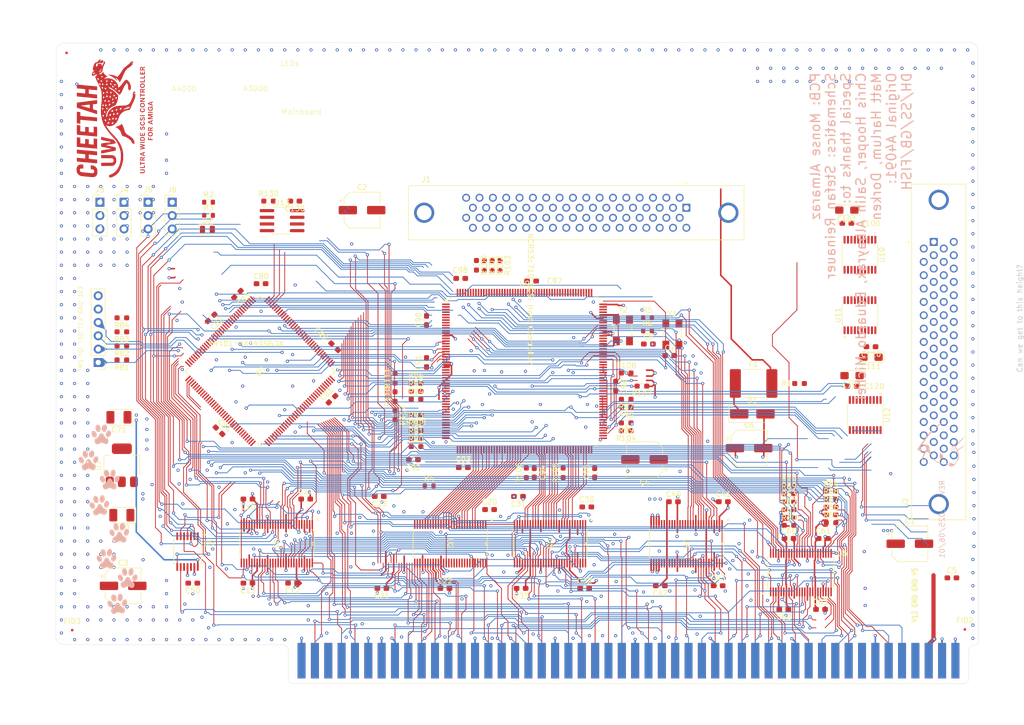
<source format=kicad_pcb>
(kicad_pcb (version 20241229) (generator "pcbnew") (generator_version "9.0")
  (layers (0 "F.Cu" signal) (4 "In1.Cu" signal) (6 "In2.Cu" signal) (2 "B.Cu" signal) (13 "F.Paste" user) (15 "B.Paste" user) (5 "F.SilkS" user "F.Silkscreen") (7 "B.SilkS" user "B.Silkscreen") (1 "F.Mask" user) (3 "B.Mask" user) (25 "Edge.Cuts" user))
  (net 0 "")
  (net 1 "GND")
  (net 2 "Net-(U12-VREF1)")
  (net 3 "Net-(U11-VREF1)")
  (net 4 "Z_DTACK")
  (net 5 "Net-(U10-VREF1)")
  (net 6 "unconnected-(CN1B-+12-Pad10)")
  (net 7 "SCDAT12")
  (net 8 "SCDATP0")
  (net 9 "SCDAT11")
  (net 10 "SCDAT13")
  (net 11 "SCDAT8")
  (net 12 "SCDAT9")
  (net 13 "SCDAT10")
  (net 15 "SCDAT14")
  (net 16 "SCDATP1")
  (net 17 "SCDAT15")
  (net 21 "Net-(U9B-~{AUTO})")
  (net 22 "Net-(U9B-GPIO3)")
  (net 23 "Net-(U9B-GPIO2)")
  (net 24 "Net-(U9B-GPIO1)")
  (net 25 "Net-(U9B-GPIO0)")
  (net 27 "V5")
  (net 28 "Z_D16")
  (net 29 "Z_A20D12")
  (net 30 "Z_D23")
  (net 31 "Z_A13D5")
  (net 32 "Z_A6")
  (net 35 "Z_DS0")
  (net 36 "Z_A18D10")
  (net 37 "Z_D20")
  (net 39 "Z_D18")
  (net 40 "Z_DS2")
  (net 42 "Z_FC0")
  (net 43 "Z_DOE")
  (net 45 "Z_READ")
  (net 46 "Z_BGn")
  (net 47 "Z_A16D8")
  (net 48 "Z_A25D25")
  (net 49 "Z_A12D4")
  (net 50 "Z_CINH")
  (net 51 "Z_DS3")
  (net 52 "Z_SLAVE")
  (net 54 "Z_A31D31")
  (net 55 "Z_A21D13")
  (net 56 "Z_A14D6")
  (net 57 "Z_INT2")
  (net 59 "Z_A29D29")
  (net 60 "Z_MTACK")
  (net 62 "Z_A9D1")
  (net 64 "Z_A4")
  (net 66 "Z_FC2")
  (net 67 "Z_A10D2")
  (net 68 "Z_IORST")
  (net 69 "Z_A8D0")
  (net 71 "Z_DS1")
  (net 72 "Z_MTCR")
  (net 73 "Z_CFGIN")
  (net 74 "Z_FCS")
  (net 76 "Z_D17")
  (net 78 "Z_7M")
  (net 80 "Z_D22")
  (net 81 "Z_A26D26")
  (net 82 "Z_A15D7")
  (net 83 "Z_A2")
  (net 84 "Z_A28D28")
  (net 86 "Z_A22D14")
  (net 88 "Z_FC1")
  (net 89 "Z_A3")
  (net 90 "Z_CFGOUT")
  (net 91 "Z_A24D24")
  (net 93 "Z_BRn")
  (net 94 "Z_A30D30")
  (net 95 "Z_D19")
  (net 96 "Z_A5")
  (net 97 "Z_A17D9")
  (net 99 "Z_A27D27")
  (net 100 "Z_A11D3")
  (net 101 "Z_A23D15")
  (net 102 "Z_A19D11")
  (net 103 "Z_A7")
  (net 104 "Z_D21")
  (net 105 "Net-(D1-K)")
  (net 106 "SCSI_TERMPWR")
  (net 108 "SBR")
  (net 109 "RAMCS")
  (net 110 "PLD_READ")
  (net 112 "MASTER")
  (net 115 "SCTRL_SEL")
  (net 116 "SCTRL_REQ")
  (net 117 "SCTRL_CD")
  (net 119 "SCTRL_IO")
  (net 122 "SCTRL_RST")
  (net 127 "SCTRL_ACK")
  (net 128 "SCTRL_MSG")
  (net 130 "SCTRL_ATN")
  (net 131 "SCDAT6")
  (net 135 "SCDAT7")
  (net 136 "unconnected-(U9D-NC-Pad105)")
  (net 137 "SCDAT5")
  (net 138 "SCDAT4")
  (net 139 "SCDAT3")
  (net 143 "SCDAT2")
  (net 148 "SCDAT1")
  (net 152 "SCDAT0")
  (net 159 "TDI")
  (net 160 "TCK")
  (net 161 "TDO")
  (net 162 "TMS")
  (net 163 "LEDR")
  (net 172 "CBACK")
  (net 173 "BERR")
  (net 174 "STERM")
  (net 175 "CBREQ")
  (net 176 "PLD_SIZ1")
  (net 177 "PLD_AS")
  (net 178 "PLD_SIZ0")
  (net 179 "A3")
  (net 180 "A0")
  (net 181 "A1")
  (net 182 "A2")
  (net 183 "LED")
  (net 184 "PLD_DS")
  (net 185 "IORST")
  (net 186 "BGACK")
  (net 187 "Net-(Y1-OUT)")
  (net 188 "PLD_FC0")
  (net 189 "PLD_FC2")
  (net 190 "PLD_FC1")
  (net 191 "PLD_DS1")
  (net 192 "PLD_DS3")
  (net 193 "PLD_DS2")
  (net 194 "PLD_DS0")
  (net 195 "PLD_MTCR")
  (net 196 "PLD_DOE")
  (net 197 "DP0")
  (net 198 "DP2")
  (net 199 "DP3_ABRT")
  (net 200 "DP1")
  (net 201 "D2")
  (net 202 "D8")
  (net 203 "D13")
  (net 204 "Z2D")
  (net 205 "DBLT")
  (net 206 "D11")
  (net 207 "DBOE")
  (net 208 "D10")
  (net 209 "D4")
  (net 210 "D1")
  (net 211 "D6")
  (net 212 "D2Z")
  (net 213 "D12")
  (net 214 "D9")
  (net 215 "D15")
  (net 216 "D14")
  (net 217 "D7")
  (net 218 "D5")
  (net 219 "D3")
  (net 220 "D0")
  (net 221 "D31")
  (net 222 "D28")
  (net 223 "D22")
  (net 224 "D16")
  (net 225 "D24")
  (net 226 "D20")
  (net 227 "D17")
  (net 228 "D23")
  (net 229 "D19")
  (net 230 "D29")
  (net 231 "D26")
  (net 232 "D21")
  (net 233 "D25")
  (net 234 "D18")
  (net 235 "D27")
  (net 236 "D30")
  (net 237 "ABOEH")
  (net 238 "A29")
  (net 239 "A19")
  (net 240 "PLD_FCS")
  (net 241 "A16")
  (net 242 "A31")
  (net 243 "A27")
  (net 244 "A30")
  (net 245 "A28")
  (net 246 "BMASTER")
  (net 247 "A18")
  (net 248 "A21")
  (net 249 "A25")
  (net 250 "A17")
  (net 251 "A20")
  (net 252 "A24")
  (net 253 "A23")
  (net 254 "A26")
  (net 255 "A22")
  (net 257 "A10")
  (net 258 "A9")
  (net 259 "SREG")
  (net 262 "A5")
  (net 265 "SBG")
  (net 266 "A13")
  (net 267 "A8")
  (net 268 "A14")
  (net 271 "A4")
  (net 274 "NCR_INT")
  (net 275 "A11")
  (net 276 "A15")
  (net 277 "A12")
  (net 278 "SC0")
  (net 281 "BCLK")
  (net 282 "SCLK")
  (net 283 "A7")
  (net 284 "SLACK")
  (net 285 "A6")
  (net 286 "Net-(Y2-OUT)")
  (net 287 "unconnected-(U8-P91-Pad91)")
  (net 289 "Z_LOCK")
  (net 290 "ABOEL")
  (net 291 "PLD_SID")
  (net 292 "Z_SENSEZ3")
  (net 297 "SCSI_BUSY")
  (net 298 "Z_BERR")
  (net 299 "Net-(D2-K)")
  (net 300 "V3_3")
  (net 318 "LED3KPWR")
  (net 319 "PLD_EXT_TERM")
  (net 320 "SPI_CS_n")
  (net 321 "SPI_MOSI")
  (net 322 "SPI_CLK")
  (net 323 "SPI_MISO")
  (footprint "Capacitor_SMD:C_0603_1608Metric_Pad1.08x0.95mm_HandSolder" (layer "F.Cu") (at 200.5 98 180)
    (property "Reference" "C120")
    (property "Value" "100nF")
  )
  (footprint "Connector_PinHeader_2.54mm:PinHeader_1x03_P2.54mm_Vertical" (layer "F.Cu") (at 61.91 63)
    (property "Reference" "J4")
    (property "Value" "TO-MB")
  )
  (footprint "Resistor_SMD:R_0603_1608Metric_Pad0.98x0.95mm_HandSolder" (layer "F.Cu") (at 196.5 124)
    (property "Reference" "R65")
    (property "Value" "1K")
  )
  (footprint "Resistor_SMD:R_0603_1608Metric_Pad0.98x0.95mm_HandSolder" (layer "F.Cu") (at 157.5 106.5 180)
    (property "Reference" "R104")
    (property "Value" "1K")
  )
  (footprint "Resistor_SMD:R_0603_1608Metric_Pad0.98x0.95mm_HandSolder" (layer "F.Cu") (at 157.5 100.5 180)
    (property "Reference" "R97")
    (property "Value" "1K")
  )
  (footprint "Fiducial:Fiducial_0.5mm_Mask1.5mm" (layer "F.Cu") (at 50.98 34.57)
    (property "Reference" "FID1" (hide yes))
    (property "Value" "Fiducial")
  )
  (footprint "Resistor_SMD:R_0603_1608Metric_Pad0.98x0.95mm_HandSolder" (layer "F.Cu") (at 157.5 95.5)
    (property "Reference" "R108")
    (property "Value" "10K")
  )
  (footprint "Capacitor_SMD:C_0603_1608Metric_Pad1.08x0.95mm_HandSolder" (layer "F.Cu") (at 85.5 135.5 180)
    (property "Reference" "C13")
    (property "Value" "100nF")
  )
  (footprint "LED_SMD:LED_0805_2012Metric" (layer "F.Cu") (at 77.7875 68.18)
    (property "Reference" "D2")
    (property "Value" "LED (green)")
  )
  (footprint "SN74ABT16543DGGR:DGG56" (layer "F.Cu") (at 143 128 -90)
    (property "Reference" "U3")
    (property "Value" "SN74ABT16543DGGR")
  )
  (footprint "Resistor_SMD:R_0603_1608Metric_Pad0.98x0.95mm_HandSolder" (layer "F.Cu") (at 129 75 -90)
    (property "Reference" "R100")
    (property "Value" "1K")
  )
  (footprint "Connector_PinHeader_2.54mm:PinHeader_1x03_P2.54mm_Vertical" (layer "F.Cu") (at 66.5 63)
    (property "Reference" "J5")
    (property "Value" "TO-A3000-LED")
  )
  (footprint "Capacitor_SMD:C_0603_1608Metric_Pad1.08x0.95mm_HandSolder" (layer "F.Cu") (at 165.7825 92.17)
    (property "Reference" "C7")
    (property "Value" "10nF")
  )
  (footprint "Capacitor_SMD:C_0603_1608Metric_Pad1.08x0.95mm_HandSolder" (layer "F.Cu") (at 161.7275 89.99)
    (property "Reference" "C8")
    (property "Value" "10nF")
  )
  (footprint "TE_5749721-7:TE_5749721-7" (layer "F.Cu") (at 148 65)
    (property "Reference" "J1")
    (property "Value" "5749721-7")
  )
  (footprint "Capacitor_SMD:C_0603_1608Metric_Pad1.08x0.95mm_HandSolder" (layer "F.Cu") (at 150 121)
    (property "Reference" "C30")
    (property "Value" "100nF")
  )
  (footprint "Capacitor_Tantalum_SMD:CP_EIA-3528-15_AVX-H_HandSolder" (layer "F.Cu") (at 60.95 103.9325 180)
    (property "Reference" "C71")
    (property "Value" "22uF")
  )
  (footprint "Resistor_SMD:R_0603_1608Metric_Pad0.98x0.95mm_HandSolder" (layer "F.Cu") (at 196.5 119.5)
    (property "Reference" "R68")
    (property "Value" "1K")
  )
  (footprint "Fiducial:Fiducial_0.5mm_Mask1.5mm" (layer "F.Cu") (at 52.05 144.45)
    (property "Reference" "FID3")
    (property "Value" "Fiducial")
  )
  (footprint "Resistor_SMD:R_0603_1608Metric" (layer "F.Cu") (at 120 117)
    (property "Reference" "R4")
    (property "Value" "22")
  )
  (footprint "Resistor_SMD:R_0603_1608Metric_Pad0.98x0.95mm_HandSolder" (layer "F.Cu") (at 157.5 105 180)
    (property "Reference" "R99")
    (property "Value" "1K")
  )
  (footprint "Capacitor_SMD:C_0603_1608Metric_Pad1.08x0.95mm_HandSolder" (layer "F.Cu") (at 131.5 121.5)
    (property "Reference" "C20")
    (property "Value" "100nF")
  )
  (footprint "Capacitor_Tantalum_SMD:CP_EIA-3216-10_Kemet-I_HandSolder" (layer "F.Cu") (at 199.5 64.5 180)
    (property "Reference" "C101")
    (property "Value" "4.7uF")
  )
  (footprint "Capacitor_SMD:C_0603_1608Metric_Pad1.08x0.95mm_HandSolder" (layer "F.Cu") (at 126 77.5 180)
    (property "Reference" "C98")
    (property "Value" "100nF")
  )
  (footprint "Package_TO_SOT_SMD:SOT-223-3_TabPin2" (layer "F.Cu") (at 61.5 113.0675 90)
    (property "Reference" "U7")
    (property "Value" "AMS1117-3.3")
  )
  (footprint "Capacitor_SMD:C_0603_1608Metric_Pad1.08x0.95mm_HandSolder" (layer "F.Cu") (at 101.5 100.5 45)
    (property "Reference" "C81")
    (property "Value" "100nF")
  )
  (footprint "Resistor_SMD:R_0603_1608Metric_Pad0.98x0.95mm_HandSolder" (layer "F.Cu") (at 196.5 122.5)
    (property "Reference" "R66")
    (property "Value" "1K")
  )
  (footprint "Resistor_SMD:R_0603_1608Metric_Pad0.98x0.95mm_HandSolder" (layer "F.Cu") (at 113.5 103.5 -90)
    (property "Reference" "R112")
    (property "Value" "10K")
  )
  (footprint "Capacitor_Tantalum_SMD:CP_EIA-3528-15_AVX-H_HandSolder" (layer "F.Cu") (at 61.5 122.5675 180)
    (property "Reference" "C70")
    (property "Value" "10uF")
  )
  (footprint "Resistor_SMD:R_0603_1608Metric_Pad0.98x0.95mm_HandSolder" (layer "F.Cu") (at 61.5 90.333333 180)
    (property "Reference" "R82")
    (property "Value" "10K")
  )
  (footprint "Resistor_SMD:R_0603_1608Metric_Pad0.98x0.95mm_HandSolder" (layer "F.Cu") (at 113.5 100 90)
    (property "Reference" "R110")
    (property "Value" "10K")
  )
  (footprint "TE_5749721-7:TE_5749721-7" (layer "F.Cu") (at 217 91.5 90)
    (property "Reference" "J2")
    (property "Value" "5749721-7")
  )
  (footprint "Resistor_SMD:R_0603_1608Metric_Pad0.98x0.95mm_HandSolder" (layer "F.Cu") (at 61.5 85 180)
    (property "Reference" "R84")
    (property "Value" "10K")
  )
  (footprint "Capacitor_SMD:C_0603_1608Metric_Pad1.08x0.95mm_HandSolder" (layer "F.Cu") (at 119.5 85.5 90)
    (property "Reference" "C90")
    (property "Value" "100nF")
  )
  (footprint "Capacitor_SMD:C_0603_1608Metric_Pad1.08x0.95mm_HandSolder" (layer "F.Cu") (at 149.601 136.5)
    (property "Reference" "C32")
    (property "Value" "100nF")
  )
  (footprint "Capacitor_SMD:C_0603_1608Metric_Pad1.08x0.95mm_HandSolder" (layer "F.Cu") (at 195 127)
    (property "Reference" "C61")
    (property "Value" "100nF")
  )
  (footprint "Capacitor_SMD:C_0603_1608Metric_Pad1.08x0.95mm_HandSolder" (layer "F.Cu") (at 204.105 90.5 180)
    (property "Reference" "C110")
    (property "Value" "100nF")
  )
  (footprint "Resistor_SMD:R_0603_1608Metric_Pad0.98x0.95mm_HandSolder" (layer "F.Cu") (at 160.5 98 180)
    (property "Reference" "R107")
    (property "Value" "1K")
  )
  (footprint "Package_SO:TSSOP-20_4.4x6.5mm_P0.65mm" (layer "F.Cu") (at 203 103.5 -90)
    (property "Reference" "U12")
    (property "Value" "DS21S07A")
  )
  (footprint "Capacitor_SMD:CP_Elec_6.3x7.7" (layer "F.Cu") (at 211.5 128)
    (property "Reference" "C1")
    (property "Value" "47uF")
  )
  (footprint "Resistor_SMD:R_0603_1608Metric_Pad0.98x0.95mm_HandSolder" (layer "F.Cu") (at 117.5 103.5 180)
    (property "Reference" "R109")
    (property "Value" "10K")
  )
  (footprint "Capacitor_SMD:C_0603_1608Metric_Pad1.08x0.95mm_HandSolder" (layer "F.Cu") (at 199.5 67 180)
    (property "Reference" "C100")
    (property "Value" "100nF")
  )
  (footprint "SN74ABT16543DGGR:DGG56" (layer "F.Cu") (at 91 128 -90)
    (property "Reference" "U1")
    (property "Value" "SN74ABT16543DGGR")
  )
  (footprint "Resistor_SMD:R_0603_1608Metric_Pad0.98x0.95mm_HandSolder" (layer "F.Cu") (at 117.5 105)
    (property "Reference" "R93")
    (property "Value" "1K")
  )
  (footprint "Capacitor_SMD:C_0603_1608Metric_Pad1.08x0.95mm_HandSolder" (layer "F.Cu") (at 164 136 180)
    (property "Reference" "C42")
    (property "Value" "100nF")
  )
  (footprint "Capacitor_SMD:C_0603_1608Metric_Pad1.08x0.95mm_HandSolder" (layer "F.Cu") (at 151.5 114.5 -90)
    (property "Reference" "C95")
    (property "Value" "100nF")
  )
  (footprint "Capacitor_SMD:C_0603_1608Metric_Pad1.08x0.95mm_HandSolder" (layer "F.Cu") (at 119.5 93.5 90)
    (property "Reference" "C91")
    (property "Value" "100nF")
  )
  (footprint "SN74ABT16543DGGR:DGG56" (layer "F.Cu") (at 124 128 -90)
    (property "Reference" "U2")
    (property "Value" "SN74ABT16543DGGR")
  )
  (footprint "Capacitor_SMD:C_0603_1608Metric_Pad1.08x0.95mm_HandSolder" (layer "F.Cu") (at 126.5 113.5 180)
    (property "Reference" "C93")
    (property "Value" "100nF")
  )
  (footprint "Resistor_SMD:R_0603_1608Metric_Pad0.98x0.95mm_HandSolder" (layer "F.Cu") (at 157.5 102 180)
    (property "Reference" "R98")
    (property "Value" "1K")
  )
  (footprint "Capacitor_SMD:CP_Elec_6.3x7.7" (layer "F.Cu") (at 107.22 64.5)
    (property "Reference" "C2")
    (property "Value" "47uF")
  )
  (footprint "Diode_SMD:D_SMA_Handsoldering" (layer "F.Cu") (at 181.52 103.27)
    (property "Reference" "D1")
    (property "Value" "SS24")
  )
  (footprint "Capacitor_SMD:C_0603_1608Metric_Pad1.08x0.95mm_HandSolder" (layer "F.Cu") (at 78.5 85 45)
    (property "Reference" "C82")
    (property "Value" "100nF")
  )
  (footprint "Resistor_SMD:R_0603_1608Metric_Pad0.98x0.95mm_HandSolder" (layer "F.Cu") (at 188.5 117)
    (property "Reference" "R70")
    (property "Value" "1K")
  )
  (footprint "Capacitor_SMD:C_0603_1608Metric_Pad1.08x0.95mm_HandSolder" (layer "F.Cu") (at 139.5 78)
    (property "Reference" "C97")
    (property "Value" "100nF")
  )
  (footprint "Capacitor_SMD:C_0603_1608Metric_Pad1.08x0.95mm_HandSolder" (layer "F.Cu") (at 94 135.5 180)
    (property "Reference" "C12")
    (property "Value" "100nF")
  )
  (footprint "Package_SO:TSSOP-20_4.4x6.5mm_P0.65mm" (layer "F.Cu") (at 202 84.5 90)
    (property "Reference" "U11")
    (property "Value" "DS21S07A")
  )
  (footprint "Capacitor_SMD:CP_Elec_6.3x7.7" (layer "F.Cu") (at 180.9 109.8)
    (property "Reference" "C6")
    (property "Value" "47uF")
  )
  (footprint "Fiducial:Fiducial_0.5mm_Mask1.5mm" (layer "F.Cu") (at 221.97 144.31)
    (property "Reference" "FID2")
    (property "Value" "Fiducial")
  )
  (footprint "Resistor_SMD:R_0603_1608Metric_Pad0.98x0.95mm_HandSolder" (layer "F.Cu") (at 130.5 75 -90)
    (property "Reference" "R101")
    (property "Value" "1K")
  )
  (footprint "Resistor_SMD:R_0603_1608Metric" (layer "F.Cu") (at 78 65.5)
    (property "Reference" "R3")
    (property "Value" "2.2k")
  )
  (footprint "Capacitor_SMD:C_0603_1608Metric_Pad1.08x0.95mm_HandSolder" (layer "F.Cu") (at 96.5 119.5)
    (property "Reference" "C11")
    (property "Value" "100nF")
  )
  (footprint "Capacitor_SMD:C_0603_1608Metric_Pad1.08x0.95mm_HandSolder" (layer "F.Cu") (at 219.5 134.5)
    (property "Reference" "C5")
    (property "Value" "100nF")
  )
  (footprint "Zorro3:Zorro3-CardEdge" (layer "F.Cu") (at 95.71 150.26)
    (property "Reference" "CN1" (hide yes))
    (property "Value" "Zorro3")
  )
  (footprint "Resistor_SMD:R_0603_1608Metric_Pad0.98x0.95mm_HandSolder" (layer "F.Cu") (at 132 75 -90)
    (property "Reference" "R102")
    (property "Value" "1K")
  )
  (footprint "Connector_PinHeader_2.54mm:PinHeader_1x03_P2.54mm_Vertical" (layer "F.Cu") (at 71.09 63)
    (property "Reference" "J6")
    (property "Value" "TO-A3000-MB")
  )
  (footprint "Package_SO:TSSOP-20_4.4x6.5mm_P0.65mm" (layer "F.Cu") (at 202 73 -90)
    (property "Reference" "U10")
    (property "Value" "DS21S07A")
  )
  (footprint "Capacitor_SMD:C_0603_1608Metric_Pad1.08x0.95mm_HandSolder" (layer "F.Cu") (at 137.5 136.5 180)
    (property "Reference" "C33")
    (property "Value" "100nF")
  )
  (footprint "XC95144XL_5TQG144C:144-TQFP_XIL" (layer "F.Cu") (at 87.810853 95.1775 -135)
    (property "Reference" "U8")
    (property "Value" "XC95144XL-TQ144")
  )
  (footprint "Resistor_SMD:R_0603_1608Metric_Pad0.98x0.95mm_HandSolder" (layer "F.Cu") (at 117.5 108)
    (property "Reference" "R91")
    (property "Value" "1K")
  )
  (footprint "Capacitor_SMD:C_0603_1608Metric_Pad1.08x0.95mm_HandSolder" (layer "F.Cu") (at 94.435 62.785 180)
    (property "Reference" "C130")
    (property "Value" "100nF")
  )
  (footprint "Capacitor_Tantalum_SMD:CP_EIA-3216-10_Kemet-I_HandSolder" (layer "F.Cu") (at 200.5 96 180)
    (property "Reference" "C121")
    (property "Value" "4.7uF")
  )
  (footprint "Capacitor_SMD:C_0603_1608Metric_Pad1.08x0.95mm_HandSolder" (layer "F.Cu") (at 155.5 98 -90)
    (property "Reference" "C96")
    (property "Value" "100nF")
  )
  (footprint "Capacitor_SMD:C_0603_1608Metric_Pad1.08x0.95mm_HandSolder" (layer "F.Cu") (at 88 78.5)
    (property "Reference" "C80")
    (property "Value" "100nF")
  )
  (footprint "Resistor_SMD:R_0603_1608Metric" (layer "F.Cu") (at 161.5575 84.97)
    (property "Reference" "R5")
    (property "Value" "22")
  )
  (footprint "Resistor_SMD:R_0603_1608Metric_Pad0.98x0.95mm_HandSolder" (layer "F.Cu") (at 61.5 93 180)
    (property "Reference" "R81")
    (property "Value" "10K")
  )
  (footprint "Resistor_SMD:R_0603_1608Metric_Pad0.98x0.95mm_HandSolder" (layer "F.Cu") (at 196.5 118)
    (property "Reference" "R64")
    (property "Value" "1K")
  )
  (footprint "Package_QFP:PQFP-208_28x28mm_P0.5mm" (layer "F.Cu") (at 138.15 95.1775)
    (property "Reference" "U9")
    (property "Value" "LSI53C770 SCSI Host Controller")
  )
  (footprint "Capacitor_SMD:C_0603_1608Metric_Pad1.08x0.95mm_HandSolder" (layer "F.Cu") (at 80 106.5 -45)
    (property "Reference" "C84")
    (property "Value" "100nF")
  )
  (footprint "Resistor_SMD:R_0603_1608Metric_Pad0.98x0.95mm_HandSolder" (layer "F.Cu") (at 145.5 114.5 90)
    (property "Reference" "R105")
    (property "Value" "1K")
  )
  (footprint "Resistor_SMD:R_0603_1608Metric_Pad0.98x0.95mm_HandSolder" (layer "F.Cu") (at 188.5 118.5)
    (property "Reference" "R69")
    (property "Value" "1K")
  )
  (footprint "Oscillator:Oscillator_SMD_Fox_FT5H_5.0x3.2mm" (layer "F.Cu") (at 156.8825 87.375)
    (property "Reference" "Y2")
    (property "Value" "Abracon ACO-40MHz")
  )
  (footprint "Capacitor_SMD:C_0603_1608Metric_Pad1.08x0.95mm_HandSolder" (layer "F.Cu") (at 123 136.5)
    (property "Reference" "C22")
    (property "Value" "100nF")
  )
  (footprint "Capacitor_SMD:C_0603_1608Metric_Pad1.08x0.95mm_HandSolder" (layer "F.Cu") (at 85.5 119.5 180)
    (property "Reference" "C10")
    (property "Value" "100nF")
  )
  (footprint "Resistor_SMD:R_0603_1608Metric" (layer "F.Cu") (at 78 62.99)
    (property "Reference" "R2")
    (property "Value" "120")
  )
  (footprint "Capacitor_SMD:C_0603_1608Metric_Pad1.08x0.95mm_HandSolder" (layer "F.Cu") (at 176 120)
    (property "Reference" "C41")
    (property "Value" "100nF")
  )
  (footprint "Capacitor_SMD:C_0603_1608Metric_Pad1.08x0.95mm_HandSolder" (layer "F.Cu") (at 102 90.5 -45)
    (property "Reference" "C85")
    (property "Value" "100nF")
  )
  (footprint "Capacitor_SMD:CP_Elec_6.3x7.7" (layer "F.Cu") (at 161 112 180)
    (property "Reference" "C4")
    (property "Value" "47uF")
  )
  (footprint "Resistor_SMD:R_0603_1608Metric_Pad0.98x0.95mm_HandSolder" (layer "F.Cu") (at 117.5 100.5)
    (property "Reference" "R94")
    (property "Value" "1K")
  )
  (footprint "Capacitor_SMD:C_0603_1608Metric_Pad1.08x0.95mm_HandSolder" (layer "F.Cu") (at 117 112 180)
    (property "Reference" "C92")
    (property "Value" "100nF")
  )
  (footprint "Resistor_SMD:R_0603_1608Metric_Pad0.98x0.95mm_HandSolder" (layer "F.Cu") (at 61.5 87.666667 180)
    (property "Reference" "R83")
    (property "Value" "10K")
  )
  (footprint "Resistor_SMD:R_0603_1608Metric_Pad0.98x0.95mm_HandSolder" (layer "F.Cu") (at 117.5 97.5)
    (property "Reference" "R96")
    (property "Value" "1K")
  )
  (footprint "Resistor_SMD:R_0603_1608Metric_Pad0.98x0.95mm_HandSolder" (layer "F.Cu") (at 117.5 106.5)
    (property "Reference" "R92")
    (property "Value" "1K")
  )
  (footprint "SN74ABT16543DGGR:DGG56" (layer "F.Cu") (at 169 128 -90)
    (property "Reference" "U4")
    (property "Value" "SN74ABT16543DGGR")
  )
  (footprint "Capacitor_SMD:C_0603_1608Metric_Pad1.08x0.95mm_HandSolder" (layer "F.Cu") (at 83.5 80.5 45)
    (property "Reference" "C83")
    (property "Value" "100nF")
  )
  (footprint "Resistor_SMD:R_0603_1608Metric_Pad0.98x0.95mm_HandSolder" (layer "F.Cu") (at 188.5 123)
    (property "Reference" "R61")
    (property "Value" "1K")
  )
  (footprint "Resistor_SMD:R_0603_1608Metric_Pad0.98x0.95mm_HandSolder" (layer "F.Cu") (at 133.5 75 -90)
    (property "Reference" "R103")
    (property "Value" "1K")
  )
  (footprint "Capacitor_SMD:C_0603_1608Metric_Pad1.08x0.95mm_HandSolder" (layer "F.Cu") (at 188.5 127)
    (property "Reference" "C60")
    (property "Value" "100nF")
  )
  (footprint "Resistor_SMD:R_0603_1608Metric_Pad0.98x0.95mm_HandSolder" (layer "F.Cu") (at 89.435 62.785)
    (property "Reference" "R130")
    (property "Value" "10K")
  )
  (footprint "74LVC07APW_118:TSSOP14_5P1X4P5_NEX" (layer "F.Cu") (at 74 129.5 -90)
    (property "Reference" "U5")
    (property "Value" "74LVC07APW_118")
  )
  (footprint "Resistor_SMD:R_0603_1608Metric_Pad0.98x0.95mm_HandSolder" (layer "F.Cu") (at 188.5 124.5)
    (property "Reference" "R60")
    (property "Value" "1K")
  )
  (footprint "Capacitor_SMD:C_0603_1608Metric_Pad1.08x0.95mm_HandSolder" (layer "F.Cu") (at 110.5 119 180)
    (property "Reference" "C23")
    (property "Value" "100nF")
  )
  (footprint "Oscillator:Oscillator_SMD_Fox_FT5H_5.0x3.2mm" (layer "F.Cu") (at 166.3 88.11)
    (property "Reference" "Y1")
    (property "Value" "Abracon ACO-50MHz")
  )
  (footprint "Resistor_SMD:R_0603_1608Metric_Pad0.98x0.95mm_HandSolder" (layer "F.Cu") (at 117.5 109.5)
    (property "Reference" "R90")
    (property "Value" "1K")
  )
  (footprint "Resistor_SMD:R_0603_1608Metric_Pad0.98x0.95mm_HandSolder" (layer "F.Cu") (at 113.5 96.5 90)
    (property "Reference" "R111")
    (property "Value" "10K")
  )
  (footprint "SOIC-8_multi:SOIC-8_multi" (layer "F.Cu") (at 92 66.5)
    (property "Reference" "U13")
    (property "Value" "W25X40CLSN")
  )
  (footprint "Resistor_SMD:R_0603_1608Metric_Pad0.98x0.95mm_HandSolder" (layer "F.Cu") (at 117.5 99)
    (property "Reference" "R95")
    (property "Value" "1K")
  )
  (footprint "Resistor_SMD:R_0603_1608Metric_Pad0.98x0.95mm_HandSolder" (layer "F.Cu") (at 196.5 121)
    (property "Reference" "R67")
    (property "Value" "1K")
  )
  (footprint "Capacitor_SMD:C_0603_1608Metric_Pad1.08x0.95mm_HandSolder" (layer "F.Cu") (at 140 114.5 -90)
    (property "Reference" "C94")
    (property "Value" "100nF")
  )
  (footprint "Resistor_SMD:R_0603_1608Metric_Pad0.98x0.95mm_HandSolder" (layer "F.Cu") (at 190.5 97.5)
    (property "Reference" "R1")
    (property "Value" "4K7")
  )
  (footprint "Capacitor_SMD:C_0603_1608Metric_Pad1.08x0.95mm_HandSolder" (layer "F.Cu") (at 166.5 120)
    (property "Reference" "C40")
    (property "Value" "100nF")
  )
  (footprint "Capacitor_SMD:CP_Elec_6.3x7.7" (layer "F.Cu") (at 61.75 136.02)
    (property "Reference" "C3")
    (property "Value" "47uF")
  )
  (footprint "Capacitor_Tantalum_SMD:CP_EIA-3216-10_Kemet-I_HandSolder" (layer "F.Cu") (at 204.105 92.5 180)
    (property "Reference" "C111")
    (property "Value" "4.7uF")
  )
  (footprint "Resistor_SMD:R_0603_1608Metric_Pad0.98x0.95mm_HandSolder" (layer "F.Cu") (at 188.5 120)
    (property "Reference" "R63")
    (property "Value" "1K")
  )
  (footprint "Capacitor_SMD:C_0603_1608Metric_Pad1.08x0.95mm_HandSolder" (layer "F.Cu") (at 187.5 140.5 180)
    (property "Reference" "C62")
    (property "Value" "100nF")
  )
  (footprint "Capacitor_SMD:C_0603_1608Metric_Pad1.08x0.95mm_HandSolder" (layer "F.Cu") (at 194.5 140.5)
    (property "Reference" "C63")
    (property "Value" "100nF")
  )
  (footprint "Capacitor_SMD:C_0603_1608Metric_Pad1.08x0.95mm_HandSolder" (layer "F.Cu") (at 75 135.5 180)
    (property "Reference" "C50")
    (property "Value" "100nF")
  )
  (footprint "Capacitor_SMD:C_0603_1608Metric_Pad1.08x0.95mm_HandSolder" (layer "F.Cu") (at 175 136)
    (property "Reference" "C43")
    (property "Value" "100nF")
  )
  (footprint "Connector_PinHeader_2.54mm:PinHeader_1x03_P2.54mm_Vertical" (layer "F.Cu") (at 57.32 63)
    (property "Reference" "J3")
    (property "Value" "TO-LED")
  )
  (footprint "Capacitor_SMD:C_0603_1608Metric_Pad1.08x0.95mm_HandSolder" (layer "F.Cu") (at 111 136.5 180)
    (property "Reference" "C21")
    (property "Value" "100nF")
  )
  (footprint "Resistor_SMD:R_0603_1608Metric_Pad0.98x0.95mm_HandSolder" (layer "F.Cu") (at 138.5 114.5 90)
    (property "Reference" "R106")
    (property "Value" "1K")
  )
  (footprint "Fuse:Fuse_2920_7451Metric_Pad2.10x5.45mm_HandSolder" (layer "F.Cu") (at 181.755 97.49)
    (property "Reference" "F1")
    (property "Value" "ASMDC185F/33-2")
  )
  (footprint "Resistor_SMD:R_0603_1608Metric_Pad0.98x0.95mm_HandSolder" (layer "F.Cu") (at 188.5 121.5)
    (property "Reference" "R62")
    (property "Value" "1K")
  )
  (footprint "Resistor_SMD:R_0603_1608Metric" (layer "F.Cu") (at 161.5575 87.48)
    (property "Reference" "R6")
    (property "Value" "22")
  )
  (footprint "SN74ABT16245ADGGR:DGG48" (layer "F.Cu") (at 190.750001 133.5 90)
    (property "Reference" "U6")
    (property "Value" "SN74ABT16245ADGGR")
  )
  (footprint "Connector_PinHeader_2.54mm:PinHeader_1x06_P2.54mm_Vertical" (layer "F.Cu") (at 57 93.5 180)
    (property "Reference" "J8" (hide yes))
    (property "Value" "Conn_01x06_Pin")
  )
  (footprint "Capacitor_SMD:C_0603_1608Metric_Pad1.08x0.95mm_HandSolder" (layer "F.Cu") (at 137 119 180)
    (property "Reference" "C31")
    (property "Value" "100nF")
  )
  (gr_poly (pts (xy 53.068702 42.158605) (xy 53.207608 42.175074) (xy 53.525108 42.201731) (xy 53.842608 42.228387) (xy 54.12042 42.254433) (xy 54.398233 42.28048) (xy 54.464379 42.280476) (xy 54.530525 42.280471) (xy 54.530525 41.877779) (xy 54.530525 41.475088) (xy 53.80292 41.403083) (xy 53.075316 41.331078) (xy 53.002556 41.329548) (xy 52.929795 41.328017) (xy 52.929795 40.962984) (xy 52.929795 40.597951) (xy 53.584639 40.657915) (xy 54.239483 40.717879) (xy 54.821566 40.771929) (xy 55.403649 40.825979) (xy 55.985733 40.879122) (xy 56.567816 40.932265) (xy 56.680264 40.946554) (xy 56.792712 40.960842) (xy 56.792712 41.32716) (xy 56.792712 41.693478) (xy 56.74641 41.682554) (xy 56.700107 41.67163) (xy 56.118024 41.619453) (xy 55.535941 41.567275) (xy 55.370576 41.549709) (xy 55.205212 41.532143) (xy 55.205212 41.946017) (xy 55.205212 42.35989) (xy 55.226397 42.35989) (xy 55.247582 42.35989) (xy 55.960615 42.425976) (xy 56.673649 42.49206) (xy 56.73318 42.492119) (xy 56.792712 42.492179) (xy 56.792712 42.865079) (xy 56.792712 43.237978) (xy 56.667034 43.222993) (xy 56.541357 43.207993) (xy 56.250316 43.18005) (xy 55.959274 43.152106) (xy 55.006774 43.06005) (xy 54.054275 42.967994) (xy 53.64417 42.928289) (xy 53.234066 42.888584) (xy 53.081931 42.872999) (xy 52.929795 42.857413) (xy 52.929795 42.499775) (xy 52.929795 42.142136)) (fill yes) (layer "F.Cu") (net 1))
  (gr_poly (pts (xy 66.470796 45.178596) (xy 66.472136 45.029496) (xy 66.515422 44.963434) (xy 66.558707 44.897373) (xy 66.643259 44.845634) (xy 66.727811 44.793894) (xy 66.750176 44.868798) (xy 66.772539 44.943703) (xy 66.690644 45.025599) (xy 66.608748 45.107494) (xy 66.608748 45.183018) (xy 66.608748 45.258541) (xy 66.648517 45.31532) (xy 66.688288 45.3721) (xy 66.782793 45.40329) (xy 66.877298 45.434481) (xy 66.997698 45.416425) (xy 67.118099 45.398369) (xy 67.180922 45.335546) (xy 67.243746 45.272723) (xy 67.243746 45.183527) (xy 67.243746 45.094332) (xy 67.184214 45.040746) (xy 67.124683 44.98716) (xy 67.078382 44.97082) (xy 67.03208 44.954478) (xy 67.03208 45.07271) (xy 67.03208 45.190943) (xy 66.965935 45.190943) (xy 66.89979 45.190943) (xy 66.89979 44.992506) (xy 66.89979 44.794068) (xy 67.137915 44.794068) (xy 67.376041 44.794068) (xy 67.376041 44.860213) (xy 67.376041 44.926359) (xy 67.321323 44.926359) (xy 67.266605 44.926359) (xy 67.317658 44.999119) (xy 67.368709 45.07188) (xy 67.38246 45.164484) (xy 67.39621 45.257088) (xy 67.383037 45.310004) (xy 67.369863 45.362922) (xy 67.320555 45.432419) (xy 67.27125 45.501917) (xy 67.180741 45.544868) (xy 67.090232 45.587817) (xy 66.919548 45.587817) (xy 66.748867 45.587817) (xy 66.661397 45.528286) (xy 66.573928 45.468755) (xy 66.521692 45.398226) (xy 66.469457 45.327695)) (fill yes) (layer "F.Cu") (net 1))
  (gr_poly (pts (xy 65.034474 38.100114) (xy 65.10062 38.100114) (xy 65.10062 38.314611) (xy 65.10062 38.529108) (xy 65.14247 38.513048) (xy 65.184322 38.496989) (xy 65.261533 38.496989) (xy 65.338744 38.496989) (xy 65.338744 38.32317) (xy 65.338744 38.149351) (xy 65.398274 38.157801) (xy 65.457805 38.16626) (xy 65.471034 38.335346) (xy 65.484264 38.50443) (xy 65.596732 38.507331) (xy 65.709198 38.510221) (xy 65.709177 38.291939) (xy 65.709157 38.073658) (xy 65.788532 38.073658) (xy 65.867906 38.073658) (xy 65.867906 38.377929) (xy 65.867906 38.6822) (xy 65.418122 38.682197) (xy 64.968329 38.682197) (xy 64.968329 38.391155) (xy 64.968329 38.100114)) (fill yes) (layer "F.Cu"))
  (gr_poly (pts (xy 53.148077 50.648199) (xy 53.366358 50.670365) (xy 53.478806 50.683941) (xy 53.591253 50.697517) (xy 53.591253 51.25152) (xy 53.591253 51.805524) (xy 53.650784 51.806124) (xy 53.710315 51.806724) (xy 54.080733 51.845079) (xy 54.451149 51.883433) (xy 54.484221 51.884233) (xy 54.517294 51.885033) (xy 54.517294 51.418594) (xy 54.517294 50.952154) (xy 54.709117 50.969649) (xy 54.90094 50.987144) (xy 55.053075 51.002943) (xy 55.205211 51.018743) (xy 55.205211 51.476725) (xy 55.205211 51.934708) (xy 55.317659 51.949127) (xy 55.430106 51.963545) (xy 55.734377 51.992071) (xy 56.038648 52.020597) (xy 56.084949 52.033973) (xy 56.131251 52.047349) (xy 56.131251 51.455311) (xy 56.131251 50.863274) (xy 56.320257 50.883469) (xy 56.509263 50.903664) (xy 56.650986 50.909393) (xy 56.792711 50.915123) (xy 56.792711 51.865578) (xy 56.792711 52.816032) (xy 56.667034 52.799941) (xy 56.541356 52.783973) (xy 55.800523 52.716596) (xy 55.05969 52.649219) (xy 54.808337 52.626629) (xy 54.58344 52.606416) (xy 54.58344 51.488027) (xy 54.596669 51.488027) (xy 54.596669 51.474798) (xy 54.596669 51.461568) (xy 54.58344 51.461568) (xy 54.570211 51.461568) (xy 54.570211 51.474798) (xy 54.570211 51.488027) (xy 54.58344 51.488027) (xy 54.58344 52.606416) (xy 54.556983 52.604038) (xy 53.743389 52.530193) (xy 52.929795 52.456349) (xy 52.929795 51.541192) (xy 52.929795 50.626034)) (fill yes) (layer "F.Cu") (net 163))
  (gr_poly (pts (xy 64.967142 44.402012) (xy 64.993482 44.304587) (xy 65.032909 44.248505) (xy 65.072338 44.192423) (xy 65.170984 44.145614) (xy 65.269629 44.098804) (xy 65.421631 44.100954) (xy 65.573633 44.103104) (xy 65.648017 44.141796) (xy 65.722399 44.180488) (xy 65.787345 44.250002) (xy 65.852291 44.319517) (xy 65.86154 44.484026) (xy 65.87079 44.648536) (xy 65.820221 44.727924) (xy 65.769657 44.807299) (xy 65.717549 44.853541) (xy 65.665442 44.899782) (xy 65.536783 44.923818) (xy 65.43917 44.942054) (xy 65.43917 44.767368) (xy 65.514636 44.752215) (xy 65.590103 44.737061) (xy 65.631711 44.706032) (xy 65.673317 44.675004) (xy 65.703665 44.622086) (xy 65.734014 44.56917) (xy 65.734813 44.521128) (xy 65.735613 44.473087) (xy 65.704842 44.415299) (xy 65.674062 44.357506) (xy 65.632082 44.326012) (xy 65.590102 44.294518) (xy 65.493863 44.277888) (xy 65.397624 44.261257) (xy 65.28978 44.290298) (xy 65.181935 44.319337) (xy 65.14128 44.377381) (xy 65.100624 44.435425) (xy 65.100624 44.518534) (xy 65.100624 44.601643) (xy 65.16704 44.668058) (xy 65.233455 44.734473) (xy 65.336313 44.750921) (xy 65.43917 44.767368) (xy 65.43917 44.942054) (xy 65.408124 44.947854) (xy 65.353592 44.937554) (xy 65.29906 44.927253) (xy 65.230306 44.912354) (xy 65.161551 44.897455) (xy 65.076076 44.809267) (xy 64.990601 44.721079) (xy 64.965702 44.610258) (xy 64.940802 44.499436)) (fill yes) (layer "F.Cu") (net 163))
  (gr_poly (pts (xy 64.968733 53.819477) (xy 64.969133 53.723755) (xy 65.398705 53.57144) (xy 65.828275 53.419124) (xy 65.849794 53.419324) (xy 65.871314 53.419524) (xy 65.863024 53.503322) (xy 65.854734 53.587119) (xy 65.762129 53.618034) (xy 65.669527 53.648948) (xy 65.661807 53.820759) (xy 65.654088 53.992569) (xy 65.761026 54.024609) (xy 65.867966 54.056648) (xy 65.867966 54.147005) (xy 65.867966 54.237361) (xy 65.702552 54.176345) (xy 65.550415 54.120246) (xy 65.550415 53.948685) (xy 65.550415 53.816392) (xy 65.550415 53.6841) (xy 65.54133 53.684067) (xy 65.532241 53.684067) (xy 65.375963 53.737269) (xy 65.219686 53.790473) (xy 65.179999 53.805461) (xy 65.140311 53.82045) (xy 65.325521 53.883868) (xy 65.510729 53.947285) (xy 65.530573 53.947985) (xy 65.550415 53.948685) (xy 65.550415 54.120246) (xy 65.537187 54.115369) (xy 65.252761 54.015283) (xy 64.968334 53.915198)) (fill yes) (layer "F.Cu") (net 163))
  (gr_poly (pts (xy 60.3022 48.656993) (xy 60.345648 48.656993) (xy 60.533709 48.601698) (xy 60.72177 48.546403) (xy 60.959895 48.430405) (xy 61.19802 48.314406) (xy 61.338185 48.191506) (xy 61.478349 48.068607) (xy 61.485249 48.078377) (xy 61.492149 48.088148) (xy 61.601386 48.273356) (xy 61.710623 48.458564) (xy 61.776468 48.635073) (xy 61.842313 48.811582) (xy 61.939372 49.150072) (xy 62.036431 49.488563) (xy 62.11349 49.641215) (xy 62.190547 49.793867) (xy 62.329286 49.934409) (xy 62.468025 50.074951) (xy 62.719379 50.229841) (xy 62.970733 50.384732) (xy 63.156375 50.50969) (xy 63.342018 50.634647) (xy 63.500334 50.804084) (xy 63.65865 50.97352) (xy 63.741629 51.131563) (xy 63.82461 51.289605) (xy 63.867308 51.463275) (xy 63.910005 51.636945) (xy 63.910005 51.702127) (xy 63.910005 51.76731) (xy 63.868813 51.826104) (xy 63.827625 51.884908) (xy 63.756365 51.884809) (xy 63.685105 51.88471) (xy 63.599916 51.832768) (xy 63.514726 51.780826) (xy 63.434996 51.670763) (xy 63.355265 51.560698) (xy 63.296695 51.378845) (xy 63.238126 51.196992) (xy 63.216875 51.196992) (xy 63.195625 51.196992) (xy 63.195625 51.253715) (xy 63.195625 51.310435) (xy 63.102944 51.189056) (xy 63.010264 51.067677) (xy 62.856554 50.9494) (xy 62.702844 50.831123) (xy 62.43991 50.685264) (xy 62.176977 50.539406) (xy 61.96531 50.483092) (xy 61.753644 50.426779) (xy 61.683497 50.399654) (xy 61.61335 50.372529) (xy 61.560698 50.315125) (xy 61.508045 50.257721) (xy 61.439237 50.029705) (xy 61.370429 49.801688) (xy 61.260499 49.582054) (xy 61.150568 49.36242) (xy 60.962627 49.171847) (xy 60.774686 48.981274) (xy 60.606025 48.87257) (xy 60.437364 48.763867) (xy 60.348056 48.731573) (xy 60.25875 48.69928) (xy 60.25875 48.678136) (xy 60.25875 48.656993)) (fill yes) (layer "F.Cu"))
  (gr_poly (pts (xy 66.481647 44.219327) (xy 66.489678 44.12678) (xy 66.701345 44.048505) (xy 66.913011 43.970231) (xy 67.129175 43.892669) (xy 67.345339 43.815107) (xy 67.360684 43.815107) (xy 67.376032 43.815107) (xy 67.376032 43.894695) (xy 67.376032 43.974285) (xy 67.270198 44.016631) (xy 67.164365 44.058977) (xy 67.164365 44.227021) (xy 67.164365 44.395064) (xy 67.270198 44.426774) (xy 67.376032 44.458481) (xy 67.376032 44.545772) (xy 67.376032 44.633063) (xy 67.038698 44.512327) (xy 67.01593 44.504178) (xy 67.01593 44.344274) (xy 67.037235 44.344274) (xy 67.058539 44.344274) (xy 67.058539 44.213717) (xy 67.058539 44.08316) (xy 66.893177 44.136565) (xy 66.727811 44.189968) (xy 66.688124 44.203928) (xy 66.648436 44.217889) (xy 66.832184 44.281081) (xy 67.01593 44.344274) (xy 67.01593 44.504178) (xy 66.701354 44.391588) (xy 66.587485 44.351731) (xy 66.473616 44.311874)) (fill yes) (layer "F.Cu") (net 27))
  (gr_poly (pts (xy 66.503612 49.843962) (xy 66.53582 49.781468) (xy 66.602669 49.709766) (xy 66.669518 49.638065) (xy 66.809308 49.609045) (xy 66.949098 49.580025) (xy 67.063341 49.610351) (xy 67.177584 49.64068) (xy 67.239629 49.697845) (xy 67.301674 49.755011) (xy 67.338848 49.826457) (xy 67.376021 49.897904) (xy 67.376021 50.040826) (xy 67.376021 50.183749) (xy 67.315982 50.273643) (xy 67.255924 50.363547) (xy 67.163846 50.411252) (xy 67.07177 50.458958) (xy 66.899198 50.450417) (xy 66.763426 50.443698) (xy 66.763426 50.270943) (xy 66.918325 50.270943) (xy 67.073223 50.270943) (xy 67.133927 50.228423) (xy 67.194631 50.185905) (xy 67.217511 50.129205) (xy 67.240392 50.072505) (xy 67.242072 50.04338) (xy 67.243752 50.014255) (xy 67.215448 49.933073) (xy 67.187148 49.85189) (xy 67.092534 49.806994) (xy 66.997922 49.762098) (xy 66.876094 49.77816) (xy 66.754268 49.794223) (xy 66.681507 49.87425) (xy 66.608747 49.954278) (xy 66.608747 50.035271) (xy 66.608747 50.116263) (xy 66.686086 50.193603) (xy 66.763426 50.270943) (xy 66.763426 50.443698) (xy 66.726627 50.441877) (xy 66.64083 50.380784) (xy 66.555034 50.319691) (xy 66.514218 50.240762) (xy 66.473403 50.161832) (xy 66.472403 50.034144) (xy 66.471404 49.906457)) (fill yes) (layer "F.Cu") (net 1))
  (gr_poly (pts (xy 57.565929 53.14016) (xy 57.573649 53.13244) (xy 58.406882 52.999697) (xy 59.240116 52.866954) (xy 59.352564 52.848793) (xy 59.465012 52.830633) (xy 59.465012 52.811766) (xy 59.465012 52.7929) (xy 59.326106 52.763357) (xy 59.1872 52.733815) (xy 58.605116 52.623475) (xy 58.023033 52.513135) (xy 57.798137 52.469041) (xy 57.573241 52.424948) (xy 57.56579 52.115234) (xy 57.55834 51.805521) (xy 57.592252 51.805421) (xy 57.626165 51.805321) (xy 58.115644 51.740211) (xy 58.605123 51.675101) (xy 59.035071 51.617155) (xy 59.465018 51.559209) (xy 59.465018 51.538627) (xy 59.465018 51.518045) (xy 59.418716 51.503477) (xy 59.372414 51.488908) (xy 58.763872 51.369466) (xy 58.155331 51.250024) (xy 57.857674 51.191891) (xy 57.560018 51.133759) (xy 57.560018 50.834136) (xy 57.560018 50.534512) (xy 57.619549 50.548683) (xy 57.679082 50.562853) (xy 58.168561 50.679653) (xy 58.65804 50.796452) (xy 59.293039 50.946873) (xy 59.928039 51.097295) (xy 60.038275 51.213399) (xy 60.148512 51.329504) (xy 60.240119 51.494752) (xy 60.331727 51.66) (xy 60.349182 51.717121) (xy 60.366638 51.774241) (xy 60.239926 51.801396) (xy 60.11323 51.828546) (xy 59.517919 51.936195) (xy 58.922606 52.043843) (xy 58.750627 52.074703) (xy 58.578648 52.105563) (xy 58.541265 52.124373) (xy 58.503882 52.143182) (xy 58.554494 52.158598) (xy 58.605105 52.174014) (xy 59.425314 52.36137) (xy 60.245522 52.548726) (xy 60.291824 52.562555) (xy 60.338126 52.576383) (xy 60.338126 52.873575) (xy 60.338126 53.170767) (xy 60.04047 53.230836) (xy 59.742813 53.290904) (xy 58.658021 53.508789) (xy 57.573229 53.726673) (xy 57.565719 53.437277) (xy 57.558209 53.14788)) (fill yes) (layer "F.Cu") (net 1))
  (gr_poly (pts (xy 65.345365 56.329961) (xy 65.722396 56.330023) (xy 65.713686 56.131524) (xy 65.704985 55.933025) (xy 65.78645 55.933025) (xy 65.867916 55.933025) (xy 65.867916 56.210837) (xy 65.867916 56.48865) (xy 65.418126 56.48865) (xy 64.968334 56.48865) (xy 64.968334 56.409275) (xy 64.968334 56.329899)) (fill yes) (layer "F.Cu"))
  (gr_poly (pts (xy 64.972461 41.832809) (xy 64.981551 41.570298) (xy 65.042935 41.505016) (xy 65.10432 41.439735) (xy 65.183487 41.4239) (xy 65.262654 41.408068) (xy 65.353614 41.446073) (xy 65.444573 41.484078) (xy 65.444972 41.505273) (xy 65.445372 41.526465) (xy 65.468717 41.563332) (xy 65.492061 41.600197) (xy 65.664434 41.5038) (xy 65.836804 41.407404) (xy 65.85235 41.407404) (xy 65.867894 41.407404) (xy 65.867894 41.493902) (xy 65.867894 41.580399) (xy 65.70253 41.670541) (xy 65.537166 41.760682) (xy 65.521811 41.783393) (xy 65.506458 41.806104) (xy 65.510688 41.864724) (xy 65.514917 41.923342) (xy 65.691403 41.931162) (xy 65.867891 41.938982) (xy 65.867891 42.017148) (xy 65.867891 42.095316) (xy 65.415642 42.095321) (xy 65.246143 42.095321) (xy 65.246143 41.936571) (xy 65.391663 41.936571) (xy 65.391663 41.815769) (xy 65.391663 41.694967) (xy 65.364273 41.643789) (xy 65.336884 41.592612) (xy 65.26033 41.592612) (xy 65.183777 41.592612) (xy 65.142198 41.634191) (xy 65.100621 41.675768) (xy 65.100621 41.80617) (xy 65.100621 41.936571) (xy 65.246143 41.936571) (xy 65.246143 42.095321) (xy 64.963372 42.095321)) (fill yes) (layer "F.Cu") (net 1))
  (gr_poly (pts (xy 65.034481 55.245108) (xy 65.100626 55.245108) (xy 65.100626 55.3774) (xy 65.100626 55.509691) (xy 65.484271 55.509691) (xy 65.867916 55.509691) (xy 65.867916 55.602296) (xy 65.867916 55.6949) (xy 65.484271 55.6949) (xy 65.100626 55.6949) (xy 65.100626 55.827191) (xy 65.100626 55.959483) (xy 65.034481 55.959483) (xy 64.968335 55.959483) (xy 64.968335 55.602296) (xy 64.968335 55.245108)) (fill yes) (layer "F.Cu"))
  (gr_poly (pts (xy 65.034477 42.254069) (xy 65.100623 42.254069) (xy 65.100623 42.386361) (xy 65.100623 42.518653) (xy 65.484268 42.518653) (xy 65.867913 42.518653) (xy 65.867913 42.611257) (xy 65.867913 42.703861) (xy 65.484268 42.703861) (xy 65.100623 42.703861) (xy 65.100623 42.836153) (xy 65.100623 42.968444) (xy 65.034477 42.968444) (xy 64.968332 42.968444) (xy 64.968332 42.611257) (xy 64.968332 42.254069)) (fill yes) (layer "F.Cu"))
  (gr_poly (pts (xy 65.034479 49.768236) (xy 65.100624 49.768236) (xy 65.100624 49.979902) (xy 65.100624 50.191569) (xy 65.219686 50.191569) (xy 65.338748 50.191569) (xy 65.338748 50.006361) (xy 65.338748 49.821152) (xy 65.363042 49.821152) (xy 65.387337 49.821152) (xy 65.429187 49.837212) (xy 65.471038 49.853271) (xy 65.471038 50.02242) (xy 65.471038 50.191569) (xy 65.5901 50.191569) (xy 65.70916 50.191569) (xy 65.70916 49.979902) (xy 65.70916 49.768236) (xy 65.788535 49.768236) (xy 65.867909 49.768236) (xy 65.867909 50.059276) (xy 65.867909 50.350319) (xy 65.418126 50.350319) (xy 64.968334 50.350319) (xy 64.968334 50.059276) (xy 64.968334 49.768236)) (fill yes) (layer "F.Cu") (net 163))
  (gr_poly (pts (xy 53.267135 53.013272) (xy 53.604479 53.046406) (xy 54.530521 53.127505) (xy 55.456562 53.208605) (xy 56.065103 53.262691) (xy 56.673645 53.316776) (xy 56.733176 53.328946) (xy 56.792708 53.341116) (xy 56.792708 53.6978) (xy 56.792708 54.054483) (xy 56.719947 54.054083) (xy 56.647187 54.053683) (xy 55.95927 53.98818) (xy 55.271354 53.922677) (xy 55.238281 53.922377) (xy 55.205208 53.922077) (xy 55.205208 54.328773) (xy 55.205208 54.735469) (xy 55.330885 54.750962) (xy 55.456562 54.766455) (xy 56.124634 54.825379) (xy 56.792708 54.884304) (xy 56.792708 55.236628) (xy 56.792708 55.588952) (xy 56.695873 55.589066) (xy 56.599036 55.589066) (xy 56.213009 55.550974) (xy 55.826981 55.512882) (xy 55.37719 55.471924) (xy 54.927398 55.430966) (xy 54.014586 55.351111) (xy 53.101774 55.271257) (xy 53.015784 55.256984) (xy 52.929794 55.24271) (xy 52.929794 54.884616) (xy 52.929794 54.526521) (xy 53.095159 54.544126) (xy 53.260524 54.561731) (xy 53.891852 54.620101) (xy 54.523181 54.678472) (xy 54.532011 54.650904) (xy 54.540841 54.623337) (xy 54.535681 54.240018) (xy 54.530521 53.856699) (xy 54.186562 53.825326) (xy 53.842604 53.793952) (xy 53.525104 53.764808) (xy 53.207604 53.735664) (xy 53.068698 53.72119) (xy 52.929791 53.706717) (xy 52.929791 53.343427) (xy 52.929791 52.980138)) (fill yes) (layer "F.Cu") (net 163))
  (gr_poly (pts (xy 64.964726 40.722414) (xy 64.989403 40.612586) (xy 65.032031 40.547526) (xy 65.07466 40.482465) (xy 65.151007 40.442985) (xy 65.227356 40.403504) (xy 65.336096 40.386117) (xy 65.444837 40.368728) (xy 65.56122 40.401314) (xy 65.677602 40.4339) (xy 65.764897 40.523968) (xy 65.852194 40.614034) (xy 65.862369 40.779211) (xy 65.872544 40.944387) (xy 65.81017 41.036986) (xy 65.747794 41.12959) (xy 65.655718 41.175852) (xy 65.563642 41.222114) (xy 65.410192 41.222155) (xy 65.2832 41.22219) (xy 65.2832 41.036985) (xy 65.43207 41.036985) (xy 65.580939 41.036985) (xy 65.65828 40.959644) (xy 65.735619 40.882305) (xy 65.735619 40.812385) (xy 65.735619 40.742464) (xy 65.707031 40.689049) (xy 65.678444 40.635631) (xy 65.58882 40.598185) (xy 65.499195 40.560737) (xy 65.404427 40.560737) (xy 65.309659 40.560737) (xy 65.232382 40.600698) (xy 65.155106 40.640659) (xy 65.127863 40.691563) (xy 65.100621 40.742466) (xy 65.100621 40.808187) (xy 65.100621 40.873908) (xy 65.117057 40.916738) (xy 65.133492 40.959568) (xy 65.208345 40.998276) (xy 65.2832 41.036985) (xy 65.2832 41.22219) (xy 65.256743 41.222198) (xy 65.185295 41.185024) (xy 65.113849 41.147851) (xy 65.057578 41.085805) (xy 65.001305 41.02376) (xy 64.970677 40.928001) (xy 64.94005 40.832241)) (fill yes) (layer "F.Cu"))
  (gr_poly (pts (xy 53.318025 43.989672) (xy 53.707386 43.94116) (xy 53.774994 43.93135) (xy 53.842602 43.92154) (xy 54.543748 43.829439) (xy 55.244894 43.737339) (xy 55.989216 43.643932) (xy 56.733539 43.550526) (xy 56.763122 43.550526) (xy 56.792705 43.550526) (xy 56.792705 43.904708) (xy 56.792705 44.25889) (xy 56.680257 44.274404) (xy 56.56781 44.289918) (xy 56.290165 44.319134) (xy 56.01252 44.348348) (xy 56.0082 44.352929) (xy 56.00388 44.35751) (xy 55.99873 44.450114) (xy 55.99358 44.542718) (xy 55.99626 44.917698) (xy 55.99894 45.292676) (xy 56.084929 45.31941) (xy 56.170919 45.346142) (xy 56.481804 45.442412) (xy 56.792689 45.538682) (xy 56.792689 45.891244) (xy 56.792689 46.243806) (xy 56.468597 46.138078) (xy 56.144482 46.032354) (xy 55.390419 45.791842) (xy 55.390419 45.108813) (xy 55.390419 44.758059) (xy 55.390419 44.407305) (xy 55.198596 44.428126) (xy 55.006773 44.448943) (xy 54.360071 44.516352) (xy 53.713368 44.583759) (xy 53.703265 44.593862) (xy 53.693162 44.603963) (xy 53.84726 44.648215) (xy 54.001357 44.692467) (xy 54.623128 44.876919) (xy 55.244898 45.06137) (xy 55.317659 45.085091) (xy 55.390419 45.108813) (xy 55.390419 45.791842) (xy 55.231669 45.741208) (xy 54.318858 45.45006) (xy 53.697086 45.251566) (xy 53.075316 45.053074) (xy 53.009169 45.034136) (xy 52.943024 45.015198) (xy 52.935844 44.526691) (xy 52.928664 44.038184)) (fill yes) (layer "F.Cu") (net 1))
  (gr_poly (pts (xy 65.305675 43.50073) (xy 65.643019 43.313029) (xy 65.305675 43.312728) (xy 64.968331 43.312427) (xy 64.968331 43.233053) (xy 64.968331 43.153678) (xy 65.418123 43.153678) (xy 65.867913 43.153678) (xy 65.867913 43.25308) (xy 65.867913 43.35248) (xy 65.575115 43.509417) (xy 65.282315 43.666353) (xy 65.237772 43.700216) (xy 65.193228 43.734078) (xy 65.530573 43.734878) (xy 65.867914 43.735677) (xy 65.867914 43.815052) (xy 65.867914 43.894427) (xy 65.418123 43.894486) (xy 64.968331 43.894486) (xy 64.968331 43.791459) (xy 64.968331 43.688431)) (fill yes) (layer "F.Cu") (net 163))
  (gr_poly (pts (xy 52.887149 56.697604) (xy 52.904323 56.491673) (xy 52.945581 56.363924) (xy 52.98684 56.236175) (xy 53.077275 56.111557) (xy 53.16771 55.986939) (xy 53.294374 55.922754) (xy 53.421038 55.858568) (xy 53.578906 55.828935) (xy 53.736775 55.799301) (xy 53.948441 55.819861) (xy 54.160108 55.840421) (xy 54.167458 56.219126) (xy 54.174808 56.597832) (xy 53.990519 56.579673) (xy 53.806231 56.561514) (xy 53.710708 56.579434) (xy 53.615185 56.597354) (xy 53.563629 56.681908) (xy 53.512073 56.766462) (xy 53.512073 56.885525) (xy 53.512073 57.004587) (xy 53.565597 57.092377) (xy 53.61912 57.180166) (xy 53.73139 57.229828) (xy 53.84366 57.279491) (xy 54.134174 57.309546) (xy 54.424688 57.339601) (xy 55.072917 57.400305) (xy 55.721146 57.461008) (xy 55.899179 57.457688) (xy 56.077212 57.454378) (xy 56.147575 57.383973) (xy 56.21794 57.313569) (xy 56.230314 57.184781) (xy 56.242689 57.055993) (xy 56.20179 56.958109) (xy 56.160892 56.860224) (xy 56.075054 56.808024) (xy 55.989217 56.755823) (xy 55.841952 56.738768) (xy 55.694686 56.721713) (xy 55.64177 56.715023) (xy 55.588853 56.708333) (xy 55.581513 56.333907) (xy 55.574174 55.959481) (xy 55.651948 55.959481) (xy 55.729722 55.959481) (xy 55.927635 55.997348) (xy 56.125548 56.035215) (xy 56.280534 56.11415) (xy 56.435522 56.193085) (xy 56.546226 56.307794) (xy 56.656928 56.422502) (xy 56.721973 56.554793) (xy 56.787018 56.687085) (xy 56.816321 56.827294) (xy 56.845627 56.967502) (xy 56.843256 57.210939) (xy 56.840887 57.454377) (xy 56.80738 57.573441) (xy 56.773864 57.692504) (xy 56.73438 57.785108) (xy 56.694896 57.877712) (xy 56.621294 57.965002) (xy 56.547693 58.052293) (xy 56.412233 58.121825) (xy 56.276773 58.191358) (xy 56.051877 58.202788) (xy 55.826982 58.214219) (xy 55.191983 58.157) (xy 54.556983 58.099781) (xy 54.213025 58.061498) (xy 53.869066 58.023214) (xy 53.736775 57.993557) (xy 53.604483 57.963899) (xy 53.452691 57.884229) (xy 53.3009 57.80456) (xy 53.179643 57.674927) (xy 53.058386 57.545293) (xy 52.995632 57.407232) (xy 52.932877 57.26917) (xy 52.901426 57.086352) (xy 52.869975 56.903534)) (fill yes) (layer "F.Cu") (net 163))
  (gr_poly (pts (xy 65.009288 54.528282) (xy 65.050243 54.449085) (xy 65.116844 54.423763) (xy 65.183446 54.398441) (xy 65.264589 54.398441) (xy 65.345732 54.398441) (xy 65.431363 54.489237) (xy 65.516994 54.580032) (xy 65.54032 54.558294) (xy 65.563648 54.536557) (xy 65.715781 54.451744) (xy 65.867916 54.366932) (xy 65.867916 54.461526) (xy 65.867916 54.556121) (xy 65.72901 54.634612) (xy 65.590106 54.713102) (xy 65.560036 54.734366) (xy 65.529965 54.755629) (xy 65.513231 54.828389) (xy 65.496497 54.90115) (xy 65.682207 54.90115) (xy 65.867919 54.90115) (xy 65.867919 54.980525) (xy 65.867919 55.0599) (xy 65.418126 55.0599) (xy 65.246147 55.0599) (xy 65.246147 54.90115) (xy 65.391667 54.90115) (xy 65.391667 54.777557) (xy 65.391667 54.653963) (xy 65.347879 54.605577) (xy 65.304091 54.557191) (xy 65.261162 54.557191) (xy 65.218233 54.557191) (xy 65.15943 54.598379) (xy 65.100626 54.639567) (xy 65.100626 54.770359) (xy 65.100626 54.90115) (xy 65.246147 54.90115) (xy 65.246147 55.0599) (xy 64.968334 55.0599) (xy 64.968334 54.83369) (xy 64.968334 54.60748)) (fill yes) (layer "F.Cu") (net 163))
  (gr_poly (pts (xy 65.338745 39.26428) (xy 65.70916 39.26428) (xy 65.70916 39.065842) (xy 65.70916 38.867405) (xy 65.788535 38.867405) (xy 65.867909 38.867405) (xy 65.867909 39.145217) (xy 65.867909 39.423031) (xy 65.418122 39.423029) (xy 64.968329 39.423029) (xy 64.968329 39.343655) (xy 64.968329 39.26428)) (fill yes) (layer "F.Cu") (net 1))
  (gr_poly (pts (xy 65.418126 51.514485) (xy 65.867916 51.514485) (xy 65.867916 51.59386) (xy 65.867916 51.673234) (xy 65.418126 51.673234) (xy 64.968334 51.673234) (xy 64.968334 51.59386) (xy 64.968334 51.514485)) (fill yes) (layer "F.Cu") (net 163))
  (gr_poly (pts (xy 58.28099 54.020187) (xy 59.00198 54.027817) (xy 59.385625 54.038586) (xy 59.769271 54.049354) (xy 59.889814 54.092351) (xy 60.010358 54.13535) (xy 60.109939 54.217432) (xy 60.209519 54.299515) (xy 60.269479 54.395288) (xy 60.329439 54.491061) (xy 60.37317 54.620573) (xy 60.4169 54.750085) (xy 60.428943 54.951301) (xy 60.440986 55.152518) (xy 60.417903 55.280323) (xy 60.394818 55.408142) (xy 60.346759 55.544906) (xy 60.2987 55.681671) (xy 60.153048 55.82824) (xy 60.007397 55.97481) (xy 59.861876 56.025759) (xy 59.716355 56.076709) (xy 58.638179 56.085859) (xy 57.560002 56.095009) (xy 57.560002 55.790263) (xy 57.560002 55.485518) (xy 58.611721 55.477768) (xy 59.663439 55.470018) (xy 59.745842 55.42013) (xy 59.828245 55.370241) (xy 59.871519 55.296985) (xy 59.914793 55.223728) (xy 59.914694 55.055831) (xy 59.914595 54.887936) (xy 59.861197 54.800354) (xy 59.8078 54.712772) (xy 59.70916 54.668061) (xy 59.610521 54.623351) (xy 58.585261 54.615311) (xy 57.56 54.607271) (xy 57.56 54.309914) (xy 57.56 54.012557)) (fill yes) (layer "F.Cu") (net 1))
  (gr_poly (pts (xy 64.955916 48.8374) (xy 64.97442 48.72787) (xy 65.036321 48.665969) (xy 65.098221 48.604069) (xy 65.139112 48.604069) (xy 65.180002 48.604069) (xy 65.180002 48.671286) (xy 65.180002 48.738504) (xy 65.125447 48.812292) (xy 65.070893 48.886079) (xy 65.08839 48.955792) (xy 65.105886 49.025505) (xy 65.159122 49.042402) (xy 65.212358 49.059299) (xy 65.246298 49.023505) (xy 65.28024 48.987714) (xy 65.322959 48.837314) (xy 65.365677 48.686915) (xy 65.435157 48.632262) (xy 65.504636 48.57761) (xy 65.57872 48.57761) (xy 65.652805 48.57761) (xy 65.719405 48.602931) (xy 65.786006 48.628253) (xy 65.826961 48.707451) (xy 65.867916 48.786648) (xy 65.867916 48.9229) (xy 65.867916 49.059151) (xy 65.777957 49.149111) (xy 65.687999 49.239069) (xy 65.645667 49.239069) (xy 65.603334 49.239069) (xy 65.603334 49.170117) (xy 65.603334 49.101164) (xy 65.66948 49.049134) (xy 65.735623 48.997103) (xy 65.735623 48.917909) (xy 65.735623 48.838715) (xy 65.708234 48.787538) (xy 65.680844 48.736361) (xy 65.61624 48.736361) (xy 65.551634 48.736361) (xy 65.513492 48.795891) (xy 65.475348 48.855422) (xy 65.444898 48.970912) (xy 65.414447 49.086401) (xy 65.351343 49.149505) (xy 65.288239 49.212611) (xy 65.219577 49.212611) (xy 65.150916 49.212611) (xy 65.075058 49.173382) (xy 64.999201 49.134155) (xy 64.968306 49.040542) (xy 64.937412 48.94693)) (fill yes) (layer "F.Cu") (net 163))
  (gr_poly (pts (xy 66.787343 46.822013) (xy 67.098229 46.721784) (xy 67.137915 46.707431) (xy 67.177603 46.693078) (xy 67.018854 46.647098) (xy 66.860105 46.601118) (xy 66.668282 46.540575) (xy 66.476459 46.480031) (xy 66.476459 46.351424) (xy 66.476459 46.222816) (xy 66.926251 46.222816) (xy 67.376042 46.222816) (xy 67.376042 46.30219) (xy 67.376042 46.381565) (xy 67.025469 46.383065) (xy 66.674896 46.384565) (xy 67.018854 46.49631) (xy 67.362812 46.608054) (xy 67.370902 46.690549) (xy 67.378992 46.773041) (xy 67.026944 46.892712) (xy 66.674896 47.012382) (xy 67.025469 47.014472) (xy 67.376042 47.016562) (xy 67.376042 47.095936) (xy 67.376042 47.175311) (xy 66.92625 47.175317) (xy 66.476457 47.175317) (xy 66.476457 47.04878) (xy 66.476457 46.922243)) (fill yes) (layer "F.Cu"))
  (gr_poly (pts (xy 53.055472 45.783109) (xy 53.181149 45.798158) (xy 53.385493 45.815092) (xy 53.589837 45.832027) (xy 53.597157 46.204753) (xy 53.604477 46.577479) (xy 54.543748 46.662356) (xy 55.483018 46.747235) (xy 56.137862 46.807856) (xy 56.792706 46.868478) (xy 56.792706 47.228252) (xy 56.792706 47.588026) (xy 56.706721 47.579485) (xy 56.620731 47.570945) (xy 55.159169 47.439278) (xy 53.697607 47.30761) (xy 53.64443 47.30761) (xy 53.591253 47.30761) (xy 53.591253 47.681075) (xy 53.591253 48.05454) (xy 53.452346 48.038856) (xy 53.31344 48.023171) (xy 53.121617 48.00593) (xy 52.929794 47.988689) (xy 52.929794 46.878375) (xy 52.929794 45.76806)) (fill yes) (layer "F.Cu"))
  (gr_poly (pts (xy 64.97348 52.431717) (xy 64.981571 52.349022) (xy 65.265013 52.281107) (xy 65.548455 52.213191) (xy 65.563227 52.19842) (xy 65.577999 52.183648) (xy 65.273171 52.11162) (xy 64.968343 52.039593) (xy 64.968343 51.951495) (xy 64.968343 51.863397) (xy 65.411519 51.979811) (xy 65.854694 52.096224) (xy 65.861304 52.096424) (xy 65.867914 52.096624) (xy 65.867914 52.187445) (xy 65.867914 52.278266) (xy 65.821613 52.291019) (xy 65.775312 52.303772) (xy 65.643022 52.333568) (xy 65.51073 52.363363) (xy 65.365209 52.399093) (xy 65.219687 52.434823) (xy 65.299062 52.453893) (xy 65.378437 52.472963) (xy 65.616562 52.531028) (xy 65.854686 52.589093) (xy 65.862537 52.680762) (xy 65.870388 52.77243) (xy 65.452436 52.874949) (xy 65.034481 52.977524) (xy 65.001407 52.989668) (xy 64.968334 53.001812) (xy 64.968334 52.90857) (xy 64.968334 52.815327) (xy 65.103491 52.786341) (xy 65.238648 52.757355) (xy 65.427191 52.714472) (xy 65.615735 52.671589) (xy 65.290563 52.593) (xy 64.96539 52.514412)) (fill yes) (layer "F.Cu") (net 163))
  (gr_poly (pts (xy 64.968331 40.091865) (xy 64.968332 40.006602) (xy 65.343227 39.999262) (xy 65.71812 39.991923) (xy 65.71187 39.8001) (xy 65.70562 39.608277) (xy 65.786769 39.608277) (xy 65.867919 39.608277) (xy 65.867919 39.886091) (xy 65.867919 40.163903) (xy 65.861296 40.164529) (xy 65.854686 40.165229) (xy 65.411508 40.171178) (xy 64.968329 40.177128)) (fill yes) (layer "F.Cu") (net 1))
  (gr_poly (pts (xy 66.516419 48.86812) (xy 66.55638 48.790843) (xy 66.607283 48.7636) (xy 66.658187 48.736358) (xy 66.762619 48.736358) (xy 66.867052 48.736358) (xy 66.945928 48.817034) (xy 67.024805 48.897711) (xy 67.18503 48.803805) (xy 67.345256 48.7099) (xy 67.360648 48.7099) (xy 67.376039 48.7099) (xy 67.376039 48.802752) (xy 67.376039 48.895603) (xy 67.204061 48.98041) (xy 67.032082 49.065216) (xy 67.032082 49.152142) (xy 67.032082 49.239067) (xy 67.204061 49.239067) (xy 67.376039 49.239067) (xy 67.376039 49.318442) (xy 67.376039 49.397816) (xy 66.92625 49.397817) (xy 66.754271 49.397817) (xy 66.754271 49.239067) (xy 66.899791 49.239067) (xy 66.899791 49.118265) (xy 66.899791 48.997462) (xy 66.872402 48.946286) (xy 66.845012 48.895109) (xy 66.768068 48.895109) (xy 66.691124 48.895109) (xy 66.649936 48.953913) (xy 66.60875 49.012716) (xy 66.60875 49.125892) (xy 66.60875 49.239067) (xy 66.754271 49.239067) (xy 66.754271 49.397817) (xy 66.476457 49.397817) (xy 66.476457 49.171607) (xy 66.476457 48.945398)) (fill yes) (layer "F.Cu"))
  (gr_poly (pts (xy 66.542603 50.588442) (xy 66.608748 50.588442) (xy 66.608748 50.801558) (xy 66.608748 51.014674) (xy 66.734426 51.006614) (xy 66.860103 50.998554) (xy 66.867983 50.83319) (xy 66.875862 50.667825) (xy 66.898894 50.667825) (xy 66.921926 50.667825) (xy 66.957163 50.681304) (xy 66.9924 50.694783) (xy 66.983339 50.840054) (xy 66.974279 50.985326) (xy 67.115633 50.988525) (xy 67.256987 50.991725) (xy 67.316518 50.992125) (xy 67.376049 50.992525) (xy 67.376049 51.081502) (xy 67.376049 51.170478) (xy 66.92625 51.170525) (xy 66.476457 51.170525) (xy 66.476457 50.879483) (xy 66.476457 50.588442)) (fill yes) (layer "F.Cu") (net 1))
  (gr_poly (pts (xy 55.794268 38.676215) (xy 55.805856 38.551173) (xy 55.893931 38.371943) (xy 55.982006 38.192713) (xy 56.132738 38.041724) (xy 56.283469 37.890736) (xy 56.269093 37.87636) (xy 56.254719 37.861985) (xy 56.164784 37.861985) (xy 56.07485 37.861985) (xy 56.020294 37.891183) (xy 55.965739 37.92038) (xy 55.98425 37.69936) (xy 56.002762 37.478339) (xy 56.039077 37.304993) (xy 56.075393 37.131647) (xy 56.11966 37.000722) (xy 56.163928 36.869797) (xy 56.229651 36.739693) (xy 56.295374 36.609588) (xy 56.428109 36.46924) (xy 56.560844 36.328893) (xy 56.613029 36.356821) (xy 56.665213 36.384749) (xy 56.740869 36.353411) (xy 56.816524 36.322074) (xy 56.95375 36.172602) (xy 57.090977 36.02313) (xy 57.199809 35.90817) (xy 57.308642 35.79321) (xy 57.355337 35.768122) (xy 57.402031 35.743035) (xy 57.417572 35.783532) (xy 57.433111 35.82403) (xy 57.404139 35.907142) (xy 57.375165 35.990255) (xy 57.40805 36.057654) (xy 57.440933 36.125054) (xy 57.473878 36.135786) (xy 57.506824 36.146517) (xy 57.589027 36.064313) (xy 57.671231 35.98211) (xy 57.654525 35.915549) (xy 57.63782 35.848989) (xy 57.711355 35.887243) (xy 57.784891 35.925497) (xy 57.841115 35.987542) (xy 57.89734 36.049587) (xy 57.927104 36.107378) (xy 57.956869 36.165171) (xy 57.956869 36.235024) (xy 57.956869 36.304876) (xy 57.828451 36.439496) (xy 57.700032 36.574117) (xy 57.558673 36.503675) (xy 57.417314 36.433231) (xy 57.344337 36.433231) (xy 57.271361 36.433231) (xy 57.091563 36.501591) (xy 56.911766 36.56995) (xy 56.82531 36.56688) (xy 56.738855 36.56381) (xy 56.674418 36.633338) (xy 56.609981 36.702868) (xy 56.594233 36.812792) (xy 56.578486 36.922718) (xy 56.576015 36.988863) (xy 56.573546 37.055009) (xy 56.577286 37.10131) (xy 56.581026 37.147611) (xy 56.635255 37.147611) (xy 56.689487 37.147611) (xy 56.764342 37.108903) (xy 56.839195 37.070194) (xy 56.85321 37.033675) (xy 56.867222 36.997158) (xy 56.885414 36.851556) (xy 56.903606 36.705952) (xy 56.925331 36.6708) (xy 56.947055 36.635648) (xy 57.167844 36.624061) (xy 57.388633 36.612472) (xy 57.486958 36.653554) (xy 57.585284 36.694636) (xy 57.639899 36.782218) (xy 57.694515 36.8698) (xy 57.685475 36.95579) (xy 57.676435 37.041779) (xy 57.7102 37.041779) (xy 57.743964 37.041779) (xy 57.781312 36.982249) (xy 57.818661 36.922718) (xy 57.851327 36.816885) (xy 57.883993 36.711051) (xy 57.932388 36.657773) (xy 57.980783 36.604496) (xy 58.021733 36.506489) (xy 58.062683 36.40848) (xy 58.062683 36.288567) (xy 58.062683 36.168655) (xy 58.100896 36.168655) (xy 58.139108 36.168655) (xy 58.208365 36.228228) (xy 58.277623 36.2878) (xy 58.291767 36.393592) (xy 58.30591 36.499384) (xy 58.158411 36.785656) (xy 58.010911 37.071928) (xy 57.959102 37.248678) (xy 57.907294 37.425428) (xy 57.84815 37.716469) (xy 57.789007 38.007511) (xy 57.75541 38.088958) (xy 57.721813 38.170406) (xy 57.607822 38.281504) (xy 57.511852 38.375039) (xy 57.511852 37.970347) (xy 57.547585 37.940691) (xy 57.583318 37.911036) (xy 57.592378 37.840211) (xy 57.601438 37.769387) (xy 57.549964 37.710186) (xy 57.49849 37.650986) (xy 57.463095 37.680352) (xy 57.42771 37.709721) (xy 57.42771 37.779969) (xy 57.42771 37.850217) (xy 57.469781 37.910282) (xy 57.511852 37.970347) (xy 57.511852 38.375039) (xy 57.493831 38.392603) (xy 57.341696 38.448342) (xy 57.269964 38.474623) (xy 57.269964 38.258869) (xy 57.321531 38.258869) (xy 57.373099 38.258869) (xy 57.411905 38.186109) (xy 57.450712 38.113349) (xy 57.435487 38.047204) (xy 57.420261 37.981058) (xy 57.411899 37.971171) (xy 57.403529 37.961291) (xy 57.364242 37.976366) (xy 57.324956 37.991442) (xy 57.28081 38.058817) (xy 57.236664 38.126192) (xy 57.253314 38.192531) (xy 57.269964 38.258869) (xy 57.269964 38.474623) (xy 57.18956 38.504081) (xy 57.18956 38.538723) (xy 57.18956 38.573365) (xy 57.248364 38.614553) (xy 57.307168 38.655739) (xy 57.374609 38.655739) (xy 57.44205 38.655739) (xy 57.593585 38.556098) (xy 57.745119 38.456455) (xy 57.807564 38.364275) (xy 57.870006 38.272095) (xy 57.889458 38.210346) (xy 57.908909 38.148597) (xy 58.0321 38.366871) (xy 58.155291 38.585143) (xy 58.327284 38.732889) (xy 58.499276 38.880636) (xy 58.639529 38.970257) (xy 58.779781 39.059876) (xy 58.679121 39.104943) (xy 58.578461 39.15001) (xy 58.341575 39.319454) (xy 58.104687 39.488898) (xy 58.146759 39.496998) (xy 58.188831 39.505097) (xy 58.401366 39.450832) (xy 58.613899 39.396569) (xy 58.839271 39.396569) (xy 59.064644 39.396569) (xy 59.255135 39.43664) (xy 59.445627 39.476711) (xy 59.599287 39.538778) (xy 59.752947 39.600844) (xy 59.959535 39.728852) (xy 60.166123 39.856859) (xy 60.326758 40.016975) (xy 60.487393 40.17709) (xy 60.596778 40.362299) (xy 60.706163 40.547507) (xy 60.746752 40.704142) (xy 60.787342 40.860778) (xy 60.804502 41.028257) (xy 60.821661 41.195736) (xy 60.840348 41.195736) (xy 60.859036 41.195736) (xy 61.015288 41.06207) (xy 61.17154 40.928405) (xy 61.274014 40.81733) (xy 61.376486 40.706257) (xy 61.562703 40.454903) (xy 61.74892 40.20355) (xy 61.870205 40.060815) (xy 61.99149 39.918079) (xy 62.13295 39.802846) (xy 62.274411 39.687614) (xy 62.352675 39.687614) (xy 62.430938 39.687614) (xy 62.505728 39.726288) (xy 62.580517 39.764965) (xy 62.745137 39.944572) (xy 62.909757 40.124178) (xy 63.023415 40.362304) (xy 63.137071 40.600429) (xy 63.182906 40.776855) (xy 63.228741 40.953281) (xy 63.217505 41.188296) (xy 63.206269 41.42331) (xy 63.152053 41.527807) (xy 63.097838 41.632304) (xy 63.018253 41.678808) (xy 62.938669 41.72531) (xy 62.872374 41.673163) (xy 62.80608 41.621017) (xy 62.752548 41.494369) (xy 62.699017 41.367719) (xy 62.697677 41.089286) (xy 62.696337 40.810853) (xy 62.652889 40.68288) (xy 62.609442 40.554906) (xy 62.531416 40.428098) (xy 62.45339 40.301289) (xy 62.414489 40.286361) (xy 62.375587 40.271433) (xy 62.322252 40.375979) (xy 62.268917 40.480524) (xy 62.119735 40.711774) (xy 61.970554 40.943026) (xy 61.870037 41.142144) (xy 61.769519 41.341262) (xy 61.650862 41.628821) (xy 61.532205 41.916381) (xy 61.404791 42.127595) (xy 61.277376 42.33881) (xy 61.178081 42.428734) (xy 61.078786 42.518659) (xy 61.022973 42.518659) (xy 60.96716 42.518659) (xy 60.954865 42.506352) (xy 60.954865 41.963032) (xy 60.988952 41.963032) (xy 61.023038 41.963032) (xy 61.064226 41.904227) (xy 61.105414 41.845423) (xy 61.105414 41.791051) (xy 61.105414 41.73668) (xy 61.064225 41.677875) (xy 61.023037 41.619073) (xy 60.993548 41.619073) (xy 60.964059 41.619073) (xy 60.915673 41.662861) (xy 60.867288 41.706649) (xy 60.867288 41.786454) (xy 60.867288 41.86626) (xy 60.911077 41.914646) (xy 60.954865 41.963032) (xy 60.954865 42.506352) (xy 60.725764 42.277033) (xy 60.484368 42.035407) (xy 60.393579 41.95838) (xy 60.393579 41.570527) (xy 60.431996 41.538644) (xy 60.470414 41.50676) (xy 60.470414 41.449741) (xy 60.470414 41.392722) (xy 60.427895 41.332017) (xy 60.385377 41.271314) (xy 60.328676 41.249802) (xy 60.271976 41.228292) (xy 60.238903 41.254943) (xy 60.22399 41.26696) (xy 60.22399 40.807709) (xy 60.267827 40.790888) (xy 60.311664 40.774067) (xy 60.311664 40.692658) (xy 60.311664 40.611249) (xy 60.244954 40.54454) (xy 60.178245 40.477831) (xy 60.121979 40.486211) (xy 60.065714 40.494591) (xy 60.036553 40.541123) (xy 60.007392 40.587653) (xy 60.04773 40.659536) (xy 60.088067 40.731418) (xy 60.156029 40.769564) (xy 60.22399 40.807709) (xy 60.22399 41.26696) (xy 60.205831 41.281594) (xy 60.205831 41.332584) (xy 60.205831 41.383575) (xy 60.245229 41.45976) (xy 60.284625 41.535946) (xy 60.339102 41.553237) (xy 60.393579 41.570527) (xy 60.393579 41.95838) (xy 60.256472 41.842055) (xy 60.028575 41.648704) (xy 59.790225 41.487102) (xy 59.790225 41.142823) (xy 59.833987 41.142823) (xy 59.877748 41.142823) (xy 59.909497 41.111072) (xy 59.941247 41.079322) (xy 59.941247 41.059878) (xy 59.941247 41.040433) (xy 59.915925 40.973832) (xy 59.890604 40.90723) (xy 59.808191 40.864614) (xy 59.725779 40.821998) (xy 59.687992 40.853358) (xy 59.650205 40.884719) (xy 59.650205 40.948888) (xy 59.650205 41.013058) (xy 59.720216 41.077939) (xy 59.790225 41.142823) (xy 59.790225 41.487102) (xy 59.773245 41.47559) (xy 59.517915 41.302476) (xy 59.458088 41.272518) (xy 59.458088 40.648429) (xy 59.50123 40.631875) (xy 59.544372 40.61532) (xy 59.544372 40.547141) (xy 59.544372 40.478962) (xy 59.54197 40.476559) (xy 59.54197 40.110949) (xy 59.617256 40.110949) (xy 59.692542 40.110949) (xy 59.724291 40.079198) (xy 59.756041 40.047448) (xy 59.756041 40.024541) (xy 59.756041 40.001635) (xy 59.729785 39.952578) (xy 59.703529 39.903519) (xy 59.61476 39.874222) (xy 59.525991 39.844927) (xy 59.484873 39.860706) (xy 59.443755 39.876484) (xy 59.429633 39.930486) (xy 59.415511 39.98449) (xy 59.47874 40.047719) (xy 59.54197 40.110949) (xy 59.54197 40.476559) (xy 59.479431 40.414017) (xy 59.414488 40.349074) (xy 59.346308 40.349074) (xy 59.278129 40.349074) (xy 59.262878 40.388821) (xy 59.247626 40.428568) (xy 59.263081 40.490151) (xy 59.278536 40.551734) (xy 59.368312 40.600082) (xy 59.458088 40.648429) (xy 59.458088 41.272518) (xy 59.392229 41.239539) (xy 59.266543 41.176601) (xy 59.127518 41.131089) (xy 58.988494 41.085578) (xy 58.959164 41.095357) (xy 58.929835 41.105137) (xy 59.087559 41.24966) (xy 59.245286 41.394186) (xy 59.414664 41.480552) (xy 59.584043 41.566918) (xy 59.608553 41.566518) (xy 59.633063 41.566119) (xy 59.920188 41.783068) (xy 60.207312 42.000017) (xy 60.501419 42.331177) (xy 60.795523 42.662337) (xy 60.779384 42.993967) (xy 60.763244 43.325596) (xy 60.70919 43.537263) (xy 60.655136 43.748928) (xy 60.562231 43.987054) (xy 60.469326 44.225179) (xy 60.383871 44.383311) (xy 60.3446 44.455981) (xy 60.3446 43.312405) (xy 60.392357 43.312405) (xy 60.440114 43.312405) (xy 60.496239 43.241053) (xy 60.552364 43.169701) (xy 60.544464 43.091585) (xy 60.536563 43.013471) (xy 60.490257 42.984479) (xy 60.443955 42.955488) (xy 60.397653 42.984273) (xy 60.351351 43.013059) (xy 60.31323 43.120866) (xy 60.275109 43.228672) (xy 60.309854 43.270537) (xy 60.3446 43.312405) (xy 60.3446 44.455981) (xy 60.298417 44.541442) (xy 60.232271 44.574682) (xy 60.166125 44.607921) (xy 60.024296 44.66236) (xy 60.024296 42.888967) (xy 60.076868 42.860831) (xy 60.129439 42.832696) (xy 60.152481 42.774894) (xy 60.175524 42.717092) (xy 60.16109 42.664176) (xy 60.146655 42.611259) (xy 60.105996 42.564957) (xy 60.065337 42.518656) (xy 60.019731 42.518656) (xy 59.974124 42.518656) (xy 59.941459 42.597517) (xy 59.908793 42.676379) (xy 59.925059 42.741187) (xy 59.941325 42.805996) (xy 59.982811 42.847481) (xy 60.024296 42.888967) (xy 60.024296 44.66236) (xy 59.954458 44.689165) (xy 59.811967 44.743858) (xy 59.811967 44.198757) (xy 59.891383 44.110615) (xy 59.970799 44.022474) (xy 59.96264 43.951865) (xy 59.95447 43.881257) (xy 59.884786 43.873183) (xy 59.815096 43.865104) (xy 59.759355 43.935967) (xy 59.759355 43.616677) (xy 59.81188 43.552651) (xy 59.864405 43.488625) (xy 59.856526 43.367679) (xy 59.848646 43.246735) (xy 59.803968 43.238257) (xy 59.759292 43.229778) (xy 59.703298 43.285772) (xy 59.647306 43.341765) (xy 59.655376 43.450068) (xy 59.663436 43.55837) (xy 59.711395 43.587524) (xy 59.759355 43.616677) (xy 59.759355 43.935967) (xy 59.757851 43.937879) (xy 59.700606 44.010654) (xy 59.708476 44.075579) (xy 59.716345 44.140502) (xy 59.764156 44.16963) (xy 59.811967 44.198757) (xy 59.811967 44.743858) (xy 59.742792 44.770409) (xy 59.563389 44.876487) (xy 59.385631 44.981594) (xy 59.385631 42.280532) (xy 59.437233 42.280532) (xy 59.488835 42.280532) (xy 59.515803 42.234231) (xy 59.542772 42.187929) (xy 59.543572 42.127195) (xy 59.544373 42.06646) (xy 59.477011 41.999097) (xy 59.409648 41.931736) (xy 59.351332 41.970231) (xy 59.293019 42.008726) (xy 59.284848 42.090153) (xy 59.276678 42.171578) (xy 59.331154 42.226055) (xy 59.385631 42.280532) (xy 59.385631 44.981594) (xy 59.383987 44.982566) (xy 59.208858 45.146268) (xy 59.167813 45.184636) (xy 59.167813 44.585326) (xy 59.223799 44.514152) (xy 59.279785 44.442977) (xy 59.279785 44.370409) (xy 59.279785 44.297842) (xy 59.25709 44.279004) (xy 59.25709 43.100742) (xy 59.289595 43.100742) (xy 59.322101 43.100742) (xy 59.353851 43.068992) (xy 59.385601 43.037241) (xy 59.385601 42.92846) (xy 59.385601 42.819678) (xy 59.328654 42.758526) (xy 59.271684 42.697376) (xy 59.223409 42.760152) (xy 59.175134 42.822929) (xy 59.174534 42.920258) (xy 59.173935 43.017586) (xy 59.215513 43.059165) (xy 59.25709 43.100742) (xy 59.25709 44.279004) (xy 59.241373 44.26596) (xy 59.202955 44.234077) (xy 59.148479 44.251366) (xy 59.094002 44.268656) (xy 59.066436 44.321964) (xy 59.066436 43.947394) (xy 59.105909 43.874633) (xy 59.145382 43.801873) (xy 59.146442 43.770045) (xy 59.147501 43.738216) (xy 59.117459 43.672295) (xy 59.087417 43.606359) (xy 59.049396 43.59177) (xy 59.011375 43.57718) (xy 58.962527 43.603322) (xy 58.913676 43.629467) (xy 58.896535 43.70751) (xy 58.879394 43.785552) (xy 58.911575 43.846635) (xy 58.943755 43.907717) (xy 58.972867 43.927157) (xy 59.00198 43.946595) (xy 59.034208 43.946995) (xy 59.066436 43.947394) (xy 59.066436 44.321964) (xy 59.053017 44.347913) (xy 59.012032 44.427169) (xy 59.020232 44.498173) (xy 59.028432 44.569176) (xy 59.098122 44.577247) (xy 59.167813 44.585326) (xy 59.167813 45.184636) (xy 59.03373 45.309971) (xy 58.935514 45.442794) (xy 58.837298 45.575617) (xy 58.756579 45.720606) (xy 58.67586 45.865596) (xy 58.65545 45.931108) (xy 58.65545 45.348913) (xy 58.716269 45.291776) (xy 58.777086 45.23464) (xy 58.777086 45.162041) (xy 58.777086 45.089443) (xy 58.761027 45.04759) (xy 58.744967 45.005739) (xy 58.683152 45.005739) (xy 58.621337 45.005739) (xy 58.600371 45.035672) (xy 58.600371 43.021363) (xy 58.64754 43.021363) (xy 58.69471 43.021363) (xy 58.735898 42.962559) (xy 58.777086 42.903756) (xy 58.777086 42.825736) (xy 58.777086 42.747716) (xy 58.753538 42.721698) (xy 58.753538 42.231686) (xy 58.791769 42.199956) (xy 58.83 42.168227) (xy 58.83 42.096705) (xy 58.83 42.025182) (xy 58.766106 41.965147) (xy 58.741183 41.941732) (xy 58.741183 40.720116) (xy 58.759135 40.702164) (xy 58.777086 40.684212) (xy 58.777086 40.617945) (xy 58.777086 40.551678) (xy 58.733298 40.50329) (xy 58.689509 40.454905) (xy 58.672382 40.454905) (xy 58.672382 40.06601) (xy 58.737963 40.036129) (xy 58.803544 40.006249) (xy 58.803544 39.961463) (xy 58.803544 39.916677) (xy 58.759756 39.868291) (xy 58.715967 39.819906) (xy 58.643625 39.819906) (xy 58.571282 39.819906) (xy 58.50882 39.871165) (xy 58.446357 39.922423) (xy 58.475573 39.970183) (xy 58.50479 40.017945) (xy 58.588586 40.041978) (xy 58.672382 40.06601) (xy 58.672382 40.454905) (xy 58.606297 40.454905) (xy 58.523085 40.454905) (xy 58.491335 40.486655) (xy 58.459585 40.518406) (xy 58.459585 40.56193) (xy 58.459585 40.605454) (xy 58.505888 40.645891) (xy 58.55219 40.686329) (xy 58.646686 40.703223) (xy 58.741183 40.720116) (xy 58.741183 41.941732) (xy 58.702212 41.90512) (xy 58.647105 41.92261) (xy 58.591999 41.940099) (xy 58.57464 42.009263) (xy 58.557281 42.078426) (xy 58.595306 42.146406) (xy 58.633331 42.214385) (xy 58.693434 42.223035) (xy 58.753538 42.231686) (xy 58.753538 42.721698) (xy 58.733298 42.699332) (xy 58.689509 42.650947) (xy 58.655424 42.650947) (xy 58.621336 42.650947) (xy 58.580148 42.709751) (xy 58.53896 42.768555) (xy 58.53896 42.827569) (xy 58.53896 42.886582) (xy 58.569666 42.953973) (xy 58.600371 43.021363) (xy 58.600371 45.035672) (xy 58.580149 45.064544) (xy 58.538961 45.123348) (xy 58.538961 45.195335) (xy 58.538961 45.267322) (xy 58.597205 45.308117) (xy 58.65545 45.348913) (xy 58.65545 45.931108) (xy 58.609531 46.078491) (xy 58.543202 46.291387) (xy 58.524808 46.478055) (xy 58.506415 46.664724) (xy 58.536835 46.721567) (xy 58.567258 46.778409) (xy 58.601767 46.778409) (xy 58.636277 46.778409) (xy 58.666982 46.711017) (xy 58.697687 46.643626) (xy 58.697887 46.572111) (xy 58.698087 46.500596) (xy 58.750539 46.281808) (xy 58.802991 46.063019) (xy 58.859911 45.951079) (xy 58.916831 45.839136) (xy 59.015917 45.692905) (xy 59.115003 45.546673) (xy 59.270297 45.388634) (xy 59.425591 45.230596) (xy 59.668193 45.06515) (xy 59.910794 44.899703) (xy 60.033132 44.847263) (xy 60.155471 44.794822) (xy 60.312291 44.754186) (xy 60.469112 44.713549) (xy 60.740966 44.675872) (xy 61.012818 44.638195) (xy 61.383235 44.611561) (xy 61.753652 44.584926) (xy 62.071153 44.569001) (xy 62.388653 44.553075) (xy 62.556961 44.472008) (xy 62.72527 44.390943) (xy 62.889184 44.228686) (xy 63.053099 44.066428) (xy 63.174843 43.828303) (xy 63.296588 43.590177) (xy 63.435478 43.24622) (xy 63.574367 42.902262) (xy 63.590579 42.539693) (xy 63.606792 42.177125) (xy 63.660816 42.104766) (xy 63.714839 42.032406) (xy 63.783567 41.981093) (xy 63.852294 41.929781) (xy 63.921137 41.922221) (xy 63.98998 41.91466) (xy 64.01248 41.958665) (xy 64.034979 42.002669) (xy 64.052373 42.075431) (xy 64.069766 42.148191) (xy 64.021526 42.148191) (xy 63.973285 42.148191) (xy 63.852202 42.224979) (xy 63.73112 42.301768) (xy 63.712081 42.332574) (xy 63.693041 42.363378) (xy 63.703794 42.374129) (xy 63.714546 42.384881) (xy 63.805662 42.36178) (xy 63.896779 42.33868) (xy 63.982768 42.323472) (xy 64.068758 42.308263) (xy 64.065648 42.5788) (xy 64.062538 42.849335) (xy 64.042163 42.969507) (xy 64.021805 43.089631) (xy 63.845262 43.522594) (xy 63.66872 43.955558) (xy 63.52461 44.256475) (xy 63.380501 44.557394) (xy 63.238192 44.894013) (xy 63.095883 45.230633) (xy 63.062946 45.301604) (xy 63.030008 45.372576) (xy 62.960679 45.400838) (xy 62.891351 45.429101) (xy 62.613539 45.479322) (xy 62.335726 45.529543) (xy 62.190205 45.584681) (xy 62.044684 45.639818) (xy 61.837137 45.761448) (xy 61.786579 45.791076) (xy 61.786579 45.356718) (xy 61.915631 45.337696) (xy 62.044683 45.318673) (xy 62.34459 45.24007) (xy 62.644496 45.161468) (xy 62.711847 45.13586) (xy 62.779199 45.110253) (xy 62.858023 45.054127) (xy 62.936846 44.998) (xy 62.97172 44.91588) (xy 63.006594 44.833761) (xy 62.984397 44.810976) (xy 62.962199 44.788192) (xy 62.650672 44.903579) (xy 62.339144 45.018967) (xy 62.074697 45.151259) (xy 61.81025 45.283552) (xy 61.798416 45.320135) (xy 61.786579 45.356718) (xy 61.786579 45.791076) (xy 61.629589 45.883077) (xy 61.426831 46.076791) (xy 61.288008 46.209422) (xy 61.288008 45.379307) (xy 61.36981 45.266381) (xy 61.451613 45.153455) (xy 61.443883 45.099438) (xy 61.436153 45.04542) (xy 61.365138 45.037223) (xy 61.294135 45.029023) (xy 61.213387 45.070779) (xy 61.132639 45.112536) (xy 61.116833 45.175509) (xy 61.101028 45.238483) (xy 61.109838 45.300706) (xy 61.118647 45.362928) (xy 61.203327 45.371117) (xy 61.288008 45.379307) (xy 61.288008 46.209422) (xy 61.224073 46.270504) (xy 61.126337 46.435717) (xy 61.028602 46.60093) (xy 60.956947 46.802136) (xy 60.885292 47.003342) (xy 60.783444 47.264731) (xy 60.681597 47.526121) (xy 60.626845 47.608478) (xy 60.626845 46.359668) (xy 60.656607 46.341274) (xy 60.686368 46.32288) (xy 60.737042 46.239777) (xy 60.787715 46.156674) (xy 60.787814 46.059017) (xy 60.787913 45.96136) (xy 60.759951 45.944079) (xy 60.731988 45.926798) (xy 60.673694 45.941429) (xy 60.6154 45.95606) (xy 60.566769 46.038385) (xy 60.518139 46.120711) (xy 60.534663 46.208794) (xy 60.551188 46.296878) (xy 60.589016 46.328273) (xy 60.626845 46.359668) (xy 60.626845 47.608478) (xy 60.561775 47.706357) (xy 60.441953 47.886596) (xy 60.370536 47.952717) (xy 60.370536 47.319035) (xy 60.448303 47.231998) (xy 60.52607 47.144961) (xy 60.51809 47.023303) (xy 60.510109 46.901645) (xy 60.477155 46.890801) (xy 60.462606 46.886012) (xy 60.462606 45.590472) (xy 60.547369 45.493931) (xy 60.632133 45.39739) (xy 60.624033 45.314008) (xy 60.615933 45.230627) (xy 60.55623 45.222156) (xy 60.496527 45.213677) (xy 60.415702 45.294501) (xy 60.334877 45.375326) (xy 60.343117 45.474958) (xy 60.351357 45.57459) (xy 60.40698 45.582531) (xy 60.462606 45.590472) (xy 60.462606 46.886012) (xy 60.44421 46.879956) (xy 60.364707 46.959458) (xy 60.285205 47.03896) (xy 60.285205 47.143589) (xy 60.285205 47.248218) (xy 60.32787 47.283626) (xy 60.370536 47.319035) (xy 60.370536 47.952717) (xy 60.252708 48.061808) (xy 60.063463 48.23702) (xy 59.948702 48.292129) (xy 59.948702 46.435688) (xy 59.994109 46.421277) (xy 60.039514 46.406865) (xy 60.067966 46.347916) (xy 60.096417 46.288966) (xy 60.098207 46.206216) (xy 60.099996 46.123466) (xy 60.060333 46.090549) (xy 60.020671 46.057632) (xy 59.942989 46.089809) (xy 59.865308 46.121986) (xy 59.838158 46.199869) (xy 59.811008 46.27775) (xy 59.840024 46.341434) (xy 59.869041 46.405119) (xy 59.908872 46.420403) (xy 59.948702 46.435688) (xy 59.948702 48.292129) (xy 59.850219 48.339422) (xy 59.636976 48.441823) (xy 59.600855 48.449269) (xy 59.600855 48.127822) (xy 59.658603 48.127222) (xy 59.716351 48.126623) (xy 59.772887 48.080909) (xy 59.829422 48.035195) (xy 59.871392 47.95582) (xy 59.913362 47.876446) (xy 59.907462 47.839593) (xy 59.901562 47.802743) (xy 59.857589 47.775077) (xy 59.813619 47.747389) (xy 59.803322 47.75443) (xy 59.803322 47.303796) (xy 59.857083 47.246175) (xy 59.910845 47.188555) (xy 59.919995 47.095951) (xy 59.929145 47.003347) (xy 59.912371 46.95043) (xy 59.895597 46.897514) (xy 59.850303 46.888576) (xy 59.805018 46.879646) (xy 59.75557 46.924396) (xy 59.706121 46.969147) (xy 59.688906 47.047526) (xy 59.671692 47.125906) (xy 59.703058 47.201632) (xy 59.734425 47.277358) (xy 59.768874 47.290577) (xy 59.803322 47.303796) (xy 59.803322 47.75443) (xy 59.719229 47.811928) (xy 59.624839 47.876469) (xy 59.595433 47.947278) (xy 59.572692 48.002037) (xy 59.572692 45.79949) (xy 59.633296 45.79949) (xy 59.693899 45.79949) (xy 59.749838 45.739945) (xy 59.805778 45.6804) (xy 59.832148 45.614268) (xy 59.858519 45.548136) (xy 59.860199 45.530183) (xy 59.861879 45.512229) (xy 59.82265 45.473005) (xy 59.783428 45.433782) (xy 59.723432 45.448308) (xy 59.663436 45.462835) (xy 59.606143 45.514609) (xy 59.54885 45.566382) (xy 59.532742 45.630562) (xy 59.516634 45.694742) (xy 59.544663 45.747116) (xy 59.572692 45.79949) (xy 59.572692 48.002037) (xy 59.566027 48.018088) (xy 59.583441 48.072955) (xy 59.600855 48.127822) (xy 59.600855 48.449269) (xy 59.42531 48.485451) (xy 59.213644 48.529079) (xy 59.033365 48.51189) (xy 58.853087 48.494702) (xy 58.811743 48.480115) (xy 58.811743 48.021992) (xy 58.924785 48.021992) (xy 59.037826 48.021992) (xy 59.092663 47.952278) (xy 59.1475 47.882564) (xy 59.1475 47.851736) (xy 59.1475 47.820908) (xy 59.13737 47.810779) (xy 59.13737 47.42023) (xy 59.191567 47.403028) (xy 59.245765 47.385827) (xy 59.274215 47.326877) (xy 59.302666 47.267927) (xy 59.304456 47.227512) (xy 59.306246 47.187099) (xy 59.265061 47.128295) (xy 59.223873 47.069491) (xy 59.217677 47.069491) (xy 59.217677 46.599727) (xy 59.272959 46.582181) (xy 59.32824 46.564635) (xy 59.38337 46.453261) (xy 59.438499 46.341888) (xy 59.43852 46.285596) (xy 59.438542 46.229304) (xy 59.396635 46.194524) (xy 59.35473 46.159746) (xy 59.310646 46.187154) (xy 59.266562 46.21456) (xy 59.20703 46.30198) (xy 59.147499 46.3894) (xy 59.147499 46.446576) (xy 59.147499 46.503752) (xy 59.182588 46.551739) (xy 59.217677 46.599727) (xy 59.217677 47.069491) (xy 59.161118 47.069491) (xy 59.098362 47.069491) (xy 59.056785 47.111068) (xy 59.015207 47.152646) (xy 59.015207 47.215426) (xy 59.015207 47.278207) (xy 59.076288 47.349218) (xy 59.13737 47.42023) (xy 59.13737 47.810779) (xy 59.115749 47.789158) (xy 59.084 47.757408) (xy 59.0073 47.757408) (xy 58.930601 47.757408) (xy 58.84266 47.799139) (xy 58.754718 47.840871) (xy 58.738805 47.882341) (xy 58.722891 47.923811) (xy 58.767317 47.972903) (xy 58.811743 48.021992) (xy 58.811743 48.480115) (xy 58.74414 48.456263) (xy 58.635193 48.417824) (xy 58.54376 48.348083) (xy 58.465261 48.28821) (xy 58.465261 47.60581) (xy 58.488475 47.569157) (xy 58.511688 47.532503) (xy 58.512088 47.448543) (xy 58.512488 47.364583) (xy 58.442844 47.281806) (xy 58.433682 47.270917) (xy 58.433682 44.776316) (xy 58.49955 44.714435) (xy 58.56542 44.652555) (xy 58.56542 44.566726) (xy 58.56542 44.480898) (xy 58.54936 44.439048) (xy 58.5333 44.397196) (xy 58.470664 44.397196) (xy 58.408029 44.397196) (xy 58.367662 44.475257) (xy 58.327295 44.553319) (xy 58.327295 44.616679) (xy 58.327295 44.680038) (xy 58.380488 44.728176) (xy 58.433682 44.776316) (xy 58.433682 47.270917) (xy 58.373186 47.199021) (xy 58.317168 47.207011) (xy 58.261149 47.215002) (xy 58.25303 47.312629) (xy 58.24491 47.410257) (xy 58.286581 47.49084) (xy 58.328252 47.571423) (xy 58.396757 47.588616) (xy 58.465261 47.60581) (xy 58.465261 48.28821) (xy 58.452325 48.278343) (xy 58.57915 48.513967) (xy 58.705975 48.749591) (xy 58.87 49.000945) (xy 59.034024 49.252299) (xy 59.269355 49.521404) (xy 59.504685 49.79051) (xy 59.924694 50.235779) (xy 60.344702 50.681049) (xy 60.515689 50.892715) (xy 60.686676 51.104382) (xy 60.911277 51.442084) (xy 61.135879 51.779785) (xy 61.276919 52.078799) (xy 61.41796 52.377812) (xy 61.501674 52.614222) (xy 61.585388 52.850632) (xy 61.647197 53.115215) (xy 61.709005 53.379799) (xy 61.741136 53.658724) (xy 61.773268 53.93765) (xy 61.759711 54.465703) (xy 61.746155 54.993757) (xy 61.678994 55.298027) (xy 61.611833 55.602298) (xy 61.542034 55.840423) (xy 61.472235 56.078547) (xy 61.353517 56.382818) (xy 61.234798 56.687089) (xy 61.101392 56.938443) (xy 60.967986 57.189797) (xy 60.868614 57.322089) (xy 60.769245 57.454381) (xy 60.639674 57.58076) (xy 60.510103 57.707139) (xy 60.318976 57.839831) (xy 60.12785 57.972523) (xy 59.881788 58.100475) (xy 59.635726 58.228426) (xy 59.484259 58.262323) (xy 59.332793 58.29622) (xy 59.224866 58.263884) (xy 59.11694 58.231549) (xy 59.077802 58.13788) (xy 59.038665 58.044212) (xy 59.054767 57.9709) (xy 59.070869 57.897589) (xy 59.129027 57.842978) (xy 59.187186 57.788368) (xy 59.44066 57.686381) (xy 59.694133 57.584394) (xy 59.921949 57.43124) (xy 60.149765 57.278085) (xy 60.35656 57.061962) (xy 60.563356 56.845839) (xy 60.66457 56.692574) (xy 60.765783 56.53931) (xy 60.894385 56.269241) (xy 61.022987 55.999172) (xy 61.089338 55.794788) (xy 61.15569 55.590403) (xy 61.226644 55.252392) (xy 61.297597 54.914381) (xy 61.310493 54.404164) (xy 61.32339 53.893947) (xy 61.291603 53.641418) (xy 61.259817 53.388887) (xy 61.19776 53.132989) (xy 61.135704 52.87709) (xy 61.018325 52.55959) (xy 60.900947 52.24209) (xy 60.696975 51.830352) (xy 60.493004 51.418613) (xy 60.38249 51.271249) (xy 60.271976 51.123885) (xy 59.977857 50.809862) (xy 59.683737 50.49584) (xy 59.488378 50.270434) (xy 59.293018 50.045028) (xy 59.092425 49.794184) (xy 58.891833 49.543341) (xy 58.746009 49.344903) (xy 58.600186 49.146466) (xy 58.419511 48.868653) (xy 58.238837 48.590841) (xy 58.203206 48.521391) (xy 58.203206 45.984695) (xy 58.250707 45.984695) (xy 58.298208 45.984695) (xy 58.325178 45.938393) (xy 58.352145 45.892091) (xy 58.352946 45.847511) (xy 58.353746 45.802932) (xy 58.32795 45.735065) (xy 58.302146 45.667197) (xy 58.300832 45.667197) (xy 58.300832 43.88099) (xy 58.347135 43.85207) (xy 58.393437 43.82315) (xy 58.426119 43.759601) (xy 58.458802 43.696053) (xy 58.459202 43.66124) (xy 58.459601 43.626429) (xy 58.432197 43.575249) (xy 58.431891 43.574678) (xy 58.431891 41.517123) (xy 58.460822 41.499242) (xy 58.489753 41.481362) (xy 58.510775 41.424538) (xy 58.531797 41.367715) (xy 58.505489 41.309972) (xy 58.47918 41.25223) (xy 58.403713 41.220972) (xy 58.328245 41.189712) (xy 58.287482 41.205353) (xy 58.24672 41.220995) (xy 58.231077 41.261758) (xy 58.215435 41.30252) (xy 58.245561 41.375251) (xy 58.275687 41.447982) (xy 58.353789 41.482552) (xy 58.431891 41.517123) (xy 58.431891 43.574678) (xy 58.404809 43.524071) (xy 58.340274 43.524071) (xy 58.275738 43.524071) (xy 58.233783 43.605204) (xy 58.191828 43.686336) (xy 58.200028 43.754671) (xy 58.208228 43.823006) (xy 58.25453 43.851998) (xy 58.300832 43.88099) (xy 58.300832 45.667197) (xy 58.240637 45.667197) (xy 58.179128 45.667197) (xy 58.147378 45.698946) (xy 58.115629 45.730696) (xy 58.115629 45.809311) (xy 58.115629 45.887925) (xy 58.159417 45.93631) (xy 58.203206 45.984695) (xy 58.203206 48.521391) (xy 58.102 48.324131) (xy 57.965163 48.057421) (xy 57.934856 47.96469) (xy 57.934856 46.709233) (xy 57.97894 46.681712) (xy 58.023025 46.65419) (xy 58.055707 46.590641) (xy 58.08839 46.527092) (xy 58.08879 46.48268) (xy 58.08919 46.438267) (xy 58.047592 46.396691) (xy 58.006015 46.355114) (xy 57.96028 46.355114) (xy 57.914545 46.355114) (xy 57.882795 46.386864) (xy 57.851045 46.418613) (xy 57.851045 46.529144) (xy 57.851045 46.639675) (xy 57.89295 46.674455) (xy 57.934856 46.709233) (xy 57.934856 47.96469) (xy 57.854751 47.719595) (xy 57.846368 47.693945) (xy 57.846368 45.383251) (xy 57.917809 45.311809) (xy 57.98925 45.240368) (xy 57.972665 45.157448) (xy 57.956081 45.074528) (xy 57.934915 45.061076) (xy 57.934915 44.754388) (xy 57.985584 44.691924) (xy 58.036253 44.629462) (xy 58.036253 44.54168) (xy 58.036253 44.453898) (xy 58.033156 44.450801) (xy 58.033156 43.217576) (xy 58.087621 43.168285) (xy 58.142086 43.118995) (xy 58.142086 43.022553) (xy 58.142086 42.926112) (xy 58.110336 42.894364) (xy 58.078586 42.862614) (xy 58.035782 42.862614) (xy 58.035782 42.389779) (xy 58.064331 42.372134) (xy 58.09288 42.35449) (xy 58.116377 42.297666) (xy 58.139874 42.240842) (xy 58.126624 42.174697) (xy 58.113374 42.108552) (xy 58.06029 42.063576) (xy 58.00721 42.018601) (xy 57.971238 42.032404) (xy 57.935266 42.046209) (xy 57.903175 42.123682) (xy 57.871084 42.201156) (xy 57.903599 42.27965) (xy 57.936113 42.358144) (xy 57.985947 42.373962) (xy 58.035782 42.389779) (xy 58.035782 42.862614) (xy 58.031571 42.862614) (xy 57.984556 42.862614) (xy 57.94067 42.929592) (xy 57.896784 42.99657) (xy 57.920416 43.078969) (xy 57.944048 43.161368) (xy 57.988602 43.189472) (xy 58.033156 43.217576) (xy 58.033156 44.450801) (xy 57.9958 44.413441) (xy 57.955347 44.372987) (xy 57.90981 44.38879) (xy 57.864274 44.404592) (xy 57.854142 44.417167) (xy 57.854142 41.394176) (xy 57.89228 41.342817) (xy 57.930417 41.291457) (xy 57.930417 41.233936) (xy 57.930417 41.176415) (xy 57.89891 41.136361) (xy 57.89891 40.73016) (xy 57.941122 40.695127) (xy 57.983334 40.660094) (xy 57.983334 40.600756) (xy 57.983334 40.541418) (xy 57.928497 40.471703) (xy 57.87366 40.401989) (xy 57.810366 40.401989) (xy 57.747071 40.401989) (xy 57.718481 40.455411) (xy 57.694623 40.499991) (xy 57.694623 40.086175) (xy 57.719916 40.070542) (xy 57.745209 40.054909) (xy 57.745209 39.989123) (xy 57.745209 39.923336) (xy 57.694784 39.872909) (xy 57.694784 39.211362) (xy 57.734965 39.211362) (xy 57.775147 39.211362) (xy 57.826324 39.183973) (xy 57.877502 39.156583) (xy 57.877502 39.105529) (xy 57.877502 39.054475) (xy 57.826324 39.027088) (xy 57.775147 38.999699) (xy 57.695922 38.999699) (xy 57.616698 38.999699) (xy 57.576244 39.040151) (xy 57.535791 39.080604) (xy 57.549352 39.115942) (xy 57.562912 39.151279) (xy 57.628847 39.181321) (xy 57.694784 39.211362) (xy 57.694784 39.872909) (xy 57.680266 39.858391) (xy 57.615323 39.793449) (xy 57.547144 39.793449) (xy 57.478966 39.793449) (xy 57.463088 39.834823) (xy 57.447211 39.876198) (xy 57.477207 39.942031) (xy 57.507204 40.007865) (xy 57.600912 40.047019) (xy 57.694623 40.086175) (xy 57.694623 40.499991) (xy 57.68989 40.508834) (xy 57.724164 40.580128) (xy 57.758439 40.651421) (xy 57.828674 40.69079) (xy 57.89891 40.73016) (xy 57.89891 41.136361) (xy 57.874448 41.105263) (xy 57.818478 41.03411) (xy 57.762533 41.04217) (xy 57.706587 41.05022) (xy 57.681084 41.123034) (xy 57.655582 41.195847) (xy 57.708338 41.266508) (xy 57.761094 41.337168) (xy 57.807618 41.365671) (xy 57.854142 41.394176) (xy 57.854142 44.417167) (xy 57.831201 44.44564) (xy 57.798128 44.486687) (xy 57.798128 44.556394) (xy 57.798128 44.626101) (xy 57.866522 44.690244) (xy 57.934915 44.754388) (xy 57.934915 45.061076) (xy 57.923407 45.053762) (xy 57.890732 45.033008) (xy 57.84767 45.032609) (xy 57.804608 45.032209) (xy 57.7705 45.073307) (xy 57.736392 45.114403) (xy 57.736392 45.193839) (xy 57.736392 45.273275) (xy 57.79138 45.328263) (xy 57.846368 45.383251) (xy 57.846368 47.693945) (xy 57.744341 47.381768) (xy 57.680355 47.060192) (xy 57.616369 46.738617) (xy 57.573324 46.408779) (xy 57.53028 46.078942) (xy 57.521001 45.787078) (xy 57.51172 45.495216) (xy 57.535486 45.098341) (xy 57.55925 44.701465) (xy 57.598043 44.278132) (xy 57.636835 43.854798) (xy 57.652893 43.643131) (xy 57.668951 43.431464) (xy 57.670481 42.955215) (xy 57.672011 42.478965) (xy 57.641075 42.207207) (xy 57.610139 41.93545) (xy 57.518226 41.598666) (xy 57.426312 41.261881) (xy 57.346007 41.102744) (xy 57.346007 40.697594) (xy 57.375483 40.679377) (xy 57.404959 40.661159) (xy 57.426185 40.604336) (xy 57.447413 40.547512) (xy 57.422802 40.482233) (xy 57.398191 40.416955) (xy 57.370023 40.383015) (xy 57.341855 40.349074) (xy 57.28342 40.349074) (xy 57.224985 40.349074) (xy 57.189706 40.414994) (xy 57.154426 40.480913) (xy 57.18403 40.545887) (xy 57.213633 40.610859) (xy 57.279819 40.654227) (xy 57.346007 40.697594) (xy 57.346007 41.102744) (xy 57.069981 40.555758) (xy 56.934218 40.286722) (xy 56.934218 39.661159) (xy 57.037115 39.661159) (xy 57.140012 39.661159) (xy 57.131722 39.577785) (xy 57.123432 39.494413) (xy 57.050732 39.440366) (xy 56.978023 39.386323) (xy 56.905468 39.41184) (xy 56.832911 39.437357) (xy 56.82364 39.485473) (xy 56.814371 39.533588) (xy 56.874293 39.597375) (xy 56.934218 39.661159) (xy 56.934218 40.286722) (xy 56.71365 39.849634) (xy 56.593997 39.557494) (xy 56.474345 39.265354) (xy 56.458381 39.14889) (xy 56.442418 39.032426) (xy 56.602694 38.923585) (xy 56.762969 38.814744) (xy 56.781882 38.784144) (xy 56.800794 38.753542) (xy 56.752007 38.717869) (xy 56.703221 38.682195) (xy 56.635103 38.682195) (xy 56.566987 38.682195) (xy 56.474797 38.734865) (xy 56.382605 38.787537) (xy 56.257808 38.853928) (xy 56.13301 38.920319) (xy 56.014094 38.920319) (xy 55.969286 38.920319) (xy 55.969286 38.661347) (xy 56.093555 38.613888) (xy 56.217823 38.56643) (xy 56.268182 38.512376) (xy 56.31854 38.458323) (xy 56.31089 38.4076) (xy 56.30323 38.356876) (xy 56.260525 38.330118) (xy 56.217819 38.303362) (xy 56.174804 38.319869) (xy 56.131788 38.336376) (xy 56.036699 38.485023) (xy 55.941611 38.633671) (xy 55.955448 38.647509) (xy 55.969286 38.661347) (xy 55.969286 38.920319) (xy 55.895183 38.920319) (xy 55.838931 38.860787) (xy 55.78268 38.801256)) (fill yes) (layer "F.Cu") (net 1))
  (gr_poly (pts (xy 65.010112 47.787315) (xy 65.056377 47.708994) (xy 65.122367 47.678928) (xy 65.188356 47.648861) (xy 65.210193 47.683288) (xy 65.23203 47.717715) (xy 65.23243 47.754368) (xy 65.23283 47.791022) (xy 65.166684 47.852324) (xy 65.100539 47.913626) (xy 65.100539 47.978871) (xy 65.100539 48.044116) (xy 65.116974 48.086946) (xy 65.133409 48.129776) (xy 65.21238 48.170614) (xy 65.291352 48.211452) (xy 65.400997 48.215501) (xy 65.510642 48.219551) (xy 65.594362 48.184646) (xy 65.678081 48.14974) (xy 65.70921 48.074585) (xy 65.74034 47.99943) (xy 65.722702 47.943858) (xy 65.705065 47.888286) (xy 65.634313 47.844083) (xy 65.563559 47.799879) (xy 65.55566 47.79499) (xy 65.54776 47.7901) (xy 65.565145 47.720832) (xy 65.582529 47.651564) (xy 65.622461 47.651564) (xy 65.662393 47.651564) (xy 65.765113 47.754285) (xy 65.867833 47.857004) (xy 65.867833 48.003609) (xy 65.867833 48.150211) (xy 65.79639 48.23522) (xy 65.724864 48.320223) (xy 65.638491 48.356313) (xy 65.552115 48.392403) (xy 65.420696 48.392403) (xy 65.289276 48.392403) (xy 65.214794 48.364182) (xy 65.140311 48.335961) (xy 65.077973 48.278192) (xy 65.015634 48.220423) (xy 64.98994 48.154278) (xy 64.964246 48.088132) (xy 64.964046 47.976884) (xy 64.963846 47.865636)) (fill yes) (layer "F.Cu") (net 163))
  (gr_poly (pts (xy 65.027866 50.772644) (xy 65.087398 50.654589) (xy 65.180002 50.608328) (xy 65.272606 50.562068) (xy 65.414524 50.562026) (xy 65.556443 50.561985) (xy 65.658306 50.619235) (xy 65.760166 50.676485) (xy 65.8054 50.771371) (xy 65.850635 50.866257) (xy 65.862676 51.071309) (xy 65.874716 51.276361) (xy 65.421526 51.276359) (xy 65.400487 51.276359) (xy 65.400487 51.117609) (xy 65.700347 51.117609) (xy 65.718808 51.099148) (xy 65.73727 51.080686) (xy 65.723218 51.044067) (xy 65.709166 51.007448) (xy 65.709166 50.942264) (xy 65.709166 50.87708) (xy 65.648126 50.816038) (xy 65.587087 50.754997) (xy 65.489769 50.73674) (xy 65.392452 50.718484) (xy 65.284226 50.747626) (xy 65.175998 50.776768) (xy 65.138312 50.866964) (xy 65.100626 50.95716) (xy 65.100626 51.037384) (xy 65.100626 51.117609) (xy 65.400487 51.117609) (xy 65.400487 51.276359) (xy 64.968335 51.276359) (xy 64.968335 51.083529) (xy 64.968335 50.890698)) (fill yes) (layer "F.Cu") (net 163))
  (gr_poly (pts (xy 58.975523 38.732511) (xy 59.134273 38.725732) (xy 59.306252 38.732052) (xy 59.478231 38.738372) (xy 59.636981 38.764432) (xy 59.795731 38.790493) (xy 60.036426 38.869466) (xy 60.277121 38.94844) (xy 60.468882 39.066668) (xy 60.660642 39.184896) (xy 60.673568 39.184896) (xy 60.686495 39.184896) (xy 60.674846 39.151823) (xy 60.663196 39.118749) (xy 60.864636 38.907084) (xy 61.066075 38.695417) (xy 61.214878 38.470521) (xy 61.363681 38.245624) (xy 61.538175 37.966714) (xy 61.71267 37.687804) (xy 61.809197 37.575033) (xy 61.905725 37.462261) (xy 62.129866 37.27186) (xy 62.354009 37.081458) (xy 62.466819 36.988853) (xy 62.579629 36.896249) (xy 62.790825 36.73102) (xy 63.002021 36.565792) (xy 63.126706 36.395962) (xy 63.251391 36.226131) (xy 63.291818 36.210618) (xy 63.332244 36.195104) (xy 63.41607 36.195203) (xy 63.499896 36.195302) (xy 63.585884 36.247732) (xy 63.671874 36.300161) (xy 63.671475 36.346851) (xy 63.671075 36.393542) (xy 63.648377 36.429359) (xy 63.625688 36.465163) (xy 63.571147 36.435973) (xy 63.516605 36.406783) (xy 63.393598 36.406783) (xy 63.27059 36.406783) (xy 63.28149 36.43948) (xy 63.292388 36.472175) (xy 63.407929 36.4919) (xy 63.523471 36.511623) (xy 63.561917 36.550068) (xy 63.600362 36.588512) (xy 63.564476 36.676241) (xy 63.528591 36.76397) (xy 63.315807 36.976739) (xy 63.103023 37.189507) (xy 62.864898 37.345214) (xy 62.626773 37.500921) (xy 62.39859 37.733286) (xy 62.170407 37.965652) (xy 61.994593 38.326119) (xy 61.818778 38.686588) (xy 61.696965 38.99528) (xy 61.575151 39.303969) (xy 61.496232 39.462719) (xy 61.417313 39.621468) (xy 61.256813 39.89257) (xy 61.096312 40.163669) (xy 61.036219 40.057873) (xy 60.976125 39.952076) (xy 60.848949 39.786785) (xy 60.721773 39.621493) (xy 60.627682 39.52739) (xy 60.533592 39.433288) (xy 60.406069 39.362012) (xy 60.278545 39.290739) (xy 60.269055 39.290739) (xy 60.259564 39.290739) (xy 60.364969 39.429645) (xy 60.470374 39.568551) (xy 60.563 39.744399) (xy 60.655626 39.920248) (xy 60.655626 39.939645) (xy 60.655626 39.95904) (xy 60.428566 39.717835) (xy 60.201506 39.47663) (xy 59.992984 39.319506) (xy 59.784463 39.16238) (xy 59.512284 39.017643) (xy 59.240106 38.872906) (xy 59.068127 38.81878) (xy 58.896149 38.764654) (xy 58.85646 38.751972) (xy 58.816773 38.739291)) (fill yes) (layer "F.Cu") (net 1))
  (gr_poly (pts (xy 65.252759 56.750303) (xy 65.537186 56.747373) (xy 65.603331 56.753053) (xy 65.669477 56.758733) (xy 65.739366 56.794865) (xy 65.809258 56.830997) (xy 65.838585 56.915124) (xy 65.867911 56.999251) (xy 65.866851 57.12098) (xy 65.86579 57.242709) (xy 65.826499 57.31514) (xy 65.7872 57.387568) (xy 65.70981 57.427588) (xy 65.632421 57.467608) (xy 65.300377 57.467608) (xy 64.968334 57.467608) (xy 64.968334 57.375004) (xy 64.968334 57.2824) (xy 65.308191 57.2824) (xy 65.648049 57.2824) (xy 65.691837 57.234014) (xy 65.735625 57.185629) (xy 65.735625 57.101723) (xy 65.735625 57.017816) (xy 65.682707 56.9649) (xy 65.629792 56.911983) (xy 65.299062 56.911983) (xy 64.968332 56.911983) (xy 64.968332 56.832608) (xy 64.968332 56.753233)) (fill yes) (layer "F.Cu"))
  (gr_poly (pts (xy 65.418126 46.434482) (xy 65.867916 46.434482) (xy 65.867916 46.522898) (xy 65.867916 46.611315) (xy 65.418129 46.608891) (xy 64.968341 46.606461) (xy 64.968338 46.520472) (xy 64.968334 46.434482)) (fill yes) (layer "F.Cu") (net 163))
  (gr_poly (pts (xy 64.972461 37.624412) (xy 64.981551 37.360377) (xy 65.049896 37.292084) (xy 65.118242 37.223794) (xy 65.224506 37.222324) (xy 65.33077 37.220855) (xy 65.387673 37.251308) (xy 65.444574 37.281762) (xy 65.444974 37.300675) (xy 65.445374 37.319588) (xy 65.467896 37.355123) (xy 65.490416 37.390658) (xy 65.679155 37.283706) (xy 65.867896 37.176752) (xy 65.867798 37.27463) (xy 65.8677 37.372506) (xy 65.69861 37.459936) (xy 65.529521 37.547364) (xy 65.517723 37.62775) (xy 65.505925 37.708137) (xy 65.540525 37.721413) (xy 65.575124 37.73469) (xy 65.721544 37.72558) (xy 65.867966 37.716471) (xy 65.867929 37.80246) (xy 65.867893 37.88845) (xy 65.415642 37.888447) (xy 65.246141 37.888447) (xy 65.246141 37.729697) (xy 65.391661 37.729697) (xy 65.391661 37.608895) (xy 65.391661 37.488093) (xy 65.364273 37.436916) (xy 65.336884 37.385738) (xy 65.246141 37.385738) (xy 65.155399 37.385738) (xy 65.128009 37.436916) (xy 65.10062 37.488093) (xy 65.10062 37.608895) (xy 65.10062 37.729697) (xy 65.246141 37.729697) (xy 65.246141 37.888447) (xy 64.963372 37.888447)) (fill yes) (layer "F.Cu"))
  (gr_poly (pts (xy 64.955115 47.069398) (xy 64.972824 46.964574) (xy 65.051981 46.897967) (xy 65.131137 46.831361) (xy 65.155565 46.831361) (xy 65.179994 46.831361) (xy 65.179994 46.909174) (xy 65.179994 46.986988) (xy 65.151903 47.004349) (xy 65.123813 47.021709) (xy 65.099642 47.085284) (xy 65.07547 47.14886) (xy 65.10062 47.215006) (xy 65.125768 47.281152) (xy 65.1761 47.281152) (xy 65.226433 47.281152) (xy 65.256548 47.244868) (xy 65.286661 47.208583) (xy 65.326177 47.075519) (xy 65.365692 46.942454) (xy 65.416028 46.880292) (xy 65.466364 46.818131) (xy 65.589934 46.818131) (xy 65.713503 46.818131) (xy 65.790708 46.904538) (xy 65.867911 46.990945) (xy 65.866851 47.129433) (xy 65.86579 47.267921) (xy 65.826673 47.340019) (xy 65.787548 47.412114) (xy 65.736867 47.439237) (xy 65.686186 47.466361) (xy 65.64476 47.466361) (xy 65.603333 47.466361) (xy 65.603333 47.397408) (xy 65.603333 47.328456) (xy 65.669478 47.276426) (xy 65.735622 47.224395) (xy 65.735622 47.137812) (xy 65.735622 47.051229) (xy 65.687236 47.007441) (xy 65.638852 46.963653) (xy 65.597873 46.963653) (xy 65.556894 46.963653) (xy 65.526779 46.999937) (xy 65.496666 47.036221) (xy 65.455428 47.175085) (xy 65.414189 47.313948) (xy 65.351212 47.376925) (xy 65.288234 47.439903) (xy 65.206726 47.439903) (xy 65.125217 47.439903) (xy 65.061339 47.398048) (xy 64.997461 47.356193) (xy 64.967433 47.265208) (xy 64.937406 47.174222)) (fill yes) (layer "F.Cu") (net 163))
  (gr_poly (pts (xy 53.214222 48.330054) (xy 53.49865 48.363404) (xy 53.544952 48.364674) (xy 53.591254 48.365945) (xy 53.591254 48.934798) (xy 53.591254 49.503652) (xy 53.624327 49.503952) (xy 53.6574 49.504252) (xy 54.054275 49.543072) (xy 54.45115 49.581892) (xy 54.484222 49.582392) (xy 54.517295 49.582892) (xy 54.517295 49.11626) (xy 54.517295 48.649628) (xy 54.801721 48.668169) (xy 55.086148 48.686707) (xy 55.146729 48.701368) (xy 55.20731 48.71603) (xy 55.20381 49.182534) (xy 55.20031 49.649037) (xy 55.540105 49.679715) (xy 55.8799 49.710393) (xy 56.005577 49.722133) (xy 56.131254 49.733874) (xy 56.131254 49.165961) (xy 56.131254 48.598048) (xy 56.296619 48.614253) (xy 56.461983 48.630458) (xy 56.627347 48.646736) (xy 56.792712 48.663013) (xy 56.792712 49.579413) (xy 56.792712 50.495812) (xy 55.727763 50.399509) (xy 54.662815 50.303069) (xy 53.895524 50.233038) (xy 53.128232 50.163008) (xy 53.029013 50.147448) (xy 52.929795 50.131888) (xy 52.929795 49.214296) (xy 52.929795 48.296702)) (fill yes) (layer "F.Cu") (net 163))
  (gr_poly (pts (xy 66.926251 45.799483) (xy 67.376042 45.799483) (xy 67.376044 45.885473) (xy 67.376045 45.971462) (xy 66.926253 45.971462) (xy 66.476462 45.971462) (xy 66.476461 45.885473) (xy 66.476459 45.799483)) (fill yes) (layer "F.Cu"))
  (gr_poly (pts (xy 66.485796 47.678026) (xy 66.495136 47.678026) (xy 66.928441 47.519276) (xy 67.361746 47.360526) (xy 67.368897 47.360526) (xy 67.376047 47.360526) (xy 67.376047 47.448942) (xy 67.376047 47.537359) (xy 67.269037 47.56942) (xy 67.162027 47.601481) (xy 67.169817 47.776396) (xy 67.177606 47.951311) (xy 67.270211 47.982233) (xy 67.362815 48.013156) (xy 67.371045 48.110518) (xy 67.379276 48.20788) (xy 67.291669 48.168338) (xy 67.204062 48.128797) (xy 67.058539 48.076941) (xy 67.058539 47.921812) (xy 67.058539 47.78669) (xy 67.058539 47.651567) (xy 67.037236 47.651567) (xy 67.015932 47.651567) (xy 66.832186 47.714759) (xy 66.648438 47.777952) (xy 66.688126 47.791875) (xy 66.727812 47.805798) (xy 66.846875 47.844946) (xy 66.965937 47.884094) (xy 67.012238 47.902952) (xy 67.058539 47.921812) (xy 67.058539 48.076941) (xy 66.868563 48.009245) (xy 66.533063 47.889692) (xy 66.504759 47.889692) (xy 66.476456 47.889692) (xy 66.476456 47.783859) (xy 66.476456 47.678026)) (fill yes) (layer "F.Cu") (net 1))
  (gr_poly (pts (xy 64.990326 45.313938) (xy 65.043071 45.1947) (xy 65.12141 45.154189) (xy 65.199748 45.113679) (xy 65.216332 45.130262) (xy 65.232915 45.146845) (xy 65.232915 45.20738) (xy 65.232915 45.267913) (xy 65.16677 45.334058) (xy 65.100624 45.400204) (xy 65.100624 45.476168) (xy 65.100624 45.552134) (xy 65.166567 45.614085) (xy 65.232509 45.676034) (xy 65.373905 45.68776) (xy 65.5153 45.699486) (xy 65.59822 45.656608) (xy 65.681136 45.613729) (xy 65.708379 45.562826) (xy 65.735622 45.511922) (xy 65.735622 45.461895) (xy 65.735622 45.411869) (xy 65.689321 45.366335) (xy 65.643021 45.320801) (xy 65.593077 45.286637) (xy 65.543134 45.252473) (xy 65.566617 45.184037) (xy 65.590102 45.1156) (xy 65.675568 45.151774) (xy 65.761037 45.187949) (xy 65.814376 45.275436) (xy 65.867714 45.362922) (xy 65.867714 45.481983) (xy 65.867714 45.601044) (xy 65.816071 45.685754) (xy 65.764423 45.770459) (xy 65.684334 45.811874) (xy 65.604247 45.85329) (xy 65.491069 45.868803) (xy 65.377892 45.884315) (xy 65.266921 45.854433) (xy 65.155948 45.824552) (xy 65.07797 45.758937) (xy 64.999991 45.693322) (xy 64.968787 45.563248) (xy 64.937583 45.433175)) (fill yes) (layer "F.Cu") (net 163))
  (gr_poly (pts (xy 55.04209 111.084916) (xy 55.04012 111.046575) (xy 55.036995 111.008534) (xy 55.032726 110.970856) (xy 55.027325 110.933586) (xy 55.020802 110.896791) (xy 55.013184 110.860525) (xy 55.004464 110.824836) (xy 54.994674 110.789794) (xy 54.983819 110.75545) (xy 54.9719 110.721854) (xy 54.958948 110.689072) (xy 54.944973 110.657158) (xy 54.929979 110.626166) (xy 54.913992 110.596156) (xy 54.897009 110.567179) (xy 54.879052 110.539298) (xy 54.860939 110.513583) (xy 54.842562 110.489254) (xy 54.833193 110.477575) (xy 54.823667 110.466197) (xy 54.813951 110.455108) (xy 54.804 110.444292) (xy 54.793799 110.433732) (xy 54.783307 110.423422) (xy 54.772495 110.413335) (xy 54.761332 110.403454) (xy 54.749779 110.393774) (xy 54.73781 110.384283) (xy 54.725398 110.374954) (xy 54.712501 110.365775) (xy 54.68575 110.347888) (xy 54.671774 110.339155) (xy 54.657401 110.33066) (xy 54.642609 110.322475) (xy 54.627408 110.314675) (xy 54.611784 110.307335) (xy 54.595738 110.300524) (xy 54.579253 110.294318) (xy 54.562342 110.288791) (xy 54.544992 110.284009) (xy 54.527193 110.280058) (xy 54.50894 110.276998) (xy 54.490236 110.274915) (xy 54.471072 110.273871) (xy 54.451442 110.27394) (xy 54.43066 110.275383) (xy 54.410329 110.278153) (xy 54.390454 110.282206) (xy 54.371042 110.287498) (xy 54.352121 110.293964) (xy 54.333685 110.301565) (xy 54.31574 110.31025) (xy 54.298307 110.319964) (xy 54.281394 110.330654) (xy 54.265007 110.342284) (xy 54.249158 110.354786) (xy 54.233859 110.368123) (xy 54.219112 110.382239) (xy 54.204938 110.39708) (xy 54.191337 110.412599) (xy 54.178325 110.428751) (xy 54.154099 110.462733) (xy 54.132338 110.49862) (xy 54.113125 110.536021) (xy 54.096529 110.57452) (xy 54.082633 110.613717) (xy 54.071522 110.653216) (xy 54.063268 110.692611) (xy 54.057947 110.731495) (xy 54.052856 110.799077) (xy 54.051413 110.866689) (xy 54.053665 110.934009) (xy 54.059647 111.00071) (xy 54.069402 111.06647) (xy 54.082967 111.130962) (xy 54.100377 111.193866) (xy 54.121683 111.254853) (xy 54.146919 111.313606) (xy 54.161025 111.342044) (xy 54.176125 111.369801) (xy 54.192228 111.396835) (xy 54.209339 111.423112) (xy 54.227464 111.448579) (xy 54.2466 111.473209) (xy 54.266768 111.496956) (xy 54.287953 111.519777) (xy 54.310178 111.541637) (xy 54.333438 111.562488) (xy 54.35774 111.582297) (xy 54.383091 111.601021) (xy 54.409494 111.618624) (xy 54.43695 111.635049) (xy 54.469331 111.651906) (xy 54.501227 111.665545) (xy 54.532589 111.676057) (xy 54.563377 111.683556) (xy 54.593571 111.688133) (xy 54.623122 111.689899) (xy 54.651987 111.688959) (xy 54.680132 111.685402) (xy 54.707526 111.679345) (xy 54.734123 111.670887) (xy 54.759893 111.660124) (xy 54.784795 111.647169) (xy 54.808783 111.632117) (xy 54.831829 111.61508) (xy 54.853895 111.596151) (xy 54.874935 111.575433) (xy 54.894927 111.553029) (xy 54.913813 111.529048) (xy 54.931569 111.503594) (xy 54.948157 111.476761) (xy 54.963534 111.448653) (xy 54.977664 111.419385) (xy 54.990508 111.389037) (xy 55.002032 111.357731) (xy 55.012196 111.325565) (xy 55.020963 111.292644) (xy 55.028292 111.259059) (xy 55.034149 111.224926) (xy 55.038493 111.190346) (xy 55.041293 111.15541) (xy 55.042502 111.120238) (xy 55.04209 111.084916)) (stroke (width 0.000999)) (fill yes) (layer "B.SilkS"))
  (gr_poly (pts (xy 58.439469 105.366476) (xy 58.428752 105.359361) (xy 58.418055 105.352586) (xy 58.40734 105.346142) (xy 58.396565 105.340048) (xy 58.385692 105.334305) (xy 58.374691 105.328918) (xy 58.363516 105.323891) (xy 58.352143 105.319237) (xy 58.340519 105.314956) (xy 58.32862 105.311056) (xy 58.316409 105.307537) (xy 58.303833 105.304409) (xy 58.290871 105.301681) (xy 58.277477 105.299351) (xy 58.263624 105.297432) (xy 58.249264 105.295927) (xy 58.237099 105.294149) (xy 58.224637 105.293345) (xy 58.21191 105.293456) (xy 58.198957 105.294441) (xy 58.185819 105.296248) (xy 58.172531 105.298827) (xy 58.159128 105.302127) (xy 58.145651 105.306106) (xy 58.132132 105.310713) (xy 58.118612 105.315899) (xy 58.091722 105.32781) (xy 58.065265 105.341445) (xy 58.039546 105.356418) (xy 58.014858 105.372346) (xy 57.991513 105.38883) (xy 57.969793 105.405487) (xy 57.949998 105.421922) (xy 57.932433 105.43775) (xy 57.917391 105.452579) (xy 57.905172 105.466019) (xy 57.896067 105.477677) (xy 57.864204 105.523218) (xy 57.836232 105.564505) (xy 57.823545 105.584194) (xy 57.811641 105.603591) (xy 57.800449 105.622961) (xy 57.789905 105.642557) (xy 57.779943 105.662646) (xy 57.770512 105.683473) (xy 57.761529 105.705308) (xy 57.752938 105.72841) (xy 57.74467 105.753019) (xy 57.736664 105.779421) (xy 57.728863 105.807856) (xy 57.721187 105.838591) (xy 57.708196 105.899358) (xy 57.698697 105.959945) (xy 57.692677 106.020094) (xy 57.690115 106.079557) (xy 57.691003 106.138075) (xy 57.695325 106.195386) (xy 57.703072 106.251247) (xy 57.714222 106.305398) (xy 57.728768 106.357586) (xy 57.746692 106.40755) (xy 57.767987 106.455045) (xy 57.79263 106.499807) (xy 57.820616 106.541583) (xy 57.835861 106.561274) (xy 57.851931 106.580125) (xy 57.868829 106.598102) (xy 57.886552 106.615173) (xy 57.905103 106.631309) (xy 57.924478 106.646469) (xy 57.950659 106.66471) (xy 57.976769 106.680156) (xy 58.002789 106.692913) (xy 58.028675 106.703087) (xy 58.054399 106.71078) (xy 58.079932 106.716103) (xy 58.105233 106.719162) (xy 58.130284 106.720063) (xy 58.155049 106.718913) (xy 58.179493 106.715816) (xy 58.203593 106.710884) (xy 58.227305 106.704214) (xy 58.25061 106.695918) (xy 58.273467 106.68611) (xy 58.29585 106.674877) (xy 58.317725 106.662348) (xy 58.339063 106.648608) (xy 58.359829 106.633786) (xy 58.380001 106.617973) (xy 58.399531 106.60127) (xy 58.418405 106.583801) (xy 58.436575 106.565659) (xy 58.470717 106.527805) (xy 58.501695 106.488541) (xy 58.529266 106.448737) (xy 58.553177 106.409243) (xy 58.573172 106.370897) (xy 58.592279 106.32772) (xy 58.609546 106.282638) (xy 58.624887 106.235908) (xy 58.638212 106.187775) (xy 58.649455 106.138503) (xy 58.658516 106.088332) (xy 58.665322 106.037514) (xy 58.669788 105.986307) (xy 58.671832 105.934959) (xy 58.671373 105.883722) (xy 58.668323 105.832852) (xy 58.662606 105.782595) (xy 58.654134 105.733202) (xy 58.642824 105.684929) (xy 58.628594 105.638024) (xy 58.61137 105.592743) (xy 58.604365 105.576692) (xy 58.596874 105.560634) (xy 58.588899 105.544633) (xy 58.580433 105.528732) (xy 58.571473 105.512996) (xy 58.562023 105.497473) (xy 58.552069 105.48223) (xy 58.541616 105.467308) (xy 58.530654 105.452779) (xy 58.519182 105.438684) (xy 58.507196 105.425085) (xy 58.494701 105.412041) (xy 58.481674 105.399604) (xy 58.468136 105.387824) (xy 58.454064 105.376764) (xy 58.439469 105.366476)) (stroke (width 0.000999)) (fill yes) (layer "B.SilkS"))
  (gr_poly (pts (xy 64.375994 133.994115) (xy 64.368538 133.983344) (xy 64.360196 133.972203) (xy 64.351216 133.960995) (xy 64.341849 133.950012) (xy 64.332346 133.939543) (xy 64.322958 133.929885) (xy 64.313935 133.921331) (xy 64.309637 133.917561) (xy 64.305527 133.914171) (xy 64.280714 133.89584) (xy 64.255995 133.879924) (xy 64.231324 133.866379) (xy 64.206671 133.855171) (xy 64.182007 133.846259) (xy 64.157274 133.839604) (xy 64.13246 133.835164) (xy 64.107509 133.832903) (xy 64.082396 133.832776) (xy 64.05708 133.834751) (xy 64.031524 133.838781) (xy 64.0057 133.84483) (xy 63.979562 133.852857) (xy 63.953078 133.86283) (xy 63.926212 133.874698) (xy 63.898926 133.888421) (xy 63.869851 133.904856) (xy 63.841964 133.922573) (xy 63.815227 133.941546) (xy 63.789623 133.961736) (xy 63.765127 133.983111) (xy 63.741699 134.005639) (xy 63.719323 134.02928) (xy 63.697965 134.054002) (xy 63.677599 134.079769) (xy 63.658199 134.106552) (xy 63.639733 134.134309) (xy 63.622183 134.163013) (xy 63.605513 134.192622) (xy 63.589693 134.223107) (xy 63.574708 134.254432) (xy 63.560518 134.286562) (xy 63.543376 134.330079) (xy 63.528221 134.375986) (xy 63.515263 134.423864) (xy 63.504711 134.473283) (xy 63.496778 134.52383) (xy 63.491662 134.575078) (xy 63.489566 134.626599) (xy 63.490709 134.677971) (xy 63.495299 134.728774) (xy 63.503533 134.778588) (xy 63.515623 134.826981) (xy 63.523178 134.850509) (xy 63.53178 134.873531) (xy 63.541444 134.895986) (xy 63.552201 134.917819) (xy 63.56408 134.938981) (xy 63.577102 134.959422) (xy 63.591299 134.979087) (xy 63.606691 134.997918) (xy 63.623307 135.015864) (xy 63.64117 135.032873) (xy 63.669463 135.055499) (xy 63.698973 135.074411) (xy 63.729559 135.089691) (xy 63.761089 135.10141) (xy 63.793422 135.109658) (xy 63.826419 135.114508) (xy 63.859951 135.116035) (xy 63.893865 135.114319) (xy 63.928029 135.10944) (xy 63.962302 135.101479) (xy 63.996556 135.090503) (xy 64.030641 135.076598) (xy 64.064422 135.059848) (xy 64.097764 135.040325) (xy 64.130528 135.018106) (xy 64.162574 134.993272) (xy 64.193762 134.965902) (xy 64.223958 134.936071) (xy 64.253023 134.903858) (xy 64.280815 134.869341) (xy 64.3072 134.832609) (xy 64.33204 134.793724) (xy 64.355189 134.752771) (xy 64.376521 134.709835) (xy 64.395883 134.664982) (xy 64.413154 134.618298) (xy 64.428182 134.569864) (xy 64.440838 134.519751) (xy 64.45097 134.46804) (xy 64.458451 134.414808) (xy 64.463146 134.360144) (xy 64.464912 134.304111) (xy 64.464688 134.283622) (xy 64.46374 134.263147) (xy 64.46208 134.242717) (xy 64.459696 134.222363) (xy 64.4566 134.202109) (xy 64.452793 134.181983) (xy 64.44827 134.162018) (xy 64.443047 134.142236) (xy 64.437109 134.122674) (xy 64.430468 134.10335) (xy 64.423135 134.084301) (xy 64.415094 134.065551) (xy 64.406359 134.047126) (xy 64.39693 134.029068) (xy 64.386809 134.011382) (xy 64.375994 133.994115)) (stroke (width 0.000999)) (fill yes) (layer "B.SilkS"))
  (gr_poly (pts (xy 57.879346 117.116639) (xy 57.892921 117.183141) (xy 57.910622 117.247358) (xy 57.921001 117.278452) (xy 57.932386 117.308782) (xy 57.944776 117.338285) (xy 57.958152 117.366899) (xy 57.97251 117.394562) (xy 57.987845 117.421209) (xy 58.004146 117.446773) (xy 58.021411 117.471194) (xy 58.03962 117.494407) (xy 58.058775 117.516354) (xy 58.078866 117.53696) (xy 58.09988 117.556169) (xy 58.121813 117.573914) (xy 58.144655 117.590139) (xy 58.168406 117.604771) (xy 58.19305 117.617748) (xy 58.218575 117.62901) (xy 58.244982 117.638491) (xy 58.27226 117.646126) (xy 58.300396 117.65186) (xy 58.329391 117.655615) (xy 58.359229 117.657342) (xy 58.389905 117.656965) (xy 58.421413 117.654428) (xy 58.453744 117.649665) (xy 58.48688 117.642608) (xy 58.520831 117.633201) (xy 58.555578 117.621379) (xy 58.991809 117.419298) (xy 59.046596 117.401799) (xy 59.074466 117.394713) (xy 59.102724 117.388893) (xy 59.131412 117.384432) (xy 59.160577 117.381442) (xy 59.190271 117.380029) (xy 59.220551 117.380303) (xy 59.251447 117.382367) (xy 59.283023 117.386338) (xy 59.315314 117.392314) (xy 59.348384 117.400408) (xy 59.382269 117.410726) (xy 59.417017 117.423377) (xy 59.452678 117.438465) (xy 59.489311 117.456105) (xy 59.515952 117.470162) (xy 59.541855 117.484525) (xy 59.567134 117.499127) (xy 59.591911 117.513896) (xy 59.688362 117.573331) (xy 59.718585 117.591186) (xy 59.748364 117.607737) (xy 59.777792 117.622858) (xy 59.806956 117.636428) (xy 59.835955 117.648318) (xy 59.864877 117.658398) (xy 59.893821 117.66655) (xy 59.922877 117.672647) (xy 59.952135 117.676559) (xy 59.981691 117.678167) (xy 60.011641 117.677337) (xy 60.042067 117.673951) (xy 60.073073 117.667877) (xy 60.104746 117.658998) (xy 60.137183 117.647175) (xy 60.170473 117.632287) (xy 60.191193 117.621697) (xy 60.21123 117.61041) (xy 60.230557 117.598445) (xy 60.249199 117.585818) (xy 60.267151 117.572538) (xy 60.284404 117.558627) (xy 60.316852 117.528948) (xy 60.346545 117.49689) (xy 60.373482 117.462572) (xy 60.397678 117.426102) (xy 60.419145 117.387589) (xy 60.437873 117.347152) (xy 60.453876 117.304895) (xy 60.467169 117.260935) (xy 60.477753 117.215388) (xy 60.485629 117.168353) (xy 60.490802 117.119957) (xy 60.493293 117.070302) (xy 60.493098 117.019504) (xy 60.492356 117.002101) (xy 60.491077 116.985059) (xy 60.489283 116.968353) (xy 60.486998 116.951968) (xy 60.484248 116.935883) (xy 60.481063 116.92008) (xy 60.477454 116.904537) (xy 60.47347 116.88924) (xy 60.469127 116.874162) (xy 60.464444 116.859297) (xy 60.459456 116.84462) (xy 60.454183 116.830112) (xy 60.442902 116.801524) (xy 60.430807 116.773384) (xy 60.41984 116.750526) (xy 60.408139 116.729202) (xy 60.395745 116.709322) (xy 60.382692 116.690804) (xy 60.369025 116.673555) (xy 60.354772 116.657485) (xy 60.33997 116.642513) (xy 60.324657 116.628548) (xy 60.308879 116.615498) (xy 60.292658 116.603283) (xy 60.259055 116.581001) (xy 60.224146 116.560985) (xy 60.188227 116.542545) (xy 60.114523 116.507569) (xy 60.077329 116.489636) (xy 60.04029 116.470465) (xy 60.003711 116.44936) (xy 59.96788 116.425615) (xy 59.950338 116.412534) (xy 59.933088 116.398528) (xy 59.916177 116.383516) (xy 59.899631 116.367409) (xy 59.881561 116.347982) (xy 59.864292 116.327364) (xy 59.847755 116.305644) (xy 59.831881 116.282904) (xy 59.801889 116.234778) (xy 59.773807 116.183712) (xy 59.747127 116.130458) (xy 59.721335 116.075762) (xy 59.670377 115.96499) (xy 59.644192 115.910402) (xy 59.616856 115.857342) (xy 59.587866 115.806548) (xy 59.556701 115.758756) (xy 59.540144 115.736222) (xy 59.522857 115.714717) (xy 59.504771 115.694337) (xy 59.485822 115.675172) (xy 59.465953 115.657317) (xy 59.445093 115.64086) (xy 59.42318 115.625903) (xy 59.40015 115.612533) (xy 59.384495 115.604638) (xy 59.368721 115.597443) (xy 59.336876 115.585114) (xy 59.304781 115.575473) (xy 59.272565 115.568457) (xy 59.240372 115.564001) (xy 59.208345 115.562036) (xy 59.176636 115.562497) (xy 59.145377 115.56532) (xy 59.114713 115.570433) (xy 59.08479 115.577775) (xy 59.055756 115.587278) (xy 59.027743 115.598876) (xy 59.000901 115.6125) (xy 58.975372 115.628088) (xy 58.951303 115.645571) (xy 58.928832 115.664887) (xy 58.908253 115.686229) (xy 58.888496 115.710249) (xy 58.869474 115.736674) (xy 58.851088 115.765225) (xy 58.833254 115.795609) (xy 58.815874 115.827552) (xy 58.782129 115.894983) (xy 58.716087 116.03618) (xy 58.682339 116.105439) (xy 58.664962 116.138755) (xy 58.647126 116.170813) (xy 58.63904 116.183539) (xy 58.630847 116.195571) (xy 58.622591 116.207048) (xy 58.614323 116.218125) (xy 58.597943 116.239686) (xy 58.589926 116.250463) (xy 58.582096 116.26144) (xy 58.577449 116.267881) (xy 58.572969 116.273725) (xy 58.570745 116.276459) (xy 58.568523 116.279081) (xy 58.566278 116.281604) (xy 58.563995 116.284044) (xy 58.561659 116.286416) (xy 58.559252 116.288727) (xy 58.556764 116.290988) (xy 58.554172 116.293219) (xy 58.551464 116.29543) (xy 58.548622 116.297636) (xy 58.545625 116.299846) (xy 58.542471 116.302073) (xy 58.532243 116.309422) (xy 58.52333 116.316081) (xy 58.508502 116.327692) (xy 58.496107 116.337761) (xy 58.484271 116.347133) (xy 58.477968 116.351824) (xy 58.471098 116.356659) (xy 58.46342 116.36174) (xy 58.45471 116.367184) (xy 58.444723 116.373077) (xy 58.433219 116.37955) (xy 58.419977 116.386687) (xy 58.404752 116.394611) (xy 58.196723 116.494185) (xy 58.173097 116.506963) (xy 58.149798 116.520527) (xy 58.126758 116.535095) (xy 58.103925 116.550885) (xy 58.081227 116.568104) (xy 58.058611 116.586976) (xy 58.036008 116.607709) (xy 58.013364 116.630527) (xy 57.996398 116.649992) (xy 57.980026 116.671861) (xy 57.964361 116.695929) (xy 57.949532 116.721981) (xy 57.935644 116.749838) (xy 57.922827 116.779276) (xy 57.911194 116.810107) (xy 57.900863 116.842123) (xy 57.891954 116.875122) (xy 57.884586 116.908896) (xy 57.878878 116.943257) (xy 57.874942 116.977986) (xy 57.872902 117.012896) (xy 57.872877 117.047777) (xy 57.874987 117.082426) (xy 57.879346 117.116639)) (stroke (width 0.000999)) (fill yes) (layer "B.SilkS"))
  (gr_poly (pts (xy 57.065284 119.654638) (xy 57.061201 119.616608) (xy 57.055979 119.578913) (xy 57.049626 119.541615) (xy 57.042173 119.504767) (xy 57.033624 119.468436) (xy 57.024008 119.432687) (xy 57.013339 119.397561) (xy 57.001636 119.363134) (xy 56.988917 119.329458) (xy 56.975196 119.296596) (xy 56.960497 119.264602) (xy 56.944834 119.233546) (xy 56.928226 119.203477) (xy 56.910698 119.174454) (xy 56.892261 119.146551) (xy 56.872927 119.119807) (xy 56.853205 119.094893) (xy 56.833421 119.071484) (xy 56.823418 119.060304) (xy 56.813283 119.049446) (xy 56.802991 119.038889) (xy 56.792494 119.028625) (xy 56.781764 119.018625) (xy 56.770763 119.008877) (xy 56.759444 118.999368) (xy 56.747782 118.990071) (xy 56.735734 118.98097) (xy 56.723267 118.972045) (xy 56.710334 118.963292) (xy 56.696911 118.954676) (xy 56.669206 118.93845) (xy 56.654749 118.930578) (xy 56.639895 118.922967) (xy 56.624638 118.915681) (xy 56.608981 118.908802) (xy 56.592925 118.902393) (xy 56.576472 118.89654) (xy 56.559616 118.891305) (xy 56.542359 118.886764) (xy 56.524706 118.882992) (xy 56.506652 118.880067) (xy 56.488201 118.878045) (xy 56.469348 118.877014) (xy 56.450103 118.87704) (xy 56.430455 118.878197) (xy 56.409807 118.880766) (xy 56.389687 118.884631) (xy 56.370097 118.889755) (xy 56.351045 118.896077) (xy 56.332535 118.903549) (xy 56.314574 118.912131) (xy 56.297176 118.921755) (xy 56.28034 118.932387) (xy 56.264076 118.943968) (xy 56.248391 118.956449) (xy 56.233287 118.96978) (xy 56.218776 118.983904) (xy 56.204861 118.998782) (xy 56.191552 119.014364) (xy 56.178852 119.030585) (xy 56.166773 119.047404) (xy 56.144495 119.082637) (xy 56.12477 119.119652) (xy 56.107655 119.158045) (xy 56.093191 119.19741) (xy 56.081447 119.237356) (xy 56.072469 119.277469) (xy 56.066319 119.317344) (xy 56.06304 119.356584) (xy 56.0617 119.424289) (xy 56.063975 119.491831) (xy 56.069903 119.558877) (xy 56.0795 119.6251) (xy 56.092791 119.690186) (xy 56.109804 119.753809) (xy 56.130567 119.815645) (xy 56.155108 119.875369) (xy 56.168797 119.904342) (xy 56.183436 119.932663) (xy 56.199041 119.960293) (xy 56.215603 119.987197) (xy 56.233128 120.013324) (xy 56.251618 120.038649) (xy 56.271077 120.06312) (xy 56.29151 120.086697) (xy 56.31292 120.109343) (xy 56.335311 120.131022) (xy 56.358679 120.151683) (xy 56.383036 120.171294) (xy 56.408382 120.189812) (xy 56.434717 120.207194) (xy 56.462051 120.223402) (xy 56.490383 120.238395) (xy 56.523631 120.253438) (xy 56.556219 120.26529) (xy 56.58812 120.274046) (xy 56.619288 120.279823) (xy 56.649708 120.282717) (xy 56.679333 120.28284) (xy 56.708135 120.280291) (xy 56.736083 120.275176) (xy 56.763148 120.267596) (xy 56.789288 120.257663) (xy 56.81447 120.24548) (xy 56.83867 120.23115) (xy 56.861857 120.214771) (xy 56.883983 120.196458) (xy 56.905032 120.17631) (xy 56.924962 120.154438) (xy 56.943743 120.130936) (xy 56.96134 120.105912) (xy 56.977723 120.079481) (xy 56.992856 120.051738) (xy 57.006714 120.022783) (xy 57.019257 119.992732) (xy 57.030453 119.961676) (xy 57.040274 119.929738) (xy 57.048683 119.897007) (xy 57.055645 119.863599) (xy 57.061133 119.829608) (xy 57.065111 119.795143) (xy 57.06755 119.760307) (xy 57.068412 119.725212) (xy 57.067669 119.689953) (xy 57.065284 119.654638)) (stroke (width 0.000999)) (fill yes) (layer "B.SilkS"))
  (gr_poly (pts (xy 61.300562 135.878921) (xy 61.314138 135.94542) (xy 61.331839 136.009638) (xy 61.342216 136.040731) (xy 61.353603 136.071063) (xy 61.365987 136.100571) (xy 61.37936 136.12919) (xy 61.393716 136.156859) (xy 61.409046 136.183513) (xy 61.425343 136.209082) (xy 61.442599 136.233518) (xy 61.460801 136.256744) (xy 61.479948 136.278704) (xy 61.500028 136.299323) (xy 61.521036 136.318553) (xy 61.542956 136.336324) (xy 61.565789 136.352567) (xy 61.589521 136.367227) (xy 61.614147 136.380237) (xy 61.639656 136.391532) (xy 61.666042 136.401053) (xy 61.693292 136.408726) (xy 61.721408 136.414501) (xy 61.750371 136.418303) (xy 61.780179 136.42008) (xy 61.810825 136.419764) (xy 61.842299 136.417286) (xy 61.874586 136.412586) (xy 61.90769 136.405599) (xy 61.941594 136.396267) (xy 61.976296 136.38452) (xy 62.412964 136.181684) (xy 62.46777 136.164147) (xy 62.495648 136.157049) (xy 62.523909 136.151212) (xy 62.552606 136.146745) (xy 62.58178 136.143741) (xy 62.611483 136.142322) (xy 62.641761 136.142591) (xy 62.672659 136.144653) (xy 62.704234 136.148619) (xy 62.736536 136.154592) (xy 62.769598 136.162686) (xy 62.803484 136.173004) (xy 62.838237 136.185653) (xy 62.873899 136.200743) (xy 62.91053 136.218381) (xy 62.937139 136.232416) (xy 62.962954 136.246736) (xy 62.988126 136.261272) (xy 63.012803 136.275984) (xy 63.109577 136.335613) (xy 63.139806 136.353465) (xy 63.169575 136.370014) (xy 63.199004 136.38514) (xy 63.228167 136.398718) (xy 63.257155 136.410621) (xy 63.286071 136.420723) (xy 63.314996 136.428898) (xy 63.34403 136.435037) (xy 63.373262 136.438991) (xy 63.402786 136.440652) (xy 63.432693 136.439893) (xy 63.463074 136.436587) (xy 63.494024 136.430615) (xy 63.525632 136.421848) (xy 63.557991 136.410164) (xy 63.591194 136.395434) (xy 63.611958 136.384758) (xy 63.632028 136.3734) (xy 63.651406 136.36137) (xy 63.670085 136.348673) (xy 63.688065 136.335336) (xy 63.705355 136.321366) (xy 63.737859 136.291592) (xy 63.767594 136.259449) (xy 63.794579 136.22506) (xy 63.81881 136.188531) (xy 63.840293 136.149973) (xy 63.859049 136.1095) (xy 63.875071 136.067219) (xy 63.888373 136.023241) (xy 63.898962 135.977677) (xy 63.906842 135.930636) (xy 63.912022 135.882233) (xy 63.914507 135.832575) (xy 63.914313 135.781777) (xy 63.913575 135.76438) (xy 63.912295 135.747338) (xy 63.910501 135.730629) (xy 63.908212 135.714246) (xy 63.905466 135.698162) (xy 63.902277 135.682352) (xy 63.898676 135.666812) (xy 63.894691 135.651515) (xy 63.890341 135.636439) (xy 63.885664 135.621579) (xy 63.880672 135.606899) (xy 63.875399 135.592384) (xy 63.864121 135.563796) (xy 63.852024 135.535659) (xy 63.841048 135.5128) (xy 63.829342 135.491471) (xy 63.816942 135.471591) (xy 63.803875 135.45306) (xy 63.790183 135.435805) (xy 63.775907 135.419722) (xy 63.761077 135.404739) (xy 63.745736 135.390758) (xy 63.729916 135.377701) (xy 63.713661 135.365473) (xy 63.679971 135.343162) (xy 63.644969 135.323128) (xy 63.608952 135.30468) (xy 63.535027 135.269717) (xy 63.497717 135.251807) (xy 63.460565 135.232685) (xy 63.423874 135.211648) (xy 63.38793 135.187993) (xy 63.370333 135.174965) (xy 63.353036 135.161025) (xy 63.336072 135.14608) (xy 63.319484 135.130048) (xy 63.301463 135.110549) (xy 63.284241 135.089863) (xy 63.267754 135.068074) (xy 63.251938 135.045286) (xy 63.222049 134.997073) (xy 63.194078 134.945948) (xy 63.167502 134.892661) (xy 63.14181 134.83795) (xy 63.091039 134.727234) (xy 63.064925 134.672703) (xy 63.037655 134.619715) (xy 63.008703 134.569012) (xy 62.977565 134.521333) (xy 62.961014 134.498859) (xy 62.94372 134.477421) (xy 62.925628 134.457107) (xy 62.906668 134.43801) (xy 62.886775 134.420229) (xy 62.865889 134.40385) (xy 62.843943 134.388966) (xy 62.820866 134.375677) (xy 62.805213 134.367779) (xy 62.789442 134.360577) (xy 62.757617 134.34822) (xy 62.725546 134.338534) (xy 62.69336 134.331465) (xy 62.661201 134.326943) (xy 62.629224 134.324903) (xy 62.597556 134.325292) (xy 62.566342 134.328026) (xy 62.535724 134.333061) (xy 62.505851 134.340321) (xy 62.476856 134.349752) (xy 62.448885 134.361282) (xy 62.422076 134.374855) (xy 62.396571 134.390401) (xy 62.372511 134.407858) (xy 62.35005 134.427159) (xy 62.32939 134.448646) (xy 62.309568 134.472778) (xy 62.290494 134.49928) (xy 62.272077 134.527866) (xy 62.254209 134.55828) (xy 62.2368 134.590225) (xy 62.202984 134.657632) (xy 62.136658 134.798735) (xy 62.102617 134.868002) (xy 62.085047 134.901342) (xy 62.066975 134.933459) (xy 62.063186 134.939854) (xy 62.059337 134.946064) (xy 62.051474 134.957992) (xy 62.043429 134.969388) (xy 62.035261 134.980389) (xy 62.01877 135.001756) (xy 62.010559 135.012407) (xy 62.002449 135.023221) (xy 61.998083 135.029822) (xy 61.995947 135.032883) (xy 61.993812 135.035803) (xy 61.991671 135.038597) (xy 61.989506 135.041278) (xy 61.987299 135.043865) (xy 61.985041 135.046364) (xy 61.982715 135.048805) (xy 61.980305 135.051187) (xy 61.977787 135.053529) (xy 61.975161 135.055852) (xy 61.972402 135.058168) (xy 61.969499 135.060494) (xy 61.966432 135.062839) (xy 61.96319 135.065215) (xy 61.953051 135.072415) (xy 61.944208 135.078937) (xy 61.929498 135.090327) (xy 61.91716 135.100219) (xy 61.905321 135.109458) (xy 61.898987 135.114083) (xy 61.892075 135.118857) (xy 61.884343 135.123878) (xy 61.875555 135.129259) (xy 61.865472 135.135094) (xy 61.853859 135.14149) (xy 61.840485 135.148555) (xy 61.825104 135.156388) (xy 61.769082 135.183909) (xy 61.716098 135.208654) (xy 61.66568 135.232307) (xy 61.641273 135.244244) (xy 61.617318 135.256539) (xy 61.593752 135.269391) (xy 61.57052 135.283023) (xy 61.547555 135.29764) (xy 61.524794 135.313445) (xy 61.502181 135.330655) (xy 61.479645 135.349477) (xy 61.457129 135.370123) (xy 61.434575 135.3928) (xy 61.417377 135.412333) (xy 61.400792 135.434261) (xy 61.384957 135.458367) (xy 61.369981 135.484464) (xy 61.355985 135.51235) (xy 61.343084 135.541811) (xy 61.331401 135.572654) (xy 61.321057 135.604675) (xy 61.312164 135.637668) (xy 61.304845 135.671433) (xy 61.299213 135.70577) (xy 61.295393 135.740473) (xy 61.293495 135.77534) (xy 61.293651 135.810176) (xy 61.295964 135.844766) (xy 61.300562 135.878921)) (stroke (width 0.000999)) (fill yes) (layer "B.SilkS"))
  (gr_poly (pts (xy 60.900636 124.911618) (xy 60.898681 124.873272) (xy 60.895605 124.835222) (xy 60.891403 124.79752) (xy 60.886094 124.760233) (xy 60.879691 124.723421) (xy 60.872207 124.68713) (xy 60.863642 124.65143) (xy 60.854013 124.616375) (xy 60.843323 124.582019) (xy 60.831594 124.548422) (xy 60.818827 124.515656) (xy 60.805034 124.483758) (xy 60.79023 124.452804) (xy 60.774426 124.422843) (xy 60.757619 124.393934) (xy 60.739831 124.366134) (xy 60.721888 124.340126) (xy 60.70364 124.315574) (xy 60.694331 124.303798) (xy 60.684854 124.292331) (xy 60.675182 124.281161) (xy 60.665279 124.27026) (xy 60.655122 124.259626) (xy 60.64468 124.249225) (xy 60.633921 124.239042) (xy 60.622814 124.229075) (xy 60.611319 124.219288) (xy 60.599424 124.209668) (xy 60.587089 124.200203) (xy 60.57428 124.190877) (xy 60.547531 124.17299) (xy 60.533554 124.164254) (xy 60.519177 124.155763) (xy 60.504386 124.147579) (xy 60.489183 124.139779) (xy 60.473558 124.132437) (xy 60.457514 124.125627) (xy 60.441034 124.119417) (xy 60.424121 124.113893) (xy 60.40677 124.109116) (xy 60.388969 124.105159) (xy 60.370719 124.102105) (xy 60.352018 124.100017) (xy 60.332852 124.098977) (xy 60.313223 124.099045) (xy 60.292484 124.100398) (xy 60.272182 124.103084) (xy 60.252327 124.107042) (xy 60.232935 124.112231) (xy 60.214012 124.118597) (xy 60.195568 124.126099) (xy 60.177613 124.134674) (xy 60.160165 124.144276) (xy 60.143222 124.154861) (xy 60.126795 124.166375) (xy 60.110905 124.178775) (xy 60.095554 124.191995) (xy 60.08075 124.205999) (xy 60.066509 124.220743) (xy 60.052846 124.236155) (xy 60.039755 124.252206) (xy 60.015363 124.285997) (xy 59.993418 124.321716) (xy 59.973997 124.358968) (xy 59.957182 124.397348) (xy 59.943057 124.436465) (xy 59.931706 124.475918) (xy 59.923201 124.515306) (xy 59.917629 124.554231) (xy 59.91227 124.621877) (xy 59.910551 124.689548) (xy 59.912508 124.756919) (xy 59.918187 124.823671) (xy 59.927639 124.889487) (xy 59.940902 124.95405) (xy 59.958013 125.017035) (xy 59.97904 125.078123) (xy 60.004002 125.136998) (xy 60.017975 125.165501) (xy 60.032954 125.193335) (xy 60.048932 125.220456) (xy 60.065936 125.246818) (xy 60.083955 125.272394) (xy 60.102994 125.297132) (xy 60.123073 125.320997) (xy 60.144181 125.343952) (xy 60.166334 125.365951) (xy 60.189531 125.386955) (xy 60.213776 125.40693) (xy 60.23909 125.425827) (xy 60.26546 125.443617) (xy 60.2929 125.460247) (xy 60.32512 125.47722) (xy 60.356879 125.490967) (xy 60.388138 125.501591) (xy 60.418848 125.509187) (xy 60.448982 125.513867) (xy 60.478496 125.515725) (xy 60.507351 125.514874) (xy 60.535508 125.511408) (xy 60.56293 125.505434) (xy 60.589575 125.497051) (xy 60.615407 125.486368) (xy 60.640382 125.473482) (xy 60.664465 125.458497) (xy 60.687618 125.441514) (xy 60.709799 125.422642) (xy 60.730972 125.401979) (xy 60.751097 125.379628) (xy 60.770132 125.355692) (xy 60.788044 125.330272) (xy 60.80479 125.303472) (xy 60.820329 125.275396) (xy 60.834627 125.246144) (xy 60.847642 125.21582) (xy 60.859332 125.184525) (xy 60.869668 125.152366) (xy 60.878602 125.119447) (xy 60.886096 125.085861) (xy 60.892118 125.051723) (xy 60.896618 125.017118) (xy 60.899564 124.982166) (xy 60.900916 124.946966) (xy 60.900636 124.911618)) (stroke (width 0.000999)) (fill yes) (layer "B.SilkS"))
  (gr_poly (pts (xy 59.478372 140.889056) (xy 59.497676 140.953956) (xy 59.520942 141.016221) (xy 59.548051 141.07534) (xy 59.563002 141.103567) (xy 59.578871 141.130821) (xy 59.595644 141.157035) (xy 59.613304 141.182157) (xy 59.631835 141.206112) (xy 59.651222 141.228844) (xy 59.671447 141.250289) (xy 59.692501 141.270387) (xy 59.714368 141.289072) (xy 59.737033 141.306278) (xy 59.760481 141.321955) (xy 59.784697 141.336029) (xy 59.809664 141.348439) (xy 59.835371 141.359126) (xy 59.861805 141.368021) (xy 59.888943 141.375066) (xy 59.916775 141.380199) (xy 59.945284 141.383361) (xy 59.974464 141.384479) (xy 60.00429 141.383498) (xy 60.034747 141.380351) (xy 60.065831 141.374979) (xy 60.097518 141.367316) (xy 60.129797 141.357302) (xy 60.162651 141.344877) (xy 60.196063 141.329968) (xy 60.61289 141.089256) (xy 60.665909 141.066897) (xy 60.693039 141.057325) (xy 60.720663 141.048972) (xy 60.74884 141.041924) (xy 60.777626 141.036293) (xy 60.807072 141.032187) (xy 60.837245 141.029691) (xy 60.868195 141.028921) (xy 60.899989 141.029972) (xy 60.932675 141.03295) (xy 60.966317 141.037947) (xy 61.000967 141.045082) (xy 61.036691 141.054446) (xy 61.073538 141.066137) (xy 61.111569 141.080267) (xy 61.139492 141.092036) (xy 61.16662 141.104081) (xy 61.193101 141.116345) (xy 61.219093 141.128785) (xy 61.321119 141.179316) (xy 61.352728 141.19434) (xy 61.383791 141.208114) (xy 61.414394 141.220504) (xy 61.444606 141.231374) (xy 61.474512 141.240596) (xy 61.504194 141.24803) (xy 61.53373 141.253546) (xy 61.563204 141.257017) (xy 61.592693 141.258303) (xy 61.622275 141.257271) (xy 61.652031 141.253792) (xy 61.682049 141.247727) (xy 61.712402 141.238954) (xy 61.743173 141.227324) (xy 61.774439 141.212715) (xy 61.806276 141.194995) (xy 61.825988 141.182568) (xy 61.844951 141.169509) (xy 61.863149 141.155827) (xy 61.880605 141.141542) (xy 61.913264 141.111225) (xy 61.942942 141.078666) (xy 61.969649 141.043975) (xy 61.993412 141.007284) (xy 62.01423 140.968687) (xy 62.032129 140.928318) (xy 62.047113 140.886279) (xy 62.05921 140.842694) (xy 62.068427 140.797662) (xy 62.074774 140.751322) (xy 62.078281 140.703768) (xy 62.078947 140.655129) (xy 62.076791 140.605512) (xy 62.071837 140.555036) (xy 62.069596 140.537668) (xy 62.066811 140.52074) (xy 62.063521 140.504224) (xy 62.059759 140.488086) (xy 62.055536 140.472317) (xy 62.050888 140.456883) (xy 62.045848 140.441758) (xy 62.040437 140.42692) (xy 62.034684 140.41235) (xy 62.02862 140.398015) (xy 62.022268 140.383894) (xy 62.015656 140.369961) (xy 62.001779 140.34257) (xy 61.987198 140.315644) (xy 61.974221 140.293786) (xy 61.960664 140.273536) (xy 61.946538 140.254793) (xy 61.931881 140.237477) (xy 61.916718 140.221482) (xy 61.901085 140.20673) (xy 61.885002 140.193123) (xy 61.868497 140.180572) (xy 61.851607 140.168987) (xy 61.834352 140.15828) (xy 61.798873 140.139124) (xy 61.762298 140.122374) (xy 61.724842 140.107301) (xy 61.648224 140.079299) (xy 61.609523 140.064907) (xy 61.570858 140.049288) (xy 61.532467 140.031715) (xy 61.494568 140.011458) (xy 61.47588 140.000098) (xy 61.457403 139.987794) (xy 61.439161 139.974454) (xy 61.421188 139.959992) (xy 61.401454 139.942203) (xy 61.3824 139.923157) (xy 61.363986 139.902951) (xy 61.346145 139.881679) (xy 61.311975 139.836339) (xy 61.279453 139.787928) (xy 61.248123 139.737225) (xy 61.217558 139.685014) (xy 61.156921 139.579217) (xy 61.125965 139.527201) (xy 61.094006 139.476807) (xy 61.060583 139.428841) (xy 61.025258 139.384073) (xy 61.006748 139.363134) (xy 60.987597 139.343289) (xy 60.967753 139.32464) (xy 60.947149 139.307278) (xy 60.925742 139.291306) (xy 60.903476 139.27682) (xy 60.880284 139.263919) (xy 60.85613 139.252705) (xy 60.839865 139.246285) (xy 60.823538 139.240572) (xy 60.807171 139.235557) (xy 60.790772 139.231216) (xy 60.774368 139.227551) (xy 60.757966 139.224548) (xy 60.725263 139.220502) (xy 60.692789 139.218993) (xy 60.660703 139.219948) (xy 60.629125 139.223285) (xy 60.598211 139.228934) (xy 60.568083 139.236813) (xy 60.538901 139.24685) (xy 60.510785 139.258959) (xy 60.483888 139.273079) (xy 60.458336 139.28911) (xy 60.434275 139.306998) (xy 60.41185 139.326654) (xy 60.391191 139.348001) (xy 60.372723 139.371096) (xy 60.355304 139.396779) (xy 60.338813 139.42479) (xy 60.323136 139.454852) (xy 60.308151 139.486694) (xy 60.293746 139.52005) (xy 60.266215 139.590215) (xy 60.212996 139.736801) (xy 60.185441 139.808906) (xy 60.171023 139.843713) (xy 60.156012 139.877335) (xy 60.149339 139.890539) (xy 60.142398 139.903136) (xy 60.135282 139.915251) (xy 60.128058 139.927006) (xy 60.113602 139.949948) (xy 60.10653 139.961383) (xy 60.099652 139.972957) (xy 60.095647 139.979779) (xy 60.091811 139.986007) (xy 60.088002 139.99177) (xy 60.086066 139.994512) (xy 60.084083 139.997173) (xy 60.082049 139.999775) (xy 60.079933 140.002325) (xy 60.077726 140.004848) (xy 60.075412 140.007356) (xy 60.072967 140.009852) (xy 60.070386 140.012358) (xy 60.067644 140.014888) (xy 60.064724 140.017458) (xy 60.055223 140.025641) (xy 60.046935 140.033018) (xy 60.033121 140.045853) (xy 60.02152 140.056958) (xy 60.010376 140.067341) (xy 60.004429 140.072574) (xy 59.997934 140.078005) (xy 59.99068 140.083753) (xy 59.982436 140.089949) (xy 59.972994 140.096715) (xy 59.962132 140.10418) (xy 59.949631 140.112462) (xy 59.935264 140.121692) (xy 59.881946 140.153845) (xy 59.831382 140.183088) (xy 59.783234 140.211096) (xy 59.759962 140.225165) (xy 59.737165 140.239559) (xy 59.714798 140.254489) (xy 59.692834 140.270164) (xy 59.671215 140.286795) (xy 59.649908 140.304594) (xy 59.628862 140.323776) (xy 59.60805 140.344543) (xy 59.58741 140.367109) (xy 59.566912 140.391689) (xy 59.551732 140.412731) (xy 59.53736 140.436083) (xy 59.523901 140.461539) (xy 59.511462 140.488894) (xy 59.500136 140.517931) (xy 59.490027 140.548449) (xy 59.481244 140.580237) (xy 59.473875 140.613083) (xy 59.468038 140.646787) (xy 59.463823 140.681125) (xy 59.461338 140.715909) (xy 59.460677 140.750917) (xy 59.46195 140.785947) (xy 59.465254 140.820783) (xy 59.470694 140.85522) (xy 59.478372 140.889056)) (stroke (width 0.000999)) (fill yes) (layer "B.SilkS"))
  (gr_poly (pts (xy 55.999309 110.296963) (xy 55.988581 110.289851) (xy 55.977839 110.283081) (xy 55.96706 110.276664) (xy 55.956196 110.270606) (xy 55.94523 110.26491) (xy 55.934117 110.259587) (xy 55.922835 110.254639) (xy 55.911344 110.250075) (xy 55.899616 110.245896) (xy 55.887618 110.242116) (xy 55.875318 110.238738) (xy 55.862674 110.235772) (xy 55.849669 110.233222) (xy 55.836259 110.231095) (xy 55.822414 110.229399) (xy 55.808106 110.228143) (xy 55.795944 110.226368) (xy 55.783488 110.225557) (xy 55.770773 110.225682) (xy 55.757836 110.226675) (xy 55.744724 110.228494) (xy 55.73145 110.231091) (xy 55.718075 110.234412) (xy 55.704619 110.238412) (xy 55.69113 110.243043) (xy 55.677638 110.248252) (xy 55.650809 110.260219) (xy 55.624412 110.273931) (xy 55.598753 110.288989) (xy 55.574128 110.305007) (xy 55.550822 110.321592) (xy 55.529135 110.338362) (xy 55.509358 110.354924) (xy 55.491792 110.370879) (xy 55.476728 110.385848) (xy 55.464452 110.399437) (xy 55.455278 110.411255) (xy 55.423755 110.456945) (xy 55.396153 110.498309) (xy 55.383654 110.518017) (xy 55.371935 110.537431) (xy 55.360922 110.556803) (xy 55.350549 110.576392) (xy 55.340761 110.596464) (xy 55.331467 110.617273) (xy 55.322619 110.63909) (xy 55.314149 110.662166) (xy 55.305975 110.686765) (xy 55.298046 110.713144) (xy 55.290281 110.741571) (xy 55.282621 110.772301) (xy 55.270043 110.833087) (xy 55.260932 110.893686) (xy 55.255273 110.953834) (xy 55.253057 111.01329) (xy 55.254266 111.071789) (xy 55.258885 111.129083) (xy 55.2669 111.184921) (xy 55.278295 111.239045) (xy 55.293062 111.291198) (xy 55.311182 111.341139) (xy 55.332637 111.388605) (xy 55.35742 111.433338) (xy 55.385515 111.475096) (xy 55.400799 111.494775) (xy 55.416906 111.513624) (xy 55.43383 111.531587) (xy 55.451581 111.548653) (xy 55.47014 111.56479) (xy 55.489517 111.579949) (xy 55.515785 111.598031) (xy 55.541975 111.61333) (xy 55.56806 111.625936) (xy 55.594004 111.635971) (xy 55.61977 111.643532) (xy 55.645341 111.648725) (xy 55.670668 111.651663) (xy 55.695741 111.652446) (xy 55.720515 111.651181) (xy 55.744955 111.64798) (xy 55.769043 111.64294) (xy 55.79274 111.636177) (xy 55.816009 111.627786) (xy 55.838832 111.617878) (xy 55.861168 111.606558) (xy 55.882985 111.593938) (xy 55.904263 111.580116) (xy 55.924966 111.565204) (xy 55.94505 111.549303) (xy 55.964504 111.532527) (xy 55.983282 111.514973) (xy 56.001355 111.496752) (xy 56.035278 111.45873) (xy 56.066011 111.419314) (xy 56.093312 111.379337) (xy 56.116929 111.339671) (xy 56.136613 111.301147) (xy 56.155555 111.257884) (xy 56.172642 111.212734) (xy 56.187795 111.165955) (xy 56.20094 111.117792) (xy 56.21199 111.068493) (xy 56.220868 111.018314) (xy 56.227495 110.967498) (xy 56.231785 110.916299) (xy 56.233672 110.864963) (xy 56.233057 110.813747) (xy 56.229873 110.762893) (xy 56.224042 110.712658) (xy 56.215472 110.663284) (xy 56.204088 110.615029) (xy 56.189818 110.568141) (xy 56.172576 110.522857) (xy 56.165411 110.506728) (xy 56.157772 110.490621) (xy 56.149659 110.474594) (xy 56.141061 110.458691) (xy 56.131985 110.442971) (xy 56.122415 110.427486) (xy 56.112363 110.412282) (xy 56.101814 110.397417) (xy 56.090773 110.382948) (xy 56.079226 110.368919) (xy 56.06718 110.355382) (xy 56.054631 110.342395) (xy 56.041569 110.330004) (xy 56.028 110.318268) (xy 56.013916 110.307237) (xy 55.999309 110.296963)) (stroke (width 0.000999)) (fill yes) (layer "B.SilkS"))
  (gr_poly (pts (xy 55.366714 120.634649) (xy 55.372325 120.666852) (xy 55.378482 120.698011) (xy 55.385221 120.728175) (xy 55.392553 120.757406) (xy 55.400495 120.785747) (xy 55.409081 120.813269) (xy 55.418326 120.840017) (xy 55.428262 120.866049) (xy 55.438897 120.891418) (xy 55.450266 120.916184) (xy 55.462383 120.940403) (xy 55.475274 120.964113) (xy 55.488963 120.987395) (xy 55.503465 121.010289) (xy 55.51881 121.03285) (xy 55.535019 121.055137) (xy 55.545995 121.068949) (xy 55.561715 121.087706) (xy 55.580662 121.109596) (xy 55.60131 121.132813) (xy 55.622137 121.155534) (xy 55.641616 121.175948) (xy 55.658222 121.192239) (xy 55.664971 121.198275) (xy 55.670433 121.2026) (xy 55.689625 121.216571) (xy 55.709058 121.230317) (xy 55.728975 121.24379) (xy 55.749602 121.256964) (xy 55.771171 121.269825) (xy 55.793916 121.28234) (xy 55.805807 121.288454) (xy 55.818072 121.294472) (xy 55.830746 121.300387) (xy 55.843869 121.306195) (xy 55.872739 121.318179) (xy 55.901402 121.328423) (xy 55.929806 121.336855) (xy 55.957917 121.343411) (xy 55.985685 121.34802) (xy 56.01308 121.350605) (xy 56.040056 121.351118) (xy 56.066563 121.349468) (xy 56.092579 121.345595) (xy 56.105383 121.342801) (xy 56.118048 121.339428) (xy 56.130563 121.335462) (xy 56.142931 121.330895) (xy 56.155145 121.325722) (xy 56.167189 121.31993) (xy 56.179075 121.313515) (xy 56.190783 121.306468) (xy 56.20232 121.298773) (xy 56.213668 121.290431) (xy 56.224841 121.281422) (xy 56.235808 121.27175) (xy 56.246583 121.261398) (xy 56.257155 121.250358) (xy 56.274587 121.230189) (xy 56.29041 121.209602) (xy 56.304657 121.188507) (xy 56.317367 121.166818) (xy 56.328577 121.144448) (xy 56.338322 121.121302) (xy 56.346646 121.097301) (xy 56.353582 121.072349) (xy 56.359166 121.04636) (xy 56.363436 121.019246) (xy 56.366436 120.990916) (xy 56.368191 120.96129) (xy 56.368753 120.930276) (xy 56.368145 120.897778) (xy 56.366416 120.863712) (xy 56.363598 120.827993) (xy 56.359331 120.791683) (xy 56.353279 120.755923) (xy 56.345531 120.720733) (xy 56.33617 120.686157) (xy 56.325289 120.652211) (xy 56.312971 120.618931) (xy 56.2993 120.586345) (xy 56.284364 120.554487) (xy 56.268247 120.523375) (xy 56.251041 120.493055) (xy 56.23282 120.463539) (xy 56.213684 120.434873) (xy 56.193716 120.407071) (xy 56.172996 120.380171) (xy 56.151614 120.354206) (xy 56.129653 120.329198) (xy 56.12109 120.320032) (xy 56.112434 120.311028) (xy 56.103683 120.302186) (xy 56.094837 120.293507) (xy 56.085896 120.284991) (xy 56.076866 120.276631) (xy 56.067739 120.268443) (xy 56.058513 120.260411) (xy 56.04048 120.24577) (xy 56.020861 120.230916) (xy 55.999808 120.216059) (xy 55.977479 120.201392) (xy 55.954033 120.187128) (xy 55.929615 120.17345) (xy 55.904395 120.160572) (xy 55.878512 120.148691) (xy 55.852126 120.138011) (xy 55.825391 120.128728) (xy 55.798467 120.121046) (xy 55.771497 120.115167) (xy 55.744652 120.111283) (xy 55.718073 120.109607) (xy 55.704934 120.109661) (xy 55.691921 120.110336) (xy 55.679053 120.111661) (xy 55.666347 120.113667) (xy 55.638635 120.119848) (xy 55.61194 120.127642) (xy 55.586332 120.137018) (xy 55.561849 120.14795) (xy 55.53855 120.160401) (xy 55.527365 120.167186) (xy 55.516492 120.174346) (xy 55.505947 120.181867) (xy 55.495724 120.189756) (xy 55.485841 120.197999) (xy 55.476298 120.206594) (xy 55.467106 120.215541) (xy 55.458268 120.224831) (xy 55.4498 120.234472) (xy 55.441691 120.24445) (xy 55.433962 120.254754) (xy 55.426614 120.265402) (xy 55.419655 120.276372) (xy 55.413091 120.287662) (xy 55.40693 120.299279) (xy 55.40118 120.31121) (xy 55.395844 120.323448) (xy 55.390929 120.336003) (xy 55.386439 120.348859) (xy 55.382393 120.362017) (xy 55.378783 120.375473) (xy 55.375622 120.389223) (xy 55.373243 120.401142) (xy 55.371 120.414083) (xy 55.367031 120.442573) (xy 55.36389 120.473702) (xy 55.36175 120.506497) (xy 55.361114 120.523209) (xy 55.36079 120.539972) (xy 55.360802 120.556655) (xy 55.361178 120.573141) (xy 55.361939 120.589307) (xy 55.3631 120.60503) (xy 55.364682 120.620184) (xy 55.366714 120.634649)) (stroke (width 0.000999)) (fill yes) (layer "B.SilkS"))
  (gr_poly (pts (xy 62.369824 138.732913) (xy 62.361232 138.72278) (xy 62.351896 138.712367) (xy 62.342048 138.701956) (xy 62.331912 138.69183) (xy 62.321719 138.68226) (xy 62.311706 138.673542) (xy 62.306836 138.669581) (xy 62.302093 138.665948) (xy 62.297513 138.662659) (xy 62.293121 138.659763) (xy 62.2667 138.643673) (xy 62.240599 138.630015) (xy 62.214781 138.61873) (xy 62.189197 138.609788) (xy 62.163807 138.603154) (xy 62.151171 138.600687) (xy 62.138565 138.598782) (xy 62.125989 138.597435) (xy 62.11343 138.596634) (xy 62.088354 138.596674) (xy 62.063301 138.598864) (xy 62.038218 138.603165) (xy 62.013065 138.609533) (xy 61.987804 138.617931) (xy 61.962382 138.628329) (xy 61.93676 138.640679) (xy 61.910899 138.654947) (xy 61.884747 138.67109) (xy 61.857333 138.689935) (xy 61.831212 138.709982) (xy 61.80634 138.731203) (xy 61.782691 138.753569) (xy 61.760246 138.777033) (xy 61.738965 138.801565) (xy 61.718822 138.827137) (xy 61.699784 138.853698) (xy 61.681834 138.881226) (xy 61.664931 138.909683) (xy 61.64906 138.939026) (xy 61.634181 138.969238) (xy 61.620268 139.000261) (xy 61.607292 139.032078) (xy 61.595228 139.06464) (xy 61.584043 139.097922) (xy 61.570963 139.142768) (xy 61.560084 139.189835) (xy 61.551581 139.238686) (xy 61.545608 139.288866) (xy 61.542344 139.339937) (xy 61.541951 139.391464) (xy 61.544604 139.44299) (xy 61.550462 139.494083) (xy 61.559696 139.5443) (xy 61.572476 139.593193) (xy 61.588964 139.640319) (xy 61.598653 139.663083) (xy 61.609335 139.685238) (xy 61.621025 139.706735) (xy 61.633752 139.727511) (xy 61.64753 139.747515) (xy 61.66238 139.76669) (xy 61.678328 139.78498) (xy 61.695393 139.802328) (xy 61.713596 139.818686) (xy 61.732955 139.833995) (xy 61.763122 139.85396) (xy 61.794168 139.870126) (xy 61.825964 139.882573) (xy 61.858382 139.891396) (xy 61.891283 139.89668) (xy 61.924544 139.898526) (xy 61.958033 139.897013) (xy 61.991612 139.892238) (xy 62.025163 139.884287) (xy 62.058547 139.873251) (xy 62.091631 139.859219) (xy 62.124295 139.842284) (xy 62.156401 139.822534) (xy 62.187812 139.800067) (xy 62.218412 139.774956) (xy 62.248063 139.747309) (xy 62.276628 139.717205) (xy 62.303985 139.684738) (xy 62.33 139.65) (xy 62.354547 139.613075) (xy 62.377486 139.574059) (xy 62.398695 139.533031) (xy 62.41804 139.490098) (xy 62.43539 139.445344) (xy 62.450613 139.398859) (xy 62.463585 139.350725) (xy 62.474162 139.301041) (xy 62.482231 139.249892) (xy 62.487642 139.197373) (xy 62.490275 139.143575) (xy 62.490007 139.088581) (xy 62.486693 139.032484) (xy 62.484525 139.012386) (xy 62.481656 138.99232) (xy 62.478089 138.972322) (xy 62.473827 138.952419) (xy 62.46888 138.932644) (xy 62.463248 138.91303) (xy 62.456922 138.893612) (xy 62.449925 138.874418) (xy 62.44225 138.855487) (xy 62.433897 138.836842) (xy 62.424871 138.818522) (xy 62.415186 138.800563) (xy 62.404832 138.782987) (xy 62.393817 138.765828) (xy 62.382146 138.749127) (xy 62.369824 138.732913)) (stroke (width 0.000999)) (fill yes) (layer "B.SilkS"))
  (gr_poly (pts (xy 58.46331 129.847191) (xy 58.46134 129.808851) (xy 58.458211 129.770815) (xy 58.453937 129.733134) (xy 58.448535 129.695877) (xy 58.442006 129.65909) (xy 58.434373 129.622844) (xy 58.425643 129.587185) (xy 58.415832 129.55218) (xy 58.404943 129.517876) (xy 58.392996 129.484344) (xy 58.380007 129.45163) (xy 58.36598 129.419799) (xy 58.35093 129.388909) (xy 58.334874 129.359012) (xy 58.317817 129.330175) (xy 58.299772 129.302445) (xy 58.281824 129.27644) (xy 58.27275 129.263996) (xy 58.26357 129.251894) (xy 58.254253 129.240134) (xy 58.244764 129.228689) (xy 58.235078 129.217541) (xy 58.225157 129.206684) (xy 58.214976 129.196088) (xy 58.204497 129.185738) (xy 58.193701 129.175635) (xy 58.182539 129.165744) (xy 58.170994 129.156056) (xy 58.159028 129.146557) (xy 58.146613 129.137229) (xy 58.13372 129.128055) (xy 58.106933 129.110143) (xy 58.092916 129.101393) (xy 58.078485 129.092883) (xy 58.063639 129.084678) (xy 58.048371 129.076872) (xy 58.032676 129.069527) (xy 58.016564 129.062724) (xy 58.000022 129.056544) (xy 57.983058 129.051061) (xy 57.965663 129.046352) (xy 57.947833 129.042487) (xy 57.929571 129.03956) (xy 57.910872 129.037625) (xy 57.891735 129.036779) (xy 57.872161 129.037085) (xy 57.851426 129.038446) (xy 57.831132 129.041143) (xy 57.811299 129.045129) (xy 57.791931 129.050354) (xy 57.773033 129.056764) (xy 57.754633 129.06431) (xy 57.736721 129.072942) (xy 57.719318 129.082605) (xy 57.702426 129.093255) (xy 57.686067 129.104839) (xy 57.670238 129.117309) (xy 57.654953 129.130608) (xy 57.640228 129.144692) (xy 57.626068 129.15951) (xy 57.612483 129.175008) (xy 57.599482 129.191133) (xy 57.575278 129.22508) (xy 57.553533 129.260944) (xy 57.534325 129.29832) (xy 57.517738 129.336813) (xy 57.503848 129.376004) (xy 57.492737 129.415497) (xy 57.484482 129.454889) (xy 57.479165 129.493773) (xy 57.474073 129.561359) (xy 57.472635 129.628973) (xy 57.474881 129.696293) (xy 57.480857 129.763004) (xy 57.490604 129.828772) (xy 57.504157 129.893285) (xy 57.521557 129.956217) (xy 57.542834 130.017242) (xy 57.56805 130.07604) (xy 57.582135 130.104502) (xy 57.597219 130.132288) (xy 57.613302 130.15936) (xy 57.630394 130.185665) (xy 57.648493 130.211181) (xy 57.667609 130.235851) (xy 57.687746 130.259645) (xy 57.708905 130.282518) (xy 57.7311 130.304433) (xy 57.754323 130.325347) (xy 57.778585 130.345217) (xy 57.803892 130.36401) (xy 57.830253 130.381682) (xy 57.857665 130.398194) (xy 57.889974 130.415008) (xy 57.921807 130.4286) (xy 57.953117 130.439064) (xy 57.983871 130.446518) (xy 58.014033 130.451057) (xy 58.04356 130.452781) (xy 58.07242 130.451788) (xy 58.100565 130.448198) (xy 58.127963 130.442103) (xy 58.154577 130.43361) (xy 58.180358 130.422812) (xy 58.205288 130.40982) (xy 58.229312 130.394735) (xy 58.25239 130.377659) (xy 58.274497 130.358701) (xy 58.295581 130.337954) (xy 58.31561 130.315526) (xy 58.334548 130.291518) (xy 58.352354 130.266034) (xy 58.368991 130.239179) (xy 58.384415 130.211051) (xy 58.398586 130.181761) (xy 58.411485 130.151398) (xy 58.42305 130.120078) (xy 58.433254 130.087894) (xy 58.442059 130.054957) (xy 58.449424 130.021364) (xy 58.455307 129.98722) (xy 58.459681 129.952632) (xy 58.462495 129.917693) (xy 58.463714 129.882512) (xy 58.46331 129.847191)) (stroke (width 0.000999)) (fill yes) (layer "B.SilkS"))
  (gr_poly (pts (xy 57.977581 118.816494) (xy 57.96649 118.810027) (xy 57.955419 118.803903) (xy 57.944338 118.798115) (xy 57.9332 118.792679) (xy 57.921978 118.787599) (xy 57.910643 118.782883) (xy 57.899147 118.778541) (xy 57.887468 118.774578) (xy 57.875565 118.770994) (xy 57.863405 118.767807) (xy 57.850953 118.765019) (xy 57.838171 118.762642) (xy 57.825039 118.760673) (xy 57.811503 118.759129) (xy 57.797535 118.758013) (xy 57.783107 118.757331) (xy 57.770885 118.756278) (xy 57.758419 118.756206) (xy 57.745742 118.757072) (xy 57.732886 118.758818) (xy 57.71989 118.7614) (xy 57.706786 118.764761) (xy 57.693606 118.768851) (xy 57.680388 118.773626) (xy 57.653969 118.785011) (xy 57.627812 118.79851) (xy 57.602172 118.813713) (xy 57.57735 118.830222) (xy 57.553603 118.847619) (xy 57.531211 118.865506) (xy 57.510447 118.883474) (xy 57.491593 118.901122) (xy 57.47492 118.918037) (xy 57.460702 118.933816) (xy 57.449214 118.948052) (xy 57.440731 118.960348) (xy 57.411646 119.007483) (xy 57.386236 119.050196) (xy 57.374785 119.070552) (xy 57.3641 119.090575) (xy 57.354125 119.110548) (xy 57.344822 119.130719) (xy 57.336127 119.151346) (xy 57.327994 119.172703) (xy 57.320372 119.195037) (xy 57.313209 119.218624) (xy 57.306456 119.243717) (xy 57.300059 119.270577) (xy 57.293966 119.299472) (xy 57.28813 119.330655) (xy 57.278866 119.391979) (xy 57.273051 119.452939) (xy 57.27065 119.513282) (xy 57.271643 119.57275) (xy 57.275995 119.631092) (xy 57.283691 119.68805) (xy 57.294698 119.743363) (xy 57.308989 119.796782) (xy 57.326537 119.848049) (xy 57.347319 119.896915) (xy 57.371299 119.943115) (xy 57.398465 119.986393) (xy 57.413235 120.006858) (xy 57.428783 120.026504) (xy 57.445113 120.045286) (xy 57.462224 120.063183) (xy 57.480107 120.080156) (xy 57.498758 120.096174) (xy 57.518183 120.11121) (xy 57.538368 120.125228) (xy 57.565615 120.141864) (xy 57.592629 120.155717) (xy 57.619386 120.166894) (xy 57.645866 120.175501) (xy 57.672038 120.181645) (xy 57.697877 120.185444) (xy 57.723364 120.186992) (xy 57.748462 120.18641) (xy 57.773154 120.183791) (xy 57.797409 120.179256) (xy 57.821205 120.172907) (xy 57.844516 120.16485) (xy 57.867319 120.155199) (xy 57.889585 120.144061) (xy 57.911287 120.13154) (xy 57.932407 120.117743) (xy 57.952913 120.102781) (xy 57.972777 120.086762) (xy 57.99198 120.069794) (xy 58.010492 120.051985) (xy 58.028292 120.033436) (xy 58.045348 120.014268) (xy 58.061643 119.994577) (xy 58.077145 119.974481) (xy 58.105678 119.933485) (xy 58.130735 119.892142) (xy 58.152113 119.851314) (xy 58.169625 119.811872) (xy 58.186205 119.767748) (xy 58.200831 119.721814) (xy 58.213426 119.674331) (xy 58.223933 119.625548) (xy 58.232279 119.575733) (xy 58.238392 119.525136) (xy 58.242212 119.47401) (xy 58.243665 119.422622) (xy 58.242695 119.371222) (xy 58.239224 119.32007) (xy 58.233186 119.269423) (xy 58.224514 119.21954) (xy 58.213148 119.170675) (xy 58.199014 119.123086) (xy 58.182045 119.077035) (xy 58.162178 119.032768) (xy 58.154294 119.017109) (xy 58.145914 119.001477) (xy 58.137034 118.985935) (xy 58.127668 118.970537) (xy 58.117804 118.955336) (xy 58.107452 118.940383) (xy 58.09661 118.925735) (xy 58.085286 118.911445) (xy 58.073478 118.897569) (xy 58.061196 118.884157) (xy 58.048434 118.871263) (xy 58.035198 118.858943) (xy 58.021495 118.847259) (xy 58.007318 118.836249) (xy 57.992679 118.825978) (xy 57.977581 118.816494)) (stroke (width 0.000999)) (fill yes) (layer "B.SilkS"))
  (gr_poly (pts (xy 60.954775 115.231841) (xy 60.947376 115.221051) (xy 60.939181 115.209882) (xy 60.9304 115.198649) (xy 60.921249 115.187659) (xy 60.911941 115.177229) (xy 60.907289 115.172315) (xy 60.902681 115.167666) (xy 60.898139 115.163308) (xy 60.893689 115.159283) (xy 60.889357 115.155634) (xy 60.88517 115.152397) (xy 60.860219 115.133986) (xy 60.835393 115.117996) (xy 60.810649 115.104416) (xy 60.785946 115.093174) (xy 60.761241 115.084247) (xy 60.7365 115.077582) (xy 60.71167 115.073137) (xy 60.686723 115.070879) (xy 60.661607 115.07075) (xy 60.636287 115.072716) (xy 60.610722 115.076739) (xy 60.58486 115.08277) (xy 60.558671 115.090773) (xy 60.532113 115.100695) (xy 60.505141 115.112502) (xy 60.477708 115.126146) (xy 60.448634 115.142576) (xy 60.420744 115.160299) (xy 60.394009 115.179266) (xy 60.368407 115.199459) (xy 60.34391 115.220836) (xy 60.320481 115.243362) (xy 60.298104 115.267002) (xy 60.276744 115.291723) (xy 60.256382 115.31749) (xy 60.236979 115.344276) (xy 60.218518 115.372033) (xy 60.200962 115.400734) (xy 60.184292 115.430347) (xy 60.168476 115.460825) (xy 60.153487 115.492155) (xy 60.1393 115.524281) (xy 60.122167 115.567805) (xy 60.107036 115.613727) (xy 60.094119 115.66163) (xy 60.083617 115.711078) (xy 60.07573 115.761654) (xy 60.070672 115.812932) (xy 60.06863 115.864483) (xy 60.069819 115.915881) (xy 60.07444 115.966704) (xy 60.082693 116.01653) (xy 60.09479 116.064921) (xy 60.102339 116.088455) (xy 60.110926 116.11147) (xy 60.120572 116.13391) (xy 60.131308 116.155732) (xy 60.14315 116.176877) (xy 60.156138 116.197293) (xy 60.170281 116.216921) (xy 60.185617 116.23572) (xy 60.202164 116.253625) (xy 60.219956 116.270599) (xy 60.248242 116.293219) (xy 60.277753 116.312133) (xy 60.308344 116.327413) (xy 60.339874 116.339137) (xy 60.372211 116.347384) (xy 60.405209 116.352229) (xy 60.438736 116.353751) (xy 60.472657 116.352029) (xy 60.506823 116.34714) (xy 60.541103 116.339174) (xy 60.575357 116.32819) (xy 60.609451 116.314279) (xy 60.643239 116.297511) (xy 60.676593 116.277972) (xy 60.709365 116.255737) (xy 60.741419 116.230887) (xy 60.772621 116.203492) (xy 60.802836 116.173637) (xy 60.83191 116.141398) (xy 60.859721 116.106853) (xy 60.886128 116.070083) (xy 60.910983 116.031162) (xy 60.93416 115.990174) (xy 60.955513 115.947192) (xy 60.974911 115.902291) (xy 60.992201 115.855558) (xy 61.007265 115.807062) (xy 61.019953 115.75689) (xy 61.030124 115.705118) (xy 61.037651 115.651818) (xy 61.042385 115.597079) (xy 61.044196 115.540964) (xy 61.043881 115.52063) (xy 61.042863 115.500287) (xy 61.041127 115.479975) (xy 61.03869 115.459719) (xy 61.035546 115.439551) (xy 61.031697 115.419496) (xy 61.027141 115.399582) (xy 61.021888 115.379851) (xy 61.015934 115.360324) (xy 61.009279 115.341023) (xy 61.001929 115.322) (xy 60.993887 115.303265) (xy 60.985143 115.284848) (xy 60.975713 115.266787) (xy 60.965591 115.249105) (xy 60.954775 115.231841)) (stroke (width 0.000999)) (fill yes) (layer "B.SilkS"))
  (gr_poly (pts (xy 219.355538 110.421754) (xy 219.358819 110.417474) (xy 219.36257 110.411792) (xy 219.366782 110.404727) (xy 219.371446 110.396299) (xy 219.376552 110.386527) (xy 219.382092 110.375431) (xy 219.394432 110.349346) (xy 219.408393 110.318201) (xy 219.4239 110.282153) (xy 219.440878 110.241359) (xy 219.459254 110.195976) (xy 219.506476 110.080685) (xy 219.555111 109.968445) (xy 219.605317 109.858868) (xy 219.657251 109.751564) (xy 219.71107 109.646146) (xy 219.766932 109.542224) (xy 219.824993 109.43941) (xy 219.88541 109.337315) (xy 219.932885 109.260263) (xy 219.981046 109.184319) (xy 220.032961 109.104969) (xy 220.091697 109.017698) (xy 220.160322 108.917992) (xy 220.241903 108.801335) (xy 220.456205 108.499115) (xy 220.586887 108.315273) (xy 220.66452 108.204722) (xy 220.704847 108.144705) (xy 220.71594 108.126538) (xy 220.723611 108.112471) (xy 220.725578 108.108556) (xy 220.727246 108.105015) (xy 220.728612 108.101848) (xy 220.729674 108.099058) (xy 220.73043 108.096646) (xy 220.730878 108.094613) (xy 220.731016 108.09296) (xy 220.730968 108.092277) (xy 220.730842 108.09169) (xy 220.730638 108.091198) (xy 220.730354 108.090803) (xy 220.729992 108.090504) (xy 220.72955 108.090301) (xy 220.729028 108.090194) (xy 220.728427 108.090185) (xy 220.726984 108.090456) (xy 220.725218 108.091117) (xy 220.723128 108.092169) (xy 220.720711 108.093612) (xy 220.717966 108.095449) (xy 220.71489 108.097681) (xy 220.711481 108.100309) (xy 220.707737 108.103334) (xy 220.703656 108.106759) (xy 220.694476 108.114811) (xy 220.683923 108.124476) (xy 220.671981 108.135766) (xy 220.658633 108.148692) (xy 220.643864 108.163266) (xy 220.627655 108.179498) (xy 220.589532 108.218581) (xy 220.55603 108.253504) (xy 220.525422 108.286196) (xy 220.495981 108.318581) (xy 220.465976 108.352587) (xy 220.433682 108.39014) (xy 220.397369 108.433166) (xy 220.35531 108.483593) (xy 220.214346 108.657168) (xy 220.086571 108.823913) (xy 220.027305 108.905236) (xy 219.970949 108.985466) (xy 219.917373 109.064807) (xy 219.866448 109.143463) (xy 219.818045 109.221641) (xy 219.772035 109.299543) (xy 219.728288 109.377375) (xy 219.686675 109.455341) (xy 219.647067 109.533646) (xy 219.609335 109.612495) (xy 219.57335 109.692092) (xy 219.538982 109.772643) (xy 219.505821 109.855838) (xy 219.473189 109.944357) (xy 219.442145 110.034729) (xy 219.413746 110.12348) (xy 219.389052 110.207138) (xy 219.36912 110.28223) (xy 219.355009 110.345284) (xy 219.350467 110.371211) (xy 219.347777 110.392826) (xy 219.346635 110.406368) (xy 219.345914 110.416495) (xy 219.34574 110.420369) (xy 219.345706 110.423497) (xy 219.345823 110.425916) (xy 219.346102 110.427663) (xy 219.346305 110.428295) (xy 219.346554 110.428773) (xy 219.346849 110.4291) (xy 219.347192 110.429282) (xy 219.347583 110.429323) (xy 219.348025 110.429227) (xy 219.34852 110.428999) (xy 219.349067 110.428644) (xy 219.350328 110.427569) (xy 219.351819 110.426038) (xy 219.355538 110.421754)) (stroke (width 0.000705)) (fill yes) (layer "B.SilkS"))
  (gr_poly (pts (xy 56.057653 122.12591) (xy 56.0771 122.190907) (xy 56.100452 122.253258) (xy 56.12761 122.312466) (xy 56.142576 122.340738) (xy 56.158456 122.368028) (xy 56.175227 122.39429) (xy 56.192882 122.419449) (xy 56.211398 122.443447) (xy 56.230767 122.466224) (xy 56.250982 122.487706) (xy 56.272011 122.507846) (xy 56.29386 122.526573) (xy 56.316498 122.543824) (xy 56.33992 122.559536) (xy 56.364117 122.573652) (xy 56.389063 122.586104) (xy 56.414751 122.596828) (xy 56.441166 122.605767) (xy 56.468291 122.612856) (xy 56.496121 122.618026) (xy 56.524633 122.621232) (xy 56.553816 122.622392) (xy 56.583656 122.621451) (xy 56.614143 122.618344) (xy 56.64525 122.613017) (xy 56.67698 122.605402) (xy 56.709307 122.595433) (xy 56.742228 122.583053) (xy 56.775713 122.568192) (xy 57.191966 122.326719) (xy 57.244968 122.304301) (xy 57.272093 122.294717) (xy 57.299714 122.286341) (xy 57.327879 122.279286) (xy 57.356656 122.273651) (xy 57.386092 122.269543) (xy 57.416253 122.267055) (xy 57.44719 122.266302) (xy 57.478966 122.267377) (xy 57.511629 122.270383) (xy 57.545248 122.275425) (xy 57.579867 122.282603) (xy 57.615557 122.292024) (xy 57.652365 122.30379) (xy 57.690353 122.317994) (xy 57.71827 122.329759) (xy 57.7454 122.341801) (xy 57.771885 122.354066) (xy 57.797875 122.366502) (xy 57.8999 122.417041) (xy 57.931513 122.432063) (xy 57.962577 122.445837) (xy 57.993171 122.458228) (xy 58.023388 122.469098) (xy 58.053293 122.478319) (xy 58.082975 122.485754) (xy 58.112516 122.491271) (xy 58.141989 122.494739) (xy 58.171475 122.496026) (xy 58.201056 122.494994) (xy 58.230815 122.491514) (xy 58.260831 122.485449) (xy 58.291188 122.476677) (xy 58.321952 122.465048) (xy 58.35322 122.450438) (xy 58.385061 122.43272) (xy 58.404775 122.420287) (xy 58.423729 122.407225) (xy 58.441934 122.393549) (xy 58.459387 122.379263) (xy 58.492049 122.348943) (xy 58.521726 122.316374) (xy 58.548448 122.281674) (xy 58.572217 122.24496) (xy 58.593054 122.206339) (xy 58.610974 122.165933) (xy 58.625984 122.123843) (xy 58.638116 122.080202) (xy 58.64737 122.035109) (xy 58.653767 121.988674) (xy 58.657328 121.941026) (xy 58.658067 121.892269) (xy 58.655988 121.842525) (xy 58.651118 121.791896) (xy 58.648792 121.774669) (xy 58.645948 121.75785) (xy 58.642612 121.741407) (xy 58.638815 121.725322) (xy 58.63458 121.70958) (xy 58.629925 121.694163) (xy 58.62488 121.679049) (xy 58.619472 121.664212) (xy 58.613717 121.649641) (xy 58.607647 121.635312) (xy 58.601288 121.621212) (xy 58.594659 121.60731) (xy 58.587792 121.593596) (xy 58.580705 121.580049) (xy 58.565978 121.553367) (xy 58.553003 121.531508) (xy 58.539443 121.511262) (xy 58.525323 121.492517) (xy 58.510667 121.475195) (xy 58.495506 121.459202) (xy 58.479869 121.444446) (xy 58.463785 121.430836) (xy 58.447288 121.418285) (xy 58.4304 121.40669) (xy 58.413148 121.395978) (xy 58.377684 121.3768) (xy 58.341117 121.360025) (xy 58.303681 121.344916) (xy 58.22713 121.31681) (xy 58.188466 121.302348) (xy 58.149852 121.286647) (xy 58.111516 121.268977) (xy 58.073686 121.248603) (xy 58.055034 121.237178) (xy 58.036593 121.224804) (xy 58.018398 121.211396) (xy 58.000472 121.196845) (xy 57.980688 121.179139) (xy 57.961597 121.160167) (xy 57.943137 121.140027) (xy 57.925266 121.118823) (xy 57.891025 121.073601) (xy 57.858443 121.02529) (xy 57.827065 120.974667) (xy 57.796458 120.922527) (xy 57.735763 120.81683) (xy 57.704794 120.764849) (xy 57.672815 120.71449) (xy 57.63938 120.666535) (xy 57.604048 120.621787) (xy 57.585535 120.600848) (xy 57.566385 120.581003) (xy 57.546536 120.562355) (xy 57.525936 120.545) (xy 57.504528 120.529026) (xy 57.482258 120.514544) (xy 57.45907 120.501642) (xy 57.434912 120.49043) (xy 57.418652 120.484008) (xy 57.402329 120.478288) (xy 57.385966 120.473254) (xy 57.369578 120.468902) (xy 57.336804 120.4622) (xy 57.304133 120.458095) (xy 57.271714 120.456533) (xy 57.239687 120.457423) (xy 57.208185 120.460698) (xy 57.177351 120.46629) (xy 57.147321 120.474112) (xy 57.118236 120.484103) (xy 57.090234 120.49618) (xy 57.063453 120.510278) (xy 57.038039 120.526317) (xy 57.014117 120.544229) (xy 56.991837 120.56393) (xy 56.971339 120.585359) (xy 56.952636 120.608502) (xy 56.935022 120.634223) (xy 56.91837 120.662235) (xy 56.902569 120.692285) (xy 56.887492 120.724092) (xy 56.873021 120.757409) (xy 56.845421 120.82746) (xy 56.792218 120.973789) (xy 56.764702 121.045797) (xy 56.750297 121.080578) (xy 56.735304 121.114187) (xy 56.732058 121.121102) (xy 56.728725 121.127792) (xy 56.721829 121.140583) (xy 56.7147 121.15275) (xy 56.707414 121.164485) (xy 56.692725 121.187361) (xy 56.685491 121.198877) (xy 56.678433 121.210682) (xy 56.674575 121.217253) (xy 56.670806 121.223363) (xy 56.667007 121.229112) (xy 56.665058 121.231869) (xy 56.663055 121.234571) (xy 56.660994 121.237218) (xy 56.658847 121.239821) (xy 56.656611 121.2424) (xy 56.654262 121.244951) (xy 56.651792 121.2475) (xy 56.64919 121.250048) (xy 56.646429 121.252604) (xy 56.643507 121.255182) (xy 56.634017 121.263367) (xy 56.625754 121.270762) (xy 56.612028 121.283646) (xy 56.60053 121.294811) (xy 56.589484 121.30525) (xy 56.583568 121.310505) (xy 56.577096 121.315945) (xy 56.569842 121.321701) (xy 56.561586 121.327881) (xy 56.552097 121.334627) (xy 56.541163 121.342044) (xy 56.528549 121.350265) (xy 56.514042 121.359416) (xy 56.460751 121.391535) (xy 56.410234 121.420689) (xy 56.362149 121.448592) (xy 56.338902 121.462608) (xy 56.316134 121.476954) (xy 56.293793 121.491849) (xy 56.271835 121.507506) (xy 56.250219 121.524137) (xy 56.228899 121.541954) (xy 56.207832 121.561174) (xy 56.186972 121.58202) (xy 56.166273 121.604693) (xy 56.145694 121.629412) (xy 56.130512 121.650451) (xy 56.116142 121.673806) (xy 56.10269 121.699256) (xy 56.090252 121.726603) (xy 56.07893 121.755626) (xy 56.068838 121.786127) (xy 56.060066 121.817888) (xy 56.052725 121.850697) (xy 56.04691 121.884357) (xy 56.042726 121.918641) (xy 56.040276 121.953352) (xy 56.039669 121.988275) (xy 56.041001 122.023202) (xy 56.04437 122.057923) (xy 56.049888 122.09223) (xy 56.057653 122.12591)) (stroke (width 0.000999)) (fill yes) (layer "B.SilkS"))
  (gr_poly (pts (xy 55.725611 107.027022) (xy 55.729388 107.059466) (xy 55.73378 107.090904) (xy 55.738788 107.121388) (xy 55.744445 107.150964) (xy 55.750761 107.179703) (xy 55.757757 107.20766) (xy 55.765455 107.234883) (xy 55.773872 107.261431) (xy 55.783023 107.287365) (xy 55.792927 107.312737) (xy 55.803604 107.337606) (xy 55.815064 107.362017) (xy 55.82734 107.386045) (xy 55.840438 107.409735) (xy 55.854383 107.433142) (xy 55.869194 107.456329) (xy 55.87916 107.471056) (xy 55.893689 107.490934) (xy 55.91134 107.51407) (xy 55.930673 107.538587) (xy 55.950247 107.562596) (xy 55.968623 107.584212) (xy 55.984354 107.601528) (xy 55.990782 107.607998) (xy 55.996005 107.612683) (xy 56.014312 107.627456) (xy 56.032867 107.642032) (xy 56.051904 107.656424) (xy 56.071658 107.670649) (xy 56.092367 107.684724) (xy 56.114266 107.698661) (xy 56.137594 107.712475) (xy 56.162579 107.726174) (xy 56.190582 107.739777) (xy 56.218508 107.751634) (xy 56.246318 107.76168) (xy 56.273963 107.769844) (xy 56.301408 107.776045) (xy 56.32861 107.780217) (xy 56.355521 107.782287) (xy 56.382102 107.782192) (xy 56.408319 107.77985) (xy 56.434125 107.775198) (xy 56.446858 107.771977) (xy 56.45948 107.768151) (xy 56.471969 107.763718) (xy 56.484341 107.75865) (xy 56.49657 107.752959) (xy 56.508657 107.746626) (xy 56.520605 107.739646) (xy 56.532402 107.731999) (xy 56.544045 107.723688) (xy 56.555527 107.714699) (xy 56.566844 107.705025) (xy 56.57799 107.694657) (xy 56.596703 107.675602) (xy 56.613814 107.656031) (xy 56.629372 107.635851) (xy 56.643411 107.614973) (xy 56.655981 107.593317) (xy 56.667123 107.570788) (xy 56.676886 107.547311) (xy 56.685306 107.522789) (xy 56.692428 107.497139) (xy 56.698295 107.470273) (xy 56.702948 107.44211) (xy 56.706438 107.412551) (xy 56.708802 107.381527) (xy 56.710084 107.34894) (xy 56.710333 107.314702) (xy 56.709584 107.278726) (xy 56.707484 107.242321) (xy 56.703565 107.206334) (xy 56.697911 107.170809) (xy 56.690612 107.135779) (xy 56.681743 107.101283) (xy 56.671401 107.067348) (xy 56.659653 107.034015) (xy 56.6466 107.001324) (xy 56.632319 106.9693) (xy 56.616895 106.937982) (xy 56.600413 106.907412) (xy 56.582957 106.877617) (xy 56.564612 106.848633) (xy 56.545465 106.820499) (xy 56.525596 106.793252) (xy 56.505095 106.766915) (xy 56.497478 106.757433) (xy 56.489629 106.748043) (xy 56.481574 106.738782) (xy 56.473338 106.729671) (xy 56.46494 106.720738) (xy 56.456415 106.712015) (xy 56.447773 106.703528) (xy 56.439056 106.695297) (xy 56.421939 106.679416) (xy 56.403238 106.663256) (xy 56.383102 106.647039) (xy 56.36167 106.630959) (xy 56.339092 106.615233) (xy 56.315508 106.600056) (xy 56.291061 106.585659) (xy 56.26589 106.572233) (xy 56.24015 106.559986) (xy 56.213977 106.549135) (xy 56.187513 106.539882) (xy 56.160911 106.532443) (xy 56.134304 106.527013) (xy 56.107845 106.52381) (xy 56.094708 106.523108) (xy 56.081664 106.523039) (xy 56.068732 106.523628) (xy 56.055921 106.524905) (xy 56.027932 106.529266) (xy 56.014286 106.532079) (xy 56.000869 106.535315) (xy 55.987703 106.538965) (xy 55.974791 106.543037) (xy 55.962127 106.547509) (xy 55.949737 106.552389) (xy 55.937615 106.55767) (xy 55.925779 106.563348) (xy 55.914222 106.569427) (xy 55.902958 106.575895) (xy 55.891991 106.582746) (xy 55.88133 106.589988) (xy 55.870981 106.597608) (xy 55.860952 106.605607) (xy 55.851248 106.613982) (xy 55.841876 106.622725) (xy 55.832845 106.631835) (xy 55.824155 106.641307) (xy 55.815818 106.651139) (xy 55.80784 106.661329) (xy 55.800229 106.67187) (xy 55.792988 106.682761) (xy 55.786132 106.693997) (xy 55.779656 106.705572) (xy 55.773571 106.717496) (xy 55.76789 106.729744) (xy 55.76261 106.74233) (xy 55.757745 106.755244) (xy 55.753299 106.768474) (xy 55.749277 106.782033) (xy 55.743191 106.806923) (xy 55.737558 106.835327) (xy 55.732599 106.866321) (xy 55.728537 106.898954) (xy 55.725591 106.93228) (xy 55.724599 106.948912) (xy 55.723973 106.965363) (xy 55.72373 106.981517) (xy 55.723906 106.997258) (xy 55.724523 107.012465) (xy 55.725611 107.027022)) (stroke (width 0.000999)) (fill yes) (layer "B.SilkS"))
  (gr_poly (pts (xy 59.340915 106.575131) (xy 59.333269 106.564681) (xy 59.324739 106.553866) (xy 59.315575 106.542982) (xy 59.306021 106.532324) (xy 59.296333 106.522181) (xy 59.286757 106.512848) (xy 59.282091 106.508578) (xy 59.277541 106.504619) (xy 59.273154 106.50101) (xy 59.268948 106.497787) (xy 59.243539 106.480179) (xy 59.218296 106.464998) (xy 59.193178 106.452206) (xy 59.168139 106.441766) (xy 59.143151 106.43363) (xy 59.118167 106.427763) (xy 59.093164 106.424124) (xy 59.068096 106.422671) (xy 59.042919 106.423366) (xy 59.01761 106.42616) (xy 58.992113 106.431027) (xy 58.96641 106.437914) (xy 58.940448 106.446797) (xy 58.914202 106.457612) (xy 58.88762 106.470339) (xy 58.860675 106.48493) (xy 58.832162 106.502292) (xy 58.80488 106.520894) (xy 58.778803 106.540704) (xy 58.753903 106.561684) (xy 58.730138 106.583806) (xy 58.707491 106.607031) (xy 58.685919 106.631331) (xy 58.665393 106.656674) (xy 58.645885 106.683013) (xy 58.627361 106.710336) (xy 58.60979 106.73859) (xy 58.593137 106.76775) (xy 58.577381 106.79779) (xy 58.562481 106.828665) (xy 58.548406 106.860348) (xy 58.535129 106.892799) (xy 58.519421 106.936887) (xy 58.505785 106.983328) (xy 58.494417 107.031689) (xy 58.4855 107.081534) (xy 58.479234 107.132425) (xy 58.475811 107.183939) (xy 58.47542 107.235628) (xy 58.478257 107.287056) (xy 58.484507 107.337794) (xy 58.494369 107.387405) (xy 58.508029 107.435446) (xy 58.516346 107.458746) (xy 58.525685 107.481497) (xy 58.536076 107.503632) (xy 58.54753 107.525105) (xy 58.560082 107.545864) (xy 58.573752 107.565854) (xy 58.588564 107.585011) (xy 58.604544 107.603287) (xy 58.621712 107.620631) (xy 58.640099 107.636985) (xy 58.669057 107.658711) (xy 58.699112 107.676683) (xy 58.730141 107.690993) (xy 58.761998 107.701716) (xy 58.794551 107.70894) (xy 58.827659 107.712743) (xy 58.861197 107.71321) (xy 58.895013 107.71042) (xy 58.92899 107.704464) (xy 58.962975 107.695414) (xy 58.996844 107.683358) (xy 59.030459 107.668375) (xy 59.063679 107.650552) (xy 59.096375 107.629968) (xy 59.128405 107.606715) (xy 59.15964 107.580863) (xy 59.189934 107.552498) (xy 59.219166 107.5217) (xy 59.247183 107.488565) (xy 59.273865 107.453154) (xy 59.299063 107.415573) (xy 59.32265 107.375885) (xy 59.34449 107.334175) (xy 59.364441 107.290539) (xy 59.382376 107.245051) (xy 59.398147 107.19779) (xy 59.411632 107.148842) (xy 59.422682 107.098295) (xy 59.431171 107.046221) (xy 59.436964 106.992705) (xy 59.439915 106.937833) (xy 59.439898 106.881695) (xy 59.43892 106.861403) (xy 59.437254 106.84113) (xy 59.43489 106.820892) (xy 59.431832 106.800722) (xy 59.428084 106.780652) (xy 59.423641 106.760713) (xy 59.418501 106.740932) (xy 59.412667 106.721349) (xy 59.406143 106.701984) (xy 59.398916 106.682865) (xy 59.390996 106.664031) (xy 59.382373 106.645505) (xy 59.373057 106.62733) (xy 59.363045 106.609517) (xy 59.352328 106.59211) (xy 59.340915 106.575131)) (stroke (width 0.000999)) (fill yes) (layer "B.SilkS"))
  (gr_poly (pts (xy 56.713927 130.733209) (xy 56.717806 130.765506) (xy 56.722298 130.796825) (xy 56.72742 130.827208) (xy 56.733196 130.856714) (xy 56.739632 130.885393) (xy 56.746756 130.913301) (xy 56.754583 130.940487) (xy 56.763119 130.967002) (xy 56.7724 130.992896) (xy 56.782431 131.018227) (xy 56.79323 131.043053) (xy 56.804815 131.067408) (xy 56.817209 131.091358) (xy 56.830419 131.114955) (xy 56.84447 131.138245) (xy 56.859379 131.161284) (xy 56.869365 131.175973) (xy 56.88395 131.195749) (xy 56.901685 131.218754) (xy 56.921107 131.243107) (xy 56.940775 131.266958) (xy 56.959228 131.288431) (xy 56.975016 131.305653) (xy 56.981461 131.312094) (xy 56.986689 131.316769) (xy 57.005285 131.331701) (xy 57.024043 131.346384) (xy 57.043223 131.360818) (xy 57.063052 131.375002) (xy 57.083786 131.388952) (xy 57.105648 131.402662) (xy 57.128897 131.416141) (xy 57.141111 131.422794) (xy 57.15376 131.429395) (xy 57.181851 131.442845) (xy 57.209855 131.454566) (xy 57.237727 131.464498) (xy 57.265421 131.472554) (xy 57.2929 131.478667) (xy 57.320121 131.482754) (xy 57.347041 131.484756) (xy 57.373618 131.484591) (xy 57.399811 131.482188) (xy 57.425574 131.477472) (xy 57.438278 131.474227) (xy 57.450862 131.47037) (xy 57.463319 131.465903) (xy 57.475645 131.460809) (xy 57.487833 131.455087) (xy 57.499874 131.44872) (xy 57.511766 131.4417) (xy 57.523503 131.434018) (xy 57.535086 131.425672) (xy 57.546495 131.416645) (xy 57.557742 131.406926) (xy 57.568812 131.396511) (xy 57.587443 131.377217) (xy 57.604473 131.357413) (xy 57.619936 131.337027) (xy 57.63387 131.315974) (xy 57.646333 131.294159) (xy 57.657363 131.2715) (xy 57.667006 131.247911) (xy 57.675304 131.223307) (xy 57.682306 131.197598) (xy 57.688049 131.170704) (xy 57.692584 131.142538) (xy 57.695955 131.113009) (xy 57.698202 131.082032) (xy 57.699374 131.049531) (xy 57.699517 131.015407) (xy 57.698667 130.979583) (xy 57.696329 130.94324) (xy 57.692199 130.907311) (xy 57.686362 130.871836) (xy 57.678899 130.83686) (xy 57.669891 130.802411) (xy 57.659422 130.768526) (xy 57.647574 130.735245) (xy 57.634426 130.702606) (xy 57.62006 130.670648) (xy 57.604566 130.639397) (xy 57.588013 130.608902) (xy 57.570486 130.579199) (xy 57.552071 130.550318) (xy 57.532855 130.5223) (xy 57.512906 130.495181) (xy 57.492315 130.469001) (xy 57.484429 130.45941) (xy 57.476397 130.450037) (xy 57.468238 130.44085) (xy 57.459934 130.431837) (xy 57.451502 130.422955) (xy 57.442933 130.414187) (xy 57.434235 130.405507) (xy 57.425405 130.396888) (xy 57.408201 130.381166) (xy 57.389409 130.36517) (xy 57.369178 130.349111) (xy 57.347673 130.333189) (xy 57.325016 130.317617) (xy 57.301367 130.302602) (xy 57.276866 130.288351) (xy 57.251661 130.275071) (xy 57.2259 130.262971) (xy 57.199721 130.252255) (xy 57.173279 130.243138) (xy 57.146709 130.235817) (xy 57.120169 130.230513) (xy 57.093794 130.227422) (xy 57.08072 130.226773) (xy 57.067739 130.226756) (xy 57.054874 130.2274) (xy 57.042138 130.228725) (xy 57.014071 130.233247) (xy 57.000385 130.236154) (xy 56.98694 130.239481) (xy 56.973749 130.243221) (xy 56.960811 130.247385) (xy 56.94814 130.25195) (xy 56.935737 130.25693) (xy 56.923616 130.262305) (xy 56.91177 130.268081) (xy 56.900213 130.27426) (xy 56.888959 130.280824) (xy 56.878004 130.287776) (xy 56.867359 130.295116) (xy 56.857031 130.302832) (xy 56.847023 130.310929) (xy 56.837348 130.319397) (xy 56.828005 130.328233) (xy 56.81901 130.337437) (xy 56.810359 130.346999) (xy 56.802067 130.356915) (xy 56.794136 130.367195) (xy 56.786577 130.37782) (xy 56.779392 130.388792) (xy 56.772582 130.400111) (xy 56.76617 130.41176) (xy 56.760154 130.423752) (xy 56.754536 130.436067) (xy 56.749333 130.448718) (xy 56.744538 130.461687) (xy 56.74017 130.474977) (xy 56.73623 130.488581) (xy 56.730308 130.513183) (xy 56.724816 130.541388) (xy 56.719976 130.572242) (xy 56.716034 130.604809) (xy 56.713223 130.638134) (xy 56.712315 130.654783) (xy 56.711781 130.67127) (xy 56.711641 130.687474) (xy 56.711937 130.703281) (xy 56.712688 130.718561) (xy 56.713927 130.733209)) (stroke (width 0.000999)) (fill yes) (layer "B.SilkS"))
  (gr_poly (pts (xy 61.860689 124.128761) (xy 61.849963 124.121635) (xy 61.83924 124.114843) (xy 61.828484 124.108376) (xy 61.817656 124.102254) (xy 61.806734 124.096486) (xy 61.79568 124.091063) (xy 61.784457 124.086006) (xy 61.773032 124.081325) (xy 61.761377 124.077024) (xy 61.749464 124.073112) (xy 61.737238 124.069588) (xy 61.724689 124.066474) (xy 61.711768 124.063771) (xy 61.69845 124.061483) (xy 61.6847 124.059627) (xy 61.670486 124.058204) (xy 61.658242 124.056386) (xy 61.645709 124.055541) (xy 61.632928 124.055619) (xy 61.61993 124.056576) (xy 61.60675 124.058363) (xy 61.593425 124.060923) (xy 61.58 124.064212) (xy 61.566498 124.068188) (xy 61.552959 124.072792) (xy 61.539435 124.077979) (xy 61.512529 124.089907) (xy 61.486081 124.103584) (xy 61.460373 124.118619) (xy 61.435709 124.134614) (xy 61.412376 124.151186) (xy 61.390674 124.167944) (xy 61.370883 124.184495) (xy 61.35331 124.200451) (xy 61.33824 124.215415) (xy 61.325966 124.229002) (xy 61.316786 124.240824) (xy 61.284837 124.285933) (xy 61.256875 124.326938) (xy 61.244217 124.346532) (xy 61.232358 124.36586) (xy 61.22122 124.385188) (xy 61.210734 124.404758) (xy 61.200841 124.424837) (xy 61.191472 124.445664) (xy 61.182556 124.467508) (xy 61.174027 124.490626) (xy 61.16581 124.515265) (xy 61.157849 124.54168) (xy 61.150068 124.570129) (xy 61.1424 124.600864) (xy 61.129412 124.661636) (xy 61.119911 124.722222) (xy 61.113884 124.782373) (xy 61.111314 124.841839) (xy 61.112176 124.90036) (xy 61.116472 124.957681) (xy 61.124169 125.013554) (xy 61.135271 125.067722) (xy 61.149742 125.119925) (xy 61.167573 125.169915) (xy 61.188761 125.217441) (xy 61.213273 125.262236) (xy 61.241102 125.304057) (xy 61.256253 125.323772) (xy 61.272232 125.342645) (xy 61.289034 125.360652) (xy 61.306645 125.377748) (xy 61.325082 125.393917) (xy 61.344328 125.409114) (xy 61.370635 125.427323) (xy 61.396862 125.442748) (xy 61.422978 125.455483) (xy 61.448953 125.465642) (xy 61.474764 125.473331) (xy 61.500368 125.47865) (xy 61.525746 125.481712) (xy 61.550858 125.482621) (xy 61.575676 125.481475) (xy 61.600169 125.478387) (xy 61.624307 125.473464) (xy 61.648058 125.466808) (xy 61.671394 125.458529) (xy 61.694282 125.448727) (xy 61.716685 125.437516) (xy 61.738586 125.424997) (xy 61.759937 125.411268) (xy 61.780725 125.396457) (xy 61.800909 125.380645) (xy 61.820454 125.363952) (xy 61.839341 125.346478) (xy 61.857533 125.328331) (xy 61.8917 125.29045) (xy 61.922716 125.251146) (xy 61.950338 125.211266) (xy 61.974309 125.171658) (xy 61.994388 125.133178) (xy 62.013418 125.090141) (xy 62.030622 125.045167) (xy 62.045918 124.998507) (xy 62.059218 124.95042) (xy 62.07045 124.901158) (xy 62.079511 124.850986) (xy 62.086333 124.800151) (xy 62.090816 124.748905) (xy 62.092889 124.69752) (xy 62.092456 124.646228) (xy 62.089439 124.595305) (xy 62.083753 124.544987) (xy 62.075312 124.495554) (xy 62.06402 124.44724) (xy 62.049807 124.400312) (xy 62.032588 124.35502) (xy 62.025574 124.338979) (xy 62.018071 124.32295) (xy 62.010072 124.306985) (xy 62.00158 124.291128) (xy 61.992591 124.275445) (xy 61.983106 124.259978) (xy 61.973125 124.244784) (xy 61.962644 124.22991) (xy 61.951665 124.215413) (xy 61.940182 124.201341) (xy 61.928195 124.187751) (xy 61.915706 124.174684) (xy 61.902712 124.162198) (xy 61.889211 124.150352) (xy 61.875203 124.139183) (xy 61.860689 124.128761)) (stroke (width 0.000999)) (fill yes) (layer "B.SilkS"))
  (gr_poly (pts (xy 56.327317 108.556829) (xy 56.342835 108.622871) (xy 56.362436 108.686488) (xy 56.373742 108.717225) (xy 56.386037 108.747167) (xy 56.399309 108.77625) (xy 56.413552 108.804413) (xy 56.428749 108.831587) (xy 56.444896 108.857723) (xy 56.461974 108.882737) (xy 56.479987 108.906589) (xy 56.498912 108.929196) (xy 56.518739 108.950506) (xy 56.539456 108.97045) (xy 56.561064 108.988976) (xy 56.583541 109.006006) (xy 56.606884 109.021488) (xy 56.631074 109.035357) (xy 56.656107 109.047546) (xy 56.681974 109.057994) (xy 56.708658 109.066639) (xy 56.736159 109.073422) (xy 56.764447 109.078271) (xy 56.79353 109.081127) (xy 56.823387 109.081931) (xy 56.854017 109.080612) (xy 56.8854 109.077115) (xy 56.917523 109.071373) (xy 56.950393 109.063322) (xy 56.983977 109.052907) (xy 57.01828 109.040052) (xy 57.448343 108.824159) (xy 57.502553 108.804922) (xy 57.530182 108.796954) (xy 57.558231 108.790227) (xy 57.586751 108.784849) (xy 57.615785 108.780922) (xy 57.6454 108.778552) (xy 57.675639 108.777855) (xy 57.706552 108.778918) (xy 57.738196 108.781868) (xy 57.770616 108.786791) (xy 57.803865 108.793807) (xy 57.837998 108.803014) (xy 57.873062 108.81452) (xy 57.909109 108.828435) (xy 57.946197 108.844858) (xy 57.97338 108.857982) (xy 57.99979 108.87147) (xy 58.025553 108.885235) (xy 58.0508 108.899186) (xy 58.149244 108.955161) (xy 58.180021 108.972056) (xy 58.210318 108.987691) (xy 58.240228 109.001919) (xy 58.26984 109.014631) (xy 58.29924 109.025675) (xy 58.328516 109.034934) (xy 58.357745 109.042271) (xy 58.387032 109.047558) (xy 58.416449 109.050666) (xy 58.446097 109.051457) (xy 58.476048 109.04981) (xy 58.506396 109.045585) (xy 58.537233 109.038664) (xy 58.568646 109.028899) (xy 58.600712 109.016177) (xy 58.63353 109.00036) (xy 58.653905 108.989045) (xy 58.673567 108.977063) (xy 58.692518 108.964432) (xy 58.710745 108.951162) (xy 58.745072 108.922774) (xy 58.776564 108.891993) (xy 58.805221 108.858946) (xy 58.831069 108.823727) (xy 58.854111 108.786455) (xy 58.87436 108.747235) (xy 58.891819 108.706179) (xy 58.906514 108.663392) (xy 58.918446 108.618996) (xy 58.927632 108.573085) (xy 58.934077 108.525781) (xy 58.937793 108.477187) (xy 58.938794 108.427411) (xy 58.937096 108.37657) (xy 58.935692 108.359219) (xy 58.933766 108.342238) (xy 58.931346 108.325608) (xy 58.928452 108.30932) (xy 58.925111 108.293337) (xy 58.921352 108.277665) (xy 58.917191 108.262271) (xy 58.912664 108.247136) (xy 58.907787 108.232249) (xy 58.902591 108.217601) (xy 58.897099 108.203156) (xy 58.891343 108.188909) (xy 58.885334 108.174841) (xy 58.879115 108.16093) (xy 58.86611 108.133511) (xy 58.854396 108.110879) (xy 58.842004 108.089814) (xy 58.828967 108.070234) (xy 58.815314 108.052036) (xy 58.801086 108.035145) (xy 58.786313 108.019465) (xy 58.771028 108.004903) (xy 58.755265 107.991377) (xy 58.739062 107.978793) (xy 58.722448 107.967063) (xy 58.688124 107.945811) (xy 58.652578 107.926897) (xy 58.616061 107.909617) (xy 58.541233 107.877077) (xy 58.503462 107.860396) (xy 58.465813 107.842481) (xy 58.428552 107.822623) (xy 58.391958 107.800103) (xy 58.373997 107.78762) (xy 58.3563 107.774205) (xy 58.338903 107.75977) (xy 58.321842 107.744224) (xy 58.303216 107.725347) (xy 58.285351 107.705249) (xy 58.268178 107.684031) (xy 58.251646 107.661782) (xy 58.220242 107.614575) (xy 58.190649 107.564393) (xy 58.162375 107.511988) (xy 58.134938 107.458121) (xy 58.080613 107.349036) (xy 58.052747 107.295337) (xy 58.023759 107.243207) (xy 57.993163 107.193404) (xy 57.960474 107.14669) (xy 57.943189 107.124727) (xy 57.925195 107.103818) (xy 57.906438 107.084061) (xy 57.886847 107.065553) (xy 57.866365 107.048388) (xy 57.844931 107.03265) (xy 57.822485 107.018446) (xy 57.798969 107.005865) (xy 57.783117 106.998501) (xy 57.767172 106.991829) (xy 57.735042 106.980511) (xy 57.702732 106.971856) (xy 57.670369 106.965791) (xy 57.638104 106.962259) (xy 57.606073 106.961195) (xy 57.57442 106.962534) (xy 57.543285 106.96621) (xy 57.512818 106.972168) (xy 57.483149 106.980334) (xy 57.454426 106.990653) (xy 57.426788 107.003057) (xy 57.400381 107.017482) (xy 57.375339 107.03386) (xy 57.351815 107.052135) (xy 57.329936 107.072245) (xy 57.310043 107.094349) (xy 57.291076 107.119079) (xy 57.272929 107.146151) (xy 57.255501 107.175303) (xy 57.238684 107.206253) (xy 57.222369 107.23873) (xy 57.190842 107.307171) (xy 57.1292 107.450308) (xy 57.097403 107.520622) (xy 57.080887 107.554506) (xy 57.063821 107.587171) (xy 57.056344 107.600255) (xy 57.048679 107.612587) (xy 57.040872 107.62432) (xy 57.032969 107.63561) (xy 57.017075 107.657447) (xy 57.009186 107.668299) (xy 57.001393 107.679302) (xy 56.997212 107.685678) (xy 56.993117 107.691607) (xy 56.988988 107.697165) (xy 56.986875 107.699832) (xy 56.984721 107.702437) (xy 56.982492 107.70499) (xy 56.980182 107.707502) (xy 56.977783 107.709984) (xy 56.975274 107.712448) (xy 56.972639 107.714899) (xy 56.969874 107.717349) (xy 56.966958 107.719813) (xy 56.963867 107.722299) (xy 56.953937 107.72983) (xy 56.945295 107.736639) (xy 56.937692 107.74284) (xy 56.930909 107.748539) (xy 56.918854 107.758885) (xy 56.907268 107.768576) (xy 56.901081 107.773455) (xy 56.894312 107.778495) (xy 56.886731 107.783824) (xy 56.878119 107.789543) (xy 56.86823 107.795769) (xy 56.856836 107.802601) (xy 56.843708 107.810168) (xy 56.828614 107.81857) (xy 56.624523 107.924316) (xy 56.601342 107.937826) (xy 56.578495 107.95212) (xy 56.555934 107.9674) (xy 56.533605 107.983886) (xy 56.511443 108.001793) (xy 56.489407 108.021331) (xy 56.467435 108.042722) (xy 56.445478 108.066178) (xy 56.429111 108.086175) (xy 56.413414 108.108573) (xy 56.398502 108.133144) (xy 56.384487 108.159694) (xy 56.371478 108.188008) (xy 56.359597 108.217881) (xy 56.348946 108.249109) (xy 56.339646 108.281478) (xy 56.331807 108.314789) (xy 56.325544 108.348834) (xy 56.320964 108.3834) (xy 56.318183 108.418281) (xy 56.317318 108.453268) (xy 56.318478 108.48816) (xy 56.321775 108.522754) (xy 56.327317 108.556829)) (stroke (width 0.000999)) (fill yes) (layer "B.SilkS"))
  (gr_poly (pts (xy 57.3221 132.259823) (xy 57.337963 132.325636) (xy 57.357889 132.389045) (xy 57.369353 132.419687) (xy 57.381803 132.449536) (xy 57.39522 132.478527) (xy 57.409606 132.506604) (xy 57.424936 132.533693) (xy 57.441218 132.559739) (xy 57.45842 132.584666) (xy 57.476545 132.608428) (xy 57.495577 132.630951) (xy 57.515503 132.652175) (xy 57.536316 132.672036) (xy 57.558006 132.690471) (xy 57.580558 132.707408) (xy 57.603965 132.722797) (xy 57.628213 132.736567) (xy 57.653293 132.748664) (xy 57.67919 132.75901) (xy 57.7059 132.767546) (xy 57.733404 132.774217) (xy 57.761694 132.778949) (xy 57.790765 132.781686) (xy 57.820599 132.782363) (xy 57.851185 132.780913) (xy 57.882525 132.777275) (xy 57.914585 132.771383) (xy 57.947371 132.763181) (xy 57.980865 132.752598) (xy 58.015066 132.739575) (xy 58.444503 132.52202) (xy 58.49866 132.502587) (xy 58.526275 132.494521) (xy 58.554315 132.48769) (xy 58.582827 132.482209) (xy 58.611873 132.478177) (xy 58.641494 132.475701) (xy 58.671747 132.474878) (xy 58.702686 132.475826) (xy 58.734362 132.478652) (xy 58.766818 132.483447) (xy 58.800119 132.490329) (xy 58.83431 132.499397) (xy 58.869442 132.510758) (xy 58.905573 132.524519) (xy 58.942745 132.540788) (xy 58.970095 132.553621) (xy 58.996627 132.566898) (xy 59.022477 132.580507) (xy 59.047784 132.594355) (xy 59.146294 132.650222) (xy 59.177154 132.666952) (xy 59.207517 132.682403) (xy 59.237477 132.696449) (xy 59.267119 132.708953) (xy 59.29653 132.719795) (xy 59.325804 132.728838) (xy 59.355029 132.73595) (xy 59.38429 132.741009) (xy 59.413678 132.743876) (xy 59.443276 132.744427) (xy 59.473183 132.742538) (xy 59.503477 132.738064) (xy 59.534255 132.73089) (xy 59.5656 132.720878) (xy 59.597597 132.707898) (xy 59.630347 132.691822) (xy 59.650719 132.680502) (xy 59.670367 132.668518) (xy 59.689285 132.655872) (xy 59.707481 132.642587) (xy 59.724962 132.628676) (xy 59.741717 132.614146) (xy 59.773084 132.583311) (xy 59.801599 132.550188) (xy 59.827262 132.514892) (xy 59.85011 132.477542) (xy 59.870139 132.43824) (xy 59.887367 132.397114) (xy 59.901816 132.354262) (xy 59.913495 132.309807) (xy 59.922406 132.263859) (xy 59.928588 132.216534) (xy 59.932041 132.167936) (xy 59.932773 132.118185) (xy 59.930813 132.067395) (xy 59.929405 132.050057) (xy 59.927469 132.0331) (xy 59.925015 132.016508) (xy 59.922091 132.000262) (xy 59.918705 131.984327) (xy 59.91489 131.968694) (xy 59.910681 131.953335) (xy 59.906084 131.938228) (xy 59.901142 131.923351) (xy 59.895878 131.908686) (xy 59.890315 131.894204) (xy 59.884487 131.879891) (xy 59.872111 131.851669) (xy 59.858967 131.82384) (xy 59.847164 131.801366) (xy 59.834684 131.780451) (xy 59.821567 131.761003) (xy 59.807841 131.742943) (xy 59.793542 131.726169) (xy 59.7787 131.710604) (xy 59.763354 131.696146) (xy 59.747538 131.68272) (xy 59.731278 131.670227) (xy 59.714608 131.658588) (xy 59.680199 131.637492) (xy 59.644563 131.618725) (xy 59.60798 131.601569) (xy 59.53302 131.569262) (xy 59.495186 131.552687) (xy 59.457468 131.534885) (xy 59.420145 131.515131) (xy 59.383477 131.492738) (xy 59.365474 131.480325) (xy 59.347741 131.466983) (xy 59.330299 131.452619) (xy 59.313188 131.437149) (xy 59.294471 131.418428) (xy 59.276498 131.398482) (xy 59.259219 131.377401) (xy 59.24257 131.355278) (xy 59.210918 131.308298) (xy 59.181065 131.258316) (xy 59.152522 131.20608) (xy 59.124802 131.152365) (xy 59.069912 131.043521) (xy 59.041769 130.989927) (xy 59.012515 130.937893) (xy 58.981675 130.888189) (xy 58.948748 130.841572) (xy 58.931357 130.819662) (xy 58.913261 130.798811) (xy 58.894405 130.77911) (xy 58.874728 130.760657) (xy 58.854166 130.743555) (xy 58.832665 130.727887) (xy 58.810157 130.713756) (xy 58.786588 130.701254) (xy 58.770691 130.693975) (xy 58.754711 130.687387) (xy 58.722517 130.676249) (xy 58.690157 130.667774) (xy 58.657769 130.6619) (xy 58.625496 130.658567) (xy 58.593478 130.6577) (xy 58.561852 130.659237) (xy 58.530762 130.663109) (xy 58.500348 130.669251) (xy 58.470761 130.677601) (xy 58.442125 130.688097) (xy 58.414596 130.700661) (xy 58.388303 130.715238) (xy 58.363393 130.731756) (xy 58.340008 130.750158) (xy 58.318293 130.770368) (xy 58.298552 130.792555) (xy 58.279715 130.817362) (xy 58.261689 130.844508) (xy 58.244369 130.873719) (xy 58.227648 130.904728) (xy 58.211425 130.937254) (xy 58.180059 131.005793) (xy 58.118772 131.149131) (xy 58.0872 131.219576) (xy 58.070819 131.253541) (xy 58.053904 131.286295) (xy 58.050338 131.293024) (xy 58.046681 131.299519) (xy 58.039161 131.311938) (xy 58.031426 131.323713) (xy 58.023593 131.335048) (xy 58.008012 131.357064) (xy 58.000463 131.368113) (xy 57.993207 131.379425) (xy 57.988598 131.38589) (xy 57.984219 131.391809) (xy 57.979932 131.397296) (xy 57.975586 131.402446) (xy 57.97335 131.404935) (xy 57.97105 131.407382) (xy 57.968659 131.409802) (xy 57.966169 131.412196) (xy 57.963554 131.414599) (xy 57.960807 131.417014) (xy 57.957898 131.41945) (xy 57.954819 131.421923) (xy 57.944897 131.429454) (xy 57.936249 131.436267) (xy 57.928654 131.442467) (xy 57.921874 131.448166) (xy 57.909848 131.458539) (xy 57.898333 131.46826) (xy 57.892186 131.473163) (xy 57.885472 131.478237) (xy 57.877966 131.483607) (xy 57.869434 131.489371) (xy 57.859646 131.495654) (xy 57.848366 131.502558) (xy 57.835376 131.5102) (xy 57.820433 131.518689) (xy 57.765391 131.548077) (xy 57.713301 131.574618) (xy 57.663714 131.600008) (xy 57.639721 131.612799) (xy 57.61619 131.625941) (xy 57.593066 131.639641) (xy 57.570299 131.654116) (xy 57.547827 131.669566) (xy 57.5256 131.686223) (xy 57.503561 131.704279) (xy 57.481656 131.72396) (xy 57.459831 131.745474) (xy 57.438028 131.769032) (xy 57.421676 131.78903) (xy 57.406023 131.811407) (xy 57.391183 131.835966) (xy 57.377263 131.8625) (xy 57.36437 131.890793) (xy 57.352619 131.920643) (xy 57.342124 131.951855) (xy 57.33299 131.984212) (xy 57.325321 132.017517) (xy 57.31924 132.051558) (xy 57.314845 132.086135) (xy 57.312249 132.121038) (xy 57.311572 132.15606) (xy 57.312916 132.191004) (xy 57.316388 132.225661) (xy 57.3221 132.259823)) (stroke (width 0.000999)) (fill yes) (layer "B.SilkS"))
  (gr_poly (pts (xy 217.19301 111.480087) (xy 217.197136 111.521047) (xy 217.202469 111.56514) (xy 217.208761 111.61087) (xy 217.215764 111.656741) (xy 217.223231 111.701255) (xy 217.230912 111.742918) (xy 217.23856 111.780231) (xy 217.245927 111.811698) (xy 217.250997 111.830949) (xy 217.256157 111.848755) (xy 217.261417 111.865129) (xy 217.266785 111.880082) (xy 217.272268 111.893625) (xy 217.277875 111.90577) (xy 217.283615 111.916528) (xy 217.289495 111.92591) (xy 217.295524 111.933928) (xy 217.30171 111.940593) (xy 217.308061 111.945917) (xy 217.311302 111.948079) (xy 217.314586 111.94991) (xy 217.317917 111.951411) (xy 217.321293 111.952585) (xy 217.324718 111.953431) (xy 217.32819 111.953952) (xy 217.331713 111.954149) (xy 217.335286 111.954023) (xy 217.338911 111.953576) (xy 217.342588 111.952809) (xy 217.344723 111.952045) (xy 217.347397 111.950826) (xy 217.350572 111.94918) (xy 217.354208 111.947132) (xy 217.358265 111.944707) (xy 217.362705 111.941933) (xy 217.372574 111.935435) (xy 217.383502 111.927846) (xy 217.395174 111.919373) (xy 217.407276 111.910221) (xy 217.419493 111.900598) (xy 217.447213 111.878806) (xy 217.473766 111.858552) (xy 217.499972 111.839256) (xy 217.52665 111.820341) (xy 217.554617 111.801228) (xy 217.584693 111.781337) (xy 217.617695 111.760091) (xy 217.654443 111.736909) (xy 217.673332 111.725148) (xy 217.691123 111.713665) (xy 217.70784 111.702437) (xy 217.723511 111.691445) (xy 217.73816 111.680668) (xy 217.751814 111.670086) (xy 217.764499 111.659677) (xy 217.77624 111.64942) (xy 217.787063 111.639297) (xy 217.796995 111.629285) (xy 217.80606 111.619363) (xy 217.814285 111.609513) (xy 217.821696 111.599711) (xy 217.828318 111.589939) (xy 217.834177 111.580175) (xy 217.839299 111.570398) (xy 217.844101 111.559726) (xy 217.848324 111.548621) (xy 217.85197 111.537096) (xy 217.855042 111.525166) (xy 217.857543 111.512842) (xy 217.859478 111.500139) (xy 217.861656 111.473649) (xy 217.861603 111.445803) (xy 217.859341 111.416708) (xy 217.854897 111.386473) (xy 217.848295 111.355204) (xy 217.839559 111.323009) (xy 217.828716 111.289995) (xy 217.815788 111.25627) (xy 217.800802 111.221942) (xy 217.783782 111.187118) (xy 217.764753 111.151905) (xy 217.743739 111.11641) (xy 217.720766 111.080743) (xy 217.706488 111.059877) (xy 217.692166 111.040089) (xy 217.677708 111.0213) (xy 217.66302 111.003429) (xy 217.648011 110.986398) (xy 217.632585 110.970126) (xy 217.616651 110.954535) (xy 217.600116 110.939543) (xy 217.582886 110.925073) (xy 217.564868 110.911044) (xy 217.54597 110.897377) (xy 217.526099 110.883992) (xy 217.50516 110.870809) (xy 217.483063 110.85775) (xy 217.459712 110.844734) (xy 217.435016 110.831682) (xy 217.418933 110.822996) (xy 217.404215 110.814584) (xy 217.390756 110.806323) (xy 217.37845 110.798091) (xy 217.36719 110.789763) (xy 217.356869 110.781216) (xy 217.347381 110.772329) (xy 217.338619 110.762978) (xy 217.330478 110.75304) (xy 217.32285 110.742392) (xy 217.31563 110.73091) (xy 217.30871 110.718473) (xy 217.301985 110.704957) (xy 217.295347 110.690238) (xy 217.288691 110.674195) (xy 217.28191 110.656704) (xy 217.266388 110.615076) (xy 217.257921 110.641887) (xy 217.252867 110.662587) (xy 217.246456 110.694374) (xy 217.239119 110.734644) (xy 217.231287 110.780793) (xy 217.223388 110.830217) (xy 217.215853 110.88031) (xy 217.209111 110.928468) (xy 217.203594 110.972087) (xy 217.198943 111.021465) (xy 217.195094 111.084006) (xy 217.192121 111.155146) (xy 217.1901 111.230321) (xy 217.189103 111.304966) (xy 217.189207 111.374518) (xy 217.190484 111.434414) (xy 217.19301 111.480087)) (stroke (width 0.000705)) (fill yes) (layer "B.SilkS"))
  (gr_poly (pts (xy 212.979432 110.111309) (xy 212.981041 110.114355) (xy 212.982942 110.11765) (xy 212.985114 110.121161) (xy 212.987535 110.124858) (xy 212.990184 110.128708) (xy 212.993038 110.132679) (xy 212.996076 110.136738) (xy 212.999276 110.140854) (xy 213.002617 110.144996) (xy 213.006077 110.14913) (xy 213.009634 110.153224) (xy 213.013266 110.157248) (xy 213.016952 110.161168) (xy 213.02067 110.164952) (xy 213.024398 110.168569) (xy 213.028115 110.171987) (xy 213.038102 110.180895) (xy 213.048664 110.189505) (xy 213.059876 110.197836) (xy 213.071816 110.205903) (xy 213.084558 110.213725) (xy 213.098177 110.221317) (xy 213.112748 110.228698) (xy 213.128349 110.235884) (xy 213.145053 110.242892) (xy 213.162936 110.249739) (xy 213.202542 110.26302) (xy 213.247771 110.275863) (xy 213.299225 110.288404) (xy 213.35751 110.300779) (xy 213.423227 110.313126) (xy 213.496981 110.32558) (xy 213.579375 110.338278) (xy 213.671013 110.351356) (xy 213.772499 110.364951) (xy 214.007427 110.394237) (xy 214.136709 110.410112) (xy 214.243171 110.42387) (xy 214.315898 110.433925) (xy 214.343977 110.438687) (xy 214.344205 110.439175) (xy 214.344231 110.440102) (xy 214.343697 110.443229) (xy 214.342412 110.447976) (xy 214.340416 110.454253) (xy 214.334439 110.471032) (xy 214.326073 110.492839) (xy 214.315624 110.518944) (xy 214.303396 110.548622) (xy 214.289697 110.581143) (xy 214.274833 110.615782) (xy 214.08 111.070214) (xy 213.953364 111.376282) (xy 213.906503 111.49652) (xy 213.865754 111.607076) (xy 213.787999 111.835687) (xy 213.775831 111.874574) (xy 213.763944 111.916462) (xy 213.752752 111.959525) (xy 213.742667 112.001934) (xy 213.734104 112.041862) (xy 213.727476 112.077483) (xy 213.723196 112.106969) (xy 213.722065 112.11884) (xy 213.721677 112.128493) (xy 213.72188 112.134932) (xy 213.722472 112.141514) (xy 213.72343 112.14818) (xy 213.724731 112.154874) (xy 213.726349 112.161539) (xy 213.728263 112.168118) (xy 213.730447 112.174555) (xy 213.732878 112.180792) (xy 213.735532 112.186773) (xy 213.738386 112.192441) (xy 213.741415 112.197738) (xy 213.744596 112.202609) (xy 213.747906 112.206996) (xy 213.75132 112.210843) (xy 213.754814 112.214092) (xy 213.758365 112.216687) (xy 213.760705 112.218023) (xy 213.763351 112.219251) (xy 213.769511 112.221392) (xy 213.776746 112.223115) (xy 213.784956 112.224426) (xy 213.794043 112.225333) (xy 213.803907 112.22584) (xy 213.814449 112.225955) (xy 213.82557 112.225683) (xy 213.83717 112.225031) (xy 213.849151 112.224005) (xy 213.861413 112.22261) (xy 213.873856 112.220854) (xy 213.886383 112.218743) (xy 213.898893 112.216282) (xy 213.911287 112.213478) (xy 213.923466 112.210337) (xy 213.970032 112.196209) (xy 214.023211 112.178143) (xy 214.146223 112.131646) (xy 214.286135 112.073738) (xy 214.436581 112.007314) (xy 214.591194 111.935267) (xy 214.743608 111.860492) (xy 214.887456 111.785882) (xy 215.016371 111.714332) (xy 215.072054 111.680818) (xy 215.129514 111.644261) (xy 215.185502 111.606977) (xy 215.236769 111.57128) (xy 215.280066 111.539486) (xy 215.312142 111.51391) (xy 215.322958 111.504177) (xy 215.32975 111.496866) (xy 215.33151 111.49421) (xy 215.332112 111.492268) (xy 215.331505 111.491076) (xy 215.329638 111.490671) (xy 215.328284 111.491012) (xy 215.325848 111.492016) (xy 215.317974 111.495874) (xy 215.306495 111.501981) (xy 215.291891 111.510073) (xy 215.27464 111.519885) (xy 215.255224 111.531152) (xy 215.234121 111.543609) (xy 215.21181 111.556993) (xy 215.091155 111.627235) (xy 214.9788 111.688722) (xy 214.872929 111.742222) (xy 214.821855 111.766217) (xy 214.77172 111.788503) (xy 214.722296 111.809177) (xy 214.673356 111.828335) (xy 214.624672 111.846073) (xy 214.576016 111.862487) (xy 214.527163 111.877673) (xy 214.477884 111.891728) (xy 214.427951 111.904747) (xy 214.377138 111.916826) (xy 214.298613 111.933491) (xy 214.227307 111.946426) (xy 214.163557 111.955608) (xy 214.134622 111.958784) (xy 214.107704 111.961011) (xy 214.082844 111.962288) (xy 214.060086 111.962611) (xy 214.039471 111.961977) (xy 214.021042 111.960383) (xy 214.004841 111.957826) (xy 213.990911 111.954302) (xy 213.979294 111.949809) (xy 213.970032 111.944343) (xy 213.967653 111.942491) (xy 213.96541 111.940508) (xy 213.963305 111.938395) (xy 213.961335 111.936154) (xy 213.959503 111.933786) (xy 213.957808 111.931292) (xy 213.95625 111.928674) (xy 213.95483 111.925932) (xy 213.953547 111.923068) (xy 213.952401 111.920084) (xy 213.951393 111.91698) (xy 213.950523 111.913758) (xy 213.949791 111.91042) (xy 213.949198 111.906966) (xy 213.948742 111.903397) (xy 213.948425 111.899716) (xy 213.948246 111.895923) (xy 213.948206 111.89202) (xy 213.948304 111.888008) (xy 213.948542 111.883888) (xy 213.948918 111.879662) (xy 213.949434 111.87533) (xy 213.950883 111.866357) (xy 213.95289 111.856978) (xy 213.955457 111.847205) (xy 213.958583 111.837047) (xy 213.962271 111.826515) (xy 213.986029 111.767083) (xy 214.023478 111.681523) (xy 214.071511 111.576384) (xy 214.127018 111.458215) (xy 214.248021 111.208977) (xy 214.307299 111.091006) (xy 214.361615 110.986198) (xy 214.413552 110.889671) (xy 214.464638 110.798046) (xy 214.513358 110.713781) (xy 214.558201 110.639329) (xy 214.597653 110.577148) (xy 214.630201 110.529693) (xy 214.643413 110.512255) (xy 214.654332 110.499419) (xy 214.662768 110.491492) (xy 214.668532 110.488782) (xy 214.670201 110.488904) (xy 214.67279 110.489262) (xy 214.680505 110.490645) (xy 214.691229 110.492837) (xy 214.704516 110.495749) (xy 214.71992 110.499289) (xy 214.736993 110.503367) (xy 214.755291 110.507891) (xy 214.774366 110.51277) (xy 214.81382 110.523456) (xy 214.851084 110.534692) (xy 214.886347 110.546598) (xy 214.919798 110.559293) (xy 214.95163 110.572898) (xy 214.982031 110.587532) (xy 215.011191 110.603315) (xy 215.039302 110.620368) (xy 215.066553 110.638809) (xy 215.093134 110.65876) (xy 215.119235 110.680339) (xy 215.145047 110.703667) (xy 215.17076 110.728864) (xy 215.196564 110.756049) (xy 215.222649 110.785343) (xy 215.249205 110.816865) (xy 215.277216 110.851604) (xy 215.304227 110.886285) (xy 215.332809 110.924554) (xy 215.365533 110.970059) (xy 215.404971 111.026444) (xy 215.453695 111.097356) (xy 215.589283 111.297348) (xy 215.713881 111.480692) (xy 215.821024 111.635651) (xy 215.913964 111.766517) (xy 215.995947 111.87758) (xy 216.070225 111.973131) (xy 216.140046 112.057463) (xy 216.20866 112.134866) (xy 216.279316 112.209632) (xy 216.314604 112.24511) (xy 216.350089 112.279312) (xy 216.385768 112.312235) (xy 216.42164 112.343875) (xy 216.457701 112.374229) (xy 216.493951 112.403294) (xy 216.530386 112.431068) (xy 216.567006 112.457546) (xy 216.603808 112.482727) (xy 216.640789 112.506606) (xy 216.677948 112.529181) (xy 216.715283 112.550448) (xy 216.752791 112.570405) (xy 216.790472 112.589048) (xy 216.828321 112.606375) (xy 216.866338 112.622382) (xy 216.906392 112.637938) (xy 216.945371 112.652113) (xy 216.983739 112.664979) (xy 217.021957 112.67661) (xy 217.06049 112.68708) (xy 217.0998 112.696461) (xy 217.14035 112.704827) (xy 217.182603 112.712252) (xy 217.227023 112.718808) (xy 217.274072 112.72457) (xy 217.324213 112.72961) (xy 217.37791 112.734003) (xy 217.435625 112.73782) (xy 217.497821 112.741137) (xy 217.63751 112.746559) (xy 217.720831 112.74963) (xy 217.794088 112.75313) (xy 217.858929 112.757225) (xy 217.916998 112.762082) (xy 217.969941 112.767864) (xy 218.019403 112.774738) (xy 218.067029 112.782868) (xy 218.114466 112.792421) (xy 218.16866 112.804932) (xy 218.223941 112.819127) (xy 218.280088 112.834917) (xy 218.336881 112.852216) (xy 218.451524 112.890994) (xy 218.56611 112.934766) (xy 218.678876 112.982838) (xy 218.788062 113.034514) (xy 218.840762 113.061487) (xy 218.891907 113.089101) (xy 218.941276 113.117269) (xy 218.988649 113.145904) (xy 219.110082 113.221034) (xy 219.151926 113.246375) (xy 219.184352 113.265407) (xy 219.209735 113.279512) (xy 219.230445 113.290069) (xy 219.248857 113.29846) (xy 219.267343 113.306065) (xy 219.287997 113.313612) (xy 219.308482 113.31984) (xy 219.328895 113.324737) (xy 219.349331 113.32829) (xy 219.369888 113.330487) (xy 219.39066 113.331316) (xy 219.411744 113.330764) (xy 219.433237 113.328819) (xy 219.455234 113.325468) (xy 219.477832 113.3207) (xy 219.501126 113.314501) (xy 219.525213 113.306859) (xy 219.550189 113.297762) (xy 219.57615 113.287197) (xy 219.603191 113.275152) (xy 219.63141 113.261615) (xy 219.659813 113.247272) (xy 219.688607 113.231805) (xy 219.717703 113.21528) (xy 219.747011 113.197762) (xy 219.776444 113.179319) (xy 219.805911 113.160015) (xy 219.835325 113.139918) (xy 219.864596 113.119093) (xy 219.893636 113.097606) (xy 219.922355 113.075525) (xy 219.950666 113.052914) (xy 219.978477 113.02984) (xy 220.005702 113.006369) (xy 220.032251 112.982568) (xy 220.058035 112.958502) (xy 220.082965 112.934237) (xy 220.104964 112.911872) (xy 220.125536 112.890152) (xy 220.14481 112.868881) (xy 220.162914 112.847862) (xy 220.179976 112.826896) (xy 220.196125 112.805786) (xy 220.211488 112.784335) (xy 220.226194 112.762346) (xy 220.24037 112.739621) (xy 220.254146 112.715963) (xy 220.267649 112.691174) (xy 220.281007 112.665057) (xy 220.294348 112.637414) (xy 220.307801 112.608049) (xy 220.321494 112.576763) (xy 220.335555 112.543359) (xy 220.351232 112.506377) (xy 220.358747 112.48977) (xy 220.366247 112.474116) (xy 220.373878 112.459184) (xy 220.381791 112.444748) (xy 220.390133 112.430579) (xy 220.399055 112.416448) (xy 220.408704 112.402126) (xy 220.419229 112.387386) (xy 220.43078 112.371999) (xy 220.443505 112.355737) (xy 220.457553 112.338371) (xy 220.473072 112.319672) (xy 220.509121 112.277365) (xy 220.540432 112.240154) (xy 220.569599 112.203809) (xy 220.596715 112.168158) (xy 220.621867 112.133024) (xy 220.645147 112.098233) (xy 220.666644 112.063611) (xy 220.686448 112.028982) (xy 220.704649 111.994173) (xy 220.721336 111.959008) (xy 220.736601 111.923312) (xy 220.750533 111.886912) (xy 220.763221 111.849633) (xy 220.774755 111.811299) (xy 220.785226 111.771737) (xy 220.794724 111.73077) (xy 220.803338 111.688226) (xy 220.806562 111.667446) (xy 220.809357 111.641777) (xy 220.813657 111.578303) (xy 220.816237 111.502873) (xy 220.817097 111.420556) (xy 220.816237 111.33642) (xy 220.813657 111.255533) (xy 220.809357 111.182964) (xy 220.803338 111.123782) (xy 220.789799 111.032273) (xy 220.774134 110.940723) (xy 220.756469 110.849752) (xy 220.736928 110.759979) (xy 220.715633 110.672026) (xy 220.692709 110.586512) (xy 220.668281 110.504057) (xy 220.642472 110.425281) (xy 220.59661 110.29052) (xy 220.597123 110.287431) (xy 220.600206 110.282692) (xy 220.61383 110.26844) (xy 220.63698 110.248121) (xy 220.66915 110.222093) (xy 220.758535 110.15433) (xy 220.87795 110.068006) (xy 221.023361 109.965972) (xy 221.190732 109.851081) (xy 221.376028 109.726185) (xy 221.575216 109.594137) (xy 221.795316 109.448738) (xy 221.92526 109.360686) (xy 221.96281 109.333681) (xy 221.985485 109.31563) (xy 221.992044 109.309402) (xy 221.995841 109.304739) (xy 221.997198 109.301418) (xy 221.996433 109.299215) (xy 221.995486 109.298611) (xy 221.994103 109.298255) (xy 221.992285 109.298145) (xy 221.990034 109.298282) (xy 221.984239 109.299291) (xy 221.976732 109.301276) (xy 221.967526 109.304233) (xy 221.956633 109.308157) (xy 221.944069 109.313042) (xy 221.929846 109.318882) (xy 221.913977 109.325674) (xy 221.896477 109.333411) (xy 221.856633 109.351702) (xy 221.810424 109.373713) (xy 221.757955 109.399404) (xy 221.602599 109.478664) (xy 221.447897 109.56253) (xy 221.294963 109.650316) (xy 221.144916 109.741334) (xy 220.99887 109.834898) (xy 220.857942 109.930323) (xy 220.723248 110.026922) (xy 220.595905 110.124009) (xy 220.545105 110.164226) (xy 220.490072 110.056982) (xy 220.464409 110.008039) (xy 220.439944 109.963231) (xy 220.416092 109.921598) (xy 220.392264 109.88218) (xy 220.367874 109.84402) (xy 220.342335 109.806157) (xy 220.315059 109.767632) (xy 220.285461 109.727487) (xy 220.260027 109.693301) (xy 220.239158 109.664605) (xy 220.231117 109.653204) (xy 220.225036 109.644243) (xy 220.221187 109.638076) (xy 220.220185 109.636152) (xy 220.219843 109.635059) (xy 220.221762 109.631102) (xy 220.22729 109.622449) (xy 220.247801 109.592913) (xy 220.278631 109.550165) (xy 220.317034 109.497917) (xy 220.405581 109.37977) (xy 220.450235 109.321295) (xy 220.491482 109.268171) (xy 220.591437 109.142192) (xy 220.688002 109.023927) (xy 220.790553 108.902835) (xy 220.908466 108.768372) (xy 221.051118 108.609999) (xy 221.227884 108.417171) (xy 221.721266 107.885987) (xy 221.805478 107.795104) (xy 221.872145 107.721559) (xy 221.921713 107.664766) (xy 221.940224 107.642468) (xy 221.954628 107.624138) (xy 221.964981 107.609702) (xy 221.971338 107.599086) (xy 221.973756 107.592219) (xy 221.973505 107.590167) (xy 221.972289 107.589025) (xy 221.970117 107.588784) (xy 221.966994 107.589433) (xy 221.957927 107.593368) (xy 221.945144 107.600756) (xy 221.928699 107.611526) (xy 221.900216 107.631781) (xy 221.867155 107.656854) (xy 221.7889 107.720016) (xy 221.697135 107.798144) (xy 221.59506 107.888368) (xy 221.485873 107.98782) (xy 221.372776 108.09363) (xy 221.258968 108.202929) (xy 221.147649 108.312848) (xy 221.01028 108.452624) (xy 220.882658 108.587695) (xy 220.762891 108.720302) (xy 220.649086 108.852686) (xy 220.539349 108.987088) (xy 220.431786 109.125747) (xy 220.324505 109.270906) (xy 220.215611 109.424804) (xy 220.187443 109.466255) (xy 220.16384 109.501356) (xy 220.147248 109.526404) (xy 220.140116 109.537693) (xy 220.139903 109.538138) (xy 220.139533 109.538416) (xy 220.139007 109.53853) (xy 220.13833 109.538482) (xy 220.137503 109.538276) (xy 220.136531 109.537914) (xy 220.135417 109.537399) (xy 220.134163 109.536734) (xy 220.131248 109.534962) (xy 220.127813 109.53262) (xy 220.123881 109.529731) (xy 220.119478 109.526316) (xy 220.114629 109.522396) (xy 220.109358 109.517994) (xy 220.10369 109.51313) (xy 220.09765 109.507828) (xy 220.091263 109.502108) (xy 220.084553 109.495992) (xy 220.077546 109.489502) (xy 220.070266 109.482659) (xy 220.045762 109.45943) (xy 220.022795 109.438639) (xy 220.00178 109.42061) (xy 219.98313 109.405666) (xy 219.974821 109.399451) (xy 219.967258 109.394127) (xy 219.960492 109.389736) (xy 219.954577 109.386318) (xy 219.949563 109.383913) (xy 219.945501 109.38256) (xy 219.943844 109.382291) (xy 219.942445 109.382301) (xy 219.941309 109.382594) (xy 219.940444 109.383176) (xy 219.939779 109.383959) (xy 219.939245 109.384861) (xy 219.938848 109.385893) (xy 219.938593 109.387065) (xy 219.938488 109.388389) (xy 219.938538 109.389876) (xy 219.938751 109.391538) (xy 219.939132 109.393384) (xy 219.939687 109.395428) (xy 219.940424 109.397678) (xy 219.941348 109.400147) (xy 219.942465 109.402846) (xy 219.943783 109.405786) (xy 219.945306 109.408977) (xy 219.947043 109.412432) (xy 219.948998 109.416161) (xy 219.953592 109.424485) (xy 219.959137 109.434039) (xy 219.965684 109.444912) (xy 219.973285 109.457193) (xy 219.981989 109.47097) (xy 219.991848 109.486333) (xy 220.002912 109.50337) (xy 220.015232 109.52217) (xy 220.085083 109.629415) (xy 220.034988 109.711259) (xy 219.974306 109.814306) (xy 219.911615 109.925109) (xy 219.849734 110.038259) (xy 219.791483 110.148351) (xy 219.739681 110.249976) (xy 219.697148 110.337726) (xy 219.666703 110.406196) (xy 219.656895 110.43151) (xy 219.651166 110.449976) (xy 219.646227 110.471143) (xy 219.66175 110.457032) (xy 219.666332 110.452723) (xy 219.671419 110.447365) (xy 219.67712 110.440802) (xy 219.683544 110.432877) (xy 219.690799 110.423436) (xy 219.698993 110.412321) (xy 219.708236 110.399377) (xy 219.718635 110.384448) (xy 219.743336 110.348008) (xy 219.773965 110.301754) (xy 219.811392 110.244438) (xy 219.856482 110.174809) (xy 219.965546 110.006193) (xy 220.058007 109.865688) (xy 220.123083 109.769501) (xy 220.141983 109.743091) (xy 220.149994 109.733837) (xy 220.151093 109.734552) (xy 220.152914 109.736652) (xy 220.158572 109.744748) (xy 220.176948 109.774693) (xy 220.202815 109.819488) (xy 220.233866 109.874948) (xy 220.267795 109.936891) (xy 220.302294 110.001132) (xy 220.335057 110.063489) (xy 220.363777 110.119776) (xy 220.411666 110.216437) (xy 220.426186 110.246379) (xy 220.43151 110.258065) (xy 220.430924 110.258866) (xy 220.429205 110.260705) (xy 220.422592 110.267281) (xy 220.412126 110.277363) (xy 220.398261 110.29052) (xy 220.362157 110.324343) (xy 220.317916 110.365309) (xy 220.258626 110.421249) (xy 220.199327 110.479852) (xy 220.14246 110.538421) (xy 220.090462 110.594262) (xy 220.045774 110.644679) (xy 220.010834 110.686977) (xy 219.997781 110.704238) (xy 219.988081 110.718459) (xy 219.982037 110.729303) (xy 219.980481 110.733353) (xy 219.979955 110.736432) (xy 219.98007 110.738466) (xy 219.980221 110.739366) (xy 219.980439 110.740186) (xy 219.98073 110.74092) (xy 219.981097 110.741567) (xy 219.981546 110.742124) (xy 219.982079 110.742586) (xy 219.982703 110.742951) (xy 219.98342 110.743217) (xy 219.984236 110.743379) (xy 219.985154 110.743436) (xy 219.98618 110.743383) (xy 219.987317 110.743218) (xy 219.98857 110.742938) (xy 219.989943 110.742539) (xy 219.993067 110.741374) (xy 219.996724 110.739699) (xy 220.000948 110.737489) (xy 220.005776 110.73472) (xy 220.011242 110.731367) (xy 220.01738 110.727405) (xy 220.024225 110.72281) (xy 220.031813 110.717558) (xy 220.040178 110.711623) (xy 220.049355 110.704982) (xy 220.059379 110.69761) (xy 220.070285 110.689482) (xy 220.094882 110.67086) (xy 220.123425 110.64892) (xy 220.156193 110.623467) (xy 220.193465 110.594303) (xy 220.235521 110.561233) (xy 220.282638 110.524059) (xy 220.357747 110.465355) (xy 220.419957 110.417432) (xy 220.46272 110.385252) (xy 220.474763 110.376616) (xy 220.479488 110.373776) (xy 220.481611 110.376442) (xy 220.485222 110.383364) (xy 220.496256 110.408282) (xy 220.511276 110.445139) (xy 220.528965 110.490546) (xy 220.548011 110.541111) (xy 220.567098 110.593446) (xy 220.584912 110.644161) (xy 220.600138 110.689865) (xy 220.619693 110.753036) (xy 220.637083 110.815324) (xy 220.652312 110.87679) (xy 220.66538 110.937493) (xy 220.67629 110.997493) (xy 220.685045 111.05685) (xy 220.691645 111.115625) (xy 220.696094 111.173876) (xy 220.698392 111.231664) (xy 220.698544 111.28905) (xy 220.696549 111.346092) (xy 220.692411 111.402851) (xy 220.686132 111.459387) (xy 220.677713 111.515759) (xy 220.667157 111.572028) (xy 220.654466 111.628254) (xy 220.635002 111.700492) (xy 220.611267 111.776214) (xy 220.583654 111.854668) (xy 220.552557 111.935104) (xy 220.518367 112.016773) (xy 220.481478 112.098923) (xy 220.442282 112.180804) (xy 220.401171 112.261666) (xy 220.35854 112.340759) (xy 220.314779 112.417332) (xy 220.270283 112.490635) (xy 220.225444 112.559918) (xy 220.180654 112.62443) (xy 220.136307 112.68342) (xy 220.092795 112.73614) (xy 220.050511 112.781837) (xy 220.03583 112.796237) (xy 220.021636 112.809292) (xy 220.007854 112.82103) (xy 219.994408 112.83148) (xy 219.981222 112.840668) (xy 219.968221 112.848624) (xy 219.955329 112.855374) (xy 219.942472 112.860948) (xy 219.936033 112.863302) (xy 219.929573 112.865372) (xy 219.923085 112.867161) (xy 219.916558 112.868674) (xy 219.909983 112.869914) (xy 219.90335 112.870883) (xy 219.889875 112.872027) (xy 219.876057 112.872133) (xy 219.86182 112.871229) (xy 219.847089 112.869343) (xy 219.831788 112.866504) (xy 219.821479 112.863987) (xy 219.809644 112.860424) (xy 219.796344 112.855844) (xy 219.781638 112.850276) (xy 219.76559 112.843749) (xy 219.748258 112.836292) (xy 219.709991 112.818702) (xy 219.667326 112.79774) (xy 219.62075 112.773635) (xy 219.57075 112.74662) (xy 219.517816 112.716926) (xy 219.418417 112.661333) (xy 219.335793 112.617332) (xy 219.300124 112.599436) (xy 219.267871 112.584147) (xy 219.238775 112.571366) (xy 219.212575 112.560998) (xy 219.189012 112.552945) (xy 219.167828 112.54711) (xy 219.148763 112.543396) (xy 219.131557 112.541706) (xy 219.115951 112.541942) (xy 219.101685 112.544007) (xy 219.088501 112.547805) (xy 219.076138 112.553237) (xy 219.071691 112.555658) (xy 219.067478 112.558299) (xy 219.063496 112.561175) (xy 219.059743 112.564299) (xy 219.056217 112.567684) (xy 219.052916 112.571346) (xy 219.049837 112.575297) (xy 219.046979 112.579552) (xy 219.044338 112.584124) (xy 219.041913 112.589027) (xy 219.039703 112.594276) (xy 219.037703 112.599882) (xy 219.035913 112.605862) (xy 219.03433 112.612228) (xy 219.032952 112.618994) (xy 219.031776 112.626174) (xy 219.030801 112.633782) (xy 219.030024 112.641832) (xy 219.029444 112.650337) (xy 219.029057 112.659312) (xy 219.028862 112.668769) (xy 219.028857 112.678724) (xy 219.029039 112.68919) (xy 219.029406 112.70018) (xy 219.030687 112.72379) (xy 219.032682 112.749664) (xy 219.035373 112.777913) (xy 219.038744 112.808648) (xy 219.043039 112.849852) (xy 219.045854 112.88573) (xy 219.047165 112.916449) (xy 219.047248 112.929926) (xy 219.046946 112.942175) (xy 219.046255 112.953216) (xy 219.045172 112.963071) (xy 219.043695 112.97176) (xy 219.041819 112.979305) (xy 219.039543 112.985724) (xy 219.036863 112.99104) (xy 219.033775 112.995273) (xy 219.030277 112.998443) (xy 219.026785 113.000845) (xy 219.023039 113.002887) (xy 219.019019 113.004559) (xy 219.014704 113.005851) (xy 219.010072 113.006755) (xy 219.005102 113.007261) (xy 218.999772 113.007359) (xy 218.994062 113.007042) (xy 218.98795 113.006298) (xy 218.981414 113.005119) (xy 218.974434 113.003496) (xy 218.966988 113.001419) (xy 218.959054 112.998879) (xy 218.950612 112.995867) (xy 218.94164 112.992373) (xy 218.932117 112.988389) (xy 218.911331 112.978909) (xy 218.888084 112.967354) (xy 218.862206 112.95365) (xy 218.833526 112.937721) (xy 218.801874 112.919494) (xy 218.767079 112.898893) (xy 218.72897 112.875846) (xy 218.687377 112.850276) (xy 218.584068 112.787371) (xy 218.492203 112.733066) (xy 218.410259 112.686565) (xy 218.336716 112.647076) (xy 218.270052 112.613805) (xy 218.208746 112.585957) (xy 218.151276 112.56274) (xy 218.096122 112.543359) (xy 218.059351 112.531908) (xy 218.027253 112.522788) (xy 218.01241 112.519025) (xy 217.998081 112.515752) (xy 217.984048 112.512937) (xy 217.970092 112.510551) (xy 217.955995 112.508562) (xy 217.94154 112.506938) (xy 217.926508 112.505649) (xy 217.910682 112.504664) (xy 217.875772 112.503482) (xy 217.835066 112.503143) (xy 217.793499 112.503465) (xy 217.757058 112.504664) (xy 217.739964 112.505701) (xy 217.723197 112.507087) (xy 217.706438 112.508865) (xy 217.689369 112.51108) (xy 217.671671 112.513775) (xy 217.653027 112.516992) (xy 217.611625 112.525169) (xy 217.562617 112.535959) (xy 217.503455 112.549709) (xy 217.449261 112.562132) (xy 217.401557 112.572497) (xy 217.359625 112.580926) (xy 217.322744 112.587545) (xy 217.290196 112.592477) (xy 217.261262 112.595846) (xy 217.235221 112.597777) (xy 217.211355 112.598393) (xy 217.170179 112.596933) (xy 217.12857 112.592502) (xy 217.086379 112.585021) (xy 217.043454 112.574415) (xy 216.999645 112.560604) (xy 216.9548 112.543512) (xy 216.908768 112.523061) (xy 216.861399 112.499174) (xy 216.812542 112.471773) (xy 216.762045 112.44078) (xy 216.709759 112.406118) (xy 216.655531 112.367709) (xy 216.599212 112.325477) (xy 216.540649 112.279342) (xy 216.479694 112.229229) (xy 216.416193 112.175059) (xy 216.371199 112.134366) (xy 216.318044 112.084065) (xy 216.259614 112.02705) (xy 216.198794 111.966215) (xy 216.138471 111.904454) (xy 216.081529 111.844661) (xy 216.030854 111.78973) (xy 215.989332 111.742554) (xy 215.929958 111.671279) (xy 215.872552 111.598603) (xy 215.817213 111.524708) (xy 215.76404 111.449781) (xy 215.713132 111.374007) (xy 215.664589 111.29757) (xy 215.618511 111.220656) (xy 215.574995 111.143449) (xy 215.534142 111.066135) (xy 215.49605 110.988898) (xy 215.460819 110.911924) (xy 215.428548 110.835397) (xy 215.399336 110.759503) (xy 215.373283 110.684426) (xy 215.350488 110.610352) (xy 215.331049 110.537465) (xy 215.32 110.49) (xy 215.309993 110.442965) (xy 215.300812 110.394937) (xy 215.292244 110.344495) (xy 215.284072 110.290217) (xy 215.276082 110.23068) (xy 215.268059 110.164463) (xy 215.259788 110.090143) (xy 215.247878 109.982826) (xy 215.236736 109.891088) (xy 215.225942 109.812578) (xy 215.215073 109.74495) (xy 215.203709 109.685854) (xy 215.191426 109.632943) (xy 215.177804 109.583868) (xy 215.162421 109.536282) (xy 215.144299 109.485497) (xy 215.127111 109.441417) (xy 215.118683 109.421549) (xy 215.110269 109.402944) (xy 215.101796 109.385466) (xy 215.093189 109.368977) (xy 215.084375 109.353339) (xy 215.075281 109.338416) (xy 215.065834 109.324069) (xy 215.05596 109.310162) (xy 215.045585 109.296556) (xy 215.034637 109.283115) (xy 215.023042 109.269701) (xy 215.010727 109.256176) (xy 215.000388 109.245326) (xy 214.989994 109.23499) (xy 214.979524 109.225154) (xy 214.968956 109.215805) (xy 214.958268 109.206926) (xy 214.947438 109.198505) (xy 214.936445 109.190526) (xy 214.925266 109.182974) (xy 214.913882 109.175837) (xy 214.902268 109.169098) (xy 214.890405 109.162743) (xy 214.87827 109.156759) (xy 214.865841 109.15113) (xy 214.853097 109.145842) (xy 214.840016 109.140881) (xy 214.826577 109.136231) (xy 214.808505 109.130551) (xy 214.800324 109.128185) (xy 214.792468 109.126111) (xy 214.784752 109.12431) (xy 214.776992 109.122762) (xy 214.769006 109.121451) (xy 214.760607 109.120356) (xy 214.751614 109.11946) (xy 214.741841 109.118744) (xy 214.731105 109.118189) (xy 214.719222 109.117777) (xy 214.691278 109.117305) (xy 214.656538 109.117181) (xy 214.60915 109.117625) (xy 214.58693 109.118431) (xy 214.565433 109.119673) (xy 214.544465 109.121386) (xy 214.523833 109.123606) (xy 214.503341 109.126367) (xy 214.482795 109.129705) (xy 214.462001 109.133655) (xy 214.440764 109.138252) (xy 214.418892 109.143531) (xy 214.396188 109.149527) (xy 214.34751 109.163812) (xy 214.293177 109.181387) (xy 214.261117 109.192374) (xy 214.229383 109.203966) (xy 214.197804 109.216255) (xy 214.16621 109.229332) (xy 214.134429 109.243289) (xy 214.102292 109.25822) (xy 214.069628 109.274214) (xy 214.036266 109.291366) (xy 214.002036 109.309765) (xy 213.966768 109.329506) (xy 213.892432 109.373375) (xy 213.811895 109.423711) (xy 213.723793 109.481248) (xy 213.621863 109.548044) (xy 213.586896 109.570409) (xy 213.56081 109.586464) (xy 213.542264 109.596997) (xy 213.52992 109.602791) (xy 213.525655 109.604157) (xy 213.522437 109.604634) (xy 213.5201 109.604318) (xy 213.518477 109.603309) (xy 213.517332 109.601049) (xy 213.517244 109.597524) (xy 213.518268 109.592653) (xy 213.520458 109.58636) (xy 213.523871 109.578563) (xy 213.528563 109.569184) (xy 213.542003 109.545366) (xy 213.561222 109.514271) (xy 213.586665 109.475268) (xy 213.618776 109.427723) (xy 213.658 109.371005) (xy 213.704782 109.304481) (xy 213.759565 109.227518) (xy 213.894913 109.039747) (xy 214.0676 108.802631) (xy 214.281182 108.511109) (xy 214.860024 107.729167) (xy 215.087657 107.429588) (xy 215.284482 107.177874) (xy 215.458289 106.964227) (xy 215.616865 106.778849) (xy 215.768 106.611943) (xy 215.919482 106.453709) (xy 216.029422 106.343796) (xy 216.137014 106.240224) (xy 216.244672 106.140934) (xy 216.35481 106.043869) (xy 216.469843 105.94697) (xy 216.592185 105.848177) (xy 216.724251 105.745432) (xy 216.868455 105.636676) (xy 216.98809 105.548547) (xy 217.126512 105.448645) (xy 217.322877 105.309055) (xy 217.616344 105.101865) (xy 217.832751 104.947789) (xy 217.920623 104.883733) (xy 217.994521 104.828639) (xy 218.054132 104.782739) (xy 218.099142 104.746265) (xy 218.129235 104.719449) (xy 218.138591 104.709734) (xy 218.144099 104.702521) (xy 218.145824 104.699906) (xy 218.147284 104.697609) (xy 218.14846 104.695619) (xy 218.148936 104.694734) (xy 218.149335 104.693921) (xy 218.149655 104.693179) (xy 218.149893 104.692505) (xy 218.150046 104.691899) (xy 218.150114 104.691358) (xy 218.150093 104.690881) (xy 218.149982 104.690467) (xy 218.149778 104.690114) (xy 218.149479 104.68982) (xy 218.149083 104.689584) (xy 218.148587 104.689405) (xy 218.14799 104.68928) (xy 218.147289 104.689208) (xy 218.146482 104.689188) (xy 218.145568 104.689219) (xy 218.144542 104.689298) (xy 218.143405 104.689423) (xy 218.140783 104.68981) (xy 218.137684 104.690366) (xy 218.134092 104.691079) (xy 218.129988 104.691937) (xy 218.121519 104.694257) (xy 218.109302 104.698724) (xy 218.074966 104.713423) (xy 218.029665 104.734688) (xy 217.976089 104.761169) (xy 217.916923 104.791521) (xy 217.854854 104.824394) (xy 217.792571 104.858441) (xy 217.73276 104.892315) (xy 217.546535 105.002292) (xy 217.360624 105.117984) (xy 217.175374 105.239101) (xy 216.991133 105.365357) (xy 216.808248 105.496461) (xy 216.627067 105.632127) (xy 216.447935 105.772065) (xy 216.271202 105.915988) (xy 216.097214 106.063606) (xy 215.926318 106.214632) (xy 215.758861 106.368777) (xy 215.595191 106.525753) (xy 215.435656 106.685272) (xy 215.280602 106.847044) (xy 215.130376 107.010782) (xy 214.985327 107.176198) (xy 214.853265 107.332466) (xy 214.725363 107.489321) (xy 214.593673 107.657471) (xy 214.450251 107.847622) (xy 214.287151 108.070483) (xy 214.096426 108.33676) (xy 213.870131 108.657161) (xy 213.600321 109.042393) (xy 213.224966 109.575087) (xy 213.15727 109.67088) (xy 213.1021 109.751674) (xy 213.058291 109.819537) (xy 213.040282 109.849265) (xy 213.024676 109.876536) (xy 213.011328 109.901607) (xy 213.00009 109.924737) (xy 212.990819 109.946184) (xy 212.983368 109.966207) (xy 212.977591 109.985065) (xy 212.973343 110.003015) (xy 212.970477 110.020316) (xy 212.968849 110.037226) (xy 212.968291 110.049467) (xy 212.968193 110.055087) (xy 212.968221 110.06041) (xy 212.968376 110.065465) (xy 212.968663 110.070278) (xy 212.969084 110.074879) (xy 212.969643 110.079295) (xy 212.970342 110.083553) (xy 212.971185 110.087683) (xy 212.972174 110.091711) (xy 212.973314 110.095666) (xy 212.974606 110.099575) (xy 212.976055 110.103467) (xy 212.977662 110.107369) (xy 212.979432 110.111309)) (stroke (width 0.000705)) (fill yes) (layer "B.SilkS"))
  (gr_poly (pts (xy 59.106694 114.74682) (xy 59.106218 114.70846) (xy 59.104562 114.67037) (xy 59.101728 114.632579) (xy 59.097732 114.595179) (xy 59.092585 114.558208) (xy 59.086305 114.521721) (xy 59.078901 114.485785) (xy 59.070383 114.450458) (xy 59.060763 114.415794) (xy 59.050053 114.381851) (xy 59.03827 114.348687) (xy 59.025425 114.31636) (xy 59.011525 114.284927) (xy 58.996589 114.254446) (xy 58.98063 114.224979) (xy 58.96365 114.196577) (xy 58.946453 114.170092) (xy 58.929056 114.145031) (xy 58.920184 114.132991) (xy 58.911149 114.12125) (xy 58.901922 114.109796) (xy 58.892468 114.098617) (xy 58.882743 114.087682) (xy 58.872719 114.076985) (xy 58.86235 114.066505) (xy 58.851607 114.056227) (xy 58.840461 114.046127) (xy 58.828864 114.036198) (xy 58.816788 114.026412) (xy 58.804194 114.016759) (xy 58.777998 113.997895) (xy 58.764297 113.988672) (xy 58.750182 113.979682) (xy 58.73565 113.970997) (xy 58.720695 113.962683) (xy 58.705299 113.954824) (xy 58.689456 113.947486) (xy 58.67317 113.940738) (xy 58.656423 113.93466) (xy 58.639212 113.929313) (xy 58.621524 113.924777) (xy 58.60336 113.921113) (xy 58.584707 113.918408) (xy 58.565556 113.916726) (xy 58.545903 113.916134) (xy 58.525102 113.916824) (xy 58.504698 113.918858) (xy 58.484711 113.922194) (xy 58.46515 113.926773) (xy 58.44603 113.932549) (xy 58.427356 113.939474) (xy 58.409139 113.947493) (xy 58.391397 113.95656) (xy 58.374131 113.966628) (xy 58.357369 113.97764) (xy 58.341106 113.989557) (xy 58.325366 114.002315) (xy 58.310149 114.015872) (xy 58.295473 114.030178) (xy 58.281352 114.045182) (xy 58.267789 114.060836) (xy 58.254804 114.07709) (xy 58.242405 114.093895) (xy 58.219405 114.128945) (xy 58.198893 114.165597) (xy 58.180947 114.203445) (xy 58.165669 114.242093) (xy 58.153142 114.281147) (xy 58.143462 114.320196) (xy 58.13672 114.358856) (xy 58.129205 114.426189) (xy 58.125331 114.493679) (xy 58.125156 114.561009) (xy 58.12873 114.627853) (xy 58.136102 114.693893) (xy 58.147326 114.758814) (xy 58.162453 114.822284) (xy 58.181533 114.883992) (xy 58.204617 114.943612) (xy 58.231761 115.00083) (xy 58.246864 115.028437) (xy 58.26301 115.055318) (xy 58.28019 115.081442) (xy 58.298415 115.106761) (xy 58.317692 115.131242) (xy 58.338036 115.154839) (xy 58.359436 115.177515) (xy 58.381915 115.199227) (xy 58.405468 115.219942) (xy 58.430112 115.239608) (xy 58.455842 115.258193) (xy 58.482667 115.275657) (xy 58.514335 115.293679) (xy 58.545633 115.308454) (xy 58.576528 115.320092) (xy 58.606976 115.32869) (xy 58.636935 115.334343) (xy 58.666356 115.337157) (xy 58.695208 115.337243) (xy 58.723442 115.334682) (xy 58.751017 115.329604) (xy 58.777895 115.322081) (xy 58.804025 115.312229) (xy 58.829374 115.300153) (xy 58.853895 115.285948) (xy 58.877548 115.269716) (xy 58.900285 115.251561) (xy 58.922076 115.231582) (xy 58.942868 115.209882) (xy 58.962625 115.186562) (xy 58.981296 115.161723) (xy 58.998851 115.135467) (xy 59.015243 115.107892) (xy 59.030431 115.07911) (xy 59.044364 115.049211) (xy 59.057012 115.018302) (xy 59.068327 114.986486) (xy 59.078264 114.95386) (xy 59.086791 114.920528) (xy 59.093854 114.886586) (xy 59.099419 114.852148) (xy 59.10344 114.817305) (xy 59.10588 114.782162) (xy 59.106694 114.74682)) (stroke (width 0.000999)) (fill yes) (layer "B.SilkS"))
  (gr_poly (pts (xy 59.748538 127.319109) (xy 59.764051 127.38515) (xy 59.783657 127.448765) (xy 59.794959 127.479498) (xy 59.807252 127.509443) (xy 59.820527 127.538531) (xy 59.834765 127.566688) (xy 59.849969 127.593868) (xy 59.866113 127.619995) (xy 59.883193 127.64502) (xy 59.9012 127.668865) (xy 59.920127 127.691472) (xy 59.939954 127.712784) (xy 59.960674 127.732733) (xy 59.982281 127.751253) (xy 60.004756 127.768285) (xy 60.028099 127.783767) (xy 60.052293 127.797636) (xy 60.077327 127.80982) (xy 60.103196 127.820269) (xy 60.129878 127.828918) (xy 60.157372 127.835699) (xy 60.185664 127.840547) (xy 60.214744 127.843403) (xy 60.244606 127.844207) (xy 60.275231 127.842892) (xy 60.306614 127.839389) (xy 60.338742 127.833651) (xy 60.371605 127.825603) (xy 60.405194 127.81518) (xy 60.4395 127.802329) (xy 60.869236 127.586251) (xy 60.923489 127.567038) (xy 60.951141 127.559083) (xy 60.979217 127.552373) (xy 61.007766 127.547005) (xy 61.036829 127.5431) (xy 61.06647 127.540744) (xy 61.096736 127.540057) (xy 61.127675 127.54114) (xy 61.159334 127.544099) (xy 61.191774 127.549036) (xy 61.225048 127.556062) (xy 61.259194 127.565278) (xy 61.294268 127.57679) (xy 61.330322 127.590709) (xy 61.367416 127.607138) (xy 61.394598 127.620259) (xy 61.421007 127.63375) (xy 61.446767 127.647511) (xy 61.472016 127.661465) (xy 61.570466 127.717437) (xy 61.601157 127.734479) (xy 61.631394 127.750216) (xy 61.66126 127.764517) (xy 61.690849 127.777271) (xy 61.720235 127.788337) (xy 61.749512 127.797591) (xy 61.778755 127.804906) (xy 61.80806 127.810162) (xy 61.837509 127.813223) (xy 61.867178 127.81396) (xy 61.897163 127.812259) (xy 61.92755 127.807985) (xy 61.958411 127.801013) (xy 61.98984 127.791218) (xy 62.021928 127.778468) (xy 62.054748 127.762638) (xy 62.075083 127.751396) (xy 62.094704 127.739486) (xy 62.113613 127.72691) (xy 62.131819 127.713693) (xy 62.149315 127.69984) (xy 62.166103 127.685376) (xy 62.197567 127.654641) (xy 62.226216 127.621607) (xy 62.252066 127.586382) (xy 62.27512 127.549091) (xy 62.295386 127.50984) (xy 62.312877 127.468734) (xy 62.327599 127.4259) (xy 62.33956 127.381446) (xy 62.348775 127.335485) (xy 62.355252 127.288131) (xy 62.358992 127.2395) (xy 62.360006 127.189697) (xy 62.358313 127.138846) (xy 62.356909 127.121496) (xy 62.354986 127.104514) (xy 62.352561 127.087884) (xy 62.349661 127.071582) (xy 62.346301 127.055602) (xy 62.34252 127.039914) (xy 62.338336 127.024503) (xy 62.333774 127.009351) (xy 62.328854 126.994442) (xy 62.323601 126.979755) (xy 62.318037 126.965275) (xy 62.312194 126.950977) (xy 62.306092 126.936845) (xy 62.299748 126.922869) (xy 62.286463 126.895291) (xy 62.274831 126.872703) (xy 62.262512 126.851682) (xy 62.249542 126.832138) (xy 62.23596 126.813979) (xy 62.221787 126.797121) (xy 62.207065 126.781473) (xy 62.191834 126.766944) (xy 62.176121 126.753443) (xy 62.159958 126.740885) (xy 62.143384 126.729182) (xy 62.109132 126.707962) (xy 62.073636 126.689086) (xy 62.037169 126.671831) (xy 61.962408 126.63933) (xy 61.924651 126.622656) (xy 61.887014 126.604747) (xy 61.849763 126.584893) (xy 61.813175 126.562375) (xy 61.795208 126.549897) (xy 61.777516 126.536486) (xy 61.760116 126.522046) (xy 61.743057 126.506502) (xy 61.724436 126.487622) (xy 61.706565 126.467527) (xy 61.689396 126.446308) (xy 61.672862 126.424055) (xy 61.641457 126.376855) (xy 61.611868 126.32667) (xy 61.583592 126.274269) (xy 61.556156 126.220399) (xy 61.50183 126.111318) (xy 61.473965 126.057614) (xy 61.444974 126.005484) (xy 61.414381 125.955681) (xy 61.381691 125.908966) (xy 61.36441 125.887002) (xy 61.346414 125.866095) (xy 61.327651 125.84634) (xy 61.308061 125.827826) (xy 61.287578 125.81066) (xy 61.266148 125.794929) (xy 61.243703 125.780723) (xy 61.220185 125.768141) (xy 61.204335 125.760784) (xy 61.188384 125.754113) (xy 61.156241 125.742824) (xy 61.123903 125.734204) (xy 61.091516 125.728192) (xy 61.059218 125.72471) (xy 61.027158 125.723704) (xy 60.995475 125.725088) (xy 60.964319 125.728816) (xy 60.933827 125.734806) (xy 60.904146 125.742995) (xy 60.875422 125.753314) (xy 60.847795 125.765698) (xy 60.821412 125.780079) (xy 60.796416 125.796388) (xy 60.772947 125.814558) (xy 60.751156 125.834524) (xy 60.731259 125.856625) (xy 60.712294 125.88135) (xy 60.694148 125.908425) (xy 60.676715 125.93758) (xy 60.659904 125.968528) (xy 60.643589 126.001009) (xy 60.612061 126.069446) (xy 60.550422 126.212584) (xy 60.518618 126.282897) (xy 60.502104 126.316779) (xy 60.485038 126.349451) (xy 60.481317 126.356085) (xy 60.477528 126.362505) (xy 60.469778 126.37479) (xy 60.461861 126.386469) (xy 60.453862 126.3977) (xy 60.437931 126.419515) (xy 60.430153 126.43043) (xy 60.422614 126.441583) (xy 60.418288 126.448207) (xy 60.414121 126.454253) (xy 60.409987 126.459824) (xy 60.407889 126.462469) (xy 60.405745 126.46504) (xy 60.403543 126.467552) (xy 60.401266 126.470009) (xy 60.398898 126.47244) (xy 60.396423 126.47485) (xy 60.393815 126.477253) (xy 60.391071 126.479665) (xy 60.388166 126.482102) (xy 60.385085 126.484576) (xy 60.375152 126.492105) (xy 60.366483 126.498897) (xy 60.352007 126.510748) (xy 60.339841 126.521032) (xy 60.328164 126.530664) (xy 60.321937 126.535523) (xy 60.315149 126.540552) (xy 60.307565 126.545881) (xy 60.298968 126.55161) (xy 60.289122 126.557855) (xy 60.277806 126.564734) (xy 60.264781 126.572361) (xy 60.249831 126.580849) (xy 60.194671 126.609781) (xy 60.142484 126.635964) (xy 60.092815 126.661059) (xy 60.068792 126.673719) (xy 60.045226 126.686734) (xy 60.022066 126.700305) (xy 59.999262 126.714641) (xy 59.976755 126.729953) (xy 59.954488 126.746453) (xy 59.932404 126.764348) (xy 59.91045 126.783839) (xy 59.88856 126.805136) (xy 59.866693 126.828449) (xy 59.850239 126.848593) (xy 59.834454 126.871075) (xy 59.819458 126.8957) (xy 59.80537 126.922265) (xy 59.792303 126.950567) (xy 59.780365 126.980409) (xy 59.769677 127.011585) (xy 59.760355 127.043896) (xy 59.752502 127.077141) (xy 59.746249 127.111118) (xy 59.741694 127.14563) (xy 59.738965 127.180468) (xy 59.738172 127.21544) (xy 59.739422 127.250338) (xy 59.742837 127.284961) (xy 59.748538 127.319109)) (stroke (width 0.000999)) (fill yes) (layer "B.SilkS"))
  (gr_poly (pts (xy 60.485999 138.417779) (xy 60.481867 138.379516) (xy 60.476614 138.341626) (xy 60.470255 138.304168) (xy 60.462812 138.267203) (xy 60.454297 138.230775) (xy 60.444726 138.194952) (xy 60.434105 138.159785) (xy 60.422467 138.125332) (xy 60.40981 138.091644) (xy 60.396156 138.058786) (xy 60.381526 138.026806) (xy 60.365919 137.995767) (xy 60.34937 137.965717) (xy 60.331876 137.936712) (xy 60.313466 137.908821) (xy 60.294145 137.882083) (xy 60.274424 137.857174) (xy 60.254635 137.833778) (xy 60.244622 137.822608) (xy 60.234475 137.811768) (xy 60.224167 137.80124) (xy 60.213649 137.791006) (xy 60.202892 137.781054) (xy 60.191856 137.771369) (xy 60.180502 137.761924) (xy 60.168791 137.752709) (xy 60.156681 137.743712) (xy 60.144145 137.734907) (xy 60.131144 137.72628) (xy 60.117632 137.717816) (xy 60.090089 137.701307) (xy 60.075701 137.693316) (xy 60.0609 137.685606) (xy 60.045696 137.67824) (xy 60.030079 137.671289) (xy 60.014057 137.664826) (xy 59.997625 137.658926) (xy 59.98079 137.653654) (xy 59.963551 137.649089) (xy 59.945906 137.645298) (xy 59.92786 137.642356) (xy 59.909418 137.640327) (xy 59.890569 137.639295) (xy 59.871317 137.639319) (xy 59.85167 137.640477) (xy 59.831027 137.643037) (xy 59.810904 137.646908) (xy 59.791311 137.652031) (xy 59.772258 137.658354) (xy 59.753752 137.665826) (xy 59.73579 137.674405) (xy 59.718385 137.684027) (xy 59.701547 137.694657) (xy 59.685279 137.706238) (xy 59.669581 137.718711) (xy 59.65447 137.732032) (xy 59.639946 137.746158) (xy 59.626021 137.761031) (xy 59.612696 137.776596) (xy 59.599982 137.792809) (xy 59.587885 137.80962) (xy 59.565557 137.844824) (xy 59.545778 137.881801) (xy 59.528586 137.92016) (xy 59.514044 137.959479) (xy 59.502203 137.999364) (xy 59.493109 138.039406) (xy 59.486823 138.079207) (xy 59.483394 138.118355) (xy 59.482206 138.186151) (xy 59.484615 138.25377) (xy 59.49066 138.320884) (xy 59.500351 138.387168) (xy 59.513722 138.452302) (xy 59.530813 138.515965) (xy 59.551631 138.577831) (xy 59.576215 138.637587) (xy 59.604586 138.694897) (xy 59.620199 138.722536) (xy 59.636775 138.749451) (xy 59.65431 138.775584) (xy 59.672809 138.800911) (xy 59.692279 138.825389) (xy 59.712712 138.848966) (xy 59.734129 138.871618) (xy 59.756519 138.893293) (xy 59.779894 138.913959) (xy 59.804252 138.93357) (xy 59.829598 138.952089) (xy 59.855936 138.969469) (xy 59.883269 138.985679) (xy 59.911602 139.000669) (xy 59.944845 139.015716) (xy 59.977424 139.027566) (xy 60.009301 139.036333) (xy 60.040456 139.042116) (xy 60.070836 139.045016) (xy 60.100429 139.045151) (xy 60.129195 139.042614) (xy 60.157105 139.037515) (xy 60.184121 139.029955) (xy 60.210211 139.02004) (xy 60.235354 139.007878) (xy 60.259504 138.993565) (xy 60.282634 138.977215) (xy 60.304723 138.958927) (xy 60.325719 138.938806) (xy 60.345606 138.916958) (xy 60.364348 138.89349) (xy 60.381902 138.868497) (xy 60.398248 138.842096) (xy 60.413358 138.814386) (xy 60.427186 138.785469) (xy 60.439709 138.755452) (xy 60.450893 138.724439) (xy 60.460706 138.692533) (xy 60.469113 138.659847) (xy 60.476088 138.626475) (xy 60.481593 138.592525) (xy 60.485602 138.558101) (xy 60.488082 138.523315) (xy 60.488992 138.488261) (xy 60.488312 138.453048) (xy 60.485999 138.417779)) (stroke (width 0.000999)) (fill yes) (layer "B.SilkS"))
  (gr_poly (pts (xy 57.327083 115.56919) (xy 57.329798 115.601675) (xy 57.333172 115.633177) (xy 57.337224 115.663764) (xy 57.34196 115.693481) (xy 57.347389 115.722399) (xy 57.353536 115.750558) (xy 57.360396 115.778021) (xy 57.367987 115.80484) (xy 57.376329 115.831075) (xy 57.38542 115.856783) (xy 57.395279 115.882014) (xy 57.405921 115.906829) (xy 57.417349 115.931281) (xy 57.429587 115.955429) (xy 57.442631 115.979321) (xy 57.456505 116.003025) (xy 57.46606 116.017714) (xy 57.480031 116.037807) (xy 57.49702 116.061347) (xy 57.515625 116.086375) (xy 57.534447 116.110934) (xy 57.552085 116.133068) (xy 57.567147 116.15081) (xy 57.573268 116.157428) (xy 57.578222 116.162211) (xy 57.614615 116.193199) (xy 57.633215 116.208393) (xy 57.652441 116.223395) (xy 57.672594 116.238222) (xy 57.693932 116.252887) (xy 57.705129 116.260158) (xy 57.716739 116.267396) (xy 57.728781 116.274596) (xy 57.741289 116.281764) (xy 57.768854 116.296177) (xy 57.79639 116.308855) (xy 57.823866 116.319717) (xy 57.85124 116.328696) (xy 57.878471 116.335714) (xy 57.90552 116.340711) (xy 57.932343 116.343604) (xy 57.958913 116.344331) (xy 57.985176 116.342807) (xy 58.0111 116.338969) (xy 58.02392 116.336159) (xy 58.036644 116.332743) (xy 58.049258 116.328711) (xy 58.061764 116.324058) (xy 58.074156 116.318772) (xy 58.08643 116.312838) (xy 58.098577 116.306259) (xy 58.110594 116.299021) (xy 58.12248 116.291108) (xy 58.134223 116.282516) (xy 58.145813 116.273241) (xy 58.157267 116.263268) (xy 58.176547 116.244734) (xy 58.194249 116.22564) (xy 58.210425 116.2059) (xy 58.225121 116.185429) (xy 58.238379 116.164137) (xy 58.250245 116.14195) (xy 58.260769 116.118774) (xy 58.269988 116.094527) (xy 58.277956 116.069122) (xy 58.284719 116.042477) (xy 58.290318 116.014504) (xy 58.294799 115.985117) (xy 58.29821 115.954235) (xy 58.3006 115.921769) (xy 58.302008 115.887634) (xy 58.30248 115.85175) (xy 58.301483 115.815283) (xy 58.298675 115.779171) (xy 58.29414 115.743464) (xy 58.287957 115.708187) (xy 58.280205 115.673386) (xy 58.270971 115.639101) (xy 58.260332 115.605373) (xy 58.248362 115.572238) (xy 58.235148 115.539739) (xy 58.220769 115.507908) (xy 58.205305 115.4768) (xy 58.188834 115.446434) (xy 58.171443 115.416863) (xy 58.153204 115.388125) (xy 58.134207 115.360262) (xy 58.114521 115.333307) (xy 58.107107 115.32356) (xy 58.09948 115.313982) (xy 58.091663 115.30456) (xy 58.083646 115.295278) (xy 58.075467 115.286111) (xy 58.067118 115.277037) (xy 58.058622 115.26804) (xy 58.049978 115.259096) (xy 58.033325 115.242786) (xy 58.015115 115.226153) (xy 57.995487 115.209396) (xy 57.974574 115.192738) (xy 57.952522 115.17638) (xy 57.92946 115.160546) (xy 57.905523 115.145445) (xy 57.880853 115.13128) (xy 57.855586 115.118279) (xy 57.829849 115.106643) (xy 57.803792 115.09659) (xy 57.777536 115.088324) (xy 57.751235 115.082067) (xy 57.725007 115.078021) (xy 57.71197 115.076902) (xy 57.699003 115.076412) (xy 57.686123 115.076583) (xy 57.673348 115.077439) (xy 57.65913 115.079021) (xy 57.645124 115.081033) (xy 57.631343 115.083458) (xy 57.617786 115.086318) (xy 57.604456 115.089584) (xy 57.59137 115.093269) (xy 57.578533 115.097367) (xy 57.565945 115.101875) (xy 57.553628 115.106788) (xy 57.54157 115.112105) (xy 57.529786 115.117818) (xy 57.518287 115.123929) (xy 57.507079 115.130439) (xy 57.496164 115.137338) (xy 57.485555 115.144626) (xy 57.475259 115.152298) (xy 57.465272 115.160354) (xy 57.455615 115.168791) (xy 57.446284 115.177604) (xy 57.437294 115.186791) (xy 57.428646 115.19635) (xy 57.420355 115.206268) (xy 57.41242 115.21656) (xy 57.404853 115.227211) (xy 57.397655 115.238221) (xy 57.390835 115.24959) (xy 57.384409 115.261308) (xy 57.378375 115.273379) (xy 57.372736 115.285797) (xy 57.367514 115.29856) (xy 57.362699 115.311661) (xy 57.358309 115.325106) (xy 57.351459 115.349647) (xy 57.344874 115.377788) (xy 57.338841 115.40857) (xy 57.333657 115.44106) (xy 57.329597 115.474311) (xy 57.32808 115.490925) (xy 57.326957 115.507378) (xy 57.326256 115.523546) (xy 57.326021 115.539318) (xy 57.326284 115.554572) (xy 57.327083 115.56919)) (stroke (width 0.000999)) (fill yes) (layer "B.SilkS"))
  (gr_poly (pts (xy 53.901383 113.496676) (xy 53.917301 113.562728) (xy 53.93726 113.626334) (xy 53.948727 113.657053) (xy 53.961176 113.686987) (xy 53.974598 113.716048) (xy 53.988976 113.744184) (xy 54.004304 113.771322) (xy 54.020571 113.797415) (xy 54.037766 113.822392) (xy 54.055873 113.84619) (xy 54.074896 113.868746) (xy 54.094809 113.889994) (xy 54.11561 113.90988) (xy 54.137281 113.928331) (xy 54.159826 113.945292) (xy 54.183224 113.960699) (xy 54.207466 113.974489) (xy 54.232539 113.986592) (xy 54.258436 113.996955) (xy 54.285146 114.005508) (xy 54.312667 114.012187) (xy 54.340976 114.016943) (xy 54.370067 114.019693) (xy 54.399926 114.020388) (xy 54.430543 114.01896) (xy 54.461919 114.015351) (xy 54.494034 114.009493) (xy 54.526877 114.001322) (xy 54.560438 113.990777) (xy 54.594711 113.977798) (xy 55.023639 113.759376) (xy 55.07781 113.739841) (xy 55.105435 113.731723) (xy 55.133483 113.724848) (xy 55.16201 113.719323) (xy 55.191064 113.715242) (xy 55.220698 113.712733) (xy 55.250967 113.711879) (xy 55.28192 113.712798) (xy 55.313605 113.71559) (xy 55.346073 113.720364) (xy 55.379382 113.727218) (xy 55.413581 113.736269) (xy 55.448721 113.747627) (xy 55.484847 113.761376) (xy 55.522027 113.777638) (xy 55.549213 113.79076) (xy 55.575626 113.804239) (xy 55.601405 113.81797) (xy 55.626685 113.831859) (xy 55.725579 113.887082) (xy 55.756347 113.903957) (xy 55.786634 113.919548) (xy 55.816524 113.933703) (xy 55.846109 113.94631) (xy 55.875478 113.957231) (xy 55.904711 113.966345) (xy 55.933902 113.973518) (xy 55.96313 113.978618) (xy 55.992498 113.981528) (xy 56.022084 113.982107) (xy 56.051977 113.980232) (xy 56.082267 113.975776) (xy 56.113042 113.968604) (xy 56.144379 113.9586) (xy 56.176383 113.945617) (xy 56.209128 113.929542) (xy 56.229501 113.918226) (xy 56.24915 113.906229) (xy 56.268079 113.893572) (xy 56.286287 113.880272) (xy 56.303776 113.866344) (xy 56.320547 113.851792) (xy 56.351938 113.82091) (xy 56.38048 113.787732) (xy 56.406176 113.752387) (xy 56.429052 113.714984) (xy 56.449105 113.675638) (xy 56.466354 113.634475) (xy 56.480814 113.591603) (xy 56.492494 113.547146) (xy 56.501402 113.501214) (xy 56.507552 113.453933) (xy 56.510961 113.405407) (xy 56.51164 113.355769) (xy 56.509595 113.30512) (xy 56.508195 113.28777) (xy 56.506268 113.270789) (xy 56.503844 113.254157) (xy 56.500942 113.237861) (xy 56.497586 113.221873) (xy 56.493806 113.206185) (xy 56.489621 113.190777) (xy 56.485055 113.175621) (xy 56.480133 113.160712) (xy 56.474881 113.146029) (xy 56.469322 113.131544) (xy 56.463477 113.11725) (xy 56.457374 113.103118) (xy 56.451034 113.089145) (xy 56.437748 113.061565) (xy 56.425948 113.039093) (xy 56.413478 113.018182) (xy 56.400368 112.998743) (xy 56.386657 112.980683) (xy 56.372376 112.963924) (xy 56.357559 112.948364) (xy 56.342234 112.933927) (xy 56.326437 112.920512) (xy 56.31021 112.908038) (xy 56.293569 112.896411) (xy 56.259211 112.875346) (xy 56.223624 112.856608) (xy 56.187082 112.839479) (xy 56.112182 112.807204) (xy 56.074351 112.790629) (xy 56.036614 112.772816) (xy 55.999248 112.753045) (xy 55.962508 112.730609) (xy 55.944454 112.718162) (xy 55.926663 112.70478) (xy 55.909159 112.690385) (xy 55.891977 112.674872) (xy 55.873252 112.656153) (xy 55.855293 112.636208) (xy 55.838022 112.61513) (xy 55.821387 112.593018) (xy 55.789776 112.546064) (xy 55.759967 112.496107) (xy 55.731474 112.443903) (xy 55.703813 112.390218) (xy 55.649023 112.281431) (xy 55.620909 112.227857) (xy 55.591684 112.175833) (xy 55.560837 112.126128) (xy 55.527896 112.079507) (xy 55.510484 112.057582) (xy 55.492366 112.036717) (xy 55.473479 112.017003) (xy 55.453762 111.998528) (xy 55.43315 111.981392) (xy 55.411593 111.965696) (xy 55.389018 111.951527) (xy 55.36537 111.93898) (xy 55.349476 111.931699) (xy 55.333489 111.925109) (xy 55.301301 111.913971) (xy 55.268946 111.905505) (xy 55.236569 111.899635) (xy 55.204304 111.896305) (xy 55.172303 111.895448) (xy 55.140703 111.896998) (xy 55.109654 111.900892) (xy 55.079286 111.907064) (xy 55.049755 111.91545) (xy 55.021189 111.92598) (xy 54.993741 111.938598) (xy 54.967549 111.953229) (xy 54.942756 111.969815) (xy 54.919506 111.988291) (xy 54.897943 112.00859) (xy 54.878056 112.030702) (xy 54.859116 112.055446) (xy 54.841013 112.082544) (xy 54.823652 112.111734) (xy 54.806911 112.142733) (xy 54.79069 112.175259) (xy 54.759384 112.243831) (xy 54.698301 112.387286) (xy 54.666813 112.457783) (xy 54.650458 112.491753) (xy 54.633556 112.524518) (xy 54.626104 112.53756) (xy 54.618501 112.549817) (xy 54.610783 112.561465) (xy 54.602997 112.572693) (xy 54.587384 112.594642) (xy 54.579641 112.605732) (xy 54.571994 112.617146) (xy 54.567774 112.623505) (xy 54.563578 112.629375) (xy 54.561463 112.632154) (xy 54.559315 112.634851) (xy 54.557124 112.637477) (xy 54.554881 112.640033) (xy 54.552576 112.642539) (xy 54.55019 112.645005) (xy 54.547716 112.64745) (xy 54.545144 112.649872) (xy 54.542455 112.652295) (xy 54.539641 112.654721) (xy 54.533602 112.659643) (xy 54.523676 112.667176) (xy 54.515031 112.673986) (xy 54.507434 112.68019) (xy 54.500656 112.685889) (xy 54.488633 112.696262) (xy 54.477115 112.705987) (xy 54.470968 112.710888) (xy 54.464254 112.715969) (xy 54.456751 112.721331) (xy 54.448214 112.727101) (xy 54.438427 112.733375) (xy 54.427149 112.740285) (xy 54.414152 112.747923) (xy 54.39921 112.756417) (xy 54.344193 112.785767) (xy 54.292151 112.812221) (xy 54.242622 112.837502) (xy 54.218666 112.850242) (xy 54.195163 112.863342) (xy 54.172059 112.877007) (xy 54.149301 112.891458) (xy 54.126834 112.90691) (xy 54.104596 112.923583) (xy 54.082526 112.941687) (xy 54.060583 112.96144) (xy 54.038698 112.983052) (xy 54.016807 113.006752) (xy 54.000455 113.026753) (xy 53.984806 113.049132) (xy 53.969969 113.073686) (xy 53.956057 113.100207) (xy 53.943173 113.128489) (xy 53.931432 113.158323) (xy 53.920949 113.189508) (xy 53.911833 113.221831) (xy 53.904193 113.255085) (xy 53.89814 113.289073) (xy 53.893783 113.323575) (xy 53.891243 113.358395) (xy 53.890619 113.39332) (xy 53.892026 113.428144) (xy 53.89558 113.462669) (xy 53.901383 113.496676)) (stroke (width 0.000999)) (fill yes) (layer "B.SilkS"))
  (gr_poly (pts (xy 60.326705 130.263692) (xy 60.319042 130.253277) (xy 60.310456 130.242564) (xy 60.301205 130.231817) (xy 60.291559 130.221312) (xy 60.281776 130.211329) (xy 60.27212 130.202136) (xy 60.262856 130.194007) (xy 60.258447 130.190426) (xy 60.254238 130.18721) (xy 60.228751 130.169766) (xy 60.203458 130.154731) (xy 60.178317 130.142087) (xy 60.153285 130.131778) (xy 60.128331 130.123772) (xy 60.103404 130.118029) (xy 60.078468 130.114506) (xy 60.053488 130.113167) (xy 60.028423 130.113969) (xy 60.003229 130.116874) (xy 59.977869 130.121841) (xy 59.952301 130.12883) (xy 59.926496 130.137804) (xy 59.900399 130.148719) (xy 59.873984 130.161535) (xy 59.847199 130.176218) (xy 59.8186 130.193732) (xy 59.79124 130.212474) (xy 59.765108 130.232397) (xy 59.740161 130.25349) (xy 59.716376 130.27571) (xy 59.693723 130.299032) (xy 59.672176 130.323421) (xy 59.651695 130.348848) (xy 59.632256 130.37528) (xy 59.613835 130.402689) (xy 59.596391 130.431044) (xy 59.579898 130.460325) (xy 59.564336 130.49048) (xy 59.549661 130.52149) (xy 59.535856 130.55333) (xy 59.52288 130.585955) (xy 59.507338 130.630108) (xy 59.493869 130.676575) (xy 59.482671 130.724915) (xy 59.473933 130.774705) (xy 59.467849 130.825517) (xy 59.464606 130.876909) (xy 59.464404 130.92846) (xy 59.467436 130.979741) (xy 59.473886 131.030318) (xy 59.483963 131.079759) (xy 59.497832 131.127639) (xy 59.506262 131.150863) (xy 59.515712 131.17353) (xy 59.526214 131.195591) (xy 59.537782 131.216992) (xy 59.550449 131.237683) (xy 59.564239 131.257604) (xy 59.579173 131.276703) (xy 59.595278 131.29493) (xy 59.612572 131.312232) (xy 59.631081 131.328543) (xy 59.660154 131.350227) (xy 59.690305 131.368153) (xy 59.721399 131.382387) (xy 59.753301 131.393031) (xy 59.785878 131.40017) (xy 59.818992 131.403867) (xy 59.85251 131.404226) (xy 59.886295 131.401321) (xy 59.92021 131.395237) (xy 59.954129 131.386058) (xy 59.987912 131.373866) (xy 60.021422 131.358743) (xy 60.054528 131.340783) (xy 60.08709 131.320052) (xy 60.118981 131.296651) (xy 60.150059 131.270653) (xy 60.180191 131.242137) (xy 60.209244 131.211204) (xy 60.237086 131.177921) (xy 60.263574 131.142377) (xy 60.288577 131.104654) (xy 60.311962 131.064839) (xy 60.333593 131.023015) (xy 60.353329 130.979265) (xy 60.371049 130.93367) (xy 60.386603 130.886309) (xy 60.399866 130.837278) (xy 60.410701 130.786655) (xy 60.418974 130.734515) (xy 60.424543 130.68096) (xy 60.427281 130.626053) (xy 60.427055 130.569887) (xy 60.426058 130.549603) (xy 60.424344 130.52934) (xy 60.421921 130.509115) (xy 60.418777 130.488971) (xy 60.414922 130.468929) (xy 60.410364 130.449025) (xy 60.405106 130.429277) (xy 60.399143 130.409731) (xy 60.392486 130.390397) (xy 60.385139 130.371308) (xy 60.377105 130.352506) (xy 60.368378 130.334014) (xy 60.358975 130.315853) (xy 60.348894 130.298058) (xy 60.338136 130.280665) (xy 60.326705 130.263692)) (stroke (width 0.000999)) (fill yes) (layer "B.SilkS"))
  (gr_poly (pts (xy 58.787932 139.396926) (xy 58.793545 139.429132) (xy 58.799704 139.460289) (xy 58.806428 139.49045) (xy 58.81375 139.519674) (xy 58.821684 139.548012) (xy 58.830251 139.575519) (xy 58.839474 139.602251) (xy 58.849368 139.628265) (xy 58.859962 139.653607) (xy 58.871271 139.678339) (xy 58.883319 139.702511) (xy 58.896126 139.726185) (xy 58.909715 139.749404) (xy 58.924104 139.772231) (xy 58.939313 139.794714) (xy 58.955373 139.816912) (xy 58.966488 139.83114) (xy 58.982356 139.850137) (xy 59.001452 139.872136) (xy 59.022237 139.895353) (xy 59.043175 139.918016) (xy 59.062748 139.93834) (xy 59.079419 139.954549) (xy 59.08618 139.960558) (xy 59.091648 139.964875) (xy 59.110839 139.978854) (xy 59.130271 139.992606) (xy 59.150168 140.006112) (xy 59.170761 140.019355) (xy 59.192265 140.032313) (xy 59.214924 140.044978) (xy 59.238952 140.057326) (xy 59.251555 140.063377) (xy 59.264584 140.069336) (xy 59.293466 140.08131) (xy 59.322136 140.091529) (xy 59.350568 140.09992) (xy 59.378703 140.106428) (xy 59.406502 140.110988) (xy 59.43393 140.113526) (xy 59.460935 140.11398) (xy 59.487472 140.112287) (xy 59.513506 140.108379) (xy 59.526319 140.10557) (xy 59.538982 140.102188) (xy 59.551502 140.098219) (xy 59.563869 140.093655) (xy 59.576077 140.08849) (xy 59.588117 140.082713) (xy 59.599991 140.076308) (xy 59.611689 140.069288) (xy 59.623203 140.061627) (xy 59.634533 140.053321) (xy 59.645672 140.044365) (xy 59.656611 140.034749) (xy 59.667346 140.024463) (xy 59.677872 140.0135) (xy 59.695314 139.993322) (xy 59.711151 139.972709) (xy 59.725413 139.951569) (xy 59.73815 139.929821) (xy 59.749388 139.907376) (xy 59.75915 139.884148) (xy 59.767494 139.860049) (xy 59.774441 139.834996) (xy 59.780024 139.808897) (xy 59.784283 139.781674) (xy 59.787251 139.753235) (xy 59.788966 139.723492) (xy 59.78946 139.692364) (xy 59.788761 139.659755) (xy 59.786916 139.625588) (xy 59.783953 139.589773) (xy 59.779833 139.553547) (xy 59.773913 139.517862) (xy 59.76628 139.482738) (xy 59.757009 139.448214) (xy 59.746203 139.414309) (xy 59.73393 139.38106) (xy 59.720291 139.348491) (xy 59.705365 139.316634) (xy 59.689238 139.285524) (xy 59.672003 139.255181) (xy 59.653731 139.225636) (xy 59.634524 139.196928) (xy 59.61446 139.169077) (xy 59.593629 139.142114) (xy 59.572115 139.116068) (xy 59.550007 139.090974) (xy 59.541729 139.081973) (xy 59.533276 139.073107) (xy 59.524661 139.064389) (xy 59.515886 139.055831) (xy 59.506948 139.047452) (xy 59.497859 139.039268) (xy 59.488616 139.031298) (xy 59.479232 139.023558) (xy 59.461288 139.008762) (xy 59.44174 138.993774) (xy 59.420755 138.978801) (xy 59.398487 138.964035) (xy 59.375089 138.949683) (xy 59.350718 138.935941) (xy 59.325525 138.923003) (xy 59.299667 138.911078) (xy 59.273305 138.900357) (xy 59.246583 138.891052) (xy 59.219669 138.883349) (xy 59.192708 138.877453) (xy 59.165865 138.873566) (xy 59.139295 138.871886) (xy 59.126149 138.871937) (xy 59.113138 138.872613) (xy 59.100271 138.873941) (xy 59.087568 138.875946) (xy 59.05985 138.882122) (xy 59.03316 138.889918) (xy 59.007548 138.899295) (xy 58.983068 138.910226) (xy 58.959766 138.922677) (xy 58.948583 138.929466) (xy 58.937708 138.936623) (xy 58.927162 138.944149) (xy 58.916943 138.95203) (xy 58.907058 138.960273) (xy 58.897516 138.968865) (xy 58.888323 138.977819) (xy 58.879489 138.987116) (xy 58.871011 138.996746) (xy 58.86291 139.006724) (xy 58.855177 139.017035) (xy 58.847832 139.027673) (xy 58.840872 139.038644) (xy 58.834309 139.049939) (xy 58.828147 139.061556) (xy 58.822394 139.073485) (xy 58.817061 139.085728) (xy 58.812149 139.098279) (xy 58.807659 139.111139) (xy 58.803608 139.124292) (xy 58.8 139.137746) (xy 58.796839 139.151498) (xy 58.794371 139.163566) (xy 58.792051 139.176643) (xy 58.787966 139.205341) (xy 58.784755 139.23659) (xy 58.782592 139.269425) (xy 58.781961 139.286124) (xy 58.781654 139.30286) (xy 58.781701 139.319492) (xy 58.782114 139.335907) (xy 58.782926 139.351982) (xy 58.784151 139.367586) (xy 58.78581 139.382612) (xy 58.787932 139.396926)) (stroke (width 0.000999)) (fill yes) (layer "B.SilkS"))
  (gr_poly (pts (xy 53.292711 111.970927) (xy 53.296585 112.003227) (xy 53.301079 112.034542) (xy 53.306203 112.064931) (xy 53.311979 112.094436) (xy 53.318415 112.123119) (xy 53.325537 112.151025) (xy 53.333358 112.178207) (xy 53.341901 112.204723) (xy 53.351181 112.230619) (xy 53.36121 112.255948) (xy 53.372012 112.280774) (xy 53.383599 112.305136) (xy 53.395991 112.329081) (xy 53.4092 112.352679) (xy 53.423251 112.375965) (xy 53.438157 112.399006) (xy 53.448289 112.413442) (xy 53.462944 112.433109) (xy 53.480685 112.456095) (xy 53.500078 112.480509) (xy 53.519686 112.504451) (xy 53.538077 112.52603) (xy 53.55382 112.543345) (xy 53.560245 112.549809) (xy 53.565472 112.554495) (xy 53.584061 112.569425) (xy 53.602826 112.584107) (xy 53.622004 112.598538) (xy 53.641835 112.612725) (xy 53.662567 112.626676) (xy 53.684429 112.640385) (xy 53.707679 112.653863) (xy 53.719895 112.660522) (xy 53.732545 112.667118) (xy 53.76078 112.68065) (xy 53.788892 112.692438) (xy 53.816837 112.702406) (xy 53.844589 112.710483) (xy 53.87211 112.716595) (xy 53.899358 112.720682) (xy 53.926298 112.722657) (xy 53.952894 112.722462) (xy 53.979112 112.720009) (xy 53.992067 112.717915) (xy 54.004914 112.715236) (xy 54.017649 112.711962) (xy 54.030264 112.708074) (xy 54.042757 112.703571) (xy 54.055126 112.698446) (xy 54.067359 112.692691) (xy 54.079463 112.686289) (xy 54.091423 112.679233) (xy 54.103242 112.671519) (xy 54.114904 112.663131) (xy 54.126416 112.654067) (xy 54.137767 112.64432) (xy 54.148954 112.633868) (xy 54.167507 112.614723) (xy 54.184455 112.595056) (xy 54.199844 112.574785) (xy 54.213716 112.553822) (xy 54.22612 112.532084) (xy 54.237087 112.509484) (xy 54.246666 112.485938) (xy 54.254908 112.461357) (xy 54.261841 112.435657) (xy 54.267514 112.408759) (xy 54.271965 112.380574) (xy 54.275244 112.351005) (xy 54.27739 112.319987) (xy 54.278446 112.287418) (xy 54.278452 112.253221) (xy 54.277451 112.21731) (xy 54.275339 112.180906) (xy 54.271376 112.14493) (xy 54.265653 112.109425) (xy 54.258257 112.074426) (xy 54.24928 112.039969) (xy 54.238804 112.00609) (xy 54.226925 111.972818) (xy 54.213727 111.94019) (xy 54.199284 111.90825) (xy 54.183706 111.877026) (xy 54.16707 111.846552) (xy 54.149462 111.816864) (xy 54.130974 111.788005) (xy 54.111693 111.760009) (xy 54.091705 111.732898) (xy 54.071097 111.706728) (xy 54.063213 111.697136) (xy 54.055182 111.687754) (xy 54.047019 111.678575) (xy 54.038722 111.669556) (xy 54.030284 111.660677) (xy 54.021715 111.651909) (xy 54.013017 111.64323) (xy 54.004191 111.63461) (xy 53.986978 111.618891) (xy 53.968188 111.602892) (xy 53.947964 111.58683) (xy 53.926454 111.570912) (xy 53.903798 111.555335) (xy 53.880153 111.540323) (xy 53.85565 111.52607) (xy 53.830445 111.512796) (xy 53.804682 111.500695) (xy 53.778506 111.489978) (xy 53.752059 111.480862) (xy 53.725491 111.473543) (xy 53.698953 111.468234) (xy 53.67258 111.465146) (xy 53.659501 111.464498) (xy 53.646522 111.464482) (xy 53.633657 111.465125) (xy 53.620924 111.466448) (xy 53.592852 111.470974) (xy 53.579165 111.473873) (xy 53.565726 111.477202) (xy 53.552532 111.480944) (xy 53.539597 111.485099) (xy 53.526929 111.489669) (xy 53.514529 111.49464) (xy 53.502405 111.500011) (xy 53.490566 111.505782) (xy 53.479017 111.511943) (xy 53.467765 111.518504) (xy 53.456815 111.525443) (xy 53.446182 111.532766) (xy 53.435862 111.540468) (xy 53.425866 111.548543) (xy 53.416202 111.556989) (xy 53.406875 111.565805) (xy 53.397895 111.574981) (xy 53.389261 111.584514) (xy 53.38099 111.594402) (xy 53.37308 111.604637) (xy 53.36554 111.615223) (xy 53.358381 111.62615) (xy 53.351605 111.637419) (xy 53.34522 111.649017) (xy 53.339237 111.660953) (xy 53.333653 111.67321) (xy 53.328482 111.685796) (xy 53.323732 111.698695) (xy 53.319407 111.711912) (xy 53.315507 111.725441) (xy 53.309423 111.750326) (xy 53.303803 111.778745) (xy 53.298882 111.809754) (xy 53.294879 111.842421) (xy 53.292032 111.875812) (xy 53.291115 111.89248) (xy 53.290568 111.90898) (xy 53.290428 111.925194) (xy 53.29072 111.940999) (xy 53.291468 111.95628) (xy 53.292711 111.970927)) (stroke (width 0.000999)) (fill yes) (layer "B.SilkS"))
  (gr_poly (pts (xy 63.513005 132.756864) (xy 63.502476 132.749419) (xy 63.491959 132.742318) (xy 63.481429 132.735547) (xy 63.470831 132.729123) (xy 63.460136 132.723048) (xy 63.449306 132.717325) (xy 63.438293 132.71196) (xy 63.427065 132.706959) (xy 63.415587 132.702319) (xy 63.403818 132.698066) (xy 63.391722 132.694182) (xy 63.379251 132.690682) (xy 63.36638 132.68757) (xy 63.353057 132.68485) (xy 63.339257 132.682531) (xy 63.324931 132.680613) (xy 63.312783 132.678419) (xy 63.300302 132.67719) (xy 63.287543 132.676884) (xy 63.274534 132.677445) (xy 63.261315 132.678834) (xy 63.247923 132.680997) (xy 63.234398 132.683886) (xy 63.220777 132.687449) (xy 63.207106 132.691647) (xy 63.19341 132.69643) (xy 63.166125 132.707542) (xy 63.139227 132.720407) (xy 63.113027 132.734643) (xy 63.087823 132.749868) (xy 63.063934 132.765691) (xy 63.041652 132.781721) (xy 63.021295 132.797587) (xy 63.003166 132.812904) (xy 62.987569 132.827274) (xy 62.974816 132.840323) (xy 62.96521 132.851669) (xy 62.932051 132.89604) (xy 62.903008 132.93631) (xy 62.889829 132.955558) (xy 62.877446 132.97454) (xy 62.865775 132.993524) (xy 62.854735 133.012762) (xy 62.844258 133.032513) (xy 62.834258 133.053029) (xy 62.824659 133.074575) (xy 62.815388 133.097394) (xy 62.806351 133.121747) (xy 62.797483 133.147895) (xy 62.788708 133.176083) (xy 62.779936 133.206579) (xy 62.765125 133.266796) (xy 62.753797 133.326959) (xy 62.745944 133.386809) (xy 62.74155 133.446082) (xy 62.740624 133.504541) (xy 62.743145 133.561916) (xy 62.749111 133.617959) (xy 62.758529 133.67241) (xy 62.771371 133.72501) (xy 62.787642 133.775508) (xy 62.807339 133.823655) (xy 62.830445 133.869184) (xy 62.856962 133.911843) (xy 62.871501 133.932019) (xy 62.886885 133.951376) (xy 62.903117 133.969894) (xy 62.920198 133.987533) (xy 62.93813 134.004262) (xy 62.956906 134.020047) (xy 62.982584 134.039064) (xy 63.008276 134.055284) (xy 63.033949 134.068828) (xy 63.059572 134.079793) (xy 63.08511 134.088283) (xy 63.110523 134.094401) (xy 63.135785 134.098261) (xy 63.160856 134.09996) (xy 63.185693 134.099608) (xy 63.210274 134.097306) (xy 63.234556 134.093156) (xy 63.258506 134.087271) (xy 63.282089 134.079752) (xy 63.305278 134.070696) (xy 63.328023 134.060216) (xy 63.350302 134.048421) (xy 63.372074 134.035409) (xy 63.393302 134.021283) (xy 63.41396 134.006154) (xy 63.434003 133.990125) (xy 63.4534 133.973298) (xy 63.472118 133.955776) (xy 63.507374 133.919081) (xy 63.539489 133.88088) (xy 63.568182 133.842005) (xy 63.593176 133.803305) (xy 63.61419 133.765599) (xy 63.634634 133.723125) (xy 63.65331 133.678668) (xy 63.670117 133.632463) (xy 63.684974 133.584782) (xy 63.697784 133.535875) (xy 63.70846 133.485992) (xy 63.716908 133.435387) (xy 63.723036 133.384317) (xy 63.726765 133.333034) (xy 63.727993 133.281796) (xy 63.726629 133.230847) (xy 63.722587 133.18045) (xy 63.71577 133.130853) (xy 63.706098 133.082314) (xy 63.693471 133.03509) (xy 63.677804 132.989418) (xy 63.671247 132.972989) (xy 63.664207 132.956581) (xy 63.656695 132.940243) (xy 63.648699 132.924028) (xy 63.640206 132.907982) (xy 63.631215 132.89215) (xy 63.621731 132.876593) (xy 63.611736 132.861353) (xy 63.601235 132.846482) (xy 63.590214 132.832029) (xy 63.578676 132.818042) (xy 63.566611 132.804573) (xy 63.554016 132.791672) (xy 63.540887 132.779387) (xy 63.527217 132.767771) (xy 63.513005 132.756864)) (stroke (width 0.000999)) (fill yes) (layer "B.SilkS"))
  (gr_poly (pts (xy 56.906355 111.501915) (xy 56.898423 111.4913) (xy 56.889675 111.480377) (xy 56.880333 111.469437) (xy 56.870636 111.458776) (xy 56.860828 111.4487) (xy 56.85113 111.439506) (xy 56.8464 111.435329) (xy 56.841785 111.431485) (xy 56.837313 111.428004) (xy 56.833018 111.424936) (xy 56.807534 111.407486) (xy 56.782244 111.392455) (xy 56.757104 111.379809) (xy 56.732073 111.369501) (xy 56.707112 111.361498) (xy 56.682185 111.355755) (xy 56.657255 111.352231) (xy 56.632269 111.35089) (xy 56.607203 111.351694) (xy 56.582013 111.354597) (xy 56.556649 111.359564) (xy 56.53109 111.366553) (xy 56.505276 111.375523) (xy 56.479182 111.38644) (xy 56.452765 111.399257) (xy 56.425983 111.413944) (xy 56.397463 111.431318) (xy 56.370168 111.449946) (xy 56.344074 111.469805) (xy 56.319157 111.490849) (xy 56.29538 111.513051) (xy 56.272725 111.536375) (xy 56.251164 111.560786) (xy 56.230666 111.586244) (xy 56.211201 111.612721) (xy 56.19275 111.640183) (xy 56.175274 111.668593) (xy 56.158752 111.697921) (xy 56.143166 111.728129) (xy 56.128465 111.759177) (xy 56.114645 111.791038) (xy 56.101664 111.823678) (xy 56.086133 111.86784) (xy 56.072689 111.91432) (xy 56.061526 111.962684) (xy 56.052836 112.0125) (xy 56.046805 112.063339) (xy 56.043618 112.114763) (xy 56.043468 112.166347) (xy 56.046543 112.21765) (xy 56.05303 112.268248) (xy 56.063122 112.317702) (xy 56.077002 112.365582) (xy 56.085422 112.3888) (xy 56.094861 112.411464) (xy 56.105342 112.433513) (xy 56.11689 112.454905) (xy 56.129523 112.475572) (xy 56.143271 112.495467) (xy 56.158156 112.514546) (xy 56.1742 112.532734) (xy 56.191429 112.549992) (xy 56.209866 112.566269) (xy 56.238943 112.587952) (xy 56.269102 112.605876) (xy 56.300202 112.620123) (xy 56.332122 112.630779) (xy 56.364718 112.637923) (xy 56.397855 112.641637) (xy 56.431393 112.642009) (xy 56.465211 112.639124) (xy 56.499158 112.633057) (xy 56.533117 112.623895) (xy 56.566932 112.611725) (xy 56.600477 112.596627) (xy 56.633626 112.578685) (xy 56.666228 112.557979) (xy 56.698156 112.534596) (xy 56.729277 112.508621) (xy 56.759451 112.480137) (xy 56.788543 112.44922) (xy 56.816422 112.415965) (xy 56.842946 112.380441) (xy 56.867988 112.342747) (xy 56.891408 112.302949) (xy 56.91307 112.261141) (xy 56.932845 112.217407) (xy 56.95059 112.17183) (xy 56.966172 112.124489) (xy 56.979457 112.075472) (xy 56.990312 112.024855) (xy 56.998598 111.972727) (xy 57.004183 111.919177) (xy 57.006928 111.864271) (xy 57.006705 111.808112) (xy 57.005555 111.787735) (xy 57.003713 111.767396) (xy 57.001172 111.747112) (xy 56.997936 111.726912) (xy 56.994012 111.706836) (xy 56.989406 111.686897) (xy 56.98411 111.667133) (xy 56.978144 111.647571) (xy 56.971496 111.628248) (xy 56.964179 111.609183) (xy 56.956195 111.590408) (xy 56.947539 111.571955) (xy 56.938228 111.553846) (xy 56.928257 111.536118) (xy 56.917631 111.518802) (xy 56.906355 111.501915)) (stroke (width 0.000999)) (fill yes) (layer "B.SilkS"))
  (gr_poly (pts (xy 62.762133 125.337413) (xy 62.754487 125.326958) (xy 62.745955 125.316141) (xy 62.73679 125.305262) (xy 62.727239 125.294599) (xy 62.717547 125.284458) (xy 62.707975 125.275125) (xy 62.703307 125.270852) (xy 62.69876 125.266896) (xy 62.694368 125.263285) (xy 62.690162 125.260062) (xy 62.664532 125.242515) (xy 62.639122 125.227381) (xy 62.613884 125.214619) (xy 62.58878 125.204199) (xy 62.563762 125.196071) (xy 62.538784 125.190202) (xy 62.513812 125.186551) (xy 62.4888 125.185086) (xy 62.463695 125.185755) (xy 62.438465 125.188537) (xy 62.413058 125.193378) (xy 62.387435 125.20025) (xy 62.361553 125.2091) (xy 62.335361 125.219906) (xy 62.308824 125.232619) (xy 62.281892 125.247204) (xy 62.253378 125.264566) (xy 62.226095 125.28317) (xy 62.200022 125.30298) (xy 62.175117 125.323959) (xy 62.151358 125.346079) (xy 62.128707 125.36931) (xy 62.10714 125.393607) (xy 62.086609 125.418947) (xy 62.067104 125.445296) (xy 62.048576 125.472609) (xy 62.031005 125.500868) (xy 62.014357 125.53003) (xy 61.998596 125.560062) (xy 61.9837 125.590941) (xy 61.969622 125.622618) (xy 61.956347 125.655076) (xy 61.940628 125.699155) (xy 61.926965 125.745581) (xy 61.915555 125.793921) (xy 61.906597 125.843739) (xy 61.90028 125.894605) (xy 61.896802 125.946085) (xy 61.896358 125.997739) (xy 61.899149 126.049146) (xy 61.905364 126.09986) (xy 61.915206 126.149456) (xy 61.928864 126.197502) (xy 61.937186 126.220805) (xy 61.946535 126.243561) (xy 61.956942 126.265705) (xy 61.968423 126.287196) (xy 61.98101 126.307973) (xy 61.994719 126.32798) (xy 62.009582 126.347172) (xy 62.025616 126.365478) (xy 62.042855 126.382862) (xy 62.061316 126.39926) (xy 62.090271 126.420986) (xy 62.120332 126.438961) (xy 62.151359 126.453271) (xy 62.183216 126.463992) (xy 62.215766 126.471221) (xy 62.248876 126.47502) (xy 62.282412 126.475487) (xy 62.316232 126.472697) (xy 62.350207 126.466739) (xy 62.384191 126.457689) (xy 62.418063 126.445637) (xy 62.451675 126.430654) (xy 62.484898 126.412836) (xy 62.517591 126.392249) (xy 62.549624 126.368992) (xy 62.580857 126.343138) (xy 62.611156 126.314775) (xy 62.640379 126.283981) (xy 62.668398 126.250838) (xy 62.695079 126.215433) (xy 62.720283 126.177844) (xy 62.743867 126.138157) (xy 62.765704 126.096451) (xy 62.785658 126.052815) (xy 62.803587 126.007326) (xy 62.819367 125.960063) (xy 62.832845 125.911119) (xy 62.843902 125.860568) (xy 62.852388 125.808497) (xy 62.858178 125.754983) (xy 62.86113 125.700112) (xy 62.861111 125.643967) (xy 62.860135 125.623683) (xy 62.858468 125.603407) (xy 62.856107 125.583167) (xy 62.85305 125.562998) (xy 62.849301 125.542927) (xy 62.844859 125.52299) (xy 62.839721 125.50321) (xy 62.833886 125.483626) (xy 62.827357 125.46426) (xy 62.820134 125.445142) (xy 62.81221 125.426312) (xy 62.803593 125.407786) (xy 62.794276 125.389606) (xy 62.784262 125.371794) (xy 62.773546 125.354383) (xy 62.762133 125.337413)) (stroke (width 0.000999)) (fill yes) (layer "B.SilkS"))
  (gr_poly (pts (xy 58.948606 119.970636) (xy 58.944638 119.96556) (xy 58.940407 119.960395) (xy 58.931256 119.949937) (xy 58.921428 119.939517) (xy 58.911206 119.929412) (xy 58.900862 119.919883) (xy 58.890677 119.91121) (xy 58.885734 119.907277) (xy 58.880935 119.903652) (xy 58.876311 119.900378) (xy 58.871902 119.897484) (xy 58.845475 119.881403) (xy 58.819387 119.867736) (xy 58.793573 119.856448) (xy 58.767998 119.84751) (xy 58.742635 119.840865) (xy 58.730009 119.838393) (xy 58.717421 119.836486) (xy 58.704863 119.835133) (xy 58.692326 119.834326) (xy 58.667308 119.834354) (xy 58.64232 119.836522) (xy 58.617333 119.840794) (xy 58.59229 119.847136) (xy 58.567159 119.855502) (xy 58.541898 119.865855) (xy 58.516458 119.878156) (xy 58.490806 119.892365) (xy 58.464893 119.908444) (xy 58.437394 119.927422) (xy 58.411179 119.947562) (xy 58.386226 119.968834) (xy 58.362494 119.991206) (xy 58.339972 120.014659) (xy 58.318616 120.039143) (xy 58.298405 120.064646) (xy 58.279311 120.091134) (xy 58.261306 120.11857) (xy 58.244362 120.146926) (xy 58.228445 120.176178) (xy 58.213525 120.206293) (xy 58.19959 120.237239) (xy 58.186591 120.268986) (xy 58.174512 120.30151) (xy 58.163326 120.334781) (xy 58.150154 120.37978) (xy 58.1392 120.426982) (xy 58.130629 120.475943) (xy 58.124599 120.526222) (xy 58.121289 120.577381) (xy 58.120857 120.628971) (xy 58.123475 120.680562) (xy 58.129307 120.731698) (xy 58.138518 120.781947) (xy 58.151284 120.830864) (xy 58.167762 120.878014) (xy 58.177453 120.900787) (xy 58.188124 120.92295) (xy 58.199816 120.944446) (xy 58.212537 120.965229) (xy 58.22631 120.985234) (xy 58.241163 121.004407) (xy 58.25711 121.022701) (xy 58.274176 121.04005) (xy 58.29238 121.056411) (xy 58.311738 121.071718) (xy 58.341907 121.091686) (xy 58.372951 121.107846) (xy 58.404747 121.120297) (xy 58.437161 121.129118) (xy 58.470067 121.134404) (xy 58.503325 121.136244) (xy 58.536813 121.134735) (xy 58.570397 121.129956) (xy 58.603945 121.122007) (xy 58.637327 121.110971) (xy 58.670418 121.096941) (xy 58.703076 121.080004) (xy 58.735184 121.060259) (xy 58.766596 121.037789) (xy 58.7972 121.012683) (xy 58.826842 120.985032) (xy 58.855412 120.954924) (xy 58.882774 120.922461) (xy 58.908788 120.887719) (xy 58.933327 120.850796) (xy 58.956273 120.811778) (xy 58.977482 120.770756) (xy 58.996823 120.727824) (xy 59.014174 120.683067) (xy 59.029398 120.636582) (xy 59.042365 120.588449) (xy 59.052944 120.538763) (xy 59.061007 120.487615) (xy 59.066427 120.435097) (xy 59.069061 120.381298) (xy 59.068787 120.326302) (xy 59.065478 120.270206) (xy 59.06339 120.249964) (xy 59.06058 120.229793) (xy 59.057058 120.209723) (xy 59.052827 120.189774) (xy 59.047889 120.169984) (xy 59.042246 120.150372) (xy 59.035916 120.130976) (xy 59.028895 120.111816) (xy 59.021189 120.09293) (xy 59.012811 120.074337) (xy 59.003754 120.056075) (xy 58.994035 120.038165) (xy 58.98366 120.020639) (xy 58.97262 120.003518) (xy 58.960933 119.986844) (xy 58.948606 119.970636)) (stroke (width 0.000999)) (fill yes) (layer "B.SilkS"))
  (gr_poly (pts (xy 59.146827 125.789295) (xy 59.150603 125.821742) (xy 59.154992 125.853179) (xy 59.160003 125.883666) (xy 59.165651 125.913258) (xy 59.171964 125.942005) (xy 59.178952 125.96998) (xy 59.186634 125.997231) (xy 59.195024 126.023821) (xy 59.204149 126.049796) (xy 59.21402 126.075225) (xy 59.224652 126.100162) (xy 59.236069 126.12466) (xy 59.248287 126.148787) (xy 59.261322 126.172592) (xy 59.275189 126.196133) (xy 59.289911 126.219473) (xy 59.300042 126.233915) (xy 59.314697 126.253576) (xy 59.332437 126.276562) (xy 59.351829 126.300976) (xy 59.371438 126.324921) (xy 59.389833 126.346496) (xy 59.405574 126.36381) (xy 59.412001 126.370273) (xy 59.417226 126.374959) (xy 59.435504 126.389766) (xy 59.454014 126.40443) (xy 59.472989 126.418931) (xy 59.49269 126.433251) (xy 59.513365 126.447384) (xy 59.535275 126.461302) (xy 59.54677 126.468177) (xy 59.558668 126.475001) (xy 59.571001 126.481757) (xy 59.583794 126.48845) (xy 59.611799 126.502052) (xy 59.639729 126.513913) (xy 59.667538 126.523958) (xy 59.69518 126.532118) (xy 59.722622 126.538324) (xy 59.749823 126.542493) (xy 59.776734 126.544565) (xy 59.80332 126.544467) (xy 59.829536 126.542127) (xy 59.855343 126.537472) (xy 59.868071 126.534253) (xy 59.880698 126.530426) (xy 59.893188 126.525988) (xy 59.905554 126.520928) (xy 59.91778 126.515239) (xy 59.929872 126.508904) (xy 59.941819 126.501922) (xy 59.953623 126.494277) (xy 59.96526 126.485965) (xy 59.976742 126.47698) (xy 59.98806 126.467302) (xy 59.999208 126.456933) (xy 60.01791 126.43788) (xy 60.034997 126.41829) (xy 60.050514 126.398081) (xy 60.064505 126.37718) (xy 60.077027 126.355491) (xy 60.088114 126.332934) (xy 60.097821 126.309422) (xy 60.106193 126.284877) (xy 60.113285 126.259209) (xy 60.119129 126.232328) (xy 60.12378 126.204163) (xy 60.127291 126.174618) (xy 60.129699 126.143617) (xy 60.131056 126.111071) (xy 60.131406 126.076897) (xy 60.130799 126.041005) (xy 60.128702 126.004599) (xy 60.124786 125.968611) (xy 60.11913 125.933084) (xy 60.111832 125.898055) (xy 60.102961 125.863558) (xy 60.092618 125.829623) (xy 60.080871 125.796295) (xy 60.067815 125.763601) (xy 60.053533 125.731576) (xy 60.03811 125.700259) (xy 60.021629 125.669691) (xy 60.004175 125.639887) (xy 59.985833 125.610912) (xy 59.966687 125.582774) (xy 59.946818 125.555528) (xy 59.926315 125.529195) (xy 59.918678 125.519743) (xy 59.910777 125.510442) (xy 59.902663 125.50129) (xy 59.894366 125.492275) (xy 59.885939 125.483398) (xy 59.87742 125.474659) (xy 59.860272 125.457581) (xy 59.843152 125.441693) (xy 59.824458 125.425538) (xy 59.804317 125.409319) (xy 59.782887 125.393236) (xy 59.76031 125.377504) (xy 59.736721 125.362337) (xy 59.712278 125.347933) (xy 59.687107 125.334511) (xy 59.661368 125.322262) (xy 59.635195 125.311412) (xy 59.608735 125.302161) (xy 59.58213 125.294718) (xy 59.555521 125.289287) (xy 59.529059 125.286085) (xy 59.515925 125.285384) (xy 59.502882 125.285312) (xy 59.489951 125.285909) (xy 59.477138 125.287182) (xy 59.463028 125.289155) (xy 59.449146 125.291551) (xy 59.435486 125.294378) (xy 59.422065 125.297626) (xy 59.408888 125.301305) (xy 59.39596 125.30539) (xy 59.383285 125.309892) (xy 59.370875 125.314797) (xy 59.358739 125.320114) (xy 59.346877 125.325827) (xy 59.335301 125.331939) (xy 59.324014 125.338441) (xy 59.313026 125.34534) (xy 59.302346 125.352615) (xy 59.291973 125.360279) (xy 59.281917 125.368317) (xy 59.272191 125.376734) (xy 59.262794 125.385512) (xy 59.253737 125.394662) (xy 59.24503 125.404174) (xy 59.236673 125.414045) (xy 59.228672 125.424273) (xy 59.221039 125.434844) (xy 59.213784 125.445769) (xy 59.206904 125.457036) (xy 59.200414 125.468637) (xy 59.194318 125.480577) (xy 59.188625 125.492854) (xy 59.183341 125.50545) (xy 59.178468 125.518375) (xy 59.174018 125.531614) (xy 59.169995 125.545179) (xy 59.164051 125.569811) (xy 59.158496 125.598093) (xy 59.153563 125.62904) (xy 59.149505 125.66166) (xy 59.146558 125.694983) (xy 59.145582 125.711601) (xy 59.14497 125.728019) (xy 59.144756 125.744125) (xy 59.144982 125.759784) (xy 59.145658 125.774881) (xy 59.146827 125.789295)) (stroke (width 0.000999)) (fill yes) (layer "B.SilkS"))
  (gr_poly (pts (xy 57.479415 106.149336) (xy 57.477605 106.111077) (xy 57.47463 106.073088) (xy 57.470508 106.035432) (xy 57.465245 105.998171) (xy 57.458857 105.961365) (xy 57.451367 105.925078) (xy 57.442784 105.88936) (xy 57.433119 105.854281) (xy 57.422386 105.819903) (xy 57.410607 105.786284) (xy 57.397785 105.753475) (xy 57.383944 105.72155) (xy 57.36909 105.690567) (xy 57.353241 105.660583) (xy 57.33641 105.631655) (xy 57.318616 105.603859) (xy 57.300702 105.577871) (xy 57.282557 105.553375) (xy 57.273309 105.541637) (xy 57.263907 105.530215) (xy 57.254313 105.519089) (xy 57.244499 105.508237) (xy 57.23442 105.497642) (xy 57.224057 105.487289) (xy 57.213366 105.477151) (xy 57.202325 105.467217) (xy 57.190893 105.457465) (xy 57.179038 105.447873) (xy 57.16673 105.438426) (xy 57.153926 105.429101) (xy 57.127139 105.411193) (xy 57.113121 105.402434) (xy 57.098687 105.393906) (xy 57.083837 105.385683) (xy 57.068556 105.377843) (xy 57.052858 105.370453) (xy 57.036726 105.363596) (xy 57.02017 105.357349) (xy 57.003179 105.35177) (xy 56.985751 105.346952) (xy 56.967886 105.342955) (xy 56.949583 105.339873) (xy 56.930836 105.337762) (xy 56.911644 105.336702) (xy 56.892007 105.336767) (xy 56.871312 105.338043) (xy 56.851046 105.34066) (xy 56.831224 105.344566) (xy 56.811862 105.349706) (xy 56.792959 105.356033) (xy 56.774536 105.363503) (xy 56.756598 105.372049) (xy 56.739155 105.381634) (xy 56.72222 105.392208) (xy 56.705798 105.403715) (xy 56.68991 105.416112) (xy 56.674554 105.429339) (xy 56.659748 105.443348) (xy 56.645502 105.458105) (xy 56.631826 105.473536) (xy 56.618727 105.489606) (xy 56.594302 105.523443) (xy 56.57233 105.559211) (xy 56.552881 105.596516) (xy 56.536035 105.63495) (xy 56.521884 105.674115) (xy 56.510507 105.713602) (xy 56.501989 105.753018) (xy 56.496415 105.791956) (xy 56.491051 105.859601) (xy 56.489334 105.92727) (xy 56.491289 105.994644) (xy 56.496971 106.061396) (xy 56.506418 106.127209) (xy 56.51968 106.191774) (xy 56.536799 106.254757) (xy 56.557817 106.315848) (xy 56.582781 106.374716) (xy 56.596758 106.403224) (xy 56.611735 106.43106) (xy 56.627721 106.458181) (xy 56.644719 106.484544) (xy 56.662736 106.510113) (xy 56.68178 106.534856) (xy 56.701855 106.558723) (xy 56.722963 106.581675) (xy 56.745117 106.603673) (xy 56.768311 106.624679) (xy 56.792561 106.644652) (xy 56.817874 106.663554) (xy 56.84424 106.681337) (xy 56.871682 106.697971) (xy 56.903903 106.714948) (xy 56.93566 106.728689) (xy 56.96692 106.739312) (xy 56.997633 106.746911) (xy 57.027767 106.751589) (xy 57.057276 106.753451) (xy 57.086134 106.752596) (xy 57.114291 106.749132) (xy 57.141714 106.743157) (xy 57.168356 106.734776) (xy 57.194189 106.724093) (xy 57.219164 106.711205) (xy 57.243245 106.696221) (xy 57.2664 106.679241) (xy 57.288585 106.660366) (xy 57.309755 106.639701) (xy 57.329883 106.617352) (xy 57.348915 106.593417) (xy 57.366829 106.567999) (xy 57.38357 106.541195) (xy 57.399114 106.513117) (xy 57.413407 106.483864) (xy 57.426425 106.453542) (xy 57.438116 106.42225) (xy 57.448449 106.390089) (xy 57.457384 106.35717) (xy 57.464878 106.323584) (xy 57.470894 106.28944) (xy 57.475396 106.254844) (xy 57.478344 106.219886) (xy 57.479695 106.184691) (xy 57.479415 106.149336)) (stroke (width 0.000999)) (fill yes) (layer "B.SilkS"))
  (gr_poly (pts (xy 59.420529 129.059239) (xy 59.398667 129.045461) (xy 59.38776 129.039077) (xy 59.376825 129.033029) (xy 59.365815 129.027332) (xy 59.354687 129.021999) (xy 59.343414 129.017021) (xy 59.331941 129.012419) (xy 59.32024 129.0082) (xy 59.308261 129.004369) (xy 59.295976 129.00093) (xy 59.283334 128.997892) (xy 59.270303 128.995261) (xy 59.256837 128.993054) (xy 59.242903 128.991267) (xy 59.228456 128.989913) (xy 59.216295 128.988142) (xy 59.203844 128.987354) (xy 59.191136 128.987495) (xy 59.178207 128.988512) (xy 59.165096 128.990361) (xy 59.151841 128.992983) (xy 59.138474 128.996344) (xy 59.125035 129.000386) (xy 59.111561 129.005063) (xy 59.098094 129.01032) (xy 59.071299 129.022386) (xy 59.044958 129.036192) (xy 59.019357 129.051344) (xy 58.994788 129.067442) (xy 58.971546 129.084096) (xy 58.949929 129.100906) (xy 58.930232 129.117485) (xy 58.912742 129.133434) (xy 58.897764 129.148352) (xy 58.885583 129.161848) (xy 58.876491 129.173534) (xy 58.844977 129.219224) (xy 58.817373 129.260588) (xy 58.804875 129.280297) (xy 58.793149 129.299711) (xy 58.78214 129.319077) (xy 58.771769 129.338671) (xy 58.761974 129.35874) (xy 58.752683 129.379552) (xy 58.74384 129.401367) (xy 58.735366 129.424441) (xy 58.727197 129.449041) (xy 58.719262 129.475424) (xy 58.711501 129.503845) (xy 58.70384 129.534581) (xy 58.69117 129.595518) (xy 58.681986 129.656243) (xy 58.676255 129.716506) (xy 58.67398 129.776044) (xy 58.675135 129.834606) (xy 58.679705 129.891946) (xy 58.687678 129.94779) (xy 58.69903 130.001905) (xy 58.713753 130.05403) (xy 58.731834 130.1039) (xy 58.753252 130.151275) (xy 58.77799 130.195894) (xy 58.806041 130.237504) (xy 58.821295 130.257096) (xy 58.837379 130.275847) (xy 58.854278 130.293716) (xy 58.871994 130.310674) (xy 58.890521 130.326688) (xy 58.909867 130.34173) (xy 58.936217 130.359856) (xy 58.96248 130.375195) (xy 58.988636 130.387843) (xy 59.014636 130.397916) (xy 59.040466 130.405509) (xy 59.066091 130.410739) (xy 59.091473 130.413704) (xy 59.116593 130.414517) (xy 59.141408 130.413275) (xy 59.165889 130.410094) (xy 59.190011 130.405075) (xy 59.21374 130.398329) (xy 59.237047 130.389955) (xy 59.259892 130.380064) (xy 59.282255 130.368759) (xy 59.304101 130.356151) (xy 59.325394 130.342343) (xy 59.346109 130.327439) (xy 59.36621 130.311544) (xy 59.385677 130.294779) (xy 59.404462 130.27723) (xy 59.422546 130.259015) (xy 59.456481 130.221001) (xy 59.487224 130.181585) (xy 59.514527 130.141613) (xy 59.538147 130.101947) (xy 59.557833 130.063424) (xy 59.576773 130.020161) (xy 59.593857 129.975014) (xy 59.609012 129.928238) (xy 59.622148 129.880085) (xy 59.633192 129.830798) (xy 59.642061 129.780636) (xy 59.648666 129.729848) (xy 59.652939 129.678683) (xy 59.654795 129.627401) (xy 59.654152 129.576236) (xy 59.650929 129.525456) (xy 59.645045 129.475301) (xy 59.63642 129.426026) (xy 59.624975 129.377887) (xy 59.610624 129.331126) (xy 59.593295 129.285998) (xy 59.586131 129.269869) (xy 59.578495 129.253764) (xy 59.570376 129.237728) (xy 59.561788 129.221819) (xy 59.552718 129.206088) (xy 59.543159 129.190583) (xy 59.533118 129.175353) (xy 59.522595 129.160455) (xy 59.511574 129.145937) (xy 59.500064 129.131847) (xy 59.488061 129.118241) (xy 59.475554 129.105173) (xy 59.462553 129.092684) (xy 59.449049 129.080831) (xy 59.435046 129.069665) (xy 59.420529 129.059239)) (stroke (width 0.000999)) (fill yes) (layer "B.SilkS"))
  (gr_poly (pts (xy 61.398802 137.578774) (xy 61.387711 137.572305) (xy 61.376636 137.566176) (xy 61.365554 137.560394) (xy 61.354408 137.55497) (xy 61.343184 137.549904) (xy 61.331832 137.545204) (xy 61.320325 137.540888) (xy 61.308623 137.536965) (xy 61.296693 137.533429) (xy 61.284501 137.530296) (xy 61.272008 137.527578) (xy 61.259183 137.525285) (xy 61.245985 137.523414) (xy 61.232386 137.521988) (xy 61.218343 137.521005) (xy 61.203824 137.520472) (xy 61.191529 137.519373) (xy 61.178999 137.519257) (xy 61.166274 137.520073) (xy 61.153377 137.521778) (xy 61.140354 137.524317) (xy 61.12723 137.527634) (xy 61.114038 137.531688) (xy 61.100817 137.536422) (xy 61.074419 137.54773) (xy 61.048304 137.56116) (xy 61.022733 137.576296) (xy 60.997991 137.592737) (xy 60.974339 137.610082) (xy 60.952039 137.627926) (xy 60.931377 137.645853) (xy 60.912614 137.663464) (xy 60.896018 137.680353) (xy 60.88186 137.696114) (xy 60.870418 137.710338) (xy 60.86195 137.72262) (xy 60.832865 137.769762) (xy 60.807458 137.812475) (xy 60.796004 137.832825) (xy 60.785318 137.852851) (xy 60.775351 137.872822) (xy 60.766039 137.892989) (xy 60.757344 137.913622) (xy 60.749215 137.934976) (xy 60.741594 137.957315) (xy 60.734426 137.9809) (xy 60.727674 138.005998) (xy 60.721276 138.032858) (xy 60.715187 138.061748) (xy 60.709348 138.092932) (xy 60.700091 138.154258) (xy 60.69427 138.215218) (xy 60.691867 138.275557) (xy 60.692859 138.335029) (xy 60.697214 138.393367) (xy 60.704906 138.450327) (xy 60.715915 138.505639) (xy 60.730204 138.559057) (xy 60.747753 138.610332) (xy 60.768536 138.659194) (xy 60.79252 138.70539) (xy 60.819686 138.748671) (xy 60.834445 138.76914) (xy 60.849997 138.78878) (xy 60.866334 138.807567) (xy 60.88344 138.825456) (xy 60.901326 138.842431) (xy 60.919978 138.858452) (xy 60.939402 138.87349) (xy 60.95959 138.887506) (xy 60.986829 138.904145) (xy 61.013837 138.917999) (xy 61.040575 138.929181) (xy 61.067027 138.937793) (xy 61.09317 138.943946) (xy 61.118978 138.947751) (xy 61.144423 138.949311) (xy 61.169484 138.948734) (xy 61.194137 138.94613) (xy 61.218348 138.941608) (xy 61.242102 138.935269) (xy 61.265371 138.927223) (xy 61.288134 138.917588) (xy 61.310357 138.906456) (xy 61.332028 138.893943) (xy 61.353112 138.88016) (xy 61.373583 138.865203) (xy 61.393427 138.84919) (xy 61.412605 138.832226) (xy 61.431107 138.814419) (xy 61.448903 138.795882) (xy 61.465965 138.77671) (xy 61.482268 138.757017) (xy 61.49779 138.736913) (xy 61.526383 138.695897) (xy 61.551561 138.654522) (xy 61.573111 138.613653) (xy 61.590842 138.574146) (xy 61.607424 138.530025) (xy 61.622049 138.484087) (xy 61.634651 138.436607) (xy 61.645157 138.387824) (xy 61.653493 138.338011) (xy 61.659613 138.287409) (xy 61.663428 138.236288) (xy 61.664883 138.184893) (xy 61.66391 138.133496) (xy 61.660445 138.082347) (xy 61.654404 138.031701) (xy 61.645738 137.981818) (xy 61.634367 137.93295) (xy 61.620232 137.885363) (xy 61.603262 137.839311) (xy 61.583391 137.795046) (xy 61.575513 137.779382) (xy 61.567135 137.763752) (xy 61.558261 137.748213) (xy 61.548886 137.732813) (xy 61.539021 137.717609) (xy 61.528673 137.702659) (xy 61.517832 137.688012) (xy 61.506503 137.67372) (xy 61.494699 137.659843) (xy 61.482416 137.64643) (xy 61.469651 137.63354) (xy 61.456418 137.621224) (xy 61.442718 137.609529) (xy 61.428541 137.598526) (xy 61.413902 137.588254) (xy 61.398802 137.578774)) (stroke (width 0.000999)) (fill yes) (layer "B.SilkS"))
  (gr_poly (pts (xy 60.091783 113.994586) (xy 60.081259 113.987142) (xy 60.070748 113.980038) (xy 60.060214 113.973271) (xy 60.049618 113.966847) (xy 60.038918 113.960769) (xy 60.028085 113.955046) (xy 60.017072 113.949684) (xy 60.005848 113.94468) (xy 59.994372 113.940046) (xy 59.982603 113.935787) (xy 59.970503 113.93191) (xy 59.958037 113.928406) (xy 59.945157 113.925293) (xy 59.931844 113.922578) (xy 59.918036 113.920253) (xy 59.903716 113.918335) (xy 59.891565 113.916138) (xy 59.879093 113.914904) (xy 59.866335 113.914586) (xy 59.853338 113.915132) (xy 59.840126 113.9165) (xy 59.826753 113.918643) (xy 59.813253 113.921506) (xy 59.79965 113.925044) (xy 59.785998 113.929213) (xy 59.772333 113.933961) (xy 59.745113 113.945018) (xy 59.718286 113.95782) (xy 59.692166 113.971999) (xy 59.667056 113.987166) (xy 59.643266 114.002942) (xy 59.621099 114.018945) (xy 59.600868 114.034795) (xy 59.582865 114.05011) (xy 59.567412 114.064506) (xy 59.554806 114.077602) (xy 59.54536 114.089026) (xy 59.511753 114.133511) (xy 59.482367 114.173882) (xy 59.469055 114.193158) (xy 59.456559 114.21217) (xy 59.444796 114.23118) (xy 59.433689 114.250439) (xy 59.423152 114.270206) (xy 59.413115 114.290736) (xy 59.403487 114.312286) (xy 59.394187 114.335108) (xy 59.385143 114.359471) (xy 59.37627 114.385614) (xy 59.367485 114.413809) (xy 59.35871 114.444303) (xy 59.343907 114.504518) (xy 59.33258 114.564682) (xy 59.324724 114.624528) (xy 59.320335 114.683807) (xy 59.319404 114.742266) (xy 59.321926 114.799643) (xy 59.3279 114.855679) (xy 59.337307 114.910132) (xy 59.350151 114.962735) (xy 59.366424 115.013235) (xy 59.386118 115.061379) (xy 59.409228 115.106909) (xy 59.435742 115.149564) (xy 59.45028 115.169743) (xy 59.465668 115.1891) (xy 59.481896 115.207613) (xy 59.498984 115.225257) (xy 59.516912 115.241985) (xy 59.53569 115.257775) (xy 59.561363 115.276782) (xy 59.587057 115.293006) (xy 59.612734 115.306551) (xy 59.638356 115.317509) (xy 59.663893 115.326004) (xy 59.689307 115.332125) (xy 59.714568 115.335983) (xy 59.739635 115.337687) (xy 59.764473 115.337332) (xy 59.789049 115.335029) (xy 59.813337 115.33088) (xy 59.837289 115.324992) (xy 59.860873 115.317472) (xy 59.884057 115.308422) (xy 59.906804 115.297947) (xy 59.929081 115.286145) (xy 59.950854 115.273131) (xy 59.972083 115.259007) (xy 59.992742 115.24388) (xy 60.01278 115.227849) (xy 60.032183 115.211021) (xy 60.050901 115.193499) (xy 60.086155 115.156807) (xy 60.118271 115.118607) (xy 60.146965 115.079731) (xy 60.171955 115.041019) (xy 60.192971 115.003321) (xy 60.21351 114.96071) (xy 60.232267 114.916158) (xy 60.249161 114.869909) (xy 60.264091 114.822208) (xy 60.276962 114.773317) (xy 60.28769 114.723466) (xy 60.296175 114.672912) (xy 60.302332 114.621904) (xy 60.306068 114.570685) (xy 60.307287 114.519513) (xy 60.305893 114.468618) (xy 60.301802 114.418262) (xy 60.29492 114.368692) (xy 60.285153 114.320146) (xy 60.272401 114.272881) (xy 60.256586 114.227147) (xy 60.250027 114.210712) (xy 60.242991 114.1943) (xy 60.235475 114.177965) (xy 60.227478 114.161749) (xy 60.218989 114.145701) (xy 60.21 114.129872) (xy 60.200508 114.114316) (xy 60.19052 114.099074) (xy 60.180011 114.084203) (xy 60.168997 114.069752) (xy 60.157457 114.055766) (xy 60.145394 114.042297) (xy 60.132802 114.029394) (xy 60.11967 114.017107) (xy 60.105998 114.005486) (xy 60.091783 113.994586)) (stroke (width 0.000999)) (fill yes) (layer "B.SilkS"))
  (gr_poly (pts (xy 62.52791 133.509099) (xy 62.527436 133.470739) (xy 62.525776 133.432639) (xy 62.522947 133.394862) (xy 62.518952 133.357458) (xy 62.513808 133.320483) (xy 62.50752 133.283998) (xy 62.500122 133.248064) (xy 62.4916 133.212739) (xy 62.481979 133.17807) (xy 62.471268 133.144128) (xy 62.459492 133.110964) (xy 62.446642 133.078634) (xy 62.432741 133.047202) (xy 62.417807 133.016727) (xy 62.401846 132.987256) (xy 62.384864 132.958853) (xy 62.367652 132.932409) (xy 62.3502 132.907432) (xy 62.341295 132.895439) (xy 62.332239 132.883757) (xy 62.322981 132.872354) (xy 62.313497 132.861213) (xy 62.303757 132.850318) (xy 62.293712 132.839643) (xy 62.283347 132.829167) (xy 62.272619 132.818866) (xy 62.261491 132.808727) (xy 62.249942 132.798721) (xy 62.237919 132.788833) (xy 62.225412 132.77904) (xy 62.199179 132.760154) (xy 62.185445 132.750905) (xy 62.171284 132.741889) (xy 62.156698 132.73317) (xy 62.141685 132.724832) (xy 62.126235 132.716941) (xy 62.110353 132.709576) (xy 62.094029 132.702807) (xy 62.077261 132.696713) (xy 62.060049 132.691366) (xy 62.042377 132.686839) (xy 62.024256 132.683204) (xy 62.005678 132.680541) (xy 61.986632 132.678918) (xy 61.967119 132.678409) (xy 61.946319 132.679098) (xy 61.925918 132.681135) (xy 61.905928 132.684467) (xy 61.886369 132.689047) (xy 61.867246 132.694823) (xy 61.848566 132.701745) (xy 61.830347 132.709766) (xy 61.812597 132.718829) (xy 61.795333 132.728894) (xy 61.778558 132.739905) (xy 61.762288 132.751814) (xy 61.746535 132.764566) (xy 61.731306 132.778115) (xy 61.716617 132.792417) (xy 61.70248 132.807408) (xy 61.688899 132.823054) (xy 61.675894 132.839294) (xy 61.663464 132.856079) (xy 61.640413 132.891098) (xy 61.619826 132.92771) (xy 61.601797 132.96551) (xy 61.586417 133.004101) (xy 61.573779 133.043083) (xy 61.563964 133.082063) (xy 61.557074 133.120634) (xy 61.549625 133.188194) (xy 61.545825 133.25587) (xy 61.545726 133.323335) (xy 61.549372 133.390283) (xy 61.556819 133.456388) (xy 61.568114 133.521351) (xy 61.583306 133.584832) (xy 61.602454 133.646531) (xy 61.625598 133.706132) (xy 61.6528 133.763309) (xy 61.667929 133.790893) (xy 61.684097 133.817756) (xy 61.7013 133.843859) (xy 61.719547 133.869155) (xy 61.738845 133.893611) (xy 61.759201 133.917186) (xy 61.780618 133.939842) (xy 61.803111 133.96154) (xy 61.826672 133.982238) (xy 61.851321 134.001895) (xy 61.877053 134.020472) (xy 61.903887 134.037936) (xy 61.935553 134.055957) (xy 61.966851 134.070738) (xy 61.997748 134.082369) (xy 62.028194 134.090964) (xy 62.058148 134.096621) (xy 62.087576 134.099437) (xy 62.116422 134.099519) (xy 62.144658 134.096966) (xy 62.172236 134.091879) (xy 62.199111 134.084362) (xy 62.225244 134.074511) (xy 62.250592 134.062432) (xy 62.275113 134.048227) (xy 62.298766 134.031994) (xy 62.321508 134.013837) (xy 62.343296 133.993859) (xy 62.364091 133.972155) (xy 62.383846 133.94884) (xy 62.402518 133.924002) (xy 62.420068 133.897745) (xy 62.436462 133.870173) (xy 62.451647 133.841389) (xy 62.465582 133.81149) (xy 62.478227 133.780581) (xy 62.489544 133.748762) (xy 62.499485 133.716132) (xy 62.508009 133.682806) (xy 62.515075 133.648866) (xy 62.520639 133.614422) (xy 62.524663 133.579582) (xy 62.527097 133.544438) (xy 62.52791 133.509099)) (stroke (width 0.000999)) (fill yes) (layer "B.SilkS"))
  (gr_poly (pts (xy 60.7483 134.331467) (xy 60.751001 134.36395) (xy 60.754335 134.395471) (xy 60.758326 134.426075) (xy 60.762987 134.455811) (xy 60.768333 134.484743) (xy 60.774393 134.512931) (xy 60.781171 134.54041) (xy 60.788691 134.567255) (xy 60.796975 134.593502) (xy 60.806035 134.61922) (xy 60.815891 134.644452) (xy 60.826563 134.669259) (xy 60.838064 134.693695) (xy 60.85041 134.717811) (xy 60.863622 134.741664) (xy 60.877727 134.765305) (xy 60.887278 134.779988) (xy 60.901247 134.800085) (xy 60.91824 134.823622) (xy 60.936843 134.848652) (xy 60.955664 134.873213) (xy 60.973305 134.895339) (xy 60.988359 134.913083) (xy 60.994484 134.919704) (xy 60.999437 134.924486) (xy 61.035834 134.955478) (xy 61.054434 134.970664) (xy 61.073665 134.985672) (xy 61.09381 135.000497) (xy 61.11515 135.015163) (xy 61.126349 135.022437) (xy 61.137958 135.029671) (xy 61.149994 135.036869) (xy 61.162508 135.044036) (xy 61.190066 135.058462) (xy 61.217592 135.071165) (xy 61.245043 135.08207) (xy 61.272391 135.091097) (xy 61.299591 135.098173) (xy 61.326605 135.103218) (xy 61.353404 135.106166) (xy 61.379943 135.106933) (xy 61.406184 135.105443) (xy 61.432093 135.101629) (xy 61.444918 135.098821) (xy 61.457641 135.095405) (xy 61.470257 135.091366) (xy 61.482775 135.086701) (xy 61.495173 135.08139) (xy 61.507463 135.075434) (xy 61.519628 135.068821) (xy 61.53167 135.061542) (xy 61.543573 135.053585) (xy 61.555355 135.044936) (xy 61.566993 135.035595) (xy 61.578484 135.025543) (xy 61.597766 135.007015) (xy 61.615467 134.987916) (xy 61.631647 134.968181) (xy 61.646338 134.947707) (xy 61.659597 134.926417) (xy 61.671463 134.904225) (xy 61.681986 134.881049) (xy 61.691208 134.856803) (xy 61.69918 134.8314) (xy 61.705935 134.804755) (xy 61.711538 134.776781) (xy 61.716017 134.747397) (xy 61.719428 134.716512) (xy 61.721817 134.684044) (xy 61.723226 134.64991) (xy 61.7237 134.614023) (xy 61.722704 134.577561) (xy 61.719894 134.541445) (xy 61.715359 134.505741) (xy 61.709177 134.470467) (xy 61.701423 134.435664) (xy 61.692191 134.401384) (xy 61.681547 134.367651) (xy 61.669582 134.334516) (xy 61.656369 134.302016) (xy 61.641989 134.270187) (xy 61.626523 134.239076) (xy 61.610057 134.208713) (xy 61.592659 134.179143) (xy 61.574422 134.150407) (xy 61.55542 134.122543) (xy 61.535738 134.095586) (xy 61.528142 134.086063) (xy 61.52037 134.076553) (xy 61.512431 134.067086) (xy 61.504354 134.057691) (xy 61.49617 134.048395) (xy 61.487899 134.039223) (xy 61.479567 134.030206) (xy 61.471198 134.02137) (xy 61.45454 134.005064) (xy 61.436326 133.988429) (xy 61.416694 133.971669) (xy 61.395781 133.955008) (xy 61.373713 133.938642) (xy 61.350628 133.922798) (xy 61.326668 133.907678) (xy 61.301967 133.893497) (xy 61.276645 133.880464) (xy 61.250855 133.868793) (xy 61.224725 133.858701) (xy 61.198392 133.850388) (xy 61.171983 133.844073) (xy 61.145646 133.839962) (xy 61.132543 133.838805) (xy 61.119506 133.838279) (xy 61.106554 133.838403) (xy 61.093698 133.839218) (xy 61.079483 133.840803) (xy 61.06549 133.842814) (xy 61.051716 133.845251) (xy 61.03817 133.848114) (xy 61.024864 133.851392) (xy 61.011802 133.855092) (xy 60.998989 133.859205) (xy 60.986436 133.863727) (xy 60.974141 133.86866) (xy 60.962119 133.873994) (xy 60.950372 133.879734) (xy 60.938914 133.885865) (xy 60.927741 133.892397) (xy 60.916869 133.899315) (xy 60.906298 133.906632) (xy 60.896039 133.914324) (xy 60.886096 133.922406) (xy 60.876479 133.930865) (xy 60.867189 133.939705) (xy 60.858238 133.94891) (xy 60.849627 133.958486) (xy 60.841373 133.968431) (xy 60.83347 133.978742) (xy 60.825936 133.989409) (xy 60.818767 134.000436) (xy 60.811975 134.011822) (xy 60.805569 134.023552) (xy 60.799556 134.035636) (xy 60.793936 134.048063) (xy 60.78872 134.06083) (xy 60.783913 134.073939) (xy 60.779526 134.087382) (xy 60.772673 134.111924) (xy 60.766089 134.140065) (xy 60.760057 134.170847) (xy 60.754873 134.203336) (xy 60.750814 134.236584) (xy 60.749297 134.253202) (xy 60.748175 134.269653) (xy 60.747479 134.285827) (xy 60.747239 134.301595) (xy 60.747504 134.316848) (xy 60.7483 134.331467)) (stroke (width 0.000999)) (fill yes) (layer "B.SilkS"))
  (gr_arc (start 222.704106 153.674106) (mid 222.42 154.36) (end 221.734106 154.644106) (stroke (width 0.05)) (layer "Edge.Cuts"))
  (gr_line (start 224.52 146.778308) (end 224.431555 34.093231) (stroke (width 0.05)) (layer "Edge.Cuts"))
  (gr_arc (start 92.184106 147.235894) (mid 92.87 147.52) (end 93.154106 148.205894) (stroke (width 0.05)) (layer "Edge.Cuts"))
  (gr_line (start 50.43326 147.190608) (end 92.184106 147.235895) (stroke (width 0.05)) (layer "Edge.Cuts"))
  (gr_arc (start 50.43326 147.190608) (mid 49.3726 146.751268) (end 48.93326 145.690608) (stroke (width 0.05)) (layer "Edge.Cuts"))
  (gr_arc (start 224.52 146.778715) (mid 224.373553 147.132268) (end 224.02 147.278715) (stroke (width 0.05)) (layer "Edge.Cuts"))
  (gr_line (start 223.665894 147.278172) (end 224.02 147.278172) (stroke (width 0.05)) (layer "Edge.Cuts"))
  (gr_line (start 94.1359 154.604106) (end 221.734106 154.644106) (stroke (width 0.05)) (layer "Edge.Cuts"))
  (gr_arc (start 222.695895 148.255894) (mid 222.982265 147.564541) (end 223.673618 147.278171) (stroke (width 0.05)) (layer "Edge.Cuts"))
  (gr_arc (start 49.03 34.19066) (mid 49.46934 33.13) (end 50.53 32.69066) (stroke (width 0.05)) (layer "Edge.Cuts"))
  (gr_line (start 93.154106 148.2059) (end 93.165894 153.6341) (stroke (width 0.05)) (layer "Edge.Cuts"))
  (gr_line (start 49.027344 34.189186) (end 48.933294 145.689316) (stroke (width 0.05)) (layer "Edge.Cuts"))
  (gr_arc (start 222.931918 32.593231) (mid 223.992578 33.032571) (end 224.431918 34.093231) (stroke (width 0.05)) (layer "Edge.Cuts"))
  (gr_line (start 222.931918 32.593231) (end 50.53 32.689185) (stroke (width 0.05)) (layer "Edge.Cuts"))
  (gr_arc (start 94.135894 154.604106) (mid 93.45 154.32) (end 93.165894 153.634106) (stroke (width 0.05)) (layer "Edge.Cuts"))
  (gr_line (start 222.695895 148.255894) (end 222.704106 153.674106) (stroke (width 0.05)) (layer "Edge.Cuts"))
  (gr_text "V12 GND GND V5" (at 213.02 143.08 90) (layer "F.SilkS") (effects (font (size 1 0.8) (thickness 0.2) (bold yes)) (justify left bottom)))
  (gr_text "A3000\n" (at 84.56 41.94 0) (layer "F.SilkS") (effects (font (size 1 1) (thickness 0.1)) (justify left bottom)))
  (gr_text "XC95144XL-TQ144" (at 85.14 89.82 180) (layer "F.SilkS") (effects (font (size 1 1))))
  (gr_text "LEDs" (at 91.65 37.13 0) (layer "F.SilkS") (effects (font (size 1 1) (thickness 0.1)) (justify left bottom)))
  (gr_text "Mainboard\n" (at 91.82 46.36 0) (layer "F.SilkS") (effects (font (size 1 1) (thickness 0.1)) (justify left bottom)))
  (gr_text "TMS TDI TDO TCK GND 3V3" (at 54.13 95.28 90) (layer "F.SilkS") (effects (font (size 0.8 0.8) (thickness 0.1)) (justify left bottom)))
  (gr_text "NCR53c710 SCSI Host Controller" (at 139.31 81.42 270) (layer "F.SilkS") (effects (font (size 1 1))))
  (gr_text "A4000\n" (at 70.97 41.99 0) (layer "F.SilkS") (effects (font (size 1 1) (thickness 0.1)) (justify left bottom)))
  (gr_text "PCB: Monse Almaraz\nSchematics: Stefan Reinauer\nSpecial thanks to:\nChris Hooper, Salih Albayrak, Eduardo Michel\nMatt Harlum, Dorken\nOriginal A4091:\nDH/SS/GB/FISH" (at 211.94 38.18 90) (layer "B.SilkS") (effects (font (size 1.8 1.8) (thickness 0.25)) (justify left bottom mirror)))
  (gr_text "REV A 2025/06/01" (at 218.21 115.86 90) (layer "B.SilkS") (effects (font (size 1 1) (thickness 0.1)) (justify left bottom mirror)))
  (gr_text "Can we get to this height?" (at 233 95.5 90) (layer "Edge.Cuts") (effects (font (size 1 1)) (justify left bottom)))
  (segment (start 202.5 110) (end 203.5 109) (width 0.15) (layer "F.Cu") (net 0))
  (segment (start 202.276 121) (end 202.276 120) (width 0.15) (layer "F.Cu") (net 0))
  (segment (start 202.5 119.776) (end 202.5 110) (width 0.15) (layer "F.Cu") (net 0))
  (segment (start 202.276 120) (end 202.5 119.776) (width 0.15) (layer "F.Cu") (net 0))
  (via (at 202.276 121) (size 0.6) (drill 0.3) (layers "F.Cu" "B.Cu") (net 0))
  (segment (start 201.1371 111.925) (end 204.0621 109) (width 0.15) (layer "B.Cu") (net 0))
  (segment (start 204.0621 109) (end 204.1242 109) (width 0.15) (layer "B.Cu") (net 0))
  (segment (start 199.1242 111.925) (end 201.1371 111.925) (width 0.15) (layer "B.Cu") (net 0))
  (segment (start 211.04 121) (end 202.276 121) (width 0.15) (layer "B.Cu") (net 0))
  (segment (start 211.29 120.75) (end 211.04 121) (width 0.15) (layer "B.Cu") (net 0))
  (segment (start 201.0492 106.5) (end 200.5492 106) (width 0.15) (layer "B.Cu") (net 0))
  (segment (start 205.6242 106.5) (end 201.0492 106.5) (width 0.15) (layer "B.Cu") (net 0))
  (segment (start 215 120.75) (end 211.29 120.75) (width 0.15) (layer "B.Cu") (net 0))
  (segment (start 195 129.8297) (end 195 128.700957) (width 0.3) (layer "F.Cu") (net 1))
  (segment (start 141.249998 133.350002) (end 141.2 133.4) (width 0.3) (layer "F.Cu") (net 1))
  (segment (start 115.249998 133.362299) (end 115.175 133.437297) (width 0.3) (layer "F.Cu") (net 1))
  (segment (start 190.5 131.871369) (end 189.500001 130.87137) (width 0.3) (layer "F.Cu") (net 1))
  (segment (start 122.25 131.6703) (end 122.25 130.35) (width 0.3) (layer "F.Cu") (net 1))
  (segment (start 186.500002 139.862502) (end 186.500002 137.1703) (width 0.3) (layer "F.Cu") (net 1))
  (segment (start 186.6375 140) (end 186.500002 139.862502) (width 0.3) (layer "F.Cu") (net 1))
  (segment (start 103.745 96.255) (end 103.745 89.245) (width 0.15) (layer "F.Cu") (net 1))
  (segment (start 83.0625 121.56) (end 83.0025 121.5) (width 0.3) (layer "F.Cu") (net 1))
  (segment (start 162.75 133.05) (end 162.4875 133.3125) (width 0.3) (layer "F.Cu") (net 1))
  (segment (start 189.500001 129.8297) (end 189.500001 127.637501) (width 0.3) (layer "F.Cu") (net 1))
  (segment (start 89.250001 122.875001) (end 89.250001 124.3297) (width 0.3) (layer "F.Cu") (net 1))
  (segment (start 118.749999 131.6703) (end 118.749999 133.350999) (width 0.3) (layer "F.Cu") (net 1))
  (segment (start 167.249998 131.6703) (end 167.249998 130.150002) (width 0.3) (layer "F.Cu") (net 1))
  (segment (start 89.175 133.637297) (end 89.249998 133.562299) (width 0.3) (layer "F.Cu") (net 1))
  (segment (start 103.521 96.479) (end 103.745 96.255) (width 0.15) (layer "F.Cu") (net 1))
  (segment (start 74 132.42735) (end 74 134) (width 0.3) (layer "F.Cu") (net 1))
  (segment (start 151.8 135) (end 151.8 135.125) (width 0.3) (layer "F.Cu") (net 1))
  (segment (start 108.41 150.26) (end 108.41 146) (width 0.3) (layer "F.Cu") (net 1))
  (segment (start 163.250001 122.824999) (end 163.5 122.575) (width 0.3) (layer "F.Cu") (net 1))
  (segment (start 153.125 92.875) (end 154.875 92.875) (width 0.15) (layer "F.Cu") (net 1))
  (segment (start 96.25 131.6703) (end 96.25 130.35) (width 0.3) (layer "F.Cu") (net 1))
  (segment (start 92.749999 124.3297) (end 92.749999 122.473999) (width 0.3) (layer "F.Cu") (net 1))
  (segment (start 192.000001 137.1703) (end 192.000001 138.726001) (width 0.3) (layer "F.Cu") (net 1))
  (segment (start 96.2 133.2) (end 96.25 133.15) (width 0.3) (layer "F.Cu") (net 1))
  (segment (start 192.000001 131.25) (end 192.000001 129.8297) (width 0.3) (layer "F.Cu") (net 1))
  (segment (start 141.250001 124.3297) (end 141.250001 125.650001) (width 0.3) (layer "F.Cu") (net 1))
  (segment (start 73 94.825001) (end 73.075001 94.75) (width 0.3) (layer "F.Cu") (net 1))
  (segment (start 167.249998 131.6703) (end 167.249998 133.250002) (width 0.3) (layer "F.Cu") (net 1))
  (segment (start 85.75 125.45) (end 85.4 125.8) (width 0.3) (layer "F.Cu") (net 1))
  (segment (start 170.749999 131.6703) (end 170.749999 133.450001) (width 0.3) (layer "F.Cu") (net 1))
  (segment (start 174.25 124.3297) (end 174.25 125.85) (width 0.3) (layer "F.Cu") (net 1))
  (segment (start 84.75 124.3297) (end 84.75 123.25) (width 0.3) (layer "F.Cu") (net 1))
  (segment (start 195.3625 126.6375) (end 195.3625 127.5) (width 0.3) (layer "F.Cu") (net 1))
  (segment (start 70.5 75.6375) (end 71.5 75.6375) (width 0.3) (layer "F.Cu") (net 1))
  (segment (start 75.3 133.8) (end 75.3 132.42735) (width 0.3) (layer "F.Cu") (net 1))
  (segment (start 195.3625 141.186826) (end 195.3625 140) (width 0.3) (layer "F.Cu") (net 1))
  (segment (start 89.249998 133.562299) (end 89.249998 131.6703) (width 0.3) (layer "F.Cu") (net 1))
  (segment (start 149.5375 88.9625) (end 152.125 86.375) (width 0.15) (layer "F.Cu") (net 1))
  (segment (start 89.250001 124.3297) (end 89.250001 125.850001) (width 0.3) (layer "F.Cu") (net 1))
  (segment (start 167.250001 124.3297) (end 167.250001 120.087501) (width 0.3) (layer "F.Cu") (net 1))
  (segment (start 111.75 131.6703) (end 111.75 133.115045) (width 0.3) (layer "F.Cu") (net 1))
  (segment (start 85.75 131.6703) (end 85.75 130.15) (width 0.3) (layer "F.Cu") (net 1))
  (segment (start 92.749999 131.6703) (end 92.749999 130.050001) (width 0.3) (layer "F.Cu") (net 1))
  (segment (start 153.125 84.425) (end 155.9375 84.425) (width 0.3) (layer "F.Cu") (net 1))
  (segment (start 111.75 131.6703) (end 111.75 129.45) (width 0.3) (layer "F.Cu") (net 1))
  (segment (start 162.4875 133.3125) (end 162.250001 133.075001) (width 0.3) (layer "F.Cu") (net 1))
  (segment (start 176.8625 121.2) (end 176.8625 120) (width 0.3) (layer "F.Cu") (net 1))
  (segment (start 137.75 124.3297) (end 137.75 125.95) (width 0.3) (layer "F.Cu") (net 1))
  (segment (start 162.250001 133.075001) (end 162.250001 131.6703) (width 0.3) (layer "F.Cu") (net 1))
  (segment (start 137.75 132.647546) (end 136.904133 133.493413) (width 0.3) (layer "F.Cu") (net 1))
  (segment (start 148.25 131.6703) (end 148.25 129.75) (width 0.3) (layer "F.Cu") (net 1))
  (segment (start 122.000001 92.875) (end 121.5 93.375001) (width 0.15) (layer "F.Cu") (net 1))
  (segment (start 162.75 131.6703) (end 162.75 133.05) (width 0.3) (layer "F.Cu") (net 1))
  (segment (start 167.250001 124.3297) (end 167.250001 125.850001) (width 0.3) (layer "F.Cu") (net 1))
  (segment (start 162.75 124.3297) (end 162.75 122.825) (width 0.3) (layer "F.Cu") (net 1))
  (segment (start 162.75 122.825) (end 162.5 122.575) (width 0.3) (layer "F.Cu") (net 1))
  (segment (start 154.65 104.35) (end 154.6 104.3) (width 0.15) (layer "F.Cu") (net 1))
  (segment (start 95.71 146) (end 95.71 150.26) (width 0.3) (layer "F.Cu") (net 1))
  (segment (start 96 133.2) (end 96.2 133.2) (width 0.3) (layer "F.Cu") (net 1))
  (segment (start 170.749999 124.3297) (end 170.749999 125.549999) (width 0.3) (layer "F.Cu") (net 1))
  (segment (start 110.95 150.26) (end 110.95 146) (width 0.3) (layer "F.Cu") (net 1))
  (segment (start 125.749999 124.3297) (end 125.749999 122.949999) (width 0.3) (layer "F.Cu") (net 1))
  (segment (start 152.125 86.375) (end 153.125 86.375) (width 0.15) (layer "F.Cu") (net 1))
  (segment (start 155 93) (end 155 96) (width 0.15) (layer "F.Cu") (net 1))
  (segment (start 84.3325 135.195) (end 84.6375 135.5) (width 0.3) (layer "F.Cu") (net 1))
  (segment (start 192.000001 135.75) (end 192.000001 137.1703) (width 0.3) (layer "F.Cu") (net 1))
  (segment (start 195 128.700957) (end 195.3625 128.338458) (width 0.3) (layer "F.Cu") (net 1))
  (segment (start 154.6 96.4) (end 155 96) (width 0.15) (layer "F.Cu") (net 1))
  (segment (start 115.249998 131.6703) (end 115.249998 130.350002) (width 0.3) (layer "F.Cu") (net 1))
  (segment (start 92.749999 124.3297) (end 92.749999 125.749999) (width 0.3) (layer "F.Cu") (net 1))
  (segment (start 84.6375 120.425) (end 84.6375 119.5) (width 0.3) (layer "F.Cu") (net 1))
  (segment (start 189.500001 137.1703) (end 189.500001 138.299999) (width 0.3) (layer "F.Cu") (net 1))
  (segment (start 144.749999 133.349999) (end 144.8 133.4) (width 0.3) (layer "F.Cu") (net 1))
  (segment (start 155.9375 84.425) (end 156 84.3625) (width 0.3) (layer "F.Cu") (net 1))
  (segment (start 189.500001 135.75) (end 189.500001 137.1703) (width 0.3) (layer "F.Cu") (net 1))
  (segment (start 123.8625 137.4) (end 123.8625 136.5) (width 0.3) (layer "F.Cu") (net 1))
  (segment (start 102.8 97.1) (end 103.421 96.479) (width 0.15) (layer "F.Cu") (net 1))
  (segment (start 163.75 124.3297) (end 163.75 122.825) (width 0.3) (layer "F.Cu") (net 1))
  (segment (start 96.25 125.65) (end 96.4 125.8) (width 0.3) (layer "F.Cu") (net 1))
  (segment (start 92.749999 133.075) (end 92.749999 131.6703) (width 0.3) (layer "F.Cu") (net 1))
  (segment (start 122.25 132.739882) (end 122.25 131.6703) (width 0.3) (layer "F.Cu") (net 1))
  (segment (start 174.25 131.6703) (end 174.25 129.75) (width 0.3) (layer "F.Cu") (net 1))
  (segment (start 174.25 131.6703) (end 174.25 133.05) (width 0.3) (layer "F.Cu") (net 1))
  (segment (start 122.775 133.674) (end 122.775 133.264882) (width 0.3) (layer "F.Cu") (net 1))
  (segment (start 103.421 96.479) (end 103.521 96.479) (width 0.15) (layer "F.Cu") (net 1))
  (segment (start 97.3625 118.3625) (end 97.3625 119.5) (width 0.3) (layer "F.Cu") (net 1))
  (segment (start 186.500002 135.750001) (end 186.500002 137.1703) (width 0.3) (layer "F.Cu") (net 1))
  (segment (start 220.17 146.17) (end 220.17 150.26) (width 0.3) (layer "F.Cu") (net 1))
  (segment (start 115.249998 131.6703) (end 115.249998 133.362299) (width 0.3) (layer "F.Cu") (net 1))
  (segment (start 111.75 133.115045) (end 110.865045 134) (width 0.3) (layer "F.Cu") (net 1))
  (segment (start 122.25 125.75) (end 122.2 125.8) (width 0.3) (layer "F.Cu") (net 1))
  (segment (start 175.25 122.8125) (end 176.8625 121.2) (width 0.3) (layer "F.Cu") (net 1))
  (segment (start 170.749999 124.3297) (end 170.749999 122.650001) (width 0.3) (layer "F.Cu") (net 1))
  (segment (start 217.63 146.13) (end 217.63 150.26) (width 0.3) (layer "F.Cu") (net 1))
  (segment (start 141.249998 131.6703) (end 141.249998 133.350002) (width 0.3) (layer "F.Cu") (net 1))
  (segment (start 162.250001 122.824999) (end 162.5 122.575) (width 0.3) (layer "F.Cu") (net 1))
  (segment (start 162.250001 124.3297) (end 162.250001 122.824999) (width 0.3) (layer "F.Cu") (net 1))
  (segment (start 186.500002 131.249999) (end 186.500002 129.8297) (width 0.3) (layer "F.Cu") (net 1))
  (segment (start 189.500001 138.299999) (end 189.5 138.3) (width 0.3) (layer "F.Cu") (net 1))
  (segment (start 151.425 135.5) (end 150.3625 135.5) (width 0.3) (layer "F.Cu") (net 1))
  (segment (start 89.249998 131.6703) (end 89.249998 130.249998) (width 0.3) (layer "F.Cu") (net 1))
  (segment (start 96.25 133.15) (end 96.25 131.6703) (width 0.3) (layer "F.Cu") (net 1))
  (segment (start 144.749999 124.3297) (end 144.749999 125.749999) (width 0.3) (layer "F.Cu") (net 1))
  (segment (start 163.75 122.825) (end 163.5 122.575) (width 0.3) (layer "F.Cu") (net 1))
  (segment (start 96.25 124.3297) (end 96.25 125.65) (width 0.3) (layer "F.Cu") (net 1))
  (segment (start 84.6375 121.7054) (end 84.6375 119.5) (width 0.3) (layer "F.Cu") (net 1))
  (segment (start 148.25 124.3297) (end 148.25 126.25) (width 0.3) (layer "F.Cu") (net 1))
  (segment (start 189.500001 130.87137) (end 189.500001 129.8297) (width 0.3) (layer "F.Cu") (net 1))
  (segment (start 163.4 133.4) (end 163.75 133.05) (width 0.3) (layer "F.Cu") (net 1))
  (segment (start 163.4 133.4) (end 163.249999 133.249999) (width 0.3) (layer "F.Cu") (net 1))
  (segment (start 195 137.1703) (end 195 135.65) (width 0.3) (layer "F.Cu") (net 1))
  (segment (start 190.5 132) (end 190.5 131.871369) (width 0.3) (layer "F.Cu") (net 1))
  (segment (start 136.904133 133.493413) (end 136.693413 133.493413) (width 0.3) (layer "F.Cu") (net 1))
  (segment (start 97.2 118.2) (end 97.3625 118.3625) (width 0.3) (layer "F.Cu") (net 1))
  (segment (start 118.749999 133.350999) (end 118.825 133.426) (width 0.3) (layer "F.Cu") (net 1))
  (segment (start 151.8 135.125) (end 151.425 135.5) (width 0.3) (layer "F.Cu") (net 1))
  (segment (start 154.6 104.3) (end 154.6 96.4) (width 0.15) (layer "F.Cu") (net 1))
  (segment (start 84.75 125.55) (end 84.8 125.6) (width 0.3) (layer "F.Cu") (net 1))
  (segment (start 144.749999 131.6703) (end 144.749999 133.349999) (width 0.3) (layer "F.Cu") (net 1))
  (segment (start 163.75 133.05) (end 163.75 131.6703) (width 0.3) (layer "F.Cu") (net 1))
  (segment (start 163.250001 124.3297) (end 163.250001 122.824999) (width 0.3) (layer "F.Cu") (net 1))
  (segment (start 189.500001 127.637501) (end 189.3625 127.5) (width 0.3) (layer "F.Cu") (net 1))
  (segment (start 122.775 133.264882) (end 122.25 132.739882) (width 0.3) (layer "F.Cu") (net 1))
  (segment (start 149.4625 88.9625) (end 149.5375 88.9625) (width 0.15) (layer "F.Cu") (net 1))
  (segment (start 154.875 92.875) (end 155 93) (width 0.15) (layer "F.Cu") (net 1))
  (segment (start 89.175 122.8) (end 89.250001 122.875001) (width 0.3) (layer "F.Cu") (net 1))
  (segment (start 175.25 124.3297) (end 175.25 122.8125) (width 0.3) (layer "F.Cu") (net 1))
  (segment (start 85.75 124.3297) (end 85.75 125.45) (width 0.3) (layer "F.Cu") (net 1))
  (segment (start 167.250001 120.087501) (end 167.1625 120) (width 0.3) (layer "F.Cu") (net 1))
  (segment (start 125.749999 122.949999) (end 125.6 122.8) (width 0.3) (layer "F.Cu") (net 1))
  (segment (start 111.75 131.6703) (end 111.75 130.15) (width 0.3) (layer "F.Cu") (net 1))
  (segment (start 163.249999 133.249999) (end 163.249999 131.6703) (width 0.3) (layer "F.Cu") (net 1))
  (segment (start 175.25 124.3297) (end 175.25 125.65) (width 0.3) (layer "F.Cu") (net 1))
  (segment (start 195.3625 128.338458) (end 195.3625 127.5) (width 0.3) (layer "F.Cu") (net 1))
  (segment (start 118.749999 131.6703) (end 118.749999 130.250001) (width 0.3) (layer "F.Cu") (net 1))
  (segment (start 97.25 124.3297) (end 97.25 125.75) (width 0.3) (layer "F.Cu") (net 1))
  (segment (start 137.75 131.6703) (end 137.75 132.647546) (width 0.3) (layer "F.Cu") (net 1))
  (segment (start 84.75 124.3297) (end 84.75 125.55) (width 0.3) (layer "F.Cu") (net 1))
  (segment (start 136.6375 137.5) (end 136.6375 136.5) (width 0.3) (layer "F.Cu") (net 1))
  (segment (start 122.875 92.875) (end 122.000001 92.875) (width 0.15) (layer "F.Cu") (net 1))
  (segment (start 97.25 125.75) (end 97.2 125.8) (width 0.3) (layer "F.Cu") (net 1))
  (via (at 55 105) (size 0.6) (drill 0.3) (layers "F.Cu" "B.Cu") (net 1))
  (via (at 223.5 36.5) (size 0.6) (drill 0.3) (layers "F.Cu" "B.Cu") (net 1))
  (via (at 155 34) (size 0.6) (drill 0.3) (layers "F.Cu" "B.Cu") (net 1))
  (via (at 170.75 93.75) (size 0.6) (drill 0.3) (layers "F.Cu" "B.Cu") (net 1))
  (via (at 65 65) (size 0.6) (drill 0.3) (layers "F.Cu" "B.Cu") (net 1))
  (via (at 57.5 72.5) (size 0.6) (drill 0.3) (layers "F.Cu" "B.Cu") (net 1))
  (via (at 50 137.5) (size 0.6) (drill 0.3) (layers "F.Cu" "B.Cu") (net 1))
  (via (at 105 34) (size 0.6) (drill 0.3) (layers "F.Cu" "B.Cu") (net 1))
  (via (at 62.5 34) (size 0.6) (drill 0.3) (layers "F.Cu" "B.Cu") (net 1))
  (via (at 146.8 128.6) (size 0.6) (drill 0.3) (layers "F.Cu" "B.Cu") (net 1))
  (via (at 105.2 126) (size 0.6) (drill 0.3) (layers "F.Cu" "B.Cu") (net 1))
  (via (at 200 40) (size 0.6) (drill 0.3) (layers "F.Cu" "B.Cu") (net 1))
  (via (at 60 70) (size 0.6) (drill 0.3) (layers "F.Cu" "B.Cu") (net 1))
  (via (at 180.5 136) (size 0.6) (drill 0.3) (layers "F.Cu" "B.Cu") (net 1))
  (via (at 67.5 142.5) (size 0.6) (drill 0.3) (layers "F.Cu" "B.Cu") (net 1))
  (via (at 223.5 104) (size 0.6) (drill 0.3) (layers "F.Cu" "B.Cu") (net 1))
  (via (at 223.5 46.5) (size 0.6) (drill 0.3) (layers "F.Cu" "B.Cu") (net 1))
  (via (at 223.701532 123.250038) (size 0.6) (drill 0.3) (layers "F.Cu" "B.Cu") (net 1))
  (via (at 192.000001 131.25) (size 0.6) (drill 0.3) (layers "F.Cu" "B.Cu") (net 1))
  (via (at 60 72.5) (size 0.6) (drill 0.3) (layers "F.Cu" "B.Cu") (net 1))
  (via (at 78 144) (size 0.6) (drill 0.3) (layers "F.Cu" "B.Cu") (net 1))
  (via (at 52.5 82.5) (size 0.6) (drill 0.3) (layers "F.Cu" "B.Cu") (net 1))
  (via (at 73 94.825001) (size 0.6) (drill 0.3) (layers "F.Cu" "B.Cu") (net 1))
  (via (at 75 34) (size 0.6) (drill 0.3) (layers "F.Cu" "B.Cu") (net 1))
  (via (at 96.6 126) (size 0.6) (drill 0.3) (layers "F.Cu" "B.Cu") (net 1))
  (via (at 66.25 104.25) (size 0.6) (drill 0.3) (layers "F.Cu" "B.Cu") (net 1))
  (via (at 204.93 145.5) (size 0.6) (drill 0.3) (layers "F.Cu" "B.Cu") (net 1))
  (via (at 65 140) (size 0.6) (drill 0.3) (layers "F.Cu" "B.Cu") (net 1))
  (via (at 143.525 95.425) (size 0.6) (drill 0.3) (layers "F.Cu" "B.Cu") (net 1))
  (via (at 186.500002 135.750001) (size 0.6) (drill 0.3) (layers "F.Cu" "B.Cu") (net 1))
  (via (at 223.5 71.5) (size 0.6) (drill 0.3) (layers "F.Cu" "B.Cu") (net 1))
  (via (at 92.5 34) (size 0.6) (drill 0.3) (layers "F.Cu" "B.Cu") (net 1))
  (via (at 207.5 37.5) (size 0.6) (drill 0.3) (layers "F.Cu" "B.Cu") (net 1))
  (via (at 86.6 129) (size 0.6) (drill 0.3) (layers "F.Cu" "B.Cu") (net 1))
  (via (at 212.5 37.5) (size 0.6) (drill 0.3) (layers "F.Cu" "B.Cu") (net 1))
  (via (at 95 34) (size 0.6) (drill 0.3) (layers "F.Cu" "B.Cu") (net 1))
  (via (at 57.5 132.5) (size 0.6) (drill 0.3) (layers "F.Cu" "B.Cu") (net 1))
  (via (at 50 42.5) (size 0.6) (drill 0.3) (layers "F.Cu" "B.Cu") (net 1))
  (via (at 100.5 145) (size 0.6) (drill 0.3) (layers "F.Cu" "B.Cu") (net 1))
  (via (at 90 34) (size 0.6) (drill 0.3) (layers "F.Cu" "B.Cu") (net 1))
  (via (at 181.5 129.5) (size 0.6) (drill 0.3) (layers "F.Cu" "B.Cu") (net 1))
  (via (at 83.25 86.75) (size 0.6) (drill 0.3) (layers "F.Cu" "B.Cu") (net 1))
  (via (at 55 60) (size 0.6) (drill 0.3) (layers "F.Cu" "B.Cu") (net 1))
  (via (at 190 40) (size 0.6) (drill 0.3) (layers "F.Cu" "B.Cu") (net 1))
  (via (at 223.5 141) (size 0.6) (drill 0.3) (layers "F.Cu" "B.Cu") (net 1))
  (via (at 151.8 135) (size 0.6) (drill 0.3) (layers "F.Cu" "B.Cu") (net 1))
  (via (at 62.5 140) (size 0.6) (drill 0.3) (layers "F.Cu" "B.Cu") (net 1))
  (via (at 57.5 75) (size 0.6) (drill 0.3) (layers "F.Cu" "B.Cu") (net 1))
  (via (at 223.5 89) (size 0.6) (drill 0.3) (layers "F.Cu" "B.Cu") (net 1))
  (via (at 207.5 34) (size 0.6) (drill 0.3) (layers "F.Cu" "B.Cu") (net 1))
  (via (at 52.5 112.5) (size 0.6) (drill 0.3) (layers "F.Cu" "B.Cu") (net 1))
  (via (at 133.775 95.275) (size 0.6) (drill 0.3) (layers "F.Cu" "B.Cu") (net 1))
  (via (at 102.5 34) (size 0.6) (drill 0.3) (layers "F.Cu" "B.Cu") (net 1))
  (via (at 62.5 142.5) (size 0.6) (drill 0.3) (layers "F.Cu" "B.Cu") (net 1))
  (via (at 57.5 34) (size 0.6) (drill 0.3) (layers "F.Cu" "B.Cu") (net 1))
  (via (at 97 139.8) (size 0.6) (drill 0.3) (layers "F.Cu" "B.Cu") (net 1))
  (via (at 55 72.5) (size 0.6) (drill 0.3) (layers "F.Cu" "B.Cu") (net 1))
  (via (at 62.5 75) (size 0.6) (drill 0.3) (layers "F.Cu" "B.Cu") (net 1))
  (via (at 163.8 129.4) (size 0.6) (drill 0.3) (layers "F.Cu" "B.Cu") (net 1))
  (via (at 190 37.5) (size 0.6) (drill 0.3) (layers "F.Cu" "B.Cu") (net 1))
  (via (at 60 127.5) (size 0.6) (drill 0.3) (layers "F.Cu" "B.Cu") (net 1))
  (via (at 55 127.5) (size 0.6) (drill 0.3) (layers "F.Cu" "B.Cu") (net 1))
  (via (at 167.2 126.6) (size 0.6) (drill 0.3) (layers "F.Cu" "B.Cu") (net 1))
  (via (at 202.83 129.5) (size 0.6) (drill 0.3) (layers "F.Cu" "B.Cu") (net 1))
  (via (at 170.6 136.8) (size 0.6) (drill 0.3) (layers "F.Cu" "B.Cu") (net 1))
  (via (at 153 145.5) (size 0.6) (drill 0.3) (layers "F.Cu" "B.Cu") (net 1))
  (via (at 70 55) (size 0.6) (drill 0.3) (layers "F.Cu" "B.Cu") (net 1))
  (via (at 109.4 125.6) (size 0.6) (drill 0.3) (layers "F.Cu" "B.Cu") (net 1))
  (via (at 102.5 126) (size 0.6) (drill 0.3) (layers "F.Cu" "B.Cu") (net 1))
  (via (at 55 115) (size 0.6) (drill 0.3) (layers "F.Cu" "B.Cu") (net 1))
  (via (at 96 133.2) (size 0.6) (drill 0.3) (layers "F.Cu" "B.Cu") (net 1))
  (via (at 145 126.6) (size 0.6) (drill 0.3) (layers "F.Cu" "B.Cu") (net 1))
  (via (at 125 34) (size 0.6) (drill 0.3) (layers "F.Cu" "B.Cu") (net 1))
  (via (at 94.5 106.75) (size 0.6) (drill 0.3) (layers "F.Cu" "B.Cu") (net 1))
  (via (at 86 89.8) (size 0.6) (drill 0.3) (layers "F.Cu" "B.Cu") (net 1))
  (via (at 73.1 120.4) (size 0.6) (drill 0.3) (layers "F.Cu" "B.Cu") (net 1))
  (via (at 223.697608 118.250238) (size 0.6) (drill 0.3) (layers "F.Cu" "B.Cu") (net 1))
  (via (at 157.5 34) (size 0.6) (drill 0.3) (layers "F.Cu" "B.Cu") (net 1))
  (via (at 60 65) (size 0.6) (drill 0.3) (layers "F.Cu" "B.Cu") (net 1))
  (via (at 70.5 75.6375) (size 0.6) (drill 0.3) (layers "F.Cu" "B.Cu") (net 1))
  (via (at 72.4 116.6) (size 0.6) (drill 0.3) (layers "F.Cu" "B.Cu") (net 1))
  (via (at 50 110) (size 0.6) (drill 0.3) (layers "F.Cu" "B.Cu") (net 1))
  (via (at 66.25 110) (size 0.6) (drill 0.3) (layers "F.Cu" "B.Cu") (net 1))
  (via (at 107.25 143.25) (size 0.6) (drill 0.3) (layers "F.Cu" "B.Cu") (net 1))
  (via (at 89.25 116.25) (size 0.6) (drill 0.3) (layers "F.Cu" "B.Cu") (net 1))
  (via (at 165.6 145.8) (size 0.6) (drill 0.3) (layers "F.Cu" "B.Cu") (net 1))
  (via (at 50 80) (size 0.6) (drill 0.3) (layers "F.Cu" "B.Cu") (net 1))
  (via (at 178.984513 127.998355) (size 0.6) (drill 0.3) (layers "F.Cu" "B.Cu") (net 1))
  (via (at 50 62.5) (size 0.6) (drill 0.3) (layers "F.Cu" "B.Cu") (net 1))
  (via (at 223.5 49) (size 0.6) (drill 0.3) (layers "F.Cu" "B.Cu") (net 1))
  (via (at 52.5 135) (size 0.6) (drill 0.3) (layers "F.Cu" "B.Cu") (net 1))
  (via (at 223.5 76.5) (size 0.6) (drill 0.3) (layers "F.Cu" "B.Cu") (net 1))
  (via (at 223.5 44) (size 0.6) (drill 0.3) (layers "F.Cu" "B.Cu") (net 1))
  (via (at 52.5 87.5) (size 0.6) (drill 0.3) (layers "F.Cu" "B.Cu") (net 1))
  (via (at 85 146.25) (size 0.6) (drill 0.3) (layers "F.Cu" "B.Cu") (net 1))
  (via (at 62.5 146.25) (size 0.6) (drill 0.3) (layers "F.Cu" "B.Cu") (net 1))
  (via (at 223.70369 126.000036) (size 0.6) (drill 0.3) (layers "F.Cu" "B.Cu") (net 1))
  (via (at 74.5 115.75) (size 0.6) (drill 0.3) (layers "F.Cu" "B.Cu") (net 1))
  (via (at 55 67.5) (size 0.6) (drill 0.3) (layers "F.Cu" "B.Cu") (net 1))
  (via (at 167.3 119.1) (size 0.6) (drill 0.3) (layers "F.Cu" "B.Cu") (net 1))
  (via (at 70 146.25) (size 0.6) (drill 0.3) (layers "F.Cu" "B.Cu") (net 1))
  (via (at 185 40) (size 0.6) (drill 0.3) (layers "F.Cu" "B.Cu") (net 1))
  (via (at 103 98.8) (size 0.6) (drill 0.3) (layers "F.Cu" "B.Cu") (net 1))
  (via (at 223.5 136) (size 0.6) (drill 0.3) (layers "F.Cu" "B.Cu") (net 1))
  (via (at 55 125) (size 0.6) (drill 0.3) (layers "F.Cu" "B.Cu") (net 1))
  (via (at 222.5 34) (size 0.6) (drill 0.3) (layers "F.Cu" "B.Cu") (net 1))
  (via (at 70 137.5) (size 0.6) (drill 0.3) (layers "F.Cu" "B.Cu") (net 1))
  (via (at 70 57.5) (size 0.6) (drill 0.3) (layers "F.Cu" "B.Cu") (net 1))
  (via (at 60 60) (size 0.6) (drill 0.3) (layers "F.Cu" "B.Cu") (net 1))
  (via (at 158.75 145) (size 0.6) (drill 0.3) (layers "F.Cu" "B.Cu") (net 1))
  (via (at 50 135) (size 0.6) (drill 0.3) (layers "F.Cu" "B.Cu") (net 1))
  (via (at 75.3 133.8) (size 0.6) (drill 0.3) (layers "F.Cu" "B.Cu") (net 1))
  (via (at 52.92 40.53) (size 0.6) (drill 0.3) (layers "F.Cu" "B.Cu") (net 1))
  (via (at 125.6 122.8) (size 0.6) (drill 0.3) (layers "F.Cu" "B.Cu") (net 1))
  (via (at 92.749999 133.075) (size 0.6) (drill 0.3) (layers "F.Cu" "B.Cu") (net 1))
  (via (at 50 97.5) (size 0.6) (drill 0.3) (layers "F.Cu" "B.Cu") (net 1))
  (via (at 52.5 85) (size 0.6) (drill 0.3) (layers "F.Cu" "B.Cu") (net 1))
  (via (at 60 146.25) (size 0.6) (drill 0.3) (layers "F.Cu" "B.Cu") (net 1))
  (via (at 87.5 34) (size 0.6) (drill 0.3) (layers "F.Cu" "B.Cu") (net 1))
  (via (at 65.5 68.5) (size 0.6) (drill 0.3) (layers "F.Cu" "B.Cu") (net 1))
  (via (at 187.5 37.5) (size 0.6) (drill 0.3) (layers "F.Cu" "B.Cu") (net 1))
  (via (at 223.705653 128.500035) (size 0.6) (drill 0.3) (layers "F.Cu" "B.Cu") (net 1))
  (via (at 50 90) (size 0.6) (drill 0.3) (layers "F.Cu" "B.Cu") (net 1))
  (via (at 110 34) (size 0.6) (drill 0.3) (layers "F.Cu" "B.Cu") (net 1))
  (via (at 85 92.5) (size 0.6) (drill 0.3) (layers "F.Cu" "B.Cu") (net 1))
  (via (at 88 83.75) (size 0.6) (drill 0.3) (layers "F.Cu" "B.Cu") (net 1))
  (via (at 67.5 65) (size 0.6) (drill 0.3) (layers "F.Cu" "B.Cu") (net 1))
  (via (at 52.5 117.5) (size 0.6) (drill 0.3) (layers "F.Cu" "B.Cu") (net 1))
  (via (at 171 145.2) (size 0.6) (drill 0.3) (layers "F.Cu" "B.Cu") (net 1))
  (via (at 177.5 34) (size 0.6) (drill 0.3) (layers "F.Cu" "B.Cu") (net 1))
  (via (at 189.040354 146.065452) (size 0.6) (drill 0.3) (layers "F.Cu" "B.Cu") (net 1))
  (via (at 127.5 34) (size 0.6) (drill 0.3) (layers "F.Cu" "B.Cu") (net 1))
  (via (at 197.5 37.5) (size 0.6) (drill 0.3) (layers "F.Cu" "B.Cu") (net 1))
  (via (at 223.5 84) (size 0.6) (drill 0.3) (layers "F.Cu" "B.Cu") (net 1))
  (via (at 217.5 34) (size 0.6) (drill 0.3) (layers "F.Cu" "B.Cu") (net 1))
  (via (at 186.500002 131.249999) (size 0.6) (drill 0.3) (layers "F.Cu" "B.Cu") (net 1))
  (via (at 50 95) (size 0.6) (drill 0.3) (layers "F.Cu" "B.Cu") (net 1))
  (via (at 75 137.5) (size 0.6) (drill 0.3) (layers "F.Cu" "B.Cu") (net 1))
  (via (at 110.95 146) (size 0.6) (drill 0.3) (layers "F.Cu" "B.Cu") (net 1))
  (via (at 104.2 145.8) (size 0.6) (drill 0.3) (layers "F.Cu" "B.Cu") (net 1))
  (via (at 52.5 137.5) (size 0.6) (drill 0.3) (layers "F.Cu" "B.Cu") (net 1))
  (via (at 120.75 108.75) (size 0.6) (drill 0.3) (layers "F.Cu" "B.Cu") (net 1))
  (via (at 220.17 146.17) (size 0.6) (drill 0.3) (layers "F.Cu" "B.Cu") (net 1))
  (via (at 223.5 41.5) (size 0.6) (drill 0.3) (layers "F.Cu" "B.Cu") (net 1))
  (via (at 223.5 66.5) (size 0.6) (drill 0.3) (layers "F.Cu" "B.Cu") (net 1))
  (via (at 50 100) (size 0.6) (drill 0.3) (layers "F.Cu" "B.Cu") (net 1))
  (via (at 52.5 92.5) (size 0.6) (drill 0.3) (layers "F.Cu" "B.Cu") (net 1))
  (via (at 136.693413 133.493413) (size 0.6) (drill 0.3) (layers "F.Cu" "B.Cu") (net 1))
  (via (at 162.5 139) (size 0.6) (drill 0.3) (layers "F.Cu" "B.Cu") (net 1))
  (via (at 50 60) (size 0.6) (drill 0.3) (layers "F.Cu" "B.Cu") (net 1))
  (via (at 72.5 142.5) (size 0.6) (drill 0.3) (layers "F.Cu" "B.Cu") (net 1))
  (via (at 65 34) (size 0.6) (drill 0.3) (layers "F.Cu" "B.Cu") (net 1))
  (via (at 50 127.5) (size 0.6) (drill 0.3) (layers "F.Cu" "B.Cu") (net 1))
  (via (at 52.5 102.5) (size 0.6) (drill 0.3) (layers "F.Cu" "B.Cu") (net 1))
  (via (at 167.5 34) (size 0.6) (drill 0.3) (layers "F.Cu" "B.Cu") (net 1))
  (via (at 223.5 106.5) (size 0.6) (drill 0.3) (layers "F.Cu" "B.Cu") (net 1))
  (via (at 217.5 37.5) (size 0.6) (drill 0.3) (layers "F.Cu" "B.Cu") (net 1))
  (via (at 57.5 146.25) (size 0.6) (drill 0.3) (layers "F.Cu" "B.Cu") (net 1))
  (via (at 90 146.25) (size 0.6) (drill 0.3) (layers "F.Cu" "B.Cu") (net 1))
  (via (at 149.4625 88.9625) (size 0.6) (drill 0.3) (layers "F.Cu" "B.Cu") (net 1))
  (via (at 52.5 60) (size 0.6) (drill 0.3) (layers "F.Cu" "B.Cu") (net 1))
  (via (at 215 34) (size 0.6) (drill 0.3) (layers "F.Cu" "B.Cu") (net 1))
  (via (at 52.5 80) (size 0.6) (drill 0.3) (layers "F.Cu" "B.Cu") (net 1))
  (via (at 192.000001 135.75) (size 0.6) (drill 0.3) (layers "F.Cu" "B.Cu") (net 1))
  (via (at 223.69957 120.75004) (size 0.6) (drill 0.3) (layers "F.Cu" "B.Cu") (net 1))
  (via (at 167.2 129.6) (size 0.6) (drill 0.3) (layers "F.Cu" "B.Cu") (net 1))
  (via (at 82.5 34) (size 0.6) (drill 0.3) (layers "F.Cu" "B.Cu") (net 1))
  (via (at 160.5 83.5) (size 0.6) (drill 0.3) (layers "F.Cu" "B.Cu") (net 1))
  (via (at 108.41 146) (size 0.6) (drill 0.3) (layers "F.Cu" "B.Cu") (net 1))
  (via (at 170.25 92.25) (size 0.6) (drill 0.3) (layers "F.Cu" "B.Cu") (net 1))
  (via (at 52.5 77.5) (size 0.6) (drill 0.3) (layers "F.Cu" "B.Cu") (net 1))
  (via (at 200 34) (size 0.6) (drill 0.3) (layers "F.Cu" "B.Cu") (net 1))
  (via (at 50 77.5) (size 0.6) (drill 0.3) (layers "F.Cu" "B.Cu") (net 1))
  (via (at 105.25 70.925) (size 0.6) (drill 0.3) (layers "F.Cu" "B.Cu") (net 1))
  (via (at 60 130) (size 0.6) (drill 0.3) (layers "F.Cu" "B.Cu") (net 1))
  (via (at 55 62.5) (size 0.6) (drill 0.3) (layers "F.Cu" "B.Cu") (net 1))
  (via (at 55 112.5) (size 0.6) (drill 0.3) (layers "F.Cu" "B.Cu") (net 1))
  (via (at 223.5 96.5) (size 0.6) (drill 0.3) (layers "F.Cu" "B.Cu") (net 1))
  (via (at 57.5 60) (size 0.6) (drill 0.3) (layers "F.Cu" "B.Cu") (net 1))
  (via (at 83.225 101) (size 0.6) (drill 0.3) (layers "F.Cu" "B.Cu") (net 1))
  (via (at 139.6 104.8) (size 0.6) (drill 0.3) (layers "F.Cu" "B.Cu") (net 1))
  (via (at 55 95) (size 0.6) (drill 0.3) (layers "F.Cu" "B.Cu") (net 1))
  (via (at 180.75 133.75) (size 0.6) (drill 0.3) (layers "F.Cu" "B.Cu") (net 1))
  (via (at 223.5 101.5) (size 0.6) (drill 0.3) (layers "F.Cu" "B.Cu") (net 1))
  (via (at 50 67.5) (size 0.6) (drill 0.3) (layers "F.Cu" "B.Cu") (net 1))
  (via (at 182.5 37.5) (size 0.6) (drill 0.3) (layers "F.Cu" "B.Cu") (net 1))
  (via (at 52.5 65) (size 0.6) (drill 0.3) (layers "F.Cu" "B.Cu") (net 1))
  (via (at 187.5 34) (size 0.6) (drill 0.3) (layers "F.Cu" "B.Cu") (net 1))
  (via (at 107.5 34) (size 0.6) (drill 0.3) (layers "F.Cu" "B.Cu") (net 1))
  (via (at 82.5 108.75) (size 0.6) (drill 0.3) (layers "F.Cu" "B.Cu") (net 1))
  (via (at 144.5 137) (size 0.6) (drill 0.3) (layers "F.Cu" "B.Cu") (net 1))
  (via (at 155.3 126.2) (size 0.6) (drill 0.3) (layers "F.Cu" "B.Cu") (net 1))
  (via (at 132.5 34) (size 0.6) (drill 0.3) (layers "F.Cu" "B.Cu") (net 1))
  (via (at 52.5 140) (size 0.6) (drill 0.3) (layers "F.Cu" "B.Cu") (net 1))
  (via (at 89.175 133.637297) (size 0.6) (drill 0.3) (layers "F.Cu" "B.Cu") (net 1))
  (via (at 50 47.5) (size 0.6) (drill 0.3) (layers "F.Cu" "B.Cu") (net 1))
  (via (at 150.5 145.5) (size 0.6) (drill 0.3) (layers "F.Cu" "B.Cu") (net 1))
  (via (at 181.25 138.75) (size 0.6) (drill 0.3) (layers "F.Cu" "B.Cu") (net 1))
  (via (at 155.5 145.5) (size 0.6) (drill 0.3) (layers "F.Cu" "B.Cu") (net 1))
  (via (at 50 55) (size 0.6) (drill 0.3) (layers "F.Cu" "B.Cu") (net 1))
  (via (at 150 139) (size 0.6) (drill 0.3) (layers "F.Cu" "B.Cu") (net 1))
  (via (at 50 120) (size 0.6) (drill 0.3) (layers "F.Cu" "B.Cu") (net 1))
  (via (at 117.5 34) (size 0.6) (drill 0.3) (layers "F.Cu" "B.Cu") (net 1))
  (via (at 184.4 138.8) (size 0.6) (drill 0.3) (layers "F.Cu" "B.Cu") (net 1))
  (via (at 67.25 116.75) (size 0.6) (drill 0.3) (layers "F.Cu" "B.Cu") (net 1))
  (via (at 115.175 133.437297) (size 0.6) (drill 0.3) (layers "F.Cu" "B.Cu") (net 1))
  (via (at 223.5 56.5) (size 0.6) (drill 0.3) (layers "F.Cu" "B.Cu") (net 1))
  (via (at 139.8 145.2) (size 0.6) (drill 0.3) (layers "F.Cu" "B.Cu") (net 1))
  (via (at 55 102.5) (size 0.6) (drill 0.3) (layers "F.Cu" "B.Cu") (net 1))
  (via (at 134.2 133.4) (size 0.6) (drill 0.3) (layers "F.Cu" "B.Cu") (net 1))
  (via (at 50 107.5) (size 0.6) (drill 0.3) (layers "F.Cu" "B.Cu") (net 1))
  (via (at 50 142.5) (size 0.6) (drill 0.3) (layers "F.Cu" "B.Cu") (net 1))
  (via (at 131.75 136) (size 0.6) (drill 0.3) (layers "F.Cu" "B.Cu") (net 1))
  (via (at 77.5 146.25) (size 0.6) (drill 0.3) (layers "F.Cu" "B.Cu") (net 1))
  (via (at 223.5 99) (size 0.6) (drill 0.3) (layers "F.Cu" "B.Cu") (net 1))
  (via (at 223.5 81.5) (size 0.6) (drill 0.3) (layers "F.Cu" "B.Cu") (net 1))
  (via (at 67.5 146.25) (size 0.6) (drill 0.3) (layers "F.Cu" "B.Cu") (net 1))
  (via (at 52.5 97.5) (size 0.6) (drill 0.3) (layers "F.Cu" "B.Cu") (net 1))
  (via (at 223.5 131) (size 0.6) (drill 0.3) (layers "F.Cu" "B.Cu") (net 1))
  (via (at 195.3625 141.186826) (size 0.6) (drill 0.3) (layers "F.Cu" "B.Cu") (net 1))
  (via (at 62.5 70) (size 0.6) (drill 0.3) (layers "F.Cu" "B.Cu") (net 1))
  (via (at 72.5 34) (size 0.6) (drill 0.3) (layers "F.Cu" "B.Cu") (net 1))
  (via (at 50 52.5) (size 0.6) (drill 0.3) (layers "F.Cu" "B.Cu") (net 1))
  (via (at 55 142.5) (size 0.6) (drill 0.3) (layers "F.Cu" "B.Cu") (net 1))
  (via (at 52.5 72.5) (size 0.6) (drill 0.3) (layers "F.Cu" "B.Cu") (net 1))
  (via (at 60 67.5) (size 0.6) (drill 0.3) (layers "F.Cu" "B.Cu") (net 1))
  (via (at 165.8 137) (size 0.6) (drill 0.3) (layers "F.Cu" "B.Cu") (net 1))
  (via (at 159.21 146.21) (size 0.6) (drill 0.3) (layers "F.Cu" "B.Cu") (net 1))
  (via (at 80 34) (size 0.6) (drill 0.3) (layers "F.Cu" "B.Cu") (net 1))
  (via (at 171.6 141.8) (size 0.6) (drill 0.3) (layers "F.Cu" "B.Cu") (net 1))
  (via (at 223.691611 110.610046) (size 0.6) (drill 0.3) (layers "F.Cu" "B.Cu") (net 1))
  (via (at 223.5 133.5) (size 0.6) (drill 0.3) (layers "F.Cu" "B.Cu") (net 1))
  (via (at 162.5 34) (size 0.6) (drill 0.3) (layers "F.Cu" "B.Cu") (net 1))
  (via (at 70 34) (size 0.6) (drill 0.3) (layers "F.Cu" "B.Cu") (net 1))
  (via (at 52.5 75) (size 0.6) (drill 0.3) (layers "F.Cu" "B.Cu") (net 1))
  (via (at 162.4875 133.3125) (size 0.6) (drill 0.3) (layers "F.Cu" "B.Cu") (net 1))
  (via (at 50 85) (size 0.6) (drill 0.3) (layers "F.Cu" "B.Cu") (net 1))
  (via (at 50 115) (size 0.6) (drill 0.3) (layers "F.Cu" "B.Cu") (net 1))
  (via (at 140 34) (size 0.6) (drill 0.3) (layers "F.Cu" "B.Cu") (net 1))
  (via (at 152.5 34) (size 0.6) (drill 0.3) (layers "F.Cu" "B.Cu") (net 1))
  (via (at 62.5 60) (size 0.6) (drill 0.3) (layers "F.Cu" "B.Cu") (net 1))
  (via (at 79.5 93) (size 0.6) (drill 0.3) (layers "F.Cu" "B.Cu") (net 1))
  (via (at 89 93) (size 0.6) (drill 0.3) (layers "F.Cu" "B.Cu") (net 1))
  (via (at 143.97 146) (size 0.6) (drill 0.3) (layers "F.Cu" "B.Cu") (net 1))
  (via (at 202.5 34) (size 0.6) (drill 0.3) (layers "F.Cu" "B.Cu") (net 1))
  (via (at 60 34) (size 0.6) (drill 0.3) (layers "F.Cu" "B.Cu") (net 1))
  (via (at 55 130) (size 0.6) (drill 0.3) (layers "F.Cu" "B.Cu") (net 1))
  (via (at 195 40) (size 0.6) (drill 0.3) (layers "F.Cu" "B.Cu") (net 1))
  (via (at 132 146) (size 0.6) (drill 0.3) (layers "F.Cu" "B.Cu") (net 1))
  (via (at 50 145) (size 0.6) (drill 0.3) (layers "F.Cu" "B.Cu") (net 1))
  (via (at 223.5 138.5) (size 0.6) (drill 0.3) (layers "F.Cu" "B.Cu") (net 1))
  (via (at 210 34) (size 0.6) (drill 0.3) (layers "F.Cu" "B.Cu") (net 1))
  (via (at 150 34) (size 0.6) (drill 0.3) (layers "F.Cu" "B.Cu") (net 1))
  (via (at 223.5 54) (size 0.6) (drill 0.3) (layers "F.Cu" "B.Cu") (net 1))
  (via (at 50 50) (size 0.6) (drill 0.3) (layers "F.Cu" "B.Cu") (net 1))
  (via (at 151.25 82) (size 0.6) (drill 0.3) (layers "F.Cu" "B.Cu") (net 1))
  (via (at 72.5 146.25) (size 0.6) (drill 0.3) (layers "F.Cu" "B.Cu") (net 1))
  (via (at 115 34) (size 0.6) (drill 0.3) (layers "F.Cu" "B.Cu") (net 1))
  (via (at 50 105) (size 0.6) (drill 0.3) (layers "F.Cu" "B.Cu") (net 1))
  (via (at 50 122.5) (size 0.6) (drill 0.3) (layers "F.Cu" "B.Cu") (net 1))
  (via (at 205 34) (size 0.6) (drill 0.3) (layers "F.Cu" "B.Cu") (net 1))
  (via (at 67.5 60) (size 0.6) (drill 0.3) (layers "F.Cu" "B.Cu") (net 1))
  (via (at 160.8 137.2) (size 0.6) (drill 0.3) (layers "F.Cu" "B.Cu") (net 1))
  (via (at 55 97.5) (size 0.6) (drill 0.3) (layers "F.Cu" "B.Cu") (net 1))
  (via (at 174.8 126.2) (size 0.6) (drill 0.3) (layers "F.Cu" "B.Cu") (net 1))
  (via (at 52.5 67.5) (size 0.6) (drill 0.3) (layers "F.Cu" "B.Cu") (net 1))
  (via (at 92.5 86.5) (size 0.6) (drill 0.3) (layers "F.Cu" "B.Cu") (net 1))
  (via (at 55 110) (size 0.6) (drill 0.3) (layers "F.Cu" "B.Cu") (net 1))
  (via (at 60 62.5) (size 0.6) (drill 0.3) (layers "F.Cu" "B.Cu") (net 1))
  (via (at 147.5 34) (size 0.6) (drill 0.3) (layers "F.Cu" "B.Cu") (net 1))
  (via (at 52.5 70) (size 0.6) (drill 0.3) (layers "F.Cu" "B.Cu") (net 1))
  (via (at 70 135) (size 0.6) (drill 0.3) (layers "F.Cu" "B.Cu") (net 1))
  (via (at 155 128) (size 0.6) (drill 0.3) (layers "F.Cu" "B.Cu") (net 1))
  (via (at 160 34) (size 0.6) (drill 0.3) (layers "F.Cu" "B.Cu") (net 1))
  (via (at 223.5 69) (size 0.6) (drill 0.3) (layers "F.Cu" "B.Cu") (net 1))
  (via (at 84.6375 120.425) (size 0.6) (drill 0.3) (layers "F.Cu" "B.Cu") (net 1))
  (via (at 195.3625 126.6375) (size 0.6) (drill 0.3) (layers "F.Cu" "B.Cu") (net 1))
  (via (at 155.6 135.2) (size 0.6) (drill 0.3) (layers "F.Cu" "B.Cu") (net 1))
  (via (at 202.5 37.5) (size 0.6) (drill 0.3) (layers "F.Cu" "B.Cu") (net 1))
  (via (at 50 40) (size 0.6) (drill 0.3) (layers "F.Cu" "B.Cu") (net 1))
  (via (at 197.5 34) (size 0.6) (drill 0.3) (layers "F.Cu" "B.Cu") (net 1))
  (via (at 70 140) (size 0.6) (drill 0.3) (layers "F.Cu" "B.Cu") (net 1))
  (via (at 55 132.5) (size 0.6) (drill 0.3) (layers "F.Cu" "B.Cu") (net 1))
  (via (at 85 34) (size 0.6) (drill 0.3) (layers "F.Cu" "B.Cu") (net 1))
  (via (at 171.75 95.5) (size 0.6) (drill 0.3) (layers "F.Cu" "B.Cu") (net 1))
  (via (at 82.5 146.25) (size 0.6) (drill 0.3) (layers "F.Cu" "B.Cu") (net 1))
  (via (at 97.2 118.2) (size 0.6) (drill 0.3) (layers "F.Cu" "B.Cu") (net 1))
  (via (at 195 34) (size 0.6) (drill 0.3) (layers "F.Cu" "B.Cu") (net 1))
  (via (at 185 37.5) (size 0.6) (drill 0.3) (layers "F.Cu" "B.Cu") (net 1))
  (via (at 94 98) (size 0.6) (drill 0.3) (layers "F.Cu" "B.Cu") (net 1))
  (via (at 50 87.5) (size 0.6) (drill 0.3) (layers "F.Cu" "B.Cu") (net 1))
  (via (at 182.5 34) (size 0.6) (drill 0.3) (layers "F.Cu" "B.Cu") (net 1))
  (via (at 50 140) (size 0.6) (drill 0.3) (layers "F.Cu" "B.Cu") (net 1))
  (via (at 60 132.5) (size 0.6) (drill 0.3) (layers "F.Cu" "B.Cu") (net 1))
  (via (at 223.5 79) (size 0.6) (drill 0.3) (layers "F.Cu" "B.Cu") (net 1))
  (via (at 130 34) (size 0.6) (drill 0.3) (layers "F.Cu" "B.Cu") (net 1))
  (via (at 55 140) (size 0.6) (drill 0.3) (layers "F.Cu" "B.Cu") (net 1))
  (via (at 75 146.25) (size 0.6) (drill 0.3) (layers "F.Cu" "B.Cu") (net 1))
  (via (at 163.4 133.4) (size 0.6) (drill 0.3) (layers "F.Cu" "B.Cu") (net 1))
  (via (at 132 130.2) (size 0.6) (drill 0.3) (layers "F.Cu" "B.Cu") (net 1))
  (via (at 55 117.5) (size 0.6) (drill 0.3) (layers "F.Cu" "B.Cu") (net 1))
  (via (at 50 112.5) (size 0.6) (drill 0.3) (layers "F.Cu" "B.Cu") (net 1))
  (via (at 180 34) (size 0.6) (drill 0.3) (layers "F.Cu" "B.Cu") (net 1))
  (via (at 144.825 121.60229) (size 0.6) (drill 0.3) (layers "F.Cu" "B.Cu") (net 1))
  (via (at 170.2 133.4) (size 0.6) (drill 0.3) (layers "F.Cu" "B.Cu") (net 1))
  (via (at 55 146.25) (size 0.6) (drill 0.3) (layers "F.Cu" "B.Cu") (net 1))
  (via (at 84.5 98) (size 0.6) (drill 0.3) (layers "F.Cu" "B.Cu") (net 1))
  (via (at 223.5 61.5) (size 0.6) (drill 0.3) (layers "F.Cu" "B.Cu") (net 1))
  (via (at 52.5 115) (size 0.6) (drill 0.3) (layers "F.Cu" "B.Cu") (net 1))
  (via (at 65 146.25) (size 0.6) (drill 0.3) (layers "F.Cu" "B.Cu") (net 1))
  (via (at 223.5 146) (size 0.6) (drill 0.3) (layers "F.Cu" "B.Cu") (net 1))
  (via (at 217.63 146.13) (size 0.6) (drill 0.3) (layers "F.Cu" "B.Cu") (net 1))
  (via (at 223.5 39) (size 0.6) (drill 0.3) (layers "F.Cu" "B.Cu") (net 1))
  (via (at 52.5 105) (size 0.6) (drill 0.3) (layers "F.Cu" "B.Cu") (net 1))
  (via (at 55 100) (size 0.6) (drill 0.3) (layers "F.Cu" "B.Cu") (net 1))
  (via (at 128.73 146) (size 0.6) (drill 0.3) (layers "F.Cu" "B.Cu") (net 1))
  (via (at 77.5 34) (size 0.6) (drill 0.3) (layers "F.Cu" "B.Cu") (net 1))
  (via (at 57.5 140) (size 0.6) (drill 0.3) (layers "F.Cu" "B.Cu") (net 1))
  (via (at 182.5 40) (size 0.6) (drill 0.3) (layers "F.Cu" "B.Cu") (net 1))
  (via (at 137.25 81.75) (size 0.6) (drill 0.3) (layers "F.Cu" "B.Cu") (net 1))
  (via (at 152.75 138) (size 0.6) (drill 0.3) (layers "F.Cu" "B.Cu") (net 1))
  (via (at 55 107.5) (size 0.6) (drill 0.3) (layers "F.Cu" "B.Cu") (net 1))
  (via (at 122.5 34) (size 0.6) (drill 0.3) (layers "F.Cu" "B.Cu") (net 1))
  (via (at 223.695645 115.750043) (size 0.6) (drill 0.3) (layers "F.Cu" "B.Cu") (net 1))
  (via (at 173.5 146) (size 0.6) (drill 0.3) (layers "F.Cu" "B.Cu") (net 1))
  (via (at 149.8 105.8) (size 0.6) (drill 0.3) (layers "F.Cu" "B.Cu") (net 1))
  (via (at 138.325 95.175) (size 0.6) (drill 0.3) (layers "F.Cu" "B.Cu") (net 1))
  (via (at 60 140) (size 0.6) (drill 0.3) (layers "F.Cu" "B.Cu") (net 1))
  (via (at 187.9 141.7) (size 0.6) (drill 0.3) (layers "F.Cu" "B.Cu") (net 1))
  (via (at 175 133.6) (size 0.6) (drill 0.3) (layers "F.Cu" "B.Cu") (net 1))
  (via (at 145 34) (size 0.6) (drill 0.3) (layers "F.Cu" "B.Cu") (net 1))
  (via (at 136.6375 137.5) (size 0.6) (drill 0.3) (layers "F.Cu" "B.Cu") (net 1))
  (via (at 212.5 34) (size 0.6) (drill 0.3) (layers "F.Cu" "B.Cu") (net 1))
  (via (at 170 34) (size 0.6) (drill 0.3) (layers "F.Cu" "B.Cu") (net 1))
  (via (at 223.5 51.5) (size 0.6) (drill 0.3) (layers "F.Cu" "B.Cu") (net 1))
  (via (at 105.075 132.4) (size 0.6) (drill 0.3) (layers "F.Cu" "B.Cu") (net 1))
  (via (at 50 92.5) (size 0.6) (drill 0.3) (layers "F.Cu" "B.Cu") (net 1))
  (via (at 57.5 70) (size 0.6) (drill 0.3) (layers "F.Cu" "B.Cu") (net 1))
  (via (at 154.65 104.35) (size 0.6) (drill 0.3) (layers "F.Cu" "B.Cu") (net 1))
  (via (at 95.71 146) (size 0.6) (drill 0.3) (layers "F.Cu" "B.Cu") (net 1))
  (via (at 77.75 114) (size 0.6) (drill 0.3) (layers "F.Cu" "B.Cu") (net 1))
  (via (at 73 82) (size 0.6) (drill 0.3) (layers "F.Cu" "B.Cu") (net 1))
  (via (at 147.4 146) (size 0.6) (drill 0.3) (layers "F.Cu" "B.Cu") (net 1))
  (via (at 173 108.5) (size 0.6) (drill 0.3) (layers "F.Cu" "B.Cu") (net 1))
  (via (at 200 37.5) (size 0.6) (drill 0.3) (layers "F.Cu" "B.Cu") (net 1))
  (via (at 187.5 40) (size 0.6) (drill 0.3) (layers "F.Cu" "B.Cu") (net 1))
  (via (at 115.175 121.925) (size 0.6) (drill 0.3) (layers "F.Cu" "B.Cu") (net 1))
  (via (at 81.6 124.2) (size 0.6) (drill 0.3) (layers "F.Cu" "B.Cu") (net 1))
  (via (at 50 45) (size 0.6) (drill 0.3) (layers "F.Cu" "B.Cu") (net 1))
  (via (at 177.2 132.8) (size 0.6) (drill 0.3) (layers "F.Cu" "B.Cu") (net 1))
  (via (at 223.5 59) (size 0.6) (drill 0.3) (layers "F.Cu" "B.Cu") (net 1))
  (via (at 84.6375 136.5) (size 0.6) (drill 0.3) (layers "F.Cu" "B.Cu") (net 1))
  (via (at 55 120) (size 0.6) (drill 0.3) (layers "F.Cu" "B.Cu") (net 1))
  (via (at 50 117.5) (size 0.6) (drill 0.3) (layers "F.Cu" "B.Cu") (net 1))
  (via (at 205 37.5) (size 0.6) (drill 0.3) (layers "F.Cu" "B.Cu") (net 1))
  (via (at 52.5 100) (size 0.6) (drill 0.3) (layers "F.Cu" "B.Cu") (net 1))
  (via (at 70 142.5) (size 0.6) (drill 0.3) (layers "F.Cu" "B.Cu") (net 1))
  (via (at 68.8 122.8) (size 0.6) (drill 0.3) (layers "F.Cu" "B.Cu") (net 1))
  (via (at 50 130) (size 0.6) (drill 0.3) (layers "F.Cu" "B.Cu") (net 1))
  (via (at 189.500001 135.75) (size 0.6) (drill 0.3) (layers "F.Cu" "B.Cu") (net 1))
  (via (at 97.5 34) (size 0.6) (drill 0.3) (layers "F.Cu" "B.Cu") (net 1))
  (via (at 89.75 139.5) (size 0.6) (drill 0.3) (layers "F.Cu" "B.Cu") (net 1))
  (via (at 92.8 126.4) (size 0.6) (drill 0.3) (layers "F.Cu" "B.Cu") (net 1))
  (via (at 135 130.2) (size 0.6) (drill 0.3) (layers "F.Cu" "B.Cu") (net 1))
  (via (at 120 34) (size 0.6) (drill 0.3) (layers "F.Cu" "B.Cu") (net 1))
  (via (at 60 75) (size 0.6) (drill 0.3) (layers "F.Cu" "B.Cu") (net 1))
  (via (at 50 72.5) (size 0.6) (drill 0.3) (layers "F.Cu" "B.Cu") (net 1))
  (via (at 220 34) (size 0.6) (drill 0.3) (layers "F.Cu" "B.Cu") (net 1))
  (via (at 133.6 122.8) (size 0.6) (drill 0.3) (layers "F.Cu" "B.Cu") (net 1))
  (via (at 195 135.65) (size 0.6) (drill 0.3) (layers "F.Cu" "B.Cu") (net 1))
  (via (at 65 60) (size 0.6) (drill 0.3) (layers "F.Cu" "B.Cu") (net 1))
  (via (at 151.8625 101.8) (size 0.6) (drill 0.3) (layers "F.Cu" "B.Cu") (net 1))
  (via (at 78.8 129) (size 0.6) (drill 0.3) (layers "F.Cu" "B.Cu") (net 1))
  (via (at 66.25 106.25) (size 0.6) (drill 0.3) (layers "F.Cu" "B.Cu") (net 1))
  (via (at 52.5 62.5) (size 0.6) (drill 0.3) (layers "F.Cu" "B.Cu") (net 1))
  (via (at 55 75) (size 0.6) (drill 0.3) (layers "F.Cu" "B.Cu") (net 1))
  (via (at 114.75 145.75) (size 0.6) (drill 0.3) (layers "F.Cu" "B.Cu") (net 1))
  (via (at 52.5 110) (size 0.6) (drill 0.3) (layers "F.Cu" "B.Cu") (net 1))
  (via (at 190.5 132) (size 0.6) (drill 0.3) (layers "F.Cu" "B.Cu") (net 1))
  (via (at 55 122.5) (size 0.6) (drill 0.3) (layers "F.Cu" "B.Cu") (net 1))
  (via (at 197.5 40) (size 0.6) (drill 0.3) (layers "F.Cu" "B.Cu") (net 1))
  (via (at 52.5 90) (size 0.6) (drill 0.3) (layers "F.Cu" "B.Cu") (net 1))
  (via (at 89.175 122.8) (size 0.6) (drill 0.3) (layers "F.Cu" "B.Cu") (net 1))
  (via (at 80 146.25) (size 0.6) (drill 0.3) (layers "F.Cu" "B.Cu") (net 1))
  (via (at 192.5 34) (size 0.6) (drill 0.3) (layers "F.Cu" "B.Cu") (net 1))
  (via (at 142.5 34) (size 0.6) (drill 0.3) (layers "F.Cu" "B.Cu") (net 1))
  (via (at 67.5 140) (size 0.6) (drill 0.3) (layers "F.Cu" "B.Cu") (net 1))
  (via (at 50 65) (size 0.6) (drill 0.3) (layers "F.Cu" "B.Cu") (net 1))
  (via (at 50 82.5) (size 0.6) (drill 0.3) (layers "F.Cu" "B.Cu") (net 1))
  (via (at 163 146) (size 0.6) (drill 0.3) (layers "F.Cu" "B.Cu") (net 1))
  (via (at 223.5 86.5) (size 0.6) (drill 0.3) (layers "F.Cu" "B.Cu") (net 1))
  (via (at 172.5 34) (size 0.6) (drill 0.3) (layers "F.Cu" "B.Cu") (net 1))
  (via (at 136.1375 119) (size 0.6) (drill 0.3) (layers "F.Cu" "B.Cu") (net 1))
  (via (at 123.2 108.6) (size 0.6) (drill 0.3) (layers "F.Cu" "B.Cu") (net 1))
  (via (at 67.5 34) (size 0.6) (drill 0.3) (layers "F.Cu" "B.Cu") (net 1))
  (via (at 195 37.5) (size 0.6) (drill 0.3) (layers "F.Cu" "B.Cu") (net 1))
  (via (at 147.5 88.75) (size 0.6) (drill 0.3) (layers "F.Cu" "B.Cu") (net 1))
  (via (at 102.8 97.1) (size 0.6) (drill 0.3) (layers "F.Cu" "B.Cu") (net 1))
  (via (at 185 34) (size 0.6) (drill 0.3) (layers "F.Cu" "B.Cu") (net 1))
  (via (at 163.5 122.575) (size 0.6) (drill 0.3) (layers "F.Cu" "B.Cu") (net 1))
  (via (at 55 65) (size 0.6) (drill 0.3) (layers "F.Cu" "B.Cu") (net 1))
  (via (at 150.8 123.6) (size 0.6) (drill 0.3) (layers "F.Cu" "B.Cu") (net 1))
  (via (at 83.0025 121.5) (size 0.6) (drill 0.3) (layers "F.Cu" "B.Cu") (net 1))
  (via (at 75 142.5) (size 0.6) (drill 0.3) (layers "F.Cu" "B.Cu") (net 1))
  (via (at 203 139.75) (size 0.6) (drill 0.3) (layers "F.Cu" "B.Cu") (net 1))
  (via (at 223.5 91.5) (size 0.6) (drill 0.3) (layers "F.Cu" "B.Cu") (net 1))
  (via (at 110.1375 137.3625) (size 0.6) (drill 0.3) (layers "F.Cu" "B.Cu") (net 1))
  (via (at 73.5 139.5) (size 0.6) (drill 0.3) (layers "F.Cu" "B.Cu") (net 1))
  (via (at 192.5 37.5) (size 0.6) (drill 0.3) (layers "F.Cu" "B.Cu") (net 1))
  (via (at 57.5 127.5) (size 0.6) (drill 0.3) (layers "F.Cu" "B.Cu") (net 1))
  (via (at 165 34) (size 0.6) (drill 0.3) (layers "F.Cu" "B.Cu") (net 1))
  (via (at 87.5 146.25) (size 0.6) (drill 0.3) (layers "F.Cu" "B.Cu") (net 1))
  (via (at 52.5 95) (size 0.6) (drill 0.3) (layers "F.Cu" "B.Cu") (net 1))
  (via (at 115.75 114) (size 0.6) (drill 0.3) (layers "F.Cu" "B.Cu") (net 1))
  (via (at 65 142.5) (size 0.6) (drill 0.3) (layers "F.Cu" "B.Cu") (net 1))
  (via (at 98.9375 122) (size 0.6) (drill 0.3) (layers "F.Cu" "B.Cu") (net 1))
  (via (at 168.75 89.75) (size 0.6) (drill 0.3) (layers "F.Cu" "B.Cu") (net 1))
  (via (at 100 34) (size 0.6) (drill 0.3) (layers "F.Cu" "B.Cu") (net 1))
  (via (at 89.249999 94.925) (size 0.6) (drill 0.3) (layers "F.Cu" "B.Cu") (net 1))
  (via (at 85 114.5) (size 0.6) (drill 0.3) (layers "F.Cu" "B.Cu") (net 1))
  (via (at 76.75 142) (size 0.6) (drill 0.3) (layers "F.Cu" "B.Cu") (net 1))
  (via (at 123 145.75) (size 0.6) (drill 0.3) (layers "F.Cu" "B.Cu") (net 1))
  (via (at 103.8 104.4) (size 0.6) (drill 0.3) (layers "F.Cu" "B.Cu") (net 1))
  (via (at 52.5 146.25) (size 0.6) (drill 0.3) (layers "F.Cu" "B.Cu") (net 1))
  (via (at 52.5 122.5) (size 0.6) (drill 0.3) (layers "F.Cu" "B.Cu") (net 1))
  (via (at 50 125) (size 0.6) (drill 0.3) (layers "F.Cu" "B.Cu") (net 1))
  (via (at 62.5 72.5) (size 0.6) (drill 0.3) (layers "F.Cu" "B.Cu") (net 1))
  (via (at 210 37.5) (size 0.6) (drill 0.3) (layers "F.Cu" "B.Cu") (net 1))
  (via (at 122.2 125.8) (size 0.6) (drill 0.3) (layers "F.Cu" "B.Cu") (net 1))
  (via (at 50 102.5) (size 0.6) (drill 0.3) (layers "F.Cu" "B.Cu") (net 1))
  (via (at 141.2 133.4) (size 0.6) (drill 0.3) (layers "F.Cu" "B.Cu") (net 1))
  (via (at 128 91.25) (size 0.6) (drill 0.3) (layers "F.Cu" "B.Cu") (net 1))
  (via (at 55 70) (size 0.6) (drill 0.3) (layers "F.Cu" "B.Cu") (net 1))
  (via (at 52.5 130) (size 0.6) (drill 0.3) (layers "F.Cu" "B.Cu") (net 1))
  (via (at 137.5 34) (size 0.6) (drill 0.3) (layers "F.Cu" "B.Cu") (net 1))
  (via (at 123.8625 137.4) (size 0.6) (drill 0.3) (layers "F.Cu" "B.Cu") (net 1))
  (via (at 52.5 107.5) (size 0.6) (drill 0.3) (layers "F.Cu" "B.Cu") (net 1))
  (via (at 157.8 114.2) (size 0.6) (drill 0.3) (layers "F.Cu" "B.Cu") (net 1))
  (via (at 106.8 123) (size 0.6) (drill 0.3) (layers "F.Cu" "B.Cu") (net 1))
  (via (at 50 57.5) (size 0.6) (drill 0.3) (layers "F.Cu" "B.Cu") (net 1))
  (via (at 126.25 138.5) (size 0.6) (drill 0.3) (layers "F.Cu" "B.Cu") (net 1))
  (via (at 170.8 126.2) (size 0.6) (drill 0.3) (layers "F.Cu" "B.Cu") (net 1))
  (via (at 50 75) (size 0.6) (drill 0.3) (layers "F.Cu" "B.Cu") (net 1))
  (via (at 97 142.5) (size 0.6) (drill 0.3) (layers "F.Cu" "B.Cu") (net 1))
  (via (at 109.4 131.8) (size 0.6) (drill 0.3) (layers "F.Cu" "B.Cu") (net 1))
  (via (at 78.25 132.5) (size 0.6) (drill 0.3) (layers "F.Cu" "B.Cu") (net 1))
  (via (at 52.5 125) (size 0.6) (drill 0.3) (layers "F.Cu" "B.Cu") (net 1))
  (via (at 176.8625 121.2) (size 0.6) (drill 0.3) (layers "F.Cu" "B.Cu") (net 1))
  (via (at 135 34) (size 0.6) (drill 0.3) (layers "F.Cu" "B.Cu") (net 1))
  (via (at 70 50) (size 0.6) (drill 0.3) (layers "F.Cu" "B.Cu") (net 1))
  (via (at 181 123.5) (size 0.6) (drill 0.3) (layers "F.Cu" "B.Cu") (net 1))
  (via (at 223.5 109) (size 0.6) (drill 0.3) (layers "F.Cu" "B.Cu") (net 1))
  (via (at 50 132.5) (size 0.6) (drill 0.3) (layers "F.Cu" "B.Cu") (net 1))
  (via (at 74 134) (size 0.6) (drill 0.3) (layers "F.Cu" "B.Cu") (net 1))
  (via (at 57.5 130) (size 0.6) (drill 0.3) (layers "F.Cu" "B.Cu") (net 1))
  (via (at 112.915 146) (size 0.6) (drill 0.3) (layers "F.Cu" "B.Cu") (net 1))
  (via (at 223.5 143.5) (size 0.6) (drill 0.3) (layers "F.Cu" "B.Cu") (net 1))
  (via (at 192.5 40) (size 0.6) (drill 0.3) (layers "F.Cu" "B.Cu") (net 1))
  (via (at 223.693683 113.250044) (size 0.6) (drill 0.3) (layers "F.Cu" "B.Cu") (net 1))
  (via (at 112.5 34) (size 0.6) (drill 0.3) (layers "F.Cu" "B.Cu") (net 1))
  (via (at 223.5 74) (size 0.6) (drill 0.3) (layers "F.Cu" "B.Cu") (net 1))
  (via (at 118.825 121.925) (size 0.6) (drill 0.3) (layers "F.Cu" "B.Cu") (net 1))
  (via (at 94 92) (size 0.6) (drill 0.3) (layers "F.Cu" "B.Cu") (net 1))
  (via (at 66.25 108.25) (size 0.6) (drill 0.3) (layers "F.Cu" "B.Cu") (net 1))
  (via (at 203 136.5) (size 0.6) (drill 0.3) (layers "F.Cu" "B.Cu") (net 1))
  (via (at 215 37.5) (size 0.6) (drill 0.3) (layers "F.Cu" "B.Cu") (net 1))
  (via (at 72.2 114) (size 0.6) (drill 0.3) (layers "F.Cu" "B.Cu") (net 1))
  (via (at 223.5 94) (size 0.6) (drill 0.3) (layers "F.Cu" "B.Cu") (net 1))
  (via (at 118.825 133.426) (size 0.6) (drill 0.3) (layers "F.Cu" "B.Cu") (net 1))
  (via (at 100.5 137.5) (size 0.6) (drill 0.3) (layers "F.Cu" "B.Cu") (net 1))
  (via (at 86.5 138) (size 0.6) (drill 0.3) (layers "F.Cu" "B.Cu") (net 1))
  (via (at 200 115.75) (size 0.6) (drill 0.3) (layers "F.Cu" "B.Cu") (net 1))
  (via (at 131.5 99.5) (size 0.6) (drill 0.3) (layers "F.Cu" "B.Cu") (net 1))
  (via (at 144.8 133.4) (size 0.6) (drill 0.3) (layers "F.Cu" "B.Cu") (net 1))
  (via (at 92.5 146.25) (size 0.6) (drill 0.3) (layers "F.Cu" "B.Cu") (net 1))
  (via (at 92.5 102.5) (size 0.6) (drill 0.3) (layers "F.Cu" "B.Cu") (net 1))
  (via (at 50 70) (size 0.6) (drill 0.3) (layers "F.Cu" "B.Cu") (net 1))
  (via (at 124.6 102.4) (size 0.6) (drill 0.3) (layers "F.Cu" "B.Cu") (net 1))
  (via (at 80 117.25) (size 0.6) (drill 0.3) (layers "F.Cu" "B.Cu") (net 1))
  (via (at 167.75 114.25) (size 0.6) (drill 0.3) (layers "F.Cu" "B.Cu") (net 1))
  (via (at 81.4 132.8) (size 0.6) (drill 0.3) (layers "F.Cu" "B.Cu") (net 1))
  (via (at 60 142.5) (size 0.6) (drill 0.3) (layers "F.Cu" "B.Cu") (net 1))
  (via (at 122.775 133.674) (size 0.6) (drill 0.3) (layers "F.Cu" "B.Cu") (net 1))
  (via (at 223.5 64) (size 0.6) (drill 0.3) (layers "F.Cu" "B.Cu") (net 1))
  (via (at 52.5 127.5) (size 0.6) (drill 0.3) (layers "F.Cu" "B.Cu") (net 1))
  (via (at 155 96) (size 0.6) (drill 0.3) (layers "F.Cu" "B.Cu") (net 1))
  (via (at 52.5 132.5) (size 0.6) (drill 0.3) (layers "F.Cu" "B.Cu") (net 1))
  (via (at 190 34) (size 0.6) (drill 0.3) (layers "F.Cu" "B.Cu") (net 1))
  (via (at 176.3625 137) (size 0.6) (drill 0.3) (layers "F.Cu" "B.Cu") (net 1))
  (via (at 151.4 132) (size 0.6) (drill 0.3) (layers "F.Cu" "B.Cu") (net 1))
  (via (at 162.5 122.575) (size 0.6) (drill 0.3) (layers "F.Cu" "B.Cu") (net 1))
  (via (at 57.5 142.5) (size 0.6) (drill 0.3) (layers "F.Cu" "B.Cu") (net 1))
  (via (at 175 34) (size 0.6) (drill 0.3) (layers "F.Cu" "B.Cu") (net 1))
  (via (at 52.5 120) (size 0.6) (drill 0.3) (layers "F.Cu" "B.Cu") (net 1))
  (segment (start 217.63 146.13) (end 217.63 150.26) (width 0.3) (layer "B.Cu") (net 1))
  (segment (start 128.73 146) (end 128.73 150.26) (width 0.3) (layer "B.Cu") (net 1))
  (segment (start 156.5 102.5) (end 189.6242 102.5) (width 0.15) (layer "B.Cu") (net 1))
  (segment (start 91.83929 84.66071) (end 93.149 83.351) (width 0.15) (layer "B.Cu") (net 1))
  (segment (start 153.738588 95.999) (end 153.739588 96) (width 0.15) (layer "B.Cu") (net 1))
  (segment (start 198.599199 107.974999) (end 198.599199 108) (width 0.15) (layer "B.Cu") (net 1))
  (segment (start 189.69 146.69) (end 189.69 150.26) (width 0.3) (layer "B.Cu") (net 1))
  (segment (start 103.721 97.1) (end 103.821 97) (width 0.15) (layer "B.Cu") (net 1))
  (segment (start 193.6242 106.5) (end 197.1242 106.5) (width 0.15) (layer "B.Cu") (net 1))
  (segment (start 113.49 150.26) (end 113.49 146.575) (width 0.3) (layer "B.Cu") (net 1))
  (segment (start 132.5 87) (end 93 87) (width 0.15) (layer "B.Cu") (net 1))
  (segment (start 174.45 150.26) (end 174.45 146.95) (width 0.3) (layer "B.Cu") (net 1))
  (segment (start 118.858224 83.351) (end 120.007224 84.5) (width 0.15) (layer "B.Cu") (net 1))
  (segment (start 149.4625 88.9625) (end 148.978 89.447) (width 0.15) (layer "B.Cu") (net 1))
  (segment (start 104.424 63.924) (end 104.75 64.25) (width 0.15) (layer "B.Cu") (net 1))
  (segment (start 143.97 146) (end 143.97 150.26) (width 0.3) (layer "B.Cu") (net 1))
  (segment (start 153.260412 96) (end 153.261412 95.999) (width 0.15) (layer "B.Cu") (net 1))
  (segment (start 120.007224 84.5) (end 120.5 84.5) (width 0.15) (layer "B.Cu") (net 1))
  (segment (start 79.16071 84.66071) (end 91.83929 84.66071) (width 0.15) (layer "B.Cu") (net 1))
  (segment (start 79 84.5) (end 79.16071 84.66071) (width 0.15) (layer "B.Cu") (net 1))
  (segment (start 93 87) (end 92.5 86.5) (width 0.15) (layer "B.Cu") (net 1))
  (segment (start 103.821 97) (end 142 97) (width 0.15) (layer "B.Cu") (net 1))
  (segment (start 153.261412 95.999) (end 153.738588 95.999) (width 0.15) (layer "B.Cu") (net 1))
  (segment (start 148.978 89.447) (end 134.947 89.447) (width 0.15) (layer "B.Cu") (net 1))
  (segment (start 93.149 83.351) (end 118.858224 83.351) (width 0.15) (layer "B.Cu") (net 1))
  (segment (start 204.93 145.5) (end 204.93 150.26) (width 0.3) (layer "B.Cu") (net 1))
  (segment (start 102.8 97.1) (end 103.721 97.1) (width 0.15) (layer "B.Cu") (net 1))
  (segment (start 220.17 146.17) (end 220.17 150.26) (width 0.3) (layer "B.Cu") (net 1))
  (segment (start 189.6242 102.5) (end 193.6242 106.5) (width 0.15) (layer "B.Cu") (net 1))
  (segment (start 143 96) (end 153.260412 96) (width 0.15) (layer "B.Cu") (net 1))
  (segment (start 153.739588 96) (end 155 96) (width 0.15) (layer "B.Cu") (net 1))
  (segment (start 95.71 146) (end 95.71 150.26) (width 0.3) (layer "B.Cu") (net 1))
  (segment (start 142 97) (end 143 96) (width 0.15) (layer "B.Cu") (net 1))
  (segment (start 189.065452 146.065452) (end 189.69 146.69) (width 0.3) (layer "B.Cu") (net 1))
  (segment (start 108.41 150.26) (end 108.41 146) (width 0.3) (layer "B.Cu") (net 1))
  (segment (start 134.947 89.447) (end 132.5 87) (width 0.15) (layer "B.Cu") (net 1))
  (segment (start 113.49 146.575) (end 112.915 146) (width 0.3) (layer "B.Cu") (net 1))
  (segment (start 174.45 146.95) (end 173.5 146) (width 0.3) (layer "B.Cu") (net 1))
  (segment (start 189.040354 146.065452) (end 189.065452 146.065452) (width 0.3) (layer "B.Cu") (net 1))
  (segment (start 159.21 146.21) (end 159.21 150.26) (width 0.3) (layer "B.Cu") (net 1))
  (segment (start 103.75 64.5) (end 104.25 65) (width 0.15) (layer "B.Cu") (net 1))
  (segment (start 154.65 104.35) (end 156.5 102.5) (width 0.15) (layer "B.Cu") (net 1))
  (segment (start 197.1242 106.5) (end 198.599199 107.974999) (width 0.15) (layer "B.Cu") (net 1))
  (segment (start 110.95 150.26) (end 110.95 146) (width 0.3) (layer "B.Cu") (net 1))
  (segment (start 103 121) (end 103 125.6) (width 0.15) (layer "F.Cu") (net 4))
  (segment (start 104 140.464588) (end 104 141.575) (width 0.15) (layer "F.Cu") (net 4))
  (segment (start 137.575 142.9375) (end 137.575 141) (width 0.15) (layer "F.Cu") (net 4))
  (segment (start 99.899 104.880943) (end 102.1 107.081943) (width 0.15) (layer "F.Cu") (net 4))
  (segment (start 99.894 104.872329) (end 99.899 104.877329) (width 0.15) (layer "F.Cu") (net 4))
  (segment (start 102.1 107.081943) (end 102.1 120.1) (width 0.15) (layer "F.Cu") (net 4))
  (segment (start 103.5 139.964588) (end 104 140.464588) (width 0.15) (layer "F.Cu") (net 4))
  (segment (start 138.1375 143.5) (end 137.575 142.9375) (width 0.15) (layer "F.Cu") (net 4))
  (segment (start 103 125.6) (end 103.5 126.1) (width 0.15) (layer "F.Cu") (net 4))
  (segment (start 99.899 104.877329) (end 99.899 104.880943) (width 0.15) (layer "F.Cu") (net 4))
  (segment (start 103.5 126.1) (end 103.5 139.964588) (width 0.15) (layer "F.Cu") (net 4))
  (segment (start 138.89 144.2525) (end 138.1375 143.5) (width 0.15) (layer "F.Cu") (net 4))
  (segment (start 102.1 120.1) (end 103 121) (width 0.15) (layer "F.Cu") (net 4))
  (segment (start 138.89 150.26) (end 138.89 144.2525) (width 0.15) (layer "F.Cu") (net 4))
  (via (at 137.575 141) (size 0.6) (drill 0.3) (layers "F.Cu" "B.Cu") (net 4))
  (via (at 104 141.575) (size 0.6) (drill 0.3) (layers "F.Cu" "B.Cu") (net 4))
  (segment (start 104 141.575) (end 114.080488 141.575) (width 0.15) (layer "B.Cu") (net 4))
  (segment (start 114.080488 141.575) (end 114.731488 140.924) (width 0.15) (layer "B.Cu") (net 4))
  (segment (start 137.499 140.924) (end 137.575 141) (width 0.15) (layer "B.Cu") (net 4))
  (segment (start 114.731488 140.924) (end 137.499 140.924) (width 0.15) (layer "B.Cu") (net 4))
  (segment (start 210.01 150.26) (end 210.576 149.694) (width 0.15) (layer "F.Cu") (net 6))
  (segment (start 187.925001 131.154345) (end 187.925001 135.741051) (width 0.3) (layer "F.Cu") (net 27))
  (segment (start 188.000001 139.637501) (end 188.3625 140) (width 0.3) (layer "F.Cu") (net 27))
  (segment (start 193.500001 131.079345) (end 193.349 131.230346) (width 0.3) (layer "F.Cu") (net 27))
  (segment (start 193.500001 129.8297) (end 193.500001 131.079345) (width 0.3) (layer "F.Cu") (net 27))
  (segment (start 188.000001 129.8297) (end 188.000001 131.079345) (width 0.3) (layer "F.Cu") (net 27))
  (segment (start 193.5 134.329345) (end 193.500001 135.75) (width 0.3) (layer "F.Cu") (net 27))
  (segment (start 193.500001 135.75) (end 193.500001 139.862501) (width 0.3) (layer "F.Cu") (net 27))
  (segment (start 161.3763 96.08598) (end 162.41402 96.08598) (width 0.3) (layer "F.Cu") (net 27))
  (segment (start 113.25 131.6703) (end 113.25 130.115158) (width 0.3) (layer "F.Cu") (net 27))
  (segment (start 113.25 133.35) (end 113 133.6) (width 0.3) (layer "F.Cu") (net 27))
  (segment (start 188.5 122.67069) (end 187.46101 122.67069) (width 0.3) (layer "F.Cu") (net 27))
  (segment (start 187.6375 127.5) (end 187.6375 126.6375) (width 0.3) (layer "F.Cu") (net 27))
  (segment (start 121.2695 134.88825) (end 121.2695 133.460681) (width 0.3) (layer "F.Cu") (net 27))
  (segment (start 124.25 93.75) (end 123.825 94.175) (width 0.3) (layer "F.Cu") (net 27))
  (segment (start 183.7 109.3) (end 183.7325 109.2675) (width 0.3) (layer "F.Cu") (net 27))
  (segment (start 162.41402 96.08598) (end 163 95.5) (width 0.3) (layer "F.Cu") (net 27))
  (segment (start 183.7325 109.2675) (end 183.7325 104) (width 0.3) (layer "F.Cu") (net 27))
  (segment (start 121.8625 100.5) (end 121.8625 98.1375) (width 0.3) (layer "F.Cu") (net 27))
  (segment (start 139.176001 127.873999) (end 139.25 127.8) (width 0.3) (layer "F.Cu") (net 27))
  (segment (start 124.25 93.75) (end 124.025 93.525) (width 0.3) (layer "F.Cu") (net 27))
  (segment (start 139.25 130.420655) (end 139.176001 130.346656) (width 0.3) (layer "F.Cu") (net 27))
  (segment (start 148.6375 134.938658) (end 148.6375 135.5) (width 0.3) (layer "F.Cu") (net 27))
  (segment (start 87.25 131.6703) (end 87.25 133.15) (width 0.3) (layer "F.Cu") (net 27))
  (segment (start 94.75 122.5125) (end 95.7625 121.5) (width 0.3) (layer "F.Cu") (net 27))
  (segment (start 146.75 127.05) (end 146.149 127.651) (width 0.3) (layer "F.Cu") (net 27))
  (segment (start 188.000001 131.079345) (end 187.925001 131.154345) (width 0.3) (layer "F.Cu") (net 27))
  (segment (start 163 100) (end 163 100.075) (width 0.3) (layer "F.Cu") (net 27))
  (segment (start 165.25 134.6125) (end 163.8625 136) (width 0.3) (layer "F.Cu") (net 27))
  (segment (start 183.7 110) (end 183.7 111.3) (width 0.3) (layer "F.Cu") (net 27))
  (segment (start 165.25 131.6703) (end 165.25 134.6125) (width 0.3) (layer "F.Cu") (net 27))
  (segment (start 188.000001 129.8297) (end 188.000001 127.862501) (width 0.3) (layer "F.Cu") (net 27))
  (segment (start 165.25 131.6703) (end 165.25 124.3297) (width 0.3) (layer "F.Cu") (net 27))
  (segment (start 162.41529 96.91529) (end 161.3763 96.91529) (width 0.3) (layer "F.Cu") (net 27))
  (segment (start 154.675 87.675) (end 155 88) (width 0.3) (layer "F.Cu") (net 27))
  (segment (start 86.3625 136.5) (end 86.3625 135.5) (width 0.3) (layer "F.Cu") (net 27))
  (segment (start 216.125 146.125) (end 216 146) (width 0.8) (layer "F.Cu") (net 27))
  (segment (start 163 100) (end 163 97.5) (width 0.3) (layer "F.Cu") (net 27))
  (segment (start 146.75 130.45) (end 146.75 131.6703) (width 0.3) (layer "F.Cu") (net 27))
  (segment (start 146.149 129.846546) (end 146.675999 130.373545) (width 0.3) (layer "F.Cu") (net 27))
  (segment (start 146.75 131.6703) (end 146.75 133.051158) (width 0.3) (layer "F.Cu") (net 27))
  (segment (start 193.6375 127) (end 193.6375 127.5) (width 0.3) (layer "F.Cu") (net 27))
  (segment (start 146.75 133.051158) (end 148.6375 134.938658) (width 0.3) (layer "F.Cu") (net 27))
  (segment (start 172.75 121.675001) (end 172.825001 121.6) (width 0.3) (layer "F.Cu") (net 27))
  (segment (start 87.25 120.3875) (end 86.3625 119.5) (width 0.3) (layer "F.Cu") (net 27))
  (segment (start 87.25 133.15) (end 86.3625 134.0375) (width 0.3) (layer "F.Cu") (net 27))
  (segment (start 86.3625 118.5) (end 86.3625 119.5) (width 0.3) (layer "F.Cu") (net 27))
  (segment (start 162.4633 94.9633) (end 163 95.5) (width 0.3) (layer "F.Cu") (net 27))
  (segment (start 94.75 131.6703) (end 94.75 134.6125) (width 0.3) (layer "F.Cu") (net 27))
  (segment (start 87.25 124.3297) (end 87.25 120.3875) (width 0.3) (layer "F.Cu") (net 27))
  (segment (start 172.75 124.3297) (end 172.75 121.675001) (width 0.3) (layer "F.Cu") (net 27))
  (segment (start 139.25 127.8) (end 139.25 124.3297) (width 0.3) (layer "F.Cu") (net 27))
  (segment (start 124.25 95.75) (end 124.25 93.75) (width 0.3) (layer "F.Cu") (net 27))
  (segment (start 195.16942 122.66942) (end 194.5 122) (width 0.3) (layer "F.Cu") (net 27))
  (segment (start 121.8625 98.1375) (end 124.25 95.75) (width 0.3) (layer "F.Cu") (net 27))
  (segment (start 215.09 147.16) (end 216.125 146.125) (width 0.8) (layer "F.Cu") (net 27))
  (segment (start 195.00127 123.49873) (end 194.5 124) (width 0.3) (layer "F.Cu") (net 27))
  (segment (start 195.7474 124.62141) (end 195.12141 124.62141) (width 0.3) (layer "F.Cu") (net 27))
  (segment (start 183.7 110) (end 183.7 109.3) (width 0.3) (layer "F.Cu") (net 27))
  (segment (start 146.75 124.3297) (end 146.75 127.05) (width 0.3) (layer "F.Cu") (net 27))
  (segment (start 193.349 134.178345) (end 193.5 134.329345) (width 0.3) (layer "F.Cu") (net 27))
  (segment (start 216 146) (end 216 134) (width 0.8) (layer "F.Cu") (net 27))
  (segment (start 162.4633 98.0367) (end 161.3763 98.0367) (width 0.3) (layer "F.Cu") (net 27))
  (segment (start 123.825 94.175) (end 122.875 94.175) (width 0.3) (layer "F.Cu") (net 27))
  (segment (start 188.5 123.5) (end 187.46228 123.5) (width 0.3) (layer "F.Cu") (net 27))
  (segment (start 172.75 131.6703) (end 172.75 124.3297) (width 0.3) (layer "F.Cu") (net 27))
  (segment (start 215.09 150.26) (end 215.09 147.16) (width 0.8) (layer "F.Cu") (net 27))
  (segment (start 165.25 120.1875) (end 165.4375 120) (width 0.3) (layer "F.Cu") (net 27))
  (segment (start 174.5 120) (end 174 119.5) (width 0.3) (layer "F.Cu") (net 27))
  (segment (start 113.25 130.115158) (end 113.323999 130.041159) (width 0.3) (layer "F.Cu") (net 27))
  (segment (start 95.6375 121.375) (end 95.7625 121.5) (width 0.3) (layer "F.Cu") (net 27))
  (segment (start 175.1375 120) (end 174.5 120) (width 0.3) (layer "F.Cu") (net 27))
  (segment (start 178.3 111.3) (end 178.5 111.5) (width 0.3) (layer "F.Cu") (net 27))
  (segment (start 124.325 88.325) (end 122.875 88.325) (width 0.3) (layer "F.Cu") (net 27))
  (segment (start 188.000001 135.816051) (end 188.000001 137.1703) (width 0.3) (layer "F.Cu") (net 27))
  (segment (start 193.6375 124.8625) (end 194.5 124) (width 0.3) (layer "F.Cu") (net 27))
  (segment (start 125 89) (end 124.325 88.325) (width 0.3) (layer "F.Cu") (net 27))
  (segment (start 193.349 131.230346) (end 193.349 134.178345) (width 0.3) (layer "F.Cu") (net 27))
  (segment (start 121.8625 98.1375) (end 121.8625 98.277) (width 0.3) (layer "F.Cu") (net 27))
  (segment (start 86.3625 134.0375) (end 86.3625 135.5) (width 0.3) (layer "F.Cu") (net 27))
  (segment (start 155.8375 82.475) (end 156 82.6375) (width 0.3) (layer "F.Cu") (net 27))
  (segment (start 154.675 88.325) (end 155 88) (width 0.3) (layer "F.Cu") (net 27))
  (segment (start 163 97.5) (end 162.41529 96.91529) (width 0.3) (layer "F.Cu") (net 27))
  (segment (start 178.3 110) (end 178.3 111.3) (width 0.3) (layer "F.Cu") (net 27))
  (segment (start 187.6375 126.6375) (end 187.5 126.5) (width 0.3) (layer "F.Cu") (net 27))
  (segment (start 187.925001 135.741051) (end 188.000001 135.816051) (width 0.3) (layer "F.Cu") (net 27))
  (segment (start 187.46101 122.67069) (end 186.8763 122.08598) (width 0.3) (layer "F.Cu") (net 27))
  (segment (start 153.125 87.675) (end 154.675 87.675) (width 0.3) (layer "F.Cu") (net 27))
  (segment (start 139.25 131.6703) (end 139.25 134.147545) (width 0.3) (layer "F.Cu") (net 27))
  (segment (start 146.675999 130.375999) (end 146.75 130.45) (width 0.3) (layer "F.Cu") (net 27))
  (segment (start 188.5 124.62268) (end 187.413 124.62268) (width 0.3) (layer "F.Cu") (net 27))
  (segment (start 187.41427 121.54801) (end 186.8763 122.08598) (width 0.3) (layer "F.Cu") (net 27))
  (segment (start 195.7474 122.66942) (end 195.16942 122.66942) (width 0.3) (layer "F.Cu") (net 27))
  (segment (start 139.25 134.147545) (end 138.3625 135.035045) (width 0.3) (layer "F.Cu") (net 27))
  (segment (start 153.125 82.475) (end 155.8375 82.475) (width 0.3) (layer "F.Cu") (net 27))
  (segment (start 94.75 124.3297) (end 94.75 122.5125) (width 0.3) (layer "F.Cu") (net 27))
  (segment (start 188.000001 127.862501) (end 187.6375 127.5) (width 0.3) (layer "F.Cu") (net 27))
  (segment (start 139.176001 130.346656) (end 139.176001 127.873999) (width 0.3) (layer "F.Cu") (net 27))
  (segment (start 172.75 134.1125) (end 174.6375 136) (width 0.3) (layer "F.Cu") (net 27))
  (segment (start 163 97.5) (end 162.4633 98.0367) (width 0.3) (layer "F.Cu") (net 27))
  (segment (start 86.2375 135.375) (end 86.3625 135.5) (width 0.3) (layer "F.Cu") (net 27))
  (segment (start 120.75 132.941181) (end 120.75 131.6703) (width 0.3) (layer "F.Cu") (net 27))
  (segment (start 187.413 124.62268) (end 186.8763 124.08598) (width 0.3) (layer "F.Cu") (net 27))
  (segment (start 158.08471 96.08471) (end 159.6237 96.08471) (width 0.15) (layer "F.Cu") (net 27))
  (segment (start 122.1375 135.75625) (end 121.2695 134.88825) (width 0.3) (layer "F.Cu") (net 27))
  (segment (start 195.12141 124.62141) (end 194.5 124) (width 0.3) (layer "F.Cu") (net 27))
  (segment (start 193.6375 126.6375) (end 193.6375 127) (width 0.3) (layer "F.Cu") (net 27))
  (segment (start 157 82.6375) (end 156 82.6375) (width 0.3) (layer "F.Cu") (net 27))
  (segment (start 165.25 124.3297) (end 165.25 120.1875) (width 0.3) (layer "F.Cu") (net 27))
  (segment (start 138.3625 135.5) (end 138.3625 136.5) (width 0.3) (layer "F.Cu") (net 27))
  (segment (start 122.1375 136.5) (end 122.1375 135.75625) (width 0.3) (layer "F.Cu") (net 27))
  (segment (start 95.6375 119.5) (end 95.6375 121.375) (width 0.3) (layer "F.Cu") (net 27))
  (segment (start 187.46228 123.5) (end 186.8763 124.08598) (width 0.3) (layer "F.Cu") (net 27))
  (segment (start 193.6375 127) (end 193.6375 124.8625) (width 0.3) (layer "F.Cu") (net 27))
  (segment (start 193.500001 129.8297) (end 193.500001 127.637499) (width 0.3) (layer "F.Cu") (net 27))
  (segment (start 195.7474 123.49873) (end 195.00127 123.49873) (width 0.3) (layer "F.Cu") (net 27))
  (segment (start 138.3625 135.035045) (end 138.3625 135.5) (width 0.3) (layer "F.Cu") (net 27))
  (segment (start 111.8625 135.5375) (end 111.8625 136.5) (width 0.3) (layer "F.Cu") (net 27))
  (segment (start 139.25 131.6703) (end 139.25 130.420655) (width 0.3) (layer "F.Cu") (net 27))
  (segment (start 193.500001 127.637499) (end 193.6375 127.5) (width 0.3) (layer "F.Cu") (net 27))
  (segment (start 146.675999 130.373545) (end 146.675999 130.375999) (width 0.3) (layer "F.Cu") (net 27))
  (segment (start 188.000001 137.1703) (end 188.000001 139.637501) (width 0.3) (layer "F.Cu") (net 27))
  (segment (start 157.5 95.5) (end 158.08471 96.08471) (width 0.15) (layer "F.Cu") (net 27))
  (segment (start 172.75 131.6703) (end 172.75 134.1125) (width 0.3) (layer "F.Cu") (net 27))
  (segment (start 113 134.4) (end 111.8625 135.5375) (width 0.3) (layer "F.Cu") (net 27))
  (segment (start 94.8875 136.25) (end 95.6375 135.5) (width 0.3) (layer "F.Cu") (net 27))
  (segment (start 94.75 134.6125) (end 95.6375 135.5) (width 0.3) (layer "F.Cu") (net 27))
  (segment (start 124.025 93.525) (end 122.875 93.525) (width 0.3) (layer "F.Cu") (net 27))
  (segment (start 94.5 136.25) (end 94.8875 136.25) (width 0.3) (layer "F.Cu") (net 27))
  (segment (start 188.5 121.54801) (end 187.41427 121.54801) (width 0.3) (layer "F.Cu") (net 27))
  (segment (start 151.825 85.075) (end 150.75 84) (width 0.3) (layer "F.Cu") (net 27))
  (segment (start 153.125 85.075) (end 151.825 85.075) (width 0.3) (layer "F.Cu") (net 27))
  (segment (start 146.149 127.651) (end 146.149 129.846546) (width 0.3) (layer "F.Cu") (net 27))
  (segment (start 195.7474 121.54801) (end 194.95199 121.54801) (width 0.3) (layer "F.Cu") (net 27))
  (segment (start 121.2695 133.460681) (end 120.75 132.941181) (width 0.3) (layer "F.Cu") (net 27))
  (segment (start 161.3763 94.9633) (end 162.4633 94.9633) (width 0.3) (layer "F.Cu") (net 27))
  (segment (start 113.25 131.6703) (end 113.25 133.35) (width 0.3) (layer "F.Cu") (net 27))
  (segment (start 194.95199 121.54801) (end 194.5 122) (width 0.3) (layer "F.Cu") (net 27))
  (segment (start 183.7 111.3) (end 183.5 111.5) (width 0.3) (layer "F.Cu") (net 27))
  (segment (start 153.125 88.325) (end 154.675 88.325) (width 0.3) (layer "F.Cu") (net 27))
  (segment (start 193.500001 139.862501) (end 193.6375 140) (width 0.3) (layer "F.Cu") (net 27))
  (segment (start 113 133.6) (end 113 134.4) (width 0.3) (layer "F.Cu") (net 27))
  (via (at 178.5 111.5) (size 0.6) (drill 0.3) (layers "F.Cu" "B.Cu") (net 27))
  (via (at 177.8 131.2) (size 0.6) (drill 0.3) (layers "F.Cu" "B.Cu") (net 27))
  (via (at 65.5 119.5) (size 0.6) (drill 0.3) (layers "F.Cu" "B.Cu") (net 27))
  (via (at 194.5 124) (size 0.6) (drill 0.3) (layers "F.Cu" "B.Cu") (net 27))
  (via (at 121.8625 98.277) (size 0.6) (drill 0.3) (layers "F.Cu" "B.Cu") (net 27))
  (via (at 86.3625 118.5) (size 0.6) (drill 0.3) (layers "F.Cu" "B.Cu") (net 27))
  (via (at 161.96635 119.5) (size 0.6) (drill 0.3) (layers "F.Cu" "B.Cu") (net 27))
  (via (at 186.8763 122.08598) (size 0.6) (drill 0.3) (layers "F.Cu" "B.Cu") (net 27))
  (via (at 137.8625 119.5) (size 0.6) (drill 0.3) (layers "F.Cu" "B.Cu") (net 27))
  (via (at 163 88) (size 0.6) (drill 0.3) (layers "F.Cu" "B.Cu") (net 27))
  (via (at 172.825001 121.6) (size 0.6) (drill 0.3) (layers "F.Cu" "B.Cu") (net 27))
  (via (at 115.5 92.5) (size 0.6) (drill 0.3) (layers "F.Cu" "B.Cu") (net 27))
  (via (at 162.5 90) (size 0.6) (drill 0.3) (layers "F.Cu" "B.Cu") (net 27))
  (via (at 130.525 95.025) (size 0.6) (drill 0.3) (layers "F.Cu" "B.Cu") (net 27))
  (via (at 124.25 93.75) (size 0.6) (drill 0.3) (layers "F.Cu" "B.Cu") (net 27))
  (via (at 65.5 118.5) (size 0.6) (drill 0.3) (layers "F.Cu" "B.Cu") (net 27))
  (via (at 183.5 111.5) (size 0.6) (drill 0.3) (layers "F.Cu" "B.Cu") (net 27))
  (via (at 157.5 95.5) (size 0.6) (drill 0.3) (layers "F.Cu" "B.Cu") (net 27))
  (via (at 162.96635 119.5) (size 0.6) (drill 0.3) (layers "F.Cu" "B.Cu") (net 27))
  (via (at 113.274 120.8) (size 0.6) (drill 0.3) (layers "F.Cu" "B.Cu") (net 27))
  (via (at 164 119.5) (size 0.6) (drill 0.3) (layers "F.Cu" "B.Cu") (net 27))
  (via (at 150.75 84) (size 0.6) (drill 0.3) (layers "F.Cu" "B.Cu") (net 27))
  (via (at 150.1375 101.5) (size 0.6) (drill 0.3) (layers "F.Cu" "B.Cu") (net 27))
  (via (at 94.5 136.25) (size 0.6) (drill 0.3) (layers "F.Cu" "B.Cu") (net 27))
  (via (at 206.5 125.5) (size 0.6) (drill 0.3) (layers "F.Cu" "B.Cu") (net 27))
  (via (at 187.5 126.5) (size 0.6) (drill 0.3) (layers "F.Cu" "B.Cu") (net 27))
  (via (at 207.849 114.651) (size 0.6) (drill 0.3) (layers "F.Cu" "B.Cu") (net 27))
  (via (at 174 119.5) (size 0.6) (drill 0.3) (layers "F.Cu" "B.Cu") (net 27))
  (via (at 65.550001 131.050001) (size 0.6) (drill 0.3) (layers "F.Cu" "B.Cu") (net 27))
  (via (at 193.6375 126.6375) (size 0.6) (drill 0.3) (layers "F.Cu" "B.Cu") (net 27))
  (via (at 86.3625 136.5) (size 0.6) (drill 0.3) (layers "F.Cu" "B.Cu") (net 27))
  (via (at 125 89) (size 0.6) (drill 0.3) (layers "F.Cu" "B.Cu") (net 27))
  (via (at 208 125.5) (size 0.6) (drill 0.3) (layers "F.Cu" "B.Cu") (net 27))
  (via (at 155 88) (size 0.6) (drill 0.3) (layers "F.Cu" "B.Cu") (net 27))
  (via (at 67.5 62.5) (size 0.6) (drill 0.3) (layers "F.Cu" "B.Cu") (net 27))
  (via (at 158.6 105.2) (size 0.6) (drill 0.3) (layers "F.Cu" "B.Cu") (net 27))
  (via (at 186.8763 124.08598) (size 0.6) (drill 0.3) (layers "F.Cu" "B.Cu") (net 27))
  (via (at 163 100.075) (size 0.6) (drill 0.3) (layers "F.Cu" "B.Cu") (net 27))
  (via (at 163 95.5) (size 0.6) (drill 0.3) (layers "F.Cu" "B.Cu") (net 27))
  (via (at 95.7625 121.5) (size 0.6) (drill 0.3) (layers "F.Cu" "B.Cu") (net 27))
  (via (at 141.1675 101.5) (size 0.6) (drill 0.3) (layers "F.Cu" "B.Cu") (net 27))
  (via (at 216.125 146.125) (size 0.6) (drill 0.3) (layers "F.Cu" "B.Cu") (net 27))
  (via (at 130.1375 101.5) (size 0.6) (drill 0.3) (layers "F.Cu" "B.Cu") (net 27))
  (via (at 62.5 65) (size 0.6) (drill 0.3) (layers "F.Cu" "B.Cu") (net 27))
  (via (at 91.5 103.6) (size 0.6) (drill 0.3) (layers "F.Cu" "B.Cu") (net 27))
  (via (at 163 97.5) (size 0.6) (drill 0.3) (layers "F.Cu" "B.Cu") (net 27))
  (via (at 110.971327 120.074999) (size 0.6) (drill 0.3) (layers "F.Cu" "B.Cu") (net 27))
  (via (at 57.5 65) (size 0.6) (drill 0.3) (layers "F.Cu" "B.Cu") (net 27))
  (via (at 157 82.6375) (size 0.6) (drill 0.3) (layers "F.Cu" "B.Cu") (net 27))
  (via (at 207.25 125.5) (size 0.6) (drill 0.3) (layers "F.Cu" "B.Cu") (net 27))
  (via (at 146.5 95) (size 0.6) (drill 0.3) (layers "F.Cu" "B.Cu") (net 27))
  (via (at 194.5 122) (size 0.6) (drill 0.3) (layers "F.Cu" "B.Cu") (net 27))
  (segment (start 215.09 150.26) (end 215.09 147.16) (width 0.3) (layer "B.Cu") (net 27))
  (segment (start 108.575 102.2) (end 107.775 103) (width 0.15) (layer "B.Cu") (net 27))
  (segment (start 208.5 124.3) (end 211.2 127) (width 0.15) (layer "B.Cu") (net 27))
  (segment (start 146.651 94.849) (end 156.849 94.849) (width 0.15) (layer "B.Cu") (net 27))
  (segment (start 117.85625 102.2) (end 108.575 102.2) (width 0.15) (layer "B.Cu") (net 27))
  (segment (start 146.5 95) (end 146.651 94.849) (width 0.15) (layer "B.Cu") (net 27))
  (segment (start 186.8763 125.8763) (end 187.5 126.5) (width 0.3) (layer "B.Cu") (net 27))
  (segment (start 196.424815 114) (end 195.999815 113.575) (width 0.15) (layer "B.Cu") (net 27))
  (segment (start 213.75 127) (end 215 128.25) (width 0.15) (layer "B.Cu") (net 27))
  (segment (start 156.849 94.849) (end 157.5 95.5) (width 0.15) (layer "B.Cu") (net 27))
  (segment (start 186.8763 124.08598) (end 186.8763 125.8763) (width 0.3) (layer "B.Cu") (net 27))
  (segment (start 105.6 103) (end 105 103.6) (width 0.15) (layer "B.Cu") (net 27))
  (segment (start 117.88125 102.225) (end 117.85625 102.2) (width 0.15) (layer "B.Cu") (net 27))
  (segment (start 204.1242 114) (end 196.424815 114) (width 0.15) (layer "B.Cu") (net 27))
  (segment (start 211.2 127) (end 213.75 127) (width 0.15) (layer "B.Cu") (net 27))
  (segment (start 107.775 103) (end 105.6 103) (width 0.15) (layer "B.Cu") (net 27))
  (segment (start 204.25 124.25) (end 204.3 124.3) (width 0.15) (layer "B.Cu") (net 27))
  (segment (start 215.09 147.16) (end 216.125 146.125) (width 0.3) (layer "B.Cu") (net 27))
  (segment (start 186.8763 122.08598) (end 186.8763 124.08598) (width 0.3) (layer "B.Cu") (net 27))
  (segment (start 204.3 124.3) (end 208.5 124.3) (width 0.15) (layer "B.Cu") (net 27))
  (segment (start 105 103.6) (end 91.5 103.6) (width 0.15) (layer "B.Cu") (net 27))
  (segment (start 122.2 134.4) (end 122.949 135.149) (width 0.15) (layer "F.Cu") (net 28))
  (segment (start 121.750001 131.6703) (end 121.750001 132.842337) (width 0.15) (layer "F.Cu") (net 28))
  (segment (start 122.949 135.149) (end 125.149 135.149) (width 0.15) (layer "F.Cu") (net 28))
  (segment (start 125.5 135.5) (end 125.5 145.5) (width 0.15) (layer "F.Cu") (net 28))
  (segment (start 125.149 135.149) (end 125.5 135.5) (width 0.15) (layer "F.Cu") (net 28))
  (segment (start 121.750001 132.842337) (end 122.2 133.292336) (width 0.15) (layer "F.Cu") (net 28))
  (segment (start 122.2 133.292336) (end 122.2 134.4) (width 0.15) (layer "F.Cu") (net 28))
  (via (at 125.5 145.5) (size 0.6) (drill 0.3) (layers "F.Cu" "B.Cu") (net 28))
  (segment (start 126.19 146.19) (end 125.5 145.5) (width 0.15) (layer "B.Cu") (net 28))
  (segment (start 126.19 150.26) (end 126.19 146.19) (width 0.15) (layer "B.Cu") (net 28))
  (segment (start 151.59 138.5) (end 151.59 150.26) (width 0.15) (layer "F.Cu") (net 29))
  (segment (start 93.775732 128.074) (end 93.8 128.098268) (width 0.15) (layer "F.Cu") (net 29))
  (segment (start 140.25 134.25) (end 140 134.5) (width 0.15) (layer "F.Cu") (net 29))
  (segment (start 140.625 129) (end 140.625 129.975) (width 0.15) (layer "F.Cu") (net 29))
  (segment (start 93.8 129.8) (end 93.250001 130.349999) (width 0.15) (layer "F.Cu") (net 29))
  (segment (start 93.250001 130.349999) (end 93.250001 131.6703) (width 0.15) (layer "F.Cu") (net 29))
  (segment (start 140.25 130.35) (end 140.25 131.6703) (width 0.15) (layer "F.Cu") (net 29))
  (segment (start 140.25 131.6703) (end 140.25 134.25) (width 0.15) (layer "F.Cu") (net 29))
  (segment (start 140.625 129.975) (end 140.25 130.35) (width 0.15) (layer "F.Cu") (net 29))
  (segment (start 93.8 128.098268) (end 93.8 129.8) (width 0.15) (layer "F.Cu") (net 29))
  (segment (start 140 137.925) (end 140 134.5) (width 0.15) (layer "F.Cu") (net 29))
  (via (at 93.775732 128.074) (size 0.6) (drill 0.3) (layers "F.Cu" "B.Cu") (net 29))
  (via (at 140 137.925) (size 0.6) (drill 0.3) (layers "F.Cu" "B.Cu") (net 29))
  (via (at 151.59 138.5) (size 0.6) (drill 0.3) (layers "F.Cu" "B.Cu") (net 29))
  (via (at 140.625 129) (size 0.6) (drill 0.3) (layers "F.Cu" "B.Cu") (net 29))
  (segment (start 96.628566 128.222) (end 95.855683 128.222) (width 0.15) (layer "B.Cu") (net 29))
  (segment (start 140.625 128.425) (end 140.146 127.946) (width 0.15) (layer "B.Cu") (net 29))
  (segment (start 137.724002 128.222) (end 120.436448 128.222) (width 0.15) (layer "B.Cu") (net 29))
  (segment (start 120.436448 128.222) (end 119.769448 127.555) (width 0.15) (layer "B.Cu") (net 29))
  (segment (start 97.980071 128.222) (end 97.979071 128.223) (width 0.15) (layer "B.Cu") (net 29))
  (segment (start 93.924732 128.223) (end 93.775732 128.074) (width 0.15) (layer "B.Cu") (net 29))
  (segment (start 95.855683 128.222) (end 95.854682 128.223) (width 0.15) (layer "B.Cu") (net 29))
  (segment (start 151.59 138.44) (end 151.075 137.925) (width 0.15) (layer "B.Cu") (net 29))
  (segment (start 111.423776 128.222) (end 97.980071 128.222) (width 0.15) (layer "B.Cu") (net 29))
  (segment (start 151.59 138.5) (end 151.59 138.44) (width 0.15) (layer "B.Cu") (net 29))
  (segment (start 97.979071 128.223) (end 96.629565 128.223) (width 0.15) (layer "B.Cu") (net 29))
  (segment (start 112.090776 127.555) (end 111.423776 128.222) (width 0.15) (layer "B.Cu") (net 29))
  (segment (start 140.146 127.946) (end 138.000001 127.946) (width 0.15) (layer "B.Cu") (net 29))
  (segment (start 140.625 129) (end 140.625 128.425) (width 0.15) (layer "B.Cu") (net 29))
  (segment (start 151.075 137.925) (end 140 137.925) (width 0.15) (layer "B.Cu") (net 29))
  (segment (start 96.629565 128.223) (end 96.628566 128.222) (width 0.15) (layer "B.Cu") (net 29))
  (segment (start 95.854682 128.223) (end 93.924732 128.223) (width 0.15) (layer "B.Cu") (net 29))
  (segment (start 119.769448 127.555) (end 112.090776 127.555) (width 0.15) (layer "B.Cu") (net 29))
  (segment (start 138.000001 127.946) (end 137.724002 128.222) (width 0.15) (layer "B.Cu") (net 29))
  (segment (start 118.076 140.424) (end 117 141.5) (width 0.15) (layer "F.Cu") (net 30))
  (segment (start 117.25 135.325734) (end 118.076 136.151734) (width 0.15) (layer "F.Cu") (net 30))
  (segment (start 118.57 150.26) (end 118.57 143.43) (width 0.15) (layer "F.Cu") (net 30))
  (segment (start 117.25 131.6703) (end 117.25 135.325734) (width 0.15) (layer "F.Cu") (net 30))
  (segment (start 119 143) (end 119 141.5) (width 0.15) (layer "F.Cu") (net 30))
  (segment (start 118.57 143.43) (end 119 143) (width 0.15) (layer "F.Cu") (net 30))
  (segment (start 118.076 136.151734) (end 118.076 140.424) (width 0.15) (layer "F.Cu") (net 30))
  (via (at 117 141.5) (size 0.6) (drill 0.3) (layers "F.Cu" "B.Cu") (net 30))
  (via (at 119 141.5) (size 0.6) (drill 0.3) (layers "F.Cu" "B.Cu") (net 30))
  (segment (start 119 141.5) (end 117 141.5) (width 0.15) (layer "B.Cu") (net 30))
  (segment (start 172.249999 131.6703) (end 172.249999 134.822499) (width 0.15) (layer "F.Cu") (net 31))
  (segment (start 175.5 145) (end 175.5 140.5) (width 0.15) (layer "F.Cu") (net 31))
  (segment (start 172.249999 134.822499) (end 173.1275 135.7) (width 0.15) (layer "F.Cu") (net 31))
  (segment (start 144.25 131.6703) (end 144.25 130.45) (width 0.15) (layer "F.Cu") (net 31))
  (segment (start 172.249999 130.449999) (end 172.1 130.3) (width 0.15) (layer "F.Cu") (net 31))
  (segment (start 172.249999 131.6703) (end 172.249999 130.449999) (width 0.15) (layer "F.Cu") (net 31))
  (segment (start 175.5 140.5) (end 173.1275 138.1275) (width 0.15) (layer "F.Cu") (net 31))
  (segment (start 144.25 130.45) (end 144.3 130.4) (width 0.15) (layer "F.Cu") (net 31))
  (segment (start 173.1275 138.1275) (end 173.1275 135.7) (width 0.15) (layer "F.Cu") (net 31))
  (via (at 144.3 130.4) (size 0.6) (drill 0.3) (layers "F.Cu" "B.Cu") (net 31))
  (via (at 175.5 145) (size 0.6) (drill 0.3) (layers "F.Cu" "B.Cu") (net 31))
  (via (at 172.1 130.3) (size 0.6) (drill 0.3) (layers "F.Cu" "B.Cu") (net 31))
  (segment (start 173 145) (end 175.5 145) (width 0.15) (layer "B.Cu") (net 31))
  (segment (start 152.732224 131.225) (end 171.175 131.225) (width 0.15) (layer "B.Cu") (net 31))
  (segment (start 144.3 130.4) (end 151.907224 130.4) (width 0.15) (layer "B.Cu") (net 31))
  (segment (start 171.91 146.09) (end 173 145) (width 0.15) (layer "B.Cu") (net 31))
  (segment (start 171.175 131.225) (end 172.1 130.3) (width 0.15) (layer "B.Cu") (net 31))
  (segment (start 151.907224 130.4) (end 152.732224 131.225) (width 0.15) (layer "B.Cu") (net 31))
  (segment (start 171.91 150.26) (end 171.91 146.09) (width 0.15) (layer "B.Cu") (net 31))
  (segment (start 185.5 139.5) (end 185.5 141.003612) (width 0.15) (layer "F.Cu") (net 32))
  (segment (start 185.5 141.003612) (end 187.725 143.228611) (width 0.15) (layer "F.Cu") (net 32))
  (segment (start 186 139) (end 185.5 139.5) (width 0.15) (layer "F.Cu") (net 32))
  (segment (start 186 137.1703) (end 186 139) (width 0.15) (layer "F.Cu") (net 32))
  (segment (start 187.725 143.228611) (end 187.725 145) (width 0.15) (layer "F.Cu") (net 32))
  (via (at 187.725 145) (size 0.6) (drill 0.3) (layers "F.Cu" "B.Cu") (net 32))
  (segment (start 192.23 150.26) (end 192.23 146.581) (width 0.15) (layer "B.Cu") (net 32))
  (segment (start 192.23 146.581) (end 190.649 145) (width 0.15) (layer "B.Cu") (net 32))
  (segment (start 190.649 145) (end 187.725 145) (width 0.15) (layer "B.Cu") (net 32))
  (segment (start 197.351 139.551197) (end 197.351 144.351) (width 0.15) (layer "F.Cu") (net 35))
  (segment (start 196.000001 137.1703) (end 196.000001 138.200199) (width 0.15) (layer "F.Cu") (net 35))
  (segment (start 196.000001 138.200199) (end 197.351 139.551197) (width 0.15) (layer "F.Cu") (net 35))
  (segment (start 197.351 144.351) (end 197.5 144.5) (width 0.15) (layer "F.Cu") (net 35))
  (via (at 197.5 144.5) (size 0.6) (drill 0.3) (layers "F.Cu" "B.Cu") (net 35))
  (segment (start 191.5 145) (end 197 145) (width 0.15) (layer "B.Cu") (net 35))
  (segment (start 156.67 143.83) (end 157.5 143) (width 0.15) (layer "B.Cu") (net 35))
  (segment (start 157.5 143) (end 167.852612 143) (width 0.15) (layer "B.Cu") (net 35))
  (segment (start 190.851 144.351) (end 191.5 145) (width 0.15) (layer "B.Cu") (net 35))
  (segment (start 167.852612 143) (end 169.203612 144.351) (width 0.15) (layer "B.Cu") (net 35))
  (segment (start 197 145) (end 197.5 144.5) (width 0.15) (layer "B.Cu") (net 35))
  (segment (start 156.67 150.26) (end 156.67 143.83) (width 0.15) (layer "B.Cu") (net 35))
  (segment (start 169.203612 144.351) (end 190.851 144.351) (width 0.15) (layer "B.Cu") (net 35))
  (segment (start 156.5 130.5) (end 156.67 130.67) (width 0.15) (layer "F.Cu") (net 36))
  (segment (start 94.249999 130.446389) (end 94.249999 131.6703) (width 0.15) (layer "F.Cu") (net 36))
  (segment (start 141.75 128.75) (end 141.75 131.6703) (width 0.15) (layer "F.Cu") (net 36))
  (segment (start 142.393413 128.106587) (end 141.75 128.75) (width 0.15) (layer "F.Cu") (net 36))
  (segment (start 142.393413 127.993413) (end 142.393413 128.106587) (width 0.15) (layer "F.Cu") (net 36))
  (segment (start 156.67 130.67) (end 156.67 150.26) (width 0.15) (layer "F.Cu") (net 36))
  (segment (start 95.470706 127.296) (end 95.470706 129.225682) (width 0.15) (layer "F.Cu") (net 36))
  (segment (start 156.5 127.5) (end 156.5 130.5) (width 0.15) (layer "F.Cu") (net 36))
  (segment (start 95.470706 129.225682) (end 94.249999 130.446389) (width 0.15) (layer "F.Cu") (net 36))
  (via (at 142.393413 127.993413) (size 0.6) (drill 0.3) (layers "F.Cu" "B.Cu") (net 36))
  (via (at 95.470706 127.296) (size 0.6) (drill 0.3) (layers "F.Cu" "B.Cu") (net 36))
  (via (at 156.5 127.5) (size 0.6) (drill 0.3) (layers "F.Cu" "B.Cu") (net 36))
  (segment (start 142.393413 127.993413) (end 142.4 128) (width 0.15) (layer "B.Cu") (net 36))
  (segment (start 142.4 128) (end 145.2 128) (width 0.15) (layer "B.Cu") (net 36))
  (segment (start 120.727224 127.52) (end 120.060224 126.853) (width 0.15) (layer "B.Cu") (net 36))
  (segment (start 111.133 127.52) (end 95.694706 127.52) (width 0.15) (layer "B.Cu") (net 36))
  (segment (start 145.8 127.4) (end 145.807224 127.4) (width 0.15) (layer "B.Cu") (net 36))
  (segment (start 145.807224 127.4) (end 146.058224 127.149) (width 0.15) (layer "B.Cu") (net 36))
  (segment (start 153.220389 127.149) (end 153.471388 127.4) (width 0.15) (layer "B.Cu") (net 36))
  (segment (start 142.393413 127.993413) (end 141.644 127.244) (width 0.15) (layer "B.Cu") (net 36))
  (segment (start 153.471388 127.4) (end 156.4 127.4) (width 0.15) (layer "B.Cu") (net 36))
  (segment (start 146.058224 127.149) (end 153.220389 127.149) (width 0.15) (layer "B.Cu") (net 36))
  (segment (start 120.060224 126.853) (end 111.8 126.853) (width 0.15) (layer "B.Cu") (net 36))
  (segment (start 145.2 128) (end 145.8 127.4) (width 0.15) (layer "B.Cu") (net 36))
  (segment (start 111.8 126.853) (end 111.133 127.52) (width 0.15) (layer "B.Cu") (net 36))
  (segment (start 137.433224 127.52) (end 120.727224 127.52) (width 0.15) (layer "B.Cu") (net 36))
  (segment (start 137.709224 127.244) (end 137.433224 127.52) (width 0.15) (layer "B.Cu") (net 36))
  (segment (start 156.4 127.4) (end 156.5 127.5) (width 0.15) (layer "B.Cu") (net 36))
  (segment (start 141.644 127.244) (end 137.709224 127.244) (width 0.15) (layer "B.Cu") (net 36))
  (segment (start 95.694706 127.52) (end 95.470706 127.296) (width 0.15) (layer "B.Cu") (net 36))
  (segment (start 119.250001 133.036413) (end 119.927 133.713412) (width 0.15) (layer "F.Cu") (net 37))
  (segment (start 119.927 133.713412) (end 119.927 135.5695) (width 0.15) (layer "F.Cu") (net 37))
  (segment (start 119.145 144.726) (end 119.927 143.944) (width 0.15) (layer "F.Cu") (net 37))
  (segment (start 119.250001 131.6703) (end 119.250001 133.036413) (width 0.15) (layer "F.Cu") (net 37))
  (segment (start 119.927 143.944) (end 119.927 135.5695) (width 0.15) (layer "F.Cu") (net 37))
  (via (at 119.145 144.726) (size 0.6) (drill 0.3) (layers "F.Cu" "B.Cu") (net 37))
  (segment (start 116.276 144.726) (end 119.145 144.726) (width 0.15) (layer "B.Cu") (net 37))
  (segment (start 116.276 144.726) (end 116.03 144.972) (width 0.15) (layer "B.Cu") (net 37))
  (segment (start 116.03 144.972) (end 116.03 150.26) (width 0.15) (layer "B.Cu") (net 37))
  (segment (start 122.076 145.424) (end 122 145.5) (width 0.15) (layer "F.Cu") (net 39))
  (segment (start 120.249999 131.6703) (end 120.249999 133.043635) (width 0.15) (layer "F.Cu") (net 39))
  (segment (start 122.076 138.5) (end 122.076 145.424) (width 0.15) (layer "F.Cu") (net 39))
  (segment (start 120.8435 137.2675) (end 122.076 138.5) (width 0.15) (layer "F.Cu") (net 39))
  (segment (start 120.249999 133.043635) (end 120.8435 133.637136) (width 0.15) (layer "F.Cu") (net 39))
  (segment (start 120.8435 133.637136) (end 120.8435 137.2675) (width 0.15) (layer "F.Cu") (net 39))
  (via (at 122 145.5) (size 0.6) (drill 0.3) (layers "F.Cu" "B.Cu") (net 39))
  (segment (start 121.11 146.39) (end 122 145.5) (width 0.15) (layer "B.Cu") (net 39))
  (segment (start 121.11 150.26) (end 121.11 146.39) (width 0.15) (layer "B.Cu") (net 39))
  (segment (start 192.5 144) (end 193.6375 144) (width 0.15) (layer "F.Cu") (net 40))
  (segment (start 194.7998 138.5) (end 195.803413 138.5) (width 0.15) (layer "F.Cu") (net 40))
  (segment (start 197 139.696586) (end 197 142.3625) (width 0.15) (layer "F.Cu") (net 40))
  (segment (start 197 142.3625) (end 195.3625 144) (width 0.15) (layer "F.Cu") (net 40))
  (segment (start 133.81 143.576) (end 133.81 150.26) (width 0.15) (layer "F.Cu") (net 40))
  (segment (start 195.803413 138.5) (end 197 139.696586) (width 0.15) (layer "F.Cu") (net 40))
  (segment (start 194.500001 138.200201) (end 194.7998 138.5) (width 0.15) (layer "F.Cu") (net 40))
  (segment (start 194.500001 137.1703) (end 194.500001 138.200201) (width 0.15) (layer "F.Cu") (net 40))
  (via (at 192.5 144) (size 0.6) (drill 0.3) (layers "F.Cu" "B.Cu") (net 40))
  (via (at 133.81 143.576) (size 0.6) (drill 0.3) (layers "F.Cu" "B.Cu") (net 40))
  (segment (start 168.851 141.851) (end 152.149 141.851) (width 0.15) (layer "B.Cu") (net 40))
  (segment (start 136.688588 143.449) (end 136.238588 142.999) (width 0.15) (layer "B.Cu") (net 40))
  (segment (start 191.625 142.775) (end 169.775 142.775) (width 0.15) (layer "B.Cu") (net 40))
  (segment (start 152.149 141.851) (end 150.551 143.449) (width 0.15) (layer "B.Cu") (net 40))
  (segment (start 134.387 142.999) (end 133.81 143.576) (width 0.15) (layer "B.Cu") (net 40))
  (segment (start 150.551 143.449) (end 136.688588 143.449) (width 0.15) (layer "B.Cu") (net 40))
  (segment (start 136.238588 142.999) (end 134.387 142.999) (width 0.15) (layer "B.Cu") (net 40))
  (segment (start 169.775 142.775) (end 168.851 141.851) (width 0.15) (layer "B.Cu") (net 40))
  (segment (start 192.5 143.65) (end 191.625 142.775) (width 0.15) (layer "B.Cu") (net 40))
  (segment (start 192.5 144) (end 192.5 143.65) (width 0.15) (layer "B.Cu") (net 40))
  (segment (start 191.500002 139.000002) (end 191.500002 137.1703) (width 0.15) (layer "F.Cu") (net 42))
  (segment (start 183 141.425) (end 183 145.5) (width 0.15) (layer "F.Cu") (net 42))
  (segment (start 191.075 141) (end 191.651001 140.423999) (width 0.15) (layer "F.Cu") (net 42))
  (segment (start 191.651001 139.151001) (end 191.500002 139.000002) (width 0.15) (layer "F.Cu") (net 42))
  (segment (start 191.651001 140.423999) (end 191.651001 139.151001) (width 0.15) (layer "F.Cu") (net 42))
  (via (at 183 141.425) (size 0.6) (drill 0.3) (layers "F.Cu" "B.Cu") (net 42))
  (via (at 191.075 141) (size 0.6) (drill 0.3) (layers "F.Cu" "B.Cu") (net 42))
  (via (at 183 145.5) (size 0.6) (drill 0.3) (layers "F.Cu" "B.Cu") (net 42))
  (segment (start 182.07 146.43) (end 182.07 150.26) (width 0.15) (layer "B.Cu") (net 42))
  (segment (start 183 145.5) (end 182.07 146.43) (width 0.15) (layer "B.Cu") (net 42))
  (segment (start 191.075 141) (end 183.425 141) (width 0.15) (layer "B.Cu") (net 42))
  (segment (start 183.425 141) (end 183 141.425) (width 0.15) (layer "B.Cu") (net 42))
  (segment (start 191.177773 143.776) (end 191.177773 142.322227) (width 0.15) (layer "F.Cu") (net 43))
  (segment (start 192.5 140.002001) (end 192.5 137.1703) (width 0.15) (layer "F.Cu") (net 43))
  (segment (start 192.002001 140.5) (end 192.5 140.002001) (width 0.15) (layer "F.Cu") (net 43))
  (segment (start 192.002001 141.497999) (end 192.002001 140.5) (width 0.15) (layer "F.Cu") (net 43))
  (segment (start 191.177773 142.322227) (end 192.002001 141.497999) (width 0.15) (layer "F.Cu") (net 43))
  (via (at 191.177773 143.776) (size 0.6) (drill 0.3) (layers "F.Cu" "B.Cu") (net 43))
  (segment (start 169.349 144) (end 167.902 142.553) (width 0.15) (layer "B.Cu") (net 43))
  (segment (start 150.849 144.151) (end 104.349 144.151) (width 0.15) (layer "B.Cu") (net 43))
  (segment (start 191.177773 143.776) (end 190.953773 144) (width 0.15) (layer "B.Cu") (net 43))
  (segment (start 152.447 142.553) (end 150.849 144.151) (width 0.15) (layer "B.Cu") (net 43))
  (segment (start 103.33 145.17) (end 103.33 150.26) (width 0.15) (layer "B.Cu") (net 43))
  (segment (start 167.902 142.553) (end 152.447 142.553) (width 0.15) (layer "B.Cu") (net 43))
  (segment (start 104.349 144.151) (end 103.33 145.17) (width 0.15) (layer "B.Cu") (net 43))
  (segment (start 190.953773 144) (end 169.349 144) (width 0.15) (layer "B.Cu") (net 43))
  (segment (start 190.500001 139.499999) (end 190.5 139.5) (width 0.15) (layer "F.Cu") (net 45))
  (segment (start 136.5 150.11) (end 136.5 144.075) (width 0.15) (layer "F.Cu") (net 45))
  (segment (start 190.5 139.5) (end 190.5 143.351) (width 0.15) (layer "F.Cu") (net 45))
  (segment (start 190.500001 137.1703) (end 190.500001 139.499999) (width 0.15) (layer "F.Cu") (net 45))
  (segment (start 136.35 150.26) (end 136.5 150.11) (width 0.15) (layer "F.Cu") (net 45))
  (segment (start 136.5 144.075) (end 136 143.575) (width 0.15) (layer "F.Cu") (net 45))
  (via (at 190.5 143.351) (size 0.6) (drill 0.3) (layers "F.Cu" "B.Cu") (net 45))
  (via (at 136 143.575) (size 0.6) (drill 0.3) (layers "F.Cu" "B.Cu") (net 45))
  (segment (start 169.5 143.351) (end 168.351 142.202) (width 0.15) (layer "B.Cu") (net 45))
  (segment (start 150.7 143.8) (end 136.225 143.8) (width 0.15) (layer "B.Cu") (net 45))
  (segment (start 136.225 143.8) (end 136 143.575) (width 0.15) (layer "B.Cu") (net 45))
  (segment (start 152.298 142.202) (end 150.7 143.8) (width 0.15) (layer "B.Cu") (net 45))
  (segment (start 168.351 142.202) (end 152.298 142.202) (width 0.15) (layer "B.Cu") (net 45))
  (segment (start 190.5 143.351) (end 169.5 143.351) (width 0.15) (layer "B.Cu") (net 45))
  (segment (start 98.846 105.346) (end 101 107.5) (width 0.15) (layer "F.Cu") (net 46))
  (segment (start 101 107.5) (end 101 130) (width 0.15) (layer "F.Cu") (net 46))
  (segment (start 141.43 141.995) (end 141.5 141.925) (width 0.15) (layer "F.Cu") (net 46))
  (segment (start 101.649 130.649) (end 101.649 137.351) (width 0.15) (layer "F.Cu") (net 46))
  (segment (start 98.841 105.308494) (end 98.846 105.313495) (width 0.15) (layer "F.Cu") (net 46))
  (segment (start 141.43 150.26) (end 141.43 141.995) (width 0.15) (layer "F.Cu") (net 46))
  (segment (start 101 130) (end 101.649 130.649) (width 0.15) (layer "F.Cu") (net 46))
  (segment (start 101.649 137.351) (end 101 138) (width 0.15) (layer "F.Cu") (net 46))
  (segment (start 101 138) (end 101 142.425) (width 0.15) (layer "F.Cu") (net 46))
  (segment (start 98.846 105.313495) (end 98.846 105.346) (width 0.15) (layer "F.Cu") (net 46))
  (via (at 101 142.425) (size 0.6) (drill 0.3) (layers "F.Cu" "B.Cu") (net 46))
  (via (at 141.5 141.925) (size 0.6) (drill 0.3) (layers "F.Cu" "B.Cu") (net 46))
  (segment (start 104.724 142.425) (end 105 142.149) (width 0.15) (layer "B.Cu") (net 46))
  (segment (start 105 142.149) (end 130.5 142.149) (width 0.15) (layer "B.Cu") (net 46))
  (segment (start 141.276 142.149) (end 141.5 141.925) (width 0.15) (layer "B.Cu") (net 46))
  (segment (start 130.5 142.149) (end 131.149 141.5) (width 0.15) (layer "B.Cu") (net 46))
  (segment (start 101 142.425) (end 104.724 142.425) (width 0.15) (layer "B.Cu") (net 46))
  (segment (start 131.149 141.5) (end 137 141.5) (width 0.15) (layer "B.Cu") (net 46))
  (segment (start 137.649 142.149) (end 141.276 142.149) (width 0.15) (layer "B.Cu") (net 46))
  (segment (start 137 141.5) (end 137.649 142.149) (width 0.15) (layer "B.Cu") (net 46))
  (segment (start 142.75 129.05) (end 142.75 131.6703) (width 0.15) (layer "F.Cu") (net 47))
  (segment (start 144.4 127.4) (end 142.75 129.05) (width 0.15) (layer "F.Cu") (net 47))
  (segment (start 158 126.8) (end 157.5 127.3) (width 0.15) (layer "F.Cu") (net 47))
  (segment (start 97.304318 128.495682) (end 95.750001 130.049999) (width 0.15) (layer "F.Cu") (net 47))
  (segment (start 95.750001 130.049999) (end 95.750001 131.6703) (width 0.15) (layer "F.Cu") (net 47))
  (segment (start 157.5 127.3) (end 157.5 143.5) (width 0.15) (layer "F.Cu") (net 47))
  (segment (start 157.5 143.5) (end 158 144) (width 0.15) (layer "F.Cu") (net 47))
  (segment (start 97.304318 126.594) (end 97.304318 128.495682) (width 0.15) (layer "F.Cu") (net 47))
  (via (at 158 126.8) (size 0.6) (drill 0.3) (layers "F.Cu" "B.Cu") (net 47))
  (via (at 158 144) (size 0.6) (drill 0.3) (layers "F.Cu" "B.Cu") (net 47))
  (via (at 97.304318 126.594) (size 0.6) (drill 0.3) (layers "F.Cu" "B.Cu") (net 47))
  (via (at 144.4 127.4) (size 0.6) (drill 0.3) (layers "F.Cu" "B.Cu") (net 47))
  (segment (start 157.204 126.8) (end 157.202 126.798) (width 0.15) (layer "B.Cu") (net 47))
  (segment (start 163.5 144) (end 164.29 144.79) (width 0.15) (layer "B.Cu") (net 47))
  (segment (start 145.802 126.798) (end 145.2 127.4) (width 0.15) (layer "B.Cu") (net 47))
  (segment (start 97.528318 126.818) (end 97.304318 126.594) (width 0.15) (layer "B.Cu") (net 47))
  (segment (start 158 126.8) (end 157.204 126.8) (width 0.15) (layer "B.Cu") (net 47))
  (segment (start 157.202 126.798) (end 145.802 126.798) (width 0.15) (layer "B.Cu") (net 47))
  (segment (start 136.582 126.818) (end 121.018 126.818) (width 0.15) (layer "B.Cu") (net 47))
  (segment (start 111.467 126.151) (end 110.8 126.818) (width 0.15) (layer "B.Cu") (net 47))
  (segment (start 164.29 144.79) (end 164.29 150.26) (width 0.15) (layer "B.Cu") (net 47))
  (segment (start 110.8 126.818) (end 97.528318 126.818) (width 0.15) (layer "B.Cu") (net 47))
  (segment (start 121.018 126.818) (end 120.351 126.151) (width 0.15) (layer "B.Cu") (net 47))
  (segment (start 120.351 126.151) (end 111.467 126.151) (width 0.15) (layer "B.Cu") (net 47))
  (segment (start 136.976 126.424) (end 136.582 126.818) (width 0.15) (layer "B.Cu") (net 47))
  (segment (start 145.2 127.4) (end 144.4 127.4) (width 0.15) (layer "B.Cu") (net 47))
  (segment (start 144.4 127.4) (end 143.424 126.424) (width 0.15) (layer "B.Cu") (net 47))
  (segment (start 143.424 126.424) (end 136.976 126.424) (width 0.15) (layer "B.Cu") (net 47))
  (segment (start 158 144) (end 163.5 144) (width 0.15) (layer "B.Cu") (net 47))
  (segment (start 124 144.3) (end 123.65 144.65) (width 0.15) (layer "F.Cu") (net 48))
  (segment (start 116.249999 131.6703) (end 116.249999 136.202499) (width 0.15) (layer "F.Cu") (net 48))
  (segment (start 116 143.075) (end 116 138.649) (width 0.15) (layer "F.Cu") (net 48))
  (segment (start 124 143.075) (end 124 144.3) (width 0.15) (layer "F.Cu") (net 48))
  (segment (start 90.5 139) (end 90.5 135.5) (width 0.15) (layer "F.Cu") (net 48))
  (segment (start 116.5 136.4525) (end 116.5 138.149) (width 0.15) (layer "F.Cu") (net 48))
  (segment (start 90.249999 131.6703) (end 90.249999 135.249999) (width 0.15) (layer "F.Cu") (net 48))
  (segment (start 91 139.5) (end 90.5 139) (width 0.15) (layer "F.Cu") (net 48))
  (segment (start 116 138.649) (end 116.5 138.149) (width 0.15) (layer "F.Cu") (net 48))
  (segment (start 90.249999 135.249999) (end 90.4 135.4) (width 0.15) (layer "F.Cu") (net 48))
  (segment (start 123.65 144.65) (end 123.65 150.26) (width 0.15) (layer "F.Cu") (net 48))
  (segment (start 116.249999 136.202499) (end 116.5 136.4525) (width 0.15) (layer "F.Cu") (net 48))
  (segment (start 90.5 135.5) (end 90.4 135.4) (width 0.15) (layer "F.Cu") (net 48))
  (via (at 116.5 138.149) (size 0.6) (drill 0.3) (layers "F.Cu" "B.Cu") (net 48))
  (via (at 116 143.075) (size 0.6) (drill 0.3) (layers "F.Cu" "B.Cu") (net 48))
  (via (at 124 143.075) (size 0.6) (drill 0.3) (layers "F.Cu" "B.Cu") (net 48))
  (via (at 91 139.5) (size 0.6) (drill 0.3) (layers "F.Cu" "B.Cu") (net 48))
  (segment (start 123.85 143) (end 116.075 143) (width 0.15) (layer "B.Cu") (net 48))
  (segment (start 124 143.075) (end 123.925 143.075) (width 0.15) (layer "B.Cu") (net 48))
  (segment (start 91.851 138.649) (end 91 139.5) (width 0.15) (layer "B.Cu") (net 48))
  (segment (start 116.075 143) (end 116 143.075) (width 0.15) (layer "B.Cu") (net 48))
  (segment (start 116 138.649) (end 91.851 138.649) (width 0.15) (layer "B.Cu") (net 48))
  (segment (start 123.925 143.075) (end 123.85 143) (width 0.15) (layer "B.Cu") (net 48))
  (segment (start 116.5 138.149) (end 116 138.649) (width 0.15) (layer "B.Cu") (net 48))
  (segment (start 146 135.925) (end 145.8575 135.7825) (width 0.15) (layer "F.Cu") (net 49))
  (segment (start 174.45 140.45) (end 172.5 138.5) (width 0.15) (layer "F.Cu") (net 49))
  (segment (start 172.5 138.5) (end 172.5 137) (width 0.15) (layer "F.Cu") (net 49))
  (segment (start 145.250001 132.650001) (end 146 133.4) (width 0.15) (layer "F.Cu") (net 49))
  (segment (start 145.250001 131.6703) (end 145.250001 132.650001) (width 0.15) (layer "F.Cu") (net 49))
  (segment (start 174.45 150.26) (end 174.45 140.45) (width 0.15) (layer "F.Cu") (net 49))
  (segment (start 146 133.4) (end 146 135.925) (width 0.15) (layer "F.Cu") (net 49))
  (segment (start 171.75 131.6703) (end 171.75 134.95) (width 0.15) (layer "F.Cu") (net 49))
  (segment (start 172.4925 135.6925) (end 172.4925 136.9925) (width 0.15) (layer "F.Cu") (net 49))
  (segment (start 171.75 134.95) (end 172.4925 135.6925) (width 0.15) (layer "F.Cu") (net 49))
  (segment (start 172.5 137) (end 172.4925 136.9925) (width 0.15) (layer "F.Cu") (net 49))
  (via (at 172.4925 136.9925) (size 0.6) (drill 0.3) (layers "F.Cu" "B.Cu") (net 49))
  (via (at 146 135.925) (size 0.6) (drill 0.3) (layers "F.Cu" "B.Cu") (net 49))
  (segment (start 172.4925 136.9925) (end 171.5 136) (width 0.15) (layer "B.Cu") (net 49))
  (segment (start 146.075 136) (end 171.5 136) (width 0.15) (layer "B.Cu") (net 49))
  (segment (start 146.075 136) (end 146 135.925) (width 0.15) (layer "B.Cu") (net 49))
  (segment (start 102.802 106.791164) (end 102.802 119.402) (width 0.15) (layer "F.Cu") (net 50))
  (segment (start 199.447 132.5) (end 198.851 133.096) (width 0.15) (layer "F.Cu") (net 50))
  (segment (start 201.001 144.261412) (end 201.001 144.738588) (width 0.15) (layer "F.Cu") (net 50))
  (segment (start 198.851 141.926) (end 201 144.075) (width 0.15) (layer "F.Cu") (net 50))
  (segment (start 103.926 120.526) (end 103.926 124) (width 0.15) (layer "F.Cu") (net 50))
  (segment (start 201 144.739588) (end 201 145.5) (width 0.15) (layer "F.Cu") (net 50))
  (segment (start 201.001 144.738588) (end 201 144.739588) (width 0.15) (layer "F.Cu") (net 50))
  (segment (start 100.899 104.884552) (end 100.899 104.888165) (width 0.15) (layer "F.Cu") (net 50))
  (segment (start 201 144.075) (end 201 144.260412) (width 0.15) (layer "F.Cu") (net 50))
  (segment (start 102.802 119.402) (end 103.926 120.526) (width 0.15) (layer "F.Cu") (net 50))
  (segment (start 100.899 104.888165) (end 102.802 106.791164) (width 0.15) (layer "F.Cu") (net 50))
  (segment (start 100.596 104.581551) (end 100.899 104.884552) (width 0.15) (layer "F.Cu") (net 50))
  (segment (start 199.447 128.590413) (end 199.447 132.5) (width 0.15) (layer "F.Cu") (net 50))
  (segment (start 199.075 128.218413) (end 199.447 128.590413) (width 0.15) (layer "F.Cu") (net 50))
  (segment (start 198.851 133.096) (end 198.851 141.926) (width 0.15) (layer "F.Cu") (net 50))
  (segment (start 201 144.260412) (end 201.001 144.261412) (width 0.15) (layer "F.Cu") (net 50))
  (via (at 103.926 124) (size 0.6) (drill 0.3) (layers "F.Cu" "B.Cu") (net 50))
  (via (at 199.075 128.218413) (size 0.6) (drill 0.3) (layers "F.Cu" "B.Cu") (net 50))
  (via (at 201 145.5) (size 0.6) (drill 0.3) (layers "F.Cu" "B.Cu") (net 50))
  (segment (start 187.5 128.5) (end 184.149 125.149) (width 0.15) (layer "B.Cu") (net 50))
  (segment (start 199.85 146.65) (end 201 145.5) (width 0.15) (layer "B.Cu") (net 50))
  (segment (start 184.149 125.149) (end 124.349 125.149) (width 0.15) (layer "B.Cu") (net 50))
  (segment (start 113.145388 124.351) (end 112.594388 123.8) (width 0.15) (layer "B.Cu") (net 50))
  (segment (start 199.85 150.26) (end 199.85 146.65) (width 0.15) (layer "B.Cu") (net 50))
  (segment (start 112.594388 123.8) (end 104.126 123.8) (width 0.15) (layer "B.Cu") (net 50))
  (segment (start 104.126 123.8) (end 103.926 124) (width 0.15) (layer "B.Cu") (net 50))
  (segment (start 124.349 125.149) (end 123.551 124.351) (width 0.15) (layer "B.Cu") (net 50))
  (segment (start 199.075 128.218413) (end 198.793413 128.5) (width 0.15) (layer "B.Cu") (net 50))
  (segment (start 123.551 124.351) (end 113.145388 124.351) (width 0.15) (layer "B.Cu") (net 50))
  (segment (start 198.793413 128.5) (end 187.5 128.5) (width 0.15) (layer "B.Cu") (net 50))
  (segment (start 196.5 141.3625) (end 195.3625 142.5) (width 0.15) (layer "F.Cu") (net 51))
  (segment (start 131.27 143.5) (end 131.27 150.26) (width 0.15) (layer "F.Cu") (net 51))
  (segment (start 194.000002 137.1703) (end 194.000002 138.500002) (width 0.15) (layer "F.Cu") (net 51))
  (segment (start 193.075 142.5) (end 192.5 141.925) (width 0.15) (layer "F.Cu") (net 51))
  (segment (start 196.5 139.692976) (end 196.5 141.3625) (width 0.15) (layer "F.Cu") (net 51))
  (segment (start 193.6375 142.5) (end 193.075 142.5) (width 0.15) (layer "F.Cu") (net 51))
  (segment (start 194.5 139) (end 195.807024 139) (width 0.15) (layer "F.Cu") (net 51))
  (segment (start 195.807024 139) (end 196.5 139.692976) (width 0.15) (layer "F.Cu") (net 51))
  (segment (start 194.000002 138.500002) (end 194.5 139) (width 0.15) (layer "F.Cu") (net 51))
  (via (at 131.27 143.5) (size 0.6) (drill 0.3) (layers "F.Cu" "B.Cu") (net 51))
  (via (at 192.5 141.925) (size 0.6) (drill 0.3) (layers "F.Cu" "B.Cu") (net 51))
  (segment (start 150.996388 141.5) (end 149.645388 142.851) (width 0.15) (layer "B.Cu") (net 51))
  (segment (start 169.5 141.5) (end 150.996388 141.5) (width 0.15) (layer "B.Cu") (net 51))
  (segment (start 137 142.851) (end 136.351 142.202) (width 0.15) (layer "B.Cu") (net 51))
  (segment (start 149.645388 142.851) (end 137 142.851) (width 0.15) (layer "B.Cu") (net 51))
  (segment (start 192.001 142.424) (end 170.424 142.424) (width 0.15) (layer "B.Cu") (net 51))
  (segment (start 136.351 142.202) (end 132.568 142.202) (width 0.15) (layer "B.Cu") (net 51))
  (segment (start 192.5 141.925) (end 192.001 142.424) (width 0.15) (layer "B.Cu") (net 51))
  (segment (start 170.424 142.424) (end 169.5 141.5) (width 0.15) (layer "B.Cu") (net 51))
  (segment (start 132.568 142.202) (end 131.27 143.5) (width 0.15) (layer "B.Cu") (net 51))
  (segment (start 105.566415 111.164415) (end 104.702 110.3) (width 0.15) (layer "F.Cu") (net 52))
  (segment (start 199.202 133.346) (end 199.798 132.75) (width 0.15) (layer "F.Cu") (net 52))
  (segment (start 199 116.5) (end 199 115.5) (width 0.15) (layer "F.Cu") (net 52))
  (segment (start 199.798 126.726) (end 200.5 126.024) (width 0.15) (layer "F.Cu") (net 52))
  (segment (start 200.5 118) (end 199 116.5) (width 0.15) (layer "F.Cu") (net 52))
  (segment (start 201.5 143.5) (end 199.202 141.202) (width 0.15) (layer "F.Cu") (net 52))
  (segment (start 199.799 128.037588) (end 199.799 127.560412) (width 0.15) (layer "F.Cu") (net 52))
  (segment (start 200.5 126.024) (end 200.5 118) (width 0.15) (layer "F.Cu") (net 52))
  (segment (start 104.498195 106.501805) (end 104.702 106.70561) (width 0.15) (layer "F.Cu") (net 52))
  (segment (start 199.799 127.560412) (end 199.798 127.559412) (width 0.15) (layer "F.Cu") (net 52))
  (segment (start 102 104) (end 104.5 106.5) (width 0.15) (layer "F.Cu") (net 52))
  (segment (start 199.202 141.202) (end 199.202 133.346) (width 0.15) (layer "F.Cu") (net 52))
  (segment (start 104.5 106.5) (end 104.498195 106.501805) (width 0.15) (layer "F.Cu") (net 52))
  (segment (start 199.798 127.559412) (end 199.798 126.726) (width 0.15) (layer "F.Cu") (net 52))
  (segment (start 105.566415 112.277) (end 105.566415 111.164415) (width 0.15) (layer "F.Cu") (net 52))
  (segment (start 199.798 128.038588) (end 199.799 128.037588) (width 0.15) (layer "F.Cu") (net 52))
  (segment (start 104.702 106.70561) (end 104.702 110.3) (width 0.15) (layer "F.Cu") (net 52))
  (segment (start 199.798 132.75) (end 199.798 128.038588) (width 0.15) (layer "F.Cu") (net 52))
  (via (at 201.5 143.5) (size 0.6) (drill 0.3) (layers "F.Cu" "B.Cu") (net 52))
  (via (at 105.566415 112.277) (size 0.6) (drill 0.3) (layers "F.Cu" "B.Cu") (net 52))
  (via (at 199 115.5) (size 0.6) (drill 0.3) (layers "F.Cu" "B.Cu") (net 52))
  (segment (start 197.238588 115.576) (end 196.761412 115.576) (width 0.15) (layer "B.Cu") (net 52))
  (segment (start 210 150.25) (end 210.01 150.26) (width 1) (layer "B.Cu") (net 52))
  (segment (start 105.938415 112.649) (end 105.566415 112.277) (width 0.15) (layer "B.Cu") (net 52))
  (segment (start 210 144) (end 209.5 143.5) (width 0.15) (layer "B.Cu") (net 52))
  (segment (start 209.5 143.5) (end 201.5 143.5) (width 0.15) (layer "B.Cu") (net 52))
  (segment (start 196.685412 115.5) (end 172.498 115.5) (width 0.15) (layer "B.Cu") (net 52))
  (segment (start 199 115.5) (end 197.314588 115.5) (width 0.15) (layer "B.Cu") (net 52))
  (segment (start 170 113.002) (end 117.002 113.002) (width 0.15) (layer "B.Cu") (net 52))
  (segment (start 172.498 115.5) (end 170 113.002) (width 0.15) (layer "B.Cu") (net 52))
  (segment (start 116.649 112.649) (end 105.938415 112.649) (width 0.15) (layer "B.Cu") (net 52))
  (segment (start 196.761412 115.576) (end 196.685412 115.5) (width 0.15) (layer "B.Cu") (net 52))
  (segment (start 197.314588 115.5) (end 197.238588 115.576) (width 0.15) (layer "B.Cu") (net 52))
  (segment (start 210 144) (end 210 150.25) (width 0.15) (layer "B.Cu") (net 52))
  (segment (start 117.002 113.002) (end 116.649 112.649) (width 0.15) (layer "B.Cu") (net 52))
  (segment (start 141 135.075) (end 141 136) (width 0.15) (layer "F.Cu") (net 54))
  (segment (start 141 136) (end 140.855 136.145) (width 0.15) (layer "F.Cu") (net 54))
  (segment (start 86.249999 131.6703) (end 86.249999 133.150001) (width 0.15) (layer "F.Cu") (net 54))
  (segment (start 112.14038 133.32712) (end 112.249999 133.217501) (width 0.15) (layer "F.Cu") (net 54))
  (segment (start 86.249999 133.150001) (end 86 133.4) (width 0.15) (layer "F.Cu") (net 54))
  (segment (start 112.249999 133.217501) (end 112.249999 131.6703) (width 0.15) (layer "F.Cu") (net 54))
  (segment (start 112.14038 134.34038) (end 112.14038 133.32712) (width 0.15) (layer "F.Cu") (net 54))
  (segment (start 140.855 136.145) (end 140.855 145.5) (width 0.15) (layer "F.Cu") (net 54))
  (via (at 86 133.4) (size 0.6) (drill 0.3) (layers "F.Cu" "B.Cu") (net 54))
  (via (at 112.14038 134.34038) (size 0.6) (drill 0.3) (layers "F.Cu" "B.Cu") (net 54))
  (via (at 141 135.075) (size 0.6) (drill 0.3) (layers "F.Cu" "B.Cu") (net 54))
  (via (at 140.855 145.5) (size 0.6) (drill 0.3) (layers "F.Cu" "B.Cu") (net 54))
  (segment (start 140.525 134.6) (end 141 135.075) (width 0.15) (layer "B.Cu") (net 54))
  (segment (start 141.43 146.57) (end 141.43 150.26) (width 0.15) (layer "B.Cu") (net 54))
  (segment (start 130.2 134.6) (end 140.525 134.6) (width 0.15) (layer "B.Cu") (net 54))
  (segment (start 101.149 134.349) (end 86.949 134.349) (width 0.15) (layer "B.Cu") (net 54))
  (segment (start 113.25962 134.34038) (end 113.51924 134.6) (width 0.15) (layer "B.Cu") (net 54))
  (segment (start 113.51924 134.6) (end 115.2 134.6) (width 0.15) (layer "B.Cu") (net 54))
  (segment (start 140.855 145.5) (end 140.855 145.995) (width 0.15) (layer "B.Cu") (net 54))
  (segment (start 112.14038 134.34038) (end 113.25962 134.34038) (width 0.15) (layer "B.Cu") (net 54))
  (segment (start 112.14038 134.34038) (end 111.98076 134.5) (width 0.15) (layer "B.Cu") (net 54))
  (segment (start 101.3 134.5) (end 101.149 134.349) (width 0.15) (layer "B.Cu") (net 54))
  (segment (start 140.855 145.995) (end 141.43 146.57) (width 0.15) (layer "B.Cu") (net 54))
  (segment (start 111.98076 134.5) (end 101.3 134.5) (width 0.15) (layer "B.Cu") (net 54))
  (segment (start 115.898 135.298) (end 129.502 135.298) (width 0.15) (layer "B.Cu") (net 54))
  (segment (start 115.2 134.6) (end 115.898 135.298) (width 0.15) (layer "B.Cu") (net 54))
  (segment (start 86.949 134.349) (end 86 133.4) (width 0.15) (layer "B.Cu") (net 54))
  (segment (start 129.502 135.298) (end 130.2 134.6) (width 0.15) (layer "B.Cu") (net 54))
  (segment (start 139.5 137) (end 139 137.5) (width 0.15) (layer "F.Cu") (net 55))
  (segment (start 149.05 144.05) (end 149.05 150.26) (width 0.15) (layer "F.Cu") (net 55))
  (segment (start 139.749999 134.250001) (end 139.5 134.5) (width 0.15) (layer "F.Cu") (net 55))
  (segment (start 92.4 127.6) (end 92.4 129.6) (width 0.15) (layer "F.Cu") (net 55))
  (segment (start 139.5 134.5) (end 139.5 137) (width 0.15) (layer "F.Cu") (net 55))
  (segment (start 92.4 129.6) (end 92.25 129.75) (width 0.15) (layer "F.Cu") (net 55))
  (segment (start 139.749999 131.6703) (end 139.749999 134.250001) (width 0.15) (layer "F.Cu") (net 55))
  (segment (start 139 137.5) (end 139 138.5) (width 0.15) (layer "F.Cu") (net 55))
  (segment (start 140.018413 129.768413) (end 139.749999 130.036827) (width 0.15) (layer "F.Cu") (net 55))
  (segment (start 149 138.5) (end 149 144) (width 0.15) (layer "F.Cu") (net 55))
  (segment (start 92.25 129.75) (end 92.25 131.6703) (width 0.15) (layer "F.Cu") (net 55))
  (segment (start 139.749999 130.036827) (end 139.749999 131.6703) (width 0.15) (layer "F.Cu") (net 55))
  (segment (start 149 144) (end 149.05 144.05) (width 0.15) (layer "F.Cu") (net 55))
  (via (at 139 138.5) (size 0.6) (drill 0.3) (layers "F.Cu" "B.Cu") (net 55))
  (via (at 140.018413 129.768413) (size 0.6) (drill 0.3) (layers "F.Cu" "B.Cu") (net 55))
  (via (at 92.4 127.6) (size 0.6) (drill 0.3) (layers "F.Cu" "B.Cu") (net 55))
  (via (at 149 138.5) (size 0.6) (drill 0.3) (layers "F.Cu" "B.Cu") (net 55))
  (segment (start 93.45 128.65) (end 111.492164 128.65) (width 0.15) (layer "B.Cu") (net 55))
  (segment (start 139 138.5) (end 149 138.5) (width 0.15) (layer "B.Cu") (net 55))
  (segment (start 137.990478 128.573) (end 138.037264 128.526214) (width 0.15) (layer "B.Cu") (net 55))
  (segment (start 119.62406 127.906) (end 120.291059 128.573) (width 0.15) (layer "B.Cu") (net 55))
  (segment (start 120.291059 128.573) (end 137.990478 128.573) (width 0.15) (layer "B.Cu") (net 55))
  (segment (start 92.4 127.6) (end 93.45 128.65) (width 0.15) (layer "B.Cu") (net 55))
  (segment (start 139.276213 128.526214) (end 140.018413 129.268414) (width 0.15) (layer "B.Cu") (net 55))
  (segment (start 112.236164 127.906) (end 119.62406 127.906) (width 0.15) (layer "B.Cu") (net 55))
  (segment (start 140.018413 129.268414) (end 140.018413 129.768413) (width 0.15) (layer "B.Cu") (net 55))
  (segment (start 111.492164 128.65) (end 112.236164 127.906) (width 0.15) (layer "B.Cu") (net 55))
  (segment (start 138.037264 128.526214) (end 139.276213 128.526214) (width 0.15) (layer "B.Cu") (net 55))
  (segment (start 173.249999 133.693259) (end 173.47837 133.92163) (width 0.15) (layer "F.Cu") (net 56))
  (segment (start 169 134.425) (end 169 145.5) (width 0.15) (layer "F.Cu") (net 56))
  (segment (start 173.249999 131.6703) (end 173.249999 133.693259) (width 0.15) (layer "F.Cu") (net 56))
  (segment (start 143.749998 133.8) (end 143.749998 131.6703) (width 0.15) (layer "F.Cu") (net 56))
  (via (at 169 145.5) (size 0.6) (drill 0.3) (layers "F.Cu" "B.Cu") (net 56))
  (via (at 169 134.425) (size 0.6) (drill 0.3) (layers "F.Cu" "B.Cu") (net 56))
  (via (at 143.749998 133.8) (size 0.6) (drill 0.3) (layers "F.Cu" "B.Cu") (net 56))
  (via (at 173.47837 133.92163) (size 0.6) (drill 0.3) (layers "F.Cu" "B.Cu") (net 56))
  (segment (start 173.47837 133.92163) (end 172.9 134.5) (width 0.15) (layer "B.Cu") (net 56))
  (segment (start 169.075 134.5) (end 169 134.425) (width 0.15) (layer "B.Cu") (net 56))
  (segment (start 169.37 150.26) (end 169.37 145.87) (width 0.15) (layer "B.Cu") (net 56))
  (segment (start 150.899 134) (end 149.601 135.298) (width 0.15) (layer "B.Cu") (net 56))
  (segment (start 168.575 134) (end 150.899 134) (width 0.15) (layer "B.Cu") (net 56))
  (segment (start 146.345388 134.899) (end 144.848998 134.899) (width 0.15) (layer "B.Cu") (net 56))
  (segment (start 146.744388 135.298) (end 146.345388 134.899) (width 0.15) (layer "B.Cu") (net 56))
  (segment (start 144.848998 134.899) (end 143.749998 133.8) (width 0.15) (layer "B.Cu") (net 56))
  (segment (start 169.37 145.87) (end 169 145.5) (width 0.15) (layer "B.Cu") (net 56))
  (segment (start 149.601 135.298) (end 146.744388 135.298) (width 0.15) (layer "B.Cu") (net 56))
  (segment (start 172.9 134.5) (end 169.075 134.5) (width 0.15) (layer "B.Cu") (net 56))
  (segment (start 169 134.425) (end 168.575 134) (width 0.15) (layer "B.Cu") (net 56))
  (segment (start 198.5 132.846) (end 199 132.346) (width 0.15) (layer "F.Cu") (net 57))
  (segment (start 200.149 125.851) (end 200.149 119.149) (width 0.15) (layer "F.Cu") (net 57))
  (segment (start 200.425 144.5) (end 198.5 142.575) (width 0.15) (layer "F.Cu") (net 57))
  (segment (start 199 132.346) (end 199 129) (width 0.15) (layer "F.Cu") (net 57))
  (segment (start 100 110.2) (end 100 114.5) (width 0.15) (layer "F.Cu") (net 57))
  (segment (start 199 129) (end 198.5 128.5) (width 0.15) (layer "F.Cu") (net 57))
  (segment (start 198.5 142.575) (end 198.5 132.846) (width 0.15) (layer "F.Cu") (net 57))
  (segment (start 200.149 119.149) (end 199.5 118.5) (width 0.15) (layer "F.Cu") (net 57))
  (segment (start 198.5 128.5) (end 198.5 127.5) (width 0.15) (layer "F.Cu") (net 57))
  (segment (start 96.8 104.8) (end 96.8 107) (width 0.15) (layer "F.Cu") (net 57))
  (segment (start 198.5 127.5) (end 200.149 125.851) (width 0.15) (layer "F.Cu") (net 57))
  (segment (start 96.8 107) (end 100 110.2) (width 0.15) (layer "F.Cu") (net 57))
  (via (at 199.5 118.5) (size 0.6) (drill 0.3) (layers "F.Cu" "B.Cu") (net 57))
  (via (at 100 114.5) (size 0.6) (drill 0.3) (layers "F.Cu" "B.Cu") (net 57))
  (via (at 200.425 144.5) (size 0.6) (drill 0.3) (layers "F.Cu" "B.Cu") (net 57))
  (segment (start 194.553 116.553) (end 170.702 116.553) (width 0.15) (layer "B.Cu") (net 57))
  (segment (start 197.31 150.26) (end 197.31 147.615) (width 0.15) (layer "B.Cu") (net 57))
  (segment (start 170.702 116.553) (end 169.704 115.555) (width 0.15) (layer "B.Cu") (net 57))
  (segment (start 111.555 115.555) (end 110.951 114.951) (width 0.15) (layer "B.Cu") (net 57))
  (segment (start 195.5 117.5) (end 194.553 116.553) (width 0.15) (layer "B.Cu") (net 57))
  (segment (start 169.704 115.555) (end 111.555 115.555) (width 0.15) (layer "B.Cu") (net 57))
  (segment (start 100.451 114.951) (end 100 114.5) (width 0.15) (layer "B.Cu") (net 57))
  (segment (start 199.5 118.5) (end 198.5 117.5) (width 0.15) (layer "B.Cu") (net 57))
  (segment (start 197.31 147.615) (end 200.425 144.5) (width 0.15) (layer "B.Cu") (net 57))
  (segment (start 110.951 114.951) (end 100.451 114.951) (width 0.15) (layer "B.Cu") (net 57))
  (segment (start 198.5 117.5) (end 195.5 117.5) (width 0.15) (layer "B.Cu") (net 57))
  (segment (start 113.749999 129.633001) (end 114.2 129.183) (width 0.15) (layer "F.Cu") (net 59))
  (segment (start 87.749999 131.6703) (end 87.75 129.25) (width 0.15) (layer "F.Cu") (net 59))
  (segment (start 131 133.738588) (end 131 130) (width 0.15) (layer "F.Cu") (net 59))
  (segment (start 135 142.75) (end 135 145.5) (width 0.15) (layer "F.Cu") (net 59))
  (segment (start 113.749999 131.6703) (end 113.749999 129.633001) (width 0.15) (layer "F.Cu") (net 59))
  (segment (start 135 145.5) (end 135.5 146) (width 0.15) (layer "F.Cu") (net 59))
  (segment (start 135 142.75) (end 133.761412 141.511412) (width 0.15) (layer "F.Cu") (net 59))
  (segment (start 133.761412 136.5) (end 131 133.738588) (width 0.15) (layer "F.Cu") (net 59))
  (segment (start 133.761412 141.511412) (end 133.761412 136.5) (width 0.15) (layer "F.Cu") (net 59))
  (via (at 131 130) (size 0.6) (drill 0.3) (layers "F.Cu" "B.Cu") (net 59))
  (via (at 135.5 146) (size 0.6) (drill 0.3) (layers "F.Cu" "B.Cu") (net 59))
  (via (at 87.75 129.25) (size 0.6) (drill 0.3) (layers "F.Cu" "B.Cu") (net 59))
  (via (at 114.2 129.183) (size 0.6) (drill 0.3) (layers "F.Cu" "B.Cu") (net 59))
  (segment (start 114.424 128.959) (end 119.187893 128.959) (width 0.15) (layer "B.Cu") (net 59))
  (segment (start 112.44833 129.183) (end 114.2 129.183) (width 0.15) (layer "B.Cu") (net 59))
  (segment (start 130.626 129.626) (end 131 130) (width 0.15) (layer "B.Cu") (net 59))
  (segment (start 119.85489 129.626) (end 130.626 129.626) (width 0.15) (layer "B.Cu") (net 59))
  (segment (start 111.781332 129.85) (end 112.44833 129.183) (width 0.15) (layer "B.Cu") (net 59))
  (segment (start 119.187893 128.959) (end 119.85489 129.626) (width 0.15) (layer "B.Cu") (net 59))
  (segment (start 136.35 150.26) (end 136.35 146.85) (width 0.15) (layer "B.Cu") (net 59))
  (segment (start 88.35 129.85) (end 111.781332 129.85) (width 0.15) (layer "B.Cu") (net 59))
  (segment (start 87.75 129.25) (end 88.35 129.85) (width 0.15) (layer "B.Cu") (net 59))
  (segment (start 136.35 146.85) (end 135.5 146) (width 0.15) (layer "B.Cu") (net 59))
  (segment (start 114.2 129.183) (end 114.424 128.959) (width 0.15) (layer "B.Cu") (net 59))
  (segment (start 102.451 119.7) (end 102.451 106.936555) (width 0.15) (layer "F.Cu") (net 60))
  (segment (start 161.5 139.5) (end 161.5 140.5) (width 0.15) (layer "F.Cu") (net 60))
  (segment (start 104.425 140.075) (end 104 139.65) (width 0.15) (layer "F.Cu") (net 60))
  (segment (start 100.25 104.73194) (end 100.245 104.72694) (width 0.15) (layer "F.Cu") (net 60))
  (segment (start 161.5 140.5) (end 161.75 140.75) (width 0.15) (layer "F.Cu") (net 60))
  (segment (start 103.351 125.351) (end 103.351 120.6) (width 0.15) (layer "F.Cu") (net 60))
  (segment (start 161.75 140.75) (end 161.75 150.26) (width 0.15) (layer "F.Cu") (net 60))
  (segment (start 104 139.65) (end 104 126) (width 0.15) (layer "F.Cu") (net 60))
  (segment (start 100.25 104.735555) (end 100.25 104.73194) (width 0.15) (layer "F.Cu") (net 60))
  (segment (start 102.451 106.936555) (end 100.25 104.735555) (width 0.15) (layer "F.Cu") (net 60))
  (segment (start 103.351 120.6) (end 102.451 119.7) (width 0.15) (layer "F.Cu") (net 60))
  (segment (start 104 126) (end 103.351 125.351) (width 0.15) (layer "F.Cu") (net 60))
  (via (at 161.5 139.5) (size 0.6) (drill 0.3) (layers "F.Cu" "B.Cu") (net 60))
  (via (at 104.425 140.075) (size 0.6) (drill 0.3) (layers "F.Cu" "B.Cu") (net 60))
  (segment (start 105 140) (end 161 140) (width 0.15) (layer "B.Cu") (net 60))
  (segment (start 104.925 140.075) (end 105 140) (width 0.15) (layer "B.Cu") (net 60))
  (segment (start 161 140) (end 161.5 139.5) (width 0.15) (layer "B.Cu") (net 60))
  (segment (start 104.425 140.075) (end 104.925 140.075) (width 0.15) (layer "B.Cu") (net 60))
  (segment (start 169.749998 129.250002) (end 170 129) (width 0.15) (layer "F.Cu") (net 62))
  (segment (start 147.249999 129.649999) (end 147.249999 131.6703) (width 0.15) (layer "F.Cu") (net 62))
  (segment (start 147 129.4) (end 147.249999 129.649999) (width 0.15) (layer "F.Cu") (net 62))
  (segment (start 146.799 129.4) (end 147 129.4) (width 0.15) (layer "F.Cu") (net 62))
  (segment (start 182.07 150.26) (end 182.07 133.07) (width 0.15) (layer "F.Cu") (net 62))
  (segment (start 182.07 133.07) (end 180 131) (width 0.15) (layer "F.Cu") (net 62))
  (segment (start 169.749998 131.6703) (end 169.749998 129.250002) (width 0.15) (layer "F.Cu") (net 62))
  (via (at 170 129) (size 0.6) (drill 0.3) (layers "F.Cu" "B.Cu") (net 62))
  (via (at 146.799 129.4) (size 0.6) (drill 0.3) (layers "F.Cu" "B.Cu") (net 62))
  (via (at 180 131) (size 0.6) (drill 0.3) (layers "F.Cu" "B.Cu") (net 62))
  (segment (start 178 129) (end 170 129) (width 0.15) (layer "B.Cu") (net 62))
  (segment (start 168.477 130.523) (end 170 129) (width 0.15) (layer "B.Cu") (net 62))
  (segment (start 147 129.4) (end 147.249 129.649) (width 0.15) (layer "B.Cu") (net 62))
  (segment (start 153.023 130.523) (end 168.477 130.523) (width 0.15) (layer "B.Cu") (net 62))
  (segment (start 147.249 129.649) (end 152.149 129.649) (width 0.15) (layer "B.Cu") (net 62))
  (segment (start 152.149 129.649) (end 153.023 130.523) (width 0.15) (layer "B.Cu") (net 62))
  (segment (start 180 131) (end 178 129) (width 0.15) (layer "B.Cu") (net 62))
  (segment (start 146.799 129.4) (end 147 129.4) (width 0.15) (layer "B.Cu") (net 62))
  (segment (start 192.23 146.23) (end 192.23 150.26) (width 0.15) (layer "F.Cu") (net 64))
  (segment (start 189.527 143.527) (end 192.23 146.23) (width 0.15) (layer "F.Cu") (net 64))
  (segment (start 187.5 138.250101) (end 187.5 137.1703) (width 0.15) (layer "F.Cu") (net 64))
  (segment (start 187.150002 138.600099) (end 187.5 138.250101) (width 0.15) (layer "F.Cu") (net 64))
  (segment (start 189.527 139.823) (end 189.527 143.527) (width 0.15) (layer "F.Cu") (net 64))
  (segment (start 189.925 139.425) (end 189.527 139.823) (width 0.15) (layer "F.Cu") (net 64))
  (via (at 187.150002 138.600099) (size 0.6) (drill 0.3) (layers "F.Cu" "B.Cu") (net 64))
  (via (at 189.925 139.425) (size 0.6) (drill 0.3) (layers "F.Cu" "B.Cu") (net 64))
  (segment (start 189.925 139.425) (end 187.974903 139.425) (width 0.15) (layer "B.Cu") (net 64))
  (segment (start 187.974903 139.425) (end 187.150002 138.600099) (width 0.15) (layer "B.Cu") (net 64))
  (segment (start 178.5 145) (end 178 145.5) (width 0.15) (layer "F.Cu") (net 66))
  (segment (start 190 134.075) (end 190.076001 134.151001) (width 0.15) (layer "F.Cu") (net 66))
  (segment (start 178.5 135) (end 178.5 145) (width 0.15) (layer "F.Cu") (net 66))
  (segment (start 190 136.076001) (end 190 137.1703) (width 0.15) (layer "F.Cu") (net 66))
  (segment (start 190.076001 134.151001) (end 190.076001 136) (width 0.15) (layer "F.Cu") (net 66))
  (segment (start 190.076001 136) (end 190 136.076001) (width 0.15) (layer "F.Cu") (net 66))
  (via (at 178 145.5) (size 0.6) (drill 0.3) (layers "F.Cu" "B.Cu") (net 66))
  (via (at 190 134.075) (size 0.6) (drill 0.3) (layers "F.Cu" "B.Cu") (net 66))
  (via (at 178.5 135) (size 0.6) (drill 0.3) (layers "F.Cu" "B.Cu") (net 66))
  (segment (start 178.5 135) (end 189.075 135) (width 0.15) (layer "B.Cu") (net 66))
  (segment (start 176.99 146.51) (end 176.99 150.26) (width 0.15) (layer "B.Cu") (net 66))
  (segment (start 178.508949 134.991051) (end 178.5 135) (width 0.15) (layer "B.Cu") (net 66))
  (segment (start 189.075 135) (end 190 134.075) (width 0.15) (layer "B.Cu") (net 66))
  (segment (start 178 145.5) (end 176.99 146.51) (width 0.15) (layer "B.Cu") (net 66))
  (segment (start 170.25 131.6703) (end 170.25 130.322801) (width 0.15) (layer "F.Cu") (net 67))
  (segment (start 179.53 131.455) (end 179.53 150.26) (width 0.15) (layer "F.Cu") (net 67))
  (segment (start 146.249999 131.6703) (end 146.249999 130.549999) (width 0.15) (layer "F.Cu") (net 67))
  (segment (start 170.25 130.322801) (end 170.575 129.997801) (width 0.15) (layer "F.Cu") (net 67))
  (segment (start 146.249999 130.549999) (end 145.5 129.8) (width 0.15) (layer "F.Cu") (net 67))
  (segment (start 145.5 129.8) (end 145.4 129.8) (width 0.15) (layer "F.Cu") (net 67))
  (segment (start 178.5 130.425) (end 179.53 131.455) (width 0.15) (layer "F.Cu") (net 67))
  (via (at 170.575 129.997801) (size 0.6) (drill 0.3) (layers "F.Cu" "B.Cu") (net 67))
  (via (at 145.4 129.8) (size 0.6) (drill 0.3) (layers "F.Cu" "B.Cu") (net 67))
  (via (at 178.5 130.425) (size 0.6) (drill 0.3) (layers "F.Cu" "B.Cu") (net 67))
  (segment (start 178.5 130.425) (end 177.675 129.6) (width 0.15) (layer "B.Cu") (net 67))
  (segment (start 146.4 130) (end 152 130) (width 0.15) (layer "B.Cu") (net 67))
  (segment (start 152.052612 130.049) (end 152.877612 130.874) (width 0.15) (layer "B.Cu") (net 67))
  (segment (start 169.698801 130.874) (end 170.575 129.997801) (width 0.15) (layer "B.Cu") (net 67))
  (segment (start 152.877612 130.874) (end 169.698801 130.874) (width 0.15) (layer "B.Cu") (net 67))
  (segment (start 146.2 129.8) (end 146.4 130) (width 0.15) (layer "B.Cu") (net 67))
  (segment (start 177.675 129.6) (end 170.972801 129.6) (width 0.15) (layer "B.Cu") (net 67))
  (segment (start 145.4 129.8) (end 146.2 129.8) (width 0.15) (layer "B.Cu") (net 67))
  (segment (start 152 130) (end 152.049 130.049) (width 0.15) (layer "B.Cu") (net 67))
  (segment (start 170.972801 129.6) (end 170.575 129.997801) (width 0.15) (layer "B.Cu") (net 67))
  (segment (start 152.049 130.049) (end 152.052612 130.049) (width 0.15) (layer "B.Cu") (net 67))
  (segment (start 72.7 132.42735) (end 72.7 140.7) (width 0.15) (layer "F.Cu") (net 68))
  (segment (start 103.33 144.13) (end 103.33 150.26) (width 0.15) (layer "F.Cu") (net 68))
  (segment (start 102.575 143.375) (end 103.33 144.13) (width 0.15) (layer "F.Cu") (net 68))
  (segment (start 102.5 140.925) (end 102.575 141) (width 0.15) (layer "F.Cu") (net 68))
  (segment (start 72.7 140.7) (end 73 141) (width 0.15) (layer "F.Cu") (net 68))
  (segment (start 102.575 141) (end 102.575 143.375) (width 0.15) (layer "F.Cu") (net 68))
  (via (at 102.5 140.925) (size 0.6) (drill 0.3) (layers "F.Cu" "B.Cu") (net 68))
  (via (at 73 141) (size 0.6) (drill 0.3) (layers "F.Cu" "B.Cu") (net 68))
  (segment (start 73.5 140.5) (end 73 141) (width 0.15) (layer "B.Cu") (net 68))
  (segment (start 78.9 140.5) (end 73.5 140.5) (width 0.15) (layer "B.Cu") (net 68))
  (segment (start 79.325 140.925) (end 78.9 140.5) (width 0.15) (layer "B.Cu") (net 68))
  (segment (start 102.5 140.925) (end 79.325 140.925) (width 0.15) (layer "B.Cu") (net 68))
  (segment (start 184.61 142.11) (end 182.5 140) (width 0.15) (layer "F.Cu") (net 69))
  (segment (start 182.5 140) (end 182.5 132.686826) (width 0.15) (layer "F.Cu") (net 69))
  (segment (start 184.61 150.26) (end 184.61 142.11) (width 0.15) (layer "F.Cu") (net 69))
  (segment (start 169.25 131.6703) (end 169.25 128.75) (width 0.15) (layer "F.Cu") (net 69))
  (segment (start 169.25 128.75) (end 169 128.5) (width 0.15) (layer "F.Cu") (net 69))
  (segment (start 182.5 132.686826) (end 179.156587 129.343413) (width 0.15) (layer "F.Cu") (net 69))
  (segment (start 147.750001 129.249999) (end 147.750001 131.6703) (width 0.15) (layer "F.Cu") (net 69))
  (segment (start 147.8 129.2) (end 147.750001 129.249999) (width 0.15) (layer "F.Cu") (net 69))
  (segment (start 147.8 128.426) (end 147.8 129.2) (width 0.15) (layer "F.Cu") (net 69))
  (via (at 179.156587 129.343413) (size 0.6) (drill 0.3) (layers "F.Cu" "B.Cu") (net 69))
  (via (at 147.8 128.426) (size 0.6) (drill 0.3) (layers "F.Cu" "B.Cu") (net 69))
  (via (at 169 128.5) (size 0.6) (drill 0.3) (layers "F.Cu" "B.Cu") (net 69))
  (segment (start 147.8 128.426) (end 148.426 128.426) (width 0.15) (layer "B.Cu") (net 69))
  (segment (start 160 129.5) (end 161 128.5) (width 0.15) (layer "B.Cu") (net 69))
  (segment (start 169.076 128.424) (end 169 128.5) (width 0.15) (layer "B.Cu") (net 69))
  (segment (start 152.5 128.5) (end 153.5 129.5) (width 0.15) (layer "B.Cu") (net 69))
  (segment (start 179.156587 129.343413) (end 178.237174 128.424) (width 0.15) (layer "B.Cu") (net 69))
  (segment (start 148.5 128.5) (end 152.5 128.5) (width 0.15) (layer "B.Cu") (net 69))
  (segment (start 178.237174 128.424) (end 169.076 128.424) (width 0.15) (layer "B.Cu") (net 69))
  (segment (start 161 128.5) (end 169 128.5) (width 0.15) (layer "B.Cu") (net 69))
  (segment (start 153.5 129.5) (end 160 129.5) (width 0.15) (layer "B.Cu") (net 69))
  (segment (start 148.426 128.426) (end 148.5 128.5) (width 0.15) (layer "B.Cu") (net 69))
  (segment (start 195.576 135.424002) (end 195.925002 135.075) (width 0.15) (layer "F.Cu") (net 71))
  (segment (start 195.500002 137.1703) (end 195.576 137.094302) (width 0.15) (layer "F.Cu") (net 71))
  (segment (start 98.25 142.75) (end 98.25 150.26) (width 0.15) (layer "F.Cu") (net 71))
  (segment (start 195.576 137.094302) (end 195.576 135.424002) (width 0.15) (layer "F.Cu") (net 71))
  (via (at 98.25 142.75) (size 0.6) (drill 0.3) (layers "F.Cu" "B.Cu") (net 71))
  (via (at 195.925002 135.075) (size 0.6) (drill 0.3) (layers "F.Cu" "B.Cu") (net 71))
  (segment (start 150.850999 141.149) (end 176.851 141.149) (width 0.15) (layer "B.Cu") (net 71))
  (segment (start 191.3625 135.075) (end 195.925002 135.075) (width 0.15) (layer "B.Cu") (net 71))
  (segment (start 131.294388 141.851) (end 136.851 141.851) (width 0.15) (layer "B.Cu") (net 71))
  (segment (start 101.239588 143) (end 105 143) (width 0.15) (layer "B.Cu") (net 71))
  (segment (start 176.851 141.149) (end 181 137) (width 0.15) (layer "B.Cu") (net 71))
  (segment (start 98.75 142.75) (end 99 143) (width 0.15) (layer "B.Cu") (net 71))
  (segment (start 101.238588 143.001) (end 101.239588 143) (width 0.15) (layer "B.Cu") (net 71))
  (segment (start 100.760412 143) (end 100.761412 143.001) (width 0.15) (layer "B.Cu") (net 71))
  (segment (start 137.5 142.5) (end 149.5 142.5) (width 0.15) (layer "B.Cu") (net 71))
  (segment (start 100.761412 143.001) (end 101.238588 143.001) (width 0.15) (layer "B.Cu") (net 71))
  (segment (start 105.5 142.5) (end 130.645389 142.5) (width 0.15) (layer "B.Cu") (net 71))
  (segment (start 189.4375 137) (end 191.3625 135.075) (width 0.15) (layer "B.Cu") (net 71))
  (segment (start 136.851 141.851) (end 137.5 142.5) (width 0.15) (layer "B.Cu") (net 71))
  (segment (start 99 143) (end 100.760412 143) (width 0.15) (layer "B.Cu") (net 71))
  (segment (start 105 143) (end 105.5 142.5) (width 0.15) (layer "B.Cu") (net 71))
  (segment (start 181 137) (end 189.4375 137) (width 0.15) (layer "B.Cu") (net 71))
  (segment (start 98.25 142.75) (end 98.75 142.75) (width 0.15) (layer "B.Cu") (net 71))
  (segment (start 130.645389 142.5) (end 131.294388 141.851) (width 0.15) (layer "B.Cu") (net 71))
  (segment (start 149.5 142.5) (end 150.850999 141.149) (width 0.15) (layer "B.Cu") (net 71))
  (segment (start 199.85 145.35) (end 198.053 143.553) (width 0.15) (layer "F.Cu") (net 72))
  (segment (start 197.75 135.579611) (end 197.750001 134.5) (width 0.15) (layer "F.Cu") (net 72))
  (segment (start 193.000002 137.1703) (end 193.000002 136.076001) (width 0.15) (layer "F.Cu") (net 72))
  (segment (start 192.924001 136) (end 192.924001 134.674) (width 0.15) (layer "F.Cu") (net 72))
  (segment (start 193.000002 136.076001) (end 192.924001 136) (width 0.15) (layer "F.Cu") (net 72))
  (segment (start 198.053 143.553) (end 198.053 135.882612) (width 0.15) (layer "F.Cu") (net 72))
  (segment (start 198.053 135.882612) (end 197.75 135.579611) (width 0.15) (layer "F.Cu") (net 72))
  (segment (start 192.924001 134.674) (end 192.750001 134.5) (width 0.15) (layer "F.Cu") (net 72))
  (segment (start 199.85 150.26) (end 199.85 145.35) (width 0.15) (layer "F.Cu") (net 72))
  (via (at 192.750001 134.5) (size 0.6) (drill 0.3) (layers "F.Cu" "B.Cu") (net 72))
  (via (at 197.750001 134.5) (size 0.6) (drill 0.3) (layers "F.Cu" "B.Cu") (net 72))
  (segment (start 197.750001 134.5) (end 192.750001 134.5) (width 0.15) (layer "B.Cu") (net 72))
  (segment (start 200.501001 127.269636) (end 200.5 127.268635) (width 0.15) (layer "F.Cu") (net 73))
  (segment (start 204.25 143.75) (end 203.246388 143.75) (width 0.15) (layer "F.Cu") (net 73))
  (segment (start 103.504 113.91356) (end 103.504 106.500385) (width 0.15) (layer "F.Cu") (net 73))
  (segment (start 200.5 133.25) (end 200.5 128.329364) (width 0.15) (layer "F.Cu") (net 73))
  (segment (start 199.904 140.407612) (end 199.904 133.846) (width 0.15) (layer "F.Cu") (net 73))
  (segment (start 207.47 150.26) (end 207.47 146.97) (width 0.15) (layer "F.Cu") (net 73))
  (segment (start 103.504 106.500385) (end 101.75 104.746388) (width 0.15) (layer "F.Cu") (net 73))
  (segment (start 201.202 126.314779) (end 201.202 118.298) (width 0.15) (layer "F.Cu") (net 73))
  (segment (start 200.5 128.329364) (end 200.501 128.328365) (width 0.15) (layer "F.Cu") (net 73))
  (segment (start 200.5 127.016776) (end 201.202 126.314779) (width 0.15) (layer "F.Cu") (net 73))
  (segment (start 101.75 104.746388) (end 101.75 104.742776) (width 0.15) (layer "F.Cu") (net 73))
  (segment (start 207.47 146.97) (end 204.25 143.75) (width 0.15) (layer "F.Cu") (net 73))
  (segment (start 200.501 128.328365) (end 200.501001 127.269636) (width 0.15) (layer "F.Cu") (net 73))
  (segment (start 201.202 118.298) (end 201.5 118) (width 0.15) (layer "F.Cu") (net 73))
  (segment (start 101.75 104.742776) (end 101.298 104.290776) (width 0.15) (layer "F.Cu") (net 73))
  (segment (start 103.728 114.13756) (end 103.504 113.91356) (width 0.15) (layer "F.Cu") (net 73))
  (segment (start 203.246388 143.75) (end 199.904 140.407612) (width 0.15) (layer "F.Cu") (net 73))
  (segment (start 199.904 133.846) (end 200.5 133.25) (width 0.15) (layer "F.Cu") (net 73))
  (segment (start 200.5 127.268635) (end 200.5 127.016776) (width 0.15) (layer "F.Cu") (net 73))
  (via (at 201.5 118) (size 0.6) (drill 0.3) (layers "F.Cu" "B.Cu") (net 73))
  (via (at 103.728 114.13756) (size 0.6) (drill 0.3) (layers "F.Cu" "B.Cu") (net 73))
  (segment (start 104.401 114.6) (end 111.250612 114.6) (width 0.15) (layer "B.Cu") (net 73))
  (segment (start 103.93856 114.13756) (end 104.401 114.6) (width 0.15) (layer "B.Cu") (net 73))
  (segment (start 194.702 116.202) (end 195.5 117) (width 0.15) (layer "B.Cu") (net 73))
  (segment (start 111.250612 114.6) (end 111.854612 115.204) (width 0.15) (layer "B.Cu") (net 73))
  (segment (start 113.109412 115.204) (end 113.110412 115.205) (width 0.15) (layer "B.Cu") (net 73))
  (segment (start 113.110412 115.205) (end 113.587588 115.205) (width 0.15) (layer "B.Cu") (net 73))
  (segment (start 195.5 117) (end 200.5 117) (width 0.15) (layer "B.Cu") (net 73))
  (segment (start 169.954 115.204) (end 170.952 116.202) (width 0.15) (layer "B.Cu") (net 73))
  (segment (start 200.5 117) (end 201.5 118) (width 0.15) (layer "B.Cu") (net 73))
  (segment (start 111.854612 115.204) (end 113.109412 115.204) (width 0.15) (layer "B.Cu") (net 73))
  (segment (start 103.728 114.13756) (end 103.93856 114.13756) (width 0.15) (layer "B.Cu") (net 73))
  (segment (start 170.952 116.202) (end 194.702 116.202) (width 0.15) (layer "B.Cu") (net 73))
  (segment (start 113.587588 115.205) (end 113.588588 115.204) (width 0.15) (layer "B.Cu") (net 73))
  (segment (start 113.588588 115.204) (end 169.954 115.204) (width 0.15) (layer "B.Cu") (net 73))
  (segment (start 101.298 135.202) (end 101.298 131.149) (width 0.15) (layer "F.Cu") (net 74))
  (segment (start 99.5 137) (end 101.298 135.202) (width 0.15) (layer "F.Cu") (net 74))
  (segment (start 101.298 131.149) (end 100.649 130.5) (width 0.15) (layer "F.Cu") (net 74))
  (segment (start 100.649 130.5) (end 100.649 107.649) (width 0.15) (layer "F.Cu") (net 74))
  (segment (start 99.5 145.5) (end 99.5 137) (width 0.15) (layer "F.Cu") (net 74))
  (via (at 99.5 145.5) (size 0.6) (drill 0.3) (layers "F.Cu" "B.Cu") (net 74))
  (segment (start 99.5 145.5) (end 98.25 146.75) (width 0.15) (layer "B.Cu") (net 74))
  (segment (start 98.25 146.75) (end 98.25 150.26) (width 0.15) (layer "B.Cu") (net 74))
  (segment (start 121.249999 131.6703) (end 121.249999 132.838725) (width 0.15) (layer "F.Cu") (net 76))
  (segment (start 125.149 135.645388) (end 125.149 144.351) (width 0.15) (layer "F.Cu") (net 76))
  (segment (start 122.7 135.5) (end 125.003612 135.5) (width 0.15) (layer "F.Cu") (net 76))
  (segment (start 121.249999 132.838725) (end 121.8 133.388724) (width 0.15) (layer "F.Cu") (net 76))
  (segment (start 125.003612 135.5) (end 125.149 135.645388) (width 0.15) (layer "F.Cu") (net 76))
  (segment (start 121.8 134.6) (end 122.7 135.5) (width 0.15) (layer "F.Cu") (net 76))
  (segment (start 125.149 144.351) (end 124.5 145) (width 0.15) (layer "F.Cu") (net 76))
  (segment (start 121.8 133.388724) (end 121.8 134.6) (width 0.15) (layer "F.Cu") (net 76))
  (via (at 124.5 145) (size 0.6) (drill 0.3) (layers "F.Cu" "B.Cu") (net 76))
  (segment (start 123.65 145.85) (end 123.65 150.26) (width 0.15) (layer "B.Cu") (net 76))
  (segment (start 124.5 145) (end 123.65 145.85) (width 0.15) (layer "B.Cu") (net 76))
  (segment (start 70.351 103.336556) (end 70.351 103.34197) (width 0.15) (layer "F.Cu") (net 78))
  (segment (start 68.149 92.489588) (end 68.149 101.134556) (width 0.15) (layer "F.Cu") (net 78))
  (segment (start 105.87 143.63) (end 106 143.5) (width 0.15) (layer "F.Cu") (net 78))
  (segment (start 70.351 103.34197) (end 70.702 103.69297) (width 0.15) (layer "F.Cu") (net 78))
  (segment (start 70.702 116.202) (end 76 121.5) (width 0.15) (layer "F.Cu") (net 78))
  (segment (start 68.149 79.040024) (end 68.149 92.010412) (width 0.15) (layer "F.Cu") (net 78))
  (segment (start 68.15 92.488588) (end 68.149 92.489588) (width 0.15) (layer "F.Cu") (net 78))
  (segment (start 77 130) (end 79 132) (width 0.15) (layer "F.Cu") (net 78))
  (segment (start 76 124.4) (end 77 125.4) (width 0.15) (layer "F.Cu") (net 78))
  (segment (start 68.15 92.011412) (end 68.15 92.488588) (width 0.15) (layer "F.Cu") (net 78))
  (segment (start 68.149 92.010412) (end 68.15 92.011412) (width 0.15) (layer "F.Cu") (net 78))
  (segment (start 68.790025 78.398999) (end 68.149 79.040024) (width 0.15) (layer "F.Cu") (net 78))
  (segment (start 105.87 150.26) (end 105.87 143.63) (width 0.15) (layer "F.Cu") (net 78))
  (segment (start 76 121.5) (end 76 124.4) (width 0.15) (layer "F.Cu") (net 78))
  (segment (start 73.157779 77.749999) (end 72.508779 78.398999) (width 0.15) (layer "F.Cu") (net 78))
  (segment (start 70.702 103.69297) (end 70.702 116.202) (width 0.15) (layer "F.Cu") (net 78))
  (segment (start 77 125.4) (end 77 130) (width 0.15) (layer "F.Cu") (net 78))
  (segment (start 68.149 101.134556) (end 70.351 103.336556) (width 0.15) (layer "F.Cu") (net 78))
  (segment (start 79 132) (end 79 143.5) (width 0.15) (layer "F.Cu") (net 78))
  (segment (start 72.508779 78.398999) (end 68.790025 78.398999) (width 0.15) (layer "F.Cu") (net 78))
  (via (at 79 143.5) (size 0.6) (drill 0.3) (layers "F.Cu" "B.Cu") (net 78))
  (via (at 106 143.5) (size 0.6) (drill 0.3) (layers "F.Cu" "B.Cu") (net 78))
  (segment (start 79.924 143.424) (end 105.924 143.424) (width 0.15) (layer "B.Cu") (net 78))
  (segment (start 105.924 143.424) (end 106 143.5) (width 0.15) (layer "B.Cu") (net 78))
  (segment (start 79 143.5) (end 79.848 143.5) (width 0.15) (layer "B.Cu") (net 78))
  (segment (start 79.848 143.5) (end 79.924 143.424) (width 0.15) (layer "B.Cu") (net 78))
  (segment (start 117 142.5) (end 117 144.5) (width 0.15) (layer "F.Cu") (net 80))
  (segment (start 117.749998 134.746386) (end 118.576 135.572388) (width 0.15) (layer "F.Cu") (net 80))
  (segment (start 117 144.5) (end 116.03 145.47) (width 0.15) (layer "F.Cu") (net 80))
  (segment (start 117.749998 131.6703) (end 117.749998 134.746386) (width 0.15) (layer "F.Cu") (net 80))
  (segment (start 116.03 145.47) (end 116.03 150.26) (width 0.15) (layer "F.Cu") (net 80))
  (segment (start 118.576 135.572388) (end 118.576 140.924) (width 0.15) (layer "F.Cu") (net 80))
  (segment (start 118.576 140.924) (end 117 142.5) (width 0.15) (layer "F.Cu") (net 80))
  (segment (start 127 138) (end 127 140.5) (width 0.15) (layer "F.Cu") (net 81))
  (segment (start 127 140.5) (end 126.19 141.31) (width 0.15) (layer "F.Cu") (net 81))
  (segment (start 126.19 141.31) (end 126.19 150.26) (width 0.15) (layer "F.Cu") (net 81))
  (segment (start 115.75 137.25) (end 115.5 137.5) (width 0.15) (layer "F.Cu") (net 81))
  (segment (start 89.7 138.3) (end 89.5 138.5) (width 0.15) (layer "F.Cu") (net 81))
  (segment (start 89.75 131.6703) (end 89.75 138.25) (width 0.15) (layer "F.Cu") (net 81))
  (segment (start 89.75 138.25) (end 89.5 138.5) (width 0.15) (layer "F.Cu") (net 81))
  (segment (start 115.75 131.6703) (end 115.75 137.25) (width 0.15) (layer "F.Cu") (net 81))
  (via (at 89.5 138.5) (size 0.6) (drill 0.3) (layers "F.Cu" "B.Cu") (net 81))
  (via (at 127 138) (size 0.6) (drill 0.3) (layers "F.Cu" "B.Cu") (net 81))
  (via (at 115.5 137.5) (size 0.6) (drill 0.3) (layers "F.Cu" "B.Cu") (net 81))
  (segment (start 114.702 138.298) (end 89.702 138.298) (width 0.15) (layer "B.Cu") (net 81))
  (segment (start 89.702 138.298) (end 89.5 138.5) (width 0.15) (layer "B.Cu") (net 81))
  (segment (start 115.5 137.5) (end 123 137.5) (width 0.15) (layer "B.Cu") (net 81))
  (segment (start 125.935412 138) (end 126.011412 137.924) (width 0.15) (layer "B.Cu") (net 81))
  (segment (start 115.5 137.5) (end 114.702 138.298) (width 0.15) (layer "B.Cu") (net 81))
  (segment (start 123.5 138) (end 125.935412 138) (width 0.15) (layer "B.Cu") (net 81))
  (segment (start 126.924 137.924) (end 127 138) (width 0.15) (layer "B.Cu") (net 81))
  (segment (start 126.011412 137.924) (end 126.924 137.924) (width 0.15) (layer "B.Cu") (net 81))
  (segment (start 123 137.5) (end 123.5 138) (width 0.15) (layer "B.Cu") (net 81))
  (segment (start 143.4 129.6) (end 143.25 129.75) (width 0.15) (layer "F.Cu") (net 82))
  (segment (start 173.7 127.5) (end 173.7 128.699998) (width 0.15) (layer "F.Cu") (net 82))
  (segment (start 174.2 134.6) (end 174.2 133.625) (width 0.15) (layer "F.Cu") (net 82))
  (segment (start 174.2 133.625) (end 173.750001 133.175001) (width 0.15) (layer "F.Cu") (net 82))
  (segment (start 167 146) (end 167 134.925) (width 0.15) (layer "F.Cu") (net 82))
  (segment (start 173.7 128.699998) (end 173.750001 128.749999) (width 0.15) (layer "F.Cu") (net 82))
  (segment (start 143.25 129.75) (end 143.25 131.6703) (width 0.15) (layer "F.Cu") (net 82))
  (segment (start 173.750001 128.749999) (end 173.750001 131.6703) (width 0.15) (layer "F.Cu") (net 82))
  (segment (start 173.750001 133.175001) (end 173.750001 131.6703) (width 0.15) (layer "F.Cu") (net 82))
  (via (at 173.7 127.5) (size 0.6) (drill 0.3) (layers "F.Cu" "B.Cu") (net 82))
  (via (at 167 146) (size 0.6) (drill 0.3) (layers "F.Cu" "B.Cu") (net 82))
  (via (at 143.4 129.6) (size 0.6) (drill 0.3) (layers "F.Cu" "B.Cu") (net 82))
  (via (at 167 134.925) (size 0.6) (drill 0.3) (layers "F.Cu" "B.Cu") (net 82))
  (via (at 174.2 134.6) (size 0.6) (drill 0.3) (layers "F.Cu" "B.Cu") (net 82))
  (segment (start 153.5 129) (end 160 129) (width 0.15) (layer "B.Cu") (net 82))
  (segment (start 166.83 150.26) (end 166.83 146.17) (width 0.15) (layer "B.Cu") (net 82))
  (segment (start 161.5 127.5) (end 173.7 127.5) (width 0.15) (layer "B.Cu") (net 82))
  (segment (start 152.351 127.851) (end 153.5 129) (width 0.15) (layer "B.Cu") (net 82))
  (segment (start 160 129) (end 161.5 127.5) (width 0.15) (layer "B.Cu") (net 82))
  (segment (start 167.075 135) (end 167 134.925) (width 0.15) (layer "B.Cu") (net 82))
  (segment (start 144.6 129.6) (end 146.349 127.851) (width 0.15) (layer "B.Cu") (net 82))
  (segment (start 166.83 146.17) (end 167 146) (width 0.15) (layer "B.Cu") (net 82))
  (segment (start 173.8 135) (end 167.075 135) (width 0.15) (layer "B.Cu") (net 82))
  (segment (start 143.4 129.6) (end 144.6 129.6) (width 0.15) (layer "B.Cu") (net 82))
  (segment (start 174.2 134.6) (end 173.8 135) (width 0.15) (layer "B.Cu") (net 82))
  (segment (start 146.349 127.851) (end 152.351 127.851) (width 0.15) (layer "B.Cu") (net 82))
  (segment (start 183.5 140) (end 185.5 142) (width 0.15) (layer "F.Cu") (net 83))
  (segment (start 185.536 145.036) (end 186.5 146) (width 0.15) (layer "F.Cu") (net 83))
  (segment (start 185.5 142) (end 185.5 142.003611) (width 0.15) (layer "F.Cu") (net 83))
  (segment (start 188.750001 134.075) (end 188.750001 135.932099) (width 0.15) (layer "F.Cu") (net 83))
  (segment (start 185.536 142.039612) (end 185.536 145.036) (width 0.15) (layer "F.Cu") (net 83))
  (segment (start 185.5 142.003611) (end 185.536 142.039612) (width 0.15) (layer "F.Cu") (net 83))
  (segment (start 188.750001 135.932099) (end 189.000002 136.1821) (width 0.15) (layer "F.Cu") (net 83))
  (segment (start 189.000002 136.1821) (end 189.000002 137.1703) (width 0.15) (layer "F.Cu") (net 83))
  (segment (start 183.5 134.416051) (end 183.5 140) (width 0.15) (layer "F.Cu") (net 83))
  (via (at 186.5 146) (size 0.6) (drill 0.3) (layers "F.Cu" "B.Cu") (net 83))
  (via (at 188.750001 134.075) (size 0.6) (drill 0.3) (layers "F.Cu" "B.Cu") (net 83))
  (via (at 183.5 134.416051) (size 0.6) (drill 0.3) (layers "F.Cu" "B.Cu") (net 83))
  (segment (start 188.750001 134.075) (end 188.249001 134.576) (width 0.15) (layer "B.Cu") (net 83))
  (segment (start 187.15 150.26) (end 187.15 146.65) (width 0.15) (layer "B.Cu") (net 83))
  (segment (start 184.5 134.416051) (end 183.5 134.416051) (width 0.15) (layer "B.Cu") (net 83))
  (segment (start 188.249001 134.576) (end 184.659949 134.576) (width 0.15) (layer "B.Cu") (net 83))
  (segment (start 184.659949 134.576) (end 184.5 134.416051) (width 0.15) (layer "B.Cu") (net 83))
  (segment (start 187.15 146.65) (end 186.5 146) (width 0.15) (layer "B.Cu") (net 83))
  (segment (start 87.5 136.015) (end 87.5075 136.0075) (width 0.15) (layer "F.Cu") (net 84))
  (segment (start 133 146) (end 133 137) (width 0.15) (layer "F.Cu") (net 84))
  (segment (start 113.5 137) (end 113.5 135.5) (width 0.15) (layer "F.Cu") (net 84))
  (segment (start 113.5075 133.796112) (end 113.5075 134.2) (width 0.15) (layer "F.Cu") (net 84))
  (segment (start 113.5075 135.4925) (end 113.5075 134.2) (width 0.15) (layer "F.Cu") (net 84))
  (segment (start 88.25 131.6703) (end 88.25 133.253612) (width 0.15) (layer "F.Cu") (net 84))
  (segment (start 87.5 138) (end 87.5 136.015) (width 0.15) (layer "F.Cu") (net 84))
  (segment (start 88.25 133.253612) (end 87.5075 133.996112) (width 0.15) (layer "F.Cu") (net 84))
  (segment (start 114.25 131.6703) (end 114.25 133.053612) (width 0.15) (layer "F.Cu") (net 84))
  (segment (start 114.25 133.053612) (end 113.5075 133.796112) (width 0.15) (layer "F.Cu") (net 84))
  (segment (start 87.5075 133.996112) (end 87.5075 136.0075) (width 0.15) (layer "F.Cu") (net 84))
  (segment (start 113.5 135.5) (end 113.5075 135.4925) (width 0.15) (layer "F.Cu") (net 84))
  (via (at 113.5 137) (size 0.6) (drill 0.3) (layers "F.Cu" "B.Cu") (net 84))
  (via (at 133 137) (size 0.6) (drill 0.3) (layers "F.Cu" "B.Cu") (net 84))
  (via (at 133 146) (size 0.6) (drill 0.3) (layers "F.Cu" "B.Cu") (net 84))
  (via (at 87.5 138) (size 0.6) (drill 0.3) (layers "F.Cu" "B.Cu") (net 84))
  (segment (start 89.076 137.924) (end 89 138) (width 0.15) (layer "B.Cu") (net 84))
  (segment (start 98.927 137.924) (end 100.5 136.351) (width 0.15) (layer "B.Cu") (net 84))
  (segment (start 112.851 136.351) (end 113.5 137) (width 0.15) (layer "B.Cu") (net 84))
  (segment (start 89 138) (end 87.5 138) (width 0.15) (layer "B.Cu") (net 84))
  (segment (start 89.076 137.924) (end 98.927 137.924) (width 0.15) (layer "B.Cu") (net 84))
  (segment (start 133.81 146.81) (end 133 146) (width 0.15) (layer "B.Cu") (net 84))
  (segment (start 114.2 137) (end 113.5 137) (width 0.15) (layer "B.Cu") (net 84))
  (segment (start 100.5 136.351) (end 112.851 136.351) (width 0.15) (layer "B.Cu") (net 84))
  (segment (start 128.5 137) (end 127.851 136.351) (width 0.15) (layer "B.Cu") (net 84))
  (segment (start 114.849 136.351) (end 114.2 137) (width 0.15) (layer "B.Cu") (net 84))
  (segment (start 127.851 136.351) (end 114.849 136.351) (width 0.15) (layer "B.Cu") (net 84))
  (segment (start 133.81 150.26) (end 133.81 146.81) (width 0.15) (layer "B.Cu") (net 84))
  (segment (start 133 137) (end 128.5 137) (width 0.15) (layer "B.Cu") (net 84))
  (segment (start 91.749998 130.640402) (end 91.749998 131.6703) (width 0.15) (layer "F.Cu") (net 86))
  (segment (start 148 141.5) (end 148 145) (width 0.15) (layer "F.Cu") (net 86))
  (segment (start 138.750001 133.117219) (end 135.824 136.04322) (width 0.15) (layer "F.Cu") (net 86))
  (segment (start 138.750001 131.6703) (end 138.750001 133.117219) (width 0.15) (layer "F.Cu") (net 86))
  (segment (start 91.8 130.5904) (end 91.749998 130.640402) (width 0.15) (layer "F.Cu") (net 86))
  (segment (start 138.750001 129.576363) (end 138.275852 129.102214) (width 0.15) (layer "F.Cu") (net 86))
  (segment (start 91.8 128.8) (end 91.8 130.5904) (width 0.15) (layer "F.Cu") (net 86))
  (segment (start 138.5 141.110412) (end 138.5 141.277) (width 0.15) (layer "F.Cu") (net 86))
  (segment (start 138.750001 131.6703) (end 138.750001 129.576363) (width 0.15) (layer "F.Cu") (net 86))
  (segment (start 135.824 138.434412) (end 138.5 141.110412) (width 0.15) (layer "F.Cu") (net 86))
  (segment (start 135.824 136.04322) (end 135.824 138.434412) (width 0.15) (layer "F.Cu") (net 86))
  (via (at 91.8 128.8) (size 0.6) (drill 0.3) (layers "F.Cu" "B.Cu") (net 86))
  (via (at 138.275852 129.102214) (size 0.6) (drill 0.3) (layers "F.Cu" "B.Cu") (net 86))
  (via (at 148 141.5) (size 0.6) (drill 0.3) (layers "F.Cu" "B.Cu") (net 86))
  (via (at 138.5 141.277) (size 0.6) (drill 0.3) (layers "F.Cu" "B.Cu") (net 86))
  (via (at 148 145) (size 0.6) (drill 0.3) (layers "F.Cu" "B.Cu") (net 86))
  (segment (start 92.025 129.025) (end 91.8 128.8) (width 0.15) (layer "B.Cu") (net 86))
  (segment (start 138.5 141.277) (end 147.777 141.277) (width 0.15) (layer "B.Cu") (net 86))
  (segment (start 120.145669 128.924) (end 119.478671 128.257) (width 0.15) (layer "B.Cu") (net 86))
  (segment (start 119.478671 128.257) (end 112.381552 128.257) (width 0.15) (layer "B.Cu") (net 86))
  (segment (start 138.275852 129.102214) (end 138.097638 128.924) (width 0.15) (layer "B.Cu") (net 86))
  (segment (start 112.381552 128.257) (end 111.613553 129.025) (width 0.15) (layer "B.Cu") (net 86))
  (segment (start 138.097638 128.924) (end 120.145669 128.924) (width 0.15) (layer "B.Cu") (net 86))
  (segment (start 149.05 146.05) (end 148 145) (width 0.15) (layer "B.Cu") (net 86))
  (segment (start 111.613553 129.025) (end 92.025 129.025) (width 0.15) (layer "B.Cu") (net 86))
  (segment (start 147.777 141.277) (end 148 141.5) (width 0.15) (layer "B.Cu") (net 86))
  (segment (start 149.05 150.26) (end 149.05 146.05) (width 0.15) (layer "B.Cu") (net 86))
  (segment (start 180.5 140) (end 180.5 145.5) (width 0.15) (layer "F.Cu") (net 88))
  (segment (start 191.000001 139.425001) (end 191.000001 137.1703) (width 0.15) (layer "F.Cu") (net 88))
  (segment (start 191.075001 139.500001) (end 191.000001 139.425001) (width 0.15) (layer "F.Cu") (net 88))
  (via (at 180.5 140) (size 0.6) (drill 0.3) (layers "F.Cu" "B.Cu") (net 88))
  (via (at 180.5 145.5) (size 0.6) (drill 0.3) (layers "F.Cu" "B.Cu") (net 88))
  (via (at 191.075001 139.500001) (size 0.6) (drill 0.3) (layers "F.Cu" "B.Cu") (net 88))
  (segment (start 179.53 146.47) (end 179.53 150.26) (width 0.15) (layer "B.Cu") (net 88))
  (segment (start 180.5 145.5) (end 179.53 146.47) (width 0.15) (layer "B.Cu") (net 88))
  (segment (start 190.575002 140) (end 180.5 140) (width 0.15) (layer "B.Cu") (net 88))
  (segment (start 191.075001 139.500001) (end 190.575002 140) (width 0.15) (layer "B.Cu") (net 88))
  (segment (start 188.5 137.1703) (end 188.5 138.164612) (width 0.15) (layer "F.Cu") (net 89))
  (segment (start 189.176 144.486) (end 189.69 145) (width 0.15) (layer "F.Cu") (net 89))
  (segment (start 188.5 138.164612) (end 189.176 138.840612) (width 0.15) (layer "F.Cu") (net 89))
  (segment (start 189.69 145) (end 189.69 150.26) (width 0.15) (layer "F.Cu") (net 89))
  (segment (start 189.176 138.840612) (end 189.176 144.486) (width 0.15) (layer "F.Cu") (net 89))
  (segment (start 200.149 128.183977) (end 200.149 133) (width 0.15) (layer "F.Cu") (net 90))
  (segment (start 104.351 106.850999) (end 102.25 104.749999) (width 0.15) (layer "F.Cu") (net 90))
  (segment (start 200.15 128.182976) (end 200.149 128.183977) (width 0.15) (layer "F.Cu") (net 90))
  (segment (start 102.25 104.746388) (end 101.649 104.145388) (width 0.15) (layer "F.Cu") (net 90))
  (segment (start 199.553 133.596) (end 199.553 140.553) (width 0.15) (layer "F.Cu") (net 90))
  (segment (start 104.351 110.6) (end 104.351 106.850999) (width 0.15) (layer "F.Cu") (net 90))
  (segment (start 199.553 140.553) (end 202.5 143.5) (width 0.15) (layer "F.Cu") (net 90))
  (segment (start 102.25 104.749999) (end 102.25 104.746388) (width 0.15) (layer "F.Cu") (net 90))
  (segment (start 200.149 127.414023) (end 200.15 127.415024) (width 0.15) (layer "F.Cu") (net 90))
  (segment (start 200.149 133) (end 199.553 133.596) (width 0.15) (layer "F.Cu") (net 90))
  (segment (start 200.851 116.649) (end 200.851 126.169389) (width 0.15) (layer "F.Cu") (net 90))
  (segment (start 200.851 126.169389) (end 200.149 126.871388) (width 0.15) (layer "F.Cu") (net 90))
  (segment (start 104.575 110.824) (end 104.351 110.6) (width 0.15) (layer "F.Cu") (net 90))
  (segment (start 200.15 127.415024) (end 200.15 128.182976) (width 0.15) (layer "F.Cu") (net 90))
  (segment (start 201 116.5) (end 200.851 116.649) (width 0.15) (layer "F.Cu") (net 90))
  (segment (start 104.575 112.277) (end 104.575 110.824) (width 0.15) (layer "F.Cu") (net 90))
  (segment (start 200.149 126.871388) (end 200.149 127.414023) (width 0.15) (layer "F.Cu") (net 90))
  (segment (start 202.5 143.5) (end 202.5 144.5) (width 0.15) (layer "F.Cu") (net 90))
  (via (at 202.5 144.5) (size 0.6) (drill 0.3) (layers "F.Cu" "B.Cu") (net 90))
  (via (at 201 116.5) (size 0.6) (drill 0.3) (layers "F.Cu" "B.Cu") (net 90))
  (via (at 104.575 112.277) (size 0.6) (drill 0.3) (layers "F.Cu" "B.Cu") (net 90))
  (segment (start 201 116.5) (end 196.149 116.5) (width 0.15) (layer "B.Cu") (net 90))
  (segment (start 206.44 144.5) (end 202.5 144.5) (width 0.15) (layer "B.Cu") (net 90))
  (segment (start 169.5 113.353) (end 116.856612 113.353) (width 0.15) (layer "B.Cu") (net 90))
  (segment (start 207.47 145.53) (end 206.44 144.5) (width 0.15) (layer "B.Cu") (net 90))
  (segment (start 196.149 116.5) (end 195.5 115.851) (width 0.15) (layer "B.Cu") (net 90))
  (segment (start 105.298 113) (end 104.575 112.277) (width 0.15) (layer "B.Cu") (net 90))
  (segment (start 195.5 115.851) (end 171.998 115.851) (width 0.15) (layer "B.Cu") (net 90))
  (segment (start 171.998 115.851) (end 169.5 113.353) (width 0.15) (layer "B.Cu") (net 90))
  (segment (start 207.47 145.53) (end 207.47 150.26) (width 0.15) (layer "B.Cu") (net 90))
  (segment (start 116.503612 113) (end 105.298 113) (width 0.15) (layer "B.Cu") (net 90))
  (segment (start 116.856612 113.353) (end 116.503612 113) (width 0.15) (layer "B.Cu") (net 90))
  (segment (start 121.5 138.925) (end 121.5 139.07) (width 0.15) (layer "F.Cu") (net 91))
  (segment (start 121.11 139.46) (end 121.11 150.26) (width 0.15) (layer "F.Cu") (net 91))
  (segment (start 121.5 139.07) (end 121.11 139.46) (width 0.15) (layer "F.Cu") (net 91))
  (segment (start 90.75 134.75) (end 91.25 135.25) (width 0.15) (layer "F.Cu") (net 91))
  (segment (start 90.75 131.6703) (end 90.75 134.75) (width 0.15) (layer "F.Cu") (net 91))
  (segment (start 116.75 135.397856) (end 116.976072 135.623928) (width 0.15) (layer "F.Cu") (net 91))
  (segment (start 92.5 139.224) (end 91.25 137.974) (width 0.15) (layer "F.Cu") (net 91))
  (segment (start 117.5 136.147856) (end 116.976072 135.623928) (width 0.15) (layer "F.Cu") (net 91))
  (segment (start 91.25 137.974) (end 91.25 135.25) (width 0.15) (layer "F.Cu") (net 91))
  (segment (start 117.5 138.925) (end 117.5 136.147856) (width 0.15) (layer "F.Cu") (net 91))
  (segment (start 116.75 131.6703) (end 116.75 135.397856) (width 0.15) (layer "F.Cu") (net 91))
  (via (at 117.5 138.925) (size 0.6) (drill 0.3) (layers "F.Cu" "B.Cu") (net 91))
  (via (at 92.5 139.224) (size 0.6) (drill 0.3) (layers "F.Cu" "B.Cu") (net 91))
  (via (at 121.5 138.925) (size 0.6) (drill 0.3) (layers "F.Cu" "B.Cu") (net 91))
  (segment (start 93.425 139.224) (end 93.649 139) (width 0.15) (layer "B.Cu") (net 91))
  (segment (start 117.425 139) (end 117.5 138.925) (width 0.15) (layer "B.Cu") (net 91))
  (segment (start 121.5 138.925) (end 117.5 138.925) (width 0.15) (layer "B.Cu") (net 91))
  (segment (start 92.5 139.224) (end 93.425 139.224) (width 0.15) (layer "B.Cu") (net 91))
  (segment (start 93.649 139) (end 117.425 139) (width 0.15) (layer "B.Cu") (net 91))
  (segment (start 102 139.5) (end 102 130.149) (width 0.15) (layer "F.Cu") (net 93))
  (segment (start 99.196999 105.168105) (end 99.192 105.163106) (width 0.15) (layer "F.Cu") (net 93))
  (segment (start 102 130.149) (end 101.351 129.5) (width 0.15) (layer "F.Cu") (net 93))
  (segment (start 101.351 107.354611) (end 101 107.003612) (width 0.15) (layer "F.Cu") (net 93))
  (segment (start 101 106.974723) (end 99.197 105.171721) (width 0.15) (layer "F.Cu") (net 93))
  (segment (start 101.351 129.5) (end 101.351 107.354611) (width 0.15) (layer "F.Cu") (net 93))
  (segment (start 99.197 105.171721) (end 99.196999 105.168105) (width 0.15) (layer "F.Cu") (net 93))
  (segment (start 101 107.003612) (end 101 106.974723) (width 0.15) (layer "F.Cu") (net 93))
  (segment (start 146.51 139.425) (end 146.51 150.26) (width 0.15) (layer "F.Cu") (net 93))
  (segment (start 101.925 139.575) (end 102 139.5) (width 0.15) (layer "F.Cu") (net 93))
  (via (at 146.51 139.425) (size 0.6) (drill 0.3) (layers "F.Cu" "B.Cu") (net 93))
  (via (at 101.925 139.575) (size 0.6) (drill 0.3) (layers "F.Cu" "B.Cu") (net 93))
  (segment (start 145.575 139.425) (end 146.51 139.425) (width 0.15) (layer "B.Cu") (net 93))
  (segment (start 102.425 139.575) (end 102.5 139.5) (width 0.15) (layer "B.Cu") (net 93))
  (segment (start 145.5 139.5) (end 145.575 139.425) (width 0.15) (layer "B.Cu") (net 93))
  (segment (start 101.925 139.575) (end 102.425 139.575) (width 0.15) (layer "B.Cu") (net 93))
  (segment (start 102.5 139.5) (end 145.5 139.5) (width 0.15) (layer "B.Cu") (net 93))
  (segment (start 86.750001 130.250001) (end 86.750001 131.6703) (width 0.15) (layer "F.Cu") (net 94))
  (segment (start 112.750001 130.488678) (end 112.750001 131.6703) (width 0.15) (layer "F.Cu") (net 94))
  (segment (start 128 145) (end 128.5 144.5) (width 0.15) (layer "F.Cu") (net 94))
  (segment (start 86.65 130.15) (end 86.750001 130.250001) (width 0.15) (layer "F.Cu") (net 94))
  (segment (start 128.5 130.925) (end 128 130.425) (width 0.15) (layer "F.Cu") (net 94))
  (segment (start 112.622252 129.822252) (end 112.622252 130.360929) (width 0.15) (layer "F.Cu") (net 94))
  (segment (start 128.5 144.5) (end 128.5 130.925) (width 0.15) (layer "F.Cu") (net 94))
  (segment (start 112.622252 130.360929) (end 112.750001 130.488678) (width 0.15) (layer "F.Cu") (net 94))
  (via (at 128 145) (size 0.6) (drill 0.3) (layers "F.Cu" "B.Cu") (net 94))
  (via (at 112.622252 129.822252) (size 0.6) (drill 0.3) (layers "F.Cu" "B.Cu") (net 94))
  (via (at 128 130.425) (size 0.6) (drill 0.3) (layers "F.Cu" "B.Cu") (net 94))
  (via (at 86.65 130.15) (size 0.6) (drill 0.3) (layers "F.Cu" "B.Cu") (net 94))
  (segment (start 112.019504 130.425) (end 112.622252 129.822252) (width 0.15) (layer "B.Cu") (net 94))
  (segment (start 136.5 145) (end 128 145) (width 0.15) (layer "B.Cu") (net 94))
  (segment (start 138.89 150.26) (end 138.89 147.39) (width 0.15) (layer "B.Cu") (net 94))
  (segment (start 127.551998 129.976998) (end 112.776998 129.976998) (width 0.15) (layer "B.Cu") (net 94))
  (segment (start 128 130.425) (end 127.551998 129.976998) (width 0.15) (layer "B.Cu") (net 94))
  (segment (start 86.65 130.15) (end 86.925 130.425) (width 0.15) (layer "B.Cu") (net 94))
  (segment (start 112.776998 129.976998) (end 112.622252 129.822252) (width 0.15) (layer "B.Cu") (net 94))
  (segment (start 86.925 130.425) (end 112.019504 130.425) (width 0.15) (layer "B.Cu") (net 94))
  (segment (start 138.89 147.39) (end 136.5 145) (width 0.15) (layer "B.Cu") (net 94))
  (segment (start 120.4925 144.6525) (end 119.145 146) (width 0.15) (layer "F.Cu") (net 95))
  (segment (start 119.75 131.6703) (end 119.75 133.040024) (width 0.15) (layer "F.Cu") (net 95))
  (segment (start 119.75 133.040024) (end 120.4925 133.782524) (width 0.15) (layer "F.Cu") (net 95))
  (segment (start 120.4925 133.782524) (end 120.4925 144.6525) (width 0.15) (layer "F.Cu") (net 95))
  (via (at 119.145 146) (size 0.6) (drill 0.3) (layers "F.Cu" "B.Cu") (net 95))
  (segment (start 118.57 146.575) (end 119.145 146) (width 0.15) (layer "B.Cu") (net 95))
  (segment (start 118.57 150.26) (end 118.57 146.575) (width 0.15) (layer "B.Cu") (net 95))
  (segment (start 197.702 136.028) (end 197.174001 135.5) (width 0.15) (layer "F.Cu") (net 96))
  (segment (start 197.702 143.702) (end 197.702 136.028) (width 0.15) (layer "F.Cu") (net 96))
  (segment (start 198.5 145.5) (end 198.5 144.5) (width 0.15) (layer "F.Cu") (net 96))
  (segment (start 197.174001 135.5) (end 197.174001 133.576) (width 0.15) (layer "F.Cu") (net 96))
  (segment (start 197.174001 133.576) (end 197.250001 133.5) (width 0.15) (layer "F.Cu") (net 96))
  (segment (start 198.5 144.5) (end 197.702 143.702) (width 0.15) (layer "F.Cu") (net 96))
  (segment (start 187.000001 137.1703) (end 187.000001 136.1821) (width 0.15) (layer "F.Cu") (net 96))
  (segment (start 187.000001 136.1821) (end 187.250001 135.9321) (width 0.15) (layer "F.Cu") (net 96))
  (segment (start 187.250001 135.9321) (end 187.250001 134) (width 0.15) (layer "F.Cu") (net 96))
  (via (at 197.250001 133.5) (size 0.6) (drill 0.3) (layers "F.Cu" "B.Cu") (net 96))
  (via (at 198.5 145.5) (size 0.6) (drill 0.3) (layers "F.Cu" "B.Cu") (net 96))
  (via (at 187.250001 134) (size 0.6) (drill 0.3) (layers "F.Cu" "B.Cu") (net 96))
  (segment (start 198.5 145.5) (end 195.5 145.5) (width 0.15) (layer "B.Cu") (net 96))
  (segment (start 194.77 146.23) (end 194.77 150.26) (width 0.15) (layer "B.Cu") (net 96))
  (segment (start 187.250001 134) (end 187.750001 133.5) (width 0.15) (layer "B.Cu") (net 96))
  (segment (start 187.750001 133.5) (end 197.250001 133.5) (width 0.15) (layer "B.Cu") (net 96))
  (segment (start 195.5 145.5) (end 194.77 146.23) (width 0.15) (layer "B.Cu") (net 96))
  (segment (start 159.5 144) (end 159.5 137) (width 0.15) (layer "F.Cu") (net 97))
  (segment (start 96.4 128.8) (end 95.249999 129.950001) (width 0.15) (layer "F.Cu") (net 97))
  (segment (start 143 127.2) (end 143 128.2) (width 0.15) (layer "F.Cu") (net 97))
  (segment (start 96.4 126.945) (end 96.4 128.8) (width 0.15) (layer "F.Cu") (net 97))
  (segment (start 143 128.2) (end 142.249999 128.950001) (width 0.15) (layer "F.Cu") (net 97))
  (segment (start 142.249999 131.6703) (end 142.249999 135.749999) (width 0.15) (layer "F.Cu") (net 97))
  (segment (start 142.249999 128.950001) (end 142.249999 131.6703) (width 0.15) (layer "F.Cu") (net 97))
  (segment (start 95.249999 129.950001) (end 95.249999 131.6703) (width 0.15) (layer "F.Cu") (net 97))
  (segment (start 160.5 145) (end 159.5 144) (width 0.15) (layer "F.Cu") (net 97))
  (segment (start 142.249999 135.749999) (end 142.5 136) (width 0.15) (layer "F.Cu") (net 97))
  (via (at 160.5 145) (size 0.6) (drill 0.3) (layers "F.Cu" "B.Cu") (net 97))
  (via (at 143 127.2) (size 0.6) (drill 0.3) (layers "F.Cu" "B.Cu") (net 97))
  (via (at 96.4 126.945) (size 0.6) (drill 0.3) (layers "F.Cu" "B.Cu") (net 97))
  (via (at 159.5 137) (size 0.6) (drill 0.3) (layers "F.Cu" "B.Cu") (net 97))
  (via (at 142.5 136) (size 0.6) (drill 0.3) (layers "F.Cu" "B.Cu") (net 97))
  (segment (start 111.612388 126.502) (end 110.945389 127.169) (width 0.15) (layer "B.Cu") (net 97))
  (segment (start 110.945389 127.169) (end 96.624 127.169) (width 0.15) (layer "B.Cu") (net 97))
  (segment (start 143 127.2) (end 142.6 126.8) (width 0.15) (layer "B.Cu") (net 97))
  (segment (start 137.656836 126.8) (end 137.287836 127.169) (width 0.15) (layer "B.Cu") (net 97))
  (segment (start 120.205612 126.502) (end 111.612388 126.502) (width 0.15) (layer "B.Cu") (net 97))
  (segment (start 120.872612 127.169) (end 120.205612 126.502) (width 0.15) (layer "B.Cu") (net 97))
  (segment (start 142.5 136) (end 145 136) (width 0.15) (layer "B.Cu") (net 97))
  (segment (start 137.287836 127.169) (end 120.872612 127.169) (width 0.15) (layer "B.Cu") (net 97))
  (segment (start 161.75 146.25) (end 160.5 145) (width 0.15) (layer "B.Cu") (net 97))
  (segment (start 145.5 136.5) (end 157.5 136.5) (width 0.15) (layer "B.Cu") (net 97))
  (segment (start 145 136) (end 145.5 136.5) (width 0.15) (layer "B.Cu") (net 97))
  (segment (start 96.624 127.169) (end 96.4 126.945) (width 0.15) (layer "B.Cu") (net 97))
  (segment (start 142.6 126.8) (end 137.656836 126.8) (width 0.15) (layer "B.Cu") (net 97))
  (segment (start 158 137) (end 159.5 137) (width 0.15) (layer "B.Cu") (net 97))
  (segment (start 157.5 136.5) (end 158 137) (width 0.15) (layer "B.Cu") (net 97))
  (segment (start 161.75 150.26) (end 161.75 146.25) (width 0.15) (layer "B.Cu") (net 97))
  (segment (start 88 134) (end 88 135.075) (width 0.15) (layer "F.Cu") (net 99))
  (segment (start 88.5 135.575) (end 88.5 137.425) (width 0.15) (layer "F.Cu") (net 99))
  (segment (start 114.1425 133.6575) (end 114.749999 133.050001) (width 0.15) (layer "F.Cu") (net 99))
  (segment (start 114.2 135.6) (end 114.1425 135.5425) (width 0.15) (layer "F.Cu") (net 99))
  (segment (start 130.5 146) (end 130.5 136) (width 0.15) (layer "F.Cu") (net 99))
  (segment (start 88 135.075) (end 88.5 135.575) (width 0.15) (layer "F.Cu") (net 99))
  (segment (start 88.749999 131.6703) (end 88.749999 133.250001) (width 0.15) (layer "F.Cu") (net 99))
  (segment (start 114.1425 135.5425) (end 114.1425 133.6575) (width 0.15) (layer "F.Cu") (net 99))
  (segment (start 88.749999 133.250001) (end 88 134) (width 0.15) (layer "F.Cu") (net 99))
  (segment (start 114.749999 133.050001) (end 114.749999 131.6703) (width 0.15) (layer "F.Cu") (net 99))
  (via (at 88.5 137.425) (size 0.6) (drill 0.3) (layers "F.Cu" "B.Cu") (net 99))
  (via (at 114.2 135.6) (size 0.6) (drill 0.3) (layers "F.Cu" "B.Cu") (net 99))
  (via (at 130.5 146) (size 0.6) (drill 0.3) (layers "F.Cu" "B.Cu") (net 99))
  (via (at 130.5 136) (size 0.6) (drill 0.3) (layers "F.Cu" "B.Cu") (net 99))
  (segment (start 131.27 150.26) (end 131.27 146.77) (width 0.15) (layer "B.Cu") (net 99))
  (segment (start 113.1425 136) (end 100 136) (width 0.15) (layer "B.Cu") (net 99))
  (segment (start 114.2 135.6) (end 113.5425 135.6) (width 0.15) (layer "B.Cu") (net 99))
  (segment (start 88.575 137.5) (end 88.5 137.425) (width 0.15) (layer "B.Cu") (net 99))
  (segment (start 130.5 136) (end 114.6 136) (width 0.15) (layer "B.Cu") (net 99))
  (segment (start 100 136) (end 98.5 137.5) (width 0.15) (layer "B.Cu") (net 99))
  (segment (start 98.5 137.5) (end 88.575 137.5) (width 0.15) (layer "B.Cu") (net 99))
  (segment (start 113.5425 135.6) (end 113.1425 136) (width 0.15) (layer "B.Cu") (net 99))
  (segment (start 114.6 136) (end 114.2 135.6) (width 0.15) (layer "B.Cu") (net 99))
  (segment (start 131.27 146.77) (end 130.5 146) (width 0.15) (layer "B.Cu") (net 99))
  (segment (start 145.75 132.653612) (end 147 133.903612) (width 0.15) (layer "F.Cu") (net 100))
  (segment (start 174.5 138.5) (end 174.5 138) (width 0.15) (layer "F.Cu") (net 100))
  (segment (start 176.99 140.99) (end 174.5 138.5) (width 0.15) (layer "F.Cu") (net 100))
  (segment (start 171.8575 137.6425) (end 171.5 138) (width 0.15) (layer "F.Cu") (net 100))
  (segment (start 147 133.903612) (end 147 137.075) (width 0.15) (layer "F.Cu") (net 100))
  (segment (start 171.250001 135.150001) (end 171.8575 135.7575) (width 0.15) (layer "F.Cu") (net 100))
  (segment (start 176.99 150.26) (end 176.99 140.99) (width 0.15) (layer "F.Cu") (net 100))
  (segment (start 171.8575 135.7575) (end 171.8575 137.6425) (width 0.15) (layer "F.Cu") (net 100))
  (segment (start 145.75 131.6703) (end 145.75 132.653612) (width 0.15) (layer "F.Cu") (net 100))
  (segment (start 171.250001 131.6703) (end 171.250001 135.150001) (width 0.15) (layer "F.Cu") (net 100))
  (via (at 147 137.075) (size 0.6) (drill 0.3) (layers "F.Cu" "B.Cu") (net 100))
  (via (at 174.5 138) (size 0.6) (drill 0.3) (layers "F.Cu" "B.Cu") (net 100))
  (via (at 171.5 138) (size 0.6) (drill 0.3) (layers "F.Cu" "B.Cu") (net 100))
  (segment (start 158 138) (end 157 137) (width 0.15) (layer "B.Cu") (net 100))
  (segment (start 157 137) (end 147.075 137) (width 0.15) (layer "B.Cu") (net 100))
  (segment (start 171.5 138) (end 174.5 138) (width 0.15) (layer "B.Cu") (net 100))
  (segment (start 147.075 137) (end 147 137.075) (width 0.15) (layer "B.Cu") (net 100))
  (segment (start 171.5 138) (end 158 138) (width 0.15) (layer "B.Cu") (net 100))
  (segment (start 137 144) (end 137 141.5) (width 0.15) (layer "F.Cu") (net 101))
  (segment (start 90.4 129) (end 90.4 129.4) (width 0.15) (layer "F.Cu") (net 101))
  (segment (start 135 138.5) (end 137 140.5) (width 0.15) (layer "F.Cu") (net 101))
  (segment (start 138.249999 131.6703) (end 138.249999 132.750001) (width 0.15) (layer "F.Cu") (net 101))
  (segment (start 138.249999 132.750001) (end 135 136) (width 0.15) (layer "F.Cu") (net 101))
  (segment (start 138.249999 131.6703) (end 138.249999 130.249999) (width 0.15) (layer "F.Cu") (net 101))
  (segment (start 137 140.5) (end 137 141.5) (width 0.15) (layer "F.Cu") (net 101))
  (segment (start 91.25 130.25) (end 91.25 131.6703) (width 0.15) (layer "F.Cu") (net 101))
  (segment (start 138 145) (end 137 144) (width 0.15) (layer "F.Cu") (net 101))
  (segment (start 135 136) (end 135 138.5) (width 0.15) (layer "F.Cu") (net 101))
  (segment (start 90.4 129.4) (end 91.25 130.25) (width 0.15) (layer "F.Cu") (net 101))
  (segment (start 137 144) (end 137 141.5) (width 0.15) (layer "F.Cu") (net 101))
  (segment (start 138.249999 130.249999) (end 137.8 129.8) (width 0.15) (layer "F.Cu") (net 101))
  (via (at 90.4 129) (size 0.6) (drill 0.3) (layers "F.Cu" "B.Cu") (net 101))
  (via (at 138 145) (size 0.6) (drill 0.3) (layers "F.Cu" "B.Cu") (net 101))
  (via (at 137.8 129.8) (size 0.6) (drill 0.3) (layers "F.Cu" "B.Cu") (net 101))
  (segment (start 146.51 145.012) (end 146 144.502) (width 0.15) (layer "B.Cu") (net 101))
  (segment (start 90.776 129.376) (end 111.758942 129.376) (width 0.15) (layer "B.Cu") (net 101))
  (segment (start 120.000279 129.275) (end 137.275 129.275) (width 0.15) (layer "B.Cu") (net 101))
  (segment (start 137.275 129.275) (end 137.8 129.8) (width 0.15) (layer "B.Cu") (net 101))
  (segment (start 138.498 144.502) (end 146 144.502) (width 0.15) (layer "B.Cu") (net 101))
  (segment (start 138.498 144.502) (end 138 145) (width 0.15) (layer "B.Cu") (net 101))
  (segment (start 146.51 150.26) (end 146.51 145.012) (width 0.15) (layer "B.Cu") (net 101))
  (segment (start 90.4 129) (end 90.776 129.376) (width 0.15) (layer "B.Cu") (net 101))
  (segment (start 119.333282 128.608) (end 120.000279 129.275) (width 0.15) (layer "B.Cu") (net 101))
  (segment (start 111.758942 129.376) (end 112.526941 128.608) (width 0.15) (layer "B.Cu") (net 101))
  (segment (start 112.526941 128.608) (end 119.333282 128.608) (width 0.15) (layer "B.Cu") (net 101))
  (segment (start 141.2 130) (end 140.749999 130.450001) (width 0.15) (layer "F.Cu") (net 102))
  (segment (start 140.749999 130.450001) (end 140.749999 131.6703) (width 0.15) (layer "F.Cu") (net 102))
  (segment (start 141.2 127.819) (end 141.2 130) (width 0.15) (layer "F.Cu") (net 102))
  (segment (start 154 128.425) (end 154 130) (width 0.15) (layer "F.Cu") (net 102))
  (segment (start 93.75 130.45) (end 93.75 131.6703) (width 0.15) (layer "F.Cu") (net 102))
  (segment (start 94.4 127.279413) (end 94.4 129.8) (width 0.15) (layer "F.Cu") (net 102))
  (segment (start 154 130) (end 154.13 130.13) (width 0.15) (layer "F.Cu") (net 102))
  (segment (start 94.4 129.8) (end 93.75 130.45) (width 0.15) (layer "F.Cu") (net 102))
  (segment (start 154.13 130.13) (end 154.13 150.26) (width 0.15) (layer "F.Cu") (net 102))
  (via (at 94.4 127.279413) (size 0.6) (drill 0.3) (layers "F.Cu" "B.Cu") (net 102))
  (via (at 141.2 127.819) (size 0.6) (drill 0.3) (layers "F.Cu" "B.Cu") (net 102))
  (via (at 154 128.425) (size 0.6) (drill 0.3) (layers "F.Cu" "B.Cu") (net 102))
  (segment (start 141.2 127.819) (end 140.976 127.595) (width 0.15) (layer "B.Cu") (net 102))
  (segment (start 137.854612 127.595) (end 137.578613 127.871) (width 0.15) (layer "B.Cu") (net 102))
  (segment (start 145.127612 128.576) (end 146.203612 127.5) (width 0.15) (layer "B.Cu") (net 102))
  (segment (start 141.2 127.819) (end 141.957 128.576) (width 0.15) (layer "B.Cu") (net 102))
  (segment (start 137.578613 127.871) (end 120.581836 127.871) (width 0.15) (layer "B.Cu") (net 102))
  (segment (start 146.203612 127.5) (end 153.075 127.5) (width 0.15) (layer "B.Cu") (net 102))
  (segment (start 141.957 128.576) (end 145.127612 128.576) (width 0.15) (layer "B.Cu") (net 102))
  (segment (start 111.945388 127.204) (end 111.278388 127.871) (width 0.15) (layer "B.Cu") (net 102))
  (segment (start 153.075 127.5) (end 154 128.425) (width 0.15) (layer "B.Cu") (net 102))
  (segment (start 111.278388 127.871) (end 94.991587 127.871) (width 0.15) (layer "B.Cu") (net 102))
  (segment (start 140.976 127.595) (end 137.854612 127.595) (width 0.15) (layer "B.Cu") (net 102))
  (segment (start 120.581836 127.871) (end 119.914836 127.204) (width 0.15) (layer "B.Cu") (net 102))
  (segment (start 94.991587 127.871) (end 94.4 127.279413) (width 0.15) (layer "B.Cu") (net 102))
  (segment (start 119.914836 127.204) (end 111.945388 127.204) (width 0.15) (layer "B.Cu") (net 102))
  (segment (start 187.15 143.15) (end 187.15 150.26) (width 0.15) (layer "F.Cu") (net 103))
  (segment (start 185.500001 138.999999) (end 185 139.5) (width 0.15) (layer "F.Cu") (net 103))
  (segment (start 185.500001 137.1703) (end 185.500001 138.999999) (width 0.15) (layer "F.Cu") (net 103))
  (segment (start 185 141) (end 187.15 143.15) (width 0.15) (layer "F.Cu") (net 103))
  (segment (start 185 139.5) (end 185 141) (width 0.15) (layer "F.Cu") (net 103))
  (segment (start 113.49 143.51) (end 113.5 143.5) (width 0.15) (layer "F.Cu") (net 104))
  (segment (start 119.576 143.237172) (end 119.237172 143.576) (width 0.15) (layer "F.Cu") (net 104))
  (segment (start 118.25 134.674) (end 119.576 136) (width 0.15) (layer "F.Cu") (net 104))
  (segment (start 118.25 131.6703) (end 118.25 134.674) (width 0.15) (layer "F.Cu") (net 104))
  (segment (start 119.576 136) (end 119.576 143.237172) (width 0.15) (layer "F.Cu") (net 104))
  (segment (start 113.49 150.26) (end 113.49 143.51) (width 0.15) (layer "F.Cu") (net 104))
  (via (at 119.237172 143.576) (size 0.6) (drill 0.3) (layers "F.Cu" "B.Cu") (net 104))
  (via (at 113.5 143.5) (size 0.6) (drill 0.3) (layers "F.Cu" "B.Cu") (net 104))
  (segment (start 119.237172 143.576) (end 119.013172 143.8) (width 0.15) (layer "B.Cu") (net 104))
  (segment (start 113.8 143.8) (end 113.5 143.5) (width 0.15) (layer "B.Cu") (net 104))
  (segment (start 119.013172 143.8) (end 113.8 143.8) (width 0.15) (layer "B.Cu") (net 104))
  (segment (start 178.025 97.5) (end 178.025 101.525) (width 0.3) (layer "F.Cu") (net 105))
  (segment (start 178.7325 102.2325) (end 178.7325 104) (width 0.3) (layer "F.Cu") (net 105))
  (segment (start 178.025 101.525) (end 178.7325 102.2325) (width 0.3) (layer "F.Cu") (net 105))
  (segment (start 177.399 78.82252) (end 177.399 78.799) (width 0.3) (layer "F.Cu") (net 106))
  (segment (start 177.399 78.799) (end 175.5 76.9) (width 0.3) (layer "F.Cu") (net 106))
  (segment (start 177.5 89) (end 177.5 83.5) (width 0.3) (layer "F.Cu") (net 106))
  (segment (start 177.5 83.5) (end 177.5 78.923521) (width 0.3) (layer "F.Cu") (net 106))
  (segment (start 181.5 93) (end 177.5 89) (width 0.3) (layer "F.Cu") (net 106))
  (segment (start 183.5 93) (end 184.975 94.475) (width 0.3) (layer "F.Cu") (net 106))
  (segment (start 175.5 76.9) (end 175.5 60.5) (width 0.3) (layer "F.Cu") (net 106))
  (segment (start 184.975 94.475) (end 184.975 97.5) (width 0.3) (layer "F.Cu") (net 106))
  (segment (start 181.5 93) (end 183.5 93) (width 0.3) (layer "F.Cu") (net 106))
  (segment (start 177.5 78.923521) (end 177.399 78.82252) (width 0.3) (layer "F.Cu") (net 106))
  (via (at 81.25 83.25) (size 0.6) (drill 0.3) (layers "F.Cu" "B.Cu") (net 109))
  (segment (start 81.25 83.25) (end 82 83.25) (width 0.15) (layer "B.Cu") (net 109))
  (segment (start 82.601 82.649) (end 119.5 82.649) (width 0.15) (layer "B.Cu") (net 109))
  (segment (start 82 83.25) (end 82.601 82.649) (width 0.15) (layer "B.Cu") (net 109))
  (segment (start 121 83) (end 119.851 83) (width 0.15) (layer "B.Cu") (net 109))
  (segment (start 119.851 83) (end 119.5 82.649) (width 0.15) (layer "B.Cu") (net 109))
  (segment (start 191.25 125.575) (end 191.175 125.5) (width 0.15) (layer "F.Cu") (net 110))
  (segment (start 190.500001 128.5) (end 190.500001 129.8297) (width 0.15) (layer "F.Cu") (net 110))
  (segment (start 114.924 100.424) (end 114.924 90.076) (width 0.15) (layer "F.Cu") (net 110))
  (segment (start 191.25 123.8648) (end 191.25 125.425) (width 0.15) (layer "F.Cu") (net 110))
  (segment (start 188.4 109.1) (end 187.101 110.399) (width 0.15) (layer "F.Cu") (net 110))
  (segment (start 191.25 125.425) (end 191.175 125.5) (width 0.15) (layer "F.Cu") (net 110))
  (segment (start 187.101 110.399) (end 187.101 118.101) (width 0.15) (layer "F.Cu") (net 110))
  (segment (start 190.531824 126.531824) (end 191.175 125.888648) (width 0.15) (layer "F.Cu") (net 110))
  (segment (start 191.25 123.8648) (end 190.8852 123.5) (width 0.15) (layer "F.Cu") (net 110))
  (segment (start 190.531824 126.531824) (end 190.531824 128.468177) (width 0.15) (layer "F.Cu") (net 110))
  (segment (start 190.531824 128.468177) (end 190.500001 128.5) (width 0.15) (layer "F.Cu") (net 110))
  (segment (start 187.101 118.101) (end 188.3 119.3) (width 0.15) (layer "F.Cu") (net 110))
  (segment (start 191.175 125.888648) (end 191.175 125.5) (width 0.15) (layer "F.Cu") (net 110))
  (segment (start 190.8852 123.5) (end 190.2526 123.5) (width 0.15) (layer "F.Cu") (net 110))
  (segment (start 114.924 90.076) (end 116 89) (width 0.15) (layer "F.Cu") (net 110))
  (via (at 188.4 109.1) (size 0.6) (drill 0.3) (layers "F.Cu" "B.Cu") (net 110))
  (via (at 191.175 125.5) (size 0.6) (drill 0.3) (layers "F.Cu" "B.Cu") (net 110))
  (via (at 188.3 119.3) (size 0.6) (drill 0.3) (layers "F.Cu" "B.Cu") (net 110))
  (via (at 116 89) (size 0.6) (drill 0.3) (layers "F.Cu" "B.Cu") (net 110))
  (segment (start 189 121) (end 189 123.325) (width 0.15) (layer "B.Cu") (net 110))
  (segment (start 116 89) (end 78.25 89) (width 0.15) (layer "B.Cu") (net 110))
  (segment (start 176.709223 110.096) (end 119.096 110.096) (width 0.15) (layer "B.Cu") (net 110))
  (segment (start 78.25 89) (end 78 89.25) (width 0.15) (layer "B.Cu") (net 110))
  (segment (start 187.702 109.798) (end 177.007223 109.798) (width 0.15) (layer "B.Cu") (net 110))
  (segment (start 188.5 120.5) (end 189 121) (width 0.15) (layer "B.Cu") (net 110))
  (segment (start 188.3 119.3) (end 188.5 119.5) (width 0.15) (layer "B.Cu") (net 110))
  (segment (start 177.007223 109.798) (end 176.709223 110.096) (width 0.15) (layer "B.Cu") (net 110))
  (segment (start 188.5 119.5) (end 188.5 120.5) (width 0.15) (layer "B.Cu") (net 110))
  (segment (start 188.4 109.1) (end 187.702 109.798) (width 0.15) (layer "B.Cu") (net 110))
  (segment (start 119.096 110.096) (end 118.5 109.5) (width 0.15) (layer "B.Cu") (net 110))
  (segment (start 189 123.325) (end 191.175 125.5) (width 0.15) (layer "B.Cu") (net 110))
  (segment (start 172.819 119.319) (end 174.251 120.751) (width 0.15) (layer "F.Cu") (net 112))
  (segment (start 174.750001 121.250001) (end 174.251 120.751) (width 0.15) (layer "F.Cu") (net 112))
  (segment (start 172.819 112.5) (end 172.819 119.319) (width 0.15) (layer "F.Cu") (net 112))
  (segment (start 85.250001 124.3297) (end 85.250001 123.149999) (width 0.15) (layer "F.Cu") (net 112))
  (segment (start 91 120.425) (end 91 121.075) (width 0.15) (layer "F.Cu") (net 112))
  (segment (start 174.750001 124.3297) (end 174.750001 121.250001) (width 0.15) (layer "F.Cu") (net 112))
  (segment (start 91.5 119.925) (end 91 120.425) (width 0.15) (layer "F.Cu") (net 112))
  (segment (start 96.8 123) (end 96.750001 123.049999) (width 0.15) (layer "F.Cu") (net 112))
  (segment (start 96.750001 123.049999) (end 96.750001 124.3297) (width 0.15) (layer "F.Cu") (net 112))
  (segment (start 85.250001 123.149999) (end 85.6 122.8) (width 0.15) (layer "F.Cu") (net 112))
  (via (at 85.6 122.8) (size 0.6) (drill 0.3) (layers "F.Cu" "B.Cu") (net 112))
  (via (at 96.8 123) (size 0.6) (drill 0.3) (layers "F.Cu" "B.Cu") (net 112))
  (via (at 172.819 112.5) (size 0.6) (drill 0.3) (layers "F.Cu" "B.Cu") (net 112))
  (via (at 91 121.075) (size 0.6) (drill 0.3) (layers "F.Cu" "B.Cu") (net 112))
  (segment (start 169.926 112.426) (end 119.275274 112.426) (width 0.15) (layer "B.Cu") (net 112))
  (segment (start 170 112.5) (end 169.926 112.426) (width 0.15) (layer "B.Cu") (net 112))
  (segment (start 87.325 121.075) (end 85.6 122.8) (width 0.15) (layer "B.Cu") (net 112))
  (segment (start 94.532098 123) (end 94.032098 123.5) (width 0.15) (layer "B.Cu") (net 112))
  (segment (start 91 121.075) (end 87.325 121.075) (width 0.15) (layer "B.Cu") (net 112))
  (segment (start 94.032098 123.5) (end 86.3 123.5) (width 0.15) (layer "B.Cu") (net 112))
  (segment (start 172.819 112.5) (end 170 112.5) (width 0.15) (layer "B.Cu") (net 112))
  (segment (start 86.3 123.5) (end 85.6 122.8) (width 0.15) (layer "B.Cu") (net 112))
  (segment (start 96.8 123) (end 94.532098 123) (width 0.15) (layer "B.Cu") (net 112))
  (segment (start 151.065687 88.575) (end 151.065687 87.934313) (width 0.15) (layer "F.Cu") (net 117))
  (segment (start 151.975 87.025) (end 153.125 87.025) (width 0.15) (layer "F.Cu") (net 117))
  (segment (start 151.065687 87.934313) (end 151.975 87.025) (width 0.15) (layer "F.Cu") (net 117))
  (via (at 91.5 87) (size 0.6) (drill 0.3) (layers "F.Cu" "B.Cu") (net 117))
  (via (at 151.065687 88.575) (size 0.6) (drill 0.3) (layers "F.Cu" "B.Cu") (net 117))
  (segment (start 109.149 87.351) (end 132.354612 87.351) (width 0.15) (layer "B.Cu") (net 117))
  (segment (start 151.056374 88.575) (end 149.833374 89.798) (width 0.15) (layer "B.Cu") (net 117))
  (segment (start 134.801611 89.798) (end 148.5 89.798) (width 0.15) (layer "B.Cu") (net 117))
  (segment (start 132.354612 87.351) (end 134.801611 89.798) (width 0.15) (layer "B.Cu") (net 117))
  (segment (start 109 87.5) (end 109.149 87.351) (width 0.15) (layer "B.Cu") (net 117))
  (segment (start 149.833374 89.798) (end 149.702 89.798) (width 0.15) (layer "B.Cu") (net 117))
  (segment (start 148.5 89.798) (end 149.702 89.798) (width 0.15) (layer "B.Cu") (net 117))
  (segment (start 92 87.5) (end 109 87.5) (width 0.15) (layer "B.Cu") (net 117))
  (segment (start 148.5 89.798) (end 149.702 89.798) (width 0.15) (layer "B.Cu") (net 117))
  (segment (start 151.065687 88.575) (end 151.056374 88.575) (width 0.15) (layer "B.Cu") (net 117))
  (segment (start 91.5 87) (end 92 87.5) (width 0.15) (layer "B.Cu") (net 117))
  (via (at 152.6 108.2) (size 0.6) (drill 0.3) (layers "F.Cu" "B.Cu") (net 136))
  (via (at 72.5 90) (size 0.6) (drill 0.3) (layers "F.Cu" "B.Cu") (net 159))
  (segment (start 57 90.96) (end 65.04 90.96) (width 0.15) (layer "B.Cu") (net 159))
  (segment (start 71.798 90.702) (end 72.5 90) (width 0.15) (layer "B.Cu") (net 159))
  (segment (start 65.04 90.96) (end 65.298 90.702) (width 0.15) (layer "B.Cu") (net 159))
  (segment (start 65.298 90.702) (end 71.798 90.702) (width 0.15) (layer "B.Cu") (net 159))
  (segment (start 70.5 90) (end 71.75 88.75) (width 0.15) (layer "B.Cu") (net 160))
  (segment (start 73.75 88.75) (end 76 91) (width 0.15) (layer "B.Cu") (net 160))
  (segment (start 65.5 90) (end 70.5 90) (width 0.15) (layer "B.Cu") (net 160))
  (segment (start 58.5 88.5) (end 59.5 89.5) (width 0.15) (layer "B.Cu") (net 160))
  (segment (start 76 91) (end 77.5 91) (width 0.15) (layer "B.Cu") (net 160))
  (segment (start 57 85.88) (end 58.5 87.38) (width 0.15) (layer "B.Cu") (net 160))
  (segment (start 58.5 87.38) (end 58.5 88.5) (width 0.15) (layer "B.Cu") (net 160))
  (segment (start 71.75 88.75) (end 73.75 88.75) (width 0.15) (layer "B.Cu") (net 160))
  (segment (start 65 89.5) (end 65.5 90) (width 0.15) (layer "B.Cu") (net 160))
  (segment (start 59.5 89.5) (end 65 89.5) (width 0.15) (layer "B.Cu") (net 160))
  (via (at 92 91.575) (size 0.6) (drill 0.3) (layers "F.Cu" "B.Cu") (net 161))
  (segment (start 73.25 89.25) (end 72 89.25) (width 0.15) (layer "B.Cu") (net 161))
  (segment (start 65 90) (end 58.58 90) (width 0.15) (layer "B.Cu") (net 161))
  (segment (start 65.351 90.351) (end 65 90) (width 0.15) (layer "B.Cu") (net 161))
  (segment (start 75.575 91.575) (end 73.25 89.25) (width 0.15) (layer "B.Cu") (net 161))
  (segment (start 70.899 90.351) (end 65.351 90.351) (width 0.15) (layer "B.Cu") (net 161))
  (segment (start 72 89.25) (end 70.899 90.351) (width 0.15) (layer "B.Cu") (net 161))
  (segment (start 92 91.575) (end 75.575 91.575) (width 0.15) (layer "B.Cu") (net 161))
  (segment (start 58.58 90) (end 57 88.42) (width 0.15) (layer "B.Cu") (net 161))
  (via (at 72.25 91.25) (size 0.6) (drill 0.3) (layers "F.Cu" "B.Cu") (net 162))
  (segment (start 66.25 91.25) (end 64 93.5) (width 0.15) (layer "B.Cu") (net 162))
  (segment (start 72.25 91.25) (end 66.25 91.25) (width 0.15) (layer "B.Cu") (net 162))
  (segment (start 64 93.5) (end 57 93.5) (width 0.15) (layer "B.Cu") (net 162))
  (via (at 57.5 67.5) (size 0.6) (drill 0.3) (layers "F.Cu" "B.Cu") (net 163))
  (via (at 57.5 62.5) (size 0.6) (drill 0.3) (layers "F.Cu" "B.Cu") (net 163))
  (via (at 62.5 62.5) (size 0.6) (drill 0.3) (layers "F.Cu" "B.Cu") (net 163))
  (via (at 62.5 67.5) (size 0.6) (drill 0.3) (layers "F.Cu" "B.Cu") (net 163))
  (via (at 65 62.5) (size 0.6) (drill 0.3) (layers "F.Cu" "B.Cu") (net 163))
  (segment (start 80 118.5) (end 80 122.925) (width 0.15) (layer "F.Cu") (net 173))
  (segment (start 73.5 122.5) (end 73.5 124.5) (width 0.15) (layer "F.Cu") (net 173))
  (segment (start 82.25 116.25) (end 80 118.5) (width 0.15) (layer "F.Cu") (net 173))
  (segment (start 80 122.925) (end 79.925 123) (width 0.15) (layer "F.Cu") (net 173))
  (segment (start 72.7 125.3) (end 72.7 126.57265) (width 0.15) (layer "F.Cu") (net 173))
  (segment (start 73.5 124.5) (end 72.7 125.3) (width 0.15) (layer "F.Cu") (net 173))
  (via (at 79.925 123) (size 0.6) (drill 0.3) (layers "F.Cu" "B.Cu") (net 173))
  (via (at 73.5 122.5) (size 0.6) (drill 0.3) (layers "F.Cu" "B.Cu") (net 173))
  (segment (start 73.5 122.5) (end 74 123) (width 0.15) (layer "B.Cu") (net 173))
  (segment (start 74 123) (end 79.925 123) (width 0.15) (layer "B.Cu") (net 173))
  (segment (start 158.5 96.91402) (end 159.6237 96.91402) (width 0.15) (layer "F.Cu") (net 175))
  (via (at 139.625 98) (size 0.6) (drill 0.3) (layers "F.Cu" "B.Cu") (net 175))
  (via (at 158.5 96.91402) (size 0.6) (drill 0.3) (layers "F.Cu" "B.Cu") (net 175))
  (segment (start 139.675 98) (end 139.625 98.05) (width 0.15) (layer "B.Cu") (net 175))
  (segment (start 158.41402 97) (end 156.652 97) (width 0.15) (layer "B.Cu") (net 175))
  (segment (start 156.652 97) (end 156.152 97.5) (width 0.15) (layer "B.Cu") (net 175))
  (segment (start 150 97.5) (end 149.5 98) (width 0.15) (layer "B.Cu") (net 175))
  (segment (start 156.152 97.5) (end 150 97.5) (width 0.15) (layer "B.Cu") (net 175))
  (segment (start 158.5 96.91402) (end 158.41402 97) (width 0.15) (layer "B.Cu") (net 175))
  (segment (start 149.5 98) (end 139.675 98) (width 0.15) (layer "B.Cu") (net 175))
  (segment (start 139.625 98.05) (end 139.625 98) (width 0.15) (layer "B.Cu") (net 175))
  (segment (start 119.702 86.298) (end 120.5 85.5) (width 0.15) (layer "B.Cu") (net 176))
  (segment (start 108 85.5) (end 108.798 86.298) (width 0.15) (layer "B.Cu") (net 176))
  (segment (start 78 85.5) (end 108 85.5) (width 0.15) (layer "B.Cu") (net 176))
  (segment (start 108.798 86.298) (end 119.702 86.298) (width 0.15) (layer "B.Cu") (net 176))
  (segment (start 76.925 84.5) (end 77 84.5) (width 0.15) (layer "B.Cu") (net 176))
  (segment (start 77 84.5) (end 78 85.5) (width 0.15) (layer "B.Cu") (net 176))
  (via (at 123 99.4) (size 0.6) (drill 0.3) (layers "F.Cu" "B.Cu") (net 178))
  (segment (start 178.734126 119.971485) (end 182.5 123.737358) (width 0.15) (layer "F.Cu") (net 179))
  (segment (start 168 84.5) (end 168.925 85.425) (width 0.15) (layer "F.Cu") (net 179))
  (segment (start 174.096 93.5) (end 174.096 115.333358) (width 0.15) (layer "F.Cu") (net 179))
  (segment (start 188.5 131.347998) (end 188.576001 131.423999) (width 0.15) (layer "F.Cu") (net 179))
  (segment (start 168.925 85.425) (end 168.925 88.329) (width 0.15) (layer "F.Cu") (net 179))
  (segment (start 182.5 123.737358) (end 182.5 130.5) (width 0.15) (layer "F.Cu") (net 179))
  (segment (start 168.925 88.329) (end 174.096 93.5) (width 0.15) (layer "F.Cu") (net 179))
  (segment (start 188.5 129.8297) (end 188.5 131.347998) (width 0.15) (layer "F.Cu") (net 179))
  (segment (start 174.096 115.333358) (end 178.734126 119.971485) (width 0.15) (layer "F.Cu") (net 179))
  (via (at 182.5 130.5) (size 0.6) (drill 0.3) (layers "F.Cu" "B.Cu") (net 179))
  (via (at 136.5 83) (size 0.6) (drill 0.3) (layers "F.Cu" "B.Cu") (net 179))
  (via (at 188.576001 131.423999) (size 0.6) (drill 0.3) (layers "F.Cu" "B.Cu") (net 179))
  (via (at 168 84.5) (size 0.6) (drill 0.3) (layers "F.Cu" "B.Cu") (net 179))
  (segment (start 183.5 130.5) (end 182.5 130.5) (width 0.15) (layer "B.Cu") (net 179))
  (segment (start 138.5 85) (end 136.5 83) (width 0.15) (layer "B.Cu") (net 179))
  (segment (start 168 84.5) (end 167.5 85) (width 0.15) (layer "B.Cu") (net 179))
  (segment (start 188.576001 131.423999) (end 188 132) (width 0.15) (layer "B.Cu") (net 179))
  (segment (start 185 132) (end 183.5 130.5) (width 0.15) (layer "B.Cu") (net 179))
  (segment (start 167.5 85) (end 138.5 85) (width 0.15) (layer "B.Cu") (net 179))
  (segment (start 188 132) (end 185 132) (width 0.15) (layer "B.Cu") (net 179))
  (segment (start 96.076806 67.001806) (end 96 66.925) (width 0.15) (layer "B.Cu") (net 180))
  (segment (start 183.5 124.240969) (end 178.879516 119.620485) (width 0.15) (layer "F.Cu") (net 182))
  (segment (start 169.5 88) (end 169.5 83.5) (width 0.15) (layer "F.Cu") (net 182))
  (segment (start 183.5 131.5) (end 183.5 124.240969) (width 0.15) (layer "F.Cu") (net 182))
  (segment (start 189.5 132) (end 189.5 131.5) (width 0.15) (layer "F.Cu") (net 182))
  (segment (start 174.447 115.187969) (end 174.447 92.947) (width 0.15) (layer "F.Cu") (net 182))
  (segment (start 189.5 131.5) (end 189.000002 131.000002) (width 0.15) (layer "F.Cu") (net 182))
  (segment (start 178.879515 119.620485) (end 174.447 115.187969) (width 0.15) (layer "F.Cu") (net 182))
  (segment (start 189.000002 131.000002) (end 189.000002 129.8297) (width 0.15) (layer "F.Cu") (net 182))
  (segment (start 174.447 92.947) (end 169.5 88) (width 0.15) (layer "F.Cu") (net 182))
  (via (at 183.5 131.5) (size 0.6) (drill 0.3) (layers "F.Cu" "B.Cu") (net 182))
  (via (at 169.5 83.5) (size 0.6) (drill 0.3) (layers "F.Cu" "B.Cu") (net 182))
  (via (at 136 81.5) (size 0.6) (drill 0.3) (layers "F.Cu" "B.Cu") (net 182))
  (via (at 189.5 132) (size 0.6) (drill 0.3) (layers "F.Cu" "B.Cu") (net 182))
  (segment (start 184.853611 132.35) (end 184.35 132.35) (width 0.15) (layer "B.Cu") (net 182))
  (segment (start 184.854612 132.351) (end 184.853611 132.35) (width 0.15) (layer "B.Cu") (net 182))
  (segment (start 188.145388 132.351) (end 184.854612 132.351) (width 0.15) (layer "B.Cu") (net 182))
  (segment (start 189.5 132) (end 188.496388 132) (width 0.15) (layer "B.Cu") (net 182))
  (segment (start 136 81.5) (end 139.149 84.649) (width 0.15) (layer "B.Cu") (net 182))
  (segment (start 139.149 84.649) (end 166.851 84.649) (width 0.15) (layer "B.Cu") (net 182))
  (segment (start 168 83.5) (end 169.5 83.5) (width 0.15) (layer "B.Cu") (net 182))
  (segment (start 188.496388 132) (end 188.145388 132.351) (width 0.15) (layer "B.Cu") (net 182))
  (segment (start 166.851 84.649) (end 168 83.5) (width 0.15) (layer "B.Cu") (net 182))
  (segment (start 184.35 132.35) (end 183.5 131.5) (width 0.15) (layer "B.Cu") (net 182))
  (segment (start 68.5 69) (end 64.692 72.808) (width 0.15) (layer "F.Cu") (net 183))
  (segment (start 68.245 120.995) (end 68.75 121.5) (width 0.15) (layer "F.Cu") (net 183))
  (segment (start 74.800117 124.509536) (end 74.636502 124.673151) (width 0.15) (layer "F.Cu") (net 183))
  (segment (start 74.800117 124.509536) (end 74.82271 124.509536) (width 0.15) (layer "F.Cu") (net 183))
  (segment (start 68.245 104.20889) (end 68.245 120.995) (width 0.15) (layer "F.Cu") (net 183))
  (segment (start 68.5 68.5) (end 68.5 69) (width 0.15) (layer "F.Cu") (net 183))
  (segment (start 74 125.2) (end 74 126.57265) (width 0.15) (layer "F.Cu") (net 183))
  (segment (start 74.526849 124.673151) (end 74 125.2) (width 0.15) (layer "F.Cu") (net 183))
  (segment (start 74.82271 124.509536) (end 75.3 124.986826) (width 0.15) (layer "F.Cu") (net 183))
  (segment (start 64.692 100.65589) (end 68.245 104.20889) (width 0.15) (layer "F.Cu") (net 183))
  (segment (start 74.636502 124.673151) (end 74.526849 124.673151) (width 0.15) (layer "F.Cu") (net 183))
  (segment (start 75.3 124.986826) (end 75.3 126.57265) (width 0.15) (layer "F.Cu") (net 183))
  (segment (start 64.692 72.808) (end 64.692 100.65589) (width 0.15) (layer "F.Cu") (net 183))
  (via (at 68.5 68.5) (size 0.6) (drill 0.3) (layers "F.Cu" "B.Cu") (net 183))
  (via (at 68.75 121.5) (size 0.6) (drill 0.3) (layers "F.Cu" "B.Cu") (net 183))
  (via (at 74.800117 124.509536) (size 0.6) (drill 0.3) (layers "F.Cu" "B.Cu") (net 183))
  (segment (start 70.85 66.2) (end 78.7 66.2) (width 0.15) (layer "B.Cu") (net 183))
  (segment (start 72.114588 124.3) (end 69.314588 121.5) (width 0.15) (layer "B.Cu") (net 183))
  (segment (start 74.800117 124.486943) (end 74.613174 124.3) (width 0.15) (layer "B.Cu") (net 183))
  (segment (start 69.314588 121.5) (end 68.75 121.5) (width 0.15) (layer "B.Cu") (net 183))
  (segment (start 68.5 68.5) (end 68.55 68.5) (width 0.15) (layer "B.Cu") (net 183))
  (segment (start 74.800117 124.509536) (end 74.800117 124.486943) (width 0.15) (layer "B.Cu") (net 183))
  (segment (start 74.613174 124.3) (end 72.114588 124.3) (width 0.15) (layer "B.Cu") (net 183))
  (segment (start 68.55 68.5) (end 70.85 66.2) (width 0.15) (layer "B.Cu") (net 183))
  (segment (start 153.125 90.275) (end 155.225 90.275) (width 0.15) (layer "F.Cu") (net 184))
  (segment (start 155.225 90.275) (end 155.5 90) (width 0.15) (layer "F.Cu") (net 184))
  (via (at 155.5 90) (size 0.6) (drill 0.3) (layers "F.Cu" "B.Cu") (net 184))
  (segment (start 149.414166 90.500001) (end 149.414166 90.5) (width 0.15) (layer "B.Cu") (net 184))
  (segment (start 149.414166 90.5) (end 155 90.5) (width 0.15) (layer "B.Cu") (net 184))
  (segment (start 132.053 88.053) (end 134.5 90.5) (width 0.15) (layer "B.Cu") (net 184))
  (segment (start 134.5 90.5) (end 135.09239 90.500001) (width 0.15) (layer "B.Cu") (net 184))
  (segment (start 148.83261 90.500001) (end 148.832612 90.5) (width 0.15) (layer "B.Cu") (net 184))
  (segment (start 78.825 88.5) (end 109.198388 88.5) (width 0.15) (layer "B.Cu") (net 184))
  (segment (start 109.645388 88.053) (end 132.053 88.053) (width 0.15) (layer "B.Cu") (net 184))
  (segment (start 135.092391 90.5) (end 148.83261 90.500001) (width 0.15) (layer "B.Cu") (net 184))
  (segment (start 109.198388 88.5) (end 109.645388 88.053) (width 0.15) (layer "B.Cu") (net 184))
  (segment (start 135.09239 90.500001) (end 135.092391 90.5) (width 0.15) (layer "B.Cu") (net 184))
  (segment (start 155 90.5) (end 155.5 90) (width 0.15) (layer "B.Cu") (net 184))
  (segment (start 149.123389 90.500001) (end 149.123391 90.5) (width 0.15) (layer "B.Cu") (net 184))
  (segment (start 78.575 88.25) (end 78.825 88.5) (width 0.15) (layer "B.Cu") (net 184))
  (segment (start 149.123391 90.5) (end 149.414166 90.500001) (width 0.15) (layer "B.Cu") (net 184))
  (segment (start 148.832612 90.5) (end 149.123389 90.500001) (width 0.15) (layer "B.Cu") (net 184))
  (segment (start 73.25 113.5) (end 73.25 118.25) (width 0.15) (layer "F.Cu") (net 185))
  (segment (start 77.4 129.4) (end 78 130) (width 0.15) (layer "F.Cu") (net 185))
  (segment (start 73.351 104.354611) (end 73.351 109.601) (width 0.15) (layer "F.Cu") (net 185))
  (segment (start 156.5 89.5) (end 156.58471 89.58471) (width 0.15) (layer "F.Cu") (net 185))
  (segment (start 71.755 102.755) (end 71.755 102.758612) (width 0.15) (layer "F.Cu") (net 185))
  (segment (start 73.25 118.25) (end 76.5 121.5) (width 0.15) (layer "F.Cu") (net 185))
  (segment (start 77.4 125.2) (end 77.4 129.4) (width 0.15) (layer "F.Cu") (net 185))
  (segment (start 72.049999 130.049999) (end 72.049999 132.42735) (width 0.15) (layer "F.Cu") (net 185))
  (segment (start 74.25 110.5) (end 74.25 112.5) (width 0.15) (layer "F.Cu") (net 185))
  (segment (start 74.25 112.5) (end 73.25 113.5) (width 0.15) (layer "F.Cu") (net 185))
  (segment (start 70.531587 84.281587) (end 70.531587 87.468413) (width 0.15) (layer "F.Cu") (net 185))
  (segment (start 69.851 88.149) (end 69.851 100.851001) (width 0.15) (layer "F.Cu") (net 185))
  (segment (start 156 88.924) (end 156 86.5) (width 0.15) (layer "F.Cu") (net 185))
  (segment (start 156 86.5) (end 155.225 85.725) (width 0.15) (layer "F.Cu") (net 185))
  (segment (start 71.755 102.758612) (end 73.351 104.354611) (width 0.15) (layer "F.Cu") (net 185))
  (segment (start 70.531587 87.468413) (end 69.851 88.149) (width 0.15) (layer "F.Cu") (net 185))
  (segment (start 76.5 124.3) (end 77.4 125.2) (width 0.15) (layer "F.Cu") (net 185))
  (segment (start 155.225 85.725) (end 153.125 85.725) (width 0.15) (layer "F.Cu") (net 185))
  (segment (start 69.851 100.851001) (end 71.755 102.755) (width 0.15) (layer "F.Cu") (net 185))
  (segment (start 76.5 121.5) (end 76.5 124.3) (width 0.15) (layer "F.Cu") (net 185))
  (segment (start 156.5 89.424) (end 156.5 89.5) (width 0.15) (layer "F.Cu") (net 185))
  (segment (start 156.5 89.424) (end 156 88.924) (width 0.15) (layer "F.Cu") (net 185))
  (segment (start 72 130) (end 72.049999 130.049999) (width 0.15) (layer "F.Cu") (net 185))
  (segment (start 73.351 109.601) (end 74.25 110.5) (width 0.15) (layer "F.Cu") (net 185))
  (via (at 72 130) (size 0.6) (drill 0.3) (layers "F.Cu" "B.Cu") (net 185))
  (via (at 89.5 87.5) (size 0.6) (drill 0.3) (layers "F.Cu" "B.Cu") (net 185))
  (via (at 78 130) (size 0.6) (drill 0.3) (layers "F.Cu" "B.Cu") (net 185))
  (via (at 70.531587 84.281587) (size 0.6) (drill 0.3) (layers "F.Cu" "B.Cu") (net 185))
  (via (at 156.5 89.424) (size 0.6) (drill 0.3) (layers "F.Cu" "B.Cu") (net 185))
  (segment (start 90 88) (end 109.202 88) (width 0.15) (layer "B.Cu") (net 185))
  (segment (start 132.198388 87.702) (end 134.645388 90.149) (width 0.15) (layer "B.Cu") (net 185))
  (segment (start 109.202 88) (end 109.5 87.702) (width 0.15) (layer "B.Cu") (net 185))
  (segment (start 78 130) (end 72 130) (width 0.15) (layer "B.Cu") (net 185))
  (segment (start 149.268778 90.149001) (end 149.268777 90.149) (width 0.15) (layer "B.Cu") (net 185))
  (segment (start 156.5 89.424) (end 154.576 89.424) (width 0.15) (layer "B.Cu") (net 185))
  (segment (start 134.947002 90.149) (end 134.656222 90.149001) (width 0.15) (layer "B.Cu") (net 185))
  (segment (start 153.851 90.149) (end 149.268778 90.149001) (width 0.15) (layer "B.Cu") (net 185))
  (segment (start 89.5 87.5) (end 90 88) (width 0.15) (layer "B.Cu") (net 185))
  (segment (start 148.977998 90.149001) (end 148.977999 90.149) (width 0.15) (layer "B.Cu") (net 185))
  (segment (start 109.5 87.702) (end 132.198388 87.702) (width 0.15) (layer "B.Cu") (net 185))
  (segment (start 70.531587 84.281587) (end 73.966999 84.281587) (width 0.15) (layer "B.Cu") (net 185))
  (segment (start 149.268777 90.149) (end 148.977998 90.149001) (width 0.15) (layer "B.Cu") (net 185))
  (segment (start 73.966999 84.281587) (end 77.185412 87.5) (width 0.15) (layer "B.Cu") (net 185))
  (segment (start 148.977999 90.149) (end 134.947002 90.149) (width 0.15) (layer "B.Cu") (net 185))
  (segment (start 154.576 89.424) (end 153.851 90.149) (width 0.15) (layer "B.Cu") (net 185))
  (segment (start 77.185412 87.5) (end 89.5 87.5) (width 0.15) (layer "B.Cu") (net 185))
  (segment (start 192.249998 123.237911) (end 192.249998 122.912808) (width 0.15) (layer "F.Cu") (net 188))
  (segment (start 192.249998 123.717089) (end 192.250999 123.716088) (width 0.15) (layer "F.Cu") (net 188))
  (segment (start 189 117) (end 190.2526 118.2526) (width 0.15) (layer "F.Cu") (net 188))
  (segment (start 192.249998 122.912808) (end 190.8852 121.54801) (width 0.15) (layer "F.Cu") (net 188))
  (segment (start 74.278643 99.778643) (end 75 100.5) (width 0.15) (layer "F.Cu") (net 188))
  (segment (start 190.2526 118.2526) (end 190.2526 121.54801) (width 0.15) (layer "F.Cu") (net 188))
  (segment (start 191.499999 126.895387) (end 192.249998 126.145388) (width 0.15) (layer "F.Cu") (net 188))
  (segment (start 74.278643 97.749555) (end 74.278643 99.778643) (width 0.15) (layer "F.Cu") (net 188))
  (segment (start 74.78287 97.245328) (end 74.278643 97.749555) (width 0.15) (layer "F.Cu") (net 188))
  (segment (start 192.249998 126.145388) (end 192.249998 123.717089) (width 0.15) (layer "F.Cu") (net 188))
  (segment (start 75 100.5) (end 76.5 102) (width 0.15) (layer "F.Cu") (net 188))
  (segment (start 191.499999 129.8297) (end 191.499999 126.895387) (width 0.15) (layer "F.Cu") (net 188))
  (segment (start 189 111) (end 189 117) (width 0.15) (layer "F.Cu") (net 188))
  (segment (start 190.8852 121.54801) (end 190.2526 121.54801) (width 0.15) (layer "F.Cu") (net 188))
  (segment (start 188.75 110.75) (end 189 111) (width 0.15) (layer "F.Cu") (net 188))
  (segment (start 192.250999 123.238912) (end 192.249998 123.237911) (width 0.15) (layer "F.Cu") (net 188))
  (segment (start 192.250999 123.716088) (end 192.250999 123.238912) (width 0.15) (layer "F.Cu") (net 188))
  (via (at 77 109.5) (size 0.6) (drill 0.3) (layers "F.Cu" "B.Cu") (net 188))
  (via (at 188.75 110.75) (size 0.6) (drill 0.3) (layers "F.Cu" "B.Cu") (net 188))
  (segment (start 117.594079 109.85) (end 117.161038 109.416959) (width 0.15) (layer "B.Cu") (net 188))
  (segment (start 107.755 110.149) (end 80.149 110.149) (width 0.15) (layer "B.Cu") (net 188))
  (segment (start 118.135159 110.447) (end 117.594079 109.90592) (width 0.15) (layer "B.Cu") (net 188))
  (segment (start 79.5 109.5) (end 77 109.5) (width 0.15) (layer "B.Cu") (net 188))
  (segment (start 176.854611 110.447) (end 118.135159 110.447) (width 0.15) (layer "B.Cu") (net 188))
  (segment (start 117.161038 109.416959) (end 116.083041 109.416959) (width 0.15) (layer "B.Cu") (net 188))
  (segment (start 116.083041 109.416959) (end 114.606 110.894) (width 0.15) (layer "B.Cu") (net 188))
  (segment (start 80.149 110.149) (end 79.5 109.5) (width 0.15) (layer "B.Cu") (net 188))
  (segment (start 177.152611 110.149) (end 176.854611 110.447) (width 0.15) (layer "B.Cu") (net 188))
  (segment (start 108.5 110.894) (end 107.755 110.149) (width 0.15) (layer "B.Cu") (net 188))
  (segment (start 188.149 110.149) (end 177.152611 110.149) (width 0.15) (layer "B.Cu") (net 188))
  (segment (start 117.594079 109.90592) (end 117.594079 109.85) (width 0.15) (layer "B.Cu") (net 188))
  (segment (start 114.606 110.894) (end 108.5 110.894) (width 0.15) (layer "B.Cu") (net 188))
  (segment (start 188.75 110.75) (end 188.149 110.149) (width 0.15) (layer "B.Cu") (net 188))
  (segment (start 113.408219 93.293781) (end 113.5 93.202) (width 0.15) (layer "F.Cu") (net 189))
  (segment (start 190.2526 125.608949) (end 190.2526 124.62141) (width 0.15) (layer "F.Cu") (net 189))
  (segment (start 186.75 119.75) (end 187 120) (width 0.15) (layer "F.Cu") (net 189))
  (segment (start 190 128.13278) (end 190.176 127.95678) (width 0.15) (layer "F.Cu") (net 189))
  (segment (start 190.00083 125.860719) (end 190.2526 125.608949) (width 0.15) (layer "F.Cu") (net 189))
  (segment (start 190 129.8297) (end 190 128.13278) (width 0.15) (layer "F.Cu") (net 189))
  (segment (start 186.75 109.223) (end 186.75 119.75) (width 0.15) (layer "F.Cu") (net 189))
  (segment (start 113.408219 100.408219) (end 113.408219 93.293781) (width 0.15) (layer "F.Cu") (net 189))
  (segment (start 190.00083 126.24823) (end 190.00083 125.860719) (width 0.15) (layer "F.Cu") (net 189))
  (segment (start 190.176 127.95678) (end 190.176 126.4234) (width 0.15) (layer "F.Cu") (net 189))
  (segment (start 190.176 126.4234) (end 190.00083 126.24823) (width 0.15) (layer "F.Cu") (net 189))
  (via (at 113.408219 93.293781) (size 0.6) (drill 0.3) (layers "F.Cu" "B.Cu") (net 189))
  (via (at 190.00083 126.24823) (size 0.6) (drill 0.3) (layers "F.Cu" "B.Cu") (net 189))
  (via (at 187 120) (size 0.6) (drill 0.3) (layers "F.Cu" "B.Cu") (net 189))
  (via (at 78.5 95) (size 0.6) (drill 0.3) (layers "F.Cu" "B.Cu") (net 189))
  (via (at 186.75 109.223) (size 0.6) (drill 0.3) (layers "F.Cu" "B.Cu") (net 189))
  (segment (start 79.151 94.349) (end 93 94.349) (width 0.15) (layer "B.Cu") (net 189))
  (segment (start 98.851 94.351) (end 100.5 92.702) (width 0.15) (layer "B.Cu") (net 189))
  (segment (start 93.002 94.351) (end 98.851 94.351) (width 0.15) (layer "B.Cu") (net 189))
  (segment (start 112.793781 93.293781) (end 113.408219 93.293781) (width 0.15) (layer "B.Cu") (net 189))
  (segment (start 186.526 109.447) (end 186.75 109.223) (width 0.15) (layer "B.Cu") (net 189))
  (segment (start 119.340959 108.840959) (end 120.245 109.745) (width 0.15) (layer "B.Cu") (net 189))
  (segment (start 112.202 92.702) (end 112.793781 93.293781) (width 0.15) (layer "B.Cu") (net 189))
  (segment (start 78.5 95) (end 79.151 94.349) (width 0.15) (layer "B.Cu") (net 189))
  (segment (start 190.00083 126.24823) (end 190.00083 125.00083) (width 0.15) (layer "B.Cu") (net 189))
  (segment (start 93 94.349) (end 93.002 94.351) (width 0.15) (layer "B.Cu") (net 189))
  (segment (start 188.6 121.6) (end 187 120) (width 0.15) (layer "B.Cu") (net 189))
  (segment (start 100.5 92.702) (end 112.202 92.702) (width 0.15) (layer "B.Cu") (net 189))
  (segment (start 120.245 109.745) (end 176.563835 109.745) (width 0.15) (layer "B.Cu") (net 189))
  (segment (start 115.925 108.840959) (end 119.340959 108.840959) (width 0.15) (layer "B.Cu") (net 189))
  (segment (start 190.00083 125.00083) (end 188.6 123.6) (width 0.15) (layer "B.Cu") (net 189))
  (segment (start 176.861834 109.447) (end 186.526 109.447) (width 0.15) (layer "B.Cu") (net 189))
  (segment (start 176.563835 109.745) (end 176.861834 109.447) (width 0.15) (layer "B.Cu") (net 189))
  (segment (start 188.6 123.6) (end 188.6 121.6) (width 0.15) (layer "B.Cu") (net 189))
  (segment (start 202.851 122.149) (end 202.5 122.5) (width 0.15) (layer "F.Cu") (net 190))
  (segment (start 191.000001 129.8297) (end 191.000001 126.898997) (width 0.15) (layer "F.Cu") (net 190))
  (segment (start 188 112.5) (end 188 117.5) (width 0.15) (layer "F.Cu") (net 190))
  (segment (start 203.5 110.5) (end 202.851 111.149) (width 0.15) (layer "F.Cu") (net 190))
  (segment (start 191.75 123.53549) (end 191.732989 123.53549) (width 0.15) (layer "F.Cu") (net 190))
  (segment (start 188 117.5) (end 189.5 119) (width 0.15) (layer "F.Cu") (net 190))
  (segment (start 189.5 119) (end 189.5 120.349999) (width 0.15) (layer "F.Cu") (net 190))
  (segment (start 202.851 111.149) (end 202.851 122.149) (width 0.15) (layer "F.Cu") (net 190))
  (segment (start 191.898998 123.701499) (end 191.674999 123.4775) (width 0.15) (layer "F.Cu") (net 190))
  (segment (start 191.732989 123.53549) (end 191.674999 123.4775) (width 0.15) (layer "F.Cu") (net 190))
  (segment (start 191.75 123.53549) (end 190.8852 122.67069) (width 0.15) (layer "F.Cu") (net 190))
  (segment (start 191.000001 126.898997) (end 191.898998 126) (width 0.15) (layer "F.Cu") (net 190))
  (segment (start 191.898998 126) (end 191.898998 123.701499) (width 0.15) (layer "F.Cu") (net 190))
  (segment (start 190.8852 122.67069) (end 190.2526 122.67069) (width 0.15) (layer "F.Cu") (net 190))
  (via (at 189.5 120.349999) (size 0.6) (drill 0.3) (layers "F.Cu" "B.Cu") (net 190))
  (via (at 191.674999 123.4775) (size 0.6) (drill 0.3) (layers "F.Cu" "B.Cu") (net 190))
  (via (at 188 112.5) (size 0.6) (drill 0.3) (layers "F.Cu" "B.Cu") (net 190))
  (via (at 202.5 122.5) (size 0.6) (drill 0.3) (layers "F.Cu" "B.Cu") (net 190))
  (via (at 78 110.425) (size 0.6) (drill 0.3) (layers "F.Cu" "B.Cu") (net 190))
  (segment (start 188 112.5) (end 178.5 112.5) (width 0.15) (layer "B.Cu") (net 190))
  (segment (start 189.5 121.302501) (end 191.674999 123.4775) (width 0.15) (layer "B.Cu") (net 190))
  (segment (start 178.5 112.5) (end 176.798 110.798) (width 0.15) (layer "B.Cu") (net 190))
  (segment (start 79.5 110.5) (end 79.425 110.425) (width 0.15) (layer "B.Cu") (net 190))
  (segment (start 202.1242 112.5) (end 204.1242 110.5) (width 0.15) (layer "B.Cu") (net 190))
  (segment (start 108.245 111.245) (end 107.5 110.5) (width 0.15) (layer "B.Cu") (net 190))
  (segment (start 198.1242 112.5) (end 202.1242 112.5) (width 0.15) (layer "B.Cu") (net 190))
  (segment (start 176.798 110.798) (end 117.989771 110.798) (width 0.15) (layer "B.Cu") (net 190))
  (segment (start 117.616771 110.425) (end 116.5 110.425) (width 0.15) (layer "B.Cu") (net 190))
  (segment (start 189.5 120.349999) (end 189.5 121.302501) (width 0.15) (layer "B.Cu") (net 190))
  (segment (start 215 123.25) (end 211.25 123.25) (width 0.15) (layer "B.Cu") (net 190))
  (segment (start 115.755 111.245) (end 108.245 111.245) (width 0.15) (layer "B.Cu") (net 190))
  (segment (start 116.5 110.5) (end 115.755 111.245) (width 0.15) (layer "B.Cu") (net 190))
  (segment (start 79.425 110.425) (end 78 110.425) (width 0.15) (layer "B.Cu") (net 190))
  (segment (start 210.5 122.5) (end 202.5 122.5) (width 0.15) (layer "B.Cu") (net 190))
  (segment (start 211.25 123.25) (end 210.5 122.5) (width 0.15) (layer "B.Cu") (net 190))
  (segment (start 116.5 110.425) (end 116.5 110.5) (width 0.15) (layer "B.Cu") (net 190))
  (segment (start 107.5 110.5) (end 79.5 110.5) (width 0.15) (layer "B.Cu") (net 190))
  (segment (start 117.989771 110.798) (end 117.616771 110.425) (width 0.15) (layer "B.Cu") (net 190))
  (segment (start 197.5 124.62141) (end 197.5 126) (width 0.15) (layer "F.Cu") (net 191))
  (segment (start 195.500002 129.8297) (end 195.500002 128.80341) (width 0.15) (layer "F.Cu") (net 191))
  (segment (start 195.500002 128.80341) (end 196.5 127.803412) (width 0.15) (layer "F.Cu") (net 191))
  (segment (start 196.5 127.803412) (end 196.5 127) (width 0.15) (layer "F.Cu") (net 191))
  (segment (start 196.5 127) (end 197.5 126) (width 0.15) (layer "F.Cu") (net 191))
  (via (at 197.5 126) (size 0.6) (drill 0.3) (layers "F.Cu" "B.Cu") (net 191))
  (via (at 78.565687 113.065687) (size 0.6) (drill 0.3) (layers "F.Cu" "B.Cu") (net 191))
  (segment (start 99.656611 115.653) (end 98.503612 114.5) (width 0.15) (layer "B.Cu") (net 191))
  (segment (start 197.5 126) (end 197.5 125) (width 0.15) (layer "B.Cu") (net 191))
  (segment (start 98.503612 114.5) (end 94.503611 114.5) (width 0.15) (layer "B.Cu") (net 191))
  (segment (start 197.5 125) (end 199.149 123.351) (width 0.15) (layer "B.Cu") (net 191))
  (segment (start 92.436754 112.433142) (end 79.198232 112.433142) (width 0.15) (layer "B.Cu") (net 191))
  (segment (start 79.198232 112.433142) (end 78.565687 113.065687) (width 0.15) (layer "B.Cu") (net 191))
  (segment (start 193.255 117.255) (end 170.411221 117.255) (width 0.15) (layer "B.Cu") (net 191))
  (segment (start 195 119) (end 193.255 117.255) (width 0.15) (layer "B.Cu") (net 191))
  (segment (start 170.411221 117.255) (end 169.507224 116.351) (width 0.15) (layer "B.Cu") (net 191))
  (segment (start 198 119) (end 195 119) (width 0.15) (layer "B.Cu") (net 191))
  (segment (start 110.602 115.653) (end 99.656611 115.653) (width 0.15) (layer "B.Cu") (net 191))
  (segment (start 199.149 123.351) (end 199.149 120.149) (width 0.15) (layer "B.Cu") (net 191))
  (segment (start 169.507224 116.351) (end 111.3 116.351) (width 0.15) (layer "B.Cu") (net 191))
  (segment (start 94.503611 114.5) (end 92.436754 112.433142) (width 0.15) (layer "B.Cu") (net 191))
  (segment (start 199.149 120.149) (end 198 119) (width 0.15) (layer "B.Cu") (net 191))
  (segment (start 111.3 116.351) (end 110.602 115.653) (width 0.15) (layer "B.Cu") (net 191))
  (segment (start 199.447 125.553) (end 199.447 123.447) (width 0.15) (layer "F.Cu") (net 192))
  (segment (start 198.5 122.5) (end 199.447 123.447) (width 0.15) (layer "F.Cu") (net 192))
  (segment (start 198.076 131.424) (end 198.076 129.576) (width 0.15) (layer "F.Cu") (net 192))
  (segment (start 197.5 122.67069) (end 198.32931 122.67069) (width 0.15) (layer "F.Cu") (net 192))
  (segment (start 197.75 129.25) (end 197.75 127.25) (width 0.15) (layer "F.Cu") (net 192))
  (segment (start 198.32931 122.67069) (end 198.5 122.5) (width 0.15) (layer "F.Cu") (net 192))
  (segment (start 194 129.8297) (end 194 131.5) (width 0.15) (layer "F.Cu") (net 192))
  (segment (start 198.076 129.576) (end 197.75 129.25) (width 0.15) (layer "F.Cu") (net 192))
  (segment (start 197.75 127.25) (end 199.447 125.553) (width 0.15) (layer "F.Cu") (net 192))
  (segment (start 198 131.5) (end 198.076 131.424) (width 0.15) (layer "F.Cu") (net 192))
  (via (at 80.264296 113.507148) (size 0.6) (drill 0.3) (layers "F.Cu" "B.Cu") (net 192))
  (via (at 198 131.5) (size 0.6) (drill 0.3) (layers "F.Cu" "B.Cu") (net 192))
  (via (at 194 131.5) (size 0.6) (drill 0.3) (layers "F.Cu" "B.Cu") (net 192))
  (via (at 198.5 122.5) (size 0.6) (drill 0.3) (layers "F.Cu" "B.Cu") (net 192))
  (segment (start 198.5 122.5) (end 198.5 120) (width 0.15) (layer "B.Cu") (net 192))
  (segment (start 192.606 117.606) (end 170.265832 117.606) (width 0.15) (layer "B.Cu") (net 192))
  (segment (start 94.296502 115) (end 92.229647 112.933145) (width 0.15) (layer "B.Cu") (net 192))
  (segment (start 111.251001 116.851001) (end 110.404 116.004) (width 0.15) (layer "B.Cu") (net 192))
  (segment (start 80.838299 112.933145) (end 80.264296 113.507148) (width 0.15) (layer "B.Cu") (net 192))
  (segment (start 169.510835 116.851001) (end 111.251001 116.851001) (width 0.15) (layer "B.Cu") (net 192))
  (segment (start 197.924 119.424) (end 194.424 119.424) (width 0.15) (layer "B.Cu") (net 192))
  (segment (start 98.296502 115) (end 94.296502 115) (width 0.15) (layer "B.Cu") (net 192))
  (segment (start 194.424 119.424) (end 192.606 117.606) (width 0.15) (layer "B.Cu") (net 192))
  (segment (start 92.229647 112.933145) (end 80.838299 112.933145) (width 0.15) (layer "B.Cu") (net 192))
  (segment (start 198.5 120) (end 197.924 119.424) (width 0.15) (layer "B.Cu") (net 192))
  (segment (start 99.300502 116.004) (end 98.296502 115) (width 0.15) (layer "B.Cu") (net 192))
  (segment (start 194 131.5) (end 198 131.5) (width 0.15) (layer "B.Cu") (net 192))
  (segment (start 110.404 116.004) (end 99.300502 116.004) (width 0.15) (layer "B.Cu") (net 192))
  (segment (start 170.265832 117.606) (end 169.510835 116.851001) (width 0.15) (layer "B.Cu") (net 192))
  (segment (start 198.149 128.649) (end 198.576 129.076) (width 0.15) (layer "F.Cu") (net 193))
  (segment (start 195 131.3596) (end 195 132.075) (width 0.15) (layer "F.Cu") (net 193))
  (segment (start 197.5 121.54801) (end 198.84601 121.54801) (width 0.15) (layer "F.Cu") (net 193))
  (segment (start 198.149 127.351) (end 198.149 128.649) (width 0.15) (layer "F.Cu") (net 193))
  (segment (start 194.500001 130.859601) (end 195 131.3596) (width 0.15) (layer "F.Cu") (net 193))
  (segment (start 197.5 121.54801) (end 197.5 120) (width 0.15) (layer "F.Cu") (net 193))
  (segment (start 199.798 122.5) (end 199.798 125.702) (width 0.15) (layer "F.Cu") (net 193))
  (segment (start 198.149 127.351) (end 199.798 125.702) (width 0.15) (layer "F.Cu") (net 193))
  (segment (start 198.576 131.924) (end 198 132.5) (width 0.15) (layer "F.Cu") (net 193))
  (segment (start 198.84601 121.54801) (end 199.798 122.5) (width 0.15) (layer "F.Cu") (net 193))
  (segment (start 198.576 129.076) (end 198.576 131.924) (width 0.15) (layer "F.Cu") (net 193))
  (segment (start 194.500001 129.8297) (end 194.500001 130.859601) (width 0.15) (layer "F.Cu") (net 193))
  (via (at 197.5 120) (size 0.6) (drill 0.3) (layers "F.Cu" "B.Cu") (net 193))
  (via (at 195 132.075) (size 0.6) (drill 0.3) (layers "F.Cu" "B.Cu") (net 193))
  (via (at 79.5 114.5) (size 0.6) (drill 0.3) (layers "F.Cu" "B.Cu") (net 193))
  (via (at 198 132.5) (size 0.6) (drill 0.3) (layers "F.Cu" "B.Cu") (net 193))
  (segment (start 92.054021 113.357141) (end 94.19688 115.5) (width 0.15) (layer "B.Cu") (net 193))
  (segment (start 169.438444 117.274999) (end 170.120442 117.957) (width 0.15) (layer "B.Cu") (net 193))
  (segment (start 110.974999 117.274999) (end 169.438444 117.274999) (width 0.15) (layer "B.Cu") (net 193))
  (segment (start 110.055 116.355) (end 110.974999 117.274999) (width 0.15) (layer "B.Cu") (net 193))
  (segment (start 79.5 114.5) (end 81.5 114.5) (width 0.15) (layer "B.Cu") (net 193))
  (segment (start 191.957 117.957) (end 194 120) (width 0.15) (layer "B.Cu") (net 193))
  (segment (start 170.120442 117.957) (end 191.957 117.957) (width 0.15) (layer "B.Cu") (net 193))
  (segment (start 94.19688 115.5) (end 98.19688 115.5) (width 0.15) (layer "B.Cu") (net 193))
  (segment (start 81.5 114.5) (end 82.642859 113.357141) (width 0.15) (layer "B.Cu") (net 193))
  (segment (start 99.05188 116.355) (end 110.055 116.355) (width 0.15) (layer "B.Cu") (net 193))
  (segment (start 194 120) (end 197.5 120) (width 0.15) (layer "B.Cu") (net 193))
  (segment (start 197.575 132.075) (end 198 132.5) (width 0.15) (layer "B.Cu") (net 193))
  (segment (start 195 132.075) (end 197.575 132.075) (width 0.15) (layer "B.Cu") (net 193))
  (segment (start 98.19688 115.5) (end 99.05188 116.355) (width 0.15) (layer "B.Cu") (net 193))
  (segment (start 82.642859 113.357141) (end 92.054021 113.357141) (width 0.15) (layer "B.Cu") (net 193))
  (segment (start 198.872 124.5) (end 199 124.628) (width 0.15) (layer "F.Cu") (net 194))
  (segment (start 197 127.7998) (end 196.000001 128.799799) (width 0.15) (layer "F.Cu") (net 194))
  (segment (start 199 124.628) (end 199 125.5) (width 0.15) (layer "F.Cu") (net 194))
  (segment (start 198.872 123.872) (end 198.5 123.5) (width 0.15) (layer "F.Cu") (net 194))
  (segment (start 198.872 124.5) (end 198.872 123.872) (width 0.15) (layer "F.Cu") (net 194))
  (segment (start 197.5 123.5) (end 198.5 123.5) (width 0.15) (layer "F.Cu") (net 194))
  (segment (start 199 125.5) (end 197 127.5) (width 0.15) (layer "F.Cu") (net 194))
  (segment (start 196.000001 128.799799) (end 196.000001 129.8297) (width 0.15) (layer "F.Cu") (net 194))
  (segment (start 197 127.5) (end 197 127.7998) (width 0.15) (layer "F.Cu") (net 194))
  (via (at 78 112.5) (size 0.6) (drill 0.3) (layers "F.Cu" "B.Cu") (net 194))
  (via (at 198.872 124.5) (size 0.6) (drill 0.3) (layers "F.Cu" "B.Cu") (net 194))
  (segment (start 78.417857 112.082143) (end 92.582142 112.082142) (width 0.15) (layer "B.Cu") (net 194))
  (segment (start 170.556611 116.904) (end 193.904 116.904) (width 0.15) (layer "B.Cu") (net 194))
  (segment (start 199.5 123.872) (end 198.872 124.5) (width 0.15) (layer "B.Cu") (net 194))
  (segment (start 169.652612 116) (end 170.556611 116.904) (width 0.15) (layer "B.Cu") (net 194))
  (segment (start 98.649 114.149) (end 99.802 115.302) (width 0.15) (layer "B.Cu") (net 194))
  (segment (start 99.802 115.302) (end 110.805612 115.302) (width 0.15) (layer "B.Cu") (net 194))
  (segment (start 197.5 118) (end 199.5 120) (width 0.15) (layer "B.Cu") (net 194))
  (segment (start 110.805612 115.302) (end 111.503611 116) (width 0.15) (layer "B.Cu") (net 194))
  (segment (start 195 118) (end 197.5 118) (width 0.15) (layer "B.Cu") (net 194))
  (segment (start 193.904 116.904) (end 195 118) (width 0.15) (layer "B.Cu") (net 194))
  (segment (start 78 112.5) (end 78.417857 112.082143) (width 0.15) (layer "B.Cu") (net 194))
  (segment (start 111.503611 116) (end 169.652612 116) (width 0.15) (layer "B.Cu") (net 194))
  (segment (start 199.5 120) (end 199.5 123.872) (width 0.15) (layer "B.Cu") (net 194))
  (segment (start 92.582142 112.082142) (end 94.649 114.149) (width 0.15) (layer "B.Cu") (net 194))
  (segment (start 94.649 114.149) (end 98.649 114.149) (width 0.15) (layer "B.Cu") (net 194))
  (segment (start 69 84.503612) (end 70.753613 82.749999) (width 0.15) (layer "F.Cu") (net 195))
  (segment (start 193.000002 121.000002) (end 193 121) (width 0.15) (layer "F.Cu") (net 195))
  (segment (start 195.0367 118.4633) (end 195.0367 117.3763) (width 0.15) (layer "F.Cu") (net 195))
  (segment (start 192.750001 126.750001) (end 192.750001 128.249999) (width 0.15) (layer "F.Cu") (net 195))
  (segment (start 193.000002 126.5) (end 192.750001 126.750001) (width 0.15) (layer "F.Cu") (net 195))
  (segment (start 193.000002 126.5) (end 193.000002 121.000002) (width 0.15) (layer "F.Cu") (net 195))
  (segment (start 72.5 104.5) (end 71.447 103.447) (width 0.15) (layer "F.Cu") (net 195))
  (segment (start 72.5 112) (end 72.5 104.5) (width 0.15) (layer "F.Cu") (net 195))
  (segment (start 71.053 103.045778) (end 69 100.992779) (width 0.15) (layer "F.Cu") (net 195))
  (segment (start 71.447 103.445194) (end 71.053 103.051193) (width 0.15) (layer "F.Cu") (net 195))
  (segment (start 192.750001 128.249999) (end 193.000002 128.5) (width 0.15) (layer "F.Cu") (net 195))
  (segment (start 193.000002 129.8297) (end 193.000002 128.5) (width 0.15) (layer "F.Cu") (net 195))
  (segment (start 193 121) (end 193 120.5) (width 0.15) (layer "F.Cu") (net 195))
  (segment (start 71.447 103.447) (end 71.447 103.445194) (width 0.15) (layer "F.Cu") (net 195))
  (segment (start 193 120.5) (end 195.0367 118.4633) (width 0.15) (layer "F.Cu") (net 195))
  (segment (start 196.6237 117.3763) (end 195.0367 117.3763) (width 0.15) (layer "F.Cu") (net 195))
  (segment (start 69 100.992779) (end 69 84.503612) (width 0.15) (layer "F.Cu") (net 195))
  (segment (start 197 115) (end 197 117) (width 0.15) (layer "F.Cu") (net 195))
  (segment (start 71.053 103.051193) (end 71.053 103.045778) (width 0.15) (layer "F.Cu") (net 195))
  (segment (start 197 117) (end 196.6237 117.3763) (width 0.15) (layer "F.Cu") (net 195))
  (via (at 197 115) (size 0.6) (drill 0.3) (layers "F.Cu" "B.Cu") (net 195))
  (via (at 72.5 112) (size 0.6) (drill 0.3) (layers "F.Cu" "B.Cu") (net 195))
  (segment (start 117 111.5) (end 116.553 111.947) (width 0.15) (layer "B.Cu") (net 195))
  (segment (start 191.5 115) (end 190.5 114) (width 0.15) (layer "B.Cu") (net 195))
  (segment (start 78.384977 111.351) (end 78.383976 111.352) (width 0.15) (layer "B.Cu") (net 195))
  (segment (start 107.645388 111.947) (end 107.049388 111.351) (width 0.15) (layer "B.Cu") (net 195))
  (segment (start 177.5 114) (end 175.000001 111.5) (width 0.15) (layer "B.Cu") (net 195))
  (segment (start 175.000001 111.5) (end 117 111.5) (width 0.15) (layer "B.Cu") (net 195))
  (segment (start 197 115) (end 191.5 115) (width 0.15) (layer "B.Cu") (net 195))
  (segment (start 116.553 111.947) (end 107.645388 111.947) (width 0.15) (layer "B.Cu") (net 195))
  (segment (start 107.049388 111.351) (end 78.384977 111.351) (width 0.15) (layer "B.Cu") (net 195))
  (segment (start 190.5 114) (end 177.5 114) (width 0.15) (layer "B.Cu") (net 195))
  (segment (start 73.5 112) (end 74.149 111.351) (width 0.15) (layer "B.Cu") (net 195))
  (segment (start 72.5 112) (end 73.5 112) (width 0.15) (layer "B.Cu") (net 195))
  (segment (start 74.149 111.351) (end 77.615023 111.351) (width 0.15) (layer "B.Cu") (net 195))
  (segment (start 78.383976 111.352) (end 77.616023 111.352) (width 0.15) (layer "B.Cu") (net 195))
  (segment (start 71.32 113.253125) (end 71.32 103.814582) (width 0.15) (layer "F.Cu") (net 196))
  (segment (start 68.5 79.185412) (end 68.935413 78.749999) (width 0.15) (layer "F.Cu") (net 196))
  (segment (start 190.8763 117.3763) (end 191.9633 117.3763) (width 0.15) (layer "F.Cu") (net 196))
  (segment (start 70.702 103.191167) (end 68.5 100.989168) (width 0.15) (layer "F.Cu") (net 196))
  (segment (start 192.601999 123.093523) (end 192.601999 123.861476) (width 0.15) (layer "F.Cu") (net 196))
  (segment (start 68.5 92.634977) (end 68.501 92.633976) (width 0.15) (layer "F.Cu") (net 196))
  (segment (start 192 126.891774) (end 192 128.299799) (width 0.15) (layer "F.Cu") (net 196))
  (segment (start 191.9633 118.5367) (end 191.5 119) (width 0.15) (layer "F.Cu") (net 196))
  (segment (start 68.5 100.989168) (end 68.5 92.634977) (width 0.15) (layer "F.Cu") (net 196))
  (segment (start 192.600998 122.100998) (end 192.600998 123.092523) (width 0.15) (layer "F.Cu") (net 196))
  (segment (start 192.601999 123.861476) (end 192.600998 123.862478) (width 0.15) (layer "F.Cu") (net 196))
  (segment (start 192 128.299799) (end 192.5 128.799799) (width 0.15) (layer "F.Cu") (net 196))
  (segment (start 192.600998 123.862478) (end 192.600998 126.290776) (width 0.15) (layer "F.Cu") (net 196))
  (segment (start 190 114.575) (end 190 116.5) (width 0.15) (layer "F.Cu") (net 196))
  (segment (start 192.600998 126.290776) (end 192 126.891774) (width 0.15) (layer "F.Cu") (net 196))
  (segment (start 71.32 103.814582) (end 70.702 103.196582) (width 0.15) (layer "F.Cu") (net 196))
  (segment (start 190 116.5) (end 190.8763 117.3763) (width 0.15) (layer "F.Cu") (net 196))
  (segment (start 192.600998 123.092523) (end 192.601999 123.093523) (width 0.15) (layer "F.Cu") (net 196))
  (segment (start 68.5 91.865023) (end 68.5 79.185412) (width 0.15) (layer "F.Cu") (net 196))
  (segment (start 192.5 128.799799) (end 192.5 129.8297) (width 0.15) (layer "F.Cu") (net 196))
  (segment (start 191.9633 117.3763) (end 191.9633 118.5367) (width 0.15) (layer "F.Cu") (net 196))
  (segment (start 68.501 92.633976) (end 68.501 91.866024) (width 0.15) (layer "F.Cu") (net 196))
  (segment (start 68.501 91.866024) (end 68.5 91.865023) (width 0.15) (layer "F.Cu") (net 196))
  (segment (start 70.702 103.196582) (end 70.702 103.191167) (width 0.15) (layer "F.Cu") (net 196))
  (segment (start 191.5 121) (end 192.600998 122.100998) (width 0.15) (layer "F.Cu") (net 196))
  (segment (start 191.5 119) (end 191.5 121) (width 0.15) (layer "F.Cu") (net 196))
  (via (at 71.32 113.253125) (size 0.6) (drill 0.3) (layers "F.Cu" "B.Cu") (net 196))
  (via (at 190 114.575) (size 0.6) (drill 0.3) (layers "F.Cu" "B.Cu") (net 196))
  (segment (start 78.530365 111.702) (end 106.904 111.702) (width 0.15) (layer "B.Cu") (net 196))
  (segment (start 189.925 114.5) (end 190 114.575) (width 0.15) (layer "B.Cu") (net 196))
  (segment (start 78.529365 111.703) (end 78.530365 111.702) (width 0.15) (layer "B.Cu") (net 196))
  (segment (start 73.75 112.75) (end 74.798 111.702) (width 0.15) (layer "B.Cu") (net 196))
  (segment (start 107.5 112.298) (end 117.553 112.298) (width 0.15) (layer "B.Cu") (net 196))
  (segment (start 106.904 111.702) (end 107.5 112.298) (width 0.15) (layer "B.Cu") (net 196))
  (segment (start 71.823125 112.75) (end 73.75 112.75) (width 0.15) (layer "B.Cu") (net 196))
  (segment (start 174.854612 111.851) (end 177.503612 114.5) (width 0.15) (layer "B.Cu") (net 196))
  (segment (start 118 111.851) (end 174.854612 111.851) (width 0.15) (layer "B.Cu") (net 196))
  (segment (start 177.503612 114.5) (end 189.925 114.5) (width 0.15) (layer "B.Cu") (net 196))
  (segment (start 74.798 111.702) (end 77.469634 111.702) (width 0.15) (layer "B.Cu") (net 196))
  (segment (start 77.469634 111.702) (end 77.470635 111.703) (width 0.15) (layer "B.Cu") (net 196))
  (segment (start 117.553 112.298) (end 118 111.851) (width 0.15) (layer "B.Cu") (net 196))
  (segment (start 71.32 113.253125) (end 71.823125 112.75) (width 0.15) (layer "B.Cu") (net 196))
  (segment (start 77.470635 111.703) (end 78.529365 111.703) (width 0.15) (layer "B.Cu") (net 196))
  (segment (start 159.6237 98.0367) (end 158.5367 98.0367) (width 0.15) (layer "F.Cu") (net 199))
  (segment (start 158.5 98) (end 158.5367 98.0367) (width 0.15) (layer "F.Cu") (net 199))
  (via (at 158.5367 98.0367) (size 0.6) (drill 0.3) (layers "F.Cu" "B.Cu") (net 199))
  (via (at 132.5 98) (size 0.6) (drill 0.3) (layers "F.Cu" "B.Cu") (net 199))
  (segment (start 149.848 98.576) (end 133.076 98.576) (width 0.15) (layer "B.Cu") (net 199))
  (segment (start 150.5 97.924) (end 149.848 98.576) (width 0.15) (layer "B.Cu") (net 199))
  (segment (start 158.5367 98.0367) (end 158.424 97.924) (width 0.15) (layer "B.Cu") (net 199))
  (segment (start 133.076 98.576) (end 132.5 98) (width 0.15) (layer "B.Cu") (net 199))
  (segment (start 158.424 97.924) (end 150.5 97.924) (width 0.15) (layer "B.Cu") (net 199))
  (segment (start 149.4 116.6) (end 149.4 110.14) (width 0.15) (layer "F.Cu") (net 201))
  (segment (start 146.250001 123.299799) (end 146.5 123.0498) (width 0.15) (layer "F.Cu") (net 201))
  (segment (start 146.5 123.0498) (end 146.5 119.5) (width 0.15) (layer "F.Cu") (net 201))
  (segment (start 146.5 119.5) (end 149.4 116.6) (width 0.15) (layer "F.Cu") (net 201))
  (segment (start 146.250001 124.3297) (end 146.250001 123.299799) (width 0.15) (layer "F.Cu") (net 201))
  (segment (start 144.4 118.6) (end 144.4 110.14) (width 0.15) (layer "F.Cu") (net 202))
  (segment (start 142.75 124.3297) (end 142.75 120.25) (width 0.15) (layer "F.Cu") (net 202))
  (segment (start 142.75 120.25) (end 144.4 118.6) (width 0.15) (layer "F.Cu") (net 202))
  (segment (start 139.750001 124.3297) (end 139.750001 120.749999) (width 0.15) (layer "F.Cu") (net 203))
  (segment (start 141.702 111.18672) (end 141.4 110.88472) (width 0.15) (layer "F.Cu") (net 203))
  (segment (start 139.750001 120.749999) (end 141.702 118.798) (width 0.15) (layer "F.Cu") (net 203))
  (segment (start 141.702 118.798) (end 141.702 111.18672) (width 0.15) (layer "F.Cu") (net 203))
  (segment (start 141.4 110.88472) (end 141.4 110.14) (width 0.15) (layer "F.Cu") (net 203))
  (segment (start 137.249999 130.449999) (end 137 130.2) (width 0.15) (layer "F.Cu") (net 204))
  (segment (start 106 120.25) (end 106 132) (width 0.15) (layer "F.Cu") (net 204))
  (segment (start 137.249999 131.6703) (end 137.249999 130.449999) (width 0.15) (layer "F.Cu") (net 204))
  (segment (start 148.8 133.2) (end 148.749999 133.149999) (width 0.15) (layer "F.Cu") (net 204))
  (segment (start 110.768413 133) (end 110.793413 133.025) (width 0.15) (layer "F.Cu") (net 204))
  (segment (start 111.249999 131.6703) (end 111.249999 132.568414) (width 0.15) (layer "F.Cu") (net 204))
  (segment (start 122.749999 132.549999) (end 123.4 133.2) (width 0.15) (layer "F.Cu") (net 204))
  (segment (start 104.9 119.15) (end 106 120.25) (width 0.15) (layer "F.Cu") (net 204))
  (segment (start 148.749999 133.149999) (end 148.749999 131.6703) (width 0.15) (layer "F.Cu") (net 204))
  (segment (start 123.4 133.2) (end 123.402235 133.197765) (width 0.15) (layer "F.Cu") (net 204))
  (segment (start 107 109.1) (end 107 113.7) (width 0.15) (layer "F.Cu") (net 204))
  (segment (start 106 132) (end 107 133) (width 0.15) (layer "F.Cu") (net 204))
  (segment (start 107 113.7) (end 104.9 115.8) (width 0.15) (layer "F.Cu") (net 204))
  (segment (start 122.749999 131.6703) (end 122.749999 132.549999) (width 0.15) (layer "F.Cu") (net 204))
  (segment (start 107 133) (end 110.768413 133) (width 0.15) (layer "F.Cu") (net 204))
  (segment (start 104.9 115.8) (end 104.9 119.15) (width 0.15) (layer "F.Cu") (net 204))
  (segment (start 107.050707 109.049293) (end 107 109.1) (width 0.15) (layer "F.Cu") (net 204))
  (segment (start 111.249999 132.568414) (end 110.793413 133.025) (width 0.15) (layer "F.Cu") (net 204))
  (segment (start 123.402235 133.197765) (end 123.421526 133.197765) (width 0.15) (layer "F.Cu") (net 204))
  (via (at 148.8 133.2) (size 0.6) (drill 0.3) (layers "F.Cu" "B.Cu") (net 204))
  (via (at 123.421526 133.197765) (size 0.6) (drill 0.3) (layers "F.Cu" "B.Cu") (net 204))
  (via (at 110.793413 133.025) (size 0.6) (drill 0.3) (layers "F.Cu" "B.Cu") (net 204))
  (via (at 137 130.2) (size 0.6) (drill 0.3) (layers "F.Cu" "B.Cu") (net 204))
  (via (at 107.050707 109.049293) (size 0.6) (drill 0.3) (layers "F.Cu" "B.Cu") (net 204))
  (segment (start 106.299293 109.049293) (end 105.325 108.075) (width 0.15) (layer "B.Cu") (net 204))
  (segment (start 111.818414 132) (end 122.223761 132) (width 0.15) (layer "B.Cu") (net 204))
  (segment (start 146.6 131) (end 137.8 131) (width 0.15) (layer "B.Cu") (net 204))
  (segment (start 137.8 131) (end 137 130.2) (width 0.15) (layer "B.Cu") (net 204))
  (segment (start 136.8 130.2) (end 136 131) (width 0.15) (layer "B.Cu") (net 204))
  (segment (start 110.793413 133.025) (end 111.818414 132) (width 0.15) (layer "B.Cu") (net 204))
  (segment (start 148.8 133.2) (end 146.6 131) (width 0.15) (layer "B.Cu") (net 204))
  (segment (start 127.802235 133.197765) (end 123.421526 133.197765) (width 0.15) (layer "B.Cu") (net 204))
  (segment (start 130 131) (end 127.802235 133.197765) (width 0.15) (layer "B.Cu") (net 204))
  (segment (start 136 131) (end 130 131) (width 0.15) (layer "B.Cu") (net 204))
  (segment (start 105.325 108.075) (end 90.8 108.075) (width 0.15) (layer "B.Cu") (net 204))
  (segment (start 137 130.2) (end 136.8 130.2) (width 0.15) (layer "B.Cu") (net 204))
  (segment (start 107.050707 109.049293) (end 106.299293 109.049293) (width 0.15) (layer "B.Cu") (net 204))
  (segment (start 122.223761 132) (end 123.421526 133.197765) (width 0.15) (layer "B.Cu") (net 204))
  (segment (start 149.25 126.25) (end 149.2 126.2) (width 0.15) (layer "F.Cu") (net 205))
  (segment (start 110.825001 125.6) (end 110.75 125.524999) (width 0.15) (layer "F.Cu") (net 205))
  (segment (start 136.75 130.764588) (end 136.75 131.6703) (width 0.15) (layer "F.Cu") (net 205))
  (segment (start 149.25 131.6703) (end 149.25 126.25) (width 0.15) (layer "F.Cu") (net 205))
  (segment (start 110.825001 125.8) (end 110.825001 126.2) (width 0.15) (layer "F.Cu") (net 205))
  (segment (start 136.75 124.3297) (end 136.75 125.836827) (width 0.15) (layer "F.Cu") (net 205))
  (segment (start 110.75 122.289588) (end 110.008912 121.5485) (width 0.15) (layer "F.Cu") (net 205))
  (segment (start 149.25 124.3297) (end 149.25 126.15) (width 0.15) (layer "F.Cu") (net 205))
  (segment (start 136.4 130.414588) (end 136.75 130.764588) (width 0.15) (layer "F.Cu") (net 205))
  (segment (start 110.825001 126.2) (end 110.75 126.275001) (width 0.15) (layer "F.Cu") (net 205))
  (segment (start 110.75 126.275001) (end 110.75 131.6703) (width 0.15) (layer "F.Cu") (net 205))
  (segment (start 123.25 126.626853) (end 123.25 131.6703) (width 0.15) (layer "F.Cu") (net 205))
  (segment (start 136.75 125.836827) (end 136.511828 126.074999) (width 0.15) (layer "F.Cu") (net 205))
  (segment (start 107.25 119.25) (end 107.25 116.98) (width 0.15) (layer "F.Cu") (net 205))
  (segment (start 110.008912 121.5485) (end 109.5485 121.5485) (width 0.15) (layer "F.Cu") (net 205))
  (segment (start 136.4 126.186827) (end 136.4 130.414588) (width 0.15) (layer "F.Cu") (net 205))
  (segment (start 109.5485 121.5485) (end 107.25 119.25) (width 0.15) (layer "F.Cu") (net 205))
  (segment (start 123.174999 126.243) (end 123.174999 125.934148) (width 0.15) (layer "F.Cu") (net 205))
  (segment (start 110.825001 125.8) (end 110.825001 125.6) (width 0.15) (layer "F.Cu") (net 205))
  (segment (start 136.511828 126.074999) (end 136.4 126.186827) (width 0.15) (layer "F.Cu") (net 205))
  (segment (start 110.75 125.524999) (end 110.75 124.3297) (width 0.15) (layer "F.Cu") (net 205))
  (segment (start 107.25 116.98) (end 107.2 116.93) (width 0.15) (layer "F.Cu") (net 205))
  (segment (start 123.174999 125.934148) (end 123.25 125.859147) (width 0.15) (layer "F.Cu") (net 205))
  (segment (start 149.25 126.15) (end 149.2 126.2) (width 0.15) (layer "F.Cu") (net 205))
  (segment (start 110.75 124.3297) (end 110.75 122.289588) (width 0.15) (layer "F.Cu") (net 205))
  (segment (start 123.174999 126.243) (end 123.174999 126.551852) (width 0.15) (layer "F.Cu") (net 205))
  (segment (start 123.174999 126.551852) (end 123.25 126.626853) (width 0.15) (layer "F.Cu") (net 205))
  (via (at 149.2 126.2) (size 0.6) (drill 0.3) (layers "F.Cu" "B.Cu") (net 205))
  (via (at 123.174999 126.243) (size 0.6) (drill 0.3) (layers "F.Cu" "B.Cu") (net 205))
  (via (at 110.825001 125.8) (size 0.6) (drill 0.3) (layers "F.Cu" "B.Cu") (net 205))
  (via (at 107.2 116.93) (size 0.6) (drill 0.3) (layers "F.Cu" "B.Cu") (net 205))
  (via (at 86 114) (size 0.6) (drill 0.3) (layers "F.Cu" "B.Cu") (net 205))
  (via (at 136.511828 126.074999) (size 0.6) (drill 0.3) (layers "F.Cu" "B.Cu") (net 205))
  (segment (start 136.511828 126.074999) (end 136.586827 126) (width 0.15) (layer "B.Cu") (net 205))
  (segment (start 122.709147 126.4) (end 122.866147 126.243) (width 0.15) (layer "B.Cu") (net 205))
  (segment (start 98.906491 116.706) (end 98.200492 116) (width 0.15) (layer "B.Cu") (net 205))
  (segment (start 92 114) (end 86 114) (width 0.15) (layer "B.Cu") (net 205))
  (segment (start 110.825001 125.8) (end 120.6 125.8) (width 0.15) (layer "B.Cu") (net 205))
  (segment (start 120.6 125.8) (end 121.2 126.4) (width 0.15) (layer "B.Cu") (net 205))
  (segment (start 106.976 116.706) (end 98.906491 116.706) (width 0.15) (layer "B.Cu") (net 205))
  (segment (start 123.174999 126.243) (end 136.343827 126.243) (width 0.15) (layer "B.Cu") (net 205))
  (segment (start 98.200492 116) (end 94 116) (width 0.15) (layer "B.Cu") (net 205))
  (segment (start 121.2 126.4) (end 122.709147 126.4) (width 0.15) (layer "B.Cu") (net 205))
  (segment (start 136.586827 126) (end 149 126) (width 0.15) (layer "B.Cu") (net 205))
  (segment (start 94 116) (end 92 114) (width 0.15) (layer "B.Cu") (net 205))
  (segment (start 122.866147 126.243) (end 123.174999 126.243) (width 0.15) (layer "B.Cu") (net 205))
  (segment (start 107.2 116.93) (end 106.976 116.706) (width 0.15) (layer "B.Cu") (net 205))
  (segment (start 136.343827 126.243) (end 136.511828 126.074999) (width 0.15) (layer "B.Cu") (net 205))
  (segment (start 149 126) (end 149.2 126.2) (width 0.15) (layer "B.Cu") (net 205))
  (segment (start 140.749999 124.3297) (end 140.749999 120.750001) (width 0.15) (layer "F.Cu") (net 206))
  (segment (start 140.749999 120.750001) (end 142.9 118.6) (width 0.15) (layer "F.Cu") (net 206))
  (segment (start 142.9 118.6) (end 142.9 110.14) (width 0.15) (layer "F.Cu") (net 206))
  (segment (start 140.749999 124.3297) (end 140.749999 122.839589) (width 0.15) (layer "F.Cu") (net 206))
  (segment (start 109.785369 122.138131) (end 110.250001 122.602763) (width 0.15) (layer "F.Cu") (net 207))
  (segment (start 110.250001 124.3297) (end 110.250001 131.6703) (width 0.15) (layer "F.Cu") (net 207))
  (segment (start 149.749999 129.626001) (end 149.776 129.6) (width 0.15) (layer "F.Cu") (net 207))
  (segment (start 136.2735 124.353199) (end 136.2735 125.498999) (width 0.15) (layer "F.Cu") (net 207))
  (segment (start 135.8 125.972499) (end 135.8 130.310976) (width 0.15) (layer "F.Cu") (net 207))
  (segment (start 149.749999 131.6703) (end 149.749999 129.626001) (width 0.15) (layer "F.Cu") (net 207))
  (segment (start 130.749999 124.3297) (end 136.250001 124.3297) (width 0.15) (layer "F.Cu") (net 207))
  (segment (start 105.825 118.825) (end 105.825 117.306) (width 0.15) (layer "F.Cu") (net 207))
  (segment (start 135.8 130.310976) (end 136.250001 130.760977) (width 0.15) (layer "F.Cu") (net 207))
  (segment (start 149.776 129.6) (end 149.776 125.961412) (width 0.15) (layer "F.Cu") (net 207))
  (segment (start 109.138131 122.138131) (end 105.825 118.825) (width 0.15) (layer "F.Cu") (net 207))
  (segment (start 110.250001 122.602763) (end 110.250001 124.3297) (width 0.15) (layer "F.Cu") (net 207))
  (segment (start 105.825 117.306) (end 105.8 117.281) (width 0.15) (layer "F.Cu") (net 207))
  (segment (start 149.749999 125.935411) (end 149.749999 124.3297) (width 0.15) (layer "F.Cu") (net 207))
  (segment (start 136.250001 124.3297) (end 136.2735 124.353199) (width 0.15) (layer "F.Cu") (net 207))
  (segment (start 136.250001 131.6703) (end 136.250001 130.760977) (width 0.15) (layer "F.Cu") (net 207))
  (segment (start 136.2735 125.498999) (end 135.8 125.972499) (width 0.15) (layer "F.Cu") (net 207))
  (segment (start 149.776 125.961412) (end 149.749999 125.935411) (width 0.15) (layer "F.Cu") (net 207))
  (segment (start 109.785369 122.138131) (end 109.138131 122.138131) (width 0.15) (layer "F.Cu") (net 207))
  (via (at 150.4 122.526) (size 0.6) (drill 0.3) (layers "F.Cu" "B.Cu") (net 207))
  (via (at 109.785369 122.138131) (size 0.6) (drill 0.3) (layers "F.Cu" "B.Cu") (net 207))
  (via (at 105.8 117.281) (size 0.6) (drill 0.3) (layers "F.Cu" "B.Cu") (net 207))
  (via (at 135.2 123) (size 0.6) (drill 0.3) (layers "F.Cu" "B.Cu") (net 207))
  (via (at 87.75 114.575) (size 0.6) (drill 0.3) (layers "F.Cu" "B.Cu") (net 207))
  (segment (start 150.05229 122.17829) (end 150.4 122.526) (width 0.15) (layer "B.Cu") (net 207))
  (segment (start 109.9235 122) (end 112.102 122) (width 0.15) (layer "B.Cu") (net 207))
  (segment (start 148.30229 122.476) (end 148.6 122.17829) (width 0.15) (layer "B.Cu") (net 207))
  (segment (start 138.49771 122.476) (end 148.30229 122.476) (width 0.15) (layer "B.Cu") (net 207))
  (segment (start 136.02171 122.17829) (end 138.2 122.17829) (width 0.15) (layer "B.Cu") (net 207))
  (segment (start 121.902 122.698) (end 122.525 122.075) (width 0.15) (layer "B.Cu") (net 207))
  (segment (start 87.974 114.351) (end 87.75 114.575) (width 0.15) (layer "B.Cu") (net 207))
  (segment (start 138.2 122.17829) (end 138.49771 122.476) (width 0.15) (layer "B.Cu") (net 207))
  (segment (start 91.854612 114.351) (end 87.974 114.351) (width 0.15) (layer "B.Cu") (net 207))
  (segment (start 98.761101 117.057) (end 98.055104 116.351) (width 0.15) (layer "B.Cu") (net 207))
  (segment (start 98.055104 116.351) (end 93.854611 116.351) (width 0.15) (layer "B.Cu") (net 207))
  (segment (start 134.6 123.6) (end 125.325 123.6) (width 0.15) (layer "B.Cu") (net 207))
  (segment (start 112.8 122.698) (end 121.902 122.698) (width 0.15) (layer "B.Cu") (net 207))
  (segment (start 105.576 117.057) (end 98.761101 117.057) (width 0.15) (layer "B.Cu") (net 207))
  (segment (start 93.854611 116.351) (end 91.854612 114.351) (width 0.15) (layer "B.Cu") (net 207))
  (segment (start 122.525 122.075) (end 123.8 122.075) (width 0.15) (layer "B.Cu") (net 207))
  (segment (start 109.785369 122.138131) (end 109.9235 122) (width 0.15) (layer "B.Cu") (net 207))
  (segment (start 148.6 122.17829) (end 150.05229 122.17829) (width 0.15) (layer "B.Cu") (net 207))
  (segment (start 125.325 123.6) (end 123.8 122.075) (width 0.15) (layer "B.Cu") (net 207))
  (segment (start 105.8 117.281) (end 105.576 117.057) (width 0.15) (layer "B.Cu") (net 207))
  (segment (start 135.2 123) (end 134.6 123.6) (width 0.15) (layer "B.Cu") (net 207))
  (segment (start 112.102 122) (end 112.8 122.698) (width 0.15) (layer "B.Cu") (net 207))
  (segment (start 135.2 123) (end 136.02171 122.17829) (width 0.15) (layer "B.Cu") (net 207))
  (segment (start 141.75 120.246388) (end 143.4 118.596388) (width 0.15) (layer "F.Cu") (net 208))
  (segment (start 141.75 124.3297) (end 141.75 120.246388) (width 0.15) (layer "F.Cu") (net 208))
  (segment (start 143.4 118.596388) (end 143.4 110.14) (width 0.15) (layer "F.Cu") (net 208))
  (segment (start 104.447 99.053) (end 104 99.5) (width 0.15) (layer "F.Cu") (net 209))
  (segment (start 104.447 87.947) (end 104.447 99.053) (width 0.15) (layer "F.Cu") (net 209))
  (segment (start 145.5 119.5) (end 147.9 117.1) (width 0.15) (layer "F.Cu") (net 209))
  (segment (start 145.250001 123.249999) (end 145.5 123) (width 0.15) (layer "F.Cu") (net 209))
  (segment (start 153 104) (end 153 100) (width 0.15) (layer "F.Cu") (net 209))
  (segment (start 145.250001 124.3297) (end 145.250001 123.249999) (width 0.15) (layer "F.Cu") (net 209))
  (segment (start 145.5 123) (end 145.5 119.5) (width 0.15) (layer "F.Cu") (net 209))
  (segment (start 147.9 117.1) (end 147.9 110.14) (width 0.15) (layer "F.Cu") (net 209))
  (via (at 104 99.5) (size 0.6) (drill 0.3) (layers "F.Cu" "B.Cu") (net 209))
  (via (at 151.5 98.5) (size 0.6) (drill 0.3) (layers "F.Cu" "B.Cu") (net 209))
  (segment (start 200 98) (end 199.5 97.5) (width 0.15) (layer "B.Cu") (net 209))
  (segment (start 131.387412 97.702) (end 132.836412 99.151) (width 0.15) (layer "B.Cu") (net 209))
  (segment (start 156.255 99) (end 155.755 98.5) (width 0.15) (layer "B.Cu") (net 209))
  (segment (start 194.5 99) (end 156.255 99) (width 0.15) (layer "B.Cu") (net 209))
  (segment (start 149.849 99.151) (end 150.5 98.5) (width 0.15) (layer "B.Cu") (net 209))
  (segment (start 108 99.5) (end 109.798 97.702) (width 0.15) (layer "B.Cu") (net 209))
  (segment (start 155.755 98.5) (end 151.5 98.5) (width 0.15) (layer "B.Cu") (net 209))
  (segment (start 104 99.5) (end 108 99.5) (width 0.15) (layer "B.Cu") (net 209))
  (segment (start 150.5 98.5) (end 151.5 98.5) (width 0.15) (layer "B.Cu") (net 209))
  (segment (start 109.798 97.702) (end 131.387412 97.702) (width 0.15) (layer "B.Cu") (net 209))
  (segment (start 196 97.5) (end 194.5 99) (width 0.15) (layer "B.Cu") (net 209))
  (segment (start 132.836412 99.151) (end 149.849 99.151) (width 0.15) (layer "B.Cu") (net 209))
  (segment (start 199.5 97.5) (end 196 97.5) (width 0.15) (layer "B.Cu") (net 209))
  (segment (start 150 93.5) (end 151.275 92.225) (width 0.15) (layer "F.Cu") (net 210))
  (segment (start 153.4 106.6) (end 154.25 105.75) (width 0.15) (layer "F.Cu") (net 210))
  (segment (start 149.9 116.596388) (end 149.9 110.14) (width 0.15) (layer "F.Cu") (net 210))
  (segment (start 103 96) (end 103 95.394) (width 0.15) (layer "F.Cu") (net 210))
  (segment (start 103 95.394) (end 103.394 95) (width 0.15) (layer "F.Cu") (net 210))
  (segment (start 147.249999 119.246389) (end 149.9 116.596388) (width 0.15) (layer "F.Cu") (net 210))
  (segment (start 147.249999 124.3297) (end 147.249999 119.246389) (width 0.15) (layer "F.Cu") (net 210))
  (segment (start 155.226 104.774) (end 155.226 96.974) (width 0.15) (layer "F.Cu") (net 210))
  (segment (start 155.225 92.225) (end 153.125 92.225) (width 0.15) (layer "F.Cu") (net 210))
  (segment (start 155.732587 96.467413) (end 155.732587 92.732587) (width 0.15) (layer "F.Cu") (net 210))
  (segment (start 155.226 96.974) (end 155.732587 96.467413) (width 0.15) (layer "F.Cu") (net 210))
  (segment (start 154.25 105.75) (end 155.226 104.774) (width 0.15) (layer "F.Cu") (net 210))
  (segment (start 155.732587 92.732587) (end 155.225 92.225) (width 0.15) (layer "F.Cu") (net 210))
  (segment (start 103.394 95) (end 103.394 89.894) (width 0.15) (layer "F.Cu") (net 210))
  (segment (start 151.275 92.225) (end 153.125 92.225) (width 0.15) (layer "F.Cu") (net 210))
  (via (at 95.425 105.75) (size 0.6) (drill 0.3) (layers "F.Cu" "B.Cu") (net 210))
  (via (at 150 94) (size 0.6) (drill 0.3) (layers "F.Cu" "B.Cu") (net 210))
  (via (at 154.25 105.75) (size 0.6) (drill 0.3) (layers "F.Cu" "B.Cu") (net 210))
  (via (at 103 96) (size 0.6) (drill 0.3) (layers "F.Cu" "B.Cu") (net 210))
  (via (at 142.125 107.375) (size 0.6) (drill 0.3) (layers "F.Cu" "B.Cu") (net 210))
  (segment (start 124.404 107.404) (end 114.645388 107.404) (width 0.15) (layer "B.Cu") (net 210))
  (segment (start 125 108) (end 124.404 107.404) (width 0.15) (layer "B.Cu") (net 210))
  (segment (start 148 94.151) (end 149.849 94.151) (width 0.15) (layer "B.Cu") (net 210))
  (segment (start 141 96.5) (end 143 94.5) (width 0.15) (layer "B.Cu") (net 210))
  (segment (start 154.25 105.75) (end 157 103) (width 0.15) (layer "B.Cu") (net 210))
  (segment (start 145.5 94) (end 147.849 94) (width 0.15) (layer "B.Cu") (net 210))
  (segment (start 95.425 105.75) (end 98.064588 105.75) (width 0.15) (layer "B.Cu") (net 210))
  (segment (start 105.459977 106.149) (end 108.535977 109.225) (width 0.15) (layer "B.Cu") (net 210))
  (segment (start 145 94.5) (end 145.5 94) (width 0.15) (layer "B.Cu") (net 210))
  (segment (start 108.535977 109.225) (end 111.775 109.225) (width 0.15) (layer "B.Cu") (net 210))
  (segment (start 111.775 109.225) (end 112 109) (width 0.15) (layer "B.Cu") (net 210))
  (segment (start 103 96) (end 108 96) (width 0.15) (layer "B.Cu") (net 210))
  (segment (start 114.645388 107.404) (end 114.145389 107.904) (width 0.15) (layer "B.Cu") (net 210))
  (segment (start 142.125 107.375) (end 141.5 108) (width 0.15) (layer "B.Cu") (net 210))
  (segment (start 114.145389 107.904) (end 113.096 107.904) (width 0.15) (layer "B.Cu") (net 210))
  (segment (start 143 94.5) (end 145 94.5) (width 0.15) (layer "B.Cu") (net 210))
  (segment (start 149.849 94.151) (end 150 94) (width 0.15) (layer "B.Cu") (net 210))
  (segment (start 196.6242 107) (end 197.1242 107.5) (width 0.15) (layer "B.Cu") (net 210))
  (segment (start 157 103) (end 189.6242 103) (width 0.15) (layer "B.Cu") (net 210))
  (segment (start 108 96) (end 108.5 96.5) (width 0.15) (layer "B.Cu") (net 210))
  (segment (start 113.096 107.904) (end 112 109) (width 0.15) (layer "B.Cu") (net 210))
  (segment (start 98.463588 106.149) (end 105.459977 106.149) (width 0.15) (layer "B.Cu") (net 210))
  (segment (start 98.064588 105.75) (end 98.463588 106.149) (width 0.15) (layer "B.Cu") (net 210))
  (segment (start 108.5 96.5) (end 141 96.5) (width 0.15) (layer "B.Cu") (net 210))
  (segment (start 189.6242 103) (end 193.6242 107) (width 0.15) (layer "B.Cu") (net 210))
  (segment (start 147.849 94) (end 148 94.151) (width 0.15) (layer "B.Cu") (net 210))
  (segment (start 141.5 108) (end 125 108) (width 0.15) (layer "B.Cu") (net 210))
  (segment (start 193.6242 107) (end 196.6242 107) (width 0.15) (layer "B.Cu") (net 210))
  (segment (start 147 111.477499) (end 146.4 110.877499) (width 0.15) (layer "F.Cu") (net 211))
  (segment (start 147 117) (end 147 111.477499) (width 0.15) (layer "F.Cu") (net 211))
  (segment (start 143.750001 120.249999) (end 147 117) (width 0.15) (layer "F.Cu") (net 211))
  (segment (start 104.75 104.576) (end 104.75 103.75) (width 0.15) (layer "F.Cu") (net 211))
  (segment (start 143.750001 124.3297) (end 143.750001 120.249999) (width 0.15) (layer "F.Cu") (net 211))
  (segment (start 146.4 110.877499) (end 146.4 110.14) (width 0.15) (layer "F.Cu") (net 211))
  (segment (start 104.75 103.75) (end 105.149 103.351) (width 0.15) (layer "F.Cu") (net 211))
  (segment (start 105.149 103.351) (end 105.149 86.649) (width 0.15) (layer "F.Cu") (net 211))
  (via (at 104.75 104.576) (size 0.6) (drill 0.3) (layers "F.Cu" "B.Cu") (net 211))
  (via (at 148 104) (size 0.6) (drill 0.3) (layers "F.Cu" "B.Cu") (net 211))
  (segment (start 152.503612 104) (end 155.205612 101.298) (width 0.15) (layer "B.Cu") (net 211))
  (segment (start 112.000004 105.39093) (end 112.530221 104.860713) (width 0.15) (layer "B.Cu") (net 211))
  (segment (start 110.144541 105.39093) (end 112.000004 105.39093) (width 0.15) (layer "B.Cu") (net 211))
  (segment (start 131.685412 103) (end 131.761412 102.924) (width 0.15) (layer "B.Cu") (net 211))
  (segment (start 126.721426 103) (end 131.685412 103) (width 0.15) (layer "B.Cu") (net 211))
  (segment (start 112.530221 104.860713) (end 124.860713 104.860713) (width 0.15) (layer "B.Cu") (net 211))
  (segment (start 196.026197 101.298) (end 197.324197 100) (width 0.15) (layer "B.Cu") (net 211))
  (segment (start 147 103) (end 148 104) (width 0.15) (layer "B.Cu") (net 211))
  (segment (start 131.761412 102.924) (end 132.238588 102.924) (width 0.15) (layer "B.Cu") (net 211))
  (segment (start 148 104) (end 152.503612 104) (width 0.15) (layer "B.Cu") (net 211))
  (segment (start 124.860713 104.860713) (end 126.721426 103) (width 0.15) (layer "B.Cu") (net 211))
  (segment (start 155.205612 101.298) (end 196.026197 101.298) (width 0.15) (layer "B.Cu") (net 211))
  (segment (start 109.329612 104.576) (end 110.144541 105.39093) (width 0.15) (layer "B.Cu") (net 211))
  (segment (start 132.238588 102.924) (end 132.314588 103) (width 0.15) (layer "B.Cu") (net 211))
  (segment (start 132.314588 103) (end 147 103) (width 0.15) (layer "B.Cu") (net 211))
  (segment (start 104.75 104.576) (end 109.329612 104.576) (width 0.15) (layer "B.Cu") (net 211))
  (segment (start 107.924 108.924) (end 106.5 107.5) (width 0.15) (layer "F.Cu") (net 212))
  (segment (start 109.6975 121.1975) (end 107.924 119.424) (width 0.15) (layer "F.Cu") (net 212))
  (segment (start 111.325 122.051415) (end 111.001 121.727415) (width 0.15) (layer "F.Cu") (net 212))
  (segment (start 110.4725 121.1975) (end 109.6975 121.1975) (width 0.15) (layer "F.Cu") (net 212))
  (segment (start 137.250001 122.987998) (end 137.089003 122.827) (width 0.15) (layer "F.Cu") (net 212))
  (segment (start 111.001 121.727415) (end 111.001 121.726) (width 0.15) (layer "F.Cu") (net 212))
  (segment (start 137.250001 124.3297) (end 137.250001 122.987998) (width 0.15) (layer "F.Cu") (net 212))
  (segment (start 111.001 121.726) (end 110.4725 121.1975) (width 0.15) (layer "F.Cu") (net 212))
  (segment (start 107.924 119.424) (end 107.924 108.924) (width 0.15) (layer "F.Cu") (net 212))
  (segment (start 111.325 122.656885) (end 111.325 122.051415) (width 0.15) (layer "F.Cu") (net 212))
  (segment (start 111.325 122.719796) (end 111.250001 122.794795) (width 0.15) (layer "F.Cu") (net 212))
  (segment (start 111.325 122.656885) (end 111.325 122.719796) (width 0.15) (layer "F.Cu") (net 212))
  (segment (start 106.5 107.5) (end 105.5 107.5) (width 0.15) (layer "F.Cu") (net 212))
  (via (at 148.8 122.8) (size 0.6) (drill 0.3) (layers "F.Cu" "B.Cu") (net 212))
  (via (at 111.325 122.656885) (size 0.6) (drill 0.3) (layers "F.Cu" "B.Cu") (net 212))
  (via (at 105.5 107.5) (size 0.6) (drill 0.3) (layers "F.Cu" "B.Cu") (net 212))
  (via (at 137.089003 122.827) (size 0.6) (drill 0.3) (layers "F.Cu" "B.Cu") (net 212))
  (segment (start 135.916003 124) (end 125.2 124) (width 0.15) (layer "B.Cu") (net 212))
  (segment (start 137.089003 122.827) (end 135.916003 124) (width 0.15) (layer "B.Cu") (net 212))
  (segment (start 111.926698 122.656885) (end 112.318813 123.049) (width 0.15) (layer "B.Cu") (net 212))
  (segment (start 111.325 122.656885) (end 111.926698 122.656885) (width 0.15) (layer "B.Cu") (net 212))
  (segment (start 124.006587 122.806587) (end 123.006587 122.806587) (width 0.15) (layer "B.Cu") (net 212))
  (segment (start 105.5 107.5) (end 89.8 107.5) (width 0.15) (layer "B.Cu") (net 212))
  (segment (start 137.089003 122.827) (end 148.773 122.827) (width 0.15) (layer "B.Cu") (net 212))
  (segment (start 148.773 122.827) (end 148.8 122.8) (width 0.15) (layer "B.Cu") (net 212))
  (segment (start 122.764174 123.049) (end 123.006587 122.806587) (width 0.15) (layer "B.Cu") (net 212))
  (segment (start 125.2 124) (end 124.006587 122.806587) (width 0.15) (layer "B.Cu") (net 212))
  (segment (start 112.318813 123.049) (end 122.764174 123.049) (width 0.15) (layer "B.Cu") (net 212))
  (segment (start 140.25 120.75) (end 142.053 118.947) (width 0.15) (layer "F.Cu") (net 213))
  (segment (start 140.25 124.3297) (end 140.25 120.75) (width 0.15) (layer "F.Cu") (net 213))
  (segment (start 142.053 118.947) (end 142.053 111.041332) (width 0.15) (layer "F.Cu") (net 213))
  (segment (start 142.053 111.041332) (end 141.9 110.888331) (width 0.15) (layer "F.Cu") (net 213))
  (segment (start 141.9 110.888331) (end 141.9 110.14) (width 0.15) (layer "F.Cu") (net 213))
  (via (at 98 106.5) (size 0.6) (drill 0.3) (layers "F.Cu" "B.Cu") (net 213))
  (via (at 143.6 108) (size 0.6) (drill 0.3) (layers "F.Cu" "B.Cu") (net 213))
  (segment (start 108.390588 109.576) (end 112.555374 109.576) (width 0.15) (layer "B.Cu") (net 213))
  (segment (start 115 107.755) (end 114.5 108.255) (width 0.15) (layer "B.Cu") (net 213))
  (segment (start 124.5 108.5) (end 123.755 107.755) (width 0.15) (layer "B.Cu") (net 213))
  (segment (start 113.876374 108.255) (end 112.565687 109.565687) (width 0.15) (layer "B.Cu") (net 213))
  (segment (start 105.314588 106.5) (end 108.390588 109.576) (width 0.15) (layer "B.Cu") (net 213))
  (segment (start 143.6 108) (end 143.1 108.5) (width 0.15) (layer "B.Cu") (net 213))
  (segment (start 98 106.5) (end 105.314588 106.5) (width 0.15) (layer "B.Cu") (net 213))
  (segment (start 123.755 107.755) (end 115 107.755) (width 0.15) (layer "B.Cu") (net 213))
  (segment (start 114.5 108.255) (end 113.876374 108.255) (width 0.15) (layer "B.Cu") (net 213))
  (segment (start 143.1 108.5) (end 124.5 108.5) (width 0.15) (layer "B.Cu") (net 213))
  (segment (start 112.555374 109.576) (end 112.565687 109.565687) (width 0.15) (layer "B.Cu") (net 213))
  (segment (start 142.250002 124.3297) (end 142.250002 120.242774) (width 0.15) (layer "F.Cu") (net 214))
  (segment (start 142.250002 120.242774) (end 143.9 118.592776) (width 0.15) (layer "F.Cu") (net 214))
  (segment (start 143.9 118.592776) (end 143.9 110.14) (width 0.15) (layer "F.Cu") (net 214))
  (segment (start 110.255 101.255) (end 110.255 80.354611) (width 0.15) (layer "F.Cu") (net 215))
  (segment (start 111.5 104.224346) (end 111.5 102.5) (width 0.15) (layer "F.Cu") (net 215))
  (segment (start 110.255 80.354611) (end 108.25 78.34961) (width 0.15) (layer "F.Cu") (net 215))
  (segment (start 138.249999 121.250001) (end 141 118.5) (width 0.15) (layer "F.Cu") (net 215))
  (segment (start 110.5 107.926) (end 110.574 107.926) (width 0.15) (layer "F.Cu") (net 215))
  (segment (start 140.4 110.877499) (end 140.4 110.14) (width 0.15) (layer "F.Cu") (net 215))
  (segment (start 111.501 104.702522) (end 111.501 104.225346) (width 0.15) (layer "F.Cu") (net 215))
  (segment (start 111.5 102.5) (end 110.255 101.255) (width 0.15) (layer "F.Cu") (net 215))
  (segment (start 111.5 107) (end 111.5 104.703522) (width 0.15) (layer "F.Cu") (net 215))
  (segment (start 110.574 107.926) (end 111.5 107) (width 0.15) (layer "F.Cu") (net 215))
  (segment (start 111.501 104.225346) (end 111.5 104.224346) (width 0.15) (layer "F.Cu") (net 215))
  (segment (start 108.25 78.34961) (end 108.25 73) (width 0.15) (layer "F.Cu") (net 215))
  (segment (start 111.5 104.703522) (end 111.501 104.702522) (width 0.15) (layer "F.Cu") (net 215))
  (segment (start 141 118.5) (end 141 111.477499) (width 0.15) (layer "F.Cu") (net 215))
  (segment (start 141 111.477499) (end 140.4 110.877499) (width 0.15) (layer "F.Cu") (net 215))
  (segment (start 138.249999 124.3297) (end 138.249999 121.250001) (width 0.15) (layer "F.Cu") (net 215))
  (via (at 110.5 107.926) (size 0.6) (drill 0.3) (layers "F.Cu" "B.Cu") (net 215))
  (via (at 140.375 105.875) (size 0.6) (drill 0.3) (layers "F.Cu" "B.Cu") (net 215))
  (via (at 108.25 73) (size 0.6) (drill 0.3) (layers "F.Cu" "B.Cu") (net 215))
  (segment (start 107.75 72.5) (end 108.25 73) (width 0.15) (layer "B.Cu") (net 215))
  (segment (start 102.75 72.5) (end 107.75 72.5) (width 0.15) (layer "B.Cu") (net 215))
  (segment (start 99.130948 70.325) (end 100.575 70.325) (width 0.15) (layer "B.Cu") (net 215))
  (segment (start 100.575 70.325) (end 102.75 72.5) (width 0.15) (layer "B.Cu") (net 215))
  (segment (start 111.224 107.202) (end 110.5 107.926) (width 0.15) (layer "B.Cu") (net 215))
  (segment (start 114 106.702) (end 113.5 107.202) (width 0.15) (layer "B.Cu") (net 215))
  (segment (start 113.5 107.202) (end 111.224 107.202) (width 0.15) (layer "B.Cu") (net 215))
  (segment (start 140.375 105.875) (end 139.548 106.702) (width 0.15) (layer "B.Cu") (net 215))
  (segment (start 139.548 106.702) (end 114 106.702) (width 0.15) (layer "B.Cu") (net 215))
  (segment (start 141.351 118.645388) (end 141.351 111.33211) (width 0.15) (layer "F.Cu") (net 216))
  (segment (start 138.750001 124.3297) (end 138.750001 121.246387) (width 0.15) (layer "F.Cu") (net 216))
  (segment (start 140.9 110.881111) (end 140.9 110.14) (width 0.15) (layer "F.Cu") (net 216))
  (segment (start 138.750001 121.246387) (end 141.351 118.645388) (width 0.15) (layer "F.Cu") (net 216))
  (segment (start 141.351 111.33211) (end 140.9 110.881111) (width 0.15) (layer "F.Cu") (net 216))
  (via (at 142.25 105.5) (size 0.6) (drill 0.3) (layers "F.Cu" "B.Cu") (net 216))
  (segment (start 114 107.553) (end 112.221718 107.553) (width 0.15) (layer "B.Cu") (net 216))
  (segment (start 82.25 105.75) (end 82.826 105.174) (width 0.15) (layer "B.Cu") (net 216))
  (segment (start 108.75 108.75) (end 111.024718 108.75) (width 0.15) (layer "B.Cu") (net 216))
  (segment (start 82.826 105.174) (end 99.174 105.174) (width 0.15) (layer "B.Cu") (net 216))
  (segment (start 125.042167 107.053) (end 114.5 107.053) (width 0.15) (layer "B.Cu") (net 216))
  (segment (start 99.174 105.174) (end 99.75 105.75) (width 0.15) (layer "B.Cu") (net 216))
  (segment (start 140.25 107.5) (end 125.489167 107.5) (width 0.15) (layer "B.Cu") (net 216))
  (segment (start 114.5 107.053) (end 114 107.553) (width 0.15) (layer "B.Cu") (net 216))
  (segment (start 80.824999 105.75) (end 82.25 105.75) (width 0.15) (layer "B.Cu") (net 216))
  (segment (start 99.75 105.75) (end 105.75 105.75) (width 0.15) (layer "B.Cu") (net 216))
  (segment (start 105.75 105.75) (end 108.75 108.75) (width 0.15) (layer "B.Cu") (net 216))
  (segment (start 125.489167 107.5) (end 125.042167 107.053) (width 0.15) (layer "B.Cu") (net 216))
  (segment (start 142.25 105.5) (end 140.25 107.5) (width 0.15) (layer "B.Cu") (net 216))
  (segment (start 112.221718 107.553) (end 111.497718 108.277) (width 0.15) (layer "B.Cu") (net 216))
  (segment (start 111.024718 108.75) (end 111.497718 108.277) (width 0.15) (layer "B.Cu") (net 216))
  (segment (start 105.5 103.925) (end 105.5 86) (width 0.15) (layer "F.Cu") (net 217))
  (segment (start 105.425 104) (end 105.5 103.925) (width 0.15) (layer "F.Cu") (net 217))
  (segment (start 145.9 110.877499) (end 145.9 110.14) (width 0.15) (layer "F.Cu") (net 217))
  (segment (start 146.5 116.996388) (end 146.5 111.477499) (width 0.15) (layer "F.Cu") (net 217))
  (segment (start 146.5 111.477499) (end 145.9 110.877499) (width 0.15) (layer "F.Cu") (net 217))
  (segment (start 143.25 120.246388) (end 146.5 116.996388) (width 0.15) (layer "F.Cu") (net 217))
  (segment (start 143.25 124.3297) (end 143.25 120.246388) (width 0.15) (layer "F.Cu") (net 217))
  (via (at 105.425 104) (size 0.6) (drill 0.3) (layers "F.Cu" "B.Cu") (net 217))
  (via (at 147 102) (size 0.6) (drill 0.3) (layers "F.Cu" "B.Cu") (net 217))
  (segment (start 112.039934 104.5) (end 111.500004 105.03993) (width 0.15) (layer "B.Cu") (net 217))
  (segment (start 195.1242 100.5) (end 194.6772 100.947) (width 0.15) (layer "B.Cu") (net 217))
  (segment (start 146.5 102) (end 145.851 102.649) (width 0.15) (layer "B.Cu") (net 217))
  (segment (start 124.725037 104.5) (end 112.039934 104.5) (width 0.15) (layer "B.Cu") (net 217))
  (segment (start 148 103) (end 147 102) (width 0.15) (layer "B.Cu") (net 217))
  (segment (start 131.616024 102.573) (end 131.540024 102.649) (width 0.15) (layer "B.Cu") (net 217))
  (segment (start 110.28993 105.03993) (end 109.25 104) (width 0.15) (layer "B.Cu") (net 217))
  (segment (start 126.576038 102.649) (end 124.725037 104.5) (width 0.15) (layer "B.Cu") (net 217))
  (segment (start 147 102) (end 146.5 102) (width 0.15) (layer "B.Cu") (net 217))
  (segment (start 153.007224 103) (end 148 103) (width 0.15) (layer "B.Cu") (net 217))
  (segment (start 111.500004 105.03993) (end 110.28993 105.03993) (width 0.15) (layer "B.Cu") (net 217))
  (segment (start 145.851 102.649) (end 132.459977 102.649) (width 0.15) (layer "B.Cu") (net 217))
  (segment (start 194.6772 100.947) (end 155.060224 100.947) (width 0.15) (layer "B.Cu") (net 217))
  (segment (start 132.383976 102.573) (end 131.616024 102.573) (width 0.15) (layer "B.Cu") (net 217))
  (segment (start 195.6242 100.5) (end 195.1242 100.5) (width 0.15) (layer "B.Cu") (net 217))
  (segment (start 155.060224 100.947) (end 153.007224 103) (width 0.15) (layer "B.Cu") (net 217))
  (segment (start 109.25 104) (end 105.425 104) (width 0.15) (layer "B.Cu") (net 217))
  (segment (start 131.540024 102.649) (end 126.576038 102.649) (width 0.15) (layer "B.Cu") (net 217))
  (segment (start 132.459977 102.649) (end 132.383976 102.573) (width 0.15) (layer "B.Cu") (net 217))
  (segment (start 144.25 120.25) (end 147.351 117.149) (width 0.15) (layer "F.Cu") (net 218))
  (segment (start 104.798 87.298) (end 104.798 99.5) (width 0.15) (layer "F.Cu") (net 218))
  (segment (start 147.351 117.149) (end 147.351 111.33211) (width 0.15) (layer "F.Cu") (net 218))
  (segment (start 104.574 99.724) (end 104.574 100.425) (width 0.15) (layer "F.Cu") (net 218))
  (segment (start 147.351 111.33211) (end 146.9 110.88111) (width 0.15) (layer "F.Cu") (net 218))
  (segment (start 104.798 99.5) (end 104.574 99.724) (width 0.15) (layer "F.Cu") (net 218))
  (segment (start 144.25 124.3297) (end 144.25 120.25) (width 0.15) (layer "F.Cu") (net 218))
  (segment (start 146.9 110.88111) (end 146.9 110.14) (width 0.15) (layer "F.Cu") (net 218))
  (via (at 147.425 95.425) (size 0.6) (drill 0.3) (layers "F.Cu" "B.Cu") (net 218))
  (via (at 104.574 100.425) (size 0.6) (drill 0.3) (layers "F.Cu" "B.Cu") (net 218))
  (via (at 148.777 100) (size 0.6) (drill 0.3) (layers "F.Cu" "B.Cu") (net 218))
  (segment (start 198.7875 98.2125) (end 198.575 98) (width 0.15) (layer "B.Cu") (net 218))
  (segment (start 104.574 100.425) (end 104.999 100) (width 0.15) (layer "B.Cu") (net 218))
  (segment (start 121.2 100) (end 123.147 98.053) (width 0.15) (layer "B.Cu") (net 218))
  (segment (start 150 100) (end 148.777 100) (width 0.15) (layer "B.Cu") (net 218))
  (segment (start 131.053 98.053) (end 132.502 99.502) (width 0.15) (layer "B.Cu") (net 218))
  (segment (start 150.5 99.5) (end 150 100) (width 0.15) (layer "B.Cu") (net 218))
  (segment (start 148.279 99.502) (end 148.777 100) (width 0.15) (layer "B.Cu") (net 218))
  (segment (start 196.5 98) (end 195 99.5) (width 0.15) (layer "B.Cu") (net 218))
  (segment (start 132.502 99.502) (end 148.279 99.502) (width 0.15) (layer "B.Cu") (net 218))
  (segment (start 198.575 98) (end 196.5 98) (width 0.15) (layer "B.Cu") (net 218))
  (segment (start 195 99.5) (end 150.5 99.5) (width 0.15) (layer "B.Cu") (net 218))
  (segment (start 104.999 100) (end 121.2 100) (width 0.15) (layer "B.Cu") (net 218))
  (segment (start 123.147 98.053) (end 131.053 98.053) (width 0.15) (layer "B.Cu") (net 218))
  (segment (start 153.125 95.125) (end 153.5 95.5) (width 0.15) (layer "F.Cu") (net 219))
  (segment (start 146 119.5) (end 148.4 117.1) (width 0.15) (layer "F.Cu") (net 219))
  (segment (start 104.096 97.851) (end 104.021 97.851) (width 0.15) (layer "F.Cu") (net 219))
  (segment (start 152.85 105.15) (end 153.851 104.149) (width 0.15) (layer "F.Cu") (net 219))
  (segment (start 153.851 96.926) (end 153.5 96.575) (width 0.15) (layer "F.Cu") (net 219))
  (segment (start 153.125 94.175) (end 153.125 95.125) (width 0.15) (layer "F.Cu") (net 219))
  (segment (start 145.75 123.25) (end 146 123) (width 0.15) (layer "F.Cu") (net 219))
  (segment (start 145.75 124.3297) (end 145.75 123.25) (width 0.15) (layer "F.Cu") (net 219))
  (segment (start 104.021 97.851) (end 103.872 98) (width 0.15) (layer "F.Cu") (net 219))
  (segment (start 146 123) (end 146 119.5) (width 0.15) (layer "F.Cu") (net 219))
  (segment (start 104.096 88.596) (end 104.096 97.851) (width 0.15) (layer "F.Cu") (net 219))
  (segment (start 153.851 104.149) (end 153.851 96.926) (width 0.15) (layer "F.Cu") (net 219))
  (segment (start 153.5 95.5) (end 153.5 96.575) (width 0.15) (layer "F.Cu") (net 219))
  (segment (start 148.4 117.1) (end 148.4 110.14) (width 0.15) (layer "F.Cu") (net 219))
  (via (at 153.5 96.575) (size 0.6) (drill 0.3) (layers "F.Cu" "B.Cu") (net 219))
  (via (at 152.85 105.15) (size 0.6) (drill 0.3) (layers "F.Cu" "B.Cu") (net 219))
  (via (at 103.872 98) (size 0.6) (drill 0.3) (layers "F.Cu" "B.Cu") (net 219))
  (segment (start 142.5 97.351) (end 109.149 97.351) (width 0.15) (layer "B.Cu") (net 219))
  (segment (start 193.6242 106) (end 198.1242 106) (width 0.15) (layer "B.Cu") (net 219))
  (segment (start 156 102) (end 189.6242 102) (width 0.15) (layer "B.Cu") (net 219))
  (segment (start 109.149 97.351) (end 108.5 98) (width 0.15) (layer "B.Cu") (net 219))
  (segment (start 153.5 96.575) (end 143.276 96.575) (width 0.15) (layer "B.Cu") (net 219))
  (segment (start 198.1242 106) (end 199.6242 107.5) (width 0.15) (layer "B.Cu") (net 219))
  (segment (start 152.85 105.15) (end 156 102) (width 0.15) (layer "B.Cu") (net 219))
  (segment (start 108.5 98) (end 103.872 98) (width 0.15) (layer "B.Cu") (net 219))
  (segment (start 143.276 96.575) (end 142.5 97.351) (width 0.15) (layer "B.Cu") (net 219))
  (segment (start 189.6242 102) (end 193.6242 106) (width 0.15) (layer "B.Cu") (net 219))
  (segment (start 149 93) (end 150.425 91.575) (width 0.15) (layer "F.Cu") (net 220))
  (segment (start 155.6 105.4) (end 155.6 97.175) (width 0.15) (layer "F.Cu") (net 220))
  (segment (start 156.275 96.5) (end 156.275 92.424) (width 0.15) (layer "F.Cu") (net 220))
  (segment (start 156.275 92.424) (end 155.426 91.575) (width 0.15) (layer "F.Cu") (net 220))
  (segment (start 154 107) (end 155.6 105.4) (width 0.15) (layer "F.Cu") (net 220))
  (segment (start 153.125 91.575) (end 150.425 91.575) (width 0.15) (layer "F.Cu") (net 220))
  (segment (start 155.6 97.175) (end 156.275 96.5) (width 0.15) (layer "F.Cu") (net 220))
  (segment (start 149 93.575) (end 149 93) (width 0.15) (layer "F.Cu") (net 220))
  (segment (start 102.5 94.85) (end 102.575 94.925) (width 0.15) (layer "F.Cu") (net 220))
  (segment (start 155.426 91.575) (end 153.125 91.575) (width 0.15) (layer "F.Cu") (net 220))
  (via (at 155.6 105.4) (size 0.6) (drill 0.3) (layers "F.Cu" "B.Cu") (net 220))
  (via (at 149 93.575) (size 0.6) (drill 0.3) (layers "F.Cu" "B.Cu") (net 220))
  (via (at 102.575 94.925) (size 0.6) (drill 0.3) (layers "F.Cu" "B.Cu") (net 220))
  (segment (start 189.6242 103.5) (end 194.1242 108) (width 0.15) (layer "B.Cu") (net 220))
  (segment (start 145.298 93.351) (end 144.5 94.149) (width 0.15) (layer "B.Cu") (net 220))
  (segment (start 109.075 96) (end 108 94.925) (width 0.15) (layer "B.Cu") (net 220))
  (segment (start 141.003612 96) (end 109.075 96) (width 0.15) (layer "B.Cu") (net 220))
  (segment (start 144.5 94.149) (end 142.854612 94.149) (width 0.15) (layer "B.Cu") (net 220))
  (segment (start 148.776 93.351) (end 145.298 93.351) (width 0.15) (layer "B.Cu") (net 220))
  (segment (start 142.854612 94.149) (end 141.003612 96) (width 0.15) (layer "B.Cu") (net 220))
  (segment (start 194.1242 108) (end 195.999199 108) (width 0.15) (layer "B.Cu") (net 220))
  (segment (start 157.5 103.5) (end 189.6242 103.5) (width 0.15) (layer "B.Cu") (net 220))
  (segment (start 149 93.575) (end 148.776 93.351) (width 0.15) (layer "B.Cu") (net 220))
  (segment (start 108 94.925) (end 102.575 94.925) (width 0.15) (layer "B.Cu") (net 220))
  (segment (start 155.6 105.4) (end 157.5 103.5) (width 0.15) (layer "B.Cu") (net 220))
  (segment (start 128.4 114.103612) (end 128.4 110.14) (width 0.15) (layer "F.Cu") (net 221))
  (segment (start 119.249999 124.3297) (end 119.249999 123.253613) (width 0.15) (layer "F.Cu") (net 221))
  (segment (start 119.249999 123.253613) (end 128.4 114.103612) (width 0.15) (layer "F.Cu") (net 221))
  (via (at 128.575 95.075) (size 0.6) (drill 0.3) (layers "F.Cu" "B.Cu") (net 221))
  (via (at 109.075 103) (size 0.6) (drill 0.3) (layers "F.Cu" "B.Cu") (net 221))
  (segment (start 121.893945 102.606055) (end 121.7 102.8) (width 0.15) (layer "B.Cu") (net 221))
  (segment (start 121.7 102.8) (end 109.275 102.8) (width 0.15) (layer "B.Cu") (net 221))
  (segment (start 109.275 102.8) (end 109.075 103) (width 0.15) (layer "B.Cu") (net 221))
  (segment (start 122.418413 102.606055) (end 121.893945 102.606055) (width 0.15) (layer "B.Cu") (net 221))
  (segment (start 111.128296 104.243704) (end 110.925 104.447) (width 0.15) (layer "F.Cu") (net 222))
  (segment (start 110.925 104.447) (end 110.925 104.463934) (width 0.15) (layer "F.Cu") (net 222))
  (segment (start 129.9 110.877499) (end 129.9 110.14) (width 0.15) (layer "F.Cu") (net 222))
  (segment (start 130.177532 111.155031) (end 129.9 110.877499) (width 0.15) (layer "F.Cu") (net 222))
  (segment (start 130.177532 113.822468) (end 130.177532 111.155031) (width 0.15) (layer "F.Cu") (net 222))
  (segment (start 121.25 122.75) (end 130.177532 113.822468) (width 0.15) (layer "F.Cu") (net 222))
  (segment (start 121.25 124.3297) (end 121.25 122.75) (width 0.15) (layer "F.Cu") (net 222))
  (via (at 127.5 102) (size 0.6) (drill 0.3) (layers "F.Cu" "B.Cu") (net 222))
  (via (at 110.925 104.463934) (size 0.6) (drill 0.3) (layers "F.Cu" "B.Cu") (net 222))
  (segment (start 126.6 102) (end 124.716945 103.883055) (width 0.15) (layer "B.Cu") (net 222))
  (segment (start 111.505879 103.883055) (end 110.925 104.463934) (width 0.15) (layer "B.Cu") (net 222))
  (segment (start 127.5 102) (end 126.6 102) (width 0.15) (layer "B.Cu") (net 222))
  (segment (start 124.716945 103.883055) (end 111.505879 103.883055) (width 0.15) (layer "B.Cu") (net 222))
  (segment (start 134.9 112.1) (end 134.9 110.14) (width 0.15) (layer "F.Cu") (net 223))
  (segment (start 124.750001 124.3297) (end 124.673 124.252699) (width 0.15) (layer "F.Cu") (net 223))
  (segment (start 124.673 124.252699) (end 124.673 122.327) (width 0.15) (layer "F.Cu") (net 223))
  (segment (start 124.673 122.327) (end 134.9 112.1) (width 0.15) (layer "F.Cu") (net 223))
  (segment (start 128.750001 124.3297) (end 128.750001 121.249999) (width 0.15) (layer "F.Cu") (net 224))
  (segment (start 138.9 111.1) (end 138.9 110.14) (width 0.15) (layer "F.Cu") (net 224))
  (segment (start 128.750001 121.249999) (end 138.9 111.1) (width 0.15) (layer "F.Cu") (net 224))
  (segment (start 123.75 124.3297) (end 123.75 122.25) (width 0.15) (layer "F.Cu") (net 225))
  (segment (start 105.925 105.151) (end 106 105.076) (width 0.15) (layer "F.Cu") (net 225))
  (segment (start 132.9 113.1) (end 132.9 110.14) (width 0.15) (layer "F.Cu") (net 225))
  (segment (start 123.75 122.25) (end 132.9 113.1) (width 0.15) (layer "F.Cu") (net 225))
  (segment (start 106 105.076) (end 106 85.5) (width 0.15) (layer "F.Cu") (net 225))
  (via (at 132 103.5) (size 0.6) (drill 0.3) (layers "F.Cu" "B.Cu") (net 225))
  (via (at 105.925 105.151) (size 0.6) (drill 0.3) (layers "F.Cu" "B.Cu") (net 225))
  (segment (start 127 103.5) (end 130.185412 103.5) (width 0.15) (layer "B.Cu") (net 225))
  (segment (start 130.185412 103.5) (end 130.261412 103.424) (width 0.15) (layer "B.Cu") (net 225))
  (segment (start 112.500006 105.74193) (end 113.030223 105.211713) (width 0.15) (layer "B.Cu") (net 225))
  (segment (start 125.288287 105.211713) (end 127 103.5) (width 0.15) (layer "B.Cu") (net 225))
  (segment (start 109.999151 105.74193) (end 112.500006 105.74193) (width 0.15) (layer "B.Cu") (net 225))
  (segment (start 113.030223 105.211713) (end 125.288287 105.211713) (width 0.15) (layer "B.Cu") (net 225))
  (segment (start 130.738588 103.424) (end 130.814588 103.5) (width 0.15) (layer "B.Cu") (net 225))
  (segment (start 105.925 105.151) (end 109.408223 105.151) (width 0.15) (layer "B.Cu") (net 225))
  (segment (start 130.261412 103.424) (end 130.738588 103.424) (width 0.15) (layer "B.Cu") (net 225))
  (segment (start 109.408223 105.151) (end 109.999151 105.74193) (width 0.15) (layer "B.Cu") (net 225))
  (segment (start 130.814588 103.5) (end 132 103.5) (width 0.15) (layer "B.Cu") (net 225))
  (segment (start 126.250001 121.75361) (end 135.9 112.103612) (width 0.15) (layer "F.Cu") (net 226))
  (segment (start 126.250001 124.3297) (end 126.250001 121.75361) (width 0.15) (layer "F.Cu") (net 226))
  (segment (start 135.9 112.103612) (end 135.9 110.14) (width 0.15) (layer "F.Cu") (net 226))
  (segment (start 137.4 112.1) (end 137.4 110.14) (width 0.15) (layer "F.Cu") (net 227))
  (segment (start 128.249999 124.3297) (end 128.249999 121.250001) (width 0.15) (layer "F.Cu") (net 227))
  (segment (start 128.249999 121.250001) (end 137.4 112.1) (width 0.15) (layer "F.Cu") (net 227))
  (segment (start 124.25 122.25) (end 124.25 124.3297) (width 0.15) (layer "F.Cu") (net 228))
  (segment (start 133.9 112.6) (end 124.25 122.25) (width 0.15) (layer "F.Cu") (net 228))
  (segment (start 133.9 110.14) (end 133.9 112.6) (width 0.15) (layer "F.Cu") (net 228))
  (segment (start 136.4 112.1) (end 136.4 110.14) (width 0.15) (layer "F.Cu") (net 229))
  (segment (start 126.75 121.75) (end 136.4 112.1) (width 0.15) (layer "F.Cu") (net 229))
  (segment (start 126.75 124.3297) (end 126.75 121.75) (width 0.15) (layer "F.Cu") (net 229))
  (segment (start 129.4 114.1) (end 120.750001 122.749999) (width 0.15) (layer "F.Cu") (net 230))
  (segment (start 120.750001 122.749999) (end 120.750001 124.3297) (width 0.15) (layer "F.Cu") (net 230))
  (segment (start 129.4 110.14) (end 129.4 114.1) (width 0.15) (layer "F.Cu") (net 230))
  (via (at 126.6 100.8) (size 0.6) (drill 0.3) (layers "F.Cu" "B.Cu") (net 230))
  (via (at 110.552296 103.756055) (size 0.6) (drill 0.3) (layers "F.Cu" "B.Cu") (net 230))
  (segment (start 126.6 100.8) (end 126 101.4) (width 0.15) (layer "B.Cu") (net 230))
  (segment (start 110.776296 103.532055) (end 110.552296 103.756055) (width 0.15) (layer "B.Cu") (net 230))
  (segment (start 126 102.103612) (end 124.571557 103.532055) (width 0.15) (layer "B.Cu") (net 230))
  (segment (start 126 101.4) (end 126 102.103612) (width 0.15) (layer "B.Cu") (net 230))
  (segment (start 124.571557 103.532055) (end 110.776296 103.532055) (width 0.15) (layer "B.Cu") (net 230))
  (segment (start 122.75 122.25) (end 131.4 113.6) (width 0.15) (layer "F.Cu") (net 231))
  (segment (start 107.5 106.301) (end 107.5 105.5) (width 0.15) (layer "F.Cu") (net 231))
  (segment (start 107.5 105.5) (end 107 105) (width 0.15) (layer "F.Cu") (net 231))
  (segment (start 122.75 124.3297) (end 122.75 122.25) (width 0.15) (layer "F.Cu") (net 231))
  (segment (start 131.4 113.6) (end 131.4 110.14) (width 0.15) (layer "F.Cu") (net 231))
  (segment (start 107 105) (end 107 84.5) (width 0.15) (layer "F.Cu") (net 231))
  (via (at 107.5 106.301) (size 0.6) (drill 0.3) (layers "F.Cu" "B.Cu") (net 231))
  (via (at 129 105) (size 0.6) (drill 0.3) (layers "F.Cu" "B.Cu") (net 231))
  (segment (start 113.5 106) (end 113 106.5) (width 0.15) (layer "B.Cu") (net 231))
  (segment (start 107.5 106.301) (end 109.051 106.301) (width 0.15) (layer "B.Cu") (net 231))
  (segment (start 109.051 106.301) (end 109.25 106.5) (width 0.15) (layer "B.Cu") (net 231))
  (segment (start 125.5 106) (end 113.5 106) (width 0.15) (layer "B.Cu") (net 231))
  (segment (start 126.5 105) (end 125.5 106) (width 0.15) (layer "B.Cu") (net 231))
  (segment (start 129 105) (end 126.5 105) (width 0.15) (layer "B.Cu") (net 231))
  (segment (start 113 106.5) (end 109.25 106.5) (width 0.15) (layer "B.Cu") (net 231))
  (segment (start 125.024 123.038588) (end 125.024 122.476) (width 0.15) (layer "F.Cu") (net 232))
  (segment (start 125.25 123.264588) (end 125.024 123.038588) (width 0.15) (layer "F.Cu") (net 232))
  (segment (start 135.4 112.1) (end 135.4 110.14) (width 0.15) (layer "F.Cu") (net 232))
  (segment (start 125.024 122.476) (end 135.4 112.1) (width 0.15) (layer "F.Cu") (net 232))
  (segment (start 125.25 124.3297) (end 125.25 123.264588) (width 0.15) (layer "F.Cu") (net 232))
  (segment (start 123.250002 124.3297) (end 123.250002 122.253609) (width 0.15) (layer "F.Cu") (net 233))
  (segment (start 132.4 113.103612) (end 132.4 110.14) (width 0.15) (layer "F.Cu") (net 233))
  (segment (start 123.250002 122.253609) (end 132.4 113.103612) (width 0.15) (layer "F.Cu") (net 233))
  (segment (start 127.250001 121.749999) (end 136.9 112.1) (width 0.15) (layer "F.Cu") (net 234))
  (segment (start 127.250001 124.3297) (end 127.250001 121.749999) (width 0.15) (layer "F.Cu") (net 234))
  (segment (start 136.9 112.1) (end 136.9 110.14) (width 0.15) (layer "F.Cu") (net 234))
  (segment (start 108.574 107.125) (end 108.574 105.574) (width 0.15) (layer "F.Cu") (net 235))
  (segment (start 121.749999 122.753612) (end 130.9 113.603612) (width 0.15) (layer "F.Cu") (net 235))
  (segment (start 130.9 113.603612) (end 130.9 110.14) (width 0.15) (layer "F.Cu") (net 235))
  (segment (start 108.574 105.574) (end 107.5 104.5) (width 0.15) (layer "F.Cu") (net 235))
  (segment (start 107.5 104.5) (end 107.5 84) (width 0.15) (layer "F.Cu") (net 235))
  (segment (start 121.749999 124.3297) (end 121.749999 122.753612) (width 0.15) (layer "F.Cu") (net 235))
  (via (at 108.574 107.125) (size 0.6) (drill 0.3) (layers "F.Cu" "B.Cu") (net 235))
  (via (at 128.075 105.575) (size 0.6) (drill 0.3) (layers "F.Cu" "B.Cu") (net 235))
  (segment (start 108.574 107.125) (end 110.726 107.125) (width 0.15) (layer "B.Cu") (net 235))
  (segment (start 125.645388 106.351) (end 113.645388 106.351) (width 0.15) (layer "B.Cu") (net 235))
  (segment (start 126.421388 105.575) (end 125.645388 106.351) (width 0.15) (layer "B.Cu") (net 235))
  (segment (start 113.645388 106.351) (end 113.145388 106.851) (width 0.15) (layer "B.Cu") (net 235))
  (segment (start 113.145388 106.851) (end 111 106.851) (width 0.15) (layer "B.Cu") (net 235))
  (segment (start 110.726 107.125) (end 111 106.851) (width 0.15) (layer "B.Cu") (net 235))
  (segment (start 128.075 105.575) (end 126.421388 105.575) (width 0.15) (layer "B.Cu") (net 235))
  (segment (start 119.750001 124.3297) (end 119.750001 123.249999) (width 0.15) (layer "F.Cu") (net 236))
  (segment (start 119.750001 123.249999) (end 128.9 114.1) (width 0.15) (layer "F.Cu") (net 236))
  (segment (start 128.9 114.1) (end 128.9 110.14) (width 0.15) (layer "F.Cu") (net 236))
  (via (at 109.752773 103.425) (size 0.6) (drill 0.3) (layers "F.Cu" "B.Cu") (net 236))
  (via (at 125.4 101.2) (size 0.6) (drill 0.3) (layers "F.Cu" "B.Cu") (net 236))
  (segment (start 124.65 101.2) (end 125.4 101.2) (width 0.15) (layer "B.Cu") (net 236))
  (segment (start 109.752773 103.425) (end 109.996718 103.181055) (width 0.15) (layer "B.Cu") (net 236))
  (segment (start 122.668945 103.181055) (end 124.65 101.2) (width 0.15) (layer "B.Cu") (net 236))
  (segment (start 109.996718 103.181055) (end 122.668945 103.181055) (width 0.15) (layer "B.Cu") (net 236))
  (segment (start 97.8 121.8) (end 97.8 122.8) (width 0.15) (layer "F.Cu") (net 237))
  (segment (start 97.880318 127.119682) (end 97.880318 129) (width 0.15) (layer "F.Cu") (net 237))
  (segment (start 84.250001 124.3297) (end 84.250001 122.638501) (width 0.15) (layer "F.Cu") (net 237))
  (segment (start 97.8 122.8) (end 97.749999 122.850001) (width 0.15) (layer "F.Cu") (net 237))
  (segment (start 97.880318 125.8) (end 97.880318 127.119682) (width 0.15) (layer "F.Cu") (net 237))
  (segment (start 97.749999 125.669681) (end 97.880318 125.8) (width 0.15) (layer "F.Cu") (net 237))
  (segment (start 99.8 133.6) (end 99.8 131.96725) (width 0.15) (layer "F.Cu") (net 237))
  (segment (start 97.749999 129.130319) (end 97.749999 131.6703) (width 0.15) (layer "F.Cu") (net 237))
  (segment (start 97.880318 129) (end 97.749999 129.130319) (width 0.15) (layer "F.Cu") (net 237))
  (segment (start 84.250001 131.6703) (end 84.250001 124.3297) (width 0.15) (layer "F.Cu") (net 237))
  (segment (start 99.50305 131.6703) (end 97.749999 131.6703) (width 0.15) (layer "F.Cu") (net 237))
  (segment (start 175.786286 131.706587) (end 175.749999 131.6703) (width 0.15) (layer "F.Cu") (net 237))
  (segment (start 99.8 131.96725) (end 99.50305 131.6703) (width 0.15) (layer "F.Cu") (net 237))
  (segment (start 89.5 120.5) (end 90.25 119.75) (width 0.15) (layer "F.Cu") (net 237))
  (segment (start 97.749999 122.850001) (end 97.749999 124.3297) (width 0.15) (layer "F.Cu") (net 237))
  (segment (start 176.493413 131.706587) (end 175.786286 131.706587) (width 0.15) (layer "F.Cu") (net 237))
  (segment (start 84.250001 122.638501) (end 84.2115 122.6) (width 0.15) (layer "F.Cu") (net 237))
  (segment (start 97.749999 124.3297) (end 97.749999 125.669681) (width 0.15) (layer "F.Cu") (net 237))
  (segment (start 175.749999 124.3297) (end 175.749999 131.6703) (width 0.15) (layer "F.Cu") (net 237))
  (via (at 176.493413 131.706587) (size 0.6) (drill 0.3) (layers "F.Cu" "B.Cu") (net 237))
  (via (at 97.8 121.8) (size 0.6) (drill 0.3) (layers "F.Cu" "B.Cu") (net 237))
  (via (at 84.2115 122.6) (size 0.6) (drill 0.3) (layers "F.Cu" "B.Cu") (net 237))
  (via (at 99.8 133.6) (size 0.6) (drill 0.3) (layers "F.Cu" "B.Cu") (net 237))
  (via (at 89.5 120.5) (size 0.6) (drill 0.3) (layers "F.Cu" "B.Cu") (net 237))
  (segment (start 142.48641 134.249) (end 130 134.249) (width 0.15) (layer "B.Cu") (net 237))
  (segment (start 97 121.8) (end 96.6 122.2) (width 0.15) (layer "B.Cu") (net 237))
  (segment (start 101.43275 133.6) (end 99.8 133.6) (width 0.15) (layer "B.Cu") (net 237))
  (segment (start 174.368413 131.706587) (end 174.075 132) (width 0.15) (layer "B.Cu") (net 237))
  (segment (start 129.302 134.947) (end 116.043388 134.947) (width 0.15) (layer "B.Cu") (net 237))
  (segment (start 113.180009 133.76438) (end 111.63562 133.76438) (width 0.15) (layer "B.Cu") (net 237))
  (segment (start 149.348 134.8) (end 147.2 134.8) (width 0.15) (layer "B.Cu") (net 237))
  (segment (start 84.2115 122.6) (end 86.3115 120.5) (width 0.15) (layer "B.Cu") (net 237))
  (segment (start 174.075 132) (end 155.2 132) (width 0.15) (layer "B.Cu") (net 237))
  (segment (start 97.8 121.8) (end 97 121.8) (width 0.15) (layer "B.Cu") (net 237))
  (segment (start 113.664628 134.249) (end 113.180009 133.76438) (width 0.15) (layer "B.Cu") (net 237))
  (segment (start 116.043388 134.947) (end 115.345388 134.249) (width 0.15) (layer "B.Cu") (net 237))
  (segment (start 145 132.6) (end 144.13541 132.6) (width 0.15) (layer "B.Cu") (net 237))
  (segment (start 111.4 134) (end 101.83275 134) (width 0.15) (layer "B.Cu") (net 237))
  (segment (start 176.493413 131.706587) (end 174.368413 131.706587) (width 0.15) (layer "B.Cu") (net 237))
  (segment (start 87.2 120.5) (end 89.5 120.5) (width 0.15) (layer "B.Cu") (net 237))
  (segment (start 147.2 134.8) (end 145 132.6) (width 0.15) (layer "B.Cu") (net 237))
  (segment (start 96.6 122.2) (end 92.95 122.2) (width 0.15) (layer "B.Cu") (net 237))
  (segment (start 153.6 133.6) (end 150.548 133.6) (width 0.15) (layer "B.Cu") (net 237))
  (segment (start 92.95 122.2) (end 91.25 120.5) (width 0.15) (layer "B.Cu") (net 237))
  (segment (start 86.3115 120.5) (end 87.2 120.5) (width 0.15) (layer "B.Cu") (net 237))
  (segment (start 91.25 120.5) (end 89.5 120.5) (width 0.15) (layer "B.Cu") (net 237))
  (segment (start 130 134.249) (end 129.302 134.947) (width 0.15) (layer "B.Cu") (net 237))
  (segment (start 155.2 132) (end 153.6 133.6) (width 0.15) (layer "B.Cu") (net 237))
  (segment (start 144.13541 132.6) (end 142.48641 134.249) (width 0.15) (layer "B.Cu") (net 237))
  (segment (start 115.345388 134.249) (end 113.664628 134.249) (width 0.15) (layer "B.Cu") (net 237))
  (segment (start 111.63562 133.76438) (end 111.4 134) (width 0.15) (layer "B.Cu") (net 237))
  (segment (start 150.548 133.6) (end 149.348 134.8) (width 0.15) (layer "B.Cu") (net 237))
  (segment (start 101.83275 134) (end 101.43275 133.6) (width 0.15) (layer "B.Cu") (net 237))
  (segment (start 87.925 116.5) (end 87.925 120.575) (width 0.15) (layer "F.Cu") (net 238))
  (segment (start 87.750001 120.749999) (end 87.925 120.575) (width 0.15) (layer "F.Cu") (net 238))
  (segment (start 71.399 94.101) (end 71.399 99.902612) (width 0.15) (layer "F.Cu") (net 238))
  (segment (start 71.427 94.073) (end 71.399 94.101) (width 0.15) (layer "F.Cu") (net 238))
  (segment (start 75.370997 108.639839) (end 75.371 108.785228) (width 0.15) (layer "F.Cu") (net 238))
  (segment (start 75.371 115.17695) (end 75.669362 115.475312) (width 0.15) (layer "F.Cu") (net 238))
  (segment (start 72.249999 93.250001) (end 71.427 94.073) (width 0.15) (layer "F.Cu") (net 238))
  (segment (start 75.399 108.611833) (end 75.371 108.639833) (width 0.15) (layer "F.Cu") (net 238))
  (segment (start 75.399 103.902612) (end 75.399 108.611833) (width 0.15) (layer "F.Cu") (net 238))
  (segment (start 75.371 108.785228) (end 75.371 115.17695) (width 0.15) (layer "F.Cu") (net 238))
  (segment (start 75.371 108.639833) (end 75.370997 108.639839) (width 0.15) (layer "F.Cu") (net 238))
  (segment (start 71.427 94.073) (end 71.427 94.076611) (width 0.15) (layer "F.Cu") (net 238))
  (segment (start 87.750001 124.3297) (end 87.750001 120.749999) (width 0.15) (layer "F.Cu") (net 238))
  (segment (start 71.399 99.902612) (end 75.399 103.902612) (width 0.15) (layer "F.Cu") (net 238))
  (via (at 75.669362 115.475312) (size 0.6) (drill 0.3) (layers "F.Cu" "B.Cu") (net 238))
  (via (at 87.925 116.5) (size 0.6) (drill 0.3) (layers "F.Cu" "B.Cu") (net 238))
  (via (at 80.724 82.5) (size 0.6) (drill 0.3) (layers "F.Cu" "B.Cu") (net 238))
  (segment (start 75.669362 115.475312) (end 76.350637 116.156587) (width 0.15) (layer "B.Cu") (net 238))
  (segment (start 82 82.5) (end 82.5 82) (width 0.15) (layer "B.Cu") (net 238))
  (segment (start 87.581587 116.156587) (end 87.925 116.5) (width 0.15) (layer "B.Cu") (net 238))
  (segment (start 80.724 82.5) (end 82 82.5) (width 0.15) (layer "B.Cu") (net 238))
  (segment (start 82.5 82) (end 121 82) (width 0.15) (layer "B.Cu") (net 238))
  (segment (start 76.350637 116.156587) (end 87.581587 116.156587) (width 0.15) (layer "B.Cu") (net 238))
  (segment (start 93.75 121.25) (end 93.55 121.05) (width 0.15) (layer "F.Cu") (net 239))
  (segment (start 113.798 102.298) (end 113.798 109.702) (width 0.15) (layer "F.Cu") (net 239))
  (segment (start 112.01 100.51) (end 113.798 102.298) (width 0.15) (layer "F.Cu") (net 239))
  (segment (start 113.798 109.702) (end 113.349 110.151) (width 0.15) (layer "F.Cu") (net 239))
  (segment (start 112.01 79.26) (end 112.01 100.51) (width 0.15) (layer "F.Cu") (net 239))
  (segment (start 111.5 72.75) (end 111 72.25) (width 0.15) (layer "F.Cu") (net 239))
  (segment (start 111.5 72.75) (end 111.5 78.75) (width 0.15) (layer "F.Cu") (net 239))
  (segment (start 93.75 124.3297) (end 93.75 121.25) (width 0.15) (layer "F.Cu") (net 239))
  (segment (start 111.5 78.75) (end 112.01 79.26) (width 0.15) (layer "F.Cu") (net 239))
  (segment (start 94.925 113.5) (end 95 113.575) (width 0.15) (layer "F.Cu") (net 239))
  (segment (start 121.5 90) (end 121.875 89.625) (width 0.15) (layer "F.Cu") (net 239))
  (segment (start 95 113.575) (end 95 118) (width 0.15) (layer "F.Cu") (net 239))
  (segment (start 121.875 89.625) (end 122.875 89.625) (width 0.15) (layer "F.Cu") (net 239))
  (segment (start 113.349 110.151) (end 113.349 114.629) (width 0.15) (layer "F.Cu") (net 239))
  (segment (start 93.55 121.05) (end 93.5 121) (width 0.15) (layer "F.Cu") (net 239))
  (segment (start 93.5 119.5) (end 95 118) (width 0.15) (layer "F.Cu") (net 239))
  (segment (start 93.5 121) (end 93.5 119.5) (width 0.15) (layer "F.Cu") (net 239))
  (via (at 84 90) (size 0.6) (drill 0.3) (layers "F.Cu" "B.Cu") (net 239))
  (via (at 121.5 90) (size 0.6) (drill 0.3) (layers "F.Cu" "B.Cu") (net 239))
  (via (at 111.5 72.75) (size 0.6) (drill 0.3) (layers "F.Cu" "B.Cu") (net 239))
  (via (at 113.349 114.629) (size 0.6) (drill 0.3) (layers "F.Cu" "B.Cu") (net 239))
  (via (at 94.925 113.5) (size 0.6) (drill 0.3) (layers "F.Cu" "B.Cu") (net 239))
  (segment (start 84.5 90.5) (end 84 90) (width 0.15) (layer "B.Cu") (net 239))
  (segment (start 103.903612 113.5) (end 104.605612 114.202) (width 0.15) (layer "B.Cu") (net 239))
  (segment (start 121.5 90) (end 121 90.5) (width 0.15) (layer "B.Cu") (net 239))
  (segment (start 121 90.5) (end 84.5 90.5) (width 0.15) (layer "B.Cu") (net 239))
  (segment (start 104.605612 114.202) (end 111.349 114.202) (width 0.15) (layer "B.Cu") (net 239))
  (segment (start 111.349 114.202) (end 112 114.853) (width 0.15) (layer "B.Cu") (net 239))
  (segment (start 112.738588 114.854) (end 112.739588 114.853) (width 0.15) (layer "B.Cu") (net 239))
  (segment (start 94.925 113.5) (end 103.903612 113.5) (width 0.15) (layer "B.Cu") (net 239))
  (segment (start 113.125 114.853) (end 113.349 114.629) (width 0.15) (layer "B.Cu") (net 239))
  (segment (start 112 114.853) (end 112.260412 114.853) (width 0.15) (layer "B.Cu") (net 239))
  (segment (start 112.260412 114.853) (end 112.261412 114.854) (width 0.15) (layer "B.Cu") (net 239))
  (segment (start 112.739588 114.853) (end 113.125 114.853) (width 0.15) (layer "B.Cu") (net 239))
  (segment (start 112.261412 114.854) (end 112.738588 114.854) (width 0.15) (layer "B.Cu") (net 239))
  (segment (start 84.6 134.2) (end 84.6 132.9) (width 0.15) (layer "F.Cu") (net 240))
  (segment (start 79.5 124) (end 79.5 132.1) (width 0.15) (layer "F.Cu") (net 240))
  (segment (start 97.6 133.4) (end 97.8 133.4) (width 0.15) (layer "F.Cu") (net 240))
  (segment (start 73.927643 99.927643) (end 76.5 102.5) (width 0.15) (layer "F.Cu") (net 240))
  (segment (start 84.75 132.75) (end 84.75 131.6703) (width 0.15) (layer "F.Cu") (net 240))
  (segment (start 176.2 133.7) (end 175.25 132.75) (width 0.15) (layer "F.Cu") (net 240))
  (segment (start 79 117) (end 79 123.5) (width 0.15) (layer "F.Cu") (net 240))
  (segment (start 99 134.6) (end 99 134.925) (width 0.15) (layer "F.Cu") (net 240))
  (segment (start 97.25 133.05) (end 97.6 133.4) (width 0.15) (layer "F.Cu") (net 240))
  (segment (start 76.424 109.076) (end 76.424 114.424) (width 0.15) (layer "F.Cu") (net 240))
  (segment (start 76.424 114.424) (end 79 117) (width 0.15) (layer "F.Cu") (net 240))
  (segment (start 84.3 134.5) (end 84.6 134.2) (width 0.15) (layer "F.Cu") (net 240))
  (segment (start 175.25 132.75) (end 175.25 131.6703) (width 0.15) (layer "F.Cu") (net 240))
  (segment (start 176.2 134.6) (end 176.2 133.7) (width 0.15) (layer "F.Cu") (net 240))
  (segment (start 84.6 132.9) (end 84.75 132.75) (width 0.15) (layer "F.Cu") (net 240))
  (segment (start 97.25 131.6703) (end 97.25 133.05) (width 0.15) (layer "F.Cu") (net 240))
  (segment (start 79 123.5) (end 79.5 124) (width 0.15) (layer "F.Cu") (net 240))
  (segment (start 74.429316 96.891774) (end 73.927643 97.393447) (width 0.15) (layer "F.Cu") (net 240))
  (segment (start 81.9 134.5) (end 84.3 134.5) (width 0.15) (layer "F.Cu") (net 240))
  (segment (start 97.8 133.4) (end 99 134.6) (width 0.15) (layer "F.Cu") (net 240))
  (segment (start 79.5 132.1) (end 81.9 134.5) (width 0.15) (layer "F.Cu") (net 240))
  (segment (start 76.749999 108.750001) (end 76.424 109.076) (width 0.15) (layer "F.Cu") (net 240))
  (segment (start 73.927643 97.393447) (end 73.927643 99.927643) (width 0.15) (layer "F.Cu") (net 240))
  (via (at 99 134.925) (size 0.6) (drill 0.3) (layers "F.Cu" "B.Cu") (net 240))
  (via (at 176.2 134.6) (size 0.6) (drill 0.3) (layers "F.Cu" "B.Cu") (net 240))
  (via (at 84.6 134.2) (size 0.6) (drill 0.3) (layers "F.Cu" "B.Cu") (net 240))
  (segment (start 174.5 135.5) (end 159.5 135.5) (width 0.15) (layer "B.Cu") (net 240))
  (segment (start 132.5 135) (end 130.6 135) (width 0.15) (layer "B.Cu") (net 240))
  (segment (start 141.849 135.651) (end 140.651 135.651) (width 0.15) (layer "B.Cu") (net 240))
  (segment (start 85.325 134.925) (end 84.6 134.2) (width 0.15) (layer "B.Cu") (net 240))
  (segment (start 140.651 135.651) (end 140.424 135.424) (width 0.15) (layer "B.Cu") (net 240))
  (segment (start 140.424 135.424) (end 132.924 135.424) (width 0.15) (layer "B.Cu") (net 240))
  (segment (start 132.924 135.424) (end 132.5 135) (width 0.15) (layer "B.Cu") (net 240))
  (segment (start 146.599 135.649) (end 146.2 135.25) (width 0.15) (layer "B.Cu") (net 240))
  (segment (start 146.2 135.25) (end 142.25 135.25) (width 0.15) (layer "B.Cu") (net 240))
  (segment (start 115.649 135.649) (end 115 135) (width 0.15) (layer "B.Cu") (net 240))
  (segment (start 99 134.925) (end 85.325 134.925) (width 0.15) (layer "B.Cu") (net 240))
  (segment (start 151.249 134.351) (end 149.951 135.649) (width 0.15) (layer "B.Cu") (net 240))
  (segment (start 176.2 134.6) (end 175.4 134.6) (width 0.15) (layer "B.Cu") (net 240))
  (segment (start 113.4 135) (end 112.8 135.6) (width 0.15) (layer "B.Cu") (net 240))
  (segment (start 149.951 135.649) (end 146.599 135.649) (width 0.15) (layer "B.Cu") (net 240))
  (segment (start 112.8 135.6) (end 99.675 135.6) (width 0.15) (layer "B.Cu") (net 240))
  (segment (start 99.675 135.6) (end 99 134.925) (width 0.15) (layer "B.Cu") (net 240))
  (segment (start 115 135) (end 113.4 135) (width 0.15) (layer "B.Cu") (net 240))
  (segment (start 129.951 135.649) (end 115.649 135.649) (width 0.15) (layer "B.Cu") (net 240))
  (segment (start 159.5 135.5) (end 158.351 134.351) (width 0.15) (layer "B.Cu") (net 240))
  (segment (start 158.351 134.351) (end 151.249 134.351) (width 0.15) (layer "B.Cu") (net 240))
  (segment (start 175.4 134.6) (end 174.5 135.5) (width 0.15) (layer "B.Cu") (net 240))
  (segment (start 130.6 135) (end 129.951 135.649) (width 0.15) (layer "B.Cu") (net 240))
  (segment (start 142.25 135.25) (end 141.849 135.651) (width 0.15) (layer "B.Cu") (net 240))
  (segment (start 95.750001 122.749999) (end 97.0325 121.4675) (width 0.15) (layer "F.Cu") (net 241))
  (segment (start 98.5 113.353) (end 97.424 112.277) (width 0.15) (layer "F.Cu") (net 241))
  (segment (start 97.0325 121.4675) (end 98.5 120) (width 0.15) (layer "F.Cu") (net 241))
  (segment (start 112.361 71) (end 112.361 100.361) (width 0.15) (layer "F.Cu") (net 241))
  (segment (start 95.750001 124.3297) (end 95.750001 122.749999) (width 0.15) (layer "F.Cu") (net 241))
  (segment (start 98.5 120) (end 98.5 113.353) (width 0.15) (layer "F.Cu") (net 241))
  (segment (start 114.149 102.149) (end 114.149 114) (width 0.15) (layer "F.Cu") (net 241))
  (segment (start 112.361 100.361) (end 114.149 102.149) (width 0.15) (layer "F.Cu") (net 241))
  (via (at 114.149 114) (size 0.6) (drill 0.3) (layers "F.Cu" "B.Cu") (net 241))
  (via (at 112.361 71) (size 0.6) (drill 0.3) (layers "F.Cu" "B.Cu") (net 241))
  (via (at 97.424 112.277) (size 0.6) (drill 0.3) (layers "F.Cu" "B.Cu") (net 241))
  (segment (start 110.499 72.076) (end 102.902 72.076) (width 0.15) (layer "B.Cu") (net 241))
  (segment (start 112.361 71) (end 111.575 71) (width 0.15) (layer "B.Cu") (net 241))
  (segment (start 103.677 112.277) (end 104.9 113.5) (width 0.15) (layer "B.Cu") (net 241))
  (segment (start 111.575 71) (end 110.499 72.076) (width 0.15) (layer "B.Cu") (net 241))
  (segment (start 104.9 113.5) (end 113.649 113.5) (width 0.15) (layer "B.Cu") (net 241))
  (segment (start 102.902 72.076) (end 100.576 69.75) (width 0.15) (layer "B.Cu") (net 241))
  (segment (start 97.424 112.277) (end 103.677 112.277) (width 0.15) (layer "B.Cu") (net 241))
  (segment (start 113.649 113.5) (end 114.149 114) (width 0.15) (layer "B.Cu") (net 241))
  (segment (start 78.75 125) (end 78.645389 124.895389) (width 0.15) (layer "F.Cu") (net 242))
  (segment (start 76.073 114.569388) (end 76.073 108.930611) (width 0.15) (layer "F.Cu") (net 242))
  (segment (start 73.238588 94.249001) (end 73.239588 94.250001) (width 0.15) (layer "F.Cu") (net 242))
  (segment (start 86.249999 125.335413) (end 86.249999 124.3297) (width 0.15) (layer "F.Cu") (net 242))
  (segment (start 76.398999 108.604613) (end 76.398999 103.531779) (width 0.15) (layer "F.Cu") (net 242))
  (segment (start 86.2 126.074) (end 86.2 125.385412) (width 0.15) (layer "F.Cu") (net 242))
  (segment (start 86.2 125.385412) (end 86.249999 125.335413) (width 0.15) (layer "F.Cu") (net 242))
  (segment (start 76.073 108.930611) (end 76.398999 108.604613) (width 0.15) (layer "F.Cu") (net 242))
  (segment (start 72.761412 94.249001) (end 73.238588 94.249001) (width 0.15) (layer "F.Cu") (net 242))
  (segment (start 76.5 114.996388) (end 76.073 114.569388) (width 0.15) (layer "F.Cu") (net 242))
  (segment (start 78.645389 124.895389) (end 78.645389 117.149) (width 0.15) (layer "F.Cu") (net 242))
  (segment (start 78.645389 117.149) (end 76.5 115.003611) (width 0.15) (layer "F.Cu") (net 242))
  (segment (start 72.25 99.38278) (end 72.25 94.760413) (width 0.15) (layer "F.Cu") (net 242))
  (segment (start 76.5 115.003611) (end 76.5 114.996388) (width 0.15) (layer "F.Cu") (net 242))
  (segment (start 76.398999 103.531779) (end 72.25 99.38278) (width 0.15) (layer "F.Cu") (net 242))
  (segment (start 72.25 94.760413) (end 72.761412 94.249001) (width 0.15) (layer "F.Cu") (net 242))
  (via (at 86.2 126.074) (size 0.6) (drill 0.3) (layers "F.Cu" "B.Cu") (net 242))
  (via (at 78.75 125) (size 0.6) (drill 0.3) (layers "F.Cu" "B.Cu") (net 242))
  (segment (start 86.2 126.074) (end 86.126 126) (width 0.15) (layer "B.Cu") (net 242))
  (segment (start 79.75 126) (end 78.75 125) (width 0.15) (layer "B.Cu") (net 242))
  (segment (start 86.126 126) (end 79.75 126) (width 0.15) (layer "B.Cu") (net 242))
  (segment (start 71.343413 122.156587) (end 71.343413 117.843413) (width 0.15) (layer "F.Cu") (net 243))
  (segment (start 70 103.5) (end 70 103.481945) (width 0.15) (layer "F.Cu") (net 243))
  (segment (start 73.249999 91.750001) (end 73 92) (width 0.15) (layer "F.Cu") (net 243))
  (segment (start 71.343413 117.843413) (end 70.351 116.851) (width 0.15) (layer "F.Cu") (net 243))
  (segment (start 67.5 100.981945) (end 67.5 92.324) (width 0.15) (layer "F.Cu") (net 243))
  (segment (start 67.574 92.25) (end 67.574 76.926) (width 0.15) (layer "F.Cu") (net 243))
  (segment (start 72.75 92.25) (end 71.5 92.25) (width 0.15) (layer "F.Cu") (net 243))
  (segment (start 67.5 92.324) (end 67.574 92.25) (width 0.15) (layer "F.Cu") (net 243))
  (segment (start 70 103.481945) (end 67.5 100.981945) (width 0.15) (layer "F.Cu") (net 243))
  (segment (start 70.5 74) (end 67.875 76.625) (width 0.15) (layer "F.Cu") (net 243))
  (segment (start 88.749999 124.3297) (end 88.749999 126.050001) (width 0.15) (layer "F.Cu") (net 243))
  (segment (start 70.351 116.851) (end 70.351 103.851) (width 0.15) (layer "F.Cu") (net 243))
  (segment (start 70.351 103.851) (end 70 103.5) (width 0.15) (layer "F.Cu") (net 243))
  (segment (start 73 92) (end 72.75 92.25) (width 0.15) (layer "F.Cu") (net 243))
  (segment (start 67.574 76.926) (end 67.875 76.625) (width 0.15) (layer "F.Cu") (net 243))
  (segment (start 88.749999 126.050001) (end 88.6 126.2) (width 0.15) (layer "F.Cu") (net 243))
  (via (at 71.5 92.25) (size 0.6) (drill 0.3) (layers "F.Cu" "B.Cu") (net 243))
  (via (at 71.343413 122.156587) (size 0.6) (drill 0.3) (layers "F.Cu" "B.Cu") (net 243))
  (via (at 67.574 92.25) (size 0.6) (drill 0.3) (layers "F.Cu" "B.Cu") (net 243))
  (via (at 70.5 74) (size 0.6) (drill 0.3) (layers "F.Cu" "B.Cu") (net 243))
  (via (at 88.6 126.2) (size 0.6) (drill 0.3) (layers "F.Cu" "B.Cu") (net 243))
  (segment (start 88.6 126.2) (end 88.151 126.649) (width 0.15) (layer "B.Cu") (net 243))
  (segment (start 71.5 92.25) (end 67.574 92.25) (width 0.15) (layer "B.Cu") (net 243))
  (segment (start 83.25 72) (end 99.5 72) (width 0.15) (layer "B.Cu") (net 243))
  (segment (start 79.349 126.649) (end 76.1 123.4) (width 0.15) (layer "B.Cu") (net 243))
  (segment (start 82.25 71) (end 83.25 72) (width 0.15) (layer "B.Cu") (net 243))
  (segment (start 117.021388 76.275) (end 117.750195 77.003807) (width 0.15) (layer "B.Cu") (net 243))
  (segment (start 72.4 123.4) (end 71.343413 122.343413) (width 0.15) (layer "B.Cu") (net 243))
  (segment (start 70.5 74) (end 73.5 71) (width 0.15) (layer "B.Cu") (net 243))
  (segment (start 71.343413 122.343413) (end 71.343413 122.156587) (width 0.15) (layer "B.Cu") (net 243))
  (segment (start 73.5 71) (end 82.25 71) (width 0.15) (layer "B.Cu") (net 243))
  (segment (start 103.255 75.755) (end 115.633612 75.755) (width 0.15) (layer "B.Cu") (net 243))
  (segment (start 99.5 72) (end 103.255 75.755) (width 0.15) (layer "B.Cu") (net 243))
  (segment (start 116.153611 76.275) (end 117.021388 76.275) (width 0.15) (layer "B.Cu") (net 243))
  (segment (start 67.574 92.25) (end 67.5 92.25) (width 0.15) (layer "B.Cu") (net 243))
  (segment (start 121.503807 77.003807) (end 124.5 80) (width 0.15) (layer "B.Cu") (net 243))
  (segment (start 115.633612 75.755) (end 116.153611 76.275) (width 0.15) (layer "B.Cu") (net 243))
  (segment (start 76.1 123.4) (end 72.4 123.4) (width 0.15) (layer "B.Cu") (net 243))
  (segment (start 88.151 126.649) (end 79.349 126.649) (width 0.15) (layer "B.Cu") (net 243))
  (segment (start 117.750195 77.003807) (end 121.503807 77.003807) (width 0.15) (layer "B.Cu") (net 243))
  (segment (start 77.75 116.749999) (end 76.149 115.148999) (width 0.15) (layer "F.Cu") (net 244))
  (segment (start 86.750001 125.649999) (end 86.750001 124.3297) (width 0.15) (layer "F.Cu") (net 244))
  (segment (start 87.2 126) (end 87.100002 126) (width 0.15) (layer "F.Cu") (net 244))
  (segment (start 76.149 115.148999) (end 76.149 115.141777) (width 0.15) (layer "F.Cu") (net 244))
  (segment (start 75.722 108.785222) (end 75.75 108.757221) (width 0.15) (layer "F.Cu") (net 244))
  (segment (start 75.722 114.714776) (end 75.722 108.785222) (width 0.15) (layer "F.Cu") (net 244))
  (segment (start 87.100002 126) (end 86.750001 125.649999) (width 0.15) (layer "F.Cu") (net 244))
  (segment (start 75.75 103.507224) (end 71.75 99.507224) (width 0.15) (layer "F.Cu") (net 244))
  (segment (start 71.75 99.507224) (end 71.75 94.25) (width 0.15) (layer "F.Cu") (net 244))
  (segment (start 71.75 94.25) (end 72.25 93.75) (width 0.15) (layer "F.Cu") (net 244))
  (segment (start 77.75 123.575) (end 77.75 116.749999) (width 0.15) (layer "F.Cu") (net 244))
  (segment (start 75.75 108.757221) (end 75.75 103.507224) (width 0.15) (layer "F.Cu") (net 244))
  (segment (start 76.149 115.141777) (end 75.722 114.714776) (width 0.15) (layer "F.Cu") (net 244))
  (via (at 87.2 126) (size 0.6) (drill 0.3) (layers "F.Cu" "B.Cu") (net 244))
  (via (at 77.75 123.575) (size 0.6) (drill 0.3) (layers "F.Cu" "B.Cu") (net 244))
  (segment (start 86.4 125.2) (end 80.2 125.2) (width 0.15) (layer "B.Cu") (net 244))
  (segment (start 87.2 126) (end 86.4 125.2) (width 0.15) (layer "B.Cu") (net 244))
  (segment (start 78.575 123.575) (end 77.75 123.575) (width 0.15) (layer "B.Cu") (net 244))
  (segment (start 80.2 125.2) (end 78.575 123.575) (width 0.15) (layer "B.Cu") (net 244))
  (segment (start 88.25 122.65) (end 88.2 122.6) (width 0.15) (layer "F.Cu") (net 245))
  (segment (start 75.048 104.26975) (end 71 100.22175) (width 0.15) (layer "F.Cu") (net 245))
  (segment (start 75.02 108.785233) (end 75.019994 108.785227) (width 0.15) (layer "F.Cu") (net 245))
  (segment (start 75.02 113.48) (end 75.02 108.785233) (width 0.15) (layer "F.Cu") (net 245))
  (segment (start 74.5 114) (end 75.02 113.48) (width 0.15) (layer "F.Cu") (net 245))
  (segment (start 88.2 122.6) (end 88.2 120.8) (width 0.15) (layer "F.Cu") (net 245))
  (segment (start 71 100.22175) (end 71 94) (width 0.15) (layer "F.Cu") (net 245))
  (segment (start 88.25 124.3297) (end 88.25 122.65) (width 0.15) (layer "F.Cu") (net 245))
  (segment (start 75.048 108.466445) (end 75.048 104.26975) (width 0.15) (layer "F.Cu") (net 245))
  (segment (start 88.5 115.575) (end 88.5 120.5) (width 0.15) (layer "F.Cu") (net 245))
  (segment (start 71 94) (end 72.250001 92.749999) (width 0.15) (layer "F.Cu") (net 245))
  (segment (start 88.2 120.8) (end 88.5 120.5) (width 0.15) (layer "F.Cu") (net 245))
  (segment (start 75.019994 108.785227) (end 75.019994 108.494451) (width 0.15) (layer "F.Cu") (net 245))
  (segment (start 75.019994 108.494451) (end 75.048 108.466445) (width 0.15) (layer "F.Cu") (net 245))
  (via (at 80.149 81.75) (size 0.6) (drill 0.3) (layers "F.Cu" "B.Cu") (net 245))
  (via (at 88.5 115.575) (size 0.6) (drill 0.3) (layers "F.Cu" "B.Cu") (net 245))
  (via (at 74.5 114) (size 0.6) (drill 0.3) (layers "F.Cu" "B.Cu") (net 245))
  (segment (start 121.010412 81.175) (end 120.536412 81.649) (width 0.15) (layer "B.Cu") (net 245))
  (segment (start 88.349 115.424) (end 88.5 115.575) (width 0.15) (layer "B.Cu") (net 245))
  (segment (start 74.5 114) (end 76 114) (width 0.15) (layer "B.Cu") (net 245))
  (segment (start 76 114) (end 77.424 115.424) (width 0.15) (layer "B.Cu") (net 245))
  (segment (start 80.25 81.649) (end 80.149 81.75) (width 0.15) (layer "B.Cu") (net 245))
  (segment (start 77.424 115.424) (end 88.349 115.424) (width 0.15) (layer "B.Cu") (net 245))
  (segment (start 120.536412 81.649) (end 80.25 81.649) (width 0.15) (layer "B.Cu") (net 245))
  (segment (start 121.5 81.175) (end 121.010412 81.175) (width 0.15) (layer "B.Cu") (net 245))
  (segment (start 96.749999 131.6703) (end 96.749999 132.935411) (width 0.15) (layer "F.Cu") (net 246))
  (segment (start 96.869251 133.054663) (end 96.869251 133.638297) (width 0.15) (layer "F.Cu") (net 246))
  (segment (start 80.5 131.9) (end 80.5 118.75) (width 0.15) (layer "F.Cu") (net 246))
  (segment (start 184.750001 133) (end 184.750001 134) (width 0.15) (layer "F.Cu") (net 246))
  (segment (start 80.5 118.75) (end 83 116.25) (width 0.15) (layer "F.Cu") (net 246))
  (segment (start 85.304064 132.903747) (end 85.304064 131.724365) (width 0.15) (layer "F.Cu") (net 246))
  (segment (start 80.6 132) (end 80.5 131.9) (width 0.15) (layer "F.Cu") (net 246))
  (segment (start 96.749999 132.935411) (end 96.869251 133.054663) (width 0.15) (layer "F.Cu") (net 246))
  (segment (start 174.749999 130.450001) (end 174.9 130.3) (width 0.15) (layer "F.Cu") (net 246))
  (segment (start 184.750001 134) (end 185.000002 134.250001) (width 0.15) (layer "F.Cu") (net 246))
  (segment (start 174.749999 131.6703) (end 174.749999 130.450001) (width 0.15) (layer "F.Cu") (net 246))
  (segment (start 196.500002 132.925) (end 196.500002 137.1703) (width 0.15) (layer "F.Cu") (net 246))
  (segment (start 85.304064 131.724365) (end 85.249999 131.6703) (width 0.15) (layer "F.Cu") (net 246))
  (segment (start 185.000002 134.250001) (end 185.000002 137.1703) (width 0.15) (layer "F.Cu") (net 246))
  (via (at 80.6 132) (size 0.6) (drill 0.3) (layers "F.Cu" "B.Cu") (net 246))
  (via (at 85.304064 132.903747) (size 0.6) (drill 0.3) (layers "F.Cu" "B.Cu") (net 246))
  (via (at 184.750001 133) (size 0.6) (drill 0.3) (layers "F.Cu" "B.Cu") (net 246))
  (via (at 96.869251 133.638297) (size 0.6) (drill 0.3) (layers "F.Cu" "B.Cu") (net 246))
  (via (at 174.9 130.3) (size 0.6) (drill 0.3) (layers "F.Cu" "B.Cu") (net 246))
  (via (at 196.500002 132.925) (size 0.6) (drill 0.3) (layers "F.Cu" "B.Cu") (net 246))
  (segment (start 101.8 132.8) (end 102.6 133.6) (width 0.15) (layer "B.Cu") (net 246))
  (segment (start 90.662297 133.862297) (end 89 132.2) (width 0.15) (layer "B.Cu") (net 246))
  (segment (start 82.5 132) (end 83.403747 132.903747) (width 0.15) (layer "B.Cu") (net 246))
  (segment (start 154.873 131.576) (end 173.624 131.576) (width 0.15) (layer "B.Cu") (net 246))
  (segment (start 128.404 134.596) (end 130.8 132.2) (width 0.15) (layer "B.Cu") (net 246))
  (segment (start 97.707548 132.8) (end 101.8 132.8) (width 0.15) (layer "B.Cu") (net 246))
  (segment (start 150.4 133.249) (end 153.2 133.249) (width 0.15) (layer "B.Cu") (net 246))
  (segment (start 112.4 132.4) (end 115.6 132.4) (width 0.15) (layer "B.Cu") (net 246))
  (segment (start 196.425002 133) (end 196.500002 132.925) (width 0.15) (layer "B.Cu") (net 246))
  (segment (start 178.6 133) (end 184.750001 133) (width 0.15) (layer "B.Cu") (net 246))
  (segment (start 145.2 132.2) (end 147.449 134.449) (width 0.15) (layer "B.Cu") (net 246))
  (segment (start 184.750001 133) (end 196.425002 133) (width 0.15) (layer "B.Cu") (net 246))
  (segment (start 117.796 134.596) (end 128.404 134.596) (width 0.15) (layer "B.Cu") (net 246))
  (segment (start 130.8 132.2) (end 145.2 132.2) (width 0.15) (layer "B.Cu") (net 246))
  (segment (start 174.9 130.3) (end 175.9 130.3) (width 0.15) (layer "B.Cu") (net 246))
  (segment (start 83.403747 132.903747) (end 85.304064 132.903747) (width 0.15) (layer "B.Cu") (net 246))
  (segment (start 153.2 133.249) (end 154.873 131.576) (width 0.15) (layer "B.Cu") (net 246))
  (segment (start 89 132.2) (end 86.007811 132.2) (width 0.15) (layer "B.Cu") (net 246))
  (segment (start 173.624 131.576) (end 174.9 130.3) (width 0.15) (layer "B.Cu") (net 246))
  (segment (start 175.9 130.3) (end 178.6 133) (width 0.15) (layer "B.Cu") (net 246))
  (segment (start 149.2 134.449) (end 150.4 133.249) (width 0.15) (layer "B.Cu") (net 246))
  (segment (start 111.2 133.6) (end 112.4 132.4) (width 0.15) (layer "B.Cu") (net 246))
  (segment (start 96.869251 133.638297) (end 97.707548 132.8) (width 0.15) (layer "B.Cu") (net 246))
  (segment (start 147.449 134.449) (end 149.2 134.449) (width 0.15) (layer "B.Cu") (net 246))
  (segment (start 80.6 132) (end 82.5 132) (width 0.15) (layer "B.Cu") (net 246))
  (segment (start 96.869251 133.638297) (end 96.645251 133.862297) (width 0.15) (layer "B.Cu") (net 246))
  (segment (start 86.007811 132.2) (end 85.304064 132.903747) (width 0.15) (layer "B.Cu") (net 246))
  (segment (start 102.6 133.6) (end 111.2 133.6) (width 0.15) (layer "B.Cu") (net 246))
  (segment (start 115.6 132.4) (end 117.796 134.596) (width 0.15) (layer "B.Cu") (net 246))
  (segment (start 96.645251 133.862297) (end 90.662297 133.862297) (width 0.15) (layer "B.Cu") (net 246))
  (segment (start 111.659 79.773057) (end 110.5 78.614058) (width 0.15) (layer "F.Cu") (net 247))
  (segment (start 95.576 112.576) (end 95.5 112.5) (width 0.15) (layer "F.Cu") (net 247))
  (segment (start 112.5 114.278) (end 112.5 110.5) (width 0.15) (layer "F.Cu") (net 247))
  (segment (start 94 120.5) (end 94 119.576) (width 0.15) (layer "F.Cu") (net 247))
  (segment (start 95.576 118) (end 95.576 112.576) (width 0.15) (layer "F.Cu") (net 247))
  (segment (start 94.250001 120.750001) (end 94 120.5) (width 0.15) (layer "F.Cu") (net 247))
  (segment (start 94 119.576) (end 95.576 118) (width 0.15) (layer "F.Cu") (net 247))
  (segment (start 111.659 100.659) (end 111.659 79.773057) (width 0.15) (layer "F.Cu") (net 247))
  (segment (start 113.447 102.447) (end 111.659 100.659) (width 0.15) (layer "F.Cu") (net 247))
  (segment (start 94.250001 124.3297) (end 94.250001 120.750001) (width 0.15) (layer "F.Cu") (net 247))
  (segment (start 112.5 110.5) (end 113.447 109.553) (width 0.15) (layer "F.Cu") (net 247))
  (segment (start 113.447 109.553) (end 113.447 102.447) (width 0.15) (layer "F.Cu") (net 247))
  (via (at 95.5 112.5) (size 0.6) (drill 0.3) (layers "F.Cu" "B.Cu") (net 247))
  (via (at 112.5 114.278) (size 0.6) (drill 0.3) (layers "F.Cu" "B.Cu") (net 247))
  (segment (start 96 113) (end 103.9 113) (width 0.15) (layer "B.Cu") (net 247))
  (segment (start 103.9 113) (end 104.751 113.851) (width 0.15) (layer "B.Cu") (net 247))
  (segment (start 112.073 113.851) (end 112.5 114.278) (width 0.15) (layer "B.Cu") (net 247))
  (segment (start 95.5 112.5) (end 96 113) (width 0.15) (layer "B.Cu") (net 247))
  (segment (start 104.751 113.851) (end 112.073 113.851) (width 0.15) (layer "B.Cu") (net 247))
  (segment (start 92.25 124.3297) (end 92.25 120.9375) (width 0.15) (layer "F.Cu") (net 248))
  (segment (start 92.5875 117.9125) (end 93 117.5) (width 0.15) (layer "F.Cu") (net 248))
  (segment (start 121.575 90.925) (end 122.875 90.925) (width 0.15) (layer "F.Cu") (net 248))
  (segment (start 107 80.5) (end 106 79.5) (width 0.15) (layer "F.Cu") (net 248))
  (segment (start 92.25 120.9375) (end 92.5875 120.6) (width 0.15) (layer "F.Cu") (net 248))
  (segment (start 121 91.5) (end 121.575 90.925) (width 0.15) (layer "F.Cu") (net 248))
  (segment (start 109.5 114.5) (end 109.5 105.149) (width 0.15) (layer "F.Cu") (net 248))
  (segment (start 110.5 115.5) (end 109.5 114.5) (width 0.15) (layer "F.Cu") (net 248))
  (segment (start 107 80.503612) (end 107 80.5) (width 0.15) (layer "F.Cu") (net 248))
  (segment (start 108.351 81.854611) (end 107 80.503612) (width 0.15) (layer "F.Cu") (net 248))
  (segment (start 106 79.5) (end 106 73.325) (width 0.15) (layer "F.Cu") (net 248))
  (segment (start 109.5 105.149) (end 108.351 104) (width 0.15) (layer "F.Cu") (net 248))
  (segment (start 92.5875 120.6) (end 92.5875 117.9125) (width 0.15) (layer "F.Cu") (net 248))
  (segment (start 109.958596 117.07177) (end 110.5 116.530366) (width 0.15) (layer "F.Cu") (net 248))
  (segment (start 108.351 104) (end 108.351 81.854611) (width 0.15) (layer "F.Cu") (net 248))
  (segment (start 106 73.325) (end 105.925 73.25) (width 0.15) (layer "F.Cu") (net 248))
  (segment (start 110.5 116.530366) (end 110.5 115.5) (width 0.15) (layer "F.Cu") (net 248))
  (via (at 105.925 73.25) (size 0.6) (drill 0.3) (layers "F.Cu" "B.Cu") (net 248))
  (via (at 82.5 91) (size 0.6) (drill 0.3) (layers "F.Cu" "B.Cu") (net 248))
  (via (at 121 91.5) (size 0.6) (drill 0.3) (layers "F.Cu" "B.Cu") (net 248))
  (via (at 109.958596 117.07177) (size 0.6) (drill 0.3) (layers "F.Cu" "B.Cu") (net 248))
  (via (at 93 117.5) (size 0.6) (drill 0.3) (layers "F.Cu" "B.Cu") (net 248))
  (segment (start 105.925 73.25) (end 106.675 74) (width 0.15) (layer "B.Cu") (net 248))
  (segment (start 98.505664 117.794336) (end 104.794336 117.794336) (width 0.15) (layer "B.Cu") (net 248))
  (segment (start 97.764328 117.053) (end 98.505664 117.794336) (width 0.15) (layer "B.Cu") (net 248))
  (segment (start 106.675 74) (end 116.5 74) (width 0.15) (layer "B.Cu") (net 248))
  (segment (start 82.5 91) (end 120.5 91) (width 0.15) (layer "B.Cu") (net 248))
  (segment (start 116.5 74) (end 117 74.5) (width 0.15) (layer "B.Cu") (net 248))
  (segment (start 105.208 118.208) (end 108.822366 118.208) (width 0.15) (layer "B.Cu") (net 248))
  (segment (start 104.794336 117.794336) (end 105.208 118.208) (width 0.15) (layer "B.Cu") (net 248))
  (segment (start 120 74.5) (end 120.5 75) (width 0.15) (layer "B.Cu") (net 248))
  (segment (start 93 117.5) (end 93.447 117.053) (width 0.15) (layer "B.Cu") (net 248))
  (segment (start 120.5 91) (end 121 91.5) (width 0.15) (layer "B.Cu") (net 248))
  (segment (start 93.447 117.053) (end 97.764328 117.053) (width 0.15) (layer "B.Cu") (net 248))
  (segment (start 117 74.5) (end 120 74.5) (width 0.15) (layer "B.Cu") (net 248))
  (segment (start 108.822366 118.208) (end 109.958596 117.07177) (width 0.15) (layer "B.Cu") (net 248))
  (segment (start 70.8 124) (end 70.5 123.7) (width 0.15) (layer "F.Cu") (net 249))
  (segment (start 67 75.5) (end 67 88.175) (width 0.15) (layer "F.Cu") (net 249))
  (segment (start 67 88.175) (end 66.999 88.176) (width 0.15) (layer "F.Cu") (net 249))
  (segment (start 66.998 92.488588) (end 66.998 92.011412) (width 0.15) (layer "F.Cu") (net 249))
  (segment (start 67 75.5) (end 69 73.5) (width 0.15) (layer "F.Cu") (net 249))
  (segment (start 67 88.177) (end 66.999 88.176) (width 0.15) (layer "F.Cu") (net 249))
  (segment (start 69.649 103.627333) (end 67 100.978333) (width 0.15) (layer "F.Cu") (net 249))
  (segment (start 70.5 118.5) (end 69.649 117.649) (width 0.15) (layer "F.Cu") (net 249))
  (segment (start 70.5 123.7) (end 70.5 118.5) (width 0.15) (layer "F.Cu") (net 249))
  (segment (start 67 92.490588) (end 66.998 92.488588) (width 0.15) (layer "F.Cu") (net 249))
  (segment (start 90.175 125.8) (end 90.250002 125.724998) (width 0.15) (layer "F.Cu") (net 249))
  (segment (start 67 92.009412) (end 67 88.177) (width 0.15) (layer "F.Cu") (net 249))
  (segment (start 67 100.978333) (end 67 92.490588) (width 0.15) (layer "F.Cu") (net 249))
  (segment (start 66.998 92.011412) (end 67 92.009412) (width 0.15) (layer "F.Cu") (net 249))
  (segment (start 69.649 117.649) (end 69.649 103.627333) (width 0.15) (layer "F.Cu") (net 249))
  (segment (start 90.250002 125.724998) (end 90.250002 124.3297) (width 0.15) (layer "F.Cu") (net 249))
  (via (at 69 73.5) (size 0.6) (drill 0.3) (layers "F.Cu" "B.Cu") (net 249))
  (via (at 90.175 125.8) (size 0.6) (drill 0.3) (layers "F.Cu" "B.Cu") (net 249))
  (via (at 76.025621 89.025621) (size 0.6) (drill 0.3) (layers "F.Cu" "B.Cu") (net 249))
  (via (at 70.8 124) (size 0.6) (drill 0.3) (layers "F.Cu" "B.Cu") (net 249))
  (via (at 66.999 88.176) (size 0.6) (drill 0.3) (layers "F.Cu" "B.Cu") (net 249))
  (segment (start 75.525621 89.025621) (end 74.25 87.75) (width 0.15) (layer "B.Cu") (net 249))
  (segment (start 117.423997 75.924) (end 118.152805 76.652807) (width 0.15) (layer "B.Cu") (net 249))
  (segment (start 90.175 125.8) (end 90.175 125.825) (width 0.15) (layer "B.Cu") (net 249))
  (segment (start 69 73.5) (end 70.080587 72.419413) (width 0.15) (layer "B.Cu") (net 249))
  (segment (start 122.652807 76.652807) (end 124.5 78.5) (width 0.15) (layer "B.Cu") (net 249))
  (segment (start 81.5 69.5) (end 83.603 71.603) (width 0.15) (layer "B.Cu") (net 249))
  (segment (start 83.603 71.603) (end 99.603001 71.603001) (width 0.15) (layer "B.Cu") (net 249))
  (segment (start 89 127) (end 76.5 127) (width 0.15) (layer "B.Cu") (net 249))
  (segment (start 76.025621 89.025621) (end 75.525621 89.025621) (width 0.15) (layer "B.Cu") (net 249))
  (segment (start 116.299 75.924) (end 117.423997 75.924) (width 0.15) (layer "B.Cu") (net 249))
  (segment (start 99.603001 71.603001) (end 103.404 75.404) (width 0.15) (layer "B.Cu") (net 249))
  (segment (start 74.25 87.75) (end 67.425 87.75) (width 0.15) (layer "B.Cu") (net 249))
  (segment (start 67.425 87.75) (end 66.999 88.176) (width 0.15) (layer "B.Cu") (net 249))
  (segment (start 103.404 75.404) (end 115.779 75.404) (width 0.15) (layer "B.Cu") (net 249))
  (segment (start 70.080587 72.419413) (end 70.082001 72.419413) (width 0.15) (layer "B.Cu") (net 249))
  (segment (start 74.5 125) (end 71.8 125) (width 0.15) (layer "B.Cu") (net 249))
  (segment (start 70.419413 72.082001) (end 70.419413 72.080587) (width 0.15) (layer "B.Cu") (net 249))
  (segment (start 71.8 125) (end 70.8 124) (width 0.15) (layer "B.Cu") (net 249))
  (segment (start 90.175 125.825) (end 89 127) (width 0.15) (layer "B.Cu") (net 249))
  (segment (start 73 69.5) (end 81.5 69.5) (width 0.15) (layer "B.Cu") (net 249))
  (segment (start 70.082001 72.419413) (end 70.419413 72.082001) (width 0.15) (layer "B.Cu") (net 249))
  (segment (start 118.152805 76.652807) (end 122.652807 76.652807) (width 0.15) (layer "B.Cu") (net 249))
  (segment (start 76.5 127) (end 74.5 125) (width 0.15) (layer "B.Cu") (net 249))
  (segment (start 115.779 75.404) (end 116.299 75.924) (width 0.15) (layer "B.Cu") (net 249))
  (segment (start 70.419413 72.080587) (end 73 69.5) (width 0.15) (layer "B.Cu") (net 249))
  (segment (start 67.8 70.8) (end 65.043 73.557) (width 0.15) (layer "F.Cu") (net 250))
  (segment (start 65.043 100.510501) (end 68.596 104.0635) (width 0.15) (layer "F.Cu") (net 250))
  (segment (start 68.596 119.958804) (end 69.122 120.484804) (width 0.15) (layer "F.Cu") (net 250))
  (segment (start 95.249999 125.750001) (end 95.2 125.8) (width 0.15) (layer "F.Cu") (net 250))
  (segment (start 65.043 73.557) (end 65.043 100.510501) (width 0.15) (layer "F.Cu") (net 250))
  (segment (start 95.249999 124.3297) (end 95.249999 125.750001) (width 0.15) (layer "F.Cu") (net 250))
  (segment (start 68.596 104.0635) (end 68.596 119.958804) (width 0.15) (layer "F.Cu") (net 250))
  (via (at 67.8 70.8) (size 0.6) (drill 0.3) (layers "F.Cu" "B.Cu") (net 250))
  (via (at 95.2 125.8) (size 0.6) (drill 0.3) (layers "F.Cu" "B.Cu") (net 250))
  (via (at 69.122 120.484804) (size 0.6) (drill 0.3) (layers "F.Cu" "B.Cu") (net 250))
  (segment (start 83.7 124) (end 81.1 121.4) (width 0.15) (layer "B.Cu") (net 250))
  (segment (start 68.2 70.8) (end 71.8 67.2) (width 0.15) (layer "B.Cu") (net 250))
  (segment (start 72.084804 120.484804) (end 69.122 120.484804) (width 0.15) (layer "B.Cu") (net 250))
  (segment (start 71.8 67.2) (end 84.05 67.2) (width 0.15) (layer "B.Cu") (net 250))
  (segment (start 95.2 125.8) (end 93.4 124) (width 0.15) (layer "B.Cu") (net 250))
  (segment (start 73 121.4) (end 72.084804 120.484804) (width 0.15) (layer "B.Cu") (net 250))
  (segment (start 93.4 124) (end 83.7 124) (width 0.15) (layer "B.Cu") (net 250))
  (segment (start 81.1 121.4) (end 73 121.4) (width 0.15) (layer "B.Cu") (net 250))
  (segment (start 67.8 70.8) (end 68.2 70.8) (width 0.15) (layer "B.Cu") (net 250))
  (segment (start 112.712 100.212) (end 112.712 80.288) (width 0.15) (layer "F.Cu") (net 251))
  (segment (start 114.725 116.775) (end 114.725 102.225) (width 0.15) (layer "F.Cu") (net 251))
  (segment (start 112.712 80.288) (end 113.5 79.5) (width 0.15) (layer "F.Cu") (net 251))
  (segment (start 113.1 117.9) (end 113.6 117.9) (width 0.15) (layer "F.Cu") (net 251))
  (segment (start 93 119.075) (end 93 121) (width 0.15) (layer "F.Cu") (net 251))
  (segment (start 93.250001 124.3297) (end 93.250001 121.250001) (width 0.15) (layer "F.Cu") (net 251))
  (segment (start 93.8575 118.2175) (end 93 119.075) (width 0.15) (layer "F.Cu") (net 251))
  (segment (start 113.5 79.5) (end 113.5 78.5) (width 0.15) (layer "F.Cu") (net 251))
  (segment (start 113.6 117.9) (end 114.725 116.775) (width 0.15) (layer "F.Cu") (net 251))
  (segment (start 114.725 102.225) (end 112.712 100.212) (width 0.15) (layer "F.Cu") (net 251))
  (segment (start 93.250001 121.250001) (end 93 121) (width 0.15) (layer "F.Cu") (net 251))
  (via (at 113.5 78.5) (size 0.6) (drill 0.3) (layers "F.Cu" "B.Cu") (net 251))
  (via (at 113.1 117.9) (size 0.6) (drill 0.3) (layers "F.Cu" "B.Cu") (net 251))
  (via (at 93.8575 118.2175) (size 0.6) (drill 0.3) (layers "F.Cu" "B.Cu") (net 251))
  (segment (start 94.671 117.404) (end 93.8575 118.2175) (width 0.15) (layer "B.Cu") (net 251))
  (segment (start 98.5 75) (end 82.25 75) (width 0.15) (layer "B.Cu") (net 251))
  (segment (start 104.958999 118.558999) (end 104.545336 118.145336) (width 0.15) (layer "B.Cu") (net 251))
  (segment (start 109.441001 118.558999) (end 104.958999 118.558999) (width 0.15) (layer "B.Cu") (net 251))
  (segment (start 113.5 78.5) (end 102 78.5) (width 0.15) (layer "B.Cu") (net 251))
  (segment (start 113.1 117.9) (end 110.1 117.9) (width 0.15) (layer "B.Cu") (net 251))
  (segment (start 104.545336 118.145336) (end 98.360276 118.145336) (width 0.15) (layer "B.Cu") (net 251))
  (segment (start 110.1 117.9) (end 109.441001 118.558999) (width 0.15) (layer "B.Cu") (net 251))
  (segment (start 97.61894 117.404) (end 94.671 117.404) (width 0.15) (layer "B.Cu") (net 251))
  (segment (start 102 78.5) (end 98.5 75) (width 0.15) (layer "B.Cu") (net 251))
  (segment (start 82.25 75) (end 80.5 76.75) (width 0.15) (layer "B.Cu") (net 251))
  (segment (start 98.360276 118.145336) (end 97.61894 117.404) (width 0.15) (layer "B.Cu") (net 251))
  (segment (start 66.5 87.675) (end 66.5 86.5) (width 0.15) (layer "F.Cu") (net 252))
  (segment (start 69.298 118.048) (end 70.048 118.798) (width 0.15) (layer "F.Cu") (net 252))
  (segment (start 66 88.175) (end 66.5 87.675) (width 0.15) (layer "F.Cu") (net 252))
  (segment (start 70.048 118.798) (end 70.048 124.548) (width 0.15) (layer "F.Cu") (net 252))
  (segment (start 66 100.474722) (end 69.298 103.772722) (width 0.15) (layer "F.Cu") (net 252))
  (segment (start 66 88.175) (end 66 100.474722) (width 0.15) (layer "F.Cu") (net 252))
  (segment (start 70.048 124.548) (end 70.962828 125.462828) (width 0.15) (layer "F.Cu") (net 252))
  (segment (start 68.424 73.262826) (end 66.5 75.186826) (width 0.15) (layer "F.Cu") (net 252))
  (segment (start 90.75 126.525) (end 90.75 124.3297) (width 0.15) (layer "F.Cu") (net 252))
  (segment (start 69.298 103.772722) (end 69.298 118.048) (width 0.15) (layer "F.Cu") (net 252))
  (segment (start 120.5 93.840484) (end 120.5 94.5) (width 0.15) (layer "F.Cu") (net 252))
  (segment (start 68.761412 72.924) (end 68.424 73.261412) (width 0.15) (layer "F.Cu") (net 252))
  (segment (start 122.115484 92.225) (end 120.5 93.840484) (width 0.15) (layer "F.Cu") (net 252))
  (segment (start 69.843413 71.843413) (end 68.762826 72.924) (width 0.15) (layer "F.Cu") (net 252))
  (segment (start 68.424 73.261412) (end 68.424 73.262826) (width 0.15) (layer "F.Cu") (net 252))
  (segment (start 122.875 92.225) (end 122.115484 92.225) (width 0.15) (layer "F.Cu") (net 252))
  (segment (start 66.5 75.186826) (end 66.5 86.5) (width 0.15) (layer "F.Cu") (net 252))
  (segment (start 68.762826 72.924) (end 68.761412 72.924) (width 0.15) (layer "F.Cu") (net 252))
  (segment (start 90.675 126.6) (end 90.75 126.525) (width 0.15) (layer "F.Cu") (net 252))
  (via (at 90.675 126.6) (size 0.6) (drill 0.3) (layers "F.Cu" "B.Cu") (net 252))
  (via (at 70.962828 125.462828) (size 0.6) (drill 0.3) (layers "F.Cu" "B.Cu") (net 252))
  (via (at 66 88.175) (size 0.6) (drill 0.3) (layers "F.Cu" "B.Cu") (net 252))
  (via (at 76.75 88.25) (size 0.6) (drill 0.3) (layers "F.Cu" "B.Cu") (net 252))
  (via (at 69.843413 71.843413) (size 0.6) (drill 0.3) (layers "F.Cu" "B.Cu") (net 252))
  (via (at 120.5 94.5) (size 0.6) (drill 0.3) (layers "F.Cu" "B.Cu") (net 252))
  (via (at 84.5 93.5) (size 0.6) (drill 0.3) (layers "F.Cu" "B.Cu") (net 252))
  (segment (start 84.752 71.252) (end 99.752 71.252) (width 0.15) (layer "B.Cu") (net 252))
  (segment (start 99.752 71.252) (end 103.552999 75.053) (width 0.15) (layer "B.Cu") (net 252))
  (segment (start 90.675 126.6) (end 89.675 127.6) (width 0.15) (layer "B.Cu") (net 252))
  (segment (start 84.998 93.998) (end 98.103 93.998) (width 0.15) (layer "B.Cu") (net 252))
  (segment (start 123.801807 76.301807) (end 124.5 77) (width 0.15) (layer "B.Cu") (net 252))
  (segment (start 116.560224 75.553) (end 117.549386 75.553) (width 0.15) (layer "B.Cu") (net 252))
  (segment (start 116.060224 75.053) (end 116.560224 75.553) (width 0.15) (layer "B.Cu") (net 252))
  (segment (start 117.549386 75.553) (end 118.298193 76.301807) (width 0.15) (layer "B.Cu") (net 252))
  (segment (start 117.5 94.5) (end 120.5 94.5) (width 0.15) (layer "B.Cu") (net 252))
  (segment (start 82.351 68.851) (end 84.752 71.252) (width 0.15) (layer "B.Cu") (net 252))
  (segment (start 98.103 93.998) (end 99.75 92.351) (width 0.15) (layer "B.Cu") (net 252))
  (segment (start 99.75 92.351) (end 113.278612 92.351) (width 0.15) (layer "B.Cu") (net 252))
  (segment (start 113.278612 92.351) (end 114.354611 93.427) (width 0.15) (layer "B.Cu") (net 252))
  (segment (start 66.776 87.399) (end 66 88.175) (width 0.15) (layer "B.Cu") (net 252))
  (segment (start 103.552999 75.053) (end 116.060224 75.053) (width 0.15) (layer "B.Cu") (net 252))
  (segment (start 89.675 127.6) (end 76.6 127.6) (width 0.15) (layer "B.Cu") (net 252))
  (segment (start 74.798 87.399) (end 66.776 87.399) (width 0.15) (layer "B.Cu") (net 252))
  (segment (start 76.6 127.6) (end 74.5 125.5) (width 0.15) (layer "B.Cu") (net 252))
  (segment (start 116.427 93.427) (end 117.5 94.5) (width 0.15) (layer "B.Cu") (net 252))
  (segment (start 69.843413 71.843413) (end 72.835826 68.851) (width 0.15) (layer "B.Cu") (net 252))
  (segment (start 118.298193 76.301807) (end 123.801807 76.301807) (width 0.15) (layer "B.Cu") (net 252))
  (segment (start 114.354611 93.427) (end 116.427 93.427) (width 0.15) (layer "B.Cu") (net 252))
  (segment (start 84.5 93.5) (end 84.998 93.998) (width 0.15) (layer "B.Cu") (net 252))
  (segment (start 72.835826 68.851) (end 82.351 68.851) (width 0.15) (layer "B.Cu") (net 252))
  (segment (start 74.5 125.5) (end 71 125.5) (width 0.15) (layer "B.Cu") (net 252))
  (segment (start 76.75 88.25) (end 75.649 88.25) (width 0.15) (layer "B.Cu") (net 252))
  (segment (start 71 125.5) (end 70.962828 125.462828) (width 0.15) (layer "B.Cu") (net 252))
  (segment (start 75.649 88.25) (end 74.798 87.399) (width 0.15) (layer "B.Cu") (net 252))
  (segment (start 68.947 118.25) (end 69.697 119) (width 0.15) (layer "F.Cu") (net 253))
  (segment (start 69.698 120.723392) (end 69.697 120.724392) (width 0.15) (layer "F.Cu") (net 253))
  (segment (start 69.697 120.724392) (end 69.697 124.303) (width 0.15) (layer "F.Cu") (net 253))
  (segment (start 69.697 124.303) (end 69.343413 124.656587) (width 0.15) (layer "F.Cu") (net 253))
  (segment (start 69.697 119) (end 69.697 120.245216) (width 0.15) (layer "F.Cu") (net 253))
  (segment (start 65.394 75.106) (end 67.5 73) (width 0.15) (layer "F.Cu") (net 253))
  (segment (start 65.618 86.943) (end 65.394 86.719) (width 0.15) (layer "F.Cu") (net 253))
  (segment (start 68.947 103.918111) (end 68.947 118.25) (width 0.15) (layer "F.Cu") (net 253))
  (segment (start 69.697 120.245216) (end 69.698 120.246216) (width 0.15) (layer "F.Cu") (net 253))
  (segment (start 91.25 127.6) (end 91.25 124.3297) (width 0.15) (layer "F.Cu") (net 253))
  (segment (start 65.618 87.25) (end 65.618 86.943) (width 0.15) (layer "F.Cu") (net 253))
  (segment (start 65.394 86.719) (end 65.394 75.106) (width 0.15) (layer "F.Cu") (net 253))
  (segment (start 65.394 100.365112) (end 68.947 103.918111) (width 0.15) (layer "F.Cu") (net 253))
  (segment (start 69.698 120.246216) (end 69.698 120.723392) (width 0.15) (layer "F.Cu") (net 253))
  (segment (start 65.394 87.781) (end 65.394 100.365112) (width 0.15) (layer "F.Cu") (net 253))
  (segment (start 65.618 87.25) (end 65.618 87.557) (width 0.15) (layer "F.Cu") (net 253))
  (segment (start 65.618 87.557) (end 65.394 87.781) (width 0.15) (layer "F.Cu") (net 253))
  (via (at 67.5 73) (size 0.6) (drill 0.3) (layers "F.Cu" "B.Cu") (net 253))
  (via (at 65.618 87.25) (size 0.6) (drill 0.3) (layers "F.Cu" "B.Cu") (net 253))
  (via (at 76 87.25) (size 0.6) (drill 0.3) (layers "F.Cu" "B.Cu") (net 253))
  (via (at 91.25 127.6) (size 0.6) (drill 0.3) (layers "F.Cu" "B.Cu") (net 253))
  (via (at 69.343413 124.656587) (size 0.6) (drill 0.3) (layers "F.Cu" "B.Cu") (net 253))
  (segment (start 91.25 127.6) (end 90.65 128.2) (width 0.15) (layer "B.Cu") (net 253))
  (segment (start 65.819999 87.048001) (end 65.618 87.25) (width 0.15) (layer "B.Cu") (net 253))
  (segment (start 72.4 68.1) (end 67.5 73) (width 0.15) (layer "B.Cu") (net 253))
  (segment (start 90.65 128.2) (end 76.703612 128.2) (width 0.15) (layer "B.Cu") (net 253))
  (segment (start 69.924 125.238588) (end 69.924 125.237174) (width 0.15) (layer "B.Cu") (net 253))
  (segment (start 83.1 68.1) (end 72.4 68.1) (width 0.15) (layer "B.Cu") (net 253))
  (segment (start 85.901 70.901) (end 83.1 68.1) (width 0.15) (layer "B.Cu") (net 253))
  (segment (start 76.703612 128.2) (end 75.003612 126.5) (width 0.15) (layer "B.Cu") (net 253))
  (segment (start 99.897388 70.901) (end 85.901 70.901) (width 0.15) (layer "B.Cu") (net 253))
  (segment (start 116.705612 75.202) (end 116.205612 74.702) (width 0.15) (layer "B.Cu") (net 253))
  (segment (start 69.924 125.237174) (end 69.343413 124.656587) (width 0.15) (layer "B.Cu") (net 253))
  (segment (start 118.95 75.45) (end 118.702 75.202) (width 0.15) (layer "B.Cu") (net 253))
  (segment (start 71.185412 126.5) (end 69.924 125.238588) (width 0.15) (layer "B.Cu") (net 253))
  (segment (start 75.798001 87.048001) (end 65.819999 87.048001) (width 0.15) (layer "B.Cu") (net 253))
  (segment (start 116.205612 74.702) (end 103.698388 74.702) (width 0.15) (layer "B.Cu") (net 253))
  (segment (start 118.702 75.202) (end 116.705612 75.202) (width 0.15) (layer "B.Cu") (net 253))
  (segment (start 75.003612 126.5) (end 71.185412 126.5) (width 0.15) (layer "B.Cu") (net 253))
  (segment (start 76 87.25) (end 75.798001 87.048001) (width 0.15) (layer "B.Cu") (net 253))
  (segment (start 103.698388 74.702) (end 99.897388 70.901) (width 0.15) (layer "B.Cu") (net 253))
  (segment (start 74.601 104.604612) (end 70.553 100.556612) (width 0.15) (layer "F.Cu") (net 254))
  (segment (start 89.75 121.935412) (end 89.4125 121.597912) (width 0.15) (layer "F.Cu") (net 254))
  (segment (start 71.326 90.674) (end 73 90.674) (width 0.15) (layer "F.Cu") (net 254))
  (segment (start 89.25 117.25) (end 88.924 117.576) (width 0.15) (layer "F.Cu") (net 254))
  (segment (start 74.601 112.75) (end 74.601 104.604612) (width 0.15) (layer "F.Cu") (net 254))
  (segment (start 89.75 124.3297) (end 89.75 121.935412) (width 0.15) (layer "F.Cu") (net 254))
  (segment (start 73 90.674) (end 73.076001 90.750001) (width 0.15) (layer "F.Cu") (net 254))
  (segment (start 88.924 117.576) (end 88.924 121.109412) (width 0.15) (layer "F.Cu") (net 254))
  (segment (start 70.553 91.447) (end 71.326 90.674) (width 0.15) (layer "F.Cu") (net 254))
  (segment (start 73.825 116.81654) (end 73.825 113.526) (width 0.15) (layer "F.Cu") (net 254))
  (segment (start 73.825 113.526) (end 74.601 112.75) (width 0.15) (layer "F.Cu") (net 254))
  (segment (start 70.553 100.556612) (end 70.553 91.447) (width 0.15) (layer "F.Cu") (net 254))
  (segment (start 88.924 121.109412) (end 89.4125 121.597912) (width 0.15) (layer "F.Cu") (net 254))
  (via (at 89.25 117.25) (size 0.6) (drill 0.3) (layers "F.Cu" "B.Cu") (net 254))
  (via (at 73.825 116.81654) (size 0.6) (drill 0.3) (layers "F.Cu" "B.Cu") (net 254))
  (via (at 79.5 80.5) (size 0.6) (drill 0.3) (layers "F.Cu" "B.Cu") (net 254))
  (segment (start 103.996 80.25) (end 85.5 80.25) (width 0.15) (layer "B.Cu") (net 254))
  (segment (start 103.998 80.248) (end 103.996 80.25) (width 0.15) (layer "B.Cu") (net 254))
  (segment (start 85.25 80.5) (end 79.5 80.5) (width 0.15) (layer "B.Cu") (net 254))
  (segment (start 76.492413 116.507587) (end 87.117999 116.507587) (width 0.15) (layer "B.Cu") (net 254))
  (segment (start 87.117999 116.507587) (end 87.860412 117.25) (width 0.15) (layer "B.Cu") (net 254))
  (segment (start 123.149 81.399) (end 121.998 80.248) (width 0.15) (layer "B.Cu") (net 254))
  (segment (start 76.18346 116.81654) (end 76.492413 116.507587) (width 0.15) (layer "B.Cu") (net 254))
  (segment (start 121.998 80.248) (end 103.998 80.248) (width 0.15) (layer "B.Cu") (net 254))
  (segment (start 73.825 116.81654) (end 76.18346 116.81654) (width 0.15) (layer "B.Cu") (net 254))
  (segment (start 85.5 80.25) (end 85.25 80.5) (width 0.15) (layer "B.Cu") (net 254))
  (segment (start 87.860412 117.25) (end 89.25 117.25) (width 0.15) (layer "B.Cu") (net 254))
  (segment (start 109.149 113.851) (end 109.149 105.5745) (width 0.15) (layer "F.Cu") (net 255))
  (segment (start 92.076 116.849) (end 92.425 116.5) (width 0.15) (layer "F.Cu") (net 255))
  (segment (start 91.750001 124.3297) (end 91.750001 120.925999) (width 0.15) (layer "F.Cu") (net 255))
  (segment (start 121.925 91.575) (end 120.5 93) (width 0.15) (layer "F.Cu") (net 255))
  (segment (start 105 79) (end 105 74) (width 0.15) (layer "F.Cu") (net 255))
  (segment (start 122.875 91.575) (end 121.925 91.575) (width 0.15) (layer "F.Cu") (net 255))
  (segment (start 108 104.4255) (end 108 82) (width 0.15) (layer "F.Cu") (net 255))
  (segment (start 109.149 105.5745) (end 108 104.4255) (width 0.15) (layer "F.Cu") (net 255))
  (segment (start 108 82) (end 105 79) (width 0.15) (layer "F.Cu") (net 255))
  (segment (start 108.5 114.5) (end 109.149 113.851) (width 0.15) (layer "F.Cu") (net 255))
  (segment (start 92.076 120.6) (end 92.076 116.849) (width 0.15) (layer "F.Cu") (net 255))
  (segment (start 108.499 117.5) (end 108.5 117.499) (width 0.15) (layer "F.Cu") (net 255))
  (segment (start 91.750001 120.925999) (end 92.076 120.6) (width 0.15) (layer "F.Cu") (net 255))
  (segment (start 108.5 117.499) (end 108.5 114.5) (width 0.15) (layer "F.Cu") (net 255))
  (via (at 120.5 93) (size 0.6) (drill 0.3) (layers "F.Cu" "B.Cu") (net 255))
  (via (at 92.425 116.5) (size 0.6) (drill 0.3) (layers "F.Cu" "B.Cu") (net 255))
  (via (at 93 93.276) (size 0.6) (drill 0.3) (layers "F.Cu" "B.Cu") (net 255))
  (via (at 108.499 117.5) (size 0.6) (drill 0.3) (layers "F.Cu" "B.Cu") (net 255))
  (via (at 105 74) (size 0.6) (drill 0.3) (layers "F.Cu" "B.Cu") (net 255))
  (segment (start 92.425 116.5) (end 93.5 116.5) (width 0.15) (layer "B.Cu") (net 255))
  (segment (start 116.851 74.851) (end 116.351 74.351) (width 0.15) (layer "B.Cu") (net 255))
  (segment (start 119.277684 74.851) (end 116.851 74.851) (width 0.15) (layer "B.Cu") (net 255))
  (segment (start 93.5 116.5) (end 93.702 116.702) (width 0.15) (layer "B.Cu") (net 255))
  (segment (start 105.351 74.351) (end 105 74) (width 0.15) (layer "B.Cu") (net 255))
  (segment (start 113.424 92) (end 114.5 93.076) (width 0.15) (layer "B.Cu") (net 255))
  (segment (start 93.2 93.076) (end 97.424 93.076) (width 0.15) (layer "B.Cu") (net 255))
  (segment (start 114.5 93.076) (end 120.424 93.076) (width 0.15) (layer "B.Cu") (net 255))
  (segment (start 104.908 117.408) (end 105.357 117.857) (width 0.15) (layer "B.Cu") (net 255))
  (segment (start 108.142 117.857) (end 108.499 117.5) (width 0.15) (layer "B.Cu") (net 255))
  (segment (start 93 93.276) (end 93.2 93.076) (width 0.15) (layer "B.Cu") (net 255))
  (segment (start 105.357 117.857) (end 108.142 117.857) (width 0.15) (layer "B.Cu") (net 255))
  (segment (start 116.351 74.351) (end 105.351 74.351) (width 0.15) (layer "B.Cu") (net 255))
  (segment (start 120.424 93.076) (end 120.5 93) (width 0.15) (layer "B.Cu") (net 255))
  (segment (start 119.784456 75.357772) (end 119.277684 74.851) (width 0.15) (layer "B.Cu") (net 255))
  (segment (start 97.909716 116.702) (end 98.615715 117.408) (width 0.15) (layer "B.Cu") (net 255))
  (segment (start 98.5 92) (end 113.424 92) (width 0.15) (layer "B.Cu") (net 255))
  (segment (start 93.702 116.702) (end 97.909716 116.702) (width 0.15) (layer "B.Cu") (net 255))
  (segment (start 98.615715 117.408) (end 104.908 117.408) (width 0.15) (layer "B.Cu") (net 255))
  (segment (start 97.424 93.076) (end 98.5 92) (width 0.15) (layer "B.Cu") (net 255))
  (segment (start 168.798 96.2) (end 168.798 105.798) (width 0.15) (layer "F.Cu") (net 257))
  (segment (start 168 90.9) (end 168 95.402) (width 0.15) (layer "F.Cu") (net 257))
  (segment (start 170.25 124.3297) (end 170.25 121.1535) (width 0.15) (layer "F.Cu") (net 257))
  (segment (start 168.798 105.798) (end 170.3035 107.3035) (width 0.15) (layer "F.Cu") (net 257))
  (segment (start 170.3035 107.3035) (end 170.3035 121.1) (width 0.15) (layer "F.Cu") (net 257))
  (segment (start 170.25 121.1535) (end 170.3035 121.1) (width 0.15) (layer "F.Cu") (net 257))
  (segment (start 168.15 90.75) (end 168 90.9) (width 0.15) (layer "F.Cu") (net 257))
  (segment (start 168 95.402) (end 168.798 96.2) (width 0.15) (layer "F.Cu") (net 257))
  (via (at 168.15 90.75) (size 0.6) (drill 0.3) (layers "F.Cu" "B.Cu") (net 257))
  (segment (start 167.25 90.75) (end 168.15 90.75) (width 0.15) (layer "B.Cu") (net 257))
  (segment (start 126 84.5) (end 127.5 86) (width 0.15) (layer "B.Cu") (net 257))
  (segment (start 135.185412 88) (end 154.185412 88) (width 0.15) (layer "B.Cu") (net 257))
  (segment (start 83 83) (end 119.003612 83) (width 0.15) (layer "B.Cu") (net 257))
  (segment (start 124.424 83.576) (end 124.5 83.5) (width 0.15) (layer "B.Cu") (net 257))
  (segment (start 133.185412 86) (end 135.185412 88) (width 0.15) (layer "B.Cu") (net 257))
  (segment (start 154.185412 88) (end 154.761412 88.576) (width 0.15) (layer "B.Cu") (net 257))
  (segment (start 82 84) (end 83 83) (width 0.15) (layer "B.Cu") (net 257))
  (segment (start 154.761412 88.576) (end 165.076 88.576) (width 0.15) (layer "B.Cu") (net 257))
  (segment (start 165.076 88.576) (end 167.25 90.75) (width 0.15) (layer "B.Cu") (net 257))
  (segment (start 127.5 86) (end 133.185412 86) (width 0.15) (layer "B.Cu") (net 257))
  (segment (start 119.003612 83) (end 119.579612 83.576) (width 0.15) (layer "B.Cu") (net 257))
  (segment (start 119.579612 83.576) (end 124.424 83.576) (width 0.15) (layer "B.Cu") (net 257))
  (segment (start 125.5 84.5) (end 126 84.5) (width 0.15) (layer "B.Cu") (net 257))
  (segment (start 167.5 89.325) (end 167.5 95.6) (width 0.15) (layer "F.Cu") (net 258))
  (segment (start 169.9525 107.4525) (end 169.9525 120.8) (width 0.15) (layer "F.Cu") (net 258))
  (segment (start 168.447 105.947) (end 169.9525 107.4525) (width 0.15) (layer "F.Cu") (net 258))
  (segment (start 169.750001 121.002499) (end 169.9525 120.8) (width 0.15) (layer "F.Cu") (net 258))
  (segment (start 167.575 89.25) (end 167.5 89.325) (width 0.15) (layer "F.Cu") (net 258))
  (segment (start 169.750001 124.3297) (end 169.750001 121.002499) (width 0.15) (layer "F.Cu") (net 258))
  (segment (start 167.5 95.6) (end 168.447 96.547) (width 0.15) (layer "F.Cu") (net 258))
  (segment (start 168.447 96.547) (end 168.447 105.947) (width 0.15) (layer "F.Cu") (net 258))
  (via (at 167.575 89.25) (size 0.6) (drill 0.3) (layers "F.Cu" "B.Cu") (net 258))
  (via (at 126.5 83) (size 0.6) (drill 0.3) (layers "F.Cu" "B.Cu") (net 258))
  (segment (start 164.722 87.424) (end 166.548 89.25) (width 0.15) (layer "B.Cu") (net 258))
  (segment (start 129 85.5) (end 133.5 85.5) (width 0.15) (layer "B.Cu") (net 258))
  (segment (start 126.5 83) (end 129 85.5) (width 0.15) (layer "B.Cu") (net 258))
  (segment (start 166.548 89.25) (end 167.575 89.25) (width 0.15) (layer "B.Cu") (net 258))
  (segment (start 133.5 85.5) (end 135.424 87.424) (width 0.15) (layer "B.Cu") (net 258))
  (segment (start 135.424 87.424) (end 164.722 87.424) (width 0.15) (layer "B.Cu") (net 258))
  (segment (start 175.5 92.172382) (end 174.913809 91.586191) (width 0.15) (layer "F.Cu") (net 262))
  (segment (start 185.997295 127.797094) (end 185.997295 125.2491) (width 0.15) (layer "F.Cu") (net 262))
  (segment (start 187.000001 129.8297) (end 187.000001 128.799799) (width 0.15) (layer "F.Cu") (net 262))
  (segment (start 185.997295 125.2491) (end 175.5 114.751805) (width 0.15) (layer "F.Cu") (net 262))
  (segment (start 175.5 114.751805) (end 175.5 92.172382) (width 0.15) (layer "F.Cu") (net 262))
  (segment (start 187.000001 128.799799) (end 185.997295 127.797094) (width 0.15) (layer "F.Cu") (net 262))
  (via (at 132 83.425) (size 0.6) (drill 0.3) (layers "F.Cu" "B.Cu") (net 262))
  (via (at 174.913809 91.586191) (size 0.6) (drill 0.3) (layers "F.Cu" "B.Cu") (net 262))
  (segment (start 134.925 83.425) (end 137.202 85.702) (width 0.15) (layer "B.Cu") (net 262))
  (segment (start 137.202 85.702) (end 170.702 85.702) (width 0.15) (layer "B.Cu") (net 262))
  (segment (start 132 83.425) (end 134.925 83.425) (width 0.15) (layer "B.Cu") (net 262))
  (segment (start 170.702 85.702) (end 174.913809 89.913809) (width 0.15) (layer "B.Cu") (net 262))
  (segment (start 174.913809 89.913809) (end 174.913809 91.586191) (width 0.15) (layer "B.Cu") (net 262))
  (segment (start 162.825 81.825) (end 153.125 81.825) (width 0.15) (layer "F.Cu") (net 265))
  (segment (start 165 94.5) (end 165 84) (width 0.15) (layer "F.Cu") (net 265))
  (segment (start 165 84) (end 162.825 81.825) (width 0.15) (layer "F.Cu") (net 265))
  (via (at 165 94.5) (size 0.6) (drill 0.3) (layers "F.Cu" "B.Cu") (net 265))
  (via (at 82 95) (size 0.6) (drill 0.3) (layers "F.Cu" "B.Cu") (net 265))
  (segment (start 164.898447 94.5) (end 165 94.5) (width 0.15) (layer "B.Cu") (net 265))
  (segment (start 84.576 95.576) (end 99.424 95.576) (width 0.15) (layer "B.Cu") (net 265))
  (segment (start 111.854612 94) (end 113.503612 95.649) (width 0.15) (layer "B.Cu") (net 265))
  (segment (start 99.424 95.576) (end 101 94) (width 0.15) (layer "B.Cu") (net 265))
  (segment (start 120.851 95.649) (end 124.149 92.351) (width 0.15) (layer "B.Cu") (net 265))
  (segment (start 84 95) (end 84.576 95.576) (width 0.15) (layer "B.Cu") (net 265))
  (segment (start 130.5 93.798) (end 144 93.798) (width 0.15) (layer "B.Cu") (net 265))
  (segment (start 129.053 92.351) (end 130.5 93.798) (width 0.15) (layer "B.Cu") (net 265))
  (segment (start 124.149 92.351) (end 129.053 92.351) (width 0.15) (layer "B.Cu") (net 265))
  (segment (start 163.398447 93) (end 164.898447 94.5) (width 0.15) (layer "B.Cu") (net 265))
  (segment (start 113.503612 95.649) (end 120.851 95.649) (width 0.15) (layer "B.Cu") (net 265))
  (segment (start 144.798 93) (end 163.398447 93) (width 0.15) (layer "B.Cu") (net 265))
  (segment (start 101 94) (end 111.854612 94) (width 0.15) (layer "B.Cu") (net 265))
  (segment (start 82 95) (end 84 95) (width 0.15) (layer "B.Cu") (net 265))
  (segment (start 144 93.798) (end 144.798 93) (width 0.15) (layer "B.Cu") (net 265))
  (segment (start 171.3565 119.8565) (end 172.1 120.6) (width 0.15) (layer "F.Cu") (net 266))
  (segment (start 170.424 105.934835) (end 171 106.510835) (width 0.15) (layer "F.Cu") (net 266))
  (segment (start 172.250001 124.3297) (end 172.250001 120.750001) (width 0.15) (layer "F.Cu") (net 266))
  (segment (start 170.424 95) (end 170.424 105.934835) (width 0.15) (layer "F.Cu") (net 266))
  (segment (start 171 106.510835) (end 171.3565 106.867333) (width 0.15) (layer "F.Cu") (net 266))
  (segment (start 131.218413 91.031587) (end 128.096 87.909174) (width 0.15) (layer "F.Cu") (net 266))
  (segment (start 172.250001 120.750001) (end 172.1 120.6) (width 0.15) (layer "F.Cu") (net 266))
  (segment (start 171.3565 106.867333) (end 171.3565 119.8565) (width 0.15) (layer "F.Cu") (net 266))
  (via (at 170.424 95) (size 0.6) (drill 0.3) (layers "F.Cu" "B.Cu") (net 266))
  (via (at 131.218413 91.031587) (size 0.6) (drill 0.3) (layers "F.Cu" "B.Cu") (net 266))
  (segment (start 164.702 91.702) (end 131.888826 91.702) (width 0.15) (layer "B.Cu") (net 266))
  (segment (start 170.424 95) (end 168 95) (width 0.15) (layer "B.Cu") (net 266))
  (segment (start 168 95) (end 164.702 91.702) (width 0.15) (layer "B.Cu") (net 266))
  (segment (start 131.888826 91.702) (end 131.218413 91.031587) (width 0.15) (layer "B.Cu") (net 266))
  (segment (start 168.096 96.896) (end 168.096 106.196) (width 0.15) (layer "F.Cu") (net 267))
  (segment (start 169.25 124.3297) (end 169.25 121.0675) (width 0.15) (layer "F.Cu") (net 267))
  (segment (start 169.25 121.0675) (end 169.3175 121) (width 0.15) (layer "F.Cu") (net 267))
  (segment (start 169.3175 107.4175) (end 169.3175 121) (width 0.15) (layer "F.Cu") (net 267))
  (segment (start 168.096 106.196) (end 169.3175 107.4175) (width 0.15) (layer "F.Cu") (net 267))
  (segment (start 167 95.8) (end 168.096 96.896) (width 0.15) (layer "F.Cu") (net 267))
  (segment (start 167 87.75) (end 167 95.8) (width 0.15) (layer "F.Cu") (net 267))
  (via (at 127.5 82.5) (size 0.6) (drill 0.3) (layers "F.Cu" "B.Cu") (net 267))
  (via (at 167 87.75) (size 0.6) (drill 0.3) (layers "F.Cu" "B.Cu") (net 267))
  (segment (start 133.873652 85) (end 133.892413 85.018761) (width 0.15) (layer "B.Cu") (net 267))
  (segment (start 133.892413 85.018761) (end 133.892413 85.020175) (width 0.15) (layer "B.Cu") (net 267))
  (segment (start 127.5 82.5) (end 130 85) (width 0.15) (layer "B.Cu") (net 267))
  (segment (start 166.323 87.073) (end 167 87.75) (width 0.15) (layer "B.Cu") (net 267))
  (segment (start 134.231239 85.357587) (end 135.946652 87.073) (width 0.15) (layer "B.Cu") (net 267))
  (segment (start 130 85) (end 133.873652 85) (width 0.15) (layer "B.Cu") (net 267))
  (segment (start 134.229825 85.357587) (end 134.231239 85.357587) (width 0.15) (layer "B.Cu") (net 267))
  (segment (start 133.892413 85.020175) (end 134.229825 85.357587) (width 0.15) (layer "B.Cu") (net 267))
  (segment (start 135.946652 87.073) (end 166.323 87.073) (width 0.15) (layer "B.Cu") (net 267))
  (segment (start 173.249999 124.3297) (end 173.249999 122.950001) (width 0.15) (layer "F.Cu") (net 268))
  (segment (start 171.7075 106.721943) (end 171 106.014446) (width 0.15) (layer "F.Cu") (net 268))
  (segment (start 171 106.014446) (end 171 96.5) (width 0.15) (layer "F.Cu") (net 268))
  (segment (start 128.436826 89.063174) (end 127.745 88.371348) (width 0.15) (layer "F.Cu") (net 268))
  (segment (start 173.6 121.3927) (end 171.7075 119.5002) (width 0.15) (layer "F.Cu") (net 268))
  (segment (start 173.249999 122.950001) (end 173.6 122.6) (width 0.15) (layer "F.Cu") (net 268))
  (segment (start 171.7075 119.5002) (end 171.7075 106.721943) (width 0.15) (layer "F.Cu") (net 268))
  (segment (start 173.6 122.6) (end 173.6 121.3927) (width 0.15) (layer "F.Cu") (net 268))
  (via (at 171 96.5) (size 0.6) (drill 0.3) (layers "F.Cu" "B.Cu") (net 268))
  (via (at 128.436826 89.063174) (size 0.6) (drill 0.3) (layers "F.Cu" "B.Cu") (net 268))
  (segment (start 164.053 92.053) (end 131.426652 92.053) (width 0.15) (layer "B.Cu") (net 268))
  (segment (start 171 96.5) (end 168.5 96.5) (width 0.15) (layer "B.Cu") (net 268))
  (segment (start 131.426652 92.053) (end 128.436826 89.063174) (width 0.15) (layer "B.Cu") (net 268))
  (segment (start 168.5 96.5) (end 164.053 92.053) (width 0.15) (layer "B.Cu") (net 268))
  (segment (start 186.348295 125.09649) (end 175.851 114.599195) (width 0.15) (layer "F.Cu") (net 271))
  (segment (start 175.851 114.599195) (end 175.851 91.649) (width 0.15) (layer "F.Cu") (net 271))
  (segment (start 175.851 91.649) (end 176 91.5) (width 0.15) (layer "F.Cu") (net 271))
  (segment (start 187.5 128.803409) (end 186.348295 127.651705) (width 0.15) (layer "F.Cu") (net 271))
  (segment (start 186.348295 127.651705) (end 186.348295 125.09649) (width 0.15) (layer "F.Cu") (net 271))
  (segment (start 187.5 129.8297) (end 187.5 128.803409) (width 0.15) (layer "F.Cu") (net 271))
  (via (at 176 91.5) (size 0.6) (drill 0.3) (layers "F.Cu" "B.Cu") (net 271))
  (via (at 135.093413 82.406587) (size 0.6) (drill 0.3) (layers "F.Cu" "B.Cu") (net 271))
  (segment (start 135.093413 82.406587) (end 138.037826 85.351) (width 0.15) (layer "B.Cu") (net 271))
  (segment (start 138.037826 85.351) (end 171.351 85.351) (width 0.15) (layer "B.Cu") (net 271))
  (segment (start 176 90) (end 176 91.5) (width 0.15) (layer "B.Cu") (net 271))
  (segment (start 171.351 85.351) (end 176 90) (width 0.15) (layer "B.Cu") (net 271))
  (via (at 91 95) (size 0.6) (drill 0.3) (layers "F.Cu" "B.Cu") (net 274))
  (via (at 143.5 93) (size 0.6) (drill 0.3) (layers "F.Cu" "B.Cu") (net 274))
  (segment (start 129.5 92) (end 130.5 93) (width 0.15) (layer "B.Cu") (net 274))
  (segment (start 111.851 93.5) (end 113.427 95.076) (width 0.15) (layer "B.Cu") (net 274))
  (segment (start 113.427 95.076) (end 120.924 95.076) (width 0.15) (layer "B.Cu") (net 274))
  (segment (start 130.5 93) (end 143.5 93) (width 0.15) (layer "B.Cu") (net 274))
  (segment (start 91 95) (end 99 95) (width 0.15) (layer "B.Cu") (net 274))
  (segment (start 124 92) (end 129.5 92) (width 0.15) (layer "B.Cu") (net 274))
  (segment (start 99 95) (end 100.5 93.5) (width 0.15) (layer "B.Cu") (net 274))
  (segment (start 120.924 95.076) (end 124 92) (width 0.15) (layer "B.Cu") (net 274))
  (segment (start 100.5 93.5) (end 111.851 93.5) (width 0.15) (layer "B.Cu") (net 274))
  (segment (start 168.656587 95.256587) (end 169.149 95.749) (width 0.15) (layer "F.Cu") (net 275))
  (segment (start 171.250001 124.3297) (end 171.250001 120.750001) (width 0.15) (layer "F.Cu") (net 275))
  (segment (start 106.675166 105.726) (end 106.5 105.550834) (width 0.15) (layer "F.Cu") (net 275))
  (segment (start 131.5 89.5) (end 128.798 86.798) (width 0.15) (layer "F.Cu") (net 275))
  (segment (start 170.6545 120.1545) (end 170.75 120.25) (width 0.15) (layer "F.Cu") (net 275))
  (segment (start 170.6545 107.158112) (end 170.6545 120.1545) (width 0.15) (layer "F.Cu") (net 275))
  (segment (start 106.5 105.550834) (end 106.5 85) (width 0.15) (layer "F.Cu") (net 275))
  (segment (start 169.149 95.749) (end 169.149 105.652613) (width 0.15) (layer "F.Cu") (net 275))
  (segment (start 168.656587 92.25) (end 168.656587 95.256587) (width 0.15) (layer "F.Cu") (net 275))
  (segment (start 169.149 105.652613) (end 170.6545 107.158112) (width 0.15) (layer "F.Cu") (net 275))
  (segment (start 171.250001 120.750001) (end 170.75 120.25) (width 0.15) (layer "F.Cu") (net 275))
  (via (at 131.5 89.5) (size 0.6) (drill 0.3) (layers "F.Cu" "B.Cu") (net 275))
  (via (at 130.5 104) (size 0.6) (drill 0.3) (layers "F.Cu" "B.Cu") (net 275))
  (via (at 106.675166 105.726) (size 0.6) (drill 0.3) (layers "F.Cu" "B.Cu") (net 275))
  (via (at 168.656587 92.25) (size 0.6) (drill 0.3) (layers "F.Cu" "B.Cu") (net 275))
  (segment (start 166.75 92.25) (end 165.5 91) (width 0.15) (layer "B.Cu") (net 275))
  (segment (start 125.437287 105.562713) (end 113.175611 105.562713) (width 0.15) (layer "B.Cu") (net 275))
  (segment (start 109.5 106.09293) (end 112.645394 106.09293) (width 0.15) (layer "B.Cu") (net 275))
  (segment (start 112.869162 105.869162) (end 112.645389 106.092936) (width 0.15) (layer "B.Cu") (net 275))
  (segment (start 112.645394 106.09293) (end 112.869162 105.869162) (width 0.15) (layer "B.Cu") (net 275))
  (segment (start 133 91) (end 131.5 89.5) (width 0.15) (layer "B.Cu") (net 275))
  (segment (start 113.175611 105.562713) (end 112.869162 105.869162) (width 0.15) (layer "B.Cu") (net 275))
  (segment (start 127 104) (end 125.437287 105.562713) (width 0.15) (layer "B.Cu") (net 275))
  (segment (start 130.5 104) (end 127 104) (width 0.15) (layer "B.Cu") (net 275))
  (segment (start 106.675166 105.726) (end 109.13307 105.726) (width 0.15) (layer "B.Cu") (net 275))
  (segment (start 165.5 91) (end 133 91) (width 0.15) (layer "B.Cu") (net 275))
  (segment (start 109.13307 105.726) (end 109.5 106.09293) (width 0.15) (layer "B.Cu") (net 275))
  (segment (start 168.656587 92.25) (end 166.75 92.25) (width 0.15) (layer "B.Cu") (net 275))
  (segment (start 174.2 122.550001) (end 174.2 121.196388) (width 0.15) (layer "F.Cu") (net 276))
  (segment (start 173.750001 123) (end 174.2 122.550001) (width 0.15) (layer "F.Cu") (net 276))
  (segment (start 174.2 121.196388) (end 172.0585 119.054889) (width 0.15) (layer "F.Cu") (net 276))
  (segment (start 129.072 90.678) (end 127.394 89) (width 0.15) (layer "F.Cu") (net 276))
  (segment (start 173.750001 124.3297) (end 173.750001 123) (width 0.15) (layer "F.Cu") (net 276))
  (segment (start 172.0585 119.054889) (end 172.0585 97.5) (width 0.15) (layer "F.Cu") (net 276))
  (via (at 172.0585 97.5) (size 0.6) (drill 0.3) (layers "F.Cu" "B.Cu") (net 276))
  (via (at 129.072 90.678) (size 0.6) (drill 0.3) (layers "F.Cu" "B.Cu") (net 276))
  (segment (start 172.0585 97.5) (end 169 97.5) (width 0.15) (layer "B.Cu") (net 276))
  (segment (start 129.178 90.678) (end 129.072 90.678) (width 0.15) (layer "B.Cu") (net 276))
  (segment (start 169 97.5) (end 163.904 92.404) (width 0.15) (layer "B.Cu") (net 276))
  (segment (start 163.904 92.404) (end 130.904 92.404) (width 0.15) (layer "B.Cu") (net 276))
  (segment (start 130.904 92.404) (end 129.178 90.678) (width 0.15) (layer "B.Cu") (net 276))
  (segment (start 171.75 124.3297) (end 171.75 120.75) (width 0.15) (layer "F.Cu") (net 277))
  (segment (start 130 89) (end 128.447 87.447) (width 0.15) (layer "F.Cu") (net 277))
  (segment (start 169.5 105.507224) (end 171.0055 107.012723) (width 0.15) (layer "F.Cu") (net 277))
  (segment (start 169.5 93.425) (end 169.5 105.507224) (width 0.15) (layer "F.Cu") (net 277))
  (segment (start 171.0055 107.012723) (end 171.0055 120.0055) (width 0.15) (layer "F.Cu") (net 277))
  (segment (start 171.75 120.75) (end 171.45 120.45) (width 0.15) (layer "F.Cu") (net 277))
  (segment (start 171.0055 120.0055) (end 171.45 120.45) (width 0.15) (layer "F.Cu") (net 277))
  (via (at 169.5 93.425) (size 0.6) (drill 0.3) (layers "F.Cu" "B.Cu") (net 277))
  (via (at 130 89) (size 0.6) (drill 0.3) (layers "F.Cu" "B.Cu") (net 277))
  (segment (start 166.925 93.425) (end 164.851 91.351) (width 0.15) (layer "B.Cu") (net 277))
  (segment (start 169.5 93.425) (end 166.925 93.425) (width 0.15) (layer "B.Cu") (net 277))
  (segment (start 132.351 91.351) (end 130 89) (width 0.15) (layer "B.Cu") (net 277))
  (segment (start 164.851 91.351) (end 132.351 91.351) (width 0.15) (layer "B.Cu") (net 277))
  (segment (start 126.261412 80.926) (end 130.474 80.926) (width 0.15) (layer "B.Cu") (net 278))
  (segment (start 148.425 80.5) (end 148.5 80.575) (width 0.15) (layer "B.Cu") (net 278))
  (segment (start 130.9 80.5) (end 148.425 80.5) (width 0.15) (layer "B.Cu") (net 278))
  (segment (start 98.5 78) (end 100.399 79.899) (width 0.15) (layer "B.Cu") (net 278))
  (segment (start 103.852611 79.897) (end 122.397 79.897) (width 0.15) (layer "B.Cu") (net 278))
  (segment (start 122.397 79.897) (end 123.427 80.927) (width 0.15) (layer "B.Cu") (net 278))
  (segment (start 103.850612 79.899) (end 103.852611 79.897) (width 0.15) (layer "B.Cu") (net 278))
  (segment (start 123.427 80.927) (end 126.260412 80.927) (width 0.15) (layer "B.Cu") (net 278))
  (segment (start 130.474 80.926) (end 130.9 80.5) (width 0.15) (layer "B.Cu") (net 278))
  (segment (start 100.399 79.899) (end 103.850612 79.899) (width 0.15) (layer "B.Cu") (net 278))
  (segment (start 126.260412 80.927) (end 126.261412 80.926) (width 0.15) (layer "B.Cu") (net 278))
  (segment (start 115.001806 77.25) (end 116.351806 78.6) (width 0.15) (layer "B.Cu") (net 281))
  (segment (start 128.2 78.8) (end 155.8 78.8) (width 0.15) (layer "B.Cu") (net 281))
  (segment (start 122.1 78.6) (end 124 80.5) (width 0.15) (layer "B.Cu") (net 281))
  (segment (start 79.739588 72.5) (end 80.315588 73.076) (width 0.15) (layer "B.Cu") (net 281))
  (segment (start 155.8 78.8) (end 156.5 79.5) (width 0.15) (layer "B.Cu") (net 281))
  (segment (start 98.576 73.076) (end 102.75 77.25) (width 0.15) (layer "B.Cu") (net 281))
  (segment (start 102.75 77.25) (end 115.001806 77.25) (width 0.15) (layer "B.Cu") (net 281))
  (segment (start 126.5 80.5) (end 128.2 78.8) (width 0.15) (layer "B.Cu") (net 281))
  (segment (start 124 80.5) (end 126.5 80.5) (width 0.15) (layer "B.Cu") (net 281))
  (segment (start 124 80.5) (end 124.076 80.576) (width 0.15) (layer "B.Cu") (net 281))
  (segment (start 79 72.5) (end 79.739588 72.5) (width 0.15) (layer "B.Cu") (net 281))
  (segment (start 80.315588 73.076) (end 98.576 73.076) (width 0.15) (layer "B.Cu") (net 281))
  (segment (start 116.351806 78.6) (end 122.1 78.6) (width 0.15) (layer "B.Cu") (net 281))
  (segment (start 126.424 80.576) (end 126.5 80.5) (width 0.15) (layer "B.Cu") (net 281))
  (segment (start 185.500001 128.496389) (end 185.500001 129.8297) (width 0.15) (layer "F.Cu") (net 283))
  (segment (start 173 90.981945) (end 174.798 92.779945) (width 0.15) (layer "F.Cu") (net 283))
  (segment (start 185.149 128.145388) (end 185.500001 128.496389) (width 0.15) (layer "F.Cu") (net 283))
  (segment (start 185.149 125.393581) (end 185.149 128.145388) (width 0.15) (layer "F.Cu") (net 283))
  (segment (start 173 90) (end 173 90.981945) (width 0.15) (layer "F.Cu") (net 283))
  (segment (start 174.798 92.779945) (end 174.798 115.042581) (width 0.15) (layer "F.Cu") (net 283))
  (segment (start 174.798 115.042581) (end 185.149 125.393581) (width 0.15) (layer "F.Cu") (net 283))
  (via (at 173 90) (size 0.6) (drill 0.3) (layers "F.Cu" "B.Cu") (net 283))
  (via (at 129.5 83.238174) (size 0.6) (drill 0.3) (layers "F.Cu" "B.Cu") (net 283))
  (segment (start 130.761826 84.5) (end 134.186826 84.5) (width 0.15) (layer "B.Cu") (net 283))
  (segment (start 129.5 83.238174) (end 130.761826 84.5) (width 0.15) (layer "B.Cu") (net 283))
  (segment (start 136.408826 86.722) (end 169.722 86.722) (width 0.15) (layer "B.Cu") (net 283))
  (segment (start 134.186826 84.5) (end 136.408826 86.722) (width 0.15) (layer "B.Cu") (net 283))
  (segment (start 169.722 86.722) (end 173 90) (width 0.15) (layer "B.Cu") (net 283))
  (segment (start 175.149 92.634556) (end 175.149 114.897193) (width 0.15) (layer "F.Cu") (net 285))
  (segment (start 185.5 125.248193) (end 185.5 128) (width 0.15) (layer "F.Cu") (net 285))
  (segment (start 174 91.485556) (end 175.149 92.634556) (width 0.15) (layer "F.Cu") (net 285))
  (segment (start 174 90) (end 174 91.485556) (width 0.15) (layer "F.Cu") (net 285))
  (segment (start 186 128.5) (end 186 129.8297) (width 0.15) (layer "F.Cu") (net 285))
  (segment (start 175.149 114.897193) (end 185.5 125.248193) (width 0.15) (layer "F.Cu") (net 285))
  (segment (start 185.5 128) (end 186 128.5) (width 0.15) (layer "F.Cu") (net 285))
  (via (at 129.5 82.25) (size 0.6) (drill 0.3) (layers "F.Cu" "B.Cu") (net 285))
  (via (at 174 90) (size 0.6) (drill 0.3) (layers "F.Cu" "B.Cu") (net 285))
  (segment (start 136.870998 86.370998) (end 170.370998 86.370998) (width 0.15) (layer "B.Cu") (net 285))
  (segment (start 129.5 82.25) (end 131.25 84) (width 0.15) (layer "B.Cu") (net 285))
  (segment (start 170.370998 86.370998) (end 174 90) (width 0.15) (layer "B.Cu") (net 285))
  (segment (start 131.25 84) (end 134.5 84) (width 0.15) (layer "B.Cu") (net 285))
  (segment (start 134.5 84) (end 136.870998 86.370998) (width 0.15) (layer "B.Cu") (net 285))
  (via (at 85.175001 102.2) (size 0.6) (drill 0.3) (layers "F.Cu" "B.Cu") (net 287))
  (via (at 124.5 99) (size 0.6) (drill 0.3) (layers "F.Cu" "B.Cu") (net 287))
  (segment (start 85.775001 101.6) (end 94.1 101.6) (width 0.15) (layer "B.Cu") (net 287))
  (segment (start 94.7 102.2) (end 104.8 102.2) (width 0.15) (layer "B.Cu") (net 287))
  (segment (start 85.175001 102.2) (end 85.775001 101.6) (width 0.15) (layer "B.Cu") (net 287))
  (segment (start 104.8 102.2) (end 106 101) (width 0.15) (layer "B.Cu") (net 287))
  (segment (start 122.5 101) (end 124.5 99) (width 0.15) (layer "B.Cu") (net 287))
  (segment (start 106 101) (end 122.5 101) (width 0.15) (layer "B.Cu") (net 287))
  (segment (start 94.1 101.6) (end 94.7 102.2) (width 0.15) (layer "B.Cu") (net 287))
  (segment (start 101.5 106.978332) (end 99.548 105.026332) (width 0.15) (layer "F.Cu") (net 289))
  (segment (start 102 122.8) (end 102 122) (width 0.15) (layer "F.Cu") (net 289))
  (segment (start 182.851 132.351) (end 182.851 139.851) (width 0.15) (layer "F.Cu") (net 289))
  (segment (start 99.547999 105.022717) (end 99.543 105.017717) (width 0.15) (layer "F.Cu") (net 289))
  (segment (start 101.5 107.007222) (end 101.5 106.978332) (width 0.15) (layer "F.Cu") (net 289))
  (segment (start 101.702 121.702) (end 101.702 107.209221) (width 0.15) (layer "F.Cu") (net 289))
  (segment (start 185.185 142.185) (end 185.185 146) (width 0.15) (layer "F.Cu") (net 289))
  (segment (start 180 129.5) (end 182.851 132.351) (width 0.15) (layer "F.Cu") (net 289))
  (segment (start 102 122) (end 101.702 121.702) (width 0.15) (layer "F.Cu") (net 289))
  (segment (start 101.702 107.209221) (end 101.5 107.007222) (width 0.15) (layer "F.Cu") (net 289))
  (segment (start 182.851 139.851) (end 185.185 142.185) (width 0.15) (layer "F.Cu") (net 289))
  (segment (start 99.548 105.026332) (end 99.547999 105.022717) (width 0.15) (layer "F.Cu") (net 289))
  (segment (start 180 124.2) (end 180 129.5) (width 0.15) (layer "F.Cu") (net 289))
  (via (at 180 124.2) (size 0.6) (drill 0.3) (layers "F.Cu" "B.Cu") (net 289))
  (via (at 102 122.8) (size 0.6) (drill 0.3) (layers "F.Cu" "B.Cu") (net 289))
  (via (at 185.185 146) (size 0.6) (drill 0.3) (layers "F.Cu" "B.Cu") (net 289))
  (segment (start 107.2 122.4) (end 108.2 123.4) (width 0.15) (layer "B.Cu") (net 289))
  (segment (start 176.202 124.798) (end 176.8 124.2) (width 0.15) (layer "B.Cu") (net 289))
  (segment (start 108.2 123.4) (end 124.103612 123.4) (width 0.15) (layer "B.Cu") (net 289))
  (segment (start 184.61 146.575) (end 185.185 146) (width 0.15) (layer "B.Cu") (net 289))
  (segment (start 102.4 122.4) (end 107.2 122.4) (width 0.15) (layer "B.Cu") (net 289))
  (segment (start 124.103612 123.4) (end 125.501612 124.798) (width 0.15) (layer "B.Cu") (net 289))
  (segment (start 125.501612 124.798) (end 176.202 124.798) (width 0.15) (layer "B.Cu") (net 289))
  (segment (start 176.8 124.2) (end 180 124.2) (width 0.15) (layer "B.Cu") (net 289))
  (segment (start 102 122.8) (end 102.4 122.4) (width 0.15) (layer "B.Cu") (net 289))
  (segment (start 184.61 150.26) (end 184.61 146.575) (width 0.15) (layer "B.Cu") (net 289))
  (segment (start 105.075 124.8) (end 105.075 120.075) (width 0.15) (layer "F.Cu") (net 290))
  (segment (start 184.5 127.692571) (end 184.5 128.1) (width 0.15) (layer "F.Cu") (net 290))
  (segment (start 104.5 115.6) (end 106.5 113.6) (width 0.15) (layer "F.Cu") (net 290))
  (segment (start 104.5 119.5) (end 104.5 115.6) (width 0.15) (layer "F.Cu") (net 290))
  (segment (start 106.5 110.074) (end 105.426 109) (width 0.15) (layer "F.Cu") (net 290))
  (segment (start 184.5 128.1) (end 185 128.6) (width 0.15) (layer "F.Cu") (net 290))
  (segment (start 185 128.6) (end 185 129.8297) (width 0.15) (layer "F.Cu") (net 290))
  (segment (start 105.426 109) (end 105.277 109) (width 0.15) (layer "F.Cu") (net 290))
  (segment (start 197.5 129.8297) (end 196.5 129.8297) (width 0.15) (layer "F.Cu") (net 290))
  (segment (start 106.5 113.6) (end 106.5 110.074) (width 0.15) (layer "F.Cu") (net 290))
  (segment (start 105.075 120.075) (end 104.5 119.5) (width 0.15) (layer "F.Cu") (net 290))
  (via (at 105.075 124.8) (size 0.6) (drill 0.3) (layers "F.Cu" "B.Cu") (net 290))
  (via (at 105.277 109) (size 0.6) (drill 0.3) (layers "F.Cu" "B.Cu") (net 290))
  (via (at 197.5 129.8297) (size 0.6) (drill 0.3) (layers "F.Cu" "B.Cu") (net 290))
  (via (at 184.5 127.692571) (size 0.6) (drill 0.3) (layers "F.Cu" "B.Cu") (net 290))
  (segment (start 184.692571 127.692571) (end 186.5 129.5) (width 0.15) (layer "B.Cu") (net 290))
  (segment (start 123.202 124.702) (end 113 124.702) (width 0.15) (layer "B.Cu") (net 290))
  (segment (start 184.5 127.692571) (end 184.692571 127.692571) (width 0.15) (layer "B.Cu") (net 290))
  (segment (start 184.5 127.692571) (end 182.307429 125.5) (width 0.15) (layer "B.Cu") (net 290))
  (segment (start 124 125.5) (end 123.202 124.702) (width 0.15) (layer "B.Cu") (net 290))
  (segment (start 113 124.702) (end 112.498 124.2) (width 0.15) (layer "B.Cu") (net 290))
  (segment (start 112.498 124.2) (end 105.675 124.2) (width 0.15) (layer "B.Cu") (net 290))
  (segment (start 182.307429 125.5) (end 124 125.5) (width 0.15) (layer "B.Cu") (net 290))
  (segment (start 105.277 109) (end 88 109) (width 0.15) (layer "B.Cu") (net 290))
  (segment (start 105.675 124.2) (end 105.075 124.8) (width 0.15) (layer "B.Cu") (net 290))
  (segment (start 197.1703 129.5) (end 197.5 129.8297) (width 0.15) (layer "B.Cu") (net 290))
  (segment (start 186.5 129.5) (end 197.1703 129.5) (width 0.15) (layer "B.Cu") (net 290))
  (segment (start 73.555913 110.619087) (end 73 110.063174) (width 0.15) (layer "F.Cu") (net 291))
  (segment (start 71.404 102.904) (end 71.404 102.900389) (width 0.15) (layer "F.Cu") (net 291))
  (segment (start 73 104.5) (end 71.404 102.904) (width 0.15) (layer "F.Cu") (net 291))
  (segment (start 73 110.063174) (end 73 104.5) (width 0.15) (layer "F.Cu") (net 291))
  (segment (start 69.5 84.5) (end 70.75 83.25) (width 0.15) (layer "F.Cu") (net 291))
  (segment (start 71.404 102.900389) (end 69.5 100.99639) (width 0.15) (layer "F.Cu") (net 291))
  (segment (start 69.5 100.99639) (end 69.5 84.5) (width 0.15) (layer "F.Cu") (net 291))
  (via (at 73.555913 110.619087) (size 0.6) (drill 0.3) (layers "F.Cu" "B.Cu") (net 291))
  (segment (start 73.936826 111) (end 77.760412 111) (width 0.15) (layer "B.Cu") (net 291))
  (segment (start 116 111.596) (end 116.447 111.149) (width 0.15) (layer "B.Cu") (net 291))
  (segment (start 176.149 111.149) (end 178.5 113.5) (width 0.15) (layer "B.Cu") (net 291))
  (segment (start 78.239588 111) (end 107.5 111) (width 0.15) (layer "B.Cu") (net 291))
  (segment (start 178.5 113.5) (end 194 113.5) (width 0.15) (layer "B.Cu") (net 291))
  (segment (start 107.5 111) (end 108.096 111.596) (width 0.15) (layer "B.Cu") (net 291))
  (segment (start 116.447 111.149) (end 176.149 111.149) (width 0.15) (layer "B.Cu") (net 291))
  (segment (start 108.096 111.596) (end 116 111.596) (width 0.15) (layer "B.Cu") (net 291))
  (segment (start 77.760412 111) (end 77.761412 111.001) (width 0.15) (layer "B.Cu") (net 291))
  (segment (start 78.238588 111.001) (end 78.239588 111) (width 0.15) (layer "B.Cu") (net 291))
  (segment (start 73.555913 110.619087) (end 73.936826 111) (width 0.15) (layer "B.Cu") (net 291))
  (segment (start 77.761412 111.001) (end 78.238588 111.001) (width 0.15) (layer "B.Cu") (net 291))
  (segment (start 101.25 104.739164) (end 100.947 104.436164) (width 0.15) (layer "F.Cu") (net 292))
  (segment (start 104.724 124.276) (end 104.499 124.501) (width 0.15) (layer "F.Cu") (net 292))
  (segment (start 103.5 118.720336) (end 103.153 118.373336) (width 0.15) (layer "F.Cu") (net 292))
  (segment (start 103.5 118.720336) (end 103.5 119.3) (width 0.15) (layer "F.Cu") (net 292))
  (segment (start 101.25 104.742777) (end 101.25 104.739164) (width 0.15) (layer "F.Cu") (net 292))
  (segment (start 105 137) (end 105 144.8) (width 0.15) (layer "F.Cu") (net 292))
  (segment (start 104.499 124.501) (end 104.499 136.499) (width 0.15) (layer "F.Cu") (net 292))
  (segment (start 103.153 106.645775) (end 101.25 104.742777) (width 0.15) (layer "F.Cu") (net 292))
  (segment (start 104.499 136.499) (end 105 137) (width 0.15) (layer "F.Cu") (net 292))
  (segment (start 103.5 119.3) (end 104.724 120.524) (width 0.15) (layer "F.Cu") (net 292))
  (segment (start 104.724 120.524) (end 104.724 124.276) (width 0.15) (layer "F.Cu") (net 292))
  (segment (start 103.153 118.373336) (end 103.153 106.645775) (width 0.15) (layer "F.Cu") (net 292))
  (via (at 103.5 118.720336) (size 0.6) (drill 0.3) (layers "F.Cu" "B.Cu") (net 292))
  (via (at 192.5 119.5) (size 0.6) (drill 0.3) (layers "F.Cu" "B.Cu") (net 292))
  (via (at 105 144.8) (size 0.6) (drill 0.3) (layers "F.Cu" "B.Cu") (net 292))
  (segment (start 109.58639 118.909999) (end 109.996388 118.5) (width 0.15) (layer "B.Cu") (net 292))
  (segment (start 191.308 118.308) (end 192.5 119.5) (width 0.15) (layer "B.Cu") (net 292))
  (segment (start 169.975052 118.308) (end 191.308 118.308) (width 0.15) (layer "B.Cu") (net 292))
  (segment (start 105 144.8) (end 105 145.5) (width 0.15) (layer "B.Cu") (net 292))
  (segment (start 115.374001 117.625999) (end 169.293055 117.625999) (width 0.15) (layer "B.Cu") (net 292))
  (segment (start 114.5 118.5) (end 115.374001 117.625999) (width 0.15) (layer "B.Cu") (net 292))
  (segment (start 104.623947 118.720336) (end 104.813611 118.909999) (width 0.15) (layer "B.Cu") (net 292))
  (segment (start 104.813611 118.909999) (end 109.58639 118.909999) (width 0.15) (layer "B.Cu") (net 292))
  (segment (start 105.87 146.37) (end 105.87 150.26) (width 0.15) (layer "B.Cu") (net 292))
  (segment (start 103.5 118.720336) (end 104.623947 118.720336) (width 0.15) (layer "B.Cu") (net 292))
  (segment (start 109.996388 118.5) (end 114.5 118.5) (width 0.15) (layer "B.Cu") (net 292))
  (segment (start 105 145.5) (end 105.87 146.37) (width 0.15) (layer "B.Cu") (net 292))
  (segment (start 169.293055 117.625999) (end 169.975052 118.308) (width 0.15) (layer "B.Cu") (net 292))
  (segment (start 75.950001 128.049999) (end 75.5 128.5) (width 0.15) (layer "F.Cu") (net 297))
  (segment (start 75.149999 128.5) (end 74.649999 128) (width 0.15) (layer "F.Cu") (net 297))
  (segment (start 66.5 69.5) (end 64.341 71.659) (width 0.15) (layer "F.Cu") (net 297))
  (segment (start 64.341 71.659) (end 64.341 100.801279) (width 0.15) (layer "F.Cu") (net 297))
  (segment (start 74.649999 128) (end 74.649999 126.57265) (width 0.15) (layer "F.Cu") (net 297))
  (segment (start 69 126) (end 69 128) (width 0.15) (layer "F.Cu") (net 297))
  (segment (start 67.894 124.894) (end 69 126) (width 0.15) (layer "F.Cu") (net 297))
  (segment (start 67.894 104.354279) (end 67.894 124.894) (width 0.15) (layer "F.Cu") (net 297))
  (segment (start 75.5 128.5) (end 75.149999 128.5) (width 0.15) (layer "F.Cu") (net 297))
  (segment (start 75.950001 126.57265) (end 75.950001 128.049999) (width 0.15) (layer "F.Cu") (net 297))
  (segment (start 64.341 100.801279) (end 67.894 104.354279) (width 0.15) (layer "F.Cu") (net 297))
  (via (at 66.5 69.5) (size 0.6) (drill 0.3) (layers "F.Cu" "B.Cu") (net 297))
  (via (at 74.649999 128) (size 0.6) (drill 0.3) (layers "F.Cu" "B.Cu") (net 297))
  (via (at 69 128) (size 0.6) (drill 0.3) (layers "F.Cu" "B.Cu") (net 297))
  (segment (start 69.4 65.2) (end 78.1 65.2) (width 0.15) (layer "B.Cu") (net 297))
  (segment (start 66.5 68.1) (end 69.4 65.2) (width 0.15) (layer "B.Cu") (net 297))
  (segment (start 66.5 69.5) (end 66.5 68.1) (width 0.15) (layer "B.Cu") (net 297))
  (segment (start 74.649999 128) (end 69 128) (width 0.15) (layer "B.Cu") (net 297))
  (segment (start 75.214586 129.5) (end 77.424 131.709414) (width 0.15) (layer "F.Cu") (net 298))
  (segment (start 77.424 131.709414) (end 77.424 141.075) (width 0.15) (layer "F.Cu") (net 298))
  (segment (start 73.350001 126.57265) (end 73.350001 129.350001) (width 0.15) (layer "F.Cu") (net 298))
  (segment (start 73.350001 129.350001) (end 73.5 129.5) (width 0.15) (layer "F.Cu") (net 298))
  (segment (start 164.29 140.79) (end 164.29 150.26) (width 0.15) (layer "F.Cu") (net 298))
  (segment (start 164 140.5) (end 164.29 140.79) (width 0.15) (layer "F.Cu") (net 298))
  (segment (start 73.5 129.5) (end 75.214586 129.5) (width 0.15) (layer "F.Cu") (net 298))
  (segment (start 164 140) (end 164 140.5) (width 0.15) (layer "F.Cu") (net 298))
  (via (at 77.424 141.075) (size 0.6) (drill 0.3) (layers "F.Cu" "B.Cu") (net 298))
  (via (at 164 140) (size 0.6) (drill 0.3) (layers "F.Cu" "B.Cu") (net 298))
  (segment (start 77.925 141.075) (end 78.35 141.5) (width 0.15) (layer "B.Cu") (net 298))
  (segment (start 78.35 141.5) (end 103 141.5) (width 0.15) (layer "B.Cu") (net 298))
  (segment (start 162.5 140) (end 164 140) (width 0.15) (layer "B.Cu") (net 298))
  (segment (start 77.424 141.075) (end 77.925 141.075) (width 0.15) (layer "B.Cu") (net 298))
  (segment (start 103 141.5) (end 103.5 141) (width 0.15) (layer "B.Cu") (net 298))
  (segment (start 114.149 140.351) (end 162.149 140.351) (width 0.15) (layer "B.Cu") (net 298))
  (segment (start 103.5 141) (end 113.5 141) (width 0.15) (layer "B.Cu") (net 298))
  (segment (start 113.5 141) (end 114.149 140.351) (width 0.15) (layer "B.Cu") (net 298))
  (segment (start 162.149 140.351) (end 162.5 140) (width 0.15) (layer "B.Cu") (net 298))
  (segment (start 70.5 77.3625) (end 71.5 77.3625) (width 0.3) (layer "F.Cu") (net 300))
  (segment (start 71.6125 77.25) (end 71.5 77.3625) (width 0.3) (layer "F.Cu") (net 300))
  (segment (start 75.949999 131.050001) (end 75.949999 132.42735) (width 0.3) (layer "F.Cu") (net 300))
  (via (at 94.5 78.749999) (size 0.6) (drill 0.3) (layers "F.Cu" "B.Cu") (net 300))
  (via (at 64.25 104.5) (size 0.6) (drill 0.3) (layers "F.Cu" "B.Cu") (net 300))
  (via (at 70.5 77.3625) (size 0.6) (drill 0.3) (layers "F.Cu" "B.Cu") (net 300))
  (via (at 75.949999 131.050001) (size 0.6) (drill 0.3) (layers "F.Cu" "B.Cu") (net 300))
  (via (at 72 85.5) (size 0.6) (drill 0.3) (layers "F.Cu" "B.Cu") (net 300))
  (via (at 64.25 103.5) (size 0.6) (drill 0.3) (layers "F.Cu" "B.Cu") (net 300))
  (via (at 72.5 79.425) (size 0.6) (drill 0.3) (layers "F.Cu" "B.Cu") (net 300))
  (via (at 98 97) (size 0.6) (drill 0.3) (layers "F.Cu" "B.Cu") (net 300))
  (segment (start 86.5 81.074) (end 86.724 81.298) (width 0.15) (layer "B.Cu") (net 300))
  (segment (start 131.25 80.924) (end 142.5 80.924) (width 0.15) (layer "B.Cu") (net 300))
  (segment (start 123 81.75) (end 125.25 81.75) (width 0.15) (layer "B.Cu") (net 300))
  (segment (start 150 81) (end 162.5 81) (width 0.15) (layer "B.Cu") (net 300))
  (segment (start 69.550001 131.050001) (end 64.25 125.75) (width 0.3) (layer "B.Cu") (net 300))
  (segment (start 121.849 80.599) (end 123 81.75) (width 0.15) (layer "B.Cu") (net 300))
  (segment (start 120.449 80.599) (end 121.849 80.599) (width 0.15) (layer "B.Cu") (net 300))
  (segment (start 125.25 81.75) (end 125.5 81.5) (width 0.15) (layer "B.Cu") (net 300))
  (segment (start 108.399 86.649) (end 107.601 85.851) (width 0.15) (layer "B.Cu") (net 300))
  (segment (start 119.75 81.298) (end 120.449 80.599) (width 0.15) (layer "B.Cu") (net 300))
  (segment (start 75.949999 131.050001) (end 69.550001 131.050001) (width 0.3) (layer "B.Cu") (net 300))
  (segment (start 149.5 81.5) (end 150 81) (width 0.15) (layer "B.Cu") (net 300))
  (segment (start 143.076 81.5) (end 149.5 81.5) (width 0.15) (layer "B.Cu") (net 300))
  (segment (start 77.548001 85.851) (end 77.324001 86.075) (width 0.15) (layer "B.Cu") (net 300))
  (segment (start 86.724 81.298) (end 119.75 81.298) (width 0.15) (layer "B.Cu") (net 300))
  (segment (start 64.25 125.75) (end 64.25 104.5) (width 0.3) (layer "B.Cu") (net 300))
  (segment (start 120.276 86.649) (end 108.399 86.649) (width 0.15) (layer "B.Cu") (net 300))
  (segment (start 125.5 81.5) (end 130.674 81.5) (width 0.15) (layer "B.Cu") (net 300))
  (segment (start 142.5 80.924) (end 143.076 81.5) (width 0.15) (layer "B.Cu") (net 300))
  (segment (start 107.601 85.851) (end 77.548001 85.851) (width 0.15) (layer "B.Cu") (net 300))
  (segment (start 120.5 86.425) (end 120.276 86.649) (width 0.15) (layer "B.Cu") (net 300))
  (segment (start 130.674 81.5) (end 131.25 80.924) (width 0.15) (layer "B.Cu") (net 300))
  (segment (start 70.202 100.702) (end 70.202 88.612588) (width 0.15) (layer "F.Cu") (net 319))
  (segment (start 190.0875 111) (end 190.0875 109) (width 0.15) (layer "F.Cu") (net 319))
  (segment (start 190.0875 109) (end 190.0875 105.5875) (width 0.15) (layer "F.Cu") (net 319))
  (segment (start 73.926 104.426) (end 70.202 100.702) (width 0.15) (layer "F.Cu") (net 319))
  (segment (start 70.202 88.612588) (end 71.076 87.738588) (width 0.15) (layer "F.Cu") (net 319))
  (segment (start 203.202 123.5) (end 203.202 112.298) (width 0.15) (layer "F.Cu") (net 319))
  (segment (start 190.0875 111) (end 190.0875 111.9125) (width 0.15) (layer "F.Cu") (net 319))
  (segment (start 190 83.5) (end 190 74.5) (width 0.15) (layer "F.Cu") (net 319))
  (segment (start 203.202 112.298) (end 204 111.5) (width 0.15) (layer "F.Cu") (net 319))
  (segment (start 73.926 108.5) (end 73.926 104.426) (width 0.15) (layer "F.Cu") (net 319))
  (segment (start 185.3375 89.3625) (end 185.3375 88.1625) (width 0.15) (layer "F.Cu") (net 319))
  (segment (start 71.076 85.424) (end 72.750001 83.749999) (width 0.15) (layer "F.Cu") (net 319))
  (segment (start 188.5 93.5) (end 185.3375 90.3375) (width 0.15) (layer "F.Cu") (net 319))
  (segment (start 185.3375 88.1625) (end 190 83.5) (width 0.15) (layer "F.Cu") (net 319))
  (segment (start 190.0875 105.5875) (end 188.5 104) (width 0.15) (layer "F.Cu") (net 319))
  (segment (start 71.076 87.738588) (end 71.076 85.424) (width 0.15) (layer "F.Cu") (net 319))
  (segment (start 190.0875 111.9125) (end 190 112) (width 0.15) (layer "F.Cu") (net 319))
  (segment (start 188.5 104) (end 188.5 93.5) (width 0.15) (layer "F.Cu") (net 319))
  (segment (start 185.3375 90.3375) (end 185.3375 89.3625) (width 0.15) (layer "F.Cu") (net 319))
  (via (at 203.202 123.5) (size 0.6) (drill 0.3) (layers "F.Cu" "B.Cu") (net 319))
  (via (at 73.926 108.5) (size 0.6) (drill 0.3) (layers "F.Cu" "B.Cu") (net 319))
  (via (at 190 112) (size 0.6) (drill 0.3) (layers "F.Cu" "B.Cu") (net 319))
  (segment (start 107.900388 109.798) (end 108.602388 110.5) (width 0.15) (layer "B.Cu") (net 319))
  (segment (start 108.602388 110.5) (end 112.751388 110.5) (width 0.15) (layer "B.Cu") (net 319))
  (segment (start 78.996388 108.5) (end 80.294388 109.798) (width 0.15) (layer "B.Cu") (net 319))
  (segment (start 115.145388 108.106) (end 119.102388 108.106) (width 0.15) (layer "B.Cu") (net 319))
  (segment (start 214.75 125.75) (end 211.75 125.75) (width 0.15) (layer "B.Cu") (net 319))
  (segment (start 176.716445 109.096) (end 183.404 109.096) (width 0.15) (layer "B.Cu") (net 319))
  (segment (start 176.418446 109.394) (end 176.716445 109.096) (width 0.15) (layer "B.Cu") (net 319))
  (segment (start 80.294388 109.798) (end 107.900388 109.798) (width 0.15) (layer "B.Cu") (net 319))
  (segment (start 112.751388 110.5) (end 115.145388 108.106) (width 0.15) (layer "B.Cu") (net 319))
  (segment (start 184.5 108) (end 192 108) (width 0.15) (layer "B.Cu") (net 319))
  (segment (start 119.102388 108.106) (end 120.390388 109.394) (width 0.15) (layer "B.Cu") (net 319))
  (segment (start 197.1242 113.5) (end 202.1242 113.5) (width 0.15) (layer "B.Cu") (net 319))
  (segment (start 196.649201 112) (end 196.649201 113.025001) (width 0.15) (layer "B.Cu") (net 319))
  (segment (start 190 112) (end 196.649201 112) (width 0.15) (layer "B.Cu") (net 319))
  (segment (start 73.926 108.5) (end 78.996388 108.5) (width 0.15) (layer "B.Cu") (net 319))
  (segment (start 211.75 125.75) (end 209.5 123.5) (width 0.15) (layer "B.Cu") (net 319))
  (segment (start 196.649201 113.025001) (end 197.1242 113.5) (width 0.15) (layer "B.Cu") (net 319))
  (segment (start 183.404 109.096) (end 184.5 108) (width 0.15) (layer "B.Cu") (net 319))
  (segment (start 209.5 123.5) (end 203.202 123.5) (width 0.15) (layer "B.Cu") (net 319))
  (segment (start 202.1242 113.5) (end 204.1242 111.5) (width 0.15) (layer "B.Cu") (net 319))
  (segment (start 120.390388 109.394) (end 176.418446 109.394) (width 0.15) (layer "B.Cu") (net 319))
  (segment (start 89.878681 82.149517) (end 91.5 80.528198) (width 0.15) (layer "F.Cu") (net 321))
  (segment (start 91.5 80.528198) (end 91.5 72) (width 0.15) (layer "F.Cu") (net 321))
  (segment (start 90.232233 82.50307) (end 92.5 80.235303) (width 0.15) (layer "F.Cu") (net 322))
  (segment (start 92.5 80.235303) (end 92.5 72.5) (width 0.15) (layer "F.Cu") (net 322))
  (segment (start 89.525128 81.795964) (end 90.5 80.821092) (width 0.15) (layer "F.Cu") (net 323))
  (segment (start 90.5 80.821092) (end 90.5 71) (width 0.15) (layer "F.Cu") (net 323))
)
</source>
